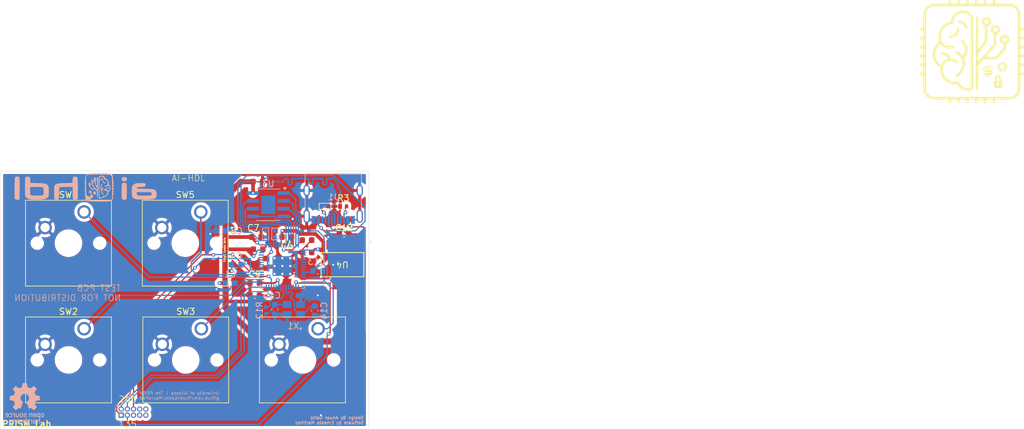
<source format=kicad_pcb>
(kicad_pcb (version 20240108) (generator "pcbnew") (generator_version "8.0")
  (layers (0 "F.Cu" signal) (31 "B.Cu" signal) (34 "B.Paste" user) (35 "F.Paste" user) (36 "B.SilkS" user "B.Silkscreen") (37 "F.SilkS" user "F.Silkscreen") (38 "B.Mask" user) (39 "F.Mask" user) (44 "Edge.Cuts" user))
  (net 0 "")
  (net 10 "GND")
  (net 12 "3v3")
  (net 13 "+1V1")
  (net 14 "Net-(J1-CC1)")
  (net 15 "Net-(J1-CC2)")
  (net 16 "Net-(J1-D+-PadA6)")
  (net 17 "Net-(U1-USB_DP)")
  (net 18 "Net-(J1-D--PadA7)")
  (net 19 "Net-(U1-USB_DM)")
  (net 20 "Net-(U1-QSPI_SS)")
  (net 21 "Net-(U1-QSPI_SCLK)")
  (net 22 "Net-(U1-QSPI_SD2)")
  (net 23 "Net-(U1-QSPI_SD3)")
  (net 24 "Net-(U1-QSPI_SD1)")
  (net 25 "Net-(U1-QSPI_SD0)")
  (net 28 "Net-(U1-XIN)")
  (net 29 "Net-(U1-XOUT)")
  (net 30 "Net-(C15-Pad2)")
  (net 31 "GPIO21")
  (net 32 "GPIO20")
  (net 33 "GPIO19")
  (net 34 "GPIO18")
  (net 35 "GPIO11")
  (net 41 "GPIO17")
  (net 42 "GPIO16")
  (net 43 "GPIO22")
  (net 44 "GPIO04")
  (net 45 "GPIO08")
  (net 46 "GPIO03")
  (net 47 "GPIO01")
  (net 48 "GPIO10")
  (net 49 "GPIO12")
  (net 50 "GPIO06")
  (net 51 "GPIO15")
  (net 52 "GPIO00")
  (net 53 "GPIO14")
  (net 54 "GPIO09")
  (net 55 "GPIO13")
  (net 56 "GPIO02")
  (net 57 "GPIO07")
  (net 58 "GPIO05")
  (net 59 "RUN")
  (net 60 "Net-(U4-VI)")
  (footprint "PCM_Resistor_SMD_AKL:R_0402_1005Metric" (layer "F.Cu") (at 150.155 68.5)
    (property "Reference" "R3")
    (property "Value" "5.1k" (hide yes))
  )
  (footprint "Capacitor_SMD:C_0603_1608Metric" (layer "F.Cu") (at 135.725 83)
    (property "Reference" "C2" (hide yes))
    (property "Value" "100nF" (hide yes))
  )
  (footprint "Capacitor_SMD:C_0603_1608Metric" (layer "F.Cu") (at 136 73.5 180)
    (property "Reference" "C7" (hide yes))
    (property "Value" "100nF" (hide yes))
  )
  (footprint "PCM_Resistor_SMD_AKL:R_0402_1005Metric" (layer "F.Cu") (at 147.155 68.5 180)
    (property "Reference" "R4" (hide yes))
    (property "Value" "5.1k" (hide yes))
  )
  (footprint "Capacitor_SMD:C_0603_1608Metric" (layer "F.Cu") (at 144.225 76)
    (property "Reference" "C5" (hide yes))
    (property "Value" "100nF" (hide yes))
  )
  (footprint "Button_Switch_Keyboard:SW_Cherry_MX_1.00u_PCB" (layer "F.Cu") (at 107.96 88.42)
    (property "Reference" "SW2")
    (property "Value" "Push_Button")
  )
  (footprint "Capacitor_SMD:C_0603_1608Metric" (layer "F.Cu") (at 136.225 64.5 180)
    (property "Reference" "C14_100n1" (hide yes))
    (property "Value" "100nF" (hide yes))
  )
  (footprint "Capacitor_SMD:C_0603_1608Metric" (layer "F.Cu") (at 144.225 74 180)
    (property "Reference" "C10" (hide yes))
    (property "Value" "100nF")
  )
  (footprint "Voltage:NCP1117" (layer "F.Cu") (at 150 78 180)
    (property "Reference" "U4")
    (property "Value" "NCP1117LPST33T3G" (hide yes))
  )
  (footprint "Capacitor_SMD:C_0603_1608Metric" (layer "F.Cu") (at 140.95 73.5 180)
    (property "Reference" "C6")
    (property "Value" "100nF" (hide yes))
  )
  (footprint "Capacitor_SMD:C_0603_1608Metric" (layer "F.Cu") (at 137.5 77.775 90)
    (property "Reference" "C11" (hide yes))
    (property "Value" "1uF" (hide yes))
  )
  (footprint "Capacitor_SMD:C_0603_1608Metric" (layer "F.Cu") (at 135.725 81)
    (property "Reference" "C9")
    (property "Value" "100nF" (hide yes))
  )
  (footprint "Connector_PinHeader_1.00mm:PinHeader_2x22_P1.00mm_Vertical" (layer "F.Cu") (at 114 102.5 90)
    (property "Reference" "J2" (hide yes))
    (property "Value" "Test Pins" (hide yes))
  )
  (footprint "Button_Switch_Keyboard:SW_Cherry_MX_1.00u_PCB" (layer "F.Cu") (at 126.96 69.42)
    (property "Reference" "SW5")
    (property "Value" "Push_Button")
  )
  (footprint "Capacitor_SMD:C_0603_1608Metric" (layer "F.Cu") (at 136.275 75.5 180)
    (property "Reference" "C3" (hide yes))
    (property "Value" "100nF" (hide yes))
  )
  (footprint "Button_Switch_Keyboard:SW_Cherry_MX_1.00u_PCB" (layer "F.Cu") (at 127.04 88.42)
    (property "Reference" "SW3")
    (property "Value" "Push_Button")
  )
  (footprint "Button_Switch_Keyboard:SW_Cherry_MX_1.00u_PCB" (layer "F.Cu") (at 146.04 88.42)
    (property "Reference" "SW6" (hide yes))
    (property "Value" "Push_Button")
  )
  (footprint "Capacitor_SMD:C_0603_1608Metric" (layer "F.Cu") (at 150.275 73 180)
    (property "Reference" "C12")
    (property "Value" "10uF" (hide yes))
  )
  (footprint "Button_Switch_Keyboard:SW_Cherry_MX_1.00u_PCB" (layer "F.Cu") (at 107.96 69.42)
    (property "Reference" "SW4")
    (property "Value" "Push_Button")
  )
  (footprint "Capacitor_SMD:C_0603_1608Metric" (layer "B.Cu") (at 139 85.275 90)
    (property "Reference" "C15")
    (property "Value" "15pF" (hide yes))
  )
  (footprint "PCM_Resistor_SMD_AKL:R_0402_1005Metric" (layer "B.Cu") (at 139 73 90)
    (property "Reference" "R1" (hide yes))
    (property "Value" "27Ω" (hide yes))
  )
  (footprint "1K Resistor:RC0402N_PAN" (layer "B.Cu") (at 144 72.5)
    (property "Reference" "R5" (hide yes))
    (property "Value" "1K" (hide yes))
  )
  (footprint "Connector_USB:USB_C_Receptacle_G-Switch_GT-USB-7010ASV" (layer "B.Cu") (at 148.5 67)
    (property "Reference" "J1")
    (property "Value" "USB_C_Receptacle_USB2.0" (hide yes))
  )
  (footprint "PCM_Resistor_SMD_AKL:R_0402_1005Metric" (layer "B.Cu") (at 137.5 72.99 90)
    (property "Reference" "R2" (hide yes))
    (property "Value" "27Ω" (hide yes))
  )
  (footprint "Capacitor_SMD:C_0603_1608Metric" (layer "B.Cu") (at 145.5 85.5 90)
    (property "Reference" "C14")
    (property "Value" "15pF" (hide yes))
  )
  (footprint "Capacitor_SMD:C_0603_1608Metric" (layer "B.Cu") (at 131.725 81 180)
    (property "Reference" "C1")
    (property "Value" "100nF" (hide yes))
  )
  (footprint "Capacitor_SMD:C_0603_1608Metric" (layer "B.Cu") (at 132.725 78 180)
    (property "Reference" "C4")
    (property "Value" "100nF" (hide yes))
  )
  (footprint "1K Resistor:RC0402N_PAN" (layer "B.Cu") (at 137.5 85.447201 -90)
    (property "Reference" "R12")
    (property "Value" "1K")
  )
  (footprint "Package_SO:SOIC-8-1EP_3.9x4.9mm_P1.27mm_EP2.29x3mm" (layer "B.Cu") (at 137.93 68.25 180)
    (property "Reference" "U3")
    (property "Value" "W25Q128JVSIQ" (hide yes))
  )
  (footprint "Capacitor_SMD:C_0603_1608Metric" (layer "B.Cu") (at 130.225 72.5)
    (property "Reference" "C8")
    (property "Value" "1uF" (hide yes))
  )
  (footprint "footprints:ABM8-272-T3_ABR" (layer "B.Cu") (at 142.1 85.300001 90)
    (property "Reference" "X1")
    (property "Value" "ABM8-272-T3" (hide yes))
  )
  (footprint "Capacitor_SMD:C_0603_1608Metric" (layer "B.Cu") (at 146 79 180)
    (property "Reference" "C13")
    (property "Value" "10uF" (hide yes))
  )
  (footprint "MCU_RaspberryPi_and_Boards:RP2040-QFN-56" (layer "B.Cu") (at 140.225 78.225 180)
    (property "Reference" "U1" (hide yes))
    (property "Value" "RP2040")
  )
  (gr_poly (pts (xy 101.171467 102.165034) (xy 101.162249 102.165411) (xy 101.153267 102.166027) (xy 101.144518 102.166876) (xy 101.135999 102.167947) (xy 101.127707 102.169232) (xy 101.119639 102.170723) (xy 101.111791 102.17241) (xy 101.104161 102.174285) (xy 101.096746 102.176338) (xy 101.089542 102.178562) (xy 101.082546 102.180947) (xy 101.075756 102.183485) (xy 101.069168 102.186166) (xy 101.06278 102.188983) (xy 101.056588 102.191925) (xy 101.044779 102.198155) (xy 101.033719 102.204784) (xy 101.023382 102.211742) (xy 101.013744 102.21896) (xy 101.00478 102.226367) (xy 100.996467 102.233893) (xy 100.988778 102.241468) (xy 100.981691 102.249021) (xy 100.972581 102.259456) (xy 100.964155 102.269988) (xy 100.9564 102.280749) (xy 100.949301 102.291865) (xy 100.942847 102.303467) (xy 100.937023 102.315682) (xy 100.931816 102.328641) (xy 100.927214 102.342472) (xy 100.923202 102.357304) (xy 100.919768 102.373266) (xy 100.916899 102.390487) (xy 100.914581 102.409096) (xy 100.912802 102.429221) (xy 100.911547 102.450992) (xy 100.910803 102.474538) (xy 100.910559 102.499987) (xy 100.910803 102.525649) (xy 100.911547 102.549383) (xy 100.912802 102.571319) (xy 100.914581 102.591587) (xy 100.916899 102.610318) (xy 100.919768 102.627642) (xy 100.923202 102.64369) (xy 100.927214 102.658593) (xy 100.931816 102.672481) (xy 100.937023 102.685484) (xy 100.942847 102.697732) (xy 100.949301 102.709358) (xy 100.9564 102.72049) (xy 100.964155 102.731259) (xy 100.972581 102.741796) (xy 100.981691 102.752232) (xy 100.988778 102.759789) (xy 100.996467 102.767365) (xy 101.00478 102.774891) (xy 101.013744 102.782296) (xy 101.023382 102.78951) (xy 101.033719 102.796465) (xy 101.044779 102.803089) (xy 101.056588 102.809312) (xy 101.069168 102.815066) (xy 101.082546 102.820279) (xy 101.096746 102.824882) (xy 101.111791 102.828805) (xy 101.127707 102.831978) (xy 101.144518 102.834331) (xy 101.162249 102.835794) (xy 101.180924 102.836297) (xy 101.190384 102.83617) (xy 101.199604 102.835794) (xy 101.208587 102.835178) (xy 101.217338 102.83433) (xy 101.225859 102.83326) (xy 101.234153 102.831976) (xy 101.242223 102.830487) (xy 101.250072 102.828802) (xy 101.257703 102.826929) (xy 101.265119 102.824878) (xy 101.272324 102.822656) (xy 101.279321 102.820274) (xy 101.286112 102.817739) (xy 101.2927 102.81506) (xy 101.299089 102.812246) (xy 101.305282 102.809306) (xy 101.317092 102.803083) (xy 101.328153 102.79646) (xy 101.33849 102.789508) (xy 101.348129 102.782296) (xy 101.357093 102.774895) (xy 101.365406 102.767375) (xy 101.373095 102.759805) (xy 101.380183 102.752257) (xy 101.389296 102.741817) (xy 101.397724 102.731277) (xy 101.40548 102.720505) (xy 101.412578 102.709372) (xy 101.419032 102.697746) (xy 101.424853 102.685496) (xy 101.430057 102.672493) (xy 101.434656 102.658605) (xy 101.438664 102.643703) (xy 101.442094 102.627654) (xy 101.44496 102.610329) (xy 101.447275 102.591598) (xy 101.449051 102.571328) (xy 101.450304 102.54939) (xy 101.451046 102.525654) (xy 101.45129 102.500012) (xy 101.319353 102.500012) (xy 101.319259 102.517164) (xy 101.318971 102.532793) (xy 101.318474 102.547014) (xy 101.317755 102.559945) (xy 101.3168 102.571699) (xy 101.315598 102.582394) (xy 101.314134 102.592145) (xy 101.312394 102.601067) (xy 101.310367 102.609278) (xy 101.308039 102.616892) (xy 101.305395 102.624025) (xy 101.302424 102.630794) (xy 101.299112 102.637314) (xy 101.295445 102.6437) (xy 101.291411 102.650069) (xy 101.286995 102.656537) (xy 101.283105 102.66156) (xy 101.278725 102.666409) (xy 101.273884 102.671063) (xy 101.268607 102.6755) (xy 101.26292 102.679701) (xy 101.25685 102.683646) (xy 101.250425 102.687312) (xy 101.243669 102.69068) (xy 101.23661 102.69373) (xy 101.229274 102.696439) (xy 101.221687 102.698789) (xy 101.213877 102.700757) (xy 101.205869 102.702324) (xy 101.19769 102.703469) (xy 101.189366 102.704171) (xy 101.180924 102.70441) (xy 101.172487 102.70417) (xy 101.164167 102.703467) (xy 101.155991 102.70232) (xy 101.147986 102.70075) (xy 101.140177 102.698779) (xy 101.132592 102.696426) (xy 101.125257 102.693714) (xy 101.118198 102.690662) (xy 101.111442 102.687292) (xy 101.105015 102.683624) (xy 101.098945 102.67968) (xy 101.093256 102.675479) (xy 101.087976 102.671044) (xy 101.083131 102.666395) (xy 101.078748 102.661552) (xy 101.076738 102.659065) (xy 101.074853 102.656537) (xy 101.070438 102.65007) (xy 101.066405 102.643703) (xy 101.062739 102.637322) (xy 101.059428 102.630814) (xy 101.056459 102.624064) (xy 101.053818 102.616959) (xy 101.051491 102.609385) (xy 101.049466 102.601227) (xy 101.04773 102.592372) (xy 101.046268 102.582706) (xy 101.045067 102.572115) (xy 101.044115 102.560484) (xy 101.043397 102.5477) (xy 101.042901 102.533649) (xy 101.04252 102.501291) (xy 101.042613 102.484138) (xy 101.042901 102.468508) (xy 101.043397 102.454284) (xy 101.044115 102.441352) (xy 101.045067 102.429594) (xy 101.046268 102.418896) (xy 101.04773 102.409143) (xy 101.049466 102.400217) (xy 101.051491 102.392005) (xy 101.053818 102.38439) (xy 101.056459 102.377256) (xy 101.059428 102.370488) (xy 101.062739 102.363971) (xy 101.066405 102.357589) (xy 101.070438 102.351226) (xy 101.074853 102.344766) (xy 101.078748 102.339743) (xy 101.083132 102.334894) (xy 101.087978 102.330241) (xy 101.093259 102.325803) (xy 101.098949 102.321602) (xy 101.105022 102.317658) (xy 101.11145 102.313991) (xy 101.118207 102.310623) (xy 101.125267 102.307574) (xy 101.132603 102.304864) (xy 101.140188 102.302515) (xy 101.147996 102.300546) (xy 101.156 102.298979) (xy 101.164174 102.297834) (xy 101.172491 102.297132) (xy 101.180924 102.296894) (xy 101.189366 102.297133) (xy 101.19769 102.297836) (xy 101.205869 102.298983) (xy 101.213877 102.300553) (xy 101.221687 102.302525) (xy 101.229274 102.304877) (xy 101.23661 102.30759) (xy 101.243669 102.310641) (xy 101.250425 102.314012) (xy 101.25685 102.317679) (xy 101.26292 102.321624) (xy 101.268607 102.325824) (xy 101.273884 102.330259) (xy 101.278725 102.334909) (xy 101.283105 102.339751) (xy 101.285113 102.342238) (xy 101.286995 102.344766) (xy 101.291411 102.351221) (xy 101.295445 102.357579) (xy 101.299112 102.363954) (xy 101.302424 102.370458) (xy 101.305395 102.377206) (xy 101.308039 102.384311) (xy 101.310367 102.391887) (xy 101.312394 102.400048) (xy 101.314134 102.408907) (xy 101.315598 102.418578) (xy 101.3168 102.429174) (xy 101.317755 102.440809) (xy 101.318474 102.453596) (xy 101.318971 102.46765) (xy 101.319353 102.500012) (xy 101.45129 102.500012) (xy 101.45129 102.5) (xy 101.451045 102.474563) (xy 101.450303 102.451019) (xy 101.449049 102.42925) (xy 101.447271 102.409127) (xy 101.444955 102.390521) (xy 101.442088 102.373302) (xy 101.438656 102.357341) (xy 101.434647 102.34251) (xy 101.430047 102.328678) (xy 101.424843 102.315717) (xy 101.419021 102.303497) (xy 101.412568 102.29189) (xy 101.405471 102.280765) (xy 101.397717 102.269994) (xy 101.389292 102.259448) (xy 101.380183 102.248996) (xy 101.373095 102.241447) (xy 101.365406 102.233876) (xy 101.357093 102.226354) (xy 101.348129 102.218949) (xy 101.33849 102.211734) (xy 101.328153 102.204777) (xy 101.317092 102.19815) (xy 101.305282 102.191922) (xy 101.2927 102.186164) (xy 101.279321 102.180946) (xy 101.265119 102.176337) (xy 101.250072 102.17241) (xy 101.234153 102.169232) (xy 101.217338 102.166876) (xy 101.199604 102.165411) (xy 101.180924 102.164906)) (stroke (width -0.000001)) (fill solid) (layer "B.SilkS"))
  (gr_poly (pts (xy 97.230624 102.563326) (xy 97.230462 102.571581) (xy 97.229981 102.579614) (xy 97.229187 102.587423) (xy 97.228088 102.595004) (xy 97.226689 102.602356) (xy 97.224997 102.609475) (xy 97.223019 102.616359) (xy 97.220762 102.623006) (xy 97.218232 102.629412) (xy 97.215436 102.635575) (xy 97.21238 102.641492) (xy 97.209072 102.647162) (xy 97.205517 102.65258) (xy 97.201722 102.657745) (xy 97.197695 102.662654) (xy 97.193441 102.667304) (xy 97.188968 102.671692) (xy 97.184281 102.675817) (xy 97.179388 102.679675) (xy 97.174296 102.683263) (xy 97.16901 102.68658) (xy 97.163537 102.689622) (xy 97.157885 102.692386) (xy 97.152059 102.694871) (xy 97.146067 102.697074) (xy 97.139915 102.698991) (xy 97.13361 102.700621) (xy 97.127157 102.70196) (xy 97.120565 102.703006) (xy 97.11384 102.703757) (xy 97.106987 102.704209) (xy 97.100014 102.70436) (xy 97.093151 102.704209) (xy 97.086401 102.703757) (xy 97.079771 102.703007) (xy 97.073268 102.701961) (xy 97.066898 102.700622) (xy 97.06067 102.698993) (xy 97.054589 102.697077) (xy 97.048662 102.694875) (xy 97.042896 102.692391) (xy 97.037299 102.689627) (xy 97.031876 102.686585) (xy 97.026636 102.68327) (xy 97.021584 102.679682) (xy 97.016728 102.675825) (xy 97.012074 102.671701) (xy 97.007629 102.667313) (xy 97.003401 102.662664) (xy 96.999395 102.657755) (xy 96.99562 102.652591) (xy 96.992081 102.647173) (xy 96.988786 102.641503) (xy 96.985742 102.635586) (xy 96.982955 102.629423) (xy 96.980432 102.623016) (xy 96.97818 102.616369) (xy 96.976206 102.609484) (xy 96.974517 102.602364) (xy 96.97312 102.595011) (xy 96.972021 102.587428) (xy 96.971228 102.579618) (xy 96.970747 102.571583) (xy 96.970585 102.563326) (xy 96.970585 102.172677) (xy 96.838697 102.172677) (xy 96.838697 102.828577) (xy 96.970585 102.828577) (xy 96.970585 102.758674) (xy 96.973142 102.758674) (xy 96.981116 102.768071) (xy 96.989503 102.776862) (xy 96.998288 102.785048) (xy 97.007458 102.792628) (xy 97.017 102.799601) (xy 97.0269 102.805969) (xy 97.037144 102.81173) (xy 97.047719 102.816886) (xy 97.058612 102.821435) (xy 97.069808 102.825377) (xy 97.081294 102.828714) (xy 97.093056 102.831444) (xy 97.105082 102.833567) (xy 97.117357 102.835084) (xy 97.129867 102.835994) (xy 97.1426 102.836297) (xy 97.152336 102.836067) (xy 97.162125 102.835375) (xy 97.181763 102.832617) (xy 97.201327 102.828036) (xy 97.211021 102.825066) (xy 97.220625 102.821645) (xy 97.230115 102.817776) (xy 97.239469 102.813459) (xy 97.248661 102.808696) (xy 97.257668 102.803489) (xy 97.266467 102.79784) (xy 97.275034 102.79175) (xy 97.283345 102.785222) (xy 97.291377 102.778255) (xy 97.299105 102.770853) (xy 97.306507 102.763017) (xy 97.313558 102.754749) (xy 97.320235 102.74605) (xy 97.326513 102.736921) (xy 97.33237 102.727366) (xy 97.337782 102.717384) (xy 97.342725 102.706978) (xy 97.347175 102.69615) (xy 97.351108 102.684902) (xy 97.354501 102.673234) (xy 97.357331 102.661148) (xy 97.359573 102.648647) (xy 97.361204 102.635732) (xy 97.362199 102.622404) (xy 97.362537 102.608665) (xy 97.362537 102.172677) (xy 97.230624 102.172677)) (stroke (width -0.000001)) (fill solid) (layer "B.SilkS"))
  (gr_poly (pts (xy 96.542317 103.201083) (xy 96.532685 103.201752) (xy 96.523249 103.202853) (xy 96.514002 103.204374) (xy 96.504936 103.206305) (xy 96.496043 103.208634) (xy 96.487317 103.211349) (xy 96.478749 103.21444) (xy 96.470333 103.217894) (xy 96.46206 103.221701) (xy 96.453924 103.22585) (xy 96.445917 103.230328) (xy 96.438031 103.235124) (xy 96.430259 103.240228) (xy 96.422593 103.245628) (xy 96.415027 103.251312) (xy 96.510772 103.365153) (xy 96.516488 103.360944) (xy 96.522023 103.357062) (xy 96.527406 103.3535) (xy 96.532667 103.350249) (xy 96.537838 103.347303) (xy 96.542949 103.344653) (xy 96.54803 103.342292) (xy 96.553111 103.340212) (xy 96.558224 103.338405) (xy 96.563398 103.336864) (xy 96.568664 103.335582) (xy 96.574053 103.334549) (xy 96.579595 103.33376) (xy 96.58532 103.333205) (xy 96.591259 103.332878) (xy 96.597443 103.332771) (xy 96.609546 103.33326) (xy 96.621525 103.334739) (xy 96.633291 103.337227) (xy 96.644752 103.340743) (xy 96.650341 103.342892) (xy 96.655818 103.345305) (xy 96.661175 103.347984) (xy 96.666398 103.350932) (xy 96.671478 103.354151) (xy 96.676401 103.357643) (xy 96.681158 103.361411) (xy 96.685737 103.365457) (xy 96.690126 103.369783) (xy 96.694314 103.374392) (xy 96.69829 103.379285) (xy 96.702042 103.384466) (xy 96.705559 103.389936) (xy 96.70883 103.395699) (xy 96.711843 103.401756) (xy 96.714587 103.408109) (xy 96.717051 103.414762) (xy 96.719223 103.421715) (xy 96.721092 103.428973) (xy 96.722647 103.436536) (xy 96.723876 103.444408) (xy 96.724768 103.45259) (xy 96.725311 103.461085) (xy 96.725495 103.469896) (xy 96.725495 103.864479) (xy 96.857408 103.864479) (xy 96.857408 103.208652) (xy 96.725495 103.208652) (xy 96.725495 103.278481) (xy 96.722864 103.278481) (xy 96.714895 103.269088) (xy 96.706512 103.2603) (xy 96.697728 103.252117) (xy 96.688553 103.244538) (xy 96.678999 103.237565) (xy 96.669077 103.231198) (xy 96.658799 103.225436) (xy 96.648176 103.220279) (xy 96.63722 103.215729) (xy 96.625942 103.211785) (xy 96.614354 103.208447) (xy 96.602466 103.205715) (xy 96.590291 103.20359) (xy 96.577839 103.202073) (xy 96.565122 103.201162) (xy 96.552152 103.200858)) (stroke (width -0.000001)) (fill solid) (layer "B.SilkS"))
  (gr_poly (pts (xy 99.21681 102.165137) (xy 99.207133 102.165829) (xy 99.187697 102.168586) (xy 99.16831 102.173167) (xy 99.149164 102.179557) (xy 99.139741 102.183426) (xy 99.13045 102.187743) (xy 99.121316 102.192505) (xy 99.11236 102.197712) (xy 99.103609 102.203362) (xy 99.095085 102.209452) (xy 99.086813 102.215982) (xy 99.078816 102.222949) (xy 99.071118 102.230352) (xy 99.063744 102.23819) (xy 99.056717 102.24646) (xy 99.050061 102.255162) (xy 99.043801 102.264293) (xy 99.037959 102.273852) (xy 99.03256 102.283837) (xy 99.027627 102.294247) (xy 99.023186 102.305079) (xy 99.019259 102.316333) (xy 99.015871 102.328007) (xy 99.013045 102.340098) (xy 99.010805 102.352606) (xy 99.009176 102.365529) (xy 99.008181 102.378865) (xy 99.007844 102.392613) (xy 99.007844 102.828503) (xy 99.139781 102.828503) (xy 99.139781 102.437928) (xy 99.139943 102.429666) (xy 99.140423 102.421627) (xy 99.141216 102.413814) (xy 99.142315 102.406228) (xy 99.143711 102.398873) (xy 99.145399 102.391751) (xy 99.147372 102.384865) (xy 99.149623 102.378217) (xy 99.152145 102.37181) (xy 99.154931 102.365646) (xy 99.157974 102.359729) (xy 99.161267 102.35406) (xy 99.164804 102.348642) (xy 99.168577 102.343478) (xy 99.172581 102.338571) (xy 99.176807 102.333922) (xy 99.181249 102.329536) (xy 99.1859 102.325413) (xy 99.190754 102.321557) (xy 99.195803 102.317971) (xy 99.201041 102.314657) (xy 99.20646 102.311617) (xy 99.212054 102.308855) (xy 99.217816 102.306372) (xy 99.22374 102.304172) (xy 99.229817 102.302256) (xy 99.236042 102.300628) (xy 99.242407 102.299291) (xy 99.248906 102.298246) (xy 99.255532 102.297496) (xy 99.262278 102.297045) (xy 99.269137 102.296893) (xy 99.276114 102.297045) (xy 99.28297 102.297496) (xy 99.2897 102.298246) (xy 99.296296 102.299291) (xy 99.302751 102.300628) (xy 99.30906 102.302256) (xy 99.315215 102.304172) (xy 99.32121 102.306372) (xy 99.327038 102.308855) (xy 99.332693 102.311617) (xy 99.338167 102.314657) (xy 99.343455 102.317971) (xy 99.348549 102.321558) (xy 99.353444 102.325413) (xy 99.358132 102.329536) (xy 99.362606 102.333922) (xy 99.366861 102.338571) (xy 99.37089 102.343478) (xy 99.374685 102.348642) (xy 99.37824 102.35406) (xy 99.381549 102.359729) (xy 99.384606 102.365646) (xy 99.387402 102.37181) (xy 99.389933 102.378217) (xy 99.39219 102.384865) (xy 99.394168 102.391752) (xy 99.39586 102.398874) (xy 99.397259 102.406229) (xy 99.398359 102.413814) (xy 99.399152 102.421628) (xy 99.399633 102.429667) (xy 99.399795 102.437928) (xy 99.399795 102.828528) (xy 99.531733 102.828528) (xy 99.531733 102.172677) (xy 99.399795 102.172677) (xy 99.399795 102.242505) (xy 99.397164 102.242505) (xy 99.389203 102.233113) (xy 99.380826 102.224325) (xy 99.372046 102.216143) (xy 99.362873 102.208566) (xy 99.35332 102.201595) (xy 99.343397 102.195229) (xy 99.333117 102.189469) (xy 99.322492 102.184315) (xy 99.311532 102.179767) (xy 99.300249 102.175825) (xy 99.288656 102.172489) (xy 99.276763 102.16976) (xy 99.264582 102.167637) (xy 99.252124 102.16612) (xy 99.239403 102.16521) (xy 99.226428 102.164906)) (stroke (width -0.000001)) (fill solid) (layer "B.SilkS"))
  (gr_poly (pts (xy 109.395441 63.024401) (xy 109.393994 63.025021) (xy 109.392464 63.026054) (xy 109.390852 63.027501) (xy 109.389157 63.029362) (xy 109.38738 63.031635) (xy 109.385519 63.034323) (xy 109.383576 63.037423) (xy 109.379442 63.044865) (xy 109.374977 63.05396) (xy 109.370182 63.064708) (xy 109.365056 63.077111) (xy 109.359442 63.088605) (xy 109.350572 63.099283) (xy 109.338499 63.109155) (xy 109.323273 63.118231) (xy 109.304947 63.126522) (xy 109.283572 63.134038) (xy 109.2592 63.140788) (xy 109.231882 63.146784) (xy 109.20167 63.152037) (xy 109.168616 63.156555) (xy 109.132771 63.16035) (xy 109.094188 63.163431) (xy 109.009011 63.167496) (xy 108.913499 63.168833) (xy 108.850258 63.169186) (xy 108.792535 63.170335) (xy 108.739898 63.172414) (xy 108.691911 63.175558) (xy 108.648141 63.179901) (xy 108.608154 63.185576) (xy 108.589443 63.188956) (xy 108.571515 63.19272) (xy 108.554316 63.196884) (xy 108.537791 63.201465) (xy 108.521887 63.20648) (xy 108.506548 63.211947) (xy 108.491721 63.217881) (xy 108.477351 63.224299) (xy 108.463384 63.231219) (xy 108.449766 63.238657) (xy 108.436442 63.246629) (xy 108.423359 63.255153) (xy 108.410462 63.264246) (xy 108.397697 63.273924) (xy 108.385009 63.284204) (xy 108.372344 63.295103) (xy 108.346868 63.318824) (xy 108.320833 63.345222) (xy 108.295598 63.370084) (xy 108.27274 63.394625) (xy 108.252155 63.419187) (xy 108.233741 63.44411) (xy 108.217394 63.469736) (xy 108.203011 63.496407) (xy 108.190488 63.524462) (xy 108.179722 63.554243) (xy 108.17061 63.586091) (xy 108.163048 63.620347) (xy 108.156933 63.657353) (xy 108.152161 63.697449) (xy 108.14863 63.740976) (xy 108.146236 63.788275) (xy 108.144875 63.839688) (xy 108.144444 63.895555) (xy 108.144036 63.933882) (xy 108.142832 63.971981) (xy 108.140863 64.009626) (xy 108.13816 64.046588) (xy 108.134755 64.082641) (xy 108.130677 64.117557) (xy 108.125959 64.151109) (xy 108.120631 64.183069) (xy 108.114725 64.21321) (xy 108.10827 64.241305) (xy 108.101299 64.267126) (xy 108.093842 64.290446) (xy 108.085931 64.311037) (xy 108.077595 64.328673) (xy 108.068867 64.343125) (xy 108.064366 64.349086) (xy 108.059778 64.354166) (xy 108.048615 64.365582) (xy 108.038941 64.376036) (xy 108.034663 64.380912) (xy 108.030756 64.38556) (xy 108.027221 64.389983) (xy 108.024058 64.394185) (xy 108.021268 64.39817) (xy 108.018849 64.401941) (xy 108.016803 64.405504) (xy 108.015129 64.408861) (xy 108.013826 64.412016) (xy 108.012896 64.414974) (xy 108.012338 64.417738) (xy 108.012152 64.420312) (xy 108.012338 64.4227) (xy 108.012896 64.424906) (xy 108.013826 64.426934) (xy 108.015129 64.428787) (xy 108.016803 64.43047) (xy 108.018849 64.431986) (xy 108.021268 64.433339) (xy 108.024058 64.434534) (xy 108.027221 64.435573) (xy 108.030756 64.436461) (xy 108.034663 64.437202) (xy 108.038941 64.4378) (xy 108.043592 64.438258) (xy 108.048615 64.43858) (xy 108.054011 64.43877) (xy 108.059778 64.438833) (xy 108.07001 64.439583) (xy 108.079542 64.441777) (xy 108.088377 64.445327) (xy 108.096516 64.450147) (xy 108.103963 64.45615) (xy 108.11072 64.46325) (xy 108.11679 64.471361) (xy 108.122175 64.480395) (xy 108.126878 64.490266) (xy 108.130902 64.500888) (xy 108.134248 64.512174) (xy 108.13692 64.524037) (xy 108.138921 64.536392) (xy 108.140252 64.54915) (xy 108.140916 64.562227) (xy 108.140917 64.575534) (xy 108.140256 64.588987) (xy 108.138936 64.602498) (xy 108.13696 64.61598) (xy 108.13433 64.629347) (xy 108.131049 64.642512) (xy 108.127119 64.65539) (xy 108.122543 64.667893) (xy 108.117325 64.679935) (xy 108.111465 64.691429) (xy 108.104967 64.702288) (xy 108.097833 64.712427) (xy 108.090067 64.721758) (xy 108.08167 64.730195) (xy 108.072645 64.737652) (xy 108.062995 64.744041) (xy 108.052722 64.749277) (xy 108.04032 64.755654) (xy 108.029571 64.761597) (xy 108.024817 64.764425) (xy 108.020476 64.767168) (xy 108.016549 64.769833) (xy 108.013035 64.772428) (xy 108.009934 64.774962) (xy 108.007247 64.777441) (xy 108.004973 64.779874) (xy 108.003113 64.782268) (xy 108.001666 64.784631) (xy 108.000633 64.78697) (xy 108.000012 64.789294) (xy 107.999806 64.791611) (xy 108.000012 64.793927) (xy 108.000633 64.796251) (xy 108.001666 64.798591) (xy 108.003113 64.800954) (xy 108.004973 64.803348) (xy 108.007247 64.80578) (xy 108.009934 64.80826) (xy 108.013035 64.810793) (xy 108.016549 64.813389) (xy 108.020476 64.816054) (xy 108.024817 64.818796) (xy 108.029571 64.821624) (xy 108.04032 64.827567) (xy 108.052722 64.833944) (xy 108.05733 64.836092) (xy 108.061891 64.838559) (xy 108.070843 64.844403) (xy 108.079526 64.851385) (xy 108.087889 64.85941) (xy 108.09588 64.868387) (xy 108.103447 64.878221) (xy 108.110539 64.888819) (xy 108.117104 64.90009) (xy 108.12309 64.911939) (xy 108.128445 64.924275) (xy 108.133118 64.937003) (xy 108.137058 64.95003) (xy 108.140212 64.963265) (xy 108.142529 64.976613) (xy 108.143957 64.989981) (xy 108.144444 65.003278) (xy 108.144321 65.009911) (xy 108.143957 65.016574) (xy 108.143357 65.023255) (xy 108.142529 65.029943) (xy 108.141478 65.036625) (xy 108.140212 65.043291) (xy 108.138736 65.049928) (xy 108.137058 65.056525) (xy 108.135183 65.06307) (xy 108.133118 65.069553) (xy 108.128445 65.08228) (xy 108.12309 65.094616) (xy 108.117104 65.106465) (xy 108.11389 65.112178) (xy 108.110539 65.117736) (xy 108.107056 65.123125) (xy 108.103447 65.128334) (xy 108.09972 65.133353) (xy 108.09588 65.138168) (xy 108.091934 65.14277) (xy 108.087889 65.147145) (xy 108.083751 65.151282) (xy 108.079526 65.15517) (xy 108.075221 65.158797) (xy 108.070843 65.162151) (xy 108.066397 65.165222) (xy 108.061891 65.167996) (xy 108.05733 65.170463) (xy 108.052722 65.172611) (xy 108.04032 65.178988) (xy 108.029571 65.18493) (xy 108.024817 65.187758) (xy 108.020476 65.190501) (xy 108.016549 65.193166) (xy 108.013035 65.195762) (xy 108.009934 65.198295) (xy 108.007247 65.200774) (xy 108.004973 65.203207) (xy 108.003113 65.205601) (xy 108.001666 65.207964) (xy 108.000633 65.210304) (xy 108.000012 65.212628) (xy 107.999806 65.214944) (xy 108.000012 65.21726) (xy 108.000633 65.219585) (xy 108.001666 65.221924) (xy 108.003113 65.224287) (xy 108.004973 65.226681) (xy 108.007247 65.229114) (xy 108.009934 65.231593) (xy 108.013035 65.234126) (xy 108.016549 65.236722) (xy 108.020476 65.239387) (xy 108.024817 65.24213) (xy 108.029571 65.244958) (xy 108.04032 65.250901) (xy 108.052722 65.257278) (xy 108.05733 65.259425) (xy 108.061891 65.261892) (xy 108.070843 65.267737) (xy 108.079526 65.274718) (xy 108.087889 65.282744) (xy 108.09588 65.29172) (xy 108.103447 65.301554) (xy 108.110539 65.312153) (xy 108.117104 65.323423) (xy 108.12309 65.335273) (xy 108.128445 65.347608) (xy 108.133118 65.360336) (xy 108.137058 65.373363) (xy 108.140212 65.386598) (xy 108.142529 65.399946) (xy 108.143957 65.413314) (xy 108.144444 65.426611) (xy 108.144321 65.433244) (xy 108.143957 65.439907) (xy 108.143357 65.446588) (xy 108.142529 65.453276) (xy 108.141478 65.459958) (xy 108.140212 65.466624) (xy 108.138736 65.473261) (xy 108.137058 65.479858) (xy 108.135183 65.486404) (xy 108.133118 65.492886) (xy 108.128445 65.505614) (xy 108.12309 65.517949) (xy 108.117104 65.529798) (xy 108.11389 65.535512) (xy 108.110539 65.541069) (xy 108.107056 65.546458) (xy 108.103447 65.551668) (xy 108.09972 65.556686) (xy 108.09588 65.561502) (xy 108.091934 65.566103) (xy 108.087889 65.570478) (xy 108.083751 65.574615) (xy 108.079526 65.578503) (xy 108.075221 65.58213) (xy 108.070843 65.585485) (xy 108.066397 65.588555) (xy 108.061891 65.591329) (xy 108.05733 65.593796) (xy 108.052722 65.595944) (xy 108.04032 65.602321) (xy 108.029571 65.608264) (xy 108.024817 65.611092) (xy 108.020476 65.613834) (xy 108.016549 65.6165) (xy 108.013035 65.619095) (xy 108.009934 65.621629) (xy 108.007247 65.624108) (xy 108.004973 65.62654) (xy 108.003113 65.628934) (xy 108.001666 65.631297) (xy 108.000633 65.633637) (xy 108.000012 65.635961) (xy 107.999806 65.638277) (xy 108.000012 65.640594) (xy 108.000633 65.642918) (xy 108.001666 65.645258) (xy 108.003113 65.647621) (xy 108.004973 65.650014) (xy 108.007247 65.652447) (xy 108.009934 65.654926) (xy 108.013035 65.65746) (xy 108.016549 65.660055) (xy 108.020476 65.66272) (xy 108.024817 65.665463) (xy 108.029571 65.668291) (xy 108.04032 65.674234) (xy 108.052722 65.680611) (xy 108.05733 65.682759) (xy 108.061891 65.685225) (xy 108.070843 65.69107) (xy 108.079526 65.698052) (xy 108.087889 65.706077) (xy 108.09588 65.715053) (xy 108.103447 65.724887) (xy 108.110539 65.735486) (xy 108.117104 65.746757) (xy 108.12309 65.758606) (xy 108.128445 65.770941) (xy 108.133118 65.783669) (xy 108.137058 65.796697) (xy 108.140212 65.809931) (xy 108.142529 65.823279) (xy 108.143957 65.836648) (xy 108.144444 65.849944) (xy 108.144321 65.856578) (xy 108.143957 65.863241) (xy 108.143357 65.869922) (xy 108.142529 65.876609) (xy 108.141478 65.883292) (xy 108.140212 65.889957) (xy 108.138736 65.896595) (xy 108.137058 65.903192) (xy 108.135183 65.909737) (xy 108.133118 65.916219) (xy 108.128445 65.928947) (xy 108.12309 65.941282) (xy 108.117104 65.953132) (xy 108.11389 65.958845) (xy 108.110539 65.964402) (xy 108.107056 65.969791) (xy 108.103447 65.975001) (xy 108.09972 65.980019) (xy 108.09588 65.984835) (xy 108.091934 65.989436) (xy 108.087889 65.993811) (xy 108.083751 65.997949) (xy 108.079526 66.001837) (xy 108.075221 66.005464) (xy 108.070843 66.008818) (xy 108.066397 66.011888) (xy 108.061891 66.014663) (xy 108.05733 66.017129) (xy 108.052722 66.019277) (xy 108.04032 66.025654) (xy 108.029571 66.031597) (xy 108.024817 66.034425) (xy 108.020476 66.037168) (xy 108.016549 66.039833) (xy 108.013035 66.042428) (xy 108.009934 66.044962) (xy 108.007247 66.047441) (xy 108.004973 66.049874) (xy 108.003113 66.052268) (xy 108.001666 66.054631) (xy 108.000633 66.05697) (xy 108.000012 66.059294) (xy 107.999806 66.061611) (xy 108.000012 66.063927) (xy 108.000633 66.066251) (xy 108.001666 66.068591) (xy 108.003113 66.070954) (xy 108.004973 66.073348) (xy 108.007247 66.075781) (xy 108.009934 66.07826) (xy 108.013035 66.080793) (xy 108.016549 66.083389) (xy 108.020476 66.086054) (xy 108.024817 66.088796) (xy 108.029571 66.091624) (xy 108.04032 66.097567) (xy 108.052722 66.103944) (xy 108.05733 66.106092) (xy 108.061891 66.108559) (xy 108.070843 66.114403) (xy 108.079526 66.121385) (xy 108.087889 66.12941) (xy 108.09588 66.138386) (xy 108.103447 66.14822) (xy 108.110539 66.158819) (xy 108.117104 66.17009) (xy 108.12309 66.181939) (xy 108.128445 66.194275) (xy 108.133118 66.207002) (xy 108.137058 66.22003) (xy 108.140212 66.233265) (xy 108.142529 66.246613) (xy 108.143957 66.259981) (xy 108.144444 66.273278) (xy 108.144321 66.279911) (xy 108.143957 66.286574) (xy 108.143357 66.293255) (xy 108.142529 66.299943) (xy 108.141478 66.306625) (xy 108.140212 66.313291) (xy 108.138736 66.319928) (xy 108.137058 66.326525) (xy 108.135183 66.33307) (xy 108.133118 66.339553) (xy 108.128445 66.352281) (xy 108.12309 66.364616) (xy 108.117104 66.376465) (xy 108.11389 66.382179) (xy 108.110539 66.387736) (xy 108.107056 66.393125) (xy 108.103447 66.398334) (xy 108.09972 66.403353) (xy 108.09588 66.408169) (xy 108.091934 66.41277) (xy 108.087889 66.417145) (xy 108.083751 66.421282) (xy 108.079526 66.42517) (xy 108.075221 66.428797) (xy 108.070843 66.432152) (xy 108.066397 66.435222) (xy 108.061891 66.437996) (xy 108.05733 66.440463) (xy 108.052722 66.442611) (xy 108.04032 66.448988) (xy 108.029571 66.454931) (xy 108.024817 66.457759) (xy 108.020476 66.460501) (xy 108.016549 66.463167) (xy 108.013035 66.465762) (xy 108.009934 66.468295) (xy 108.007247 66.470775) (xy 108.004973 66.473207) (xy 108.003113 66.475601) (xy 108.001666 66.477964) (xy 108.000633 66.480304) (xy 108.000012 66.482628) (xy 107.999806 66.484944) (xy 108.000012 66.487261) (xy 108.000633 66.489585) (xy 108.001666 66.491924) (xy 108.003113 66.494287) (xy 108.004973 66.496681) (xy 108.007247 66.499114) (xy 108.009934 66.501593) (xy 108.013035 66.504126) (xy 108.016549 66.506722) (xy 108.020476 66.509387) (xy 108.024817 66.51213) (xy 108.029571 66.514958) (xy 108.04032 66.520901) (xy 108.052722 66.527277) (xy 108.063054 66.532884) (xy 108.072869 66.541706) (xy 108.082146 66.553648) (xy 108.090866 66.568619) (xy 108.099007 66.586525) (xy 108.106548 66.607273) (xy 108.113469 66.63077) (xy 108.119749 66.656923) (xy 108.125368 66.68564) (xy 108.130305 66.716827) (xy 108.134539 66.75039) (xy 108.13805 66.786238) (xy 108.140816 66.824277) (xy 108.142818 66.864414) (xy 108.144034 66.906557) (xy 108.144444 66.950611) (xy 108.144797 67.007643) (xy 108.145946 67.059931) (xy 108.148025 67.107857) (xy 108.151169 67.151804) (xy 108.155512 67.192155) (xy 108.161187 67.229292) (xy 108.164567 67.246774) (xy 108.168331 67.263596) (xy 108.172495 67.279806) (xy 108.177076 67.295451) (xy 108.182092 67.31058) (xy 108.187558 67.325239) (xy 108.193492 67.339478) (xy 108.19991 67.353343) (xy 108.20683 67.366882) (xy 108.214268 67.380144) (xy 108.222241 67.393175) (xy 108.230765 67.406025) (xy 108.239858 67.41874) (xy 108.249535 67.431369) (xy 108.270714 67.456558) (xy 108.294435 67.481974) (xy 108.320833 67.508) (xy 108.34687 67.534398) (xy 108.372358 67.558119) (xy 108.397743 67.579298) (xy 108.42347 67.598068) (xy 108.449981 67.614565) (xy 108.477723 67.628923) (xy 108.507139 67.641275) (xy 108.538673 67.651757) (xy 108.572771 67.660502) (xy 108.609877 67.667646) (xy 108.650434 67.673321) (xy 108.694888 67.677664) (xy 108.743682 67.680808) (xy 108.797262 67.682887) (xy 108.920556 67.684389) (xy 108.972983 67.68472) (xy 109.021814 67.685712) (xy 109.067089 67.687365) (xy 109.10885 67.68968) (xy 109.147139 67.692657) (xy 109.181997 67.696295) (xy 109.213464 67.700595) (xy 109.227939 67.702992) (xy 109.241583 67.705555) (xy 109.2544 67.708284) (xy 109.266394 67.711178) (xy 109.277573 67.714237) (xy 109.28794 67.717462) (xy 109.297501 67.720852) (xy 109.306261 67.724407) (xy 109.314225 67.728128) (xy 109.321399 67.732014) (xy 109.327787 67.736065) (xy 109.333395 67.740282) (xy 109.338227 67.744664) (xy 109.34229 67.749212) (xy 109.345588 67.753924) (xy 109.348126 67.758803) (xy 109.349909 67.763846) (xy 109.350944 67.769055) (xy 109.351109 67.781458) (xy 109.351605 67.792206) (xy 109.352432 67.801301) (xy 109.352969 67.805229) (xy 109.35359 67.808743) (xy 109.354292 67.811843) (xy 109.355078 67.81453) (xy 109.355946 67.816804) (xy 109.356897 67.818665) (xy 109.357931 67.820112) (xy 109.359047 67.821145) (xy 109.360246 67.821765) (xy 109.361527 67.821972) (xy 109.362892 67.821765) (xy 109.364339 67.821145) (xy 109.365868 67.820112) (xy 109.367481 67.818665) (xy 109.369176 67.816804) (xy 109.370953 67.81453) (xy 109.372814 67.811843) (xy 109.374757 67.808743) (xy 109.378891 67.801301) (xy 109.383356 67.792206) (xy 109.388151 67.781458) (xy 109.393278 67.769055) (xy 109.398075 67.758803) (xy 109.404455 67.749212) (xy 109.412305 67.740282) (xy 109.421514 67.732014) (xy 109.431967 67.724407) (xy 109.443554 67.717462) (xy 109.456161 67.711178) (xy 109.469676 67.705555) (xy 109.483987 67.700594) (xy 109.498982 67.696295) (xy 109.514547 67.692657) (xy 109.530572 67.68968) (xy 109.546942 67.687365) (xy 109.563546 67.685712) (xy 109.597007 67.684389) (xy 109.630054 67.685712) (xy 109.646141 67.687365) (xy 109.661788 67.68968) (xy 109.676882 67.692657) (xy 109.691311 67.696295) (xy 109.704962 67.700594) (xy 109.717723 67.705555) (xy 109.729481 67.711178) (xy 109.740125 67.717462) (xy 109.749541 67.724407) (xy 109.757617 67.732014) (xy 109.764241 67.740282) (xy 109.769301 67.749212) (xy 109.772684 67.758803) (xy 109.774277 67.769055) (xy 109.774443 67.781458) (xy 109.774939 67.792206) (xy 109.775766 67.801301) (xy 109.776303 67.805229) (xy 109.776923 67.808743) (xy 109.777626 67.811843) (xy 109.778412 67.81453) (xy 109.77928 67.816804) (xy 109.780231 67.818665) (xy 109.781264 67.820112) (xy 109.78238 67.821145) (xy 109.783579 67.821765) (xy 109.784861 67.821972) (xy 109.786225 67.821765) (xy 109.787672 67.821145) (xy 109.789202 67.820112) (xy 109.790814 67.818665) (xy 109.792509 67.816804) (xy 109.794287 67.81453) (xy 109.796147 67.811843) (xy 109.79809 67.808743) (xy 109.802224 67.801301) (xy 109.806689 67.792206) (xy 109.811484 67.781458) (xy 109.816611 67.769055) (xy 109.821146 67.758803) (xy 109.826769 67.749212) (xy 109.833406 67.740282) (xy 109.840988 67.732014) (xy 109.849444 67.724407) (xy 109.858701 67.717462) (xy 109.86869 67.711178) (xy 109.879339 67.705555) (xy 109.890577 67.700594) (xy 109.902334 67.696295) (xy 109.914537 67.692657) (xy 109.927116 67.68968) (xy 109.94 67.687365) (xy 109.953118 67.685712) (xy 109.966398 67.684719) (xy 109.979771 67.684389) (xy 109.993164 67.684719) (xy 110.006506 67.685712) (xy 110.019728 67.687365) (xy 110.032756 67.68968) (xy 110.045521 67.692657) (xy 110.057952 67.696295) (xy 110.069977 67.700594) (xy 110.081525 67.705555) (xy 110.092525 67.711178) (xy 110.102907 67.717462) (xy 110.112598 67.724407) (xy 110.121529 67.732014) (xy 110.129628 67.740282) (xy 110.136823 67.749212) (xy 110.143045 67.758803) (xy 110.148221 67.769055) (xy 110.154598 67.781458) (xy 110.160541 67.792206) (xy 110.163369 67.79696) (xy 110.166112 67.801301) (xy 110.168777 67.805229) (xy 110.171373 67.808743) (xy 110.173906 67.811843) (xy 110.176385 67.81453) (xy 110.178818 67.816804) (xy 110.181212 67.818665) (xy 110.183575 67.820112) (xy 110.185914 67.821145) (xy 110.188239 67.821765) (xy 110.190555 67.821972) (xy 110.192871 67.821765) (xy 110.195195 67.821145) (xy 110.197535 67.820112) (xy 110.199898 67.818665) (xy 110.202292 67.816804) (xy 110.204724 67.81453) (xy 110.207204 67.811843) (xy 110.209737 67.808743) (xy 110.212332 67.805229) (xy 110.214998 67.801301) (xy 110.21774 67.79696) (xy 110.220568 67.792206) (xy 110.226511 67.781458) (xy 110.232888 67.769055) (xy 110.238065 67.758803) (xy 110.244288 67.749212) (xy 110.251488 67.740282) (xy 110.259595 67.732014) (xy 110.268538 67.724407) (xy 110.27825 67.717462) (xy 110.288659 67.711178) (xy 110.299696 67.705555) (xy 110.311291 67.700594) (xy 110.323374 67.696295) (xy 110.335876 67.692657) (xy 110.348726 67.68968) (xy 110.361856 67.687365) (xy 110.375195 67.685712) (xy 110.388674 67.684719) (xy 110.402222 67.684389) (xy 110.41577 67.684719) (xy 110.429249 67.685712) (xy 110.442588 67.687365) (xy 110.455717 67.68968) (xy 110.468568 67.692657) (xy 110.48107 67.696295) (xy 110.493153 67.700594) (xy 110.504748 67.705555) (xy 110.515785 67.711178) (xy 110.526194 67.717462) (xy 110.535905 67.724407) (xy 110.544849 67.732014) (xy 110.552956 67.740282) (xy 110.560155 67.749212) (xy 110.566378 67.758803) (xy 110.571555 67.769055) (xy 110.577932 67.781458) (xy 110.583875 67.792206) (xy 110.586703 67.79696) (xy 110.589445 67.801301) (xy 110.592111 67.805229) (xy 110.594706 67.808743) (xy 110.597239 67.811843) (xy 110.599719 67.81453) (xy 110.602151 67.816804) (xy 110.604545 67.818665) (xy 110.606908 67.820112) (xy 110.609248 67.821145) (xy 110.611572 67.821765) (xy 110.613888 67.821972) (xy 110.616204 67.821765) (xy 110.618529 67.821145) (xy 110.620868 67.820112) (xy 110.623231 67.818665) (xy 110.625625 67.816804) (xy 110.628058 67.81453) (xy 110.630537 67.811843) (xy 110.63307 67.808743) (xy 110.635666 67.805229) (xy 110.638331 67.801301) (xy 110.641074 67.79696) (xy 110.643902 67.792206) (xy 110.649845 67.781458) (xy 110.656222 67.769055) (xy 110.660836 67.761128) (xy 110.666681 67.753263) (xy 110.673663 67.745522) (xy 110.681688 67.737967) (xy 110.690664 67.73066) (xy 110.700498 67.723663) (xy 110.711097 67.717038) (xy 110.722368 67.710847) (xy 110.734217 67.705152) (xy 110.746553 67.700016) (xy 110.75928 67.695499) (xy 110.772308 67.691665) (xy 110.785542 67.688575) (xy 110.79889 67.68629) (xy 110.812259 67.684875) (xy 110.825555 67.684389) (xy 110.832189 67.684512) (xy 110.838852 67.684875) (xy 110.845533 67.68547) (xy 110.85222 67.68629) (xy 110.858903 67.687328) (xy 110.865568 67.688575) (xy 110.872206 67.690023) (xy 110.878803 67.691665) (xy 110.89183 67.695499) (xy 110.904558 67.700016) (xy 110.916893 67.705152) (xy 110.928743 67.710847) (xy 110.940013 67.717038) (xy 110.950612 67.723663) (xy 110.960446 67.73066) (xy 110.969422 67.737967) (xy 110.973559 67.741717) (xy 110.977447 67.745522) (xy 110.981074 67.749373) (xy 110.984429 67.753263) (xy 110.987499 67.757184) (xy 110.990273 67.761128) (xy 110.99274 67.765088) (xy 110.994888 67.769055) (xy 111.001265 67.782698) (xy 111.007208 67.794522) (xy 111.012778 67.804526) (xy 111.015444 67.808846) (xy 111.018039 67.812712) (xy 111.020573 67.816122) (xy 111.023052 67.819078) (xy 111.025484 67.821579) (xy 111.027878 67.823626) (xy 111.030241 67.825217) (xy 111.032581 67.826354) (xy 111.034905 67.827037) (xy 111.037221 67.827264) (xy 111.039538 67.827037) (xy 111.041862 67.826354) (xy 111.044202 67.825217) (xy 111.046564 67.823626) (xy 111.048958 67.821579) (xy 111.051391 67.819078) (xy 111.05387 67.816122) (xy 111.056404 67.812712) (xy 111.058999 67.808846) (xy 111.061664 67.804526) (xy 111.067235 67.794522) (xy 111.073178 67.782698) (xy 111.079555 67.769055) (xy 111.084169 67.761128) (xy 111.090014 67.753263) (xy 111.096996 67.745522) (xy 111.105021 67.737967) (xy 111.113997 67.73066) (xy 111.123831 67.723663) (xy 111.13443 67.717038) (xy 111.145701 67.710847) (xy 111.15755 67.705152) (xy 111.169886 67.700016) (xy 111.182614 67.695499) (xy 111.195641 67.691665) (xy 111.208876 67.688575) (xy 111.222224 67.68629) (xy 111.235593 67.684875) (xy 111.248889 67.684389) (xy 111.255522 67.684512) (xy 111.262185 67.684875) (xy 111.268866 67.68547) (xy 111.275554 67.68629) (xy 111.282236 67.687328) (xy 111.288902 67.688575) (xy 111.295539 67.690023) (xy 111.302136 67.691665) (xy 111.315164 67.695499) (xy 111.327892 67.700016) (xy 111.340227 67.705152) (xy 111.352076 67.710847) (xy 111.363347 67.717038) (xy 111.373945 67.723663) (xy 111.383779 67.73066) (xy 111.392756 67.737967) (xy 111.396893 67.741717) (xy 111.400781 67.745522) (xy 111.404408 67.749373) (xy 111.407763 67.753263) (xy 111.410833 67.757184) (xy 111.413607 67.761128) (xy 111.416074 67.765088) (xy 111.418222 67.769055) (xy 111.424599 67.781458) (xy 111.430541 67.792206) (xy 111.433369 67.79696) (xy 111.436112 67.801301) (xy 111.438777 67.805229) (xy 111.441373 67.808743) (xy 111.443906 67.811843) (xy 111.446385 67.81453) (xy 111.448818 67.816804) (xy 111.451212 67.818665) (xy 111.453575 67.820112) (xy 111.455914 67.821145) (xy 111.458238 67.821765) (xy 111.460555 67.821972) (xy 111.462871 67.821765) (xy 111.465195 67.821145) (xy 111.467535 67.820112) (xy 111.469898 67.818665) (xy 111.472292 67.816804) (xy 111.474724 67.81453) (xy 111.477204 67.811843) (xy 111.479737 67.808743) (xy 111.482333 67.805229) (xy 111.484998 67.801301) (xy 111.487741 67.79696) (xy 111.490569 67.792206) (xy 111.496511 67.781458) (xy 111.502888 67.769055) (xy 111.508492 67.759965) (xy 111.517289 67.751237) (xy 111.529166 67.742902) (xy 111.544009 67.73499) (xy 111.561705 67.727533) (xy 111.58214 67.720562) (xy 111.605199 67.714108) (xy 111.630771 67.708201) (xy 111.65874 67.702873) (xy 111.688993 67.698155) (xy 111.721416 67.694078) (xy 111.755897 67.690673) (xy 111.79232 67.68797) (xy 111.830572 67.686001) (xy 111.870541 67.684797) (xy 111.912111 67.684389) (xy 112.012365 67.682361) (xy 112.104278 67.676107) (xy 112.147188 67.671314) (xy 112.188109 67.665367) (xy 112.227075 67.658234) (xy 112.264117 67.649883) (xy 112.299267 67.640281) (xy 112.332559 67.629396) (xy 112.364024 67.617197) (xy 112.393694 67.603649) (xy 112.421602 67.588722) (xy 112.44778 67.572383) (xy 112.472261 67.5546) (xy 112.495076 67.53534) (xy 112.516259 67.514571) (xy 112.53584 67.492261) (xy 112.553854 67.468377) (xy 112.570331 67.442887) (xy 112.585304 67.41576) (xy 112.598806 67.386962) (xy 112.610869 67.356461) (xy 112.621525 67.324225) (xy 112.630806 67.290221) (xy 112.638745 67.254418) (xy 112.645374 67.216784) (xy 112.650726 67.177285) (xy 112.657724 67.092565) (xy 112.66 67) (xy 112.660417 66.947636) (xy 112.661681 66.898921) (xy 112.663813 66.853699) (xy 112.666835 66.811815) (xy 112.670766 66.773114) (xy 112.675627 66.737442) (xy 112.681438 66.704643) (xy 112.688222 66.674562) (xy 112.691984 66.660493) (xy 112.695997 66.647044) (xy 112.700264 66.634198) (xy 112.704786 66.621935) (xy 112.709566 66.610235) (xy 112.714608 66.599078) (xy 112.719913 66.588447) (xy 112.725484 66.57832) (xy 112.731324 66.568679) (xy 112.737435 66.559505) (xy 112.74382 66.550777) (xy 112.750482 66.542477) (xy 112.757422 66.534586) (xy 112.764645 66.527083) (xy 112.772151 66.51995) (xy 112.779944 66.513166) (xy 112.819301 66.482877) (xy 112.834763 66.470595) (xy 112.847413 66.460029) (xy 112.857253 66.451034) (xy 112.861118 66.44708) (xy 112.864281 66.443465) (xy 112.86674 66.44017) (xy 112.868497 66.437178) (xy 112.869552 66.43447) (xy 112.869903 66.432027) (xy 112.869552 66.429833) (xy 112.868497 66.427869) (xy 112.86674 66.426117) (xy 112.864281 66.424558) (xy 112.861118 66.423176) (xy 112.857253 66.421951) (xy 112.852684 66.420865) (xy 112.847413 66.419901) (xy 112.834763 66.418264) (xy 112.819301 66.416897) (xy 112.779944 66.414389) (xy 112.774013 66.414245) (xy 112.768133 66.413819) (xy 112.762312 66.413116) (xy 112.756559 66.412143) (xy 112.750884 66.410906) (xy 112.745295 66.409412) (xy 112.739802 66.407668) (xy 112.734414 66.40568) (xy 112.729139 66.403453) (xy 112.723987 66.400996) (xy 112.718967 66.398314) (xy 112.714088 66.395413) (xy 112.709358 66.392301) (xy 112.704788 66.388983) (xy 112.700385 66.385466) (xy 112.69616 66.381757) (xy 112.69212 66.377861) (xy 112.688275 66.373787) (xy 112.684635 66.369539) (xy 112.681208 66.365124) (xy 112.678003 66.360549) (xy 112.675029 66.35582) (xy 112.672295 66.350945) (xy 112.669811 66.345928) (xy 112.667586 66.340777) (xy 112.665627 66.335498) (xy 112.663945 66.330097) (xy 112.662549 66.324582) (xy 112.661447 66.318958) (xy 112.660649 66.313232) (xy 112.660164 66.307411) (xy 112.66 66.3015) (xy 112.660164 66.295446) (xy 112.660649 66.289201) (xy 112.662549 66.276199) (xy 112.665627 66.262619) (xy 112.669811 66.248583) (xy 112.675029 66.234217) (xy 112.681208 66.219644) (xy 112.688275 66.204989) (xy 112.69616 66.190375) (xy 112.704788 66.175926) (xy 112.714088 66.161767) (xy 112.723987 66.148021) (xy 112.734414 66.134812) (xy 112.734617 66.134578) (xy 112.520653 66.134578) (xy 112.520625 66.375234) (xy 112.519771 66.583612) (xy 112.518982 66.676469) (xy 112.517924 66.762183) (xy 112.516577 66.841063) (xy 112.51492 66.913418) (xy 112.512932 66.979556) (xy 112.510593 67.039786) (xy 112.507882 67.094416) (xy 112.504778 67.143757) (xy 112.50126 67.188116) (xy 112.497309 67.227802) (xy 112.492902 67.263124) (xy 112.488021 67.29439) (xy 112.485395 67.308599) (xy 112.482643 67.32191) (xy 112.479762 67.334362) (xy 112.476748 67.345993) (xy 112.473601 67.356841) (xy 112.470316 67.366946) (xy 112.466892 67.376346) (xy 112.463326 67.385079) (xy 112.459616 67.393184) (xy 112.455757 67.400701) (xy 112.45175 67.407666) (xy 112.447589 67.414119) (xy 112.443274 67.420099) (xy 112.438801 67.425644) (xy 112.434168 67.430793) (xy 112.429372 67.435584) (xy 112.42441 67.440056) (xy 112.419281 67.444247) (xy 112.408508 67.451943) (xy 112.397032 67.45898) (xy 112.384833 67.465667) (xy 112.361911 67.474677) (xy 112.325151 67.483181) (xy 112.211642 67.498629) (xy 112.047366 67.511927) (xy 111.835382 67.522993) (xy 111.57875 67.531743) (xy 111.280528 67.538096) (xy 110.571555 67.543277) (xy 110.09328 67.542506) (xy 109.892387 67.541417) (xy 109.715297 67.53975) (xy 109.560738 67.537421) (xy 109.427439 67.534348) (xy 109.314128 67.530448) (xy 109.219534 67.525639) (xy 109.178859 67.522867) (xy 109.142387 67.519837) (xy 109.109958 67.516539) (xy 109.081414 67.512961) (xy 109.056595 67.509094) (xy 109.035344 67.504927) (xy 109.017501 67.50045) (xy 109.002907 67.495653) (xy 108.991403 67.490525) (xy 108.98283 67.485056) (xy 108.979594 67.48219) (xy 108.97703 67.479235) (xy 108.97512 67.47619) (xy 108.973844 67.473053) (xy 108.973181 67.469823) (xy 108.973112 67.466498) (xy 108.973617 67.463079) (xy 108.974676 67.459562) (xy 108.978377 67.452232) (xy 108.984055 67.4445) (xy 108.991822 67.433601) (xy 108.999227 67.422134) (xy 109.00624 67.410192) (xy 109.012829 67.397867) (xy 109.018962 67.385253) (xy 109.024611 67.372442) (xy 109.029742 67.359528) (xy 109.034326 67.346604) (xy 109.038331 67.333762) (xy 109.041726 67.321096) (xy 109.04448 67.308699) (xy 109.046563 67.296664) (xy 109.047943 67.285083) (xy 109.048589 67.27405) (xy 109.04847 67.263658) (xy 109.047555 67.254) (xy 109.04648 67.248109) (xy 109.045895 67.242343) (xy 109.045796 67.236704) (xy 109.046177 67.231193) (xy 109.047034 67.225811) (xy 109.048361 67.22056) (xy 109.050153 67.21544) (xy 109.052406 67.210454) (xy 109.055113 67.205602) (xy 109.058269 67.200885) (xy 109.06187 67.196306) (xy 109.06591 67.191864) (xy 109.075288 67.183401) (xy 109.08636 67.175507) (xy 109.099087 67.168191) (xy 109.113425 67.161465) (xy 109.129335 67.155337) (xy 109.146774 67.14982) (xy 109.165701 67.144923) (xy 109.186075 67.140656) (xy 109.207855 67.13703) (xy 109.231 67.134055) (xy 109.264603 67.130035) (xy 109.294114 67.125704) (xy 109.319738 67.120754) (xy 109.341684 67.114873) (xy 109.351341 67.111487) (xy 109.360156 67.107752) (xy 109.368155 67.103629) (xy 109.375363 67.099081) (xy 109.381806 67.094067) (xy 109.38751 67.088549) (xy 109.392501 67.082489) (xy 109.396805 67.075847) (xy 109.400447 67.068585) (xy 109.403454 67.060664) (xy 109.405851 67.052046) (xy 109.407664 67.042691) (xy 109.408919 67.032561) (xy 109.409642 67.021618) (xy 109.409593 66.997133) (xy 109.407726 66.968928) (xy 109.404247 66.936693) (xy 109.399362 66.900116) (xy 109.393278 66.858889) (xy 109.382074 66.806179) (xy 109.369796 66.754709) (xy 109.363331 66.729827) (xy 109.356691 66.70572) (xy 109.349906 66.682543) (xy 109.343007 66.660451) (xy 109.336025 66.6396) (xy 109.328992 66.620144) (xy 109.321938 66.602238) (xy 109.314895 66.586037) (xy 109.307892 66.571697) (xy 109.300963 66.559372) (xy 109.294136 66.549218) (xy 109.290771 66.545003) (xy 109.287444 66.541389) (xy 109.276681 66.531545) (xy 109.26558 66.523162) (xy 109.254177 66.516214) (xy 109.242506 66.510672) (xy 109.230603 66.50651) (xy 109.218502 66.503701) (xy 109.206239 66.502217) (xy 109.193848 66.502032) (xy 109.181363 66.503118) (xy 109.168821 66.505448) (xy 109.156255 66.508995) (xy 109.143701 66.513731) (xy 109.131193 66.519631) (xy 109.118767 66.526666) (xy 109.106457 66.534809) (xy 109.094298 66.544034) (xy 109.082325 66.554313) (xy 109.070573 66.56562) (xy 109.059077 66.577926) (xy 109.047872 66.591205) (xy 109.036992 66.605429) (xy 109.026472 66.620572) (xy 109.016348 66.636607) (xy 109.006655 66.653506) (xy 108.997426 66.671242) (xy 108.988697 66.689788) (xy 108.980503 66.709117) (xy 108.972879 66.729201) (xy 108.965859 66.750015) (xy 108.959479 66.771529) (xy 108.953773 66.793719) (xy 108.948777 66.816555) (xy 108.899389 67.070556) (xy 108.772388 66.901222) (xy 108.759256 66.884531) (xy 108.746371 66.868893) (xy 108.733817 66.854372) (xy 108.721676 66.841029) (xy 108.710032 66.828927) (xy 108.704422 66.82336) (xy 108.698966 66.818126) (xy 108.693676 66.813234) (xy 108.688562 66.80869) (xy 108.683634 66.804503) (xy 108.678902 66.80068) (xy 108.674377 66.79723) (xy 108.670069 66.794159) (xy 108.665988 66.791476) (xy 108.662145 66.789188) (xy 108.65855 66.787303) (xy 108.655214 66.785829) (xy 108.652146 66.784773) (xy 108.649357 66.784144) (xy 108.646858 66.783949) (xy 108.644658 66.784196) (xy 108.643674 66.784487) (xy 108.642769 66.784892) (xy 108.641943 66.785411) (xy 108.641199 66.786046) (xy 108.640538 66.786796) (xy 108.639961 66.787664) (xy 108.639063 66.789756) (xy 108.638517 66.792328) (xy 108.638333 66.795389) (xy 108.63819 66.798552) (xy 108.637765 66.801428) (xy 108.637066 66.80402) (xy 108.636101 66.80633) (xy 108.634877 66.808362) (xy 108.633403 66.810117) (xy 108.631686 66.811597) (xy 108.629734 66.812807) (xy 108.627555 66.813748) (xy 108.625156 66.814423) (xy 108.622545 66.814834) (xy 108.61973 66.814984) (xy 108.616718 66.814876) (xy 108.613518 66.814512) (xy 108.606583 66.813027) (xy 108.598987 66.81055) (xy 108.590791 66.807102) (xy 108.582058 66.802703) (xy 108.572849 66.797373) (xy 108.563227 66.791134) (xy 108.553253 66.784006) (xy 108.54299 66.77601) (xy 108.5325 66.767167) (xy 108.521682 66.759484) (xy 108.510451 66.752339) (xy 108.498889 66.745773) (xy 108.487079 66.739826) (xy 108.475104 66.734542) (xy 108.463046 66.72996) (xy 108.450988 66.726122) (xy 108.439013 66.723069) (xy 108.427203 66.720844) (xy 108.415642 66.719486) (xy 108.404411 66.719038) (xy 108.398945 66.719169) (xy 108.393593 66.719541) (xy 108.388365 66.720162) (xy 108.383272 66.721037) (xy 108.378323 66.722169) (xy 108.373529 66.723565) (xy 108.368901 66.72523) (xy 108.364448 66.727169) (xy 108.360181 66.729387) (xy 108.356111 66.731889) (xy 108.34718 66.73096) (xy 108.338899 66.717516) (xy 108.33126 66.691442) (xy 108.324251 66.652624) (xy 108.312083 66.536304) (xy 108.302312 66.367646) (xy 108.294857 66.14574) (xy 108.289634 65.869678) (xy 108.285555 65.151444) (xy 108.285555 63.521611) (xy 108.454888 63.408722) (xy 108.520331 63.377868) (xy 108.609339 63.353711) (xy 108.735553 63.335672) (xy 108.912618 63.323173) (xy 109.154174 63.315636) (xy 109.473865 63.31248) (xy 110.402222 63.317) (xy 110.964986 63.324551) (xy 111.195755 63.328348) (xy 111.395953 63.332434) (xy 111.567956 63.337016) (xy 111.644128 63.339557) (xy 111.714142 63.342301) (xy 111.778296 63.345271) (xy 111.836888 63.348495) (xy 111.890213 63.351998) (xy 111.938569 63.355805) (xy 111.982255 63.359944) (xy 112.021565 63.364439) (xy 112.056799 63.369316) (xy 112.088252 63.374602) (xy 112.116222 63.380322) (xy 112.141007 63.386501) (xy 112.162902 63.393167) (xy 112.182207 63.400344) (xy 112.199216 63.408058) (xy 112.214229 63.416336) (xy 112.227541 63.425203) (xy 112.23945 63.434684) (xy 112.250254 63.444807) (xy 112.260248 63.455596) (xy 112.269731 63.467078) (xy 112.279 63.479278) (xy 112.289411 63.493327) (xy 112.29945 63.506342) (xy 112.304317 63.51245) (xy 112.309076 63.518283) (xy 112.313721 63.523837) (xy 112.318247 63.529107) (xy 112.322648 63.534088) (xy 112.326921 63.538774) (xy 112.33106 63.543161) (xy 112.335059 63.547242) (xy 112.338913 63.551014) (xy 112.342617 63.55447) (xy 112.346166 63.557606) (xy 112.349556 63.560416) (xy 112.352779 63.562896) (xy 112.355832 63.56504) (xy 112.35871 63.566842) (xy 112.361407 63.568299) (xy 112.363917 63.569404) (xy 112.366237 63.570152) (xy 112.36836 63.570539) (xy 112.369346 63.570595) (xy 112.370281 63.570559) (xy 112.371165 63.57043) (xy 112.371996 63.570207) (xy 112.372774 63.569889) (xy 112.373499 63.569477) (xy 112.374169 63.568969) (xy 112.374785 63.568365) (xy 112.375345 63.567664) (xy 112.375848 63.566866) (xy 112.376295 63.565969) (xy 112.376685 63.564973) (xy 112.377289 63.562683) (xy 112.377655 63.55999) (xy 112.377778 63.556889) (xy 112.37786 63.553105) (xy 112.378105 63.549688) (xy 112.37851 63.546633) (xy 112.379073 63.543935) (xy 112.379791 63.541588) (xy 112.380661 63.539587) (xy 112.381681 63.537928) (xy 112.382849 63.536604) (xy 112.384161 63.535611) (xy 112.385615 63.534943) (xy 112.387209 63.534596) (xy 112.38894 63.534564) (xy 112.390805 63.534843) (xy 112.392802 63.535426) (xy 112.394928 63.536308) (xy 112.39718 63.537486) (xy 112.399557 63.538953) (xy 112.402055 63.540704) (xy 112.407405 63.545037) (xy 112.41321 63.550446) (xy 112.419449 63.556889) (xy 112.426102 63.564323) (xy 112.433147 63.572709) (xy 112.440564 63.582003) (xy 112.448333 63.592166) (xy 112.454861 63.612177) (xy 112.461204 63.650388) (xy 112.473248 63.777485) (xy 112.494194 64.206882) (xy 112.509849 64.817518) (xy 112.518889 65.546555) (xy 112.520019 65.859175) (xy 112.520653 66.134578) (xy 112.734617 66.134578) (xy 112.745295 66.122265) (xy 112.756559 66.110504) (xy 112.768133 66.099652) (xy 112.779944 66.089833) (xy 112.819301 66.059544) (xy 112.834763 66.047262) (xy 112.847413 66.036696) (xy 112.857253 66.027701) (xy 112.861118 66.023747) (xy 112.864281 66.020132) (xy 112.86674 66.016837) (xy 112.868497 66.013844) (xy 112.869552 66.011136) (xy 112.869903 66.008694) (xy 112.869552 66.0065) (xy 112.868497 66.004536) (xy 112.86674 66.002784) (xy 112.864281 66.001225) (xy 112.861118 65.999842) (xy 112.857253 65.998617) (xy 112.852684 65.997532) (xy 112.847413 65.996567) (xy 112.834763 65.994931) (xy 112.819301 65.993563) (xy 112.779944 65.991055) (xy 112.766427 65.990246) (xy 112.753664 65.987886) (xy 112.741662 65.984079) (xy 112.730432 65.978929) (xy 112.719981 65.972538) (xy 112.710321 65.96501) (xy 112.701458 65.956449) (xy 112.693404 65.946958) (xy 112.686165 65.93664) (xy 112.679752 65.925599) (xy 112.674174 65.913937) (xy 112.669439 65.901758) (xy 112.665558 65.889167) (xy 112.662537 65.876265) (xy 112.660388 65.863156) (xy 112.659118 65.849944) (xy 112.658737 65.836732) (xy 112.659254 65.823624) (xy 112.660678 65.810722) (xy 112.663018 65.79813) (xy 112.666283 65.785951) (xy 112.670482 65.77429) (xy 112.675624 65.763248) (xy 112.681718 65.75293) (xy 112.688773 65.743439) (xy 112.696799 65.734878) (xy 112.705803 65.72735) (xy 112.715797 65.72096) (xy 112.726787 65.715809) (xy 112.738784 65.712002) (xy 112.751796 65.709643) (xy 112.765833 65.708833) (xy 112.771103 65.708731) (xy 112.776323 65.708428) (xy 112.781487 65.707932) (xy 112.786586 65.707248) (xy 112.791613 65.706384) (xy 112.79656 65.705345) (xy 112.801419 65.704138) (xy 112.806182 65.70277) (xy 112.810842 65.701246) (xy 112.815391 65.699574) (xy 112.819821 65.69776) (xy 112.824124 65.695811) (xy 112.828293 65.693732) (xy 112.83232 65.69153) (xy 112.836197 65.689212) (xy 112.839917 65.686784) (xy 112.843471 65.684253) (xy 112.846852 65.681625) (xy 112.850052 65.678907) (xy 112.853063 65.676105) (xy 112.855878 65.673225) (xy 112.858489 65.670274) (xy 112.860888 65.667258) (xy 112.863068 65.664185) (xy 112.86502 65.661059) (xy 112.866737 65.657889) (xy 112.868211 65.654679) (xy 112.869434 65.651438) (xy 112.870399 65.64817) (xy 112.871098 65.644883) (xy 112.871523 65.641584) (xy 112.871667 65.638277) (xy 112.871523 65.63435) (xy 112.871098 65.630509) (xy 112.870399 65.626755) (xy 112.869434 65.623091) (xy 112.868211 65.619521) (xy 112.866737 65.616046) (xy 112.86502 65.61267) (xy 112.863068 65.609394) (xy 112.860888 65.606221) (xy 112.858489 65.603155) (xy 112.855878 65.600197) (xy 112.853063 65.59735) (xy 112.846852 65.591999) (xy 112.839917 65.587125) (xy 112.83232 65.582746) (xy 112.824124 65.578884) (xy 112.815391 65.57556) (xy 112.806182 65.572793) (xy 112.79656 65.570606) (xy 112.786586 65.569017) (xy 112.776323 65.568049) (xy 112.765833 65.567722) (xy 112.751796 65.566912) (xy 112.738784 65.564553) (xy 112.726787 65.560746) (xy 112.715797 65.555595) (xy 112.705803 65.549205) (xy 112.696799 65.541677) (xy 112.688773 65.533116) (xy 112.681718 65.523625) (xy 112.675624 65.513307) (xy 112.670482 65.502265) (xy 112.666283 65.490604) (xy 112.663018 65.478425) (xy 112.660678 65.465833) (xy 112.659254 65.452931) (xy 112.658737 65.439823) (xy 112.659118 65.426611) (xy 112.660388 65.413399) (xy 112.662537 65.40029) (xy 112.665558 65.387389) (xy 112.669439 65.374797) (xy 112.674174 65.362618) (xy 112.679752 65.350957) (xy 112.686165 65.339915) (xy 112.693404 65.329597) (xy 112.701458 65.320106) (xy 112.710321 65.311545) (xy 112.719981 65.304017) (xy 112.730432 65.297627) (xy 112.741662 65.292476) (xy 112.753664 65.288669) (xy 112.766427 65.286309) (xy 112.779944 65.2855) (xy 112.819301 65.282992) (xy 112.834763 65.281624) (xy 112.847413 65.279988) (xy 112.852684 65.279023) (xy 112.857253 65.277938) (xy 112.861118 65.276713) (xy 112.864281 65.27533) (xy 112.86674 65.273771) (xy 112.868497 65.272019) (xy 112.869552 65.270055) (xy 112.869903 65.267861) (xy 112.869552 65.265419) (xy 112.868497 65.26271) (xy 112.86674 65.259718) (xy 112.864281 65.256423) (xy 112.861118 65.252808) (xy 112.857253 65.248854) (xy 112.847413 65.239859) (xy 112.834763 65.229293) (xy 112.819301 65.217011) (xy 112.779944 65.186722) (xy 112.768133 65.176903) (xy 112.756559 65.166051) (xy 112.745295 65.15429) (xy 112.734414 65.141743) (xy 112.723987 65.128534) (xy 112.714088 65.114788) (xy 112.704788 65.100629) (xy 112.69616 65.08618) (xy 112.688275 65.071566) (xy 112.681208 65.056911) (xy 112.675029 65.042338) (xy 112.669811 65.027972) (xy 112.665627 65.013937) (xy 112.662549 65.000356) (xy 112.660649 64.987354) (xy 112.66 64.975055) (xy 112.660164 64.969144) (xy 112.660649 64.963323) (xy 112.661447 64.957597) (xy 112.662549 64.951973) (xy 112.663945 64.946458) (xy 112.665627 64.941057) (xy 112.667586 64.935778) (xy 112.669811 64.930627) (xy 112.672295 64.925611) (xy 112.675029 64.920735) (xy 112.678003 64.916006) (xy 112.681208 64.911431) (xy 112.684635 64.907017) (xy 112.688275 64.902769) (xy 112.69212 64.898694) (xy 112.69616 64.894798) (xy 112.700385 64.891089) (xy 112.704788 64.887572) (xy 112.709358 64.884254) (xy 112.714088 64.881142) (xy 112.718967 64.878241) (xy 112.723987 64.875559) (xy 112.729139 64.873102) (xy 112.734414 64.870876) (xy 112.739802 64.868887) (xy 112.745295 64.867143) (xy 112.750884 64.865649) (xy 112.756559 64.864413) (xy 112.762312 64.86344) (xy 112.768133 64.862737) (xy 112.774013 64.86231) (xy 112.779944 64.862166) (xy 112.819301 64.859658) (xy 112.834763 64.858291) (xy 112.847413 64.856654) (xy 112.852684 64.85569) (xy 112.857253 64.854604) (xy 112.861118 64.853379) (xy 112.864281 64.851996) (xy 112.86674 64.850438) (xy 112.868497 64.848686) (xy 112.869552 64.846722) (xy 112.869903 64.844527) (xy 112.869552 64.842085) (xy 112.868497 64.839377) (xy 112.86674 64.836385) (xy 112.864281 64.83309) (xy 112.861118 64.829475) (xy 112.857253 64.825521) (xy 112.847413 64.816526) (xy 112.834763 64.80596) (xy 112.819301 64.793678) (xy 112.779944 64.763389) (xy 112.768133 64.75357) (xy 112.756559 64.742718) (xy 112.745295 64.730956) (xy 112.734414 64.718409) (xy 112.723987 64.705201) (xy 112.714088 64.691455) (xy 112.704788 64.677296) (xy 112.69616 64.662847) (xy 112.688275 64.648233) (xy 112.681208 64.633577) (xy 112.675029 64.619005) (xy 112.669811 64.604639) (xy 112.665627 64.590603) (xy 112.662549 64.577023) (xy 112.660649 64.564021) (xy 112.66 64.551722) (xy 112.660164 64.545811) (xy 112.660649 64.53999) (xy 112.661447 64.534264) (xy 112.662549 64.52864) (xy 112.663945 64.523124) (xy 112.665627 64.517724) (xy 112.667586 64.512445) (xy 112.669811 64.507294) (xy 112.672295 64.502277) (xy 112.675029 64.497401) (xy 112.678003 64.492673) (xy 112.681208 64.488098) (xy 112.684635 64.483683) (xy 112.688275 64.479435) (xy 112.69212 64.47536) (xy 112.69616 64.471465) (xy 112.700385 64.467756) (xy 112.704788 64.464239) (xy 112.709358 64.460921) (xy 112.714088 64.457809) (xy 112.718967 64.454908) (xy 112.723987 64.452226) (xy 112.729139 64.449768) (xy 112.734414 64.447542) (xy 112.739802 64.445554) (xy 112.745295 64.44381) (xy 112.750884 64.442316) (xy 112.756559 64.441079) (xy 112.762312 64.440106) (xy 112.768133 64.439403) (xy 112.774013 64.438977) (xy 112.779944 64.438833) (xy 112.819301 64.436366) (xy 112.834763 64.435097) (xy 112.847413 64.433652) (xy 112.857253 64.431917) (xy 112.861118 64.430906) (xy 112.864281 64.429779) (xy 112.86674 64.428524) (xy 112.868497 64.427125) (xy 112.869552 64.425568) (xy 112.869903 64.42384) (xy 112.869552 64.421926) (xy 112.868497 64.419811) (xy 112.86674 64.417482) (xy 112.864281 64.414924) (xy 112.861118 64.412123) (xy 112.857253 64.409066) (xy 112.847413 64.402122) (xy 112.834763 64.39398) (xy 112.819301 64.384524) (xy 112.779944 64.361222) (xy 112.763482 64.350018) (xy 112.748456 64.337409) (xy 112.734815 64.323147) (xy 112.722508 64.306982) (xy 112.711482 64.288668) (xy 112.701686 64.267956) (xy 112.693068 64.244598) (xy 112.685576 64.218347) (xy 112.67916 64.188953) (xy 112.673766 64.15617) (xy 112.669345 64.119748) (xy 112.665843 64.079441) (xy 112.663209 64.034999) (xy 112.661392 63.986175) (xy 112.66 63.874389) (xy 112.657879 63.778098) (xy 112.651304 63.690117) (xy 112.646246 63.649153) (xy 112.639954 63.610157) (xy 112.632389 63.573094) (xy 112.623509 63.537927) (xy 112.613276 63.504621) (xy 112.601648 63.473138) (xy 112.588587 63.443444) (xy 112.574052 63.415502) (xy 112.558002 63.389275) (xy 112.540398 63.364728) (xy 112.5212 63.341824) (xy 112.500368 63.320528) (xy 112.477861 63.300802) (xy 112.45364 63.282611) (xy 112.427665 63.265919) (xy 112.399895 63.250689) (xy 112.370291 63.236885) (xy 112.338812 63.224471) (xy 112.305418 63.213412) (xy 112.27007 63.20367) (xy 112.232727 63.19521) (xy 112.19335 63.187995) (xy 112.10833 63.177156) (xy 112.01469 63.170866) (xy 111.912111 63.168833) (xy 111.87295 63.168428) (xy 111.834968 63.167248) (xy 111.79835 63.165345) (xy 111.763283 63.16277) (xy 111.729951 63.159574) (xy 111.698542 63.155811) (xy 111.669242 63.15153) (xy 111.642236 63.146785) (xy 111.61771 63.141625) (xy 111.595851 63.136105) (xy 111.576845 63.130274) (xy 111.560877 63.124185) (xy 111.55409 63.121059) (xy 111.548133 63.117889) (xy 111.543029 63.114679) (xy 111.5388 63.111438) (xy 111.535471 63.10817) (xy 111.533064 63.104884) (xy 111.531603 63.101584) (xy 111.531111 63.098278) (xy 111.531009 63.094351) (xy 111.530706 63.090509) (xy 111.53021 63.086755) (xy 111.529526 63.083092) (xy 111.528662 63.079521) (xy 111.527623 63.076046) (xy 111.526416 63.07267) (xy 111.525048 63.069394) (xy 111.523524 63.066221) (xy 111.521852 63.063155) (xy 111.520038 63.060197) (xy 111.518089 63.05735) (xy 111.51601 63.054617) (xy 111.513808 63.052) (xy 111.51149 63.049501) (xy 111.509062 63.047125) (xy 111.506531 63.044872) (xy 111.503903 63.042746) (xy 111.501185 63.040749) (xy 111.498383 63.038884) (xy 111.495503 63.037153) (xy 111.492552 63.03556) (xy 111.489536 63.034105) (xy 111.486463 63.032793) (xy 111.483337 63.031626) (xy 111.480167 63.030606) (xy 111.476957 63.029735) (xy 111.473716 63.029017) (xy 111.470448 63.028455) (xy 111.467161 63.028049) (xy 111.463861 63.027804) (xy 111.460555 63.027722) (xy 111.456628 63.027804) (xy 111.452786 63.028049) (xy 111.449033 63.028455) (xy 111.445369 63.029017) (xy 111.441799 63.029735) (xy 111.438324 63.030606) (xy 111.434947 63.031626) (xy 111.431672 63.032793) (xy 111.428499 63.034105) (xy 111.425433 63.03556) (xy 111.422474 63.037153) (xy 111.419628 63.038884) (xy 111.416894 63.040749) (xy 111.414277 63.042746) (xy 111.411779 63.044872) (xy 111.409403 63.047125) (xy 111.40715 63.049501) (xy 111.405024 63.052) (xy 111.403027 63.054617) (xy 111.401162 63.05735) (xy 111.399431 63.060197) (xy 111.397838 63.063155) (xy 111.396383 63.066221) (xy 111.395071 63.069394) (xy 111.393904 63.07267) (xy 111.392884 63.076046) (xy 111.392013 63.079521) (xy 111.391295 63.083092) (xy 111.390733 63.086755) (xy 111.390327 63.090509) (xy 111.390082 63.094351) (xy 111.39 63.098278) (xy 111.38925 63.107208) (xy 111.387056 63.115481) (xy 111.383506 63.1231) (xy 111.378686 63.130069) (xy 111.372683 63.136392) (xy 111.365583 63.142073) (xy 111.357472 63.147116) (xy 111.348438 63.151525) (xy 111.338567 63.155303) (xy 111.327945 63.158455) (xy 111.316659 63.160984) (xy 111.304796 63.162894) (xy 111.292441 63.164189) (xy 111.279683 63.164873) (xy 111.253298 63.164423) (xy 111.226335 63.161576) (xy 111.199486 63.156362) (xy 111.18632 63.152877) (xy 111.173443 63.148812) (xy 111.16094 63.144171) (xy 111.148898 63.138957) (xy 111.137404 63.133175) (xy 111.126544 63.126829) (xy 111.116406 63.119921) (xy 111.107074 63.112457) (xy 111.098637 63.10444) (xy 111.09118 63.095874) (xy 111.084791 63.086763) (xy 111.079555 63.077111) (xy 111.073178 63.064708) (xy 111.067235 63.05396) (xy 111.064407 63.049205) (xy 111.061664 63.044865) (xy 111.058999 63.040937) (xy 111.056404 63.037423) (xy 111.05387 63.034323) (xy 111.051391 63.031635) (xy 111.048958 63.029362) (xy 111.046564 63.027501) (xy 111.044202 63.026054) (xy 111.041862 63.025021) (xy 111.039538 63.024401) (xy 111.037221 63.024194) (xy 111.034905 63.024401) (xy 111.032581 63.025021) (xy 111.030241 63.026054) (xy 111.027878 63.027501) (xy 111.025484 63.029362) (xy 111.023052 63.031635) (xy 111.020573 63.034323) (xy 111.018039 63.037423) (xy 111.015444 63.040937) (xy 111.012778 63.044865) (xy 111.010036 63.049205) (xy 111.007208 63.05396) (xy 111.001265 63.064708) (xy 110.994888 63.077111) (xy 110.99274 63.081719) (xy 110.990273 63.08628) (xy 110.984429 63.095232) (xy 110.977447 63.103915) (xy 110.969422 63.112278) (xy 110.960446 63.120269) (xy 110.950612 63.127836) (xy 110.940013 63.134928) (xy 110.928743 63.141493) (xy 110.916893 63.147479) (xy 110.904558 63.152834) (xy 110.89183 63.157507) (xy 110.878803 63.161447) (xy 110.865568 63.164601) (xy 110.85222 63.166918) (xy 110.838852 63.168346) (xy 110.825555 63.168833) (xy 110.818922 63.16871) (xy 110.812259 63.168346) (xy 110.805578 63.167746) (xy 110.79889 63.166918) (xy 110.792208 63.165867) (xy 110.785542 63.164601) (xy 110.778905 63.163125) (xy 110.772308 63.161447) (xy 110.765763 63.159572) (xy 110.75928 63.157507) (xy 110.746553 63.152834) (xy 110.734217 63.147479) (xy 110.722368 63.141493) (xy 110.716654 63.13828) (xy 110.711097 63.134928) (xy 110.705708 63.131445) (xy 110.700498 63.127836) (xy 110.69548 63.124109) (xy 110.690664 63.120269) (xy 110.686063 63.116324) (xy 110.681688 63.112278) (xy 110.677551 63.10814) (xy 110.673663 63.103915) (xy 110.670036 63.099611) (xy 110.666681 63.095232) (xy 110.663611 63.090786) (xy 110.660836 63.08628) (xy 110.658369 63.081719) (xy 110.656222 63.077111) (xy 110.649845 63.064708) (xy 110.643902 63.05396) (xy 110.641074 63.049205) (xy 110.638331 63.044865) (xy 110.635666 63.040937) (xy 110.63307 63.037423) (xy 110.630537 63.034323) (xy 110.628058 63.031635) (xy 110.625625 63.029362) (xy 110.623231 63.027501) (xy 110.620868 63.026054) (xy 110.618529 63.025021) (xy 110.616204 63.024401) (xy 110.613888 63.024194) (xy 110.611572 63.024401) (xy 110.609248 63.025021) (xy 110.606908 63.026054) (xy 110.604545 63.027501) (xy 110.602151 63.029362) (xy 110.599719 63.031635) (xy 110.597239 63.034323) (xy 110.594706 63.037423) (xy 110.592111 63.040937) (xy 110.589445 63.044865) (xy 110.586703 63.049205) (xy 110.583875 63.05396) (xy 110.577932 63.064708) (xy 110.571555 63.077111) (xy 110.569407 63.081719) (xy 110.56694 63.08628) (xy 110.561096 63.095232) (xy 110.554114 63.103915) (xy 110.546089 63.112278) (xy 110.537113 63.120269) (xy 110.527279 63.127836) (xy 110.51668 63.134928) (xy 110.505409 63.141493) (xy 110.49356 63.147479) (xy 110.481225 63.152834) (xy 110.468497 63.157507) (xy 110.455469 63.161447) (xy 110.442235 63.164601) (xy 110.428887 63.166918) (xy 110.415519 63.168346) (xy 110.402222 63.168833) (xy 110.395589 63.16871) (xy 110.388926 63.168346) (xy 110.382245 63.167746) (xy 110.375557 63.166918) (xy 110.368875 63.165867) (xy 110.362209 63.164601) (xy 110.355572 63.163125) (xy 110.348975 63.161447) (xy 110.342429 63.159572) (xy 110.335947 63.157507) (xy 110.323219 63.152834) (xy 110.310884 63.147479) (xy 110.299034 63.141493) (xy 110.293321 63.13828) (xy 110.287764 63.134928) (xy 110.282374 63.131445) (xy 110.277165 63.127836) (xy 110.272146 63.124109) (xy 110.267331 63.120269) (xy 110.262729 63.116324) (xy 110.258354 63.112278) (xy 110.254217 63.10814) (xy 110.250329 63.103915) (xy 110.246702 63.099611) (xy 110.243347 63.095232) (xy 110.240277 63.090786) (xy 110.237503 63.08628) (xy 110.235036 63.081719) (xy 110.232888 63.077111) (xy 110.226511 63.064708) (xy 110.220568 63.05396) (xy 110.21774 63.049205) (xy 110.214998 63.044865) (xy 110.212332 63.040937) (xy 110.209737 63.037423) (xy 110.207204 63.034323) (xy 110.204724 63.031635) (xy 110.202292 63.029362) (xy 110.199898 63.027501) (xy 110.197535 63.026054) (xy 110.195195 63.025021) (xy 110.192871 63.024401) (xy 110.190555 63.024194) (xy 110.188239 63.024401) (xy 110.185914 63.025021) (xy 110.183575 63.026054) (xy 110.181212 63.027501) (xy 110.178818 63.029362) (xy 110.176385 63.031635) (xy 110.173906 63.034323) (xy 110.171373 63.037423) (xy 110.168777 63.040937) (xy 110.166112 63.044865) (xy 110.163369 63.049205) (xy 110.160541 63.05396) (xy 110.154598 63.064708) (xy 110.148221 63.077111) (xy 110.143605 63.08628) (xy 110.137748 63.095232) (xy 110.130734 63.103915) (xy 110.122645 63.112278) (xy 110.113564 63.120269) (xy 110.103573 63.127836) (xy 110.092756 63.134928) (xy 110.081194 63.141493) (xy 110.068971 63.147479) (xy 110.056169 63.152834) (xy 110.042871 63.157507) (xy 110.029159 63.161447) (xy 110.015117 63.164601) (xy 110.000827 63.166918) (xy 109.986371 63.168346) (xy 109.971833 63.168833) (xy 109.96524 63.16871) (xy 109.958698 63.168346) (xy 109.952216 63.167746) (xy 109.945802 63.166918) (xy 109.939465 63.165867) (xy 109.933215 63.164601) (xy 109.927061 63.163125) (xy 109.921011 63.161447) (xy 109.915075 63.159572) (xy 109.909261 63.157507) (xy 109.90358 63.155259) (xy 109.898039 63.152834) (xy 109.892648 63.150238) (xy 109.887416 63.147479) (xy 109.882352 63.144561) (xy 109.877465 63.141493) (xy 109.872764 63.13828) (xy 109.868258 63.134928) (xy 109.863956 63.131445) (xy 109.859867 63.127836) (xy 109.856001 63.124109) (xy 109.852366 63.120269) (xy 109.848971 63.116324) (xy 109.845825 63.112278) (xy 109.842938 63.10814) (xy 109.840318 63.103915) (xy 109.837975 63.099611) (xy 109.835917 63.095232) (xy 109.834154 63.090786) (xy 109.832694 63.08628) (xy 109.831547 63.081719) (xy 109.830722 63.077111) (xy 109.830557 63.064708) (xy 109.83006 63.05396) (xy 109.829234 63.044865) (xy 109.828696 63.040937) (xy 109.828076 63.037423) (xy 109.827373 63.034323) (xy 109.826588 63.031635) (xy 109.82572 63.029362) (xy 109.824769 63.027501) (xy 109.823735 63.026054) (xy 109.822619 63.025021) (xy 109.82142 63.024401) (xy 109.820139 63.024194) (xy 109.818774 63.024401) (xy 109.817327 63.025021) (xy 109.815798 63.026054) (xy 109.814185 63.027501) (xy 109.81249 63.029362) (xy 109.810713 63.031635) (xy 109.808852 63.034323) (xy 109.806909 63.037423) (xy 109.802775 63.044865) (xy 109.79831 63.05396) (xy 109.793515 63.064708) (xy 109.788389 63.077111) (xy 109.78682 63.081719) (xy 109.784773 63.08628) (xy 109.782263 63.090786) (xy 109.779307 63.095232) (xy 109.772126 63.103915) (xy 109.763363 63.112278) (xy 109.753154 63.120269) (xy 109.741632 63.127836) (xy 109.728931 63.134928) (xy 109.715187 63.141493) (xy 109.700533 63.147479) (xy 109.685105 63.152834) (xy 109.669035 63.157507) (xy 109.652459 63.161447) (xy 109.635511 63.164601) (xy 109.618325 63.166918) (xy 109.601036 63.168346) (xy 109.583777 63.168833) (xy 109.575222 63.16871) (xy 109.566759 63.168346) (xy 109.558399 63.167746) (xy 109.550153 63.166918) (xy 109.542031 63.165867) (xy 109.534044 63.164601) (xy 109.526201 63.163125) (xy 109.518513 63.161447) (xy 109.510991 63.159572) (xy 109.503644 63.157507) (xy 109.496484 63.155259) (xy 109.489519 63.152834) (xy 109.482762 63.150238) (xy 109.476221 63.147479) (xy 109.469908 63.144561) (xy 109.463833 63.141493) (xy 109.458006 63.13828) (xy 109.452437 63.134928) (xy 109.447136 63.131445) (xy 109.442115 63.127836) (xy 109.437383 63.124109) (xy 109.432951 63.120269) (xy 109.428829 63.116324) (xy 109.425027 63.112278) (xy 109.421556 63.10814) (xy 109.418427 63.103915) (xy 109.415648 63.099611) (xy 109.413231 63.095232) (xy 109.411187 63.090786) (xy 109.409524 63.08628) (xy 109.408255 63.081719) (xy 109.407388 63.077111) (xy 109.407223 63.064708) (xy 109.406727 63.05396) (xy 109.4059 63.044865) (xy 109.405363 63.040937) (xy 109.404742 63.037423) (xy 109.40404 63.034323) (xy 109.403254 63.031635) (xy 109.402386 63.029362) (xy 109.401435 63.027501) (xy 109.400402 63.026054) (xy 109.399286 63.025021) (xy 109.398087 63.024401) (xy 109.396805 63.024194)) (stroke (width -0.000001)) (fill solid) (layer "B.SilkS"))
  (gr_poly (pts (xy 96.378802 102.165132) (xy 96.369168 102.1658) (xy 96.359732 102.1669) (xy 96.350488 102.16842) (xy 96.341426 102.170349) (xy 96.33254 102.172676) (xy 96.323821 102.17539) (xy 96.31526 102.178479) (xy 96.30685 102.181933) (xy 96.298583 102.185739) (xy 96.29045 102.189887) (xy 96.282444 102.194366) (xy 96.274555 102.199164) (xy 96.266777 102.20427) (xy 96.259101 102.209673) (xy 96.251519 102.215361) (xy 96.347264 102.329202) (xy 96.352985 102.325002) (xy 96.358522 102.321127) (xy 96.363907 102.317572) (xy 96.36917 102.314327) (xy 96.374342 102.311385) (xy 96.379452 102.308739) (xy 96.384532 102.306381) (xy 96.389613 102.304304) (xy 96.394724 102.302499) (xy 96.399897 102.30096) (xy 96.405162 102.299678) (xy 96.410549 102.298647) (xy 96.416089 102.297858) (xy 96.421814 102.297303) (xy 96.427752 102.296976) (xy 96.433935 102.296869) (xy 96.446042 102.297357) (xy 96.458026 102.298834) (xy 96.469795 102.301319) (xy 96.481259 102.304831) (xy 96.486848 102.306978) (xy 96.492327 102.309389) (xy 96.497685 102.312066) (xy 96.502909 102.315011) (xy 96.50799 102.318228) (xy 96.512914 102.321718) (xy 96.517672 102.325484) (xy 96.522251 102.329528) (xy 96.52664 102.333852) (xy 96.530829 102.338459) (xy 96.534805 102.343352) (xy 96.538558 102.348532) (xy 96.542075 102.354002) (xy 96.545346 102.359764) (xy 96.54836 102.365822) (xy 96.551104 102.372176) (xy 96.553568 102.37883) (xy 96.55574 102.385786) (xy 96.557609 102.393046) (xy 96.559164 102.400613) (xy 96.560393 102.408489) (xy 96.561285 102.416676) (xy 96.561828 102.425177) (xy 96.562012 102.433994) (xy 96.562012 102.828528) (xy 96.693974 102.828528) (xy 96.693975 102.828503) (xy 96.693975 102.172677) (xy 96.562013 102.172677) (xy 96.562013 102.242506) (xy 96.559455 102.242506) (xy 96.551485 102.233113) (xy 96.543099 102.224325) (xy 96.534309 102.216143) (xy 96.525128 102.208567) (xy 96.515567 102.201595) (xy 96.505637 102.19523) (xy 96.49535 102.18947) (xy 96.484718 102.184316) (xy 96.473753 102.179768) (xy 96.462466 102.175826) (xy 96.450869 102.17249) (xy 96.438974 102.16976) (xy 96.426792 102.167637) (xy 96.414335 102.166121) (xy 96.401616 102.16521) (xy 96.388645 102.164907)) (stroke (width -0.000001)) (fill solid) (layer "B.SilkS"))
  (gr_poly (pts (xy 110.794751 63.504353) (xy 110.772689 63.505476) (xy 110.750908 63.507407) (xy 110.729423 63.510146) (xy 110.708249 63.51369) (xy 110.687398 63.51804) (xy 110.666887 63.523193) (xy 110.646727 63.529149) (xy 110.626935 63.535905) (xy 110.607524 63.543461) (xy 110.588508 63.551816) (xy 110.569902 63.560968) (xy 110.551719 63.570915) (xy 110.533975 63.581657) (xy 110.516682 63.593192) (xy 110.499856 63.60552) (xy 110.483511 63.618637) (xy 110.46766 63.632545) (xy 110.452318 63.64724) (xy 110.4375 63.662722) (xy 110.421199 63.684488) (xy 110.406646 63.711174) (xy 110.393766 63.744391) (xy 110.382489 63.785753) (xy 110.36445 63.899359) (xy 110.351951 64.064889) (xy 110.344413 64.295242) (xy 110.341258 64.603316) (xy 110.345778 65.504222) (xy 110.366944 67.225777) (xy 110.571555 67.246944) (xy 110.594439 67.248932) (xy 110.618036 67.249618) (xy 110.642233 67.249022) (xy 110.666915 67.247165) (xy 110.69197 67.244068) (xy 110.717283 67.239751) (xy 110.74274 67.234235) (xy 110.768229 67.227542) (xy 110.793635 67.21969) (xy 110.818844 67.210702) (xy 110.843744 67.200597) (xy 110.868219 67.189397) (xy 110.892158 67.177122) (xy 110.915445 67.163793) (xy 110.937967 67.149431) (xy 110.959611 67.134055) (xy 110.979005 67.120678) (xy 111.000001 67.107073) (xy 111.022382 67.093344) (xy 111.045931 67.079595) (xy 111.095665 67.052448) (xy 111.147465 67.026458) (xy 111.199596 67.002453) (xy 111.250322 66.981258) (xy 111.274615 66.971974) (xy 111.297906 66.963702) (xy 111.319977 66.956547) (xy 111.340611 66.950611) (xy 111.366379 66.944025) (xy 111.392058 66.93621) (xy 111.417601 66.927217) (xy 111.442958 66.917097) (xy 111.468083 66.905902) (xy 111.492927 66.893684) (xy 111.541584 66.866385) (xy 111.588546 66.835613) (xy 111.63343 66.801783) (xy 111.675855 66.765306) (xy 111.715437 66.726597) (xy 111.751795 66.686069) (xy 111.784546 66.644135) (xy 111.813307 66.601209) (xy 111.826073 66.579503) (xy 111.837697 66.557705) (xy 111.848133 66.535864) (xy 111.857332 66.514035) (xy 111.865248 66.492267) (xy 111.871831 66.470613) (xy 111.877035 66.449124) (xy 111.880811 66.427852) (xy 111.883111 66.406849) (xy 111.883889 66.386166) (xy 111.884785 66.367012) (xy 111.887417 66.346699) (xy 111.891702 66.325395) (xy 111.897559 66.303263) (xy 111.904904 66.280471) (xy 111.913654 66.257182) (xy 111.923728 66.233562) (xy 111.935041 66.209777) (xy 111.947512 66.185992) (xy 111.961058 66.162373) (xy 111.975597 66.139084) (xy 111.991045 66.116291) (xy 112.007319 66.09416) (xy 112.024338 66.072856) (xy 112.042018 66.052543) (xy 112.060277 66.033389) (xy 112.080203 66.011654) (xy 112.098968 65.98883) (xy 112.116567 65.964982) (xy 112.132997 65.940178) (xy 112.148253 65.914485) (xy 112.162333 65.887971) (xy 112.175232 65.860702) (xy 112.186947 65.832746) (xy 112.206806 65.775041) (xy 112.22188 65.715392) (xy 112.232138 65.654338) (xy 112.237549 65.592416) (xy 112.237767 65.56684) (xy 112.092028 65.56684) (xy 112.090539 65.610725) (xy 112.086074 65.654166) (xy 112.078633 65.696801) (xy 112.068215 65.738268) (xy 112.05482 65.778205) (xy 112.038449 65.816251) (xy 112.029147 65.834452) (xy 112.019101 65.852044) (xy 112.008311 65.868982) (xy 111.996777 65.885222) (xy 111.98051 65.907543) (xy 111.965854 65.926866) (xy 111.952439 65.943172) (xy 111.94608 65.950187) (xy 111.939892 65.956439) (xy 111.933828 65.961927) (xy 111.927841 65.966647) (xy 111.921886 65.970597) (xy 111.915914 65.973775) (xy 111.909881 65.976177) (xy 111.903739 65.977802) (xy 111.897443 65.978647) (xy 111.890944 65.978708) (xy 111.884198 65.977984) (xy 111.877157 65.976472) (xy 111.869775 65.97417) (xy 111.862005 65.971074) (xy 111.853802 65.967182) (xy 111.845117 65.962492) (xy 111.835906 65.957001) (xy 111.826121 65.950706) (xy 111.804644 65.935696) (xy 111.780315 65.917441) (xy 111.721611 65.871111) (xy 111.69655 65.851832) (xy 111.674248 65.833628) (xy 111.664115 65.824904) (xy 111.654654 65.816417) (xy 111.645856 65.808157) (xy 111.637716 65.800114) (xy 111.630227 65.792278) (xy 111.623383 65.784639) (xy 111.617176 65.777186) (xy 111.611602 65.769908) (xy 111.606653 65.762795) (xy 111.602323 65.755838) (xy 111.598605 65.749025) (xy 111.595493 65.742347) (xy 111.59298 65.735793) (xy 111.591061 65.729352) (xy 111.589728 65.723015) (xy 111.588975 65.716771) (xy 111.588795 65.710609) (xy 111.589183 65.70452) (xy 111.590132 65.698493) (xy 111.591634 65.692517) (xy 111.593685 65.686583) (xy 111.596277 65.68068) (xy 111.599403 65.674797) (xy 111.603058 65.668925) (xy 111.607235 65.663053) (xy 111.611928 65.65717) (xy 111.617129 65.651267) (xy 111.622833 65.645333) (xy 111.631168 65.637485) (xy 111.640238 65.629844) (xy 111.649948 65.622451) (xy 111.660205 65.615347) (xy 111.670918 65.608574) (xy 111.681992 65.602173) (xy 111.693335 65.596185) (xy 111.704854 65.590653) (xy 111.716455 65.585616) (xy 111.728046 65.581117) (xy 111.739534 65.577196) (xy 111.750825 65.573896) (xy 111.761827 65.571257) (xy 111.772447 65.569321) (xy 111.78259 65.568129) (xy 111.792166 65.567722) (xy 111.796774 65.56762) (xy 111.801335 65.567317) (xy 111.805842 65.566821) (xy 111.810287 65.566137) (xy 111.814666 65.565273) (xy 111.818971 65.564234) (xy 111.823195 65.563027) (xy 111.827334 65.561659) (xy 111.831379 65.560135) (xy 111.835325 65.558463) (xy 111.839164 65.556649) (xy 111.842892 65.5547) (xy 111.8465 65.552621) (xy 111.849984 65.550419) (xy 111.853335 65.548101) (xy 111.856548 65.545673) (xy 111.859617 65.543142) (xy 111.862534 65.540514) (xy 111.865294 65.537796) (xy 111.86789 65.534994) (xy 111.870315 65.532114) (xy 111.872563 65.529163) (xy 111.874628 65.526147) (xy 111.876502 65.523074) (xy 111.878181 65.519948) (xy 111.879657 65.516778) (xy 111.880923 65.513568) (xy 111.881973 65.510327) (xy 111.882802 65.507059) (xy 111.883401 65.503772) (xy 111.883766 65.500473) (xy 111.883889 65.497167) (xy 111.883256 65.485796) (xy 111.881391 65.475487) (xy 111.878343 65.466227) (xy 111.87416 65.458003) (xy 111.868892 65.450802) (xy 111.862588 65.444612) (xy 111.855297 65.439418) (xy 111.847068 65.43521) (xy 111.83795 65.431973) (xy 111.827992 65.429694) (xy 111.817244 65.428361) (xy 111.805754 65.427961) (xy 111.793572 65.428481) (xy 111.780746 65.429908) (xy 111.753361 65.43543) (xy 111.723992 65.444425) (xy 111.69303 65.45679) (xy 111.660871 65.47242) (xy 111.627904 65.491213) (xy 111.594525 65.513065) (xy 111.561125 65.537873) (xy 111.528097 65.565534) (xy 111.495833 65.595944) (xy 111.478167 65.614286) (xy 111.459674 65.632214) (xy 111.440519 65.649646) (xy 111.420868 65.6665) (xy 111.400886 65.682692) (xy 111.380739 65.69814) (xy 111.360592 65.712761) (xy 111.340611 65.726472) (xy 111.32096 65.739191) (xy 111.301805 65.750836) (xy 111.283312 65.761323) (xy 111.265645 65.770569) (xy 111.248971 65.778493) (xy 111.233454 65.785011) (xy 111.219261 65.790041) (xy 111.206555 65.7935) (xy 111.193419 65.796471) (xy 111.18051 65.800073) (xy 111.167891 65.804274) (xy 111.155623 65.809044) (xy 111.143768 65.814351) (xy 111.132389 65.820165) (xy 111.121547 65.826454) (xy 111.111305 65.833187) (xy 111.101724 65.840334) (xy 111.097201 65.844053) (xy 111.092867 65.847863) (xy 111.088729 65.851762) (xy 111.084795 65.855744) (xy 111.081073 65.859807) (xy 111.077571 65.863945) (xy 111.074296 65.868156) (xy 111.071256 65.872436) (xy 111.068459 65.87678) (xy 111.065913 65.881184) (xy 111.063625 65.885646) (xy 111.061603 65.890161) (xy 111.059855 65.894724) (xy 111.058389 65.899333) (xy 111.055419 65.90942) (xy 111.054692 65.914092) (xy 111.054475 65.918515) (xy 111.054776 65.922691) (xy 111.055598 65.926618) (xy 111.056948 65.930298) (xy 111.05883 65.933729) (xy 111.061249 65.936912) (xy 111.064211 65.939847) (xy 111.067721 65.942535) (xy 111.071783 65.944974) (xy 111.081588 65.949108) (xy 111.093666 65.95225) (xy 111.10806 65.9544) (xy 111.12481 65.955557) (xy 111.143958 65.955722) (xy 111.165545 65.954896) (xy 111.189612 65.953077) (xy 111.216202 65.950265) (xy 111.245354 65.946462) (xy 111.277111 65.941666) (xy 111.30576 65.937512) (xy 111.3335 65.934309) (xy 111.360331 65.93206) (xy 111.386252 65.930766) (xy 111.411263 65.930428) (xy 111.435365 65.931047) (xy 111.458557 65.932625) (xy 111.48084 65.935162) (xy 111.502214 65.938661) (xy 111.522677 65.943122) (xy 111.542232 65.948547) (xy 111.560877 65.954937) (xy 111.578612 65.962293) (xy 111.595438 65.970617) (xy 111.611354 65.97991) (xy 111.626361 65.990173) (xy 111.640458 66.001408) (xy 111.653646 66.013616) (xy 111.665925 66.026797) (xy 111.677293 66.040954) (xy 111.687753 66.056088) (xy 111.697303 66.072199) (xy 111.705943 66.08929) (xy 111.713674 66.107362) (xy 111.720495 66.126415) (xy 111.726407 66.146451) (xy 111.731409 66.167472) (xy 111.735502 66.189479) (xy 111.738685 66.212472) (xy 111.740959 66.236454) (xy 111.742323 66.261426) (xy 111.742778 66.287388) (xy 111.741961 66.311315) (xy 111.739548 66.335427) (xy 111.735598 66.359663) (xy 111.730169 66.383961) (xy 111.723318 66.40826) (xy 111.715105 66.432496) (xy 111.705587 66.456608) (xy 111.694822 66.480534) (xy 111.682869 66.504213) (xy 111.669785 66.527581) (xy 111.655629 66.550577) (xy 111.640458 66.573139) (xy 111.607308 66.616712) (xy 111.570798 66.657805) (xy 111.531395 66.695922) (xy 111.510754 66.713709) (xy 111.489563 66.730566) (xy 111.467881 66.74643) (xy 111.445767 66.761241) (xy 111.423278 66.774935) (xy 111.400473 66.787451) (xy 111.377409 66.798727) (xy 111.354145 66.808701) (xy 111.330739 66.81731) (xy 111.307248 66.824493) (xy 111.283732 66.830188) (xy 111.260249 66.834332) (xy 111.236855 66.836864) (xy 111.213611 66.837722) (xy 111.194619 66.838454) (xy 111.174791 66.840602) (xy 111.154281 66.844094) (xy 111.133243 66.848857) (xy 111.111834 66.854818) (xy 111.090207 66.861907) (xy 111.068518 66.870049) (xy 111.046923 66.879174) (xy 111.025575 66.889207) (xy 111.004631 66.900078) (xy 110.984245 66.911714) (xy 110.964571 66.924042) (xy 110.945767 66.936991) (xy 110.927985 66.950487) (xy 110.911381 66.964458) (xy 110.896111 66.978833) (xy 110.881004 66.993208) (xy 110.864885 67.007179) (xy 110.847897 67.020675) (xy 110.830185 67.033624) (xy 110.811895 67.045952) (xy 110.793171 67.057588) (xy 110.774158 67.068459) (xy 110.754999 67.078493) (xy 110.735841 67.087617) (xy 110.716828 67.09576) (xy 110.698104 67.102848) (xy 110.679814 67.10881) (xy 110.662102 67.113572) (xy 110.645115 67.117064) (xy 110.628995 67.119212) (xy 110.613888 67.119944) (xy 110.590212 67.119) (xy 110.569336 67.114708) (xy 110.551086 67.104875) (xy 110.535285 67.087312) (xy 110.521758 67.059827) (xy 110.510329 67.020229) (xy 110.500822 66.966327) (xy 110.493062 66.89593) (xy 110.482079 66.696887) (xy 110.475974 66.405569) (xy 110.472777 65.476) (xy 110.473811 65.064008) (xy 110.477077 64.714771) (xy 110.482823 64.424901) (xy 110.486704 64.301169) (xy 110.491298 64.191007) (xy 110.496637 64.093991) (xy 110.50275 64.009698) (xy 110.509669 63.937704) (xy 110.517426 63.877586) (xy 110.526051 63.828918) (xy 110.535575 63.791279) (xy 110.540683 63.776462) (xy 110.546029 63.764244) (xy 110.551614 63.75457) (xy 110.557444 63.747388) (xy 110.571178 63.734695) (xy 110.585878 63.723066) (xy 110.601474 63.712491) (xy 110.617898 63.70296) (xy 110.635082 63.694463) (xy 110.652957 63.686989) (xy 110.671455 63.680528) (xy 110.690507 63.675069) (xy 110.710045 63.670602) (xy 110.73 63.667118) (xy 110.750304 63.664604) (xy 110.770888 63.663052) (xy 110.791684 63.662451) (xy 110.812624 63.662791) (xy 110.833638 63.66406) (xy 110.854659 63.66625) (xy 110.875618 63.669348) (xy 110.896446 63.673346) (xy 110.917076 63.678233) (xy 110.937438 63.683999) (xy 110.957464 63.690632) (xy 110.977086 63.698124) (xy 110.996235 63.706462) (xy 111.014842 63.715638) (xy 111.03284 63.725641) (xy 111.05016 63.736461) (xy 111.066732 63.748086) (xy 111.08249 63.760507) (xy 111.097364 63.773714) (xy 111.111286 63.787696) (xy 111.124187 63.802443) (xy 111.135999 63.817944) (xy 111.147732 63.834127) (xy 111.159082 63.850838) (xy 111.169998 63.867941) (xy 111.180428 63.885303) (xy 111.19032 63.902788) (xy 111.199624 63.920263) (xy 111.208287 63.937594) (xy 111.216257 63.954646) (xy 111.223483 63.971284) (xy 111.229913 63.987374) (xy 111.235496 64.002782) (xy 111.24018 64.017374) (xy 111.243913 64.031015) (xy 111.246643 64.04357) (xy 111.248319 64.054906) (xy 111.248889 64.064889) (xy 111.249032 64.069497) (xy 111.249457 64.074058) (xy 111.250156 64.078564) (xy 111.251121 64.08301) (xy 111.252345 64.087388) (xy 111.253819 64.091693) (xy 111.255536 64.095918) (xy 111.257488 64.100056) (xy 111.259667 64.104101) (xy 111.262066 64.108047) (xy 111.264677 64.111887) (xy 111.267492 64.115614) (xy 111.270504 64.119223) (xy 111.273704 64.122706) (xy 111.277085 64.126057) (xy 111.280639 64.129271) (xy 111.284358 64.132339) (xy 111.288235 64.135256) (xy 111.292262 64.138016) (xy 111.296431 64.140612) (xy 111.300734 64.143037) (xy 111.305164 64.145285) (xy 111.309713 64.14735) (xy 111.314373 64.149225) (xy 111.319136 64.150903) (xy 111.323995 64.152379) (xy 111.328942 64.153645) (xy 111.333969 64.154695) (xy 111.339068 64.155524) (xy 111.344232 64.156123) (xy 111.349453 64.156488) (xy 111.354722 64.156611) (xy 111.372799 64.157569) (xy 111.391266 64.16039) (xy 111.410062 64.164994) (xy 111.429122 64.171301) (xy 111.448385 64.17923) (xy 111.467785 64.188702) (xy 111.48726 64.199636) (xy 111.506747 64.211953) (xy 111.545503 64.240413) (xy 111.583545 64.273441) (xy 111.620368 64.310397) (xy 111.655465 64.350639) (xy 111.688329 64.393527) (xy 111.718455 64.43842) (xy 111.745335 64.484677) (xy 111.768464 64.531658) (xy 111.787335 64.578721) (xy 111.795015 64.602084) (xy 111.801441 64.625226) (xy 111.806549 64.64807) (xy 111.810275 64.670533) (xy 111.812558 64.692536) (xy 111.813333 64.714) (xy 111.812859 64.738823) (xy 111.811445 64.763016) (xy 111.809101 64.786569) (xy 111.805836 64.80947) (xy 111.801663 64.83171) (xy 111.79659 64.853278) (xy 111.790628 64.874164) (xy 111.783788 64.894357) (xy 111.776079 64.913848) (xy 111.767513 64.932626) (xy 111.758099 64.95068) (xy 111.747849 64.968) (xy 111.736771 64.984576) (xy 111.724877 65.000397) (xy 111.712176 65.015454) (xy 111.69868 65.029736) (xy 111.684398 65.043232) (xy 111.669342 65.055932) (xy 111.65352 65.067827) (xy 111.636944 65.078904) (xy 111.619624 65.089155) (xy 111.60157 65.098569) (xy 111.582792 65.107135) (xy 111.563301 65.114844) (xy 111.543108 65.121684) (xy 111.522222 65.127645) (xy 111.500654 65.132718) (xy 111.478414 65.136892) (xy 111.455513 65.140156) (xy 111.43196 65.142501) (xy 111.407767 65.143915) (xy 111.382944 65.144389) (xy 111.371204 65.144471) (xy 111.359803 65.144716) (xy 111.348748 65.145121) (xy 111.338047 65.145684) (xy 111.327708 65.146402) (xy 111.317738 65.147272) (xy 111.308146 65.148292) (xy 111.298939 65.14946) (xy 111.290124 65.150772) (xy 111.28171 65.152226) (xy 111.273704 65.15382) (xy 111.266114 65.155551) (xy 111.258947 65.157416) (xy 111.252213 65.159413) (xy 111.245917 65.161539) (xy 111.240069 65.163791) (xy 111.234675 65.166168) (xy 111.229744 65.168666) (xy 111.225283 65.171283) (xy 111.2213 65.174016) (xy 111.217803 65.176863) (xy 111.214799 65.179821) (xy 111.212297 65.182888) (xy 111.210303 65.18606) (xy 111.208827 65.189336) (xy 111.207874 65.192713) (xy 111.207455 65.196188) (xy 111.207575 65.199758) (xy 111.208243 65.203422) (xy 111.209466 65.207175) (xy 111.211253 65.211017) (xy 111.213611 65.214944) (xy 111.220597 65.223874) (xy 111.229568 65.232147) (xy 111.2404 65.239766) (xy 111.252968 65.246735) (xy 111.267148 65.253059) (xy 111.282816 65.25874) (xy 111.318121 65.268192) (xy 111.357891 65.275121) (xy 111.401134 65.27956) (xy 111.446857 65.28154) (xy 111.494069 65.28109) (xy 111.541777 65.278243) (xy 111.588988 65.273029) (xy 111.634712 65.265479) (xy 111.677954 65.255624) (xy 111.717725 65.243495) (xy 111.75303 65.229124) (xy 111.768698 65.221107) (xy 111.782878 65.212541) (xy 111.795446 65.20343) (xy 111.806277 65.193778) (xy 111.819114 65.181542) (xy 111.825261 65.176172) (xy 111.831247 65.171302) (xy 111.837089 65.166933) (xy 111.842802 65.163066) (xy 111.848401 65.159704) (xy 111.853902 65.156846) (xy 111.85932 65.154495) (xy 111.864672 65.152652) (xy 111.869971 65.151317) (xy 111.875234 65.150493) (xy 111.880477 65.150181) (xy 111.885714 65.150381) (xy 111.890962 65.151096) (xy 111.896236 65.152326) (xy 111.90155 65.154073) (xy 111.906922 65.156338) (xy 111.912366 65.159122) (xy 111.917898 65.162427) (xy 111.923534 65.166254) (xy 111.929288 65.170604) (xy 111.935176 65.175479) (xy 111.941215 65.180879) (xy 111.947419 65.186806) (xy 111.953803 65.193262) (xy 111.967177 65.207764) (xy 111.98146 65.224396) (xy 111.996777 65.243166) (xy 112.008311 65.260047) (xy 112.019101 65.277584) (xy 112.038449 65.314452) (xy 112.05482 65.353408) (xy 112.068215 65.394089) (xy 112.078633 65.436135) (xy 112.086074 65.479183) (xy 112.090539 65.522872) (xy 112.092028 65.56684) (xy 112.237767 65.56684) (xy 112.238081 65.530163) (xy 112.233704 65.468117) (xy 112.224387 65.406815) (xy 112.210098 65.346795) (xy 112.20108 65.317433) (xy 112.190807 65.288593) (xy 112.179276 65.260343) (xy 112.166483 65.232748) (xy 112.152424 65.205878) (xy 112.137094 65.179797) (xy 112.120491 65.154575) (xy 112.102611 65.130278) (xy 112.087237 65.110201) (xy 112.072886 65.089722) (xy 112.05959 65.068932) (xy 112.047379 65.047926) (xy 112.036284 65.026795) (xy 112.026336 65.005634) (xy 112.017567 64.984535) (xy 112.010007 64.96359) (xy 112.003687 64.942894) (xy 111.998638 64.922538) (xy 111.994891 64.902617) (xy 111.992478 64.883223) (xy 111.991429 64.864449) (xy 111.991775 64.846388) (xy 111.993547 64.829133) (xy 111.996777 64.812778) (xy 112.001831 64.790988) (xy 112.005128 64.768022) (xy 112.00673 64.743987) (xy 112.006699 64.718988) (xy 112.005097 64.693132) (xy 112.001986 64.666523) (xy 111.997428 64.639268) (xy 111.991486 64.611474) (xy 111.98422 64.583245) (xy 111.975693 64.554688) (xy 111.955105 64.497014) (xy 111.930218 64.439298) (xy 111.901527 64.382389) (xy 111.869529 64.327133) (xy 111.83472 64.274378) (xy 111.797596 64.224972) (xy 111.758652 64.179762) (xy 111.738653 64.158995) (xy 111.718386 64.139595) (xy 111.697912 64.121668) (xy 111.677293 64.10532) (xy 111.656591 64.090657) (xy 111.635869 64.077784) (xy 111.615188 64.066807) (xy 111.59461 64.057833) (xy 111.573623 64.050411) (xy 111.553049 64.041448) (xy 111.532971 64.031059) (xy 111.513472 64.019358) (xy 111.494634 64.006458) (xy 111.47654 63.992473) (xy 111.459274 63.977516) (xy 111.442916 63.961701) (xy 111.427551 63.945142) (xy 111.413261 63.927953) (xy 111.400128 63.910247) (xy 111.388236 63.892138) (xy 111.377666 63.873739) (xy 111.368503 63.855165) (xy 111.360827 63.836529) (xy 111.354722 63.817944) (xy 111.352472 63.809286) (xy 111.349699 63.800519) (xy 111.342651 63.782721) (xy 111.3337 63.764676) (xy 111.322972 63.746507) (xy 111.31059 63.728337) (xy 111.296679 63.710292) (xy 111.281362 63.692494) (xy 111.264763 63.675069) (xy 111.247007 63.65814) (xy 111.228218 63.641831) (xy 111.208519 63.626266) (xy 111.188034 63.611569) (xy 111.166888 63.597864) (xy 111.145205 63.585276) (xy 111.123108 63.573928) (xy 111.100722 63.563944) (xy 111.051958 63.545752) (xy 111.003639 63.530857) (xy 110.955878 63.519249) (xy 110.908789 63.510917) (xy 110.862485 63.505851) (xy 110.81708 63.504041)) (stroke (width -0.000001)) (fill solid) (layer "B.SilkS"))
  (gr_poly (pts (xy 114.444115 63.734771) (xy 114.417028 63.736644) (xy 114.391009 63.739272) (xy 114.366054 63.74266) (xy 114.342161 63.746812) (xy 114.319327 63.751731) (xy 114.29755 63.757421) (xy 114.276827 63.763886) (xy 114.257156 63.77113) (xy 114.238534 63.779158) (xy 114.220959 63.787972) (xy 114.204427 63.797577) (xy 114.188936 63.807976) (xy 114.174485 63.819173) (xy 114.161069 63.831173) (xy 114.148687 63.843979) (xy 114.137336 63.857595) (xy 114.127013 63.872025) (xy 114.117716 63.887273) (xy 114.109442 63.903343) (xy 114.102189 63.920238) (xy 114.095954 63.937962) (xy 114.090734 63.95652) (xy 114.086527 63.975914) (xy 114.08333 63.99615) (xy 114.081142 64.017231) (xy 114.079958 64.039161) (xy 114.079776 64.061943) (xy 114.080595 64.085582) (xy 114.082411 64.110081) (xy 114.085222 64.135444) (xy 114.08845 64.159925) (xy 114.092856 64.183124) (xy 114.098461 64.205083) (xy 114.10172 64.215611) (xy 114.105286 64.225844) (xy 114.109162 64.235787) (xy 114.113351 64.245446) (xy 114.117855 64.254826) (xy 114.122677 64.263932) (xy 114.127819 64.27277) (xy 114.133284 64.281344) (xy 114.139075 64.28966) (xy 114.145194 64.297722) (xy 114.151644 64.305536) (xy 114.158427 64.313108) (xy 114.165545 64.320442) (xy 114.173003 64.327543) (xy 114.180801 64.334417) (xy 114.188943 64.341068) (xy 114.206269 64.353725) (xy 114.225 64.365556) (xy 114.245157 64.376601) (xy 114.266761 64.386902) (xy 114.289833 64.3965) (xy 114.33002 64.40906) (xy 114.369818 64.419013) (xy 114.409124 64.42644) (xy 114.447839 64.431419) (xy 114.485861 64.434032) (xy 114.52309 64.434358) (xy 114.559425 64.432477) (xy 114.594765 64.42847) (xy 114.62901 64.422417) (xy 114.662058 64.414397) (xy 114.69381 64.404491) (xy 114.724163 64.392779) (xy 114.753018 64.379341) (xy 114.780273 64.364257) (xy 114.805829 64.347607) (xy 114.829583 64.329472) (xy 114.851436 64.309931) (xy 114.871286 64.289064) (xy 114.889033 64.266953) (xy 114.904576 64.243675) (xy 114.917814 64.219313) (xy 114.928647 64.193945) (xy 114.936973 64.167653) (xy 114.942693 64.140515) (xy 114.945704 64.112613) (xy 114.945907 64.084026) (xy 114.9432 64.054834) (xy 114.937484 64.025118) (xy 114.928656 63.994958) (xy 114.916617 63.964433) (xy 114.901265 63.933624) (xy 114.8825 63.902611) (xy 114.866594 63.87978) (xy 114.850502 63.858872) (xy 114.834038 63.839824) (xy 114.817015 63.822574) (xy 114.799249 63.807061) (xy 114.780552 63.793222) (xy 114.76074 63.780996) (xy 114.739625 63.770319) (xy 114.717021 63.761131) (xy 114.692744 63.753369) (xy 114.666606 63.746972) (xy 114.638422 63.741877) (xy 114.608005 63.738021) (xy 114.57517 63.735345) (xy 114.53973 63.733784) (xy 114.5015 63.733278)) (stroke (width -0.000001)) (fill solid) (layer "B.SilkS"))
  (gr_poly (pts (xy 106.430302 63.661798) (xy 106.378044 63.667343) (xy 106.328741 63.676723) (xy 106.30554 63.682879) (xy 106.28349 63.690029) (xy 106.262726 63.698184) (xy 106.243385 63.707356) (xy 106.225606 63.717557) (xy 106.209524 63.728797) (xy 106.195276 63.741089) (xy 106.183 63.754444) (xy 106.175069 63.765808) (xy 106.16718 63.781192) (xy 106.159373 63.800317) (xy 106.151691 63.822905) (xy 106.144174 63.848676) (xy 106.136863 63.877351) (xy 106.123028 63.942298) (xy 106.110515 64.015513) (xy 106.099656 64.094764) (xy 106.090782 64.177819) (xy 106.084222 64.262444) (xy 106.063055 64.685778) (xy 104.863611 64.721055) (xy 104.27122 64.741588) (xy 104.030979 64.756743) (xy 103.82468 64.778161) (xy 103.733471 64.791923) (xy 103.6498 64.808096) (xy 103.573355 64.826961) (xy 103.503818 64.848799) (xy 103.440875 64.873894) (xy 103.384211 64.902526) (xy 103.333511 64.934976) (xy 103.288458 64.971528) (xy 103.248739 65.012461) (xy 103.214037 65.058058) (xy 103.184038 65.108601) (xy 103.158427 65.16437) (xy 103.136887 65.225649) (xy 103.119104 65.292717) (xy 103.104763 65.365858) (xy 103.093549 65.445352) (xy 103.079238 65.624528) (xy 103.07365 65.832498) (xy 103.074263 66.071516) (xy 103.078555 66.343833) (xy 103.099722 67.359833) (xy 103.3255 67.423333) (xy 103.357614 67.433088) (xy 103.387939 67.441179) (xy 103.416673 67.447595) (xy 103.444011 67.452327) (xy 103.470151 67.455364) (xy 103.495288 67.456696) (xy 103.519619 67.456311) (xy 103.54334 67.454201) (xy 103.566648 67.450355) (xy 103.589739 67.444762) (xy 103.612809 67.437412) (xy 103.636055 67.428294) (xy 103.659673 67.417399) (xy 103.683859 67.404716) (xy 103.70881 67.390234) (xy 103.734723 67.373944) (xy 103.792945 67.334326) (xy 103.816501 67.314397) (xy 103.836697 67.292475) (xy 103.853794 67.26712) (xy 103.868048 67.236898) (xy 103.879718 67.200372) (xy 103.889063 67.156104) (xy 103.89634 67.102659) (xy 103.90181 67.038599) (xy 103.905728 66.962488) (xy 103.908355 66.87289) (xy 103.910767 66.647484) (xy 103.911111 66.350889) (xy 103.911371 66.215005) (xy 103.9122 66.09263) (xy 103.913669 65.983051) (xy 103.915852 65.885553) (xy 103.91882 65.799424) (xy 103.922646 65.72395) (xy 103.924903 65.689986) (xy 103.927401 65.658419) (xy 103.930151 65.629159) (xy 103.93316 65.602118) (xy 103.936438 65.577205) (xy 103.939993 65.554333) (xy 103.943835 65.533411) (xy 103.947974 65.51435) (xy 103.952417 65.497063) (xy 103.957174 65.481458) (xy 103.962254 65.467448) (xy 103.967666 65.454943) (xy 103.973419 65.443854) (xy 103.979522 65.434092) (xy 103.985984 65.425567) (xy 103.992814 65.418191) (xy 104.000022 65.411874) (xy 104.007616 65.406528) (xy 104.015605 65.402062) (xy 104.023999 65.398389) (xy 104.066939 65.390492) (xy 104.145267 65.382844) (xy 104.254683 65.375692) (xy 104.390888 65.369284) (xy 104.726468 65.359693) (xy 105.11761 65.356055) (xy 106.098334 65.356055) (xy 106.098334 66.287388) (xy 106.099601 66.477199) (xy 106.103184 66.657585) (xy 106.108751 66.82441) (xy 106.115972 66.973541) (xy 106.124516 67.100845) (xy 106.134052 67.202185) (xy 106.139088 67.241828) (xy 106.144249 67.27343) (xy 106.149493 67.296474) (xy 106.154777 67.310444) (xy 106.164688 67.324003) (xy 106.175856 67.336892) (xy 106.188215 67.349104) (xy 106.2017 67.360632) (xy 106.216243 67.371468) (xy 106.23178 67.381603) (xy 106.248245 67.39103) (xy 106.265572 67.399741) (xy 106.302546 67.414986) (xy 106.342177 67.427274) (xy 106.383937 67.436545) (xy 106.427298 67.442736) (xy 106.471735 67.445785) (xy 106.516719 67.44563) (xy 106.561724 67.442209) (xy 106.606223 67.43546) (xy 106.649688 67.425321) (xy 106.691592 67.41173) (xy 106.711795 67.403621) (xy 106.731409 67.394625) (xy 106.75037 67.384736) (xy 106.768611 67.373944) (xy 106.945 67.261055) (xy 106.945 65.595944) (xy 106.943704 65.232431) (xy 106.939928 64.901082) (xy 106.933837 64.605617) (xy 106.925597 64.349757) (xy 106.915372 64.137222) (xy 106.903328 63.971733) (xy 106.896675 63.907794) (xy 106.88963 63.857012) (xy 106.882213 63.819851) (xy 106.874444 63.796778) (xy 106.864731 63.782579) (xy 106.852882 63.769095) (xy 106.839032 63.756336) (xy 106.823319 63.744316) (xy 106.805881 63.733044) (xy 106.786853 63.722534) (xy 106.766373 63.712796) (xy 106.744578 63.703843) (xy 106.69759 63.688334) (xy 106.646985 63.676103) (xy 106.593858 63.66724) (xy 106.539305 63.66184) (xy 106.484421 63.659995)) (stroke (width -0.000001)) (fill solid) (layer "B.SilkS"))
  (gr_poly (pts (xy 108.999277 65.920632) (xy 108.97259 65.923146) (xy 108.94582 65.927891) (xy 108.919329 65.934817) (xy 108.893478 65.943873) (xy 108.880907 65.949183) (xy 108.868631 65.955006) (xy 108.856696 65.961335) (xy 108.845147 65.968164) (xy 108.83403 65.975487) (xy 108.823389 65.983297) (xy 108.813271 65.991587) (xy 108.803719 66.000352) (xy 108.79478 66.009584) (xy 108.786499 66.019277) (xy 108.778453 66.030343) (xy 108.771494 66.042318) (xy 108.765591 66.05512) (xy 108.760716 66.068666) (xy 108.756838 66.082874) (xy 108.753928 66.09766) (xy 108.751955 66.112943) (xy 108.750891 66.128639) (xy 108.750705 66.144665) (xy 108.751368 66.16094) (xy 108.75285 66.17738) (xy 108.755122 66.193902) (xy 108.758153 66.210425) (xy 108.761914 66.226865) (xy 108.766375 66.24314) (xy 108.771507 66.259166) (xy 108.777279 66.274862) (xy 108.783663 66.290145) (xy 108.790628 66.304931) (xy 108.798144 66.319139) (xy 108.806183 66.332685) (xy 108.814713 66.345487) (xy 108.823707 66.357462) (xy 108.833133 66.368528) (xy 108.842962 66.378601) (xy 108.853164 66.3876) (xy 108.86371 66.395441) (xy 108.87457 66.402041) (xy 108.885715 66.407319) (xy 108.897114 66.411192) (xy 108.908737 66.413576) (xy 108.920556 66.414389) (xy 108.942149 66.413534) (xy 108.963246 66.411025) (xy 108.983802 66.406941) (xy 109.003775 66.401366) (xy 109.023124 66.39438) (xy 109.041804 66.386065) (xy 109.059774 66.376501) (xy 109.076991 66.365772) (xy 109.093411 66.353956) (xy 109.108994 66.341137) (xy 109.123695 66.327396) (xy 109.137473 66.312814) (xy 109.150284 66.297471) (xy 109.162086 66.281451) (xy 109.172837 66.264834) (xy 109.182493 66.247701) (xy 109.191013 66.230134) (xy 109.198353 66.212215) (xy 109.20447 66.194024) (xy 109.209323 66.175644) (xy 109.212869 66.157154) (xy 109.215065 66.138638) (xy 109.215346 66.132166) (xy 109.061667 66.132166) (xy 109.061564 66.135473) (xy 109.061262 66.138772) (xy 109.060766 66.142059) (xy 109.060082 66.145327) (xy 109.059217 66.148568) (xy 109.058179 66.151778) (xy 109.056972 66.154948) (xy 109.055603 66.158074) (xy 109.05408 66.161147) (xy 109.052408 66.164163) (xy 109.050594 66.167114) (xy 109.048644 66.169994) (xy 109.046565 66.172796) (xy 109.044364 66.175514) (xy 109.042046 66.178142) (xy 109.039618 66.180673) (xy 109.037087 66.183101) (xy 109.034459 66.185419) (xy 109.03174 66.187621) (xy 109.028938 66.189699) (xy 109.026058 66.191649) (xy 109.023107 66.193463) (xy 109.020092 66.195135) (xy 109.017018 66.196659) (xy 109.013893 66.198027) (xy 109.010722 66.199234) (xy 109.007513 66.200273) (xy 109.004271 66.201137) (xy 109.001004 66.201821) (xy 108.997717 66.202317) (xy 108.994417 66.20262) (xy 108.991111 66.202722) (xy 108.987184 66.20262) (xy 108.983342 66.202317) (xy 108.979588 66.201821) (xy 108.975925 66.201137) (xy 108.972354 66.200273) (xy 108.968879 66.199234) (xy 108.965503 66.198027) (xy 108.962227 66.196659) (xy 108.959054 66.195135) (xy 108.955988 66.193463) (xy 108.95303 66.191649) (xy 108.950183 66.189699) (xy 108.94745 66.187621) (xy 108.944833 66.185419) (xy 108.942335 66.183101) (xy 108.939958 66.180673) (xy 108.937705 66.178142) (xy 108.935579 66.175514) (xy 108.933583 66.172796) (xy 108.931718 66.169994) (xy 108.929987 66.167114) (xy 108.928393 66.164163) (xy 108.926939 66.161147) (xy 108.925627 66.158074) (xy 108.924459 66.154948) (xy 108.923439 66.151778) (xy 108.922569 66.148568) (xy 108.921851 66.145327) (xy 108.921288 66.142059) (xy 108.920883 66.138772) (xy 108.920638 66.135473) (xy 108.920556 66.132166) (xy 108.920638 66.128239) (xy 108.920883 66.124398) (xy 108.921288 66.120644) (xy 108.921851 66.11698) (xy 108.922569 66.11341) (xy 108.923439 66.109935) (xy 108.924459 66.106559) (xy 108.925627 66.103283) (xy 108.926939 66.10011) (xy 108.928393 66.097044) (xy 108.929987 66.094086) (xy 108.931718 66.091239) (xy 108.933583 66.088505) (xy 108.935579 66.085888) (xy 108.937705 66.08339) (xy 108.939958 66.081014) (xy 108.942335 66.078761) (xy 108.944833 66.076635) (xy 108.94745 66.074638) (xy 108.950183 66.072773) (xy 108.95303 66.071042) (xy 108.955988 66.069448) (xy 108.959054 66.067994) (xy 108.962227 66.066682) (xy 108.965503 66.065515) (xy 108.968879 66.064494) (xy 108.972354 66.063624) (xy 108.975925 66.062906) (xy 108.979588 66.062343) (xy 108.983342 66.061938) (xy 108.987184 66.061693) (xy 108.991111 66.061611) (xy 108.994417 66.061693) (xy 108.997717 66.061938) (xy 109.001004 66.062343) (xy 109.004271 66.062906) (xy 109.007513 66.063624) (xy 109.010722 66.064494) (xy 109.013893 66.065515) (xy 109.017018 66.066682) (xy 109.020092 66.067994) (xy 109.023107 66.069448) (xy 109.026058 66.071042) (xy 109.028938 66.072773) (xy 109.03174 66.074638) (xy 109.034459 66.076635) (xy 109.037087 66.078761) (xy 109.039618 66.081014) (xy 109.042046 66.08339) (xy 109.044364 66.085888) (xy 109.046565 66.088505) (xy 109.048644 66.091239) (xy 109.050594 66.094086) (xy 109.052408 66.097044) (xy 109.05408 66.10011) (xy 109.055603 66.103283) (xy 109.056972 66.106559) (xy 109.058179 66.109935) (xy 109.059217 66.11341) (xy 109.060082 66.11698) (xy 109.060766 66.120644) (xy 109.061262 66.124398) (xy 109.061564 66.128239) (xy 109.061667 66.132166) (xy 109.215346 66.132166) (xy 109.215868 66.120176) (xy 109.215235 66.10185) (xy 109.213125 66.08374) (xy 109.209494 66.065929) (xy 109.2043 66.048498) (xy 109.1975 66.031528) (xy 109.189051 66.015101) (xy 109.178912 65.999298) (xy 109.167039 65.9842) (xy 109.153389 65.969889) (xy 109.145748 65.962281) (xy 109.137409 65.955328) (xy 109.128415 65.949024) (xy 109.118814 65.943361) (xy 109.108649 65.938335) (xy 109.097966 65.933937) (xy 109.08681 65.930163) (xy 109.075226 65.927004) (xy 109.06326 65.924455) (xy 109.050957 65.92251) (xy 109.038362 65.921161) (xy 109.02552 65.920403)) (stroke (width -0.000001)) (fill solid) (layer "B.SilkS"))
  (gr_poly (pts (xy 100.48175 102.165351) (xy 100.467485 102.166585) (xy 100.453731 102.1686) (xy 100.440485 102.171363) (xy 100.427747 102.174838) (xy 100.415513 102.178991) (xy 100.403783 102.183789) (xy 100.392555 102.189197) (xy 100.381827 102.195181) (xy 100.371597 102.201706) (xy 100.361863 102.20874) (xy 100.352624 102.216247) (xy 100.343877 102.224193) (xy 100.335622 102.232544) (xy 100.327856 102.241266) (xy 100.320578 102.250325) (xy 100.314087 102.259041) (xy 100.30818 102.267846) (xy 100.302834 102.276921) (xy 100.298026 102.286444) (xy 100.295817 102.291431) (xy 100.293734 102.296597) (xy 100.291774 102.301966) (xy 100.289935 102.307559) (xy 100.288213 102.3134) (xy 100.286606 102.319511) (xy 100.283724 102.332632) (xy 100.281267 102.347103) (xy 100.279211 102.363103) (xy 100.277534 102.380814) (xy 100.276213 102.400414) (xy 100.275225 102.422084) (xy 100.274548 102.446005) (xy 100.274158 102.472355) (xy 100.274034 102.501316) (xy 100.274548 102.556181) (xy 100.276213 102.601439) (xy 100.277534 102.620909) (xy 100.279211 102.638511) (xy 100.281267 102.654423) (xy 100.283724 102.668822) (xy 100.286606 102.681887) (xy 100.289935 102.693796) (xy 100.293734 102.704726) (xy 100.298026 102.714856) (xy 100.302834 102.724363) (xy 100.30818 102.733426) (xy 100.314087 102.742222) (xy 100.320578 102.750929) (xy 100.327852 102.759992) (xy 100.335615 102.768717) (xy 100.343868 102.777071) (xy 100.352613 102.785018) (xy 100.361852 102.792525) (xy 100.371586 102.799559) (xy 100.381817 102.806084) (xy 100.392546 102.812067) (xy 100.403776 102.817473) (xy 100.409578 102.81995) (xy 100.415507 102.82227) (xy 100.421561 102.824428) (xy 100.427742 102.826422) (xy 100.434049 102.828245) (xy 100.440482 102.829895) (xy 100.447042 102.831367) (xy 100.453729 102.832656) (xy 100.460543 102.833759) (xy 100.467484 102.83467) (xy 100.474553 102.835387) (xy 100.48175 102.835904) (xy 100.489074 102.836217) (xy 100.496527 102.836322) (xy 100.508976 102.835963) (xy 100.521107 102.834898) (xy 100.532934 102.833152) (xy 100.544474 102.830746) (xy 100.55574 102.827704) (xy 100.566749 102.824048) (xy 100.577516 102.8198) (xy 100.588055 102.814984) (xy 100.598382 102.809621) (xy 100.608512 102.803736) (xy 100.61846 102.797349) (xy 100.628242 102.790485) (xy 100.637873 102.783165) (xy 100.647368 102.775413) (xy 100.656742 102.76725) (xy 100.66601 102.7587) (xy 100.666477 103.278483) (xy 100.658049 103.26909) (xy 100.649264 103.260301) (xy 100.640132 103.252118) (xy 100.630658 103.24454) (xy 100.620852 103.237567) (xy 100.610719 103.231199) (xy 100.600269 103.225437) (xy 100.589508 103.22028) (xy 100.578445 103.21573) (xy 100.567086 103.211786) (xy 100.555439 103.208448) (xy 100.543513 103.205716) (xy 100.531314 103.203592) (xy 100.51885 103.202074) (xy 100.506129 103.201163) (xy 100.493159 103.200859) (xy 100.483539 103.20109) (xy 100.47386 103.201782) (xy 100.464145 103.202933) (xy 100.45442 103.204541) (xy 100.444706 103.206605) (xy 100.435029 103.209123) (xy 100.425413 103.212094) (xy 100.415881 103.215515) (xy 100.406457 103.219385) (xy 100.397165 103.223703) (xy 100.388029 103.228466) (xy 100.379073 103.233674) (xy 100.37032 103.239324) (xy 100.361796 103.245414) (xy 100.353523 103.251944) (xy 100.345525 103.258911) (xy 100.337827 103.266313) (xy 100.330452 103.27415) (xy 100.323425 103.282419) (xy 100.316769 103.291118) (xy 100.310508 103.300246) (xy 100.304666 103.309802) (xy 100.299266 103.319783) (xy 100.294334 103.330189) (xy 100.289892 103.341016) (xy 100.285965 103.352264) (xy 100.282577 103.363931) (xy 100.279751 103.376016) (xy 100.277511 103.388516) (xy 100.275882 103.401429) (xy 100.274887 103.414755) (xy 100.27455 103.428492) (xy 100.27455 103.864479) (xy 100.406487 103.864479) (xy 100.406487 103.473831) (xy 100.406649 103.465569) (xy 100.40713 103.457531) (xy 100.407923 103.449717) (xy 100.409021 103.442131) (xy 100.410418 103.434776) (xy 100.412106 103.427654) (xy 100.414079 103.420768) (xy 100.41633 103.41412) (xy 100.418852 103.407713) (xy 100.421638 103.401549) (xy 100.424681 103.395632) (xy 100.427975 103.389963) (xy 100.431512 103.384545) (xy 100.435286 103.379381) (xy 100.439289 103.374474) (xy 100.443516 103.369825) (xy 100.447959 103.365439) (xy 100.452611 103.361316) (xy 100.457465 103.35746) (xy 100.462515 103.353874) (xy 100.467754 103.35056) (xy 100.473174 103.34752) (xy 100.47877 103.344758) (xy 100.484533 103.342275) (xy 100.490458 103.340075) (xy 100.496537 103.338159) (xy 100.502763 103.336531) (xy 100.50913 103.335194) (xy 100.515631 103.334149) (xy 100.522259 103.333399) (xy 100.529006 103.332948) (xy 100.535867 103.332796) (xy 100.542842 103.332948) (xy 100.549697 103.333399) (xy 100.556424 103.334149) (xy 100.563018 103.335194) (xy 100.569471 103.336531) (xy 100.575777 103.338159) (xy 100.58193 103.340075) (xy 100.587923 103.342275) (xy 100.593749 103.344758) (xy 100.599401 103.34752) (xy 100.604874 103.35056) (xy 100.610159 103.353874) (xy 100.615252 103.357461) (xy 100.620145 103.361316) (xy 100.624831 103.365439) (xy 100.629304 103.369826) (xy 100.633557 103.374474) (xy 100.637583 103.379381) (xy 100.641377 103.384545) (xy 100.644931 103.389963) (xy 100.648239 103.395632) (xy 100.651294 103.401549) (xy 100.654089 103.407713) (xy 100.656618 103.41412) (xy 100.658875 103.420768) (xy 100.660852 103.427654) (xy 100.662543 103.434776) (xy 100.663942 103.442132) (xy 100.665041 103.449717) (xy 100.665834 103.457531) (xy 100.666315 103.465569) (xy 100.666477 103.473831) (xy 100.666477 103.864479) (xy 100.798439 103.864479) (xy 100.798439 102.501266) (xy 100.66601 102.501266) (xy 100.665492 102.537116) (xy 100.664603 102.55509) (xy 100.663079 102.572856) (xy 100.660759 102.590236) (xy 100.657482 102.607048) (xy 100.653087 102.623113) (xy 100.65042 102.630809) (xy 100.647412 102.63825) (xy 100.644045 102.645416) (xy 100.640297 102.652281) (xy 100.63615 102.658825) (xy 100.631581 102.665025) (xy 100.626572 102.670858) (xy 100.621102 102.676302) (xy 100.615151 102.681334) (xy 100.608699 102.685932) (xy 100.601726 102.690073) (xy 100.594212 102.693735) (xy 100.586136 102.696896) (xy 100.577479 102.699532) (xy 100.568219 102.701622) (xy 100.558338 102.703142) (xy 100.547815 102.704071) (xy 100.53663 102.704385) (xy 100.525328 102.704088) (xy 100.514696 102.703212) (xy 100.504713 102.701774) (xy 100.495359 102.699795) (xy 100.486613 102.697292) (xy 100.478454 102.694285) (xy 100.470864 102.690793) (xy 100.463821 102.686834) (xy 100.457304 102.682429) (xy 100.451294 102.677595) (xy 100.44577 102.672351) (xy 100.440712 102.666718) (xy 100.436099 102.660713) (xy 100.431911 102.654356) (xy 100.428127 102.647665) (xy 100.424728 102.640659) (xy 100.421693 102.633359) (xy 100.419001 102.625781) (xy 100.416632 102.617947) (xy 100.414566 102.609873) (xy 100.412782 102.60158) (xy 100.411261 102.593087) (xy 100.408922 102.575574) (xy 100.407386 102.557486) (xy 100.406491 102.538975) (xy 100.406074 102.520192) (xy 100.405971 102.501291) (xy 100.406491 102.463147) (xy 100.407386 102.444453) (xy 100.408922 102.426209) (xy 100.411261 102.408566) (xy 100.414566 102.391672) (xy 100.419001 102.375678) (xy 100.421693 102.368065) (xy 100.424728 102.360733) (xy 100.428127 102.3537) (xy 100.431911 102.346986) (xy 100.436099 102.340608) (xy 100.440712 102.334587) (xy 100.44577 102.328939) (xy 100.451294 102.323685) (xy 100.457304 102.318842) (xy 100.463821 102.31443) (xy 100.470864 102.310467) (xy 100.478454 102.306971) (xy 100.486613 102.303963) (xy 100.495359 102.301459) (xy 100.504713 102.299479) (xy 100.514696 102.298042) (xy 100.525328 102.297166) (xy 100.53663 102.296869) (xy 100.547811 102.297184) (xy 100.55833 102.298113) (xy 100.568208 102.299635) (xy 100.577464 102.301726) (xy 100.58612 102.304365) (xy 100.594194 102.30753) (xy 100.601707 102.311197) (xy 100.608679 102.315346) (xy 100.61513 102.319953) (xy 100.62108 102.324996) (xy 100.62655 102.330454) (xy 100.631559 102.336303) (xy 100.636128 102.342522) (xy 100.640277 102.349088) (xy 100.644025 102.355979) (xy 100.647394 102.363173) (xy 100.650402 102.370647) (xy 100.653071 102.37838) (xy 100.65542 102.386348) (xy 100.657469 102.39453) (xy 100.659239 102.402903) (xy 100.660749 102.411445) (xy 100.663072 102.428948) (xy 100.664599 102.446859) (xy 100.66549 102.465002) (xy 100.665907 102.483197) (xy 100.66601 102.501266) (xy 100.798439 102.501266) (xy 100.798439 102.172701) (xy 100.66601 102.172701) (xy 100.66601 102.241276) (xy 100.658018 102.232955) (xy 100.649592 102.224993) (xy 100.640749 102.217413) (xy 100.63151 102.210241) (xy 100.621892 102.203501) (xy 100.611915 102.197217) (xy 100.601598 102.191416) (xy 100.590959 102.18612) (xy 100.580017 102.181355) (xy 100.568791 102.177146) (xy 100.5573 102.173516) (xy 100.545563 102.170492) (xy 100.533598 102.168096) (xy 100.521425 102.166355) (xy 100.509061 102.165292) (xy 100.496527 102.164932)) (stroke (width -0.000001)) (fill solid) (layer "B.SilkS"))
  (gr_poly (pts (xy 98.204074 103.667851) (xy 98.201492 103.667851) (xy 98.052737 103.208652) (xy 97.957017 103.208652) (xy 97.808262 103.667851) (xy 97.805606 103.667851) (xy 97.680209 103.208652) (xy 97.540453 103.208652) (xy 97.749964 103.864479) (xy 97.866461 103.864479) (xy 98.003562 103.405231) (xy 98.006168 103.405231) (xy 98.143293 103.864479) (xy 98.259691 103.864479) (xy 98.469227 103.208652) (xy 98.329569 103.208652)) (stroke (width -0.000001)) (fill solid) (layer "B.SilkS"))
  (gr_poly (pts (xy 98.342778 102.165363) (xy 98.322459 102.166566) (xy 98.302948 102.168544) (xy 98.284211 102.171273) (xy 98.266209 102.17473) (xy 98.248908 102.178893) (xy 98.232272 102.183738) (xy 98.216263 102.189243) (xy 98.200846 102.195385) (xy 98.185984 102.202141) (xy 98.171642 102.209487) (xy 98.157784 102.217402) (xy 98.144373 102.225862) (xy 98.131372 102.234844) (xy 98.118747 102.244326) (xy 98.10646 102.254284) (xy 98.187919 102.34993) (xy 98.197639 102.343291) (xy 98.207414 102.336941) (xy 98.21727 102.330899) (xy 98.22723 102.325185) (xy 98.237321 102.319817) (xy 98.247565 102.314815) (xy 98.257989 102.310198) (xy 98.268616 102.305985) (xy 98.279471 102.302196) (xy 98.290579 102.29885) (xy 98.301965 102.295966) (xy 98.313653 102.293563) (xy 98.325667 102.291661) (xy 98.338033 102.290278) (xy 98.350775 102.289435) (xy 98.363918 102.289149) (xy 98.371634 102.289247) (xy 98.37903 102.289538) (xy 98.386111 102.290019) (xy 98.39288 102.290685) (xy 98.399343 102.291532) (xy 98.405506 102.292556) (xy 98.411373 102.293753) (xy 98.416948 102.295119) (xy 98.422238 102.29665) (xy 98.427247 102.298342) (xy 98.43198 102.30019) (xy 98.436441 102.302192) (xy 98.440637 102.304342) (xy 98.444572 102.306636) (xy 98.44825 102.309072) (xy 98.451677 102.311644) (xy 98.454858 102.314348) (xy 98.457798 102.317181) (xy 98.460501 102.320138) (xy 98.462973 102.323215) (xy 98.465219 102.326409) (xy 98.467243 102.329715) (xy 98.469051 102.333128) (xy 98.470648 102.336647) (xy 98.472038 102.340265) (xy 98.473227 102.343979) (xy 98.474219 102.347784) (xy 98.475019 102.351678) (xy 98.475634 102.355656) (xy 98.476066 102.359713) (xy 98.476322 102.363846) (xy 98.476406 102.368051) (xy 98.476158 102.373379) (xy 98.475389 102.378674) (xy 98.474063 102.383902) (xy 98.472145 102.389027) (xy 98.469598 102.394017) (xy 98.466386 102.398837) (xy 98.462473 102.403453) (xy 98.460243 102.405673) (xy 98.457824 102.40783) (xy 98.455212 102.409919) (xy 98.452402 102.411935) (xy 98.44939 102.413875) (xy 98.446171 102.415734) (xy 98.442741 102.417508) (xy 98.439095 102.419193) (xy 98.431139 102.422276) (xy 98.422265 102.424952) (xy 98.412439 102.427184) (xy 98.401624 102.428939) (xy 98.389784 102.430184) (xy 98.281106 102.437904) (xy 98.268604 102.438967) (xy 98.256576 102.440452) (xy 98.245015 102.442351) (xy 98.233918 102.444654) (xy 98.22328 102.447351) (xy 98.213094 102.450434) (xy 98.203357 102.453891) (xy 98.194063 102.457714) (xy 98.185207 102.461894) (xy 98.176784 102.46642) (xy 98.16879 102.471284) (xy 98.161219 102.476475) (xy 98.154065 102.481985) (xy 98.147326 102.487803) (xy 98.140994 102.493921) (xy 98.135065 102.500329) (xy 98.129535 102.507017) (xy 98.124397 102.513975) (xy 98.119648 102.521195) (xy 98.115282 102.528667) (xy 98.111294 102.536381) (xy 98.107679 102.544328) (xy 98.104432 102.552498) (xy 98.101548 102.560882) (xy 98.099022 102.56947) (xy 98.096849 102.578252) (xy 98.093543 102.596364) (xy 98.091588 102.615141) (xy 98.090946 102.634507) (xy 98.091292 102.646356) (xy 98.092319 102.657884) (xy 98.094013 102.669085) (xy 98.096357 102.679958) (xy 98.099336 102.690497) (xy 98.102934 102.7007) (xy 98.107136 102.710564) (xy 98.111925 102.720083) (xy 98.117287 102.729256) (xy 98.123205 102.738078) (xy 98.129664 102.746547) (xy 98.136649 102.754657) (xy 98.144143 102.762407) (xy 98.152131 102.769791) (xy 98.160598 102.776808) (xy 98.169528 102.783453) (xy 98.178905 102.789722) (xy 98.188713 102.795613) (xy 98.209562 102.806244) (xy 98.231949 102.815316) (xy 98.25575 102.822803) (xy 98.28084 102.828675) (xy 98.307093 102.832905) (xy 98.334385 102.835463) (xy 98.36259 102.836322) (xy 98.382386 102.835867) (xy 98.401991 102.8345) (xy 98.421395 102.83222) (xy 98.44059 102.829024) (xy 98.459565 102.824911) (xy 98.47831 102.819879) (xy 98.496817 102.813926) (xy 98.515076 102.807051) (xy 98.533078 102.799251) (xy 98.550812 102.790525) (xy 98.56827 102.780872) (xy 98.585442 102.770288) (xy 98.602318 102.758773) (xy 98.618888 102.746325) (xy 98.635145 102.732941) (xy 98.651077 102.718621) (xy 98.651077 102.718597) (xy 98.559242 102.628089) (xy 98.548508 102.638207) (xy 98.537621 102.647683) (xy 98.526552 102.656516) (xy 98.51527 102.664705) (xy 98.503746 102.672248) (xy 98.491947 102.679143) (xy 98.479846 102.685389) (xy 98.46741 102.690985) (xy 98.454611 102.695928) (xy 98.441418 102.700217) (xy 98.4278 102.70385) (xy 98.413727 102.706827) (xy 98.39917 102.709145) (xy 98.384098 102.710802) (xy 98.368481 102.711798) (xy 98.352288 102.71213) (xy 98.345319 102.712047) (xy 98.338477 102.711797) (xy 98.331767 102.711382) (xy 98.325198 102.710801) (xy 98.318773 102.710054) (xy 98.312501 102.709142) (xy 98.306386 102.708065) (xy 98.300435 102.706823) (xy 98.294654 102.705417) (xy 98.28905 102.703845) (xy 98.283628 102.70211) (xy 98.278396 102.70021) (xy 98.273358 102.698147) (xy 98.268521 102.69592) (xy 98.263892 102.693529) (xy 98.259476 102.690975) (xy 98.25528 102.688259) (xy 98.251309 102.685379) (xy 98.247571 102.682337) (xy 98.244071 102.679132) (xy 98.240816 102.675766) (xy 98.237811 102.672237) (xy 98.235063 102.668547) (xy 98.232578 102.664695) (xy 98.230362 102.660682) (xy 98.228421 102.656507) (xy 98.226762 102.652172) (xy 98.225391 102.647676) (xy 98.224314 102.643019) (xy 98.223537 102.638203) (xy 98.223066 102.633226) (xy 98.222908 102.628089) (xy 98.223009 102.623818) (xy 98.223311 102.619731) (xy 98.223808 102.615825) (xy 98.224495 102.612097) (xy 98.22537 102.608542) (xy 98.226426 102.605156) (xy 98.227661 102.601935) (xy 98.229068 102.598875) (xy 98.230644 102.595972) (xy 98.232384 102.593223) (xy 98.234283 102.590623) (xy 98.236338 102.588168) (xy 98.238544 102.585854) (xy 98.240896 102.583677) (xy 98.243389 102.581634) (xy 98.24602 102.57972) (xy 98.248784 102.577931) (xy 98.251676 102.576263) (xy 98.257827 102.573275) (xy 98.264439 102.570723) (xy 98.271474 102.568577) (xy 98.278897 102.566803) (xy 98.286672 102.56537) (xy 98.294764 102.564247) (xy 98.303137 102.563399) (xy 98.419584 102.553073) (xy 98.439606 102.550722) (xy 98.458886 102.547078) (xy 98.468224 102.544775) (xy 98.477348 102.542153) (xy 98.486249 102.539213) (xy 98.494917 102.535958) (xy 98.503342 102.532388) (xy 98.511516 102.528505) (xy 98.519428 102.524311) (xy 98.527069 102.519806) (xy 98.53443 102.514992) (xy 98.541501 102.509871) (xy 98.548273 102.504444) (xy 98.554736 102.498713) (xy 98.560881 102.492678) (xy 98.566698 102.486342) (xy 98.572178 102.479706) (xy 98.577311 102.472771) (xy 98.582088 102.465539) (xy 98.5865 102.458011) (xy 98.590536 102.450188) (xy 98.594188 102.442073) (xy 98.597445 102.433665) (xy 98.600299 102.424968) (xy 98.60274 102.415982) (xy 98.604759 102.406709) (xy 98.606345 102.39715) (xy 98.60749 102.387307) (xy 98.608184 102.37718) (xy 98.608417 102.366772) (xy 98.608109 102.354471) (xy 98.607192 102.342548) (xy 98.605681 102.331007) (xy 98.603589 102.319846) (xy 98.600929 102.309067) (xy 98.597716 102.298671) (xy 98.593962 102.288657) (xy 98.589681 102.279028) (xy 98.584886 102.269783) (xy 98.579592 102.260924) (xy 98.573811 102.25245) (xy 98.567557 102.244364) (xy 98.560843 102.236665) (xy 98.553684 102.229354) (xy 98.546092 102.222432) (xy 98.538081 102.215899) (xy 98.529665 102.209757) (xy 98.520856 102.204007) (xy 98.511669 102.198647) (xy 98.502118 102.193681) (xy 98.492214 102.189107) (xy 98.481973 102.184928) (xy 98.460531 102.177754) (xy 98.437898 102.172164) (xy 98.414184 102.168164) (xy 98.389496 102.165759) (xy 98.363942 102.164957)) (stroke (width -0.000001)) (fill solid) (layer "B.SilkS"))
  (gr_poly (pts (xy 96.128681 103.201147) (xy 96.115293 103.202081) (xy 96.102058 103.203627) (xy 96.088995 103.205778) (xy 96.076123 103.208524) (xy 96.063463 103.211858) (xy 96.051033 103.215771) (xy 96.038852 103.220255) (xy 96.026941 103.225302) (xy 96.015319 103.230903) (xy 96.004004 103.23705) (xy 95.993017 103.243735) (xy 95.982377 103.25095) (xy 95.972102 103.258686) (xy 95.962214 103.266934) (xy 95.95273 103.275688) (xy 95.943671 103.284938) (xy 95.935056 103.294676) (xy 95.926904 103.304894) (xy 95.919235 103.315583) (xy 95.912067 103.326736) (xy 95.905421 103.338343) (xy 95.899316 103.350397) (xy 95.893771 103.36289) (xy 95.888806 103.375813) (xy 95.88444 103.389157) (xy 95.880693 103.402915) (xy 95.877583 103.417078) (xy 95.87513 103.431638) (xy 95.873355 103.446587) (xy 95.872275 103.461916) (xy 95.871911 103.477617) (xy 95.871911 103.586368) (xy 96.280606 103.586368) (xy 96.280414 103.596274) (xy 96.279844 103.60587) (xy 96.278902 103.615155) (xy 96.277596 103.624129) (xy 96.275934 103.632792) (xy 96.273924 103.641143) (xy 96.271572 103.649182) (xy 96.268887 103.656909) (xy 96.265877 103.664324) (xy 96.262548 103.671426) (xy 96.258908 103.678215) (xy 96.254965 103.684691) (xy 96.250726 103.690853) (xy 96.246199 103.696702) (xy 96.241392 103.702237) (xy 96.236312 103.707458) (xy 96.230966 103.712365) (xy 96.225363 103.716956) (xy 96.21951 103.721233) (xy 96.213413 103.725195) (xy 96.207082 103.728841) (xy 96.200523 103.732171) (xy 96.193744 103.735186) (xy 96.186753 103.737884) (xy 96.179556 103.740266) (xy 96.172163 103.742331) (xy 96.16458 103.744079) (xy 96.156814 103.74551) (xy 96.148874 103.746623) (xy 96.140767 103.747419) (xy 96.1325 103.747896) (xy 96.124082 103.748055) (xy 96.114598 103.747784) (xy 96.10505 103.746977) (xy 96.095465 103.745644) (xy 96.085872 103.743793) (xy 96.076301 103.741435) (xy 96.066778 103.738577) (xy 96.057333 103.73523) (xy 96.047995 103.731404) (xy 96.038792 103.727106) (xy 96.029751 103.722347) (xy 96.020903 103.717135) (xy 96.012275 103.711481) (xy 96.003896 103.705393) (xy 95.995795 103.69888) (xy 95.988 103.691953) (xy 95.980539 103.68462) (xy 95.884795 103.766153) (xy 95.897147 103.779706) (xy 95.909931 103.792248) (xy 95.923124 103.803798) (xy 95.936703 103.814374) (xy 95.950645 103.823995) (xy 95.964928 103.83268) (xy 95.979529 103.840449) (xy 95.994425 103.847319) (xy 96.009593 103.853311) (xy 96.025012 103.858442) (xy 96.040658 103.862732) (xy 96.056508 103.866199) (xy 96.07254 103.868863) (xy 96.088731 103.870742) (xy 96.105059 103.871856) (xy 96.1215 103.872223) (xy 96.146945 103.871431) (xy 96.172643 103.868917) (xy 96.198331 103.864477) (xy 96.22375 103.857907) (xy 96.248638 103.849002) (xy 96.2608 103.84361) (xy 96.272732 103.837557) (xy 96.2844 103.830818) (xy 96.295772 103.823368) (xy 96.306816 103.815181) (xy 96.317497 103.80623) (xy 96.327784 103.796492) (xy 96.337645 103.785939) (xy 96.347046 103.774547) (xy 96.355954 103.76229) (xy 96.364338 103.749142) (xy 96.372164 103.735078) (xy 96.3794 103.720073) (xy 96.386013 103.7041) (xy 96.39197 103.687134) (xy 96.397239 103.669149) (xy 96.401787 103.650121) (xy 96.405581 103.630022) (xy 96.408589 103.608829) (xy 96.410778 103.586515) (xy 96.412115 103.563054) (xy 96.412568 103.538422) (xy 96.412153 103.515034) (xy 96.410925 103.492637) (xy 96.40952 103.477666) (xy 96.280606 103.477666) (xy 96.003799 103.477666) (xy 96.004313 103.468465) (xy 96.005132 103.459537) (xy 96.006251 103.450885) (xy 96.007663 103.442508) (xy 96.009363 103.434409) (xy 96.011344 103.426589) (xy 96.0136 103.419048) (xy 96.016126 103.411788) (xy 96.018916 103.404811) (xy 96.021964 103.398116) (xy 96.025264 103.391707) (xy 96.028809 103.385583) (xy 96.032594 103.379746) (xy 96.036613 103.374198) (xy 96.040861 103.368939) (xy 96.04533 103.36397) (xy 96.050016 103.359293) (xy 96.054911 103.35491) (xy 96.060012 103.35082) (xy 96.06531 103.347026) (xy 96.070801 103.343529) (xy 96.076478 103.340329) (xy 96.082336 103.337428) (xy 96.088369 103.334828) (xy 96.09457 103.332529) (xy 96.100934 103.330533) (xy 96.107455 103.32884) (xy 96.114126 103.327453) (xy 96.120943 103.326372) (xy 96.127898 103.325598) (xy 96.134987 103.325133) (xy 96.142202 103.324977) (xy 96.149422 103.325133) (xy 96.156521 103.325598) (xy 96.163493 103.326372) (xy 96.170331 103.327453) (xy 96.177029 103.32884) (xy 96.18358 103.330533) (xy 96.189978 103.332529) (xy 96.196216 103.334828) (xy 96.202287 103.337428) (xy 96.208184 103.340329) (xy 96.213901 103.343529) (xy 96.219432 103.347026) (xy 96.224769 103.35082) (xy 96.229906 103.35491) (xy 96.234837 103.359293) (xy 96.239554 103.36397) (xy 96.244052 103.368939) (xy 96.248322 103.374198) (xy 96.25236 103.379746) (xy 96.256158 103.385583) (xy 96.259709 103.391707) (xy 96.263007 103.398116) (xy 96.266046 103.404811) (xy 96.268818 103.411788) (xy 96.271317 103.419048) (xy 96.273536 103.426589) (xy 96.275469 103.434409) (xy 96.277109 103.442508) (xy 96.278449 103.450885) (xy 96.279483 103.459537) (xy 96.280205 103.468465) (xy 96.280606 103.477666) (xy 96.40952 103.477666) (xy 96.408915 103.471216) (xy 96.406152 103.450753) (xy 96.402665 103.431234) (xy 96.398483 103.412641) (xy 96.393637 103.394958) (xy 96.388155 103.378169) (xy 96.382066 103.362258) (xy 96.375401 103.347207) (xy 96.368188 103.333001) (xy 96.360456 103.319623) (xy 96.352236 103.307057) (xy 96.343556 103.295287) (xy 96.334446 103.284296) (xy 96.324935 103.274068) (xy 96.315053 103.264587) (xy 96.304828 103.255836) (xy 96.294291 103.247798) (xy 96.28347 103.240459) (xy 96.272395 103.2338) (xy 96.261096 103.227806) (xy 96.249601 103.222461) (xy 96.23794 103.217747) (xy 96.226143 103.21365) (xy 96.214238 103.210152) (xy 96.202256 103.207237) (xy 96.190225 103.204888) (xy 96.166135 103.201826) (xy 96.142202 103.200834)) (stroke (width -0.000001)) (fill solid) (layer "B.SilkS"))
  (gr_poly (pts (xy 101.45129 102.5) (xy 101.45129 102.500012) (xy 101.45129 102.499988)) (stroke (width -0.000001)) (fill solid) (layer "B.SilkS"))
  (gr_poly (pts (xy 99.193738 103.201083) (xy 99.184098 103.201752) (xy 99.174655 103.202853) (xy 99.165404 103.204374) (xy 99.156337 103.206305) (xy 99.147444 103.208634) (xy 99.13872 103.211349) (xy 99.130155 103.21444) (xy 99.121742 103.217894) (xy 99.113474 103.221701) (xy 99.105342 103.22585) (xy 99.09734 103.230328) (xy 99.089458 103.235124) (xy 99.081689 103.240228) (xy 99.074026 103.245628) (xy 99.066461 103.251312) (xy 99.162156 103.365153) (xy 99.167877 103.360944) (xy 99.173416 103.357062) (xy 99.178803 103.3535) (xy 99.184069 103.350249) (xy 99.189243 103.347303) (xy 99.194357 103.344653) (xy 99.19944 103.342292) (xy 99.204523 103.340212) (xy 99.209637 103.338405) (xy 99.21481 103.336864) (xy 99.220075 103.335582) (xy 99.225462 103.334549) (xy 99.230999 103.33376) (xy 99.236719 103.333205) (xy 99.242652 103.332878) (xy 99.248827 103.332771) (xy 99.260926 103.33326) (xy 99.272905 103.334739) (xy 99.284671 103.337227) (xy 99.296134 103.340743) (xy 99.301724 103.342892) (xy 99.307203 103.345305) (xy 99.312562 103.347984) (xy 99.317788 103.350932) (xy 99.322869 103.354151) (xy 99.327796 103.357643) (xy 99.332555 103.361411) (xy 99.337137 103.365457) (xy 99.341529 103.369783) (xy 99.34572 103.374392) (xy 99.349698 103.379285) (xy 99.353454 103.384466) (xy 99.356974 103.389936) (xy 99.360247 103.395699) (xy 99.363263 103.401756) (xy 99.36601 103.408109) (xy 99.368476 103.414762) (xy 99.37065 103.421715) (xy 99.372521 103.428973) (xy 99.374078 103.436536) (xy 99.375308 103.444408) (xy 99.376201 103.45259) (xy 99.376745 103.461085) (xy 99.376929 103.469896) (xy 99.376929 103.864479) (xy 99.508866 103.864479) (xy 99.508866 103.208652) (xy 99.376929 103.208652) (xy 99.376929 103.278481) (xy 99.374347 103.278481) (xy 99.366377 103.269088) (xy 99.357993 103.2603) (xy 99.349206 103.252117) (xy 99.340028 103.244538) (xy 99.33047 103.237565) (xy 99.320544 103.231198) (xy 99.310262 103.225436) (xy 99.299635 103.220279) (xy 99.288674 103.215729) (xy 99.277391 103.211785) (xy 99.265799 103.208447) (xy 99.253907 103.205715) (xy 99.241729 103.20359) (xy 99.229275 103.202073) (xy 99.216557 103.201162) (xy 99.203586 103.200858)) (stroke (width -0.000001)) (fill solid) (layer "B.SilkS"))
  (gr_poly (pts (xy 111.022458 64.30152) (xy 111.015828 64.302502) (xy 111.009454 64.30435) (xy 111.003376 64.307072) (xy 110.997629 64.310674) (xy 110.992252 64.315162) (xy 110.987282 64.320542) (xy 110.982756 64.326822) (xy 110.978712 64.334007) (xy 110.975188 64.342105) (xy 110.97222 64.351121) (xy 110.969846 64.361062) (xy 110.968105 64.371934) (xy 110.967032 64.383745) (xy 110.966666 64.3965) (xy 110.96738 64.414433) (xy 110.969483 64.432482) (xy 110.972916 64.450595) (xy 110.977622 64.468723) (xy 110.983542 64.486814) (xy 110.990618 64.504819) (xy 110.998793 64.522686) (xy 111.008007 64.540367) (xy 111.018204 64.55781) (xy 111.029324 64.574964) (xy 111.04131 64.59178) (xy 111.054103 64.608208) (xy 111.081879 64.639694) (xy 111.112187 64.669021) (xy 111.144562 64.695784) (xy 111.17854 64.719581) (xy 111.195984 64.730241) (xy 111.213654 64.740009) (xy 111.231492 64.748833) (xy 111.24944 64.756664) (xy 111.267439 64.763451) (xy 111.285433 64.769144) (xy 111.303361 64.773692) (xy 111.321167 64.777045) (xy 111.338792 64.779153) (xy 111.356178 64.779965) (xy 111.373266 64.77943) (xy 111.39 64.7775) (xy 111.566389 64.749277) (xy 111.375889 64.6505) (xy 111.356066 64.640678) (xy 111.336367 64.629802) (xy 111.316916 64.617975) (xy 111.297837 64.6053) (xy 111.279254 64.591881) (xy 111.261291 64.577822) (xy 111.244073 64.563225) (xy 111.227722 64.548194) (xy 111.212364 64.532832) (xy 111.198122 64.517243) (xy 111.18512 64.50153) (xy 111.173483 64.485797) (xy 111.163334 64.470146) (xy 111.154797 64.45468) (xy 111.151171 64.44705) (xy 111.147996 64.439505) (xy 111.145285 64.432058) (xy 111.143056 64.424722) (xy 111.138204 64.411204) (xy 111.132936 64.398438) (xy 111.127287 64.386428) (xy 111.121296 64.375181) (xy 111.115001 64.364705) (xy 111.108437 64.355005) (xy 111.101644 64.346088) (xy 111.094659 64.337961) (xy 111.087518 64.330629) (xy 111.08026 64.324099) (xy 111.072922 64.318379) (xy 111.065541 64.313473) (xy 111.058155 64.309389) (xy 111.050801 64.306133) (xy 111.043517 64.303712) (xy 111.03634 64.302132) (xy 111.029308 64.301399)) (stroke (width -0.000001)) (fill solid) (layer "B.SilkS"))
  (gr_poly (pts (xy 95.416851 102.16522) (xy 95.403468 102.166154) (xy 95.390236 102.167701) (xy 95.377176 102.169851) (xy 95.364306 102.172597) (xy 95.351647 102.175931) (xy 95.339216 102.179845) (xy 95.327035 102.184329) (xy 95.315122 102.189377) (xy 95.303497 102.194978) (xy 95.29218 102.201126) (xy 95.281189 102.207812) (xy 95.270545 102.215028) (xy 95.260266 102.222765) (xy 95.250373 102.231015) (xy 95.240884 102.239771) (xy 95.23182 102.249022) (xy 95.223199 102.258762) (xy 95.215042 102.268983) (xy 95.207367 102.279674) (xy 95.200194 102.29083) (xy 95.193543 102.302441) (xy 95.187433 102.314498) (xy 95.181883 102.326995) (xy 95.176913 102.339921) (xy 95.172543 102.35327) (xy 95.168792 102.367033) (xy 95.165679 102.381201) (xy 95.163224 102.395767) (xy 95.161446 102.410721) (xy 95.160365 102.426057) (xy 95.16 102.441764) (xy 95.16 102.550442) (xy 95.56877 102.550442) (xy 95.568578 102.560355) (xy 95.568007 102.569957) (xy 95.567066 102.579248) (xy 95.56576 102.588227) (xy 95.564099 102.596894) (xy 95.562089 102.605249) (xy 95.559738 102.613292) (xy 95.557054 102.621022) (xy 95.554044 102.628439) (xy 95.550716 102.635544) (xy 95.547077 102.642335) (xy 95.543134 102.648813) (xy 95.538896 102.654977) (xy 95.53437 102.660827) (xy 95.529564 102.666363) (xy 95.524484 102.671585) (xy 95.519139 102.676492) (xy 95.513536 102.681084) (xy 95.507683 102.685361) (xy 95.501587 102.689322) (xy 95.495256 102.692968) (xy 95.488697 102.696298) (xy 95.481918 102.699312) (xy 95.474926 102.70201) (xy 95.467729 102.704392) (xy 95.460335 102.706456) (xy 95.452751 102.708204) (xy 95.444984 102.709634) (xy 95.437043 102.710747) (xy 95.428934 102.711542) (xy 95.420665 102.71202) (xy 95.412245 102.712179) (xy 95.402749 102.711907) (xy 95.393192 102.711099) (xy 95.383601 102.709763) (xy 95.374004 102.70791) (xy 95.364431 102.705549) (xy 95.354909 102.702689) (xy 95.345466 102.69934) (xy 95.336131 102.695512) (xy 95.326931 102.691213) (xy 95.317895 102.686454) (xy 95.309052 102.681245) (xy 95.300428 102.675594) (xy 95.292054 102.669511) (xy 95.283955 102.663006) (xy 95.276162 102.656088) (xy 95.268702 102.648768) (xy 95.172958 102.730227) (xy 95.185299 102.74378) (xy 95.198074 102.756323) (xy 95.21126 102.767872) (xy 95.224835 102.778448) (xy 95.238776 102.788069) (xy 95.253059 102.796754) (xy 95.267662 102.804523) (xy 95.282561 102.811393) (xy 95.297733 102.817385) (xy 95.313156 102.822516) (xy 95.328806 102.826806) (xy 95.344661 102.830273) (xy 95.360697 102.832937) (xy 95.376892 102.834817) (xy 95.393221 102.83593) (xy 95.409663 102.836297) (xy 95.435108 102.835505) (xy 95.460806 102.83299) (xy 95.486495 102.82855) (xy 95.511914 102.821979) (xy 95.536801 102.813073) (xy 95.548964 102.80768) (xy 95.560895 102.801627) (xy 95.572564 102.794888) (xy 95.583936 102.787438) (xy 95.594979 102.779251) (xy 95.60566 102.770301) (xy 95.615948 102.760563) (xy 95.625808 102.750012) (xy 95.635209 102.738621) (xy 95.644118 102.726365) (xy 95.652501 102.713219) (xy 95.660327 102.699157) (xy 95.667563 102.684154) (xy 95.674176 102.668184) (xy 95.680133 102.651221) (xy 95.685402 102.63324) (xy 95.68995 102.614216) (xy 95.693744 102.594122) (xy 95.696752 102.572934) (xy 95.698941 102.550625) (xy 95.700278 102.527171) (xy 95.700732 102.502545) (xy 95.700316 102.479158) (xy 95.699089 102.456763) (xy 95.697687 102.441813) (xy 95.56877 102.441813) (xy 95.291962 102.441813) (xy 95.292483 102.432603) (xy 95.293308 102.423668) (xy 95.294431 102.415009) (xy 95.295848 102.406627) (xy 95.297551 102.398523) (xy 95.299534 102.390699) (xy 95.301793 102.383155) (xy 95.304321 102.375893) (xy 95.307112 102.368914) (xy 95.31016 102.362219) (xy 95.31346 102.35581) (xy 95.317005 102.349686) (xy 95.320789 102.343851) (xy 95.324807 102.338304) (xy 95.329053 102.333046) (xy 95.333521 102.32808) (xy 95.338205 102.323405) (xy 95.343099 102.319024) (xy 95.348197 102.314938) (xy 95.353493 102.311147) (xy 95.358982 102.307652) (xy 95.364657 102.304456) (xy 95.370512 102.301558) (xy 95.376543 102.298961) (xy 95.382742 102.296664) (xy 95.389104 102.294671) (xy 95.395623 102.292981) (xy 95.402293 102.291595) (xy 95.409108 102.290516) (xy 95.416063 102.289743) (xy 95.423151 102.289279) (xy 95.430366 102.289124) (xy 95.437585 102.289279) (xy 95.444684 102.289743) (xy 95.451656 102.290516) (xy 95.458494 102.291595) (xy 95.465193 102.292981) (xy 95.471744 102.294671) (xy 95.478142 102.296665) (xy 95.484379 102.298961) (xy 95.49045 102.301558) (xy 95.496347 102.304456) (xy 95.502065 102.307652) (xy 95.507595 102.311147) (xy 95.512933 102.314938) (xy 95.51807 102.319025) (xy 95.523 102.323406) (xy 95.527718 102.32808) (xy 95.532215 102.333046) (xy 95.536486 102.338304) (xy 95.540523 102.343851) (xy 95.544321 102.349687) (xy 95.547873 102.35581) (xy 95.551171 102.36222) (xy 95.554209 102.368914) (xy 95.556981 102.375893) (xy 95.55948 102.383155) (xy 95.561699 102.390699) (xy 95.563632 102.398523) (xy 95.565272 102.406627) (xy 95.566613 102.415009) (xy 95.567647 102.423668) (xy 95.568368 102.432603) (xy 95.56877 102.441813) (xy 95.697687 102.441813) (xy 95.69708 102.435343) (xy 95.694318 102.414881) (xy 95.690833 102.395362) (xy 95.686653 102.376768) (xy 95.681808 102.359085) (xy 95.676328 102.342295) (xy 95.670242 102.326381) (xy 95.663579 102.311329) (xy 95.656368 102.297121) (xy 95.648639 102.283741) (xy 95.640421 102.271173) (xy 95.631743 102.2594) (xy 95.622635 102.248406) (xy 95.613126 102.238175) (xy 95.603245 102.228691) (xy 95.593022 102.219937) (xy 95.582486 102.211897) (xy 95.571666 102.204554) (xy 95.560591 102.197892) (xy 95.549292 102.191896) (xy 95.537797 102.186548) (xy 95.526135 102.181832) (xy 95.514336 102.177732) (xy 95.502429 102.174231) (xy 95.490444 102.171314) (xy 95.47841 102.168964) (xy 95.45431 102.1659) (xy 95.430366 102.164907)) (stroke (width -0.000001)) (fill solid) (layer "B.SilkS"))
  (gr_poly (pts (xy 99.901164 102.16522) (xy 99.887775 102.166154) (xy 99.874539 102.167701) (xy 99.861475 102.169851) (xy 99.848603 102.172597) (xy 99.835941 102.175931) (xy 99.823509 102.179845) (xy 99.811327 102.184329) (xy 99.799414 102.189377) (xy 99.78779 102.194978) (xy 99.776473 102.201126) (xy 99.765484 102.207812) (xy 99.754841 102.215028) (xy 99.744565 102.222765) (xy 99.734674 102.231015) (xy 99.725188 102.239771) (xy 99.716127 102.249022) (xy 99.707509 102.258762) (xy 99.699355 102.268983) (xy 99.691683 102.279674) (xy 99.684514 102.29083) (xy 99.677866 102.302441) (xy 99.671759 102.314498) (xy 99.666212 102.326995) (xy 99.661246 102.339921) (xy 99.656878 102.35327) (xy 99.653129 102.367033) (xy 99.650018 102.381201) (xy 99.647565 102.395767) (xy 99.645789 102.410721) (xy 99.644708 102.426057) (xy 99.644344 102.441764) (xy 99.644344 102.550442) (xy 100.053114 102.550442) (xy 100.052922 102.560355) (xy 100.052351 102.569957) (xy 100.051408 102.579248) (xy 100.050102 102.588227) (xy 100.04844 102.596894) (xy 100.046429 102.605249) (xy 100.044076 102.613292) (xy 100.041391 102.621022) (xy 100.038379 102.628439) (xy 100.035049 102.635544) (xy 100.031408 102.642335) (xy 100.027464 102.648813) (xy 100.023224 102.654977) (xy 100.018696 102.660827) (xy 100.013888 102.666363) (xy 100.008807 102.671585) (xy 100.00346 102.676492) (xy 99.997855 102.681084) (xy 99.992001 102.685361) (xy 99.985903 102.689322) (xy 99.979571 102.692968) (xy 99.973011 102.696298) (xy 99.966231 102.699312) (xy 99.959239 102.70201) (xy 99.952042 102.704392) (xy 99.944647 102.706456) (xy 99.937063 102.708204) (xy 99.929297 102.709634) (xy 99.921357 102.710747) (xy 99.913249 102.711542) (xy 99.904983 102.71202) (xy 99.896564 102.712179) (xy 99.887068 102.711907) (xy 99.877509 102.711099) (xy 99.867916 102.709763) (xy 99.858317 102.70791) (xy 99.848741 102.705549) (xy 99.839215 102.702689) (xy 99.829769 102.69934) (xy 99.820431 102.695512) (xy 99.81123 102.691213) (xy 99.802193 102.686454) (xy 99.793349 102.681245) (xy 99.784727 102.675594) (xy 99.776354 102.669511) (xy 99.76826 102.663006) (xy 99.760473 102.656088) (xy 99.753021 102.648768) (xy 99.657277 102.730227) (xy 99.669629 102.74378) (xy 99.682413 102.756323) (xy 99.695605 102.767872) (xy 99.709182 102.778448) (xy 99.723123 102.788069) (xy 99.737405 102.796754) (xy 99.752005 102.804523) (xy 99.766901 102.811393) (xy 99.78207 102.817385) (xy 99.79749 102.822516) (xy 99.813137 102.826806) (xy 99.82899 102.830273) (xy 99.845026 102.832937) (xy 99.861223 102.834817) (xy 99.877557 102.83593) (xy 99.894007 102.836297) (xy 99.919444 102.835505) (xy 99.945134 102.83299) (xy 99.970818 102.82855) (xy 99.996233 102.821979) (xy 100.021117 102.813073) (xy 100.033279 102.80768) (xy 100.04521 102.801627) (xy 100.056877 102.794888) (xy 100.068249 102.787438) (xy 100.079292 102.779251) (xy 100.089973 102.770301) (xy 100.100261 102.760563) (xy 100.110121 102.750012) (xy 100.119523 102.738621) (xy 100.128432 102.726365) (xy 100.136816 102.713219) (xy 100.144642 102.699157) (xy 100.151879 102.684154) (xy 100.158492 102.668184) (xy 100.16445 102.651221) (xy 100.169719 102.63324) (xy 100.174268 102.614216) (xy 100.178062 102.594122) (xy 100.181071 102.572934) (xy 100.18326 102.550625) (xy 100.184598 102.527171) (xy 100.185051 102.502545) (xy 100.184635 102.479158) (xy 100.183408 102.456763) (xy 100.182005 102.441813) (xy 100.053114 102.441813) (xy 99.776281 102.441813) (xy 99.7768 102.432603) (xy 99.777623 102.423668) (xy 99.778745 102.415009) (xy 99.78016 102.406627) (xy 99.781862 102.398523) (xy 99.783845 102.390699) (xy 99.786103 102.383155) (xy 99.78863 102.375893) (xy 99.791421 102.368914) (xy 99.794469 102.362219) (xy 99.797768 102.35581) (xy 99.801313 102.349686) (xy 99.805098 102.343851) (xy 99.809117 102.338304) (xy 99.813363 102.333046) (xy 99.817831 102.32808) (xy 99.822516 102.323405) (xy 99.82741 102.319024) (xy 99.832509 102.314938) (xy 99.837806 102.311147) (xy 99.843295 102.307652) (xy 99.848971 102.304456) (xy 99.854827 102.301558) (xy 99.860859 102.298961) (xy 99.867058 102.296664) (xy 99.873421 102.294671) (xy 99.879941 102.292981) (xy 99.886611 102.291595) (xy 99.893427 102.290516) (xy 99.900382 102.289743) (xy 99.90747 102.289279) (xy 99.914685 102.289124) (xy 99.921904 102.289279) (xy 99.929003 102.289743) (xy 99.935975 102.290516) (xy 99.942814 102.291595) (xy 99.949512 102.292981) (xy 99.956063 102.294671) (xy 99.962461 102.296665) (xy 99.968699 102.298961) (xy 99.97477 102.301558) (xy 99.980667 102.304456) (xy 99.986385 102.307652) (xy 99.991916 102.311147) (xy 99.997253 102.314938) (xy 100.002391 102.319025) (xy 100.007322 102.323406) (xy 100.01204 102.32808) (xy 100.016538 102.333046) (xy 100.020809 102.338304) (xy 100.024848 102.343851) (xy 100.028647 102.349687) (xy 100.032199 102.35581) (xy 100.035498 102.36222) (xy 100.038538 102.368914) (xy 100.041311 102.375893) (xy 100.043811 102.383155) (xy 100.046032 102.390699) (xy 100.047966 102.398523) (xy 100.049608 102.406627) (xy 100.05095 102.415009) (xy 100.051986 102.423668) (xy 100.05271 102.432603) (xy 100.053114 102.441813) (xy 100.182005 102.441813) (xy 100.181398 102.435343) (xy 100.178635 102.414881) (xy 100.175149 102.395362) (xy 100.170968 102.376768) (xy 100.166122 102.359085) (xy 100.160641 102.342295) (xy 100.154553 102.326381) (xy 100.147888 102.311329) (xy 100.140676 102.297121) (xy 100.132945 102.283741) (xy 100.124726 102.271173) (xy 100.116046 102.2594) (xy 100.106937 102.248406) (xy 100.097427 102.238175) (xy 100.087545 102.228691) (xy 100.077321 102.219937) (xy 100.066784 102.211897) (xy 100.055963 102.204554) (xy 100.044889 102.197892) (xy 100.033589 102.191896) (xy 100.022094 102.186548) (xy 100.010433 102.181832) (xy 99.998635 102.177732) (xy 99.98673 102.174231) (xy 99.974747 102.171314) (xy 99.962714 102.168964) (xy 99.938621 102.1659) (xy 99.914685 102.164907)) (stroke (width -0.000001)) (fill solid) (layer "B.SilkS"))
  (gr_poly (pts (xy 98.71464 63.666915) (xy 98.661625 63.670246) (xy 98.610532 63.676265) (xy 98.562447 63.684991) (xy 98.518455 63.696446) (xy 98.479641 63.71065) (xy 98.462515 63.718789) (xy 98.44709 63.727624) (xy 98.433502 63.737156) (xy 98.421887 63.747388) (xy 98.410472 63.76382) (xy 98.400018 63.789543) (xy 98.390494 63.824919) (xy 98.381869 63.870309) (xy 98.367194 63.992583) (xy 98.355742 64.159257) (xy 98.347268 64.373225) (xy 98.341521 64.637381) (xy 98.337222 65.327833) (xy 98.337553 65.82022) (xy 98.338338 66.020643) (xy 98.339868 66.193792) (xy 98.34239 66.342095) (xy 98.3441 66.407688) (xy 98.346152 66.46798) (xy 98.348575 66.523276) (xy 98.351402 66.573878) (xy 98.354663 66.620089) (xy 98.358389 66.662215) (xy 98.362611 66.700558) (xy 98.36736 66.735422) (xy 98.372667 66.76711) (xy 98.378563 66.795926) (xy 98.38508 66.822174) (xy 98.392247 66.846157) (xy 98.400097 66.868179) (xy 98.408659 66.888544) (xy 98.417966 66.907555) (xy 98.428048 66.925515) (xy 98.438937 66.942729) (xy 98.450662 66.959499) (xy 98.463255 66.97613) (xy 98.476748 66.992925) (xy 98.506555 67.028222) (xy 98.555434 67.082418) (xy 98.607538 67.131396) (xy 98.663941 67.175391) (xy 98.725719 67.214643) (xy 98.793945 67.249389) (xy 98.869696 67.279866) (xy 98.954046 67.306312) (xy 99.048069 67.328965) (xy 99.152841 67.348063) (xy 99.269437 67.363843) (xy 99.398931 67.376544) (xy 99.542399 67.386402) (xy 99.875553 67.398542) (xy 100.277499 67.402166) (xy 100.487609 67.4013) (xy 100.679446 67.398542) (xy 100.854085 67.393655) (xy 101.012601 67.386402) (xy 101.156068 67.376544) (xy 101.285562 67.363843) (xy 101.345406 67.356353) (xy 101.402158 67.348063) (xy 101.455955 67.338944) (xy 101.506931 67.328965) (xy 101.555219 67.318098) (xy 101.600954 67.306312) (xy 101.644271 67.293578) (xy 101.685304 67.279866) (xy 101.724187 67.265146) (xy 101.761055 67.249389) (xy 101.796041 67.232564) (xy 101.829281 67.214643) (xy 101.860909 67.195595) (xy 101.891059 67.175391) (xy 101.919865 67.154001) (xy 101.947462 67.131396) (xy 101.973984 67.107545) (xy 101.999566 67.082418) (xy 102.024341 67.055987) (xy 102.048445 67.028222) (xy 102.075926 66.994889) (xy 102.100286 66.962972) (xy 102.121711 66.931406) (xy 102.140387 66.899127) (xy 102.156499 66.865071) (xy 102.170235 66.828172) (xy 102.181779 66.787367) (xy 102.191319 66.74159) (xy 102.199039 66.689778) (xy 102.205127 66.630865) (xy 102.209768 66.563787) (xy 102.213147 66.48748) (xy 102.216868 66.302919) (xy 102.217778 66.068667) (xy 101.37111 66.068667) (xy 101.370988 66.163388) (xy 101.370463 66.246998) (xy 101.369297 66.320295) (xy 101.367252 66.384072) (xy 101.365826 66.41264) (xy 101.364091 66.439126) (xy 101.362018 66.463631) (xy 101.359576 66.486253) (xy 101.356737 66.507093) (xy 101.35347 66.526249) (xy 101.349745 66.543822) (xy 101.345534 66.55991) (xy 101.340806 66.574613) (xy 101.335531 66.58803) (xy 101.32968 66.600262) (xy 101.323224 66.611407) (xy 101.316131 66.621565) (xy 101.308374 66.630835) (xy 101.299921 66.639318) (xy 101.290743 66.647112) (xy 101.280811 66.654317) (xy 101.270095 66.661032) (xy 101.258565 66.667357) (xy 101.246191 66.673391) (xy 101.232944 66.679234) (xy 101.218794 66.684986) (xy 101.187666 66.696611) (xy 101.131411 66.712734) (xy 101.05215 66.726707) (xy 100.953169 66.738531) (xy 100.837755 66.748205) (xy 100.570774 66.761103) (xy 100.2775 66.765403) (xy 99.984226 66.761103) (xy 99.717245 66.748205) (xy 99.601831 66.738531) (xy 99.50285 66.726707) (xy 99.423589 66.712734) (xy 99.367334 66.696611) (xy 99.336206 66.685044) (xy 99.308809 66.673529) (xy 99.284905 66.661125) (xy 99.264257 66.646891) (xy 99.246626 66.629888) (xy 99.231776 66.609174) (xy 99.219468 66.58381) (xy 99.209465 66.552854) (xy 99.201529 66.515366) (xy 99.195423 66.470406) (xy 99.190908 66.417033) (xy 99.187747 66.354306) (xy 99.184536 66.197031) (xy 99.183888 65.991055) (xy 99.183888 65.356055) (xy 100.150499 65.356055) (xy 100.34884 65.357654) (xy 100.538665 65.362229) (xy 100.715426 65.36945) (xy 100.874576 65.378986) (xy 101.011566 65.390506) (xy 101.070331 65.396907) (xy 101.121851 65.40368) (xy 101.165557 65.410784) (xy 101.200881 65.418177) (xy 101.227255 65.425818) (xy 101.24411 65.433666) (xy 101.262977 65.444983) (xy 101.279953 65.458058) (xy 101.29513 65.473323) (xy 101.308602 65.491213) (xy 101.320462 65.512163) (xy 101.330803 65.536606) (xy 101.339717 65.564976) (xy 101.347298 65.597708) (xy 101.353638 65.635236) (xy 101.358832 65.677993) (xy 101.362971 65.726413) (xy 101.366149 65.780932) (xy 101.369994 65.909999) (xy 101.37111 66.068667) (xy 102.217778 66.068667) (xy 102.217509 65.949294) (xy 102.21662 65.841952) (xy 102.214987 65.745771) (xy 102.212486 65.659885) (xy 102.208992 65.583425) (xy 102.204383 65.515522) (xy 102.198533 65.455308) (xy 102.195104 65.427814) (xy 102.191319 65.401916) (xy 102.187161 65.377507) (xy 102.182616 65.354477) (xy 102.177668 65.332719) (xy 102.172302 65.312123) (xy 102.166501 65.292582) (xy 102.160251 65.273986) (xy 102.153535 65.256228) (xy 102.146339 65.239198) (xy 102.138647 65.222788) (xy 102.130444 65.20689) (xy 102.121713 65.191394) (xy 102.11244 65.176194) (xy 102.092203 65.146242) (xy 102.06961 65.116166) (xy 102.023086 65.058632) (xy 101.977543 65.007453) (xy 101.931153 64.962207) (xy 101.882087 64.922469) (xy 101.828514 64.887817) (xy 101.768605 64.857826) (xy 101.700532 64.832072) (xy 101.622464 64.810132) (xy 101.532573 64.791582) (xy 101.429029 64.775998) (xy 101.310003 64.762956) (xy 101.173665 64.752034) (xy 100.841737 64.734849) (xy 100.418611 64.721055) (xy 99.219166 64.685778) (xy 99.197998 64.262444) (xy 99.195028 64.220075) (xy 99.191439 64.177819) (xy 99.187271 64.135956) (xy 99.182565 64.094764) (xy 99.177363 64.054524) (xy 99.171706 64.015513) (xy 99.165636 63.978012) (xy 99.159194 63.942298) (xy 99.152421 63.908652) (xy 99.145359 63.877351) (xy 99.138048 63.848676) (xy 99.130531 63.822905) (xy 99.122848 63.800317) (xy 99.115042 63.781192) (xy 99.107152 63.765808) (xy 99.10319 63.759606) (xy 99.099222 63.754444) (xy 99.089529 63.744171) (xy 99.07774 63.734521) (xy 99.063989 63.725496) (xy 99.048413 63.717099) (xy 99.031148 63.709333) (xy 99.012328 63.702199) (xy 98.970568 63.689842) (xy 98.924219 63.680047) (xy 98.874367 63.672837) (xy 98.822096 63.668231) (xy 98.768492 63.66625)) (stroke (width -0.000001)) (fill solid) (layer "B.SilkS"))
  (gr_poly (pts (xy 111.024723 63.947514) (xy 111.001944 63.950236) (xy 110.97718 63.955438) (xy 110.950681 63.963079) (xy 110.922693 63.973118) (xy 110.893465 63.985514) (xy 110.863244 64.000224) (xy 110.83228 64.017208) (xy 110.800819 64.036425) (xy 110.769111 64.057833) (xy 110.754851 64.068035) (xy 110.741185 64.07876) (xy 110.728129 64.089953) (xy 110.715698 64.101558) (xy 110.703908 64.11352) (xy 110.692774 64.125782) (xy 110.682312 64.13829) (xy 110.672538 64.150988) (xy 110.663466 64.163821) (xy 110.655112 64.176732) (xy 110.647493 64.189666) (xy 110.640622 64.202568) (xy 110.634517 64.215383) (xy 110.629192 64.228054) (xy 110.624662 64.240525) (xy 110.620944 64.252743) (xy 110.618053 64.26465) (xy 110.616004 64.276192) (xy 110.614813 64.287312) (xy 110.614495 64.297956) (xy 110.615066 64.308068) (xy 110.616541 64.317592) (xy 110.618936 64.326472) (xy 110.622267 64.334653) (xy 110.626548 64.34208) (xy 110.631796 64.348697) (xy 110.638026 64.354449) (xy 110.645253 64.359279) (xy 110.653493 64.363133) (xy 110.662761 64.365954) (xy 110.673073 64.367687) (xy 110.684444 64.368278) (xy 110.68775 64.368175) (xy 110.69105 64.367873) (xy 110.694337 64.367377) (xy 110.697604 64.366693) (xy 110.700846 64.365828) (xy 110.704055 64.364789) (xy 110.707226 64.363583) (xy 110.710351 64.362214) (xy 110.713425 64.360691) (xy 110.716441 64.359019) (xy 110.719392 64.357205) (xy 110.722271 64.355255) (xy 110.725074 64.353176) (xy 110.727792 64.350975) (xy 110.73042 64.348657) (xy 110.732951 64.346229) (xy 110.735379 64.343698) (xy 110.737697 64.34107) (xy 110.739899 64.338352) (xy 110.741978 64.335549) (xy 110.743927 64.332669) (xy 110.745741 64.329718) (xy 110.747413 64.326703) (xy 110.748937 64.323629) (xy 110.750305 64.320504) (xy 110.751512 64.317333) (xy 110.752551 64.314124) (xy 110.753415 64.310882) (xy 110.754099 64.307615) (xy 110.754595 64.304328) (xy 110.754898 64.301028) (xy 110.755 64.297722) (xy 110.755226 64.293672) (xy 110.755896 64.289467) (xy 110.757 64.285118) (xy 110.758528 64.280634) (xy 110.762814 64.271305) (xy 110.76867 64.261562) (xy 110.776015 64.251489) (xy 110.784765 64.241167) (xy 110.794839 64.23068) (xy 110.806152 64.220111) (xy 110.818624 64.209541) (xy 110.83217 64.199054) (xy 110.846708 64.188733) (xy 110.862156 64.178659) (xy 110.87843 64.168917) (xy 110.895449 64.159587) (xy 110.91313 64.150754) (xy 110.931389 64.1425) (xy 110.949648 64.134326) (xy 110.967328 64.125729) (xy 110.984346 64.11678) (xy 111.000621 64.107553) (xy 111.016069 64.098118) (xy 111.030607 64.08855) (xy 111.044153 64.078919) (xy 111.056624 64.069298) (xy 111.067938 64.059761) (xy 111.078012 64.050378) (xy 111.082557 64.045767) (xy 111.086762 64.041223) (xy 111.090615 64.036753) (xy 111.094107 64.032367) (xy 111.097227 64.028074) (xy 111.099964 64.023883) (xy 111.102308 64.019804) (xy 111.104249 64.015844) (xy 111.105777 64.012014) (xy 111.106882 64.008322) (xy 111.107552 64.004777) (xy 111.107777 64.001389) (xy 111.107286 63.99314) (xy 111.105834 63.985589) (xy 111.103452 63.978731) (xy 111.10017 63.97256) (xy 111.096021 63.967071) (xy 111.091034 63.962259) (xy 111.085241 63.958119) (xy 111.078673 63.954646) (xy 111.071361 63.951833) (xy 111.063335 63.949678) (xy 111.054628 63.948173) (xy 111.045269 63.947314)) (stroke (width -0.000001)) (fill solid) (layer "B.SilkS"))
  (gr_poly (pts (xy 97.995208 97.261182) (xy 97.993817 97.261285) (xy 97.992434 97.261455) (xy 97.991059 97.26169) (xy 97.989696 97.261989) (xy 97.988345 97.262349) (xy 97.98701 97.262769) (xy 97.985691 97.263248) (xy 97.984392 97.263783) (xy 97.983115 97.264372) (xy 97.98186 97.265015) (xy 97.980631 97.26571) (xy 97.97943 97.266454) (xy 97.978258 97.267247) (xy 97.977117 97.268086) (xy 97.976011 97.268969) (xy 97.97494 97.269896) (xy 97.973907 97.270864) (xy 97.972913 97.271871) (xy 97.971962 97.272916) (xy 97.971055 97.273998) (xy 97.970193 97.275114) (xy 97.96938 97.276263) (xy 97.968617 97.277443) (xy 97.967906 97.278653) (xy 97.967249 97.27989) (xy 97.966649 97.281153) (xy 97.966107 97.282441) (xy 97.965626 97.283751) (xy 97.965207 97.285082) (xy 97.964853 97.286432) (xy 97.964565 97.2878) (xy 97.848954 97.90886) (xy 97.848662 97.910236) (xy 97.848307 97.911618) (xy 97.847418 97.914385) (xy 97.846302 97.917143) (xy 97.844975 97.919875) (xy 97.843454 97.922561) (xy 97.841752 97.925185) (xy 97.839886 97.927727) (xy 97.837871 97.930171) (xy 97.835723 97.932498) (xy 97.833458 97.934689) (xy 97.831091 97.936728) (xy 97.828637 97.938595) (xy 97.826112 97.940274) (xy 97.823532 97.941745) (xy 97.822227 97.942398) (xy 97.820913 97.942992) (xy 97.819593 97.943525) (xy 97.818269 97.943995) (xy 97.402 98.114388) (xy 97.399415 98.115529) (xy 97.396674 98.116482) (xy 97.3938 98.117249) (xy 97.390819 98.117831) (xy 97.387753 98.118231) (xy 97.384627 98.118449) (xy 97.381465 98.118488) (xy 97.378291 98.118349) (xy 97.37513 98.118035) (xy 97.372004 98.117545) (xy 97.368939 98.116884) (xy 97.365958 98.116051) (xy 97.363085 98.115049) (xy 97.360345 98.113879) (xy 97.357761 98.112544) (xy 97.355357 98.111044) (xy 96.836509 97.754965) (xy 96.83534 97.754205) (xy 96.834137 97.753503) (xy 96.832903 97.75286) (xy 96.831638 97.752276) (xy 96.830348 97.751751) (xy 96.829033 97.751284) (xy 96.827697 97.750875) (xy 96.826342 97.750524) (xy 96.824971 97.75023) (xy 96.823587 97.749993) (xy 96.820788 97.749692) (xy 96.817967 97.749616) (xy 96.815145 97.749765) (xy 96.812343 97.750137) (xy 96.809581 97.750728) (xy 96.806882 97.751539) (xy 96.805562 97.752025) (xy 96.804266 97.752566) (xy 96.802996 97.75316) (xy 96.801754 97.753808) (xy 96.800544 97.754508) (xy 96.799367 97.755262) (xy 96.798227 97.756068) (xy 96.797127 97.756927) (xy 96.796068 97.757838) (xy 96.795054 97.758801) (xy 96.358082 98.195748) (xy 96.35712 98.196762) (xy 96.356209 98.197822) (xy 96.355351 98.198923) (xy 96.354546 98.200064) (xy 96.353794 98.201241) (xy 96.353095 98.202453) (xy 96.351857 98.204968) (xy 96.350835 98.207587) (xy 96.350029 98.21029) (xy 96.349442 98.213055) (xy 96.349074 98.215861) (xy 96.348928 98.218686) (xy 96.349005 98.22151) (xy 96.349307 98.224311) (xy 96.349836 98.227067) (xy 96.350592 98.229759) (xy 96.351057 98.231073) (xy 96.351579 98.232363) (xy 96.352158 98.233626) (xy 96.352796 98.23486) (xy 96.353492 98.236061) (xy 96.354247 98.237227) (xy 96.70408 98.747175) (xy 96.705586 98.749585) (xy 96.706923 98.752169) (xy 96.70809 98.754905) (xy 96.709084 98.757769) (xy 96.709904 98.760737) (xy 96.71055 98.763787) (xy 96.711018 98.766894) (xy 96.711308 98.770036) (xy 96.711419 98.773188) (xy 96.711348 98.776328) (xy 96.711094 98.779433) (xy 96.710656 98.782478) (xy 96.710032 98.78544) (xy 96.709221 98.788296) (xy 96.708221 98.791023) (xy 96.70703 98.793597) (xy 96.522967 99.222995) (xy 96.521914 99.225631) (xy 96.520619 99.228243) (xy 96.519102 99.230816) (xy 96.517381 99.233334) (xy 96.515473 99.235782) (xy 96.513397 99.238144) (xy 96.511171 99.240404) (xy 96.508814 99.242546) (xy 96.506343 99.244554) (xy 96.503778 99.246414) (xy 96.501136 99.248109) (xy 96.498435 99.249623) (xy 96.495694 99.25094) (xy 96.492932 99.252046) (xy 96.490165 99.252924) (xy 96.487413 99.253558) (xy 95.886958 99.365235) (xy 95.886934 99.36526) (xy 95.885573 99.365554) (xy 95.884228 99.365914) (xy 95.882903 99.366338) (xy 95.881598 99.366824) (xy 95.880315 99.36737) (xy 95.879056 99.367974) (xy 95.877822 99.368633) (xy 95.876616 99.369347) (xy 95.874293 99.370927) (xy 95.872101 99.372699) (xy 95.870052 99.374646) (xy 95.868161 99.376751) (xy 95.866442 99.378999) (xy 95.864909 99.381374) (xy 95.863575 99.383859) (xy 95.862987 99.385137) (xy 95.862454 99.386438) (xy 95.861978 99.387757) (xy 95.86156 99.389094) (xy 95.861203 99.390447) (xy 95.860907 99.391813) (xy 95.860675 99.39319) (xy 95.860509 99.394577) (xy 95.86041 99.395971) (xy 95.860379 99.397371) (xy 95.860453 100.015357) (xy 95.860488 100.016752) (xy 95.860592 100.018143) (xy 95.860762 100.019528) (xy 95.860998 100.020904) (xy 95.861298 100.022269) (xy 95.861659 100.023621) (xy 95.86208 100.024959) (xy 95.86256 100.026279) (xy 95.863096 100.027581) (xy 95.863688 100.028861) (xy 95.864332 100.030118) (xy 95.865028 100.031349) (xy 95.865773 100.032553) (xy 95.866567 100.033728) (xy 95.867406 100.034871) (xy 95.868291 100.03598) (xy 95.869218 100.037053) (xy 95.870186 100.038088) (xy 95.871193 100.039083) (xy 95.872238 100.040036) (xy 95.873319 100.040945) (xy 95.874434 100.041807) (xy 95.875581 100.042621) (xy 95.876759 100.043385) (xy 95.877966 100.044095) (xy 95.879201 100.044751) (xy 95.880461 100.04535) (xy 95.881744 100.04589) (xy 95.88305 100.046369) (xy 95.884376 100.046785) (xy 95.88572 100.047136) (xy 95.887082 100.047419) (xy 96.472784 100.156416) (xy 96.474162 100.1567) (xy 96.475543 100.157048) (xy 96.476925 100.157457) (xy 96.478306 100.157927) (xy 96.481055 100.159037) (xy 96.483772 100.160362) (xy 96.48644 100.161887) (xy 96.489041 100.163595) (xy 96.491557 100.16547) (xy 96.493972 100.167496) (xy 96.496268 100.169657) (xy 96.498426 100.171938) (xy 96.500431 100.174321) (xy 96.502263 100.176792) (xy 96.503907 100.179334) (xy 96.505343 100.18193) (xy 96.506556 100.184566) (xy 96.507072 100.185893) (xy 96.507526 100.187225) (xy 96.690384 100.643989) (xy 96.691511 100.646586) (xy 96.692452 100.649336) (xy 96.693206 100.652216) (xy 96.693777 100.655201) (xy 96.694167 100.658269) (xy 96.694375 100.661394) (xy 96.694406 100.664555) (xy 96.69426 100.667725) (xy 96.693939 100.670883) (xy 96.693444 100.674005) (xy 96.692779 100.677065) (xy 96.691943 100.680042) (xy 96.69094 100.682911) (xy 96.689771 100.685648) (xy 96.688438 100.688229) (xy 96.686942 100.690632) (xy 96.354271 101.175402) (xy 96.353508 101.176573) (xy 96.352804 101.177779) (xy 96.35216 101.179016) (xy 96.351574 101.180284) (xy 96.351047 101.181578) (xy 96.350579 101.182896) (xy 96.350168 101.184236) (xy 96.349816 101.185594) (xy 96.349521 101.186969) (xy 96.349284 101.188358) (xy 96.34898 101.191165) (xy 96.348904 101.193994) (xy 96.349053 101.196824) (xy 96.349425 101.199634) (xy 96.350017 101.202403) (xy 96.350829 101.205109) (xy 96.351317 101.206432) (xy 96.351858 101.207731) (xy 96.352454 101.209004) (xy 96.353103 101.210248) (xy 96.353805 101.21146) (xy 96.35456 101.212638) (xy 96.355368 101.21378) (xy 96.356229 101.214881) (xy 96.357142 101.215941) (xy 96.358107 101.216955) (xy 96.795152 101.653927) (xy 96.796158 101.654883) (xy 96.797209 101.655788) (xy 96.798303 101.656641) (xy 96.799437 101.657442) (xy 96.800608 101.658191) (xy 96.801814 101.658887) (xy 96.80432 101.660121) (xy 96.806932 101.661142) (xy 96.809631 101.661948) (xy 96.812393 101.662537) (xy 96.815198 101.662908) (xy 96.818024 101.663058) (xy 96.82085 101.662985) (xy 96.823655 101.662687) (xy 96.826417 101.662163) (xy 96.829114 101.661411) (xy 96.830432 101.660948) (xy 96.831726 101.660428) (xy 96.832993 101.659849) (xy 96.834231 101.659213) (xy 96.835437 101.658517) (xy 96.836607 101.657763) (xy 97.31287 101.33087) (xy 97.315263 101.329381) (xy 97.317827 101.328075) (xy 97.320538 101.326953) (xy 97.323372 101.326016) (xy 97.326306 101.325263) (xy 97.329318 101.324696) (xy 97.332383 101.324315) (xy 97.335478 101.324121) (xy 97.33858 101.324113) (xy 97.341666 101.324292) (xy 97.344712 101.324659) (xy 97.347695 101.325213) (xy 97.350592 101.325956) (xy 97.353378 101.326889) (xy 97.356032 101.32801) (xy 97.358529 101.329321) (xy 97.568557 101.441441) (xy 97.569812 101.442038) (xy 97.571078 101.442564) (xy 97.572352 101.443018) (xy 97.573632 101.443401) (xy 97.574916 101.443715) (xy 97.576202 101.44396) (xy 97.577488 101.444137) (xy 97.578771 101.444247) (xy 97.580049 101.44429) (xy 97.58132 101.444267) (xy 97.582581 101.44418) (xy 97.583832 101.444028) (xy 97.585069 101.443813) (xy 97.58629 101.443535) (xy 97.587493 101.443196) (xy 97.588676 101.442796) (xy 97.589836 101.442335) (xy 97.590972 101.441816) (xy 97.592082 101.441237) (xy 97.593162 101.440601) (xy 97.594212 101.439908) (xy 97.595228 101.439159) (xy 97.596208 101.438354) (xy 97.597151 101.437495) (xy 97.598055 101.436582) (xy 97.598916 101.435616) (xy 97.599733 101.434598) (xy 97.600503 101.433529) (xy 97.601225 101.432409) (xy 97.601896 101.431239) (xy 97.602515 101.43002) (xy 97.603078 101.428753) (xy 98.036115 100.382303) (xy 98.036615 100.381001) (xy 98.037047 100.37968) (xy 98.037415 100.378342) (xy 98.037718 100.376988) (xy 98.037958 100.375623) (xy 98.038134 100.374248) (xy 98.038249 100.372865) (xy 98.038303 100.371478) (xy 98.038296 100.370089) (xy 98.038229 100.368699) (xy 98.038104 100.367312) (xy 98.037922 100.365931) (xy 98.037682 100.364557) (xy 98.037386 100.363193) (xy 98.037035 100.361842) (xy 98.036629 100.360506) (xy 98.036169 100.359187) (xy 98.035657 100.357889) (xy 98.035093 100.356613) (xy 98.034477 100.355362) (xy 98.033811 100.354139) (xy 98.033096 100.352945) (xy 98.032332 100.351784) (xy 98.03152 100.350659) (xy 98.030662 100.34957) (xy 98.029757 100.348522) (xy 98.028806 100.347515) (xy 98.027811 100.346554) (xy 98.026773 100.345641) (xy 98.025692 100.344777) (xy 98.024568 100.343965) (xy 98.023404 100.343208) (xy 97.970835 100.311023) (xy 97.967049 100.308611) (xy 97.963008 100.305857) (xy 97.958787 100.302823) (xy 97.954463 100.299569) (xy 97.950113 100.296154) (xy 97.945812 100.292639) (xy 97.941638 100.289084) (xy 97.937666 100.28555) (xy 97.902872 100.261734) (xy 97.869665 100.235876) (xy 97.838136 100.208065) (xy 97.808377 100.178393) (xy 97.780478 100.146948) (xy 97.754529 100.113822) (xy 97.730621 100.079103) (xy 97.708845 100.042883) (xy 97.689291 100.00525) (xy 97.67205 99.966296) (xy 97.657213 99.92611) (xy 97.64487 99.884783) (xy 97.635113 99.842403) (xy 97.628031 99.799062) (xy 97.623715 99.75485) (xy 97.622256 99.709855) (xy 97.623145 99.674684) (xy 97.625785 99.639975) (xy 97.630131 99.605771) (xy 97.636141 99.572114) (xy 97.643773 99.539048) (xy 97.652983 99.506615) (xy 97.663728 99.47486) (xy 97.675965 99.443823) (xy 97.689651 99.413549) (xy 97.704744 99.384081) (xy 97.721201 99.35546) (xy 97.738977 99.327731) (xy 97.758032 99.300936) (xy 97.778321 99.275118) (xy 97.799801 99.25032) (xy 97.82243 99.226585) (xy 97.846165 99.203956) (xy 97.870963 99.182476) (xy 97.89678 99.162187) (xy 97.923575 99.143133) (xy 97.951303 99.125357) (xy 97.979922 99.108901) (xy 98.00939 99.093809) (xy 98.039662 99.080123) (xy 98.070697 99.067886) (xy 98.10245 99.057142) (xy 98.13488 99.047933) (xy 98.167943 99.040302) (xy 98.201597 99.034292) (xy 98.235798 99.029946) (xy 98.270503 99.027306) (xy 98.30567 99.026417) (xy 98.340836 99.027306) (xy 98.375542 99.029946) (xy 98.409744 99.034292) (xy 98.443398 99.040302) (xy 98.476462 99.047933) (xy 98.508894 99.057142) (xy 98.540649 99.067886) (xy 98.571685 99.080123) (xy 98.601959 99.093809) (xy 98.631428 99.108901) (xy 98.66005 99.125357) (xy 98.68778 99.143133) (xy 98.714577 99.162187) (xy 98.740396 99.182476) (xy 98.765196 99.203956) (xy 98.788934 99.226585) (xy 98.811565 99.25032) (xy 98.833048 99.275118) (xy 98.853339 99.300936) (xy 98.872396 99.327731) (xy 98.890175 99.35546) (xy 98.906633 99.384081) (xy 98.921728 99.413549) (xy 98.935416 99.443823) (xy 98.947655 99.47486) (xy 98.958401 99.506615) (xy 98.967612 99.539048) (xy 98.975245 99.572114) (xy 98.981256 99.605771) (xy 98.985603 99.639975) (xy 98.988243 99.674684) (xy 98.989132 99.709855) (xy 98.988766 99.732445) (xy 98.987673 99.75485) (xy 98.985866 99.777059) (xy 98.983356 99.799062) (xy 98.980154 99.820847) (xy 98.976272 99.842403) (xy 98.97172 99.863719) (xy 98.966511 99.884783) (xy 98.960656 99.905584) (xy 98.954166 99.92611) (xy 98.947052 99.946352) (xy 98.939326 99.966296) (xy 98.930998 99.985933) (xy 98.922082 100.00525) (xy 98.902525 100.042883) (xy 98.880747 100.079103) (xy 98.856838 100.113822) (xy 98.830889 100.146948) (xy 98.80299 100.178393) (xy 98.773234 100.208065) (xy 98.741709 100.235876) (xy 98.708508 100.261734) (xy 98.673722 100.28555) (xy 98.66972 100.289092) (xy 98.665527 100.292649) (xy 98.661216 100.296163) (xy 98.656861 100.299575) (xy 98.652536 100.302824) (xy 98.648315 100.30585) (xy 98.644272 100.308595) (xy 98.640479 100.310999) (xy 98.587911 100.343208) (xy 98.58674 100.343965) (xy 98.585611 100.344777) (xy 98.584524 100.345641) (xy 98.58348 100.346555) (xy 98.582481 100.347517) (xy 98.581527 100.348524) (xy 98.579756 100.350662) (xy 98.578176 100.352951) (xy 98.576792 100.35537) (xy 98.575611 100.357899) (xy 98.57464 100.360518) (xy 98.573885 100.363208) (xy 98.573352 100.365948) (xy 98.573049 100.368718) (xy 98.572981 100.371499) (xy 98.573156 100.37427) (xy 98.573336 100.375646) (xy 98.573579 100.377012) (xy 98.573886 100.378366) (xy 98.574258 100.379705) (xy 98.574696 100.381026) (xy 98.575199 100.382328) (xy 99.008262 101.428704) (xy 99.008825 101.429971) (xy 99.009443 101.43119) (xy 99.010115 101.432361) (xy 99.010838 101.433482) (xy 99.01161 101.434552) (xy 99.012428 101.435572) (xy 99.01329 101.436539) (xy 99.014195 101.437453) (xy 99.015139 101.438314) (xy 99.016122 101.43912) (xy 99.017139 101.439871) (xy 99.01819 101.440565) (xy 99.019272 101.441203) (xy 99.020383 101.441782) (xy 99.02152 101.442304) (xy 99.022682 101.442765) (xy 99.023866 101.443167) (xy 99.02507 101.443507) (xy 99.026292 101.443785) (xy 99.027529 101.444001) (xy 99.02878 101.444153) (xy 99.030042 101.44424) (xy 99.031312 101.444262) (xy 99.032589 101.444219) (xy 99.033871 101.444108) (xy 99.035155 101.44393) (xy 99.036439 101.443683) (xy 99.037721 101.443366) (xy 99.038999 101.44298) (xy 99.04027 101.442523) (xy 99.041532 101.441993) (xy 99.042783 101.441391) (xy 99.25281 101.329272) (xy 99.255299 101.327965) (xy 99.257947 101.326848) (xy 99.260729 101.325921) (xy 99.263623 101.325182) (xy 99.266605 101.324631) (xy 99.26965 101.324268) (xy 99.272736 101.324092) (xy 99.27584 101.324102) (xy 99.278936 101.324299) (xy 99.282003 101.324681) (xy 99.285015 101.325249) (xy 99.28795 101.326001) (xy 99.290784 101.326937) (xy 99.293494 101.328057) (xy 99.296055 101.32936) (xy 99.298445 101.330845) (xy 99.774708 101.657713) (xy 99.775878 101.65847) (xy 99.777084 101.659167) (xy 99.778322 101.659806) (xy 99.779589 101.660386) (xy 99.780883 101.660908) (xy 99.782201 101.661372) (xy 99.783541 101.661779) (xy 99.784899 101.662128) (xy 99.786273 101.662419) (xy 99.787661 101.662654) (xy 99.790466 101.662952) (xy 99.793293 101.663026) (xy 99.79612 101.662877) (xy 99.798927 101.662506) (xy 99.80169 101.661916) (xy 99.80439 101.661108) (xy 99.80571 101.660624) (xy 99.807005 101.660085) (xy 99.808274 101.659494) (xy 99.809514 101.658849) (xy 99.810722 101.658151) (xy 99.811895 101.657401) (xy 99.81303 101.656598) (xy 99.814126 101.655743) (xy 99.815179 101.654836) (xy 99.816187 101.653878) (xy 100.253232 101.216931) (xy 100.254193 101.215916) (xy 100.255102 101.214857) (xy 100.255959 101.213755) (xy 100.256764 101.212614) (xy 100.257516 101.211436) (xy 100.258215 101.210224) (xy 100.259454 101.207707) (xy 100.260479 101.205084) (xy 100.261288 101.202378) (xy 100.261879 101.19961) (xy 100.26225 101.1968) (xy 100.262399 101.193969) (xy 100.262325 101.19114) (xy 100.262024 101.188333) (xy 100.261496 101.18557) (xy 100.260738 101.182871) (xy 100.260273 101.181553) (xy 100.259749 101.180259) (xy 100.259167 101.178992) (xy 100.258526 101.177754) (xy 100.257827 101.176548) (xy 100.257068 101.175378) (xy 99.924348 100.690558) (xy 99.922844 100.68816) (xy 99.921503 100.685581) (xy 99.920329 100.682846) (xy 99.919322 100.679979) (xy 99.918484 100.677003) (xy 99.917817 100.673942) (xy 99.917323 100.67082) (xy 99.917002 100.667661) (xy 99.916858 100.664489) (xy 99.916891 100.661327) (xy 99.917102 100.6582) (xy 99.917495 100.655131) (xy 99.91807 100.652145) (xy 99.918829 100.649264) (xy 99.919774 100.646513) (xy 99.920906 100.643916) (xy 100.103739 100.187151) (xy 100.104191 100.18582) (xy 100.104707 100.184492) (xy 100.105918 100.181857) (xy 100.107356 100.17926) (xy 100.109003 100.176719) (xy 100.11084 100.174249) (xy 100.11285 100.171866) (xy 100.115016 100.169586) (xy 100.117318 100.167426) (xy 100.11974 100.165401) (xy 100.122263 100.163527) (xy 100.12487 100.161821) (xy 100.127542 100.160299) (xy 100.130262 100.158976) (xy 100.133012 100.15787) (xy 100.135775 100.156994) (xy 100.137155 100.156649) (xy 100.138531 100.156367) (xy 100.724233 100.04737) (xy 100.725597 100.047085) (xy 100.726943 100.046732) (xy 100.728271 100.046315) (xy 100.729578 100.045834) (xy 100.730863 100.045293) (xy 100.732123 100.044693) (xy 100.733358 100.044036) (xy 100.734566 100.043325) (xy 100.735744 100.042561) (xy 100.736892 100.041747) (xy 100.739088 100.039977) (xy 100.74114 100.038029) (xy 100.743034 100.035922) (xy 100.744756 100.033671) (xy 100.746294 100.031294) (xy 100.747632 100.028807) (xy 100.748223 100.027528) (xy 100.748758 100.026227) (xy 100.749237 100.024907) (xy 100.749658 100.02357) (xy 100.750019 100.022218) (xy 100.750318 100.020854) (xy 100.750553 100.019478) (xy 100.750724 100.018094) (xy 100.750827 100.016703) (xy 100.750862 100.015308) (xy 100.750886 99.397298) (xy 100.750852 99.395902) (xy 100.750749 99.394512) (xy 100.750579 99.39313) (xy 100.750344 99.391756) (xy 100.750046 99.390393) (xy 100.749687 99.389044) (xy 100.749267 99.387709) (xy 100.74879 99.386392) (xy 100.748256 99.385095) (xy 100.747667 99.383818) (xy 100.747025 99.382565) (xy 100.746331 99.381337) (xy 100.745588 99.380137) (xy 100.744797 99.378966) (xy 100.743959 99.377827) (xy 100.743077 99.376721) (xy 100.742151 99.37565) (xy 100.741185 99.374617) (xy 100.740178 99.373624) (xy 100.739134 99.372672) (xy 100.738054 99.371764) (xy 100.736938 99.370901) (xy 100.73579 99.370087) (xy 100.734611 99.369322) (xy 100.733403 99.368608) (xy 100.732166 99.367949) (xy 100.730904 99.367345) (xy 100.729617 99.366799) (xy 100.728307 99.366313) (xy 100.726976 99.365889) (xy 100.725626 99.365529) (xy 100.724258 99.365235) (xy 100.123828 99.253558) (xy 100.122448 99.25327) (xy 100.121063 99.25292) (xy 100.119676 99.252509) (xy 100.118287 99.252039) (xy 100.115517 99.250931) (xy 100.112772 99.249612) (xy 100.110068 99.248098) (xy 100.107426 99.246403) (xy 100.104861 99.244544) (xy 100.102393 99.242537) (xy 100.10004 99.240396) (xy 100.09782 99.238137) (xy 100.095751 99.235777) (xy 100.09385 99.233331) (xy 100.092136 99.230814) (xy 100.090628 99.228242) (xy 100.089343 99.22563) (xy 100.088789 99.224315) (xy 100.088299 99.222995) (xy 99.904211 98.793597) (xy 99.903024 98.791023) (xy 99.902027 98.788296) (xy 99.901217 98.78544) (xy 99.900594 98.782478) (xy 99.900155 98.779433) (xy 99.8999 98.776329) (xy 99.899826 98.773188) (xy 99.899933 98.770036) (xy 99.900218 98.766894) (xy 99.90068 98.763787) (xy 99.901317 98.760737) (xy 99.902129 98.757769) (xy 99.903114 98.754905) (xy 99.904269 98.752169) (xy 99.905594 98.749585) (xy 99.907087 98.747175) (xy 100.25697 98.237252) (xy 100.257733 98.236084) (xy 100.258436 98.23488) (xy 100.25908 98.233645) (xy 100.259665 98.23238) (xy 100.260191 98.231088) (xy 100.260658 98.229772) (xy 100.261067 98.228434) (xy 100.261419 98.227078) (xy 100.261712 98.225705) (xy 100.261948 98.224319) (xy 100.262248 98.221516) (xy 100.262321 98.218691) (xy 100.26217 98.215864) (xy 100.261796 98.213057) (xy 100.261202 98.210292) (xy 100.26039 98.207588) (xy 100.259903 98.206266) (xy 100.259362 98.204968) (xy 100.258768 98.203696) (xy 100.258121 98.202453) (xy 100.25742 98.201241) (xy 100.256667 98.200064) (xy 100.255862 98.198923) (xy 100.255004 98.197822) (xy 100.254095 98.196763) (xy 100.253134 98.195748) (xy 99.816162 97.758777) (xy 99.815152 97.757814) (xy 99.814097 97.756903) (xy 99.812999 97.756044) (xy 99.811862 97.755237) (xy 99.810687 97.754484) (xy 99.809478 97.753783) (xy 99.806967 97.752541) (xy 99.804349 97.751514) (xy 99.801647 97.750704) (xy 99.798882 97.750112) (xy 99.796074 97.749741) (xy 99.793246 97.749592) (xy 99.790418 97.749667) (xy 99.787613 97.749969) (xy 99.78485 97.750499) (xy 99.782152 97.751259) (xy 99.780834 97.751726) (xy 99.77954 97.752252) (xy 99.778273 97.752836) (xy 99.777035 97.753478) (xy 99.775829 97.75418) (xy 99.774658 97.754941) (xy 99.25581 98.111019) (xy 99.253419 98.112519) (xy 99.250846 98.113855) (xy 99.248114 98.115024) (xy 99.245248 98.116026) (xy 99.242271 98.116859) (xy 99.239208 98.117521) (xy 99.236084 98.11801) (xy 99.232922 98.118325) (xy 99.229746 98.118464) (xy 99.226581 98.118425) (xy 99.223451 98.118206) (xy 99.220379 98.117807) (xy 99.217391 98.117224) (xy 99.21451 98.116457) (xy 99.211761 98.115504) (xy 99.209167 98.114363) (xy 98.792874 97.943971) (xy 98.790226 97.942967) (xy 98.787603 97.941721) (xy 98.785021 97.940249) (xy 98.782495 97.938571) (xy 98.780041 97.936704) (xy 98.777673 97.934666) (xy 98.775409 97.932475) (xy 98.773262 97.930149) (xy 98.771249 97.927707) (xy 98.769384 97.925166) (xy 98.767684 97.922545) (xy 98.766164 97.919861) (xy 98.764838 97.917132) (xy 98.763724 97.914377) (xy 98.762835 97.911613) (xy 98.762188 97.90886) (xy 98.646626 97.287776) (xy 98.646339 97.28641) (xy 98.645985 97.285062) (xy 98.645566 97.283732) (xy 98.645084 97.282424) (xy 98.644543 97.281138) (xy 98.643942 97.279877) (xy 98.643286 97.278641) (xy 98.642575 97.277433) (xy 98.641812 97.276254) (xy 98.640999 97.275106) (xy 98.639231 97.27291) (xy 98.637287 97.270859) (xy 98.635184 97.268966) (xy 98.632938 97.267245) (xy 98.630566 97.265709) (xy 98.628085 97.264372) (xy 98.626808 97.263782) (xy 98.625511 97.263247) (xy 98.624194 97.262769) (xy 98.62286 97.262349) (xy 98.621511 97.261989) (xy 98.620149 97.26169) (xy 98.618776 97.261455) (xy 98.617395 97.261285) (xy 98.616006 97.261182) (xy 98.614613 97.261147) (xy 97.996603 97.261147)) (stroke (width -0.000001)) (fill solid) (layer "B.SilkS"))
  (gr_poly (pts (xy 110.837248 64.864603) (xy 110.829965 64.866576) (xy 110.822372 64.869562) (xy 110.814488 64.873554) (xy 110.806333 64.878546) (xy 110.797926 64.884532) (xy 110.789286 64.891505) (xy 110.780433 64.899458) (xy 110.771387 64.908385) (xy 110.762166 64.91828) (xy 110.75279 64.929136) (xy 110.743278 64.940947) (xy 110.73365 64.953706) (xy 110.723925 64.967407) (xy 110.714123 64.982043) (xy 110.704262 64.997608) (xy 110.684444 65.0315) (xy 110.67552 65.051986) (xy 110.667288 65.073681) (xy 110.659779 65.096472) (xy 110.653025 65.120245) (xy 110.647056 65.144886) (xy 110.641904 65.170282) (xy 110.637599 65.196318) (xy 110.634173 65.222882) (xy 110.631657 65.249859) (xy 110.63008 65.277135) (xy 110.629476 65.304598) (xy 110.629874 65.332133) (xy 110.631305 65.359626) (xy 110.633801 65.386965) (xy 110.637392 65.414035) (xy 110.64211 65.440722) (xy 110.66008 65.550414) (xy 110.680034 65.677965) (xy 110.698665 65.806839) (xy 110.706451 65.866605) (xy 110.712666 65.9205) (xy 110.718705 65.97259) (xy 110.726254 66.023026) (xy 110.735332 66.071808) (xy 110.74596 66.118937) (xy 110.758159 66.164413) (xy 110.771949 66.208234) (xy 110.787352 66.250402) (xy 110.804388 66.290916) (xy 110.823078 66.329777) (xy 110.843442 66.366984) (xy 110.865501 66.402538) (xy 110.889276 66.436437) (xy 110.914787 66.468683) (xy 110.942055 66.499276) (xy 110.9711 66.528215) (xy 111.001945 66.5555) (xy 111.03195 66.57918) (xy 111.05843 66.597433) (xy 111.070333 66.604587) (xy 111.081335 66.610458) (xy 111.09143 66.61507) (xy 111.100612 66.618449) (xy 111.108874 66.620618) (xy 111.116209 66.621603) (xy 111.122612 66.621427) (xy 111.128076 66.620116) (xy 111.132594 66.617694) (xy 111.13616 66.614185) (xy 111.138767 66.609615) (xy 111.140409 66.604007) (xy 111.14108 66.597386) (xy 111.140773 66.589777) (xy 111.139481 66.581204) (xy 111.137198 66.571692) (xy 111.133918 66.561265) (xy 111.129634 66.549948) (xy 111.11803 66.524742) (xy 111.102332 66.49627) (xy 111.08249 66.464728) (xy 111.058452 66.430313) (xy 111.030166 66.393222) (xy 111.012224 66.368528) (xy 110.995441 66.343425) (xy 110.979818 66.317957) (xy 110.965357 66.29217) (xy 110.952058 66.26611) (xy 110.939923 66.23982) (xy 110.928954 66.213348) (xy 110.919151 66.186737) (xy 110.910516 66.160033) (xy 110.90305 66.133281) (xy 110.896755 66.106526) (xy 110.891632 66.079815) (xy 110.887681 66.053191) (xy 110.884905 66.0267) (xy 110.883305 66.000387) (xy 110.882881 65.974298) (xy 110.883636 65.948478) (xy 110.88557 65.922972) (xy 110.888685 65.897824) (xy 110.892982 65.873081) (xy 110.898463 65.848788) (xy 110.905128 65.82499) (xy 110.912979 65.801731) (xy 110.922018 65.779058) (xy 110.932245 65.757015) (xy 110.943662 65.735648) (xy 110.95627 65.715002) (xy 110.97007 65.695122) (xy 110.985064 65.676053) (xy 111.001253 65.657841) (xy 111.018639 65.64053) (xy 111.037222 65.624167) (xy 111.054341 65.609744) (xy 111.069994 65.595607) (xy 111.084202 65.581789) (xy 111.096988 65.568328) (xy 111.108373 65.55526) (xy 111.11838 65.542621) (xy 111.12703 65.530447) (xy 111.134346 65.518774) (xy 111.14035 65.507639) (xy 111.145062 65.497077) (xy 111.148506 65.487125) (xy 111.150704 65.477819) (xy 111.151676 65.469195) (xy 111.151446 65.461289) (xy 111.150035 65.454138) (xy 111.147465 65.447777) (xy 111.143759 65.442244) (xy 111.138937 65.437573) (xy 111.133022 65.433802) (xy 111.126037 65.430965) (xy 111.118002 65.429101) (xy 111.10894 65.428244) (xy 111.098874 65.428431) (xy 111.087824 65.429698) (xy 111.075813 65.432081) (xy 111.062862 65.435616) (xy 111.048995 65.44034) (xy 111.034232 65.446289) (xy 111.018595 65.453499) (xy 111.002108 65.462006) (xy 110.984791 65.471846) (xy 110.966666 65.483055) (xy 110.952128 65.492145) (xy 110.937672 65.500873) (xy 110.923382 65.509209) (xy 110.90934 65.51712) (xy 110.895628 65.524577) (xy 110.88233 65.531549) (xy 110.869528 65.538003) (xy 110.857305 65.54391) (xy 110.845744 65.549237) (xy 110.834926 65.553955) (xy 110.824935 65.558033) (xy 110.815854 65.561438) (xy 110.807765 65.564141) (xy 110.800751 65.56611) (xy 110.794894 65.567314) (xy 110.790278 65.567722) (xy 110.784592 65.566527) (xy 110.779434 65.563037) (xy 110.774796 65.557397) (xy 110.770668 65.549752) (xy 110.767041 65.540247) (xy 110.763907 65.529027) (xy 110.759079 65.502017) (xy 110.756111 65.469881) (xy 110.754931 65.433777) (xy 110.755466 65.394861) (xy 110.757645 65.354291) (xy 110.761395 65.313226) (xy 110.766644 65.272822) (xy 110.773319 65.234237) (xy 110.781348 65.198628) (xy 110.790658 65.167154) (xy 110.801178 65.140971) (xy 110.806869 65.130226) (xy 110.812834 65.121238) (xy 110.819066 65.114151) (xy 110.825555 65.109111) (xy 110.832161 65.104579) (xy 110.838715 65.098982) (xy 110.845166 65.092414) (xy 110.851462 65.084968) (xy 110.857552 65.076736) (xy 110.863382 65.067811) (xy 110.868903 65.058287) (xy 110.874062 65.048257) (xy 110.878808 65.037813) (xy 110.883089 65.027049) (xy 110.886852 65.016057) (xy 110.890048 65.004931) (xy 110.892623 64.993764) (xy 110.894526 64.982648) (xy 110.895706 64.971677) (xy 110.896111 64.960944) (xy 110.895804 64.946949) (xy 110.894897 64.934064) (xy 110.893408 64.922282) (xy 110.891357 64.911597) (xy 110.888763 64.902002) (xy 110.885647 64.893491) (xy 110.882026 64.886057) (xy 110.877921 64.879695) (xy 110.873351 64.874397) (xy 110.868335 64.870157) (xy 110.862893 64.866969) (xy 110.857044 64.864826) (xy 110.850807 64.863722) (xy 110.844202 64.86365)) (stroke (width -0.000001)) (fill solid) (layer "B.SilkS"))
  (gr_poly (pts (xy 95.960447 102.165047) (xy 95.951295 102.165461) (xy 95.942264 102.166145) (xy 95.933354 102.167092) (xy 95.915901 102.169758) (xy 95.898936 102.173415) (xy 95.882463 102.178019) (xy 95.866483 102.183527) (xy 95.850999 102.189895) (xy 95.836012 102.19708) (xy 95.821526 102.205039) (xy 95.807543 102.213727) (xy 95.794064 102.223102) (xy 95.781092 102.23312) (xy 95.768629 102.243737) (xy 95.756678 102.254909) (xy 95.74524 102.266594) (xy 95.734318 102.278748) (xy 95.831316 102.365419) (xy 95.83754 102.358041) (xy 95.844089 102.35096) (xy 95.850953 102.344202) (xy 95.858123 102.33779) (xy 95.865589 102.33175) (xy 95.873342 102.326107) (xy 95.881372 102.320884) (xy 95.889669 102.316106) (xy 95.898224 102.311798) (xy 95.907026 102.307985) (xy 95.916067 102.304691) (xy 95.925337 102.301941) (xy 95.934825 102.299759) (xy 95.944523 102.29817) (xy 95.95442 102.297199) (xy 95.964508 102.296869) (xy 95.984121 102.297587) (xy 96.002674 102.299761) (xy 96.011545 102.301405) (xy 96.020141 102.303425) (xy 96.028457 102.305825) (xy 96.036492 102.308609) (xy 96.04424 102.311782) (xy 96.051698 102.315347) (xy 96.058863 102.319308) (xy 96.065731 102.32367) (xy 96.072299 102.328437) (xy 96.078564 102.333611) (xy 96.08452 102.339199) (xy 96.090166 102.345202) (xy 96.095497 102.351627) (xy 96.10051 102.358476) (xy 96.105201 102.365753) (xy 96.109567 102.373463) (xy 96.113604 102.38161) (xy 96.117309 102.390197) (xy 96.120678 102.399229) (xy 96.123708 102.40871) (xy 96.126394 102.418643) (xy 96.128734 102.429034) (xy 96.130723 102.439885) (xy 96.132359 102.451201) (xy 96.134555 102.475243) (xy 96.135293 102.501192) (xy 96.135108 102.514299) (xy 96.134555 102.526931) (xy 96.133637 102.539093) (xy 96.132358 102.55079) (xy 96.130722 102.562024) (xy 96.128731 102.572799) (xy 96.126391 102.58312) (xy 96.123704 102.59299) (xy 96.120674 102.602412) (xy 96.117304 102.611392) (xy 96.113599 102.619931) (xy 96.109561 102.628034) (xy 96.105194 102.635706) (xy 96.100502 102.642949) (xy 96.095488 102.649767) (xy 96.090157 102.656165) (xy 96.08451 102.662146) (xy 96.078553 102.667713) (xy 96.072289 102.672871) (xy 96.06572 102.677624) (xy 96.058852 102.681974) (xy 96.051687 102.685927) (xy 96.044229 102.689485) (xy 96.036481 102.692652) (xy 96.028447 102.695433) (xy 96.020132 102.69783) (xy 96.011537 102.699849) (xy 96.002667 102.701492) (xy 95.993526 102.702763) (xy 95.984116 102.703666) (xy 95.974443 102.704206) (xy 95.964508 102.704385) (xy 95.959443 102.704302) (xy 95.954425 102.704055) (xy 95.949454 102.703648) (xy 95.944531 102.703084) (xy 95.934836 102.701495) (xy 95.925351 102.699313) (xy 95.916083 102.696563) (xy 95.907044 102.693269) (xy 95.898242 102.689456) (xy 95.889688 102.685148) (xy 95.88139 102.68037) (xy 95.87336 102.675147) (xy 95.865605 102.669504) (xy 95.858137 102.663464) (xy 95.850964 102.657052) (xy 95.844097 102.650294) (xy 95.837544 102.643213) (xy 95.831316 102.635835) (xy 95.734318 102.722506) (xy 95.745232 102.734643) (xy 95.756663 102.746314) (xy 95.768609 102.757476) (xy 95.781068 102.768085) (xy 95.794038 102.778097) (xy 95.807515 102.787468) (xy 95.821498 102.796154) (xy 95.835985 102.804112) (xy 95.850973 102.811298) (xy 95.866459 102.817668) (xy 95.882442 102.823178) (xy 95.898919 102.827784) (xy 95.915887 102.831443) (xy 95.933345 102.834111) (xy 95.95129 102.835743) (xy 95.96972 102.836297) (xy 95.998001 102.835165) (xy 96.025954 102.831719) (xy 96.053373 102.82589) (xy 96.080052 102.817608) (xy 96.093049 102.812524) (xy 96.105783 102.806801) (xy 96.118229 102.80043) (xy 96.13036 102.7934) (xy 96.142152 102.785705) (xy 96.153577 102.777334) (xy 96.164611 102.76828) (xy 96.175227 102.758533) (xy 96.1854 102.748085) (xy 96.195104 102.736926) (xy 96.204312 102.725048) (xy 96.213 102.712442) (xy 96.221141 102.6991) (xy 96.22871 102.685012) (xy 96.235681 102.67017) (xy 96.242027 102.654564) (xy 96.247723 102.638187) (xy 96.252744 102.621029) (xy 96.257063 102.603081) (xy 96.260655 102.584335) (xy 96.263493 102.564782) (xy 96.265553 102.544413) (xy 96.266807 102.52322) (xy 96.267231 102.501192) (xy 96.266807 102.479062) (xy 96.265553 102.457772) (xy 96.263493 102.437312) (xy 96.260655 102.417674) (xy 96.257063 102.398849) (xy 96.252744 102.380827) (xy 96.247723 102.363601) (xy 96.242027 102.347159) (xy 96.235681 102.331495) (xy 96.22871 102.316599) (xy 96.221141 102.302461) (xy 96.213 102.289073) (xy 96.204312 102.276425) (xy 96.195104 102.26451) (xy 96.1854 102.253317) (xy 96.175227 102.242838) (xy 96.164611 102.233064) (xy 96.153577 102.223985) (xy 96.142152 102.215594) (xy 96.13036 102.20788) (xy 96.118229 102.200835) (xy 96.105783 102.194449) (xy 96.093049 102.188715) (xy 96.080052 102.183622) (xy 96.066818 102.179163) (xy 96.053373 102.175327) (xy 96.039743 102.172105) (xy 96.025954 102.16949) (xy 96.012031 102.167472) (xy 95.998001 102.166041) (xy 95.96972 102.164907)) (stroke (width -0.000001)) (fill solid) (layer "B.SilkS"))
  (gr_poly (pts (xy 117.032144 64.722072) (xy 116.905804 64.725217) (xy 116.788911 64.730636) (xy 116.680895 64.738474) (xy 116.581189 64.748874) (xy 116.489223 64.761983) (xy 116.404431 64.777944) (xy 116.364547 64.78704) (xy 116.326243 64.796903) (xy 116.289448 64.807551) (xy 116.254091 64.819003) (xy 116.2201 64.831276) (xy 116.187406 64.84439) (xy 116.155936 64.858361) (xy 116.12562 64.873208) (xy 116.096386 64.888949) (xy 116.068164 64.905602) (xy 116.040883 64.923186) (xy 116.01447 64.941717) (xy 115.988857 64.961215) (xy 115.963971 64.981698) (xy 115.939741 65.003182) (xy 115.916096 65.025688) (xy 115.870278 65.073833) (xy 115.848927 65.098938) (xy 115.829777 65.124517) (xy 115.812715 65.151379) (xy 115.797627 65.180328) (xy 115.7844 65.212171) (xy 115.772919 65.247714) (xy 115.763071 65.287763) (xy 115.754743 65.333125) (xy 115.74782 65.384605) (xy 115.742189 65.443009) (xy 115.734348 65.583817) (xy 115.73031 65.761998) (xy 115.729167 65.984) (xy 115.729732 66.15934) (xy 115.731702 66.315818) (xy 115.735492 66.454746) (xy 115.741514 66.577438) (xy 115.745491 66.633106) (xy 115.750182 66.685206) (xy 115.755637 66.733903) (xy 115.761909 66.779362) (xy 115.769049 66.821746) (xy 115.777109 66.861219) (xy 115.78614 66.897946) (xy 115.796194 66.93209) (xy 115.807324 66.963816) (xy 115.81958 66.993287) (xy 115.833014 67.020668) (xy 115.847678 67.046123) (xy 115.863623 67.069815) (xy 115.880902 67.09191) (xy 115.899566 67.11257) (xy 115.919666 67.131961) (xy 115.941255 67.150245) (xy 115.964384 67.167588) (xy 115.989104 67.184153) (xy 116.015467 67.200105) (xy 116.043526 67.215607) (xy 116.073331 67.230823) (xy 116.138388 67.261055) (xy 116.235637 67.301556) (xy 116.286023 67.318618) (xy 116.339582 67.333705) (xy 116.397813 67.346933) (xy 116.462214 67.358414) (xy 116.615521 67.37659) (xy 116.811491 67.389144) (xy 117.062115 67.396985) (xy 117.379381 67.401023) (xy 117.775278 67.402166) (xy 118.03666 67.401443) (xy 118.271564 67.399024) (xy 118.481622 67.394539) (xy 118.668467 67.387614) (xy 118.753695 67.383121) (xy 118.833732 67.377878) (xy 118.908782 67.37184) (xy 118.979049 67.364959) (xy 119.044738 67.35719) (xy 119.106053 67.348485) (xy 119.163197 67.338798) (xy 119.216375 67.328083) (xy 119.265791 67.316293) (xy 119.311649 67.303382) (xy 119.354153 67.289302) (xy 119.393508 67.274009) (xy 119.429917 67.257454) (xy 119.463585 67.239592) (xy 119.494715 67.220376) (xy 119.523512 67.19976) (xy 119.55018 67.177697) (xy 119.574923 67.15414) (xy 119.597945 67.129044) (xy 119.619451 67.10236) (xy 119.639644 67.074044) (xy 119.658729 67.044049) (xy 119.676909 67.012327) (xy 119.694389 66.978833) (xy 119.715393 66.931715) (xy 119.733442 66.880689) (xy 119.748556 66.826315) (xy 119.760755 66.769151) (xy 119.77006 66.709754) (xy 119.776492 66.648683) (xy 119.780072 66.586495) (xy 119.780819 66.52375) (xy 119.778756 66.461004) (xy 119.7764 66.430829) (xy 118.940037 66.430829) (xy 118.938781 66.468802) (xy 118.935035 66.506993) (xy 118.92889 66.544605) (xy 118.920441 66.580842) (xy 118.90978 66.614909) (xy 118.90365 66.63088) (xy 118.897001 66.646009) (xy 118.889846 66.660199) (xy 118.882196 66.673348) (xy 118.874062 66.685358) (xy 118.865458 66.696129) (xy 118.856393 66.705561) (xy 118.84688 66.713556) (xy 118.83693 66.720013) (xy 118.826555 66.724833) (xy 118.782996 66.732729) (xy 118.702973 66.740377) (xy 118.591035 66.747529) (xy 118.451729 66.753937) (xy 118.109204 66.763529) (xy 117.711778 66.767167) (xy 117.519566 66.766767) (xy 117.349492 66.765292) (xy 117.200212 66.76233) (xy 117.070384 66.757465) (xy 117.012344 66.754191) (xy 116.958663 66.750286) (xy 116.909173 66.745698) (xy 116.863705 66.740377) (xy 116.822093 66.734271) (xy 116.784169 66.727327) (xy 116.749763 66.719495) (xy 116.718708 66.710722) (xy 116.690837 66.700957) (xy 116.665981 66.690148) (xy 116.643973 66.678243) (xy 116.624643 66.665192) (xy 116.607826 66.650941) (xy 116.593352 66.63544) (xy 116.581053 66.618636) (xy 116.570762 66.600479) (xy 116.562311 66.580916) (xy 116.555531 66.559896) (xy 116.550256 66.537366) (xy 116.546316 66.513277) (xy 116.543544 66.487574) (xy 116.541772 66.460208) (xy 116.540555 66.400277) (xy 116.540555 66.202722) (xy 117.690611 66.202722) (xy 117.923596 66.203686) (xy 118.142938 66.20647) (xy 118.343594 66.210907) (xy 118.520521 66.216833) (xy 118.668674 66.224081) (xy 118.783009 66.232487) (xy 118.82592 66.237073) (xy 118.858484 66.241886) (xy 118.880073 66.246905) (xy 118.886554 66.249486) (xy 118.890055 66.252111) (xy 118.898263 66.261417) (xy 118.905698 66.27207) (xy 118.91237 66.283971) (xy 118.918291 66.297021) (xy 118.923474 66.31112) (xy 118.927929 66.326168) (xy 118.931668 66.342067) (xy 118.934704 66.358716) (xy 118.938709 66.393868) (xy 118.940037 66.430829) (xy 119.7764 66.430829) (xy 119.773902 66.398817) (xy 119.766278 66.337746) (xy 119.755904 66.278349) (xy 119.742803 66.221184) (xy 119.726993 66.16681) (xy 119.708496 66.115785) (xy 119.687333 66.068667) (xy 119.652471 66.007328) (xy 119.615469 65.952677) (xy 119.574518 65.904289) (xy 119.527812 65.86174) (xy 119.473539 65.824607) (xy 119.409893 65.792466) (xy 119.335064 65.764893) (xy 119.247243 65.741465) (xy 119.144622 65.721757) (xy 119.025393 65.705347) (xy 118.887746 65.691809) (xy 118.729872 65.680721) (xy 118.346213 65.664199) (xy 117.859944 65.652389) (xy 117.648553 65.648479) (xy 117.460644 65.644589) (xy 117.294894 65.640575) (xy 117.149979 65.636293) (xy 117.084922 65.634006) (xy 117.024578 65.631597) (xy 116.968781 65.629049) (xy 116.917366 65.626344) (xy 116.870169 65.623462) (xy 116.827022 65.620387) (xy 116.787762 65.6171) (xy 116.752222 65.613583) (xy 116.720238 65.609818) (xy 116.691644 65.605787) (xy 116.666274 65.601471) (xy 116.643964 65.596854) (xy 116.624547 65.591916) (xy 116.615872 65.589321) (xy 116.607859 65.586639) (xy 116.600487 65.583868) (xy 116.593734 65.581006) (xy 116.587581 65.57805) (xy 116.582007 65.574998) (xy 116.576991 65.571848) (xy 116.572512 65.568598) (xy 116.56855 65.565244) (xy 116.565085 65.561786) (xy 116.562094 65.558221) (xy 116.559559 65.554546) (xy 116.557457 65.550759) (xy 116.555769 65.546859) (xy 116.554474 65.542842) (xy 116.553551 65.538706) (xy 116.552979 65.53445) (xy 116.552738 65.530071) (xy 116.552806 65.525566) (xy 116.553165 65.520934) (xy 116.554667 65.511278) (xy 116.558341 65.494734) (xy 116.564216 65.479472) (xy 116.57251 65.465451) (xy 116.58344 65.452628) (xy 116.597222 65.440963) (xy 116.614074 65.430414) (xy 116.634212 65.42094) (xy 116.657854 65.4125) (xy 116.685217 65.405051) (xy 116.716517 65.398554) (xy 116.751972 65.392966) (xy 116.791799 65.388246) (xy 116.836215 65.384353) (xy 116.885437 65.381246) (xy 116.939682 65.378882) (xy 116.999167 65.377222) (xy 117.18195 65.365426) (xy 117.366055 65.351646) (xy 117.451576 65.344218) (xy 117.528995 65.336542) (xy 117.595499 65.328701) (xy 117.648278 65.320778) (xy 117.673678 65.315697) (xy 117.698271 65.309736) (xy 117.722035 65.302922) (xy 117.744947 65.295284) (xy 117.766986 65.28685) (xy 117.788129 65.277648) (xy 117.808356 65.267708) (xy 117.827643 65.257057) (xy 117.845969 65.245724) (xy 117.863312 65.233737) (xy 117.87965 65.221125) (xy 117.89496 65.207916) (xy 117.909222 65.194139) (xy 117.922412 65.179821) (xy 117.93451 65.164992) (xy 117.945493 65.14968) (xy 117.955339 65.133913) (xy 117.964026 65.11772) (xy 117.971532 65.101129) (xy 117.977835 65.084168) (xy 117.982914 65.066867) (xy 117.986746 65.049252) (xy 117.98931 65.031354) (xy 117.990582 65.013199) (xy 117.990542 64.994818) (xy 117.989168 64.976237) (xy 117.986437 64.957486) (xy 117.982328 64.938592) (xy 117.976818 64.919585) (xy 117.969886 64.900493) (xy 117.961509 64.881344) (xy 117.951666 64.862166) (xy 117.93822 64.839653) (xy 117.923803 64.81964) (xy 117.907607 64.801984) (xy 117.888828 64.78654) (xy 117.866659 64.773162) (xy 117.840293 64.761707) (xy 117.808926 64.75203) (xy 117.77175 64.743986) (xy 117.727959 64.73743) (xy 117.676748 64.732217) (xy 117.61731 64.728204) (xy 117.548838 64.725245) (xy 117.381572 64.72191) (xy 117.1685 64.721055)) (stroke (width -0.000001)) (fill solid) (layer "B.SilkS"))
  (gr_poly (pts (xy 97.050465 63.660076) (xy 96.995621 63.664901) (xy 96.942275 63.673374) (xy 96.891513 63.685423) (xy 96.86744 63.692766) (xy 96.844421 63.700976) (xy 96.822589 63.710044) (xy 96.802082 63.719961) (xy 96.783035 63.730717) (xy 96.765583 63.742304) (xy 96.749862 63.754712) (xy 96.736008 63.767934) (xy 96.724157 63.781958) (xy 96.714444 63.796778) (xy 96.706675 63.819851) (xy 96.699258 63.857012) (xy 96.68556 63.971733) (xy 96.673516 64.137222) (xy 96.663291 64.349757) (xy 96.64896 64.901082) (xy 96.643889 65.595944) (xy 96.643889 67.261055) (xy 96.820277 67.373944) (xy 96.84619 67.390234) (xy 96.871141 67.404716) (xy 96.895327 67.417399) (xy 96.918945 67.428294) (xy 96.942191 67.437412) (xy 96.965261 67.444762) (xy 96.988351 67.450355) (xy 97.011659 67.454201) (xy 97.03538 67.456311) (xy 97.059711 67.456696) (xy 97.084848 67.455364) (xy 97.110988 67.452327) (xy 97.138327 67.447595) (xy 97.16706 67.441179) (xy 97.197386 67.433088) (xy 97.2295 67.423333) (xy 97.455278 67.359833) (xy 97.476443 65.610055) (xy 97.480081 65.178729) (xy 97.480412 64.80925) (xy 97.477436 64.499301) (xy 97.471152 64.246569) (xy 97.46677 64.140936) (xy 97.461561 64.048738) (xy 97.455525 63.969687) (xy 97.448662 63.903493) (xy 97.440973 63.849866) (xy 97.432457 63.808518) (xy 97.423114 63.779159) (xy 97.418132 63.768885) (xy 97.412944 63.7615) (xy 97.400027 63.747484) (xy 97.385178 63.734533) (xy 97.368534 63.72264) (xy 97.35023 63.711794) (xy 97.330401 63.701987) (xy 97.309183 63.693209) (xy 97.286712 63.685452) (xy 97.263124 63.678707) (xy 97.238554 63.672964) (xy 97.213137 63.668215) (xy 97.160309 63.661661) (xy 97.105723 63.658972)) (stroke (width -0.000001)) (fill solid) (layer "B.SilkS"))
  (gr_poly (pts (xy 114.463576 64.658437) (xy 114.421358 64.662115) (xy 114.380329 64.668511) (xy 114.340932 64.677614) (xy 114.303613 64.689415) (xy 114.285872 64.696324) (xy 114.268816 64.703904) (xy 114.252502 64.712152) (xy 114.236985 64.721069) (xy 114.222321 64.730652) (xy 114.208565 64.740901) (xy 114.195772 64.751813) (xy 114.183999 64.763389) (xy 114.167616 64.782231) (xy 114.152815 64.804992) (xy 114.139522 64.832609) (xy 114.127665 64.866025) (xy 114.117173 64.906179) (xy 114.107973 64.954013) (xy 114.09316 65.076479) (xy 114.082645 65.240948) (xy 114.075852 65.454943) (xy 114.0722 65.72599) (xy 114.071111 66.061611) (xy 114.071111 67.261055) (xy 114.2475 67.373944) (xy 114.265741 67.384736) (xy 114.284702 67.394625) (xy 114.304316 67.403621) (xy 114.324518 67.41173) (xy 114.345242 67.418961) (xy 114.366423 67.425321) (xy 114.387993 67.430818) (xy 114.409888 67.43546) (xy 114.432041 67.439254) (xy 114.454386 67.442209) (xy 114.499391 67.44563) (xy 114.544376 67.445785) (xy 114.588812 67.442736) (xy 114.632174 67.436545) (xy 114.673934 67.427274) (xy 114.694048 67.421503) (xy 114.713564 67.414986) (xy 114.732416 67.407729) (xy 114.750539 67.399741) (xy 114.767865 67.39103) (xy 114.78433 67.381603) (xy 114.799867 67.371468) (xy 114.814411 67.360632) (xy 114.827895 67.349104) (xy 114.840254 67.336892) (xy 114.851422 67.324003) (xy 114.861333 67.310444) (xy 114.866618 67.295089) (xy 114.871861 67.267973) (xy 114.882059 67.181019) (xy 114.891595 67.054708) (xy 114.900139 66.894166) (xy 114.912927 66.490897) (xy 114.917777 66.012222) (xy 114.917591 65.820602) (xy 114.916951 65.649715) (xy 114.915731 65.4983) (xy 114.913809 65.365095) (xy 114.91106 65.248841) (xy 114.907359 65.148275) (xy 114.905114 65.103481) (xy 114.902585 65.062137) (xy 114.899755 65.024085) (xy 114.896611 64.989166) (xy 114.893135 64.957225) (xy 114.889314 64.928102) (xy 114.885131 64.901641) (xy 114.88057 64.877683) (xy 114.875617 64.856072) (xy 114.870256 64.836649) (xy 114.864471 64.819256) (xy 114.858246 64.803738) (xy 114.851567 64.789934) (xy 114.844418 64.777689) (xy 114.836782 64.766844) (xy 114.828646 64.757243) (xy 114.819993 64.748726) (xy 114.810807 64.741137) (xy 114.801074 64.734318) (xy 114.790777 64.728111) (xy 114.773237 64.71854) (xy 114.75505 64.709671) (xy 114.736271 64.701502) (xy 114.716956 64.694032) (xy 114.67694 64.681183) (xy 114.635445 64.671115) (xy 114.592917 64.663817) (xy 114.5498 64.659278) (xy 114.506538 64.657488)) (stroke (width -0.000001)) (fill solid) (layer "B.SilkS"))
  (gr_poly (pts (xy 109.641614 66.061694) (xy 109.626558 66.064123) (xy 109.611712 66.067877) (xy 109.597138 66.072929) (xy 109.582896 66.07925) (xy 109.569046 66.08681) (xy 109.55565 66.095583) (xy 109.542768 66.105539) (xy 109.530461 66.11665) (xy 109.51879 66.128887) (xy 109.507815 66.142223) (xy 109.497597 66.156628) (xy 109.488197 66.172074) (xy 109.479675 66.188534) (xy 109.472093 66.205978) (xy 109.46551 66.224377) (xy 109.459989 66.243705) (xy 109.455588 66.263931) (xy 109.45237 66.285029) (xy 109.450394 66.306968) (xy 109.449722 66.329722) (xy 109.450132 66.34671) (xy 109.45135 66.363269) (xy 109.453356 66.37938) (xy 109.45613 66.395027) (xy 109.459654 66.410194) (xy 109.463907 66.424863) (xy 109.468871 66.439019) (xy 109.474527 66.452643) (xy 109.480854 66.465719) (xy 109.487833 66.478231) (xy 109.495446 66.490162) (xy 109.503672 66.501494) (xy 109.512493 66.512212) (xy 109.521888 66.522298) (xy 109.531839 66.531735) (xy 109.542326 66.540507) (xy 109.55333 66.548596) (xy 109.564831 66.555987) (xy 109.576811 66.562662) (xy 109.589249 66.568605) (xy 109.602126 66.573798) (xy 109.615423 66.578225) (xy 109.62912 66.58187) (xy 109.643199 66.584714) (xy 109.657639 66.586742) (xy 109.672422 66.587937) (xy 109.687528 66.588282) (xy 109.702937 66.58776) (xy 109.71863 66.586354) (xy 109.734589 66.584047) (xy 109.750793 66.580824) (xy 109.767222 66.576666) (xy 109.7801 66.572768) (xy 109.792272 66.567725) (xy 109.803736 66.561588) (xy 109.814489 66.554411) (xy 109.824529 66.546247) (xy 109.833854 66.537149) (xy 109.84246 66.527171) (xy 109.850346 66.516364) (xy 109.857508 66.504781) (xy 109.863943 66.492477) (xy 109.869651 66.479503) (xy 109.874627 66.465914) (xy 109.878869 66.45176) (xy 109.882375 66.437097) (xy 109.885142 66.421976) (xy 109.887167 66.406451) (xy 109.888982 66.3744) (xy 109.887801 66.341366) (xy 109.883601 66.307775) (xy 109.876363 66.274049) (xy 109.866065 66.240613) (xy 109.859763 66.224136) (xy 109.852688 66.20789) (xy 109.844838 66.191928) (xy 109.83621 66.176303) (xy 109.826802 66.161069) (xy 109.816611 66.146277) (xy 109.803764 66.130584) (xy 109.790399 66.116557) (xy 109.776576 66.104168) (xy 109.762357 66.093388) (xy 109.747802 66.08419) (xy 109.732972 66.076545) (xy 109.717928 66.070425) (xy 109.70273 66.0658) (xy 109.687438 66.062643) (xy 109.672115 66.060925) (xy 109.65682 66.060618)) (stroke (width -0.000001)) (fill solid) (layer "B.SilkS"))
  (gr_poly (pts (xy 97.245638 103.201533) (xy 97.217197 103.203535) (xy 97.190116 103.206966) (xy 97.177114 103.209241) (xy 97.164485 103.211903) (xy 97.15224 103.214961) (xy 97.140391 103.218425) (xy 97.128949 103.222305) (xy 97.117924 103.226609) (xy 97.107329 103.231349) (xy 97.097174 103.236532) (xy 97.087471 103.242171) (xy 97.07823 103.248273) (xy 97.069462 103.254848) (xy 97.06118 103.261907) (xy 97.053393 103.269459) (xy 97.046114 103.277514) (xy 97.039353 103.286081) (xy 97.033121 103.295171) (xy 97.02743 103.304792) (xy 97.022291 103.314954) (xy 97.017715 103.325668) (xy 97.013712 103.336942) (xy 97.010295 103.348787) (xy 97.007474 103.361213) (xy 97.005261 103.374228) (xy 97.003666 103.387843) (xy 97.002701 103.402067) (xy 97.002377 103.41691) (xy 97.002377 103.864479) (xy 97.134339 103.864479) (xy 97.134338 103.864504) (xy 97.134387 103.864504) (xy 97.134387 103.80628) (xy 97.136945 103.80628) (xy 97.142258 103.814493) (xy 97.148034 103.822134) (xy 97.154311 103.829209) (xy 97.161127 103.835723) (xy 97.168519 103.841683) (xy 97.176525 103.847093) (xy 97.185184 103.851961) (xy 97.194532 103.856291) (xy 97.204608 103.860091) (xy 97.215449 103.863364) (xy 97.227093 103.866118) (xy 97.239578 103.868358) (xy 97.252941 103.870091) (xy 97.267222 103.871321) (xy 97.282456 103.872055) (xy 97.298682 103.872298) (xy 97.312207 103.872046) (xy 97.325372 103.871296) (xy 97.338171 103.870061) (xy 97.3506 103.86835) (xy 97.362655 103.866175) (xy 97.374332 103.863547) (xy 97.385626 103.860476) (xy 97.396531 103.856973) (xy 97.407045 103.853049) (xy 97.417162 103.848716) (xy 97.426878 103.843984) (xy 97.436188 103.838863) (xy 97.445088 103.833366) (xy 97.453573 103.827502) (xy 97.461638 103.821283) (xy 97.469281 103.81472) (xy 97.476494 103.807823) (xy 97.483276 103.800603) (xy 97.489619 103.793072) (xy 97.495521 103.78524) (xy 97.500977 103.777118) (xy 97.505982 103.768717) (xy 97.510532 103.760048) (xy 97.514622 103.751121) (xy 97.518248 103.741949) (xy 97.521405 103.732541) (xy 97.524088 103.722908) (xy 97.526294 103.713062) (xy 97.528017 103.703014) (xy 97.529254 103.692773) (xy 97.529999 103.682352) (xy 97.530249 103.671761) (xy 97.530108 103.66527) (xy 97.405983 103.66527) (xy 97.405569 103.67344) (xy 97.404307 103.681441) (xy 97.40217 103.689223) (xy 97.399129 103.696737) (xy 97.39726 103.700379) (xy 97.395155 103.703934) (xy 97.39281 103.707398) (xy 97.390221 103.710765) (xy 97.387385 103.714027) (xy 97.384298 103.717179) (xy 97.380956 103.720214) (xy 97.377357 103.723127) (xy 97.373496 103.725912) (xy 97.36937 103.728561) (xy 97.364975 103.731069) (xy 97.360308 103.73343) (xy 97.355366 103.735638) (xy 97.350144 103.737686) (xy 97.34464 103.739568) (xy 97.338849 103.741279) (xy 97.326395 103.744159) (xy 97.312752 103.746277) (xy 97.297894 103.747585) (xy 97.28179 103.748031) (xy 97.262018 103.747876) (xy 97.243892 103.747333) (xy 97.227361 103.746286) (xy 97.212374 103.744621) (xy 97.205443 103.743519) (xy 97.198879 103.74222) (xy 97.192676 103.740707) (xy 97.186826 103.738968) (xy 97.181324 103.736987) (xy 97.176164 103.73475) (xy 97.171338 103.732242) (xy 97.16684 103.729449) (xy 97.162665 103.726357) (xy 97.158805 103.722951) (xy 97.155255 103.719216) (xy 97.152008 103.715138) (xy 97.149057 103.710703) (xy 97.146396 103.705896) (xy 97.144019 103.700703) (xy 97.141919 103.695109) (xy 97.14009 103.689099) (xy 97.138526 103.68266) (xy 97.13722 103.675777) (xy 97.136166 103.668435) (xy 97.135357 103.66062) (xy 97.134787 103.652317) (xy 97.13445 103.643512) (xy 97.134339 103.634191) (xy 97.134338 103.634191) (xy 97.134338 103.586294) (xy 97.292142 103.586294) (xy 97.299298 103.586384) (xy 97.306212 103.586655) (xy 97.312886 103.587101) (xy 97.31932 103.587723) (xy 97.325515 103.588516) (xy 97.331472 103.589478) (xy 97.337192 103.590606) (xy 97.342677 103.591898) (xy 97.347926 103.593352) (xy 97.352941 103.594964) (xy 97.357723 103.596732) (xy 97.362273 103.598653) (xy 97.366592 103.600725) (xy 97.370681 103.602946) (xy 97.37454 103.605312) (xy 97.378171 103.60782) (xy 97.381574 103.61047) (xy 97.384751 103.613256) (xy 97.387703 103.616178) (xy 97.39043 103.619233) (xy 97.392933 103.622417) (xy 97.395214 103.625729) (xy 97.397273 103.629165) (xy 97.399111 103.632723) (xy 97.400729 103.636401) (xy 97.402129 103.640195) (xy 97.40331 103.644104) (xy 97.404275 103.648125) (xy 97.405023 103.652254) (xy 97.405557 103.65649) (xy 97.405876 103.660829) (xy 97.405983 103.66527) (xy 97.530108 103.66527) (xy 97.530036 103.661986) (xy 97.5294 103.652316) (xy 97.52834 103.642763) (xy 97.526858 103.633342) (xy 97.524954 103.624065) (xy 97.522628 103.614947) (xy 97.519882 103.606) (xy 97.516717 103.597238) (xy 97.513133 103.588676) (xy 97.50913 103.580325) (xy 97.504711 103.5722) (xy 97.499874 103.564315) (xy 97.494622 103.556683) (xy 97.488954 103.549317) (xy 97.482873 103.542231) (xy 97.476377 103.535438) (xy 97.469469 103.528952) (xy 97.462148 103.522787) (xy 97.454416 103.516955) (xy 97.446274 103.511471) (xy 97.437721 103.506349) (xy 97.428759 103.5016) (xy 97.419389 103.49724) (xy 97.409612 103.493281) (xy 97.399427 103.489738) (xy 97.388836 103.486623) (xy 97.37784 103.48395) (xy 97.366439 103.481733) (xy 97.354634 103.479985) (xy 97.342426 103.478719) (xy 97.329815 103.47795) (xy 97.316803 103.477691) (xy 97.134387 103.477691) (xy 97.134387 103.40914) (xy 97.134861 103.397968) (xy 97.135456 103.392726) (xy 97.136295 103.387707) (xy 97.137379 103.38291) (xy 97.138711 103.378331) (xy 97.140293 103.373966) (xy 97.142129 103.369812) (xy 97.144221 103.365867) (xy 97.146571 103.362126) (xy 97.149183 103.358587) (xy 97.152058 103.355246) (xy 97.155199 103.3521) (xy 97.158609 103.349146) (xy 97.162291 103.34638) (xy 97.166247 103.343799) (xy 97.17048 103.3414) (xy 97.174992 103.339179) (xy 97.184864 103.33526) (xy 97.195886 103.332017) (xy 97.208077 103.329421) (xy 97.221458 103.327448) (xy 97.236051 103.326072) (xy 97.251877 103.325265) (xy 97.268956 103.325002) (xy 97.281391 103.325157) (xy 97.293015 103.325634) (xy 97.30387 103.326449) (xy 97.313995 103.32762) (xy 97.318796 103.328344) (xy 97.323429 103.329163) (xy 97.3279 103.33008) (xy 97.332213 103.331096) (xy 97.336374 103.332213) (xy 97.340387 103.333434) (xy 97.344257 103.334761) (xy 97.34799 103.336195) (xy 97.35159 103.337739) (xy 97.355063 103.339396) (xy 97.358413 103.341166) (xy 97.361645 103.343053) (xy 97.364765 103.345058) (xy 97.367777 103.347184) (xy 97.370686 103.349432) (xy 97.373498 103.351805) (xy 97.376217 103.354305) (xy 97.378848 103.356933) (xy 97.381397 103.359693) (xy 97.383868 103.362585) (xy 97.386266 103.365613) (xy 97.388596 103.368778) (xy 97.390864 103.372083) (xy 97.393074 103.375529) (xy 97.496588 103.296628) (xy 97.486869 103.284029) (xy 97.476627 103.272437) (xy 97.465858 103.261825) (xy 97.454555 103.252167) (xy 97.442713 103.243435) (xy 97.430328 103.235604) (xy 97.417392 103.228645) (xy 97.403902 103.222533) (xy 97.389852 103.21724) (xy 97.375235 103.212739) (xy 97.360047 103.209005) (xy 97.344283 103.20601) (xy 97.327936 103.203727) (xy 97.311002 103.202129) (xy 97.293475 103.20119) (xy 97.275349 103.200883)) (stroke (width -0.000001)) (fill solid) (layer "B.SilkS"))
  (gr_poly (pts (xy 97.736075 102.165034) (xy 97.726851 102.165411) (xy 97.717864 102.166027) (xy 97.70911 102.166876) (xy 97.700587 102.167947) (xy 97.692291 102.169232) (xy 97.68422 102.170723) (xy 97.67637 102.17241) (xy 97.668738 102.174285) (xy 97.661321 102.176338) (xy 97.654116 102.178562) (xy 97.64712 102.180947) (xy 97.640329 102.183485) (xy 97.633742 102.186166) (xy 97.627353 102.188983) (xy 97.621162 102.191925) (xy 97.609355 102.198155) (xy 97.598297 102.204784) (xy 97.587962 102.211742) (xy 97.578327 102.21896) (xy 97.569366 102.226367) (xy 97.561054 102.233893) (xy 97.553367 102.241468) (xy 97.54628 102.249021) (xy 97.537167 102.259456) (xy 97.528739 102.269988) (xy 97.520982 102.280749) (xy 97.513884 102.291865) (xy 97.507431 102.303467) (xy 97.501609 102.315682) (xy 97.496405 102.328641) (xy 97.491806 102.342472) (xy 97.487798 102.357304) (xy 97.484368 102.373266) (xy 97.481502 102.390487) (xy 97.479188 102.409096) (xy 97.477411 102.429221) (xy 97.476158 102.450992) (xy 97.475417 102.474538) (xy 97.475172 102.499987) (xy 97.475417 102.525649) (xy 97.476159 102.549383) (xy 97.477413 102.571319) (xy 97.479191 102.591587) (xy 97.481507 102.610318) (xy 97.484375 102.627642) (xy 97.487806 102.64369) (xy 97.491815 102.658593) (xy 97.496415 102.672481) (xy 97.50162 102.685484) (xy 97.507442 102.697732) (xy 97.513895 102.709358) (xy 97.520992 102.72049) (xy 97.528746 102.731259) (xy 97.537171 102.741796) (xy 97.54628 102.752232) (xy 97.553371 102.759789) (xy 97.561061 102.767365) (xy 97.569375 102.774891) (xy 97.578337 102.782296) (xy 97.587974 102.78951) (xy 97.598309 102.796465) (xy 97.609367 102.803089) (xy 97.621174 102.809312) (xy 97.633754 102.815066) (xy 97.647132 102.820279) (xy 97.661334 102.824882) (xy 97.676384 102.828805) (xy 97.692307 102.831978) (xy 97.709127 102.834331) (xy 97.726871 102.835794) (xy 97.745563 102.836297) (xy 97.755017 102.83617) (xy 97.764233 102.835794) (xy 97.773212 102.835178) (xy 97.781958 102.83433) (xy 97.790475 102.83326) (xy 97.798764 102.831976) (xy 97.806829 102.830487) (xy 97.814674 102.828802) (xy 97.822301 102.826929) (xy 97.829713 102.824878) (xy 97.836914 102.822656) (xy 97.843907 102.820274) (xy 97.850694 102.817739) (xy 97.857278 102.81506) (xy 97.863664 102.812246) (xy 97.869853 102.809306) (xy 97.881656 102.803083) (xy 97.892711 102.79646) (xy 97.903044 102.789508) (xy 97.912677 102.782296) (xy 97.921638 102.774895) (xy 97.929949 102.767375) (xy 97.937636 102.759805) (xy 97.944723 102.752257) (xy 97.953837 102.741817) (xy 97.962267 102.731277) (xy 97.970027 102.720505) (xy 97.97713 102.709372) (xy 97.983589 102.697746) (xy 97.989417 102.685496) (xy 97.994628 102.672493) (xy 97.999234 102.658605) (xy 98.003249 102.643703) (xy 98.006685 102.627654) (xy 98.009557 102.610329) (xy 98.011877 102.591598) (xy 98.013659 102.571328) (xy 98.014915 102.54939) (xy 98.015659 102.525654) (xy 98.015904 102.499988) (xy 98.015904 102.499987) (xy 97.883942 102.499987) (xy 97.883849 102.517139) (xy 97.88356 102.532768) (xy 97.883063 102.546989) (xy 97.882343 102.559919) (xy 97.881388 102.571674) (xy 97.880185 102.582369) (xy 97.878719 102.592119) (xy 97.876978 102.601042) (xy 97.874948 102.609253) (xy 97.872616 102.616867) (xy 97.869969 102.624) (xy 97.866993 102.630769) (xy 97.863675 102.637288) (xy 97.860002 102.643675) (xy 97.85596 102.650044) (xy 97.851536 102.656512) (xy 97.847662 102.661535) (xy 97.843295 102.666383) (xy 97.838463 102.671037) (xy 97.833193 102.675475) (xy 97.827511 102.679676) (xy 97.821444 102.68362) (xy 97.81502 102.687287) (xy 97.808264 102.690655) (xy 97.801205 102.693704) (xy 97.793869 102.696414) (xy 97.786282 102.698763) (xy 97.778472 102.700732) (xy 97.770466 102.702299) (xy 97.76229 102.703443) (xy 97.753972 102.704145) (xy 97.745538 102.704384) (xy 97.737097 102.704145) (xy 97.728773 102.703441) (xy 97.720594 102.702294) (xy 97.712586 102.700725) (xy 97.704776 102.698753) (xy 97.697189 102.696401) (xy 97.689853 102.693688) (xy 97.682794 102.690636) (xy 97.676038 102.687266) (xy 97.669612 102.683598) (xy 97.663543 102.679654) (xy 97.657856 102.675454) (xy 97.652579 102.671019) (xy 97.647737 102.666369) (xy 97.643358 102.661527) (xy 97.64135 102.659039) (xy 97.639467 102.656512) (xy 97.635048 102.650044) (xy 97.631012 102.643677) (xy 97.627344 102.637297) (xy 97.624032 102.630788) (xy 97.621062 102.624039) (xy 97.618421 102.616934) (xy 97.616095 102.60936) (xy 97.614071 102.601202) (xy 97.612336 102.592347) (xy 97.610875 102.582681) (xy 97.609676 102.572089) (xy 97.608725 102.560458) (xy 97.608009 102.547675) (xy 97.607514 102.533624) (xy 97.607134 102.501265) (xy 97.607227 102.484113) (xy 97.607514 102.468482) (xy 97.608009 102.454259) (xy 97.608725 102.441326) (xy 97.609676 102.429568) (xy 97.610875 102.418871) (xy 97.612336 102.409117) (xy 97.614071 102.400192) (xy 97.616095 102.391979) (xy 97.618421 102.384364) (xy 97.621062 102.377231) (xy 97.624032 102.370463) (xy 97.627344 102.363946) (xy 97.631012 102.357563) (xy 97.635048 102.3512) (xy 97.639467 102.34474) (xy 97.643358 102.339717) (xy 97.647737 102.334869) (xy 97.652579 102.330215) (xy 97.657857 102.325778) (xy 97.663544 102.321576) (xy 97.669614 102.317632) (xy 97.67604 102.313965) (xy 97.682797 102.310597) (xy 97.689857 102.307548) (xy 97.697195 102.304838) (xy 97.704784 102.302489) (xy 97.712596 102.300521) (xy 97.720607 102.298954) (xy 97.72879 102.297809) (xy 97.737117 102.297107) (xy 97.745563 102.296868) (xy 97.753989 102.297107) (xy 97.7623 102.297811) (xy 97.77047 102.298958) (xy 97.778472 102.300528) (xy 97.786279 102.302499) (xy 97.793864 102.304851) (xy 97.801199 102.307564) (xy 97.808258 102.310616) (xy 97.815014 102.313986) (xy 97.821439 102.317654) (xy 97.827507 102.321598) (xy 97.83319 102.325798) (xy 97.838461 102.330234) (xy 97.843294 102.334883) (xy 97.847661 102.339725) (xy 97.849662 102.342213) (xy 97.851536 102.34474) (xy 97.85596 102.351196) (xy 97.860002 102.357554) (xy 97.863675 102.363928) (xy 97.866993 102.370433) (xy 97.869969 102.377181) (xy 97.872616 102.384286) (xy 97.874948 102.391862) (xy 97.876978 102.400023) (xy 97.878719 102.408882) (xy 97.880185 102.418552) (xy 97.881388 102.429148) (xy 97.882343 102.440783) (xy 97.883063 102.453571) (xy 97.88356 102.467625) (xy 97.883942 102.499987) (xy 98.015904 102.499987) (xy 98.015659 102.474538) (xy 98.014915 102.450994) (xy 98.013659 102.429225) (xy 98.011877 102.409102) (xy 98.009557 102.390496) (xy 98.006685 102.373278) (xy 98.003249 102.357318) (xy 97.999234 102.342488) (xy 97.994628 102.328657) (xy 97.989417 102.315698) (xy 97.983589 102.30348) (xy 97.97713 102.291875) (xy 97.970027 102.280754) (xy 97.962267 102.269986) (xy 97.953837 102.259443) (xy 97.944723 102.248996) (xy 97.937636 102.241447) (xy 97.929949 102.233876) (xy 97.921638 102.226354) (xy 97.912677 102.218949) (xy 97.903043 102.211734) (xy 97.89271 102.204777) (xy 97.881654 102.19815) (xy 97.86985 102.191922) (xy 97.857274 102.186164) (xy 97.843901 102.180946) (xy 97.829705 102.176337) (xy 97.814664 102.17241) (xy 97.798751 102.169232) (xy 97.781942 102.166876) (xy 97.764213 102.165411) (xy 97.745538 102.164906)) (stroke (width -0.000001)) (fill solid) (layer "B.SilkS"))
  (gr_poly (pts (xy 110.149552 63.763048) (xy 110.145466 63.763374) (xy 110.141369 63.763958) (xy 110.137268 63.764805) (xy 110.13317 63.765918) (xy 110.129081 63.767301) (xy 110.125007 63.768958) (xy 110.120956 63.770893) (xy 110.116932 63.773109) (xy 110.112944 63.775611) (xy 110.102855 63.783138) (xy 110.093748 63.795151) (xy 110.085612 63.811671) (xy 110.078438 63.832717) (xy 110.072214 63.85831) (xy 110.066931 63.888472) (xy 110.062578 63.923223) (xy 110.059145 63.962583) (xy 110.054997 64.055215) (xy 110.054405 64.166533) (xy 110.057285 64.296702) (xy 110.063555 64.445889) (xy 110.0705 64.572778) (xy 110.075461 64.692392) (xy 110.078438 64.802084) (xy 110.07943 64.899208) (xy 110.078438 64.981119) (xy 110.077198 65.015542) (xy 110.075461 65.04517) (xy 110.073229 65.069671) (xy 110.0705 65.088716) (xy 110.067276 65.101973) (xy 110.065477 65.106327) (xy 110.063555 65.109111) (xy 110.061468 65.110351) (xy 110.059181 65.111426) (xy 110.054033 65.11308) (xy 110.04816 65.114072) (xy 110.041616 65.114403) (xy 110.034452 65.114072) (xy 110.02672 65.11308) (xy 110.018471 65.111426) (xy 110.009756 65.109111) (xy 110.000629 65.106134) (xy 109.991139 65.102496) (xy 109.98134 65.098197) (xy 109.971282 65.093236) (xy 109.961017 65.087613) (xy 109.950598 65.08133) (xy 109.940075 65.074384) (xy 109.9295 65.066777) (xy 109.919207 65.055857) (xy 109.909498 65.041756) (xy 109.900378 65.024683) (xy 109.891852 65.004848) (xy 109.876604 64.95773) (xy 109.863795 64.902074) (xy 109.853467 64.839556) (xy 109.84566 64.77185) (xy 109.840417 64.700629) (xy 109.837778 64.627569) (xy 109.837784 64.554344) (xy 109.840478 64.482627) (xy 109.845901 64.414094) (xy 109.854093 64.350418) (xy 109.865097 64.293274) (xy 109.878953 64.244337) (xy 109.886964 64.223469) (xy 109.895703 64.20528) (xy 109.905176 64.18998) (xy 109.915388 64.177778) (xy 109.926576 64.165531) (xy 109.936348 64.152649) (xy 109.944735 64.139198) (xy 109.951768 64.125247) (xy 109.957479 64.110861) (xy 109.961897 64.096108) (xy 109.965054 64.081056) (xy 109.966982 64.065771) (xy 109.967711 64.05032) (xy 109.967371 64.038282) (xy 109.809522 64.038282) (xy 109.809445 64.041407) (xy 109.80911 64.044481) (xy 109.80852 64.047496) (xy 109.80768 64.050447) (xy 109.806593 64.053327) (xy 109.805263 64.056129) (xy 109.803694 64.058848) (xy 109.801889 64.061476) (xy 109.799854 64.064007) (xy 109.797591 64.066434) (xy 109.795105 64.068752) (xy 109.792399 64.070954) (xy 109.789477 64.073033) (xy 109.786343 64.074983) (xy 109.783002 64.076797) (xy 109.779456 64.078469) (xy 109.77571 64.079992) (xy 109.771768 64.08136) (xy 109.767633 64.082567) (xy 109.76331 64.083606) (xy 109.758802 64.084471) (xy 109.754113 64.085154) (xy 109.749246 64.085651) (xy 109.744207 64.085953) (xy 109.738999 64.086055) (xy 109.733088 64.085953) (xy 109.727267 64.085651) (xy 109.721541 64.085154) (xy 109.715917 64.084471) (xy 109.710402 64.083606) (xy 109.705001 64.082567) (xy 109.699722 64.08136) (xy 109.694571 64.079992) (xy 109.689555 64.078469) (xy 109.684679 64.076797) (xy 109.67995 64.074983) (xy 109.675375 64.073033) (xy 109.670961 64.070954) (xy 109.666713 64.068752) (xy 109.662638 64.066434) (xy 109.658743 64.064007) (xy 109.655033 64.061476) (xy 109.651517 64.058848) (xy 109.648199 64.056129) (xy 109.645086 64.053327) (xy 109.642186 64.050447) (xy 109.639503 64.047496) (xy 109.637046 64.044481) (xy 109.63482 64.041407) (xy 109.632831 64.038282) (xy 109.631087 64.035111) (xy 109.629593 64.031902) (xy 109.628357 64.02866) (xy 109.627384 64.025393) (xy 109.626681 64.022106) (xy 109.626254 64.018806) (xy 109.626111 64.0155) (xy 109.626193 64.011573) (xy 109.626436 64.007731) (xy 109.626837 64.003977) (xy 109.627392 64.000314) (xy 109.628097 63.996743) (xy 109.628948 63.993269) (xy 109.629941 63.989892) (xy 109.631072 63.986616) (xy 109.632337 63.983444) (xy 109.633733 63.980377) (xy 109.635255 63.977419) (xy 109.636901 63.974572) (xy 109.638665 63.971839) (xy 109.640544 63.969222) (xy 109.642534 63.966724) (xy 109.644631 63.964347) (xy 109.646832 63.962094) (xy 109.649132 63.959968) (xy 109.651528 63.957971) (xy 109.654016 63.956106) (xy 109.656591 63.954376) (xy 109.65925 63.952782) (xy 109.66199 63.951328) (xy 109.664806 63.950015) (xy 109.667694 63.948848) (xy 109.67065 63.947828) (xy 109.673671 63.946957) (xy 109.676753 63.94624) (xy 109.679892 63.945677) (xy 109.683083 63.945272) (xy 109.686324 63.945027) (xy 109.68961 63.944944) (xy 109.693599 63.945027) (xy 109.697622 63.945272) (xy 109.701674 63.945677) (xy 109.705747 63.94624) (xy 109.709836 63.946957) (xy 109.713935 63.947828) (xy 109.718035 63.948848) (xy 109.722132 63.950015) (xy 109.730289 63.952782) (xy 109.738352 63.956106) (xy 109.74627 63.959968) (xy 109.753993 63.964347) (xy 109.761467 63.969222) (xy 109.765095 63.971839) (xy 109.768641 63.974572) (xy 109.7721 63.977419) (xy 109.775464 63.980377) (xy 109.778728 63.983444) (xy 109.781884 63.986616) (xy 109.784927 63.989892) (xy 109.78785 63.993269) (xy 109.790646 63.996743) (xy 109.793308 64.000314) (xy 109.795832 64.003977) (xy 109.798209 64.007731) (xy 109.800434 64.011573) (xy 109.8025 64.0155) (xy 109.80434 64.018806) (xy 109.805895 64.022106) (xy 109.807168 64.025393) (xy 109.808164 64.02866) (xy 109.808885 64.031902) (xy 109.809337 64.035111) (xy 109.809522 64.038282) (xy 109.967371 64.038282) (xy 109.967271 64.034772) (xy 109.965695 64.019192) (xy 109.963013 64.003649) (xy 109.959256 63.988209) (xy 109.954456 63.972939) (xy 109.948642 63.957907) (xy 109.941847 63.94318) (xy 109.9341 63.928825) (xy 109.925434 63.91491) (xy 109.915879 63.901501) (xy 109.905466 63.888665) (xy 109.894227 63.87647) (xy 109.882191 63.864984) (xy 109.869391 63.854272) (xy 109.855857 63.844403) (xy 109.84162 63.835443) (xy 109.826712 63.82746) (xy 109.811162 63.82052) (xy 109.795003 63.814692) (xy 109.778265 63.810042) (xy 109.760979 63.806637) (xy 109.743177 63.804545) (xy 109.724888 63.803833) (xy 109.70604 63.804344) (xy 109.687869 63.805857) (xy 109.670394 63.808339) (xy 109.65363 63.811757) (xy 109.637595 63.816079) (xy 109.622306 63.821274) (xy 109.607778 63.827308) (xy 109.59403 63.83415) (xy 109.581077 63.841767) (xy 109.568938 63.850127) (xy 109.557627 63.859197) (xy 109.547163 63.868945) (xy 109.537562 63.87934) (xy 109.52884 63.890348) (xy 109.521015 63.901938) (xy 109.514104 63.914076) (xy 109.508122 63.926731) (xy 109.503088 63.939871) (xy 109.499017 63.953463) (xy 109.495927 63.967475) (xy 109.493835 63.981875) (xy 109.492756 63.996629) (xy 109.492709 64.011707) (xy 109.493709 64.027075) (xy 109.495774 64.042702) (xy 109.49892 64.058555) (xy 109.503164 64.074601) (xy 109.508523 64.09081) (xy 109.515014 64.107147) (xy 109.522653 64.123581) (xy 109.531458 64.14008) (xy 109.541444 64.156611) (xy 109.548295 64.170212) (xy 109.555569 64.187038) (xy 109.5711 64.229371) (xy 109.587457 64.281626) (xy 109.604062 64.341819) (xy 109.620337 64.407965) (xy 109.635702 64.47808) (xy 109.649579 64.550179) (xy 109.661389 64.622278) (xy 109.667652 64.659261) (xy 109.675775 64.698538) (xy 109.685635 64.739759) (xy 109.697107 64.782571) (xy 109.710068 64.826623) (xy 109.724392 64.871565) (xy 109.739957 64.917043) (xy 109.756638 64.962708) (xy 109.774312 65.008207) (xy 109.792853 65.05319) (xy 109.812139 65.097305) (xy 109.832045 65.140199) (xy 109.852447 65.181523) (xy 109.873221 65.220925) (xy 109.894242 65.258053) (xy 109.915388 65.292555) (xy 109.978513 65.395142) (xy 110.030455 65.485853) (xy 110.071441 65.564554) (xy 110.087897 65.599359) (xy 110.101699 65.631112) (xy 110.112876 65.659795) (xy 110.121457 65.685391) (xy 110.127469 65.707884) (xy 110.130941 65.727257) (xy 110.131902 65.743494) (xy 110.13038 65.756577) (xy 110.126403 65.76649) (xy 110.12 65.773215) (xy 110.111199 65.776736) (xy 110.100028 65.777037) (xy 110.086517 65.774101) (xy 110.070693 65.767909) (xy 110.052585 65.758447) (xy 110.032222 65.745697) (xy 110.009631 65.729642) (xy 109.984841 65.710266) (xy 109.928779 65.661482) (xy 109.864263 65.59921) (xy 109.79152 65.523316) (xy 109.710777 65.433666) (xy 109.65538 65.364608) (xy 109.605605 65.297585) (xy 109.561453 65.232485) (xy 109.522923 65.169193) (xy 109.490016 65.107597) (xy 109.475671 65.077398) (xy 109.462731 65.047581) (xy 109.451197 65.018131) (xy 109.441068 64.989034) (xy 109.432345 64.960275) (xy 109.425028 64.93184) (xy 109.419116 64.903715) (xy 109.41461 64.875886) (xy 109.411509 64.848339) (xy 109.409814 64.821059) (xy 109.409525 64.794033) (xy 109.410641 64.767245) (xy 109.413163 64.740683) (xy 109.41709 64.71433) (xy 109.422423 64.688175) (xy 109.429162 64.662201) (xy 109.437306 64.636395) (xy 109.446856 64.610743) (xy 109.457811 64.585231) (xy 109.470172 64.559844) (xy 109.483939 64.534568) (xy 109.499111 64.509389) (xy 109.511506 64.48894) (xy 109.522207 64.469825) (xy 109.531171 64.451888) (xy 109.534989 64.443313) (xy 109.538357 64.434975) (xy 109.541271 64.426853) (xy 109.543725 64.418929) (xy 109.545713 64.411183) (xy 109.547025 64.40463) (xy 109.387117 64.40463) (xy 109.386966 64.408365) (xy 109.386616 64.412082) (xy 109.386073 64.415773) (xy 109.38534 64.41943) (xy 109.38442 64.423046) (xy 109.383319 64.426613) (xy 109.382039 64.430123) (xy 109.380585 64.433569) (xy 109.378961 64.436942) (xy 109.377169 64.440235) (xy 109.375215 64.44344) (xy 109.373102 64.44655) (xy 109.370835 64.449556) (xy 109.368415 64.452451) (xy 109.365849 64.455228) (xy 109.363139 64.457877) (xy 109.36029 64.460393) (xy 109.357305 64.462766) (xy 109.354188 64.464989) (xy 109.350944 64.467055) (xy 109.347596 64.469578) (xy 109.344174 64.471856) (xy 109.340685 64.473894) (xy 109.337136 64.475696) (xy 109.333535 64.477265) (xy 109.329891 64.478605) (xy 109.32621 64.47972) (xy 109.322501 64.480615) (xy 109.318771 64.481293) (xy 109.315029 64.481757) (xy 109.311281 64.482012) (xy 109.307536 64.482062) (xy 109.303801 64.48191) (xy 109.300084 64.481561) (xy 109.296393 64.481018) (xy 109.292735 64.480284) (xy 109.289119 64.479365) (xy 109.285552 64.478264) (xy 109.282042 64.476984) (xy 109.278597 64.47553) (xy 109.275224 64.473906) (xy 109.27193 64.472114) (xy 109.268725 64.47016) (xy 109.265616 64.468047) (xy 109.262609 64.465779) (xy 109.259714 64.46336) (xy 109.256938 64.460794) (xy 109.254288 64.458084) (xy 109.251773 64.455235) (xy 109.249399 64.45225) (xy 109.247176 64.449133) (xy 109.24511 64.445889) (xy 109.242588 64.442541) (xy 109.240309 64.439119) (xy 109.238272 64.43563) (xy 109.23647 64.432081) (xy 109.234901 64.42848) (xy 109.233561 64.424836) (xy 109.232445 64.421155) (xy 109.231551 64.417446) (xy 109.230873 64.413716) (xy 109.230408 64.409973) (xy 109.230153 64.406226) (xy 109.230104 64.40248) (xy 109.230255 64.398745) (xy 109.230605 64.395029) (xy 109.231148 64.391338) (xy 109.231881 64.38768) (xy 109.232801 64.384064) (xy 109.233902 64.380497) (xy 109.235182 64.376987) (xy 109.236636 64.373541) (xy 109.23826 64.370168) (xy 109.240051 64.366875) (xy 109.242005 64.36367) (xy 109.244118 64.36056) (xy 109.246386 64.357554) (xy 109.248805 64.354659) (xy 109.251372 64.351883) (xy 109.254082 64.349233) (xy 109.256931 64.346718) (xy 109.259916 64.344344) (xy 109.263033 64.342121) (xy 109.266277 64.340055) (xy 109.269624 64.337533) (xy 109.273047 64.335254) (xy 109.276536 64.333216) (xy 109.280085 64.331415) (xy 109.283686 64.329846) (xy 109.28733 64.328506) (xy 109.291011 64.32739) (xy 109.29472 64.326495) (xy 109.298449 64.325818) (xy 109.302192 64.325353) (xy 109.30594 64.325098) (xy 109.309685 64.325048) (xy 109.31342 64.3252) (xy 109.317137 64.32555) (xy 109.320828 64.326093) (xy 109.324485 64.326826) (xy 109.328101 64.327745) (xy 109.331668 64.328847) (xy 109.335179 64.330126) (xy 109.338624 64.33158) (xy 109.341997 64.333205) (xy 109.34529 64.334996) (xy 109.348496 64.33695) (xy 109.351605 64.339063) (xy 109.354612 64.341331) (xy 109.357507 64.34375) (xy 109.360283 64.346316) (xy 109.362933 64.349026) (xy 109.365448 64.351875) (xy 109.367821 64.35486) (xy 109.370045 64.357977) (xy 109.372111 64.361222) (xy 109.374633 64.364569) (xy 109.376911 64.367991) (xy 109.378949 64.371481) (xy 109.380751 64.37503) (xy 109.38232 64.37863) (xy 109.38366 64.382275) (xy 109.384776 64.385955) (xy 109.385671 64.389665) (xy 109.386348 64.393394) (xy 109.386813 64.397137) (xy 109.387068 64.400885) (xy 109.387117 64.40463) (xy 109.547025 64.40463) (xy 109.547232 64.403597) (xy 109.548275 64.396149) (xy 109.548837 64.388822) (xy 109.548914 64.381596) (xy 109.5485 64.374451) (xy 109.547589 64.367368) (xy 109.546178 64.360328) (xy 109.54426 64.353311) (xy 109.54183 64.346298) (xy 109.538884 64.339269) (xy 109.535415 64.332206) (xy 109.53142 64.325088) (xy 109.526892 64.317896) (xy 109.521827 64.310612) (xy 109.516219 64.303215) (xy 109.510064 64.295687) (xy 109.503355 64.288007) (xy 109.488259 64.272116) (xy 109.470889 64.255389) (xy 109.449513 64.235754) (xy 109.427793 64.219112) (xy 109.405837 64.205353) (xy 109.383755 64.194369) (xy 109.361659 64.186052) (xy 109.339656 64.180292) (xy 109.317858 64.176983) (xy 109.296374 64.176014) (xy 109.275313 64.177277) (xy 109.254786 64.180665) (xy 109.234903 64.186067) (xy 109.215772 64.193377) (xy 109.197505 64.202485) (xy 109.18021 64.213283) (xy 109.163998 64.225662) (xy 109.148979 64.239514) (xy 109.135261 64.25473) (xy 109.122956 64.271202) (xy 109.112173 64.288821) (xy 109.103021 64.307478) (xy 109.095611 64.327066) (xy 109.090052 64.347476) (xy 109.086454 64.368599) (xy 109.084927 64.390326) (xy 109.085581 64.41255) (xy 109.088526 64.435161) (xy 109.093871 64.458051) (xy 109.101726 64.481111) (xy 109.112201 64.504234) (xy 109.125405 64.52731) (xy 109.14145 64.550231) (xy 109.160444 64.572888) (xy 109.172176 64.587161) (xy 109.183526 64.603398) (xy 109.194442 64.621413) (xy 109.204872 64.641019) (xy 109.214765 64.66203) (xy 109.224068 64.684262) (xy 109.232731 64.707526) (xy 109.240701 64.731639) (xy 109.247927 64.756412) (xy 109.254357 64.781661) (xy 109.25994 64.8072) (xy 109.264624 64.832842) (xy 109.268356 64.858401) (xy 109.271087 64.883691) (xy 109.272763 64.908527) (xy 109.273333 64.932722) (xy 109.274086 64.965239) (xy 109.276378 64.996732) (xy 109.280263 65.027336) (xy 109.28579 65.057186) (xy 109.293013 65.086416) (xy 109.301982 65.11516) (xy 109.31275 65.143553) (xy 109.325368 65.171729) (xy 109.339887 65.199822) (xy 109.35636 65.227967) (xy 109.374838 65.256297) (xy 109.395372 65.284949) (xy 109.418015 65.314054) (xy 109.442818 65.343749) (xy 109.469833 65.374168) (xy 109.499111 65.405444) (xy 109.724888 65.638277) (xy 109.520277 65.638277) (xy 109.49615 65.637456) (xy 109.471453 65.635012) (xy 109.446282 65.630976) (xy 109.420728 65.625379) (xy 109.394885 65.618253) (xy 109.368845 65.609628) (xy 109.342702 65.599536) (xy 109.316548 65.588007) (xy 109.290478 65.575072) (xy 109.264583 65.560763) (xy 109.238956 65.54511) (xy 109.213692 65.528145) (xy 109.188882 65.509898) (xy 109.16462 65.4904) (xy 109.140999 65.469683) (xy 109.118111 65.447777) (xy 109.097543 65.428181) (xy 109.07817 65.409077) (xy 109.059989 65.390461) (xy 109.042994 65.37233) (xy 109.027183 65.354679) (xy 109.012551 65.337505) (xy 108.999095 65.320804) (xy 108.986811 65.304572) (xy 108.975695 65.288805) (xy 108.965743 65.273499) (xy 108.956951 65.25865) (xy 108.949315 65.244255) (xy 108.942831 65.23031) (xy 108.937496 65.21681) (xy 108.933306 65.203752) (xy 108.930257 65.191132) (xy 108.928344 65.178946) (xy 108.927564 65.16719) (xy 108.927914 65.155861) (xy 108.929388 65.144954) (xy 108.931984 65.134465) (xy 108.935698 65.124392) (xy 108.940525 65.114729) (xy 108.946462 65.105473) (xy 108.953505 65.09662) (xy 108.96165 65.088166) (xy 108.970893 65.080108) (xy 108.98123 65.072441) (xy 108.992657 65.065162) (xy 109.005171 65.058266) (xy 109.018768 65.051751) (xy 109.033443 65.045611) (xy 109.039313 65.043442) (xy 109.045014 65.040912) (xy 109.050541 65.03803) (xy 109.055892 65.034807) (xy 109.061062 65.031253) (xy 109.066046 65.027379) (xy 109.075446 65.018712) (xy 109.084061 65.008886) (xy 109.091859 64.997986) (xy 109.09881 64.986093) (xy 109.104882 64.973291) (xy 109.110044 64.959663) (xy 109.114266 64.94529) (xy 109.117517 64.930255) (xy 109.119765 64.914642) (xy 109.120979 64.898533) (xy 109.121129 64.88201) (xy 109.120183 64.865157) (xy 109.119821 64.862166) (xy 108.991111 64.862166) (xy 108.990967 64.865473) (xy 108.990542 64.868772) (xy 108.989843 64.872059) (xy 108.988878 64.875327) (xy 108.987655 64.878568) (xy 108.986181 64.881778) (xy 108.984464 64.884948) (xy 108.982512 64.888074) (xy 108.977933 64.894163) (xy 108.972507 64.899994) (xy 108.966296 64.905514) (xy 108.959361 64.910673) (xy 108.951764 64.915419) (xy 108.943569 64.9197) (xy 108.934835 64.923463) (xy 108.925626 64.926659) (xy 108.916004 64.929234) (xy 108.906031 64.931137) (xy 108.895768 64.932317) (xy 108.885277 64.932722) (xy 108.880008 64.93262) (xy 108.874787 64.932317) (xy 108.869623 64.931821) (xy 108.864524 64.931137) (xy 108.859497 64.930273) (xy 108.854551 64.929234) (xy 108.849692 64.928027) (xy 108.844928 64.926659) (xy 108.840268 64.925135) (xy 108.83572 64.923463) (xy 108.83129 64.921649) (xy 108.826986 64.9197) (xy 108.822817 64.917621) (xy 108.81879 64.915419) (xy 108.814913 64.913101) (xy 108.811194 64.910673) (xy 108.80764 64.908142) (xy 108.804259 64.905514) (xy 108.801059 64.902796) (xy 108.798047 64.899994) (xy 108.795232 64.897114) (xy 108.792621 64.894163) (xy 108.790222 64.891147) (xy 108.788043 64.888074) (xy 108.786091 64.884948) (xy 108.784374 64.881778) (xy 108.7829 64.878568) (xy 108.781676 64.875327) (xy 108.780711 64.872059) (xy 108.780012 64.868772) (xy 108.779587 64.865473) (xy 108.779444 64.862166) (xy 108.779587 64.858239) (xy 108.780012 64.854398) (xy 108.780711 64.850644) (xy 108.781676 64.84698) (xy 108.7829 64.84341) (xy 108.784374 64.839935) (xy 108.786091 64.836559) (xy 108.788043 64.833283) (xy 108.790222 64.83011) (xy 108.792621 64.827044) (xy 108.795232 64.824086) (xy 108.798047 64.821239) (xy 108.804259 64.815888) (xy 108.811194 64.811014) (xy 108.81879 64.806635) (xy 108.826986 64.802773) (xy 108.83572 64.799449) (xy 108.844928 64.796682) (xy 108.854551 64.794495) (xy 108.864524 64.792906) (xy 108.874787 64.791938) (xy 108.885277 64.791611) (xy 108.890547 64.791693) (xy 108.895768 64.791938) (xy 108.900932 64.792343) (xy 108.906031 64.792906) (xy 108.911058 64.793624) (xy 108.916004 64.794495) (xy 108.920863 64.795515) (xy 108.925626 64.796682) (xy 108.930286 64.797994) (xy 108.934835 64.799449) (xy 108.939265 64.801042) (xy 108.943569 64.802773) (xy 108.947738 64.804638) (xy 108.951764 64.806635) (xy 108.955641 64.808761) (xy 108.959361 64.811014) (xy 108.962915 64.81339) (xy 108.966296 64.815888) (xy 108.969496 64.818505) (xy 108.972507 64.821239) (xy 108.975322 64.824086) (xy 108.977933 64.827044) (xy 108.980332 64.83011) (xy 108.982512 64.833283) (xy 108.984464 64.836559) (xy 108.986181 64.839935) (xy 108.987655 64.84341) (xy 108.988878 64.84698) (xy 108.989843 64.850644) (xy 108.990542 64.854398) (xy 108.990967 64.858239) (xy 108.991111 64.862166) (xy 109.119821 64.862166) (xy 109.118111 64.848055) (xy 109.114553 64.827428) (xy 109.109244 64.807889) (xy 109.10229 64.78945) (xy 109.093803 64.772125) (xy 109.083888 64.755927) (xy 109.072656 64.740868) (xy 109.060215 64.726962) (xy 109.046674 64.71422) (xy 109.03214 64.702657) (xy 109.016722 64.692285) (xy 109.000529 64.683118) (xy 108.98367 64.675167) (xy 108.966252 64.668446) (xy 108.948385 64.662968) (xy 108.930177 64.658745) (xy 108.911736 64.655791) (xy 108.893171 64.654119) (xy 108.874591 64.653742) (xy 108.856104 64.654671) (xy 108.837818 64.656921) (xy 108.819842 64.660505) (xy 108.802285 64.665434) (xy 108.785255 64.671723) (xy 108.768861 64.679384) (xy 108.753211 64.688429) (xy 108.738413 64.698872) (xy 108.724577 64.710727) (xy 108.71181 64.724004) (xy 108.700222 64.738719) (xy 108.68992 64.754883) (xy 108.681014 64.772509) (xy 108.673611 64.791611) (xy 108.668812 64.807713) (xy 108.664984 64.824188) (xy 108.662108 64.84091) (xy 108.660161 64.857757) (xy 108.659124 64.874603) (xy 108.658976 64.891326) (xy 108.659696 64.9078) (xy 108.661263 64.923903) (xy 108.663658 64.939509) (xy 108.666858 64.954495) (xy 108.670844 64.968737) (xy 108.675595 64.982111) (xy 108.68109 64.994493) (xy 108.68411 65.000273) (xy 108.687308 65.005758) (xy 108.690682 65.010933) (xy 108.694229 65.015783) (xy 108.697947 65.020292) (xy 108.701832 65.024444) (xy 108.70968 65.032861) (xy 108.717322 65.042166) (xy 108.724715 65.052256) (xy 108.731819 65.063029) (xy 108.738592 65.074381) (xy 108.744993 65.086208) (xy 108.750981 65.098407) (xy 108.756513 65.110875) (xy 108.76155 65.123508) (xy 108.766049 65.136203) (xy 108.76997 65.148857) (xy 108.77327 65.161366) (xy 108.775909 65.173627) (xy 108.777845 65.185537) (xy 108.779037 65.196992) (xy 108.779444 65.207888) (xy 108.780584 65.219598) (xy 108.783936 65.233437) (xy 108.789397 65.249219) (xy 108.796862 65.266758) (xy 108.80623 65.285868) (xy 108.817395 65.306363) (xy 108.830256 65.328057) (xy 108.844708 65.350764) (xy 108.860648 65.374297) (xy 108.877974 65.398471) (xy 108.896581 65.4231) (xy 108.916366 65.447998) (xy 108.937226 65.472978) (xy 108.959058 65.497855) (xy 108.981758 65.522443) (xy 109.005222 65.546555) (xy 109.038679 65.580564) (xy 109.070472 65.611254) (xy 109.100922 65.638782) (xy 109.130348 65.663303) (xy 109.159071 65.684971) (xy 109.187412 65.703941) (xy 109.215691 65.720369) (xy 109.244229 65.73441) (xy 109.273345 65.746218) (xy 109.30336 65.755948) (xy 109.334595 65.763757) (xy 109.36737 65.769798) (xy 109.402006 65.774226) (xy 109.438821 65.777198) (xy 109.478139 65.778867) (xy 109.520277 65.779389) (xy 109.599554 65.781149) (xy 109.670966 65.786858) (xy 109.734916 65.797155) (xy 109.764218 65.804225) (xy 109.791806 65.812682) (xy 109.81773 65.822607) (xy 109.842041 65.83408) (xy 109.864788 65.84718) (xy 109.886023 65.861988) (xy 109.905795 65.878585) (xy 109.924155 65.897049) (xy 109.941153 65.917462) (xy 109.95684 65.939903) (xy 109.971266 65.964452) (xy 109.984482 65.99119) (xy 109.996537 66.020196) (xy 110.007483 66.051551) (xy 110.026247 66.121628) (xy 110.041176 66.20206) (xy 110.052674 66.29349) (xy 110.061144 66.396557) (xy 110.066989 66.511902) (xy 110.070611 66.640166) (xy 110.07226 66.703635) (xy 110.074539 66.764272) (xy 110.077417 66.821892) (xy 110.080864 66.876307) (xy 110.084848 66.927332) (xy 110.089338 66.974782) (xy 110.094304 67.018469) (xy 110.099715 67.058208) (xy 110.105539 67.093813) (xy 110.111745 67.125098) (xy 110.118303 67.151877) (xy 110.125181 67.173963) (xy 110.128731 67.183189) (xy 110.132349 67.191172) (xy 110.136031 67.197888) (xy 110.139775 67.203316) (xy 110.143575 67.20743) (xy 110.147428 67.210209) (xy 110.15133 67.211629) (xy 110.155278 67.211667) (xy 110.168473 67.172003) (xy 110.18146 67.067) (xy 110.205989 66.697272) (xy 110.227211 66.175079) (xy 110.243472 65.573014) (xy 110.253118 64.963673) (xy 110.254496 64.419651) (xy 110.245952 64.013543) (xy 110.237443 63.884893) (xy 110.225833 63.817944) (xy 110.223767 63.813397) (xy 110.221542 63.80902) (xy 110.219165 63.804815) (xy 110.216641 63.800787) (xy 110.213979 63.796941) (xy 110.211183 63.793279) (xy 110.20826 63.789806) (xy 110.205217 63.786525) (xy 110.202061 63.78344) (xy 110.198798 63.780556) (xy 110.195433 63.777876) (xy 110.191975 63.775404) (xy 110.188428 63.773144) (xy 110.1848 63.771099) (xy 110.181097 63.769275) (xy 110.177326 63.767673) (xy 110.173493 63.766299) (xy 110.169604 63.765157) (xy 110.165666 63.764249) (xy 110.161685 63.76358) (xy 110.157669 63.763155) (xy 110.153622 63.762976)) (stroke (width -0.000001)) (fill solid) (layer "B.SilkS"))
  (gr_poly (pts (xy 98.539867 103.864479) (xy 98.67178 103.864479) (xy 98.67178 103.795928) (xy 98.679763 103.804237) (xy 98.688184 103.81219) (xy 98.697022 103.819764) (xy 98.706259 103.826932) (xy 98.715875 103.833671) (xy 98.725852 103.839954) (xy 98.736171 103.845758) (xy 98.746812 103.851056) (xy 98.757756 103.855825) (xy 98.768985 103.860039) (xy 98.780479 103.863673) (xy 98.79222 103.866702) (xy 98.804187 103.869102) (xy 98.816363 103.870846) (xy 98.828727 103.871912) (xy 98.841262 103.872272) (xy 98.848719 103.872167) (xy 98.856047 103.871853) (xy 98.863246 103.871336) (xy 98.870317 103.870619) (xy 98.87726 103.869707) (xy 98.884074 103.868603) (xy 98.890761 103.867313) (xy 98.897321 103.865841) (xy 98.903753 103.86419) (xy 98.910059 103.862366) (xy 98.916237 103.860371) (xy 98.92229 103.858212) (xy 98.928216 103.855891) (xy 98.934016 103.853413) (xy 98.94524 103.848004) (xy 98.955964 103.842019) (xy 98.966189 103.835492) (xy 98.975917 103.828456) (xy 98.985152 103.820947) (xy 98.993894 103.812998) (xy 99.002146 103.804644) (xy 99.009909 103.795918) (xy 99.017187 103.786855) (xy 99.023682 103.778139) (xy 99.029593 103.769335) (xy 99.034943 103.760262) (xy 99.039753 103.750741) (xy 99.044047 103.740591) (xy 99.047848 103.729632) (xy 99.051179 103.717685) (xy 99.054062 103.704569) (xy 99.056521 103.690105) (xy 99.058577 103.674111) (xy 99.060255 103.656409) (xy 99.061576 103.636818) (xy 99.063241 103.591248) (xy 99.063756 103.535964) (xy 98.931819 103.535964) (xy 98.931716 103.555094) (xy 98.931298 103.574075) (xy 98.930403 103.592756) (xy 98.928868 103.610988) (xy 98.926529 103.628622) (xy 98.925007 103.637168) (xy 98.923223 103.645508) (xy 98.921157 103.653623) (xy 98.918789 103.661495) (xy 98.916097 103.669106) (xy 98.913061 103.676435) (xy 98.909662 103.683466) (xy 98.905879 103.690178) (xy 98.901691 103.696554) (xy 98.897078 103.702574) (xy 98.89202 103.70822) (xy 98.886496 103.713474) (xy 98.880486 103.718316) (xy 98.873969 103.722727) (xy 98.866926 103.72669) (xy 98.859335 103.730185) (xy 98.851177 103.733193) (xy 98.842431 103.735697) (xy 98.833077 103.737677) (xy 98.823094 103.739114) (xy 98.812462 103.73999) (xy 98.80116 103.740286) (xy 98.789975 103.739972) (xy 98.779451 103.739043) (xy 98.76957 103.737523) (xy 98.760311 103.735434) (xy 98.751653 103.732797) (xy 98.743578 103.729635) (xy 98.736063 103.72597) (xy 98.72909 103.721825) (xy 98.722638 103.717221) (xy 98.716687 103.712181) (xy 98.711218 103.706728) (xy 98.706208 103.700882) (xy 98.70164 103.694667) (xy 98.697492 103.688105) (xy 98.693745 103.681219) (xy 98.690377 103.674029) (xy 98.68737 103.666559) (xy 98.684703 103.65883) (xy 98.680308 103.642688) (xy 98.677031 103.625778) (xy 98.674711 103.608281) (xy 98.673187 103.590373) (xy 98.672298 103.572232) (xy 98.67178 103.535964) (xy 98.671882 103.518114) (xy 98.672298 103.500111) (xy 98.673187 103.482133) (xy 98.674711 103.464362) (xy 98.677031 103.446977) (xy 98.678539 103.438486) (xy 98.680308 103.430159) (xy 98.682355 103.422018) (xy 98.684703 103.414087) (xy 98.68737 103.406388) (xy 98.690377 103.398942) (xy 98.693745 103.391774) (xy 98.697492 103.384905) (xy 98.70164 103.378357) (xy 98.706208 103.372154) (xy 98.711218 103.366318) (xy 98.716687 103.360871) (xy 98.722638 103.355836) (xy 98.72909 103.351235) (xy 98.736063 103.347092) (xy 98.743578 103.343427) (xy 98.751653 103.340265) (xy 98.760311 103.337627) (xy 98.76957 103.335536) (xy 98.779451 103.334015) (xy 98.789975 103.333086) (xy 98.80116 103.332771) (xy 98.812462 103.333067) (xy 98.823094 103.333944) (xy 98.833077 103.335381) (xy 98.842431 103.337361) (xy 98.851177 103.339864) (xy 98.859335 103.342871) (xy 98.866926 103.346364) (xy 98.873969 103.350323) (xy 98.880486 103.354729) (xy 98.886496 103.359564) (xy 98.89202 103.364808) (xy 98.897078 103.370443) (xy 98.901691 103.376449) (xy 98.905879 103.382808) (xy 98.909662 103.389501) (xy 98.913061 103.396508) (xy 98.916097 103.403812) (xy 98.918789 103.411392) (xy 98.923223 103.427306) (xy 98.926529 103.444101) (xy 98.928868 103.461623) (xy 98.930403 103.479723) (xy 98.931298 103.498247) (xy 98.931819 103.535964) (xy 99.063756 103.535964) (xy 99.063756 103.535963) (xy 99.063631 103.507215) (xy 99.063241 103.48105) (xy 99.062564 103.457291) (xy 99.061576 103.43576) (xy 99.060255 103.416278) (xy 99.058577 103.398667) (xy 99.056521 103.382749) (xy 99.054062 103.368346) (xy 99.051179 103.35528) (xy 99.049571 103.349192) (xy 99.047848 103.343372) (xy 99.046008 103.337797) (xy 99.044047 103.332445) (xy 99.041963 103.327293) (xy 99.039753 103.322319) (xy 99.034943 103.312818) (xy 99.029593 103.303762) (xy 99.023682 103.294974) (xy 99.017187 103.286275) (xy 99.009913 103.2772) (xy 99.002153 103.268465) (xy 98.993903 103.260105) (xy 98.985162 103.252152) (xy 98.975928 103.244641) (xy 98.9662 103.237606) (xy 98.955974 103.231081) (xy 98.945249 103.225098) (xy 98.934024 103.219693) (xy 98.922296 103.214899) (xy 98.910064 103.21075) (xy 98.897324 103.207279) (xy 98.884077 103.20452) (xy 98.870318 103.202508) (xy 98.856047 103.201276) (xy 98.841262 103.200858) (xy 98.828813 103.201218) (xy 98.816682 103.202283) (xy 98.804855 103.204031) (xy 98.793316 103.206438) (xy 98.782049 103.209482) (xy 98.77104 103.213141) (xy 98.760274 103.217391) (xy 98.749735 103.222209) (xy 98.739408 103.227574) (xy 98.729278 103.233462) (xy 98.719329 103.23985) (xy 98.709547 103.246717) (xy 98.699916 103.254038) (xy 98.690422 103.261792) (xy 98.681048 103.269956) (xy 98.67178 103.278506) (xy 98.67178 102.943376) (xy 98.539867 102.943376)) (stroke (width -0.000001)) (fill solid) (layer "B.SilkS"))
  (gr_poly (pts (xy 99.897067 103.201533) (xy 99.868624 103.203535) (xy 99.841541 103.206966) (xy 99.828538 103.209241) (xy 99.815908 103.211903) (xy 99.803663 103.214961) (xy 99.791814 103.218425) (xy 99.780371 103.222305) (xy 99.769347 103.226609) (xy 99.758752 103.231349) (xy 99.748598 103.236532) (xy 99.738894 103.242171) (xy 99.729654 103.248273) (xy 99.720887 103.254848) (xy 99.712606 103.261907) (xy 99.70482 103.269459) (xy 99.697541 103.277514) (xy 99.690781 103.286081) (xy 99.68455 103.295171) (xy 99.67886 103.304792) (xy 99.673721 103.314954) (xy 99.669146 103.325668) (xy 99.665144 103.336942) (xy 99.661727 103.348787) (xy 99.658907 103.361213) (xy 99.656694 103.374228) (xy 99.655099 103.387843) (xy 99.654134 103.402067) (xy 99.65381 103.41691) (xy 99.65381 103.864479) (xy 99.785772 103.864479) (xy 99.785772 103.864504) (xy 99.785772 103.80628) (xy 99.788379 103.80628) (xy 99.793687 103.814493) (xy 99.799459 103.822134) (xy 99.805731 103.829209) (xy 99.812543 103.835723) (xy 99.819931 103.841683) (xy 99.827933 103.847093) (xy 99.836588 103.851961) (xy 99.845932 103.856291) (xy 99.856004 103.860091) (xy 99.866842 103.863364) (xy 99.878484 103.866118) (xy 99.890967 103.868358) (xy 99.904328 103.870091) (xy 99.918607 103.871321) (xy 99.933841 103.872055) (xy 99.950067 103.872298) (xy 99.963594 103.872046) (xy 99.97676 103.871296) (xy 99.989561 103.870061) (xy 100.001992 103.86835) (xy 100.014048 103.866175) (xy 100.025726 103.863547) (xy 100.03702 103.860476) (xy 100.047926 103.856973) (xy 100.05844 103.853049) (xy 100.068558 103.848716) (xy 100.078273 103.843984) (xy 100.087583 103.838863) (xy 100.096483 103.833366) (xy 100.104967 103.827502) (xy 100.113033 103.821283) (xy 100.120674 103.81472) (xy 100.127888 103.807823) (xy 100.134668 103.800603) (xy 100.141011 103.793072) (xy 100.146913 103.78524) (xy 100.152368 103.777118) (xy 100.157372 103.768717) (xy 100.161921 103.760048) (xy 100.16601 103.751121) (xy 100.169635 103.741949) (xy 100.172791 103.732541) (xy 100.175474 103.722908) (xy 100.17768 103.713062) (xy 100.179403 103.703014) (xy 100.180639 103.692773) (xy 100.181384 103.682352) (xy 100.181633 103.671761) (xy 100.181492 103.66527) (xy 100.057466 103.66527) (xy 100.057051 103.67344) (xy 100.055789 103.681441) (xy 100.053651 103.689223) (xy 100.050608 103.696737) (xy 100.048739 103.700379) (xy 100.046633 103.703934) (xy 100.044286 103.707398) (xy 100.041696 103.710765) (xy 100.038859 103.714027) (xy 100.035771 103.717179) (xy 100.032428 103.720214) (xy 100.028827 103.723127) (xy 100.024965 103.725912) (xy 100.020838 103.728561) (xy 100.016442 103.731069) (xy 100.011774 103.73343) (xy 100.006831 103.735638) (xy 100.001608 103.737686) (xy 99.996103 103.739568) (xy 99.990311 103.741279) (xy 99.977855 103.744159) (xy 99.964212 103.746277) (xy 99.949352 103.747585) (xy 99.933249 103.748031) (xy 99.913472 103.747876) (xy 99.895343 103.747333) (xy 99.878808 103.746286) (xy 99.863818 103.744621) (xy 99.856886 103.743519) (xy 99.850321 103.74222) (xy 99.844116 103.740707) (xy 99.838266 103.738968) (xy 99.832763 103.736987) (xy 99.827602 103.73475) (xy 99.822775 103.732242) (xy 99.818277 103.729449) (xy 99.814101 103.726357) (xy 99.810241 103.722951) (xy 99.80669 103.719216) (xy 99.803442 103.715138) (xy 99.800491 103.710703) (xy 99.79783 103.705896) (xy 99.795453 103.700703) (xy 99.793353 103.695109) (xy 99.791524 103.689099) (xy 99.78996 103.68266) (xy 99.788653 103.675777) (xy 99.787599 103.668435) (xy 99.78679 103.66062) (xy 99.78622 103.652317) (xy 99.785883 103.643512) (xy 99.785772 103.634191) (xy 99.785772 103.586294) (xy 99.943576 103.586294) (xy 99.950734 103.586384) (xy 99.957651 103.586655) (xy 99.964327 103.587101) (xy 99.970763 103.587723) (xy 99.97696 103.588516) (xy 99.98292 103.589478) (xy 99.988642 103.590606) (xy 99.994129 103.591898) (xy 99.99938 103.593352) (xy 100.004398 103.594964) (xy 100.009182 103.596732) (xy 100.013734 103.598653) (xy 100.018054 103.600725) (xy 100.022145 103.602946) (xy 100.026006 103.605312) (xy 100.029639 103.60782) (xy 100.033044 103.61047) (xy 100.036222 103.613256) (xy 100.039175 103.616178) (xy 100.041904 103.619233) (xy 100.044408 103.622417) (xy 100.04669 103.625729) (xy 100.04875 103.629165) (xy 100.05059 103.632723) (xy 100.052209 103.636401) (xy 100.053609 103.640195) (xy 100.054792 103.644104) (xy 100.055757 103.648125) (xy 100.056506 103.652254) (xy 100.05704 103.65649) (xy 100.057359 103.660829) (xy 100.057466 103.66527) (xy 100.181492 103.66527) (xy 100.181421 103.661986) (xy 100.180785 103.652316) (xy 100.179727 103.642763) (xy 100.178246 103.633342) (xy 100.176343 103.624065) (xy 100.174019 103.614947) (xy 100.171276 103.606) (xy 100.168112 103.597238) (xy 100.164531 103.588676) (xy 100.160531 103.580325) (xy 100.156113 103.5722) (xy 100.15128 103.564315) (xy 100.14603 103.556683) (xy 100.140365 103.549317) (xy 100.134286 103.542231) (xy 100.127793 103.535438) (xy 100.120886 103.528952) (xy 100.113568 103.522787) (xy 100.105838 103.516955) (xy 100.097697 103.511471) (xy 100.089146 103.506349) (xy 100.080185 103.5016) (xy 100.070815 103.49724) (xy 100.061038 103.493281) (xy 100.050853 103.489738) (xy 100.040261 103.486623) (xy 100.029264 103.48395) (xy 100.017861 103.481733) (xy 100.006054 103.479985) (xy 99.993843 103.478719) (xy 99.981229 103.47795) (xy 99.968213 103.477691) (xy 99.785772 103.477691) (xy 99.785772 103.40914) (xy 99.786246 103.397968) (xy 99.786842 103.392726) (xy 99.787681 103.387707) (xy 99.788765 103.38291) (xy 99.790098 103.378331) (xy 99.791681 103.373966) (xy 99.793517 103.369812) (xy 99.79561 103.365867) (xy 99.79796 103.362126) (xy 99.800572 103.358587) (xy 99.803448 103.355246) (xy 99.806589 103.3521) (xy 99.81 103.349146) (xy 99.813682 103.34638) (xy 99.817638 103.343799) (xy 99.82187 103.3414) (xy 99.826382 103.339179) (xy 99.836254 103.33526) (xy 99.847273 103.332017) (xy 99.859461 103.329421) (xy 99.872839 103.327448) (xy 99.887427 103.326072) (xy 99.903245 103.325265) (xy 99.920316 103.325002) (xy 99.932751 103.325157) (xy 99.944379 103.325634) (xy 99.955237 103.326449) (xy 99.965366 103.32762) (xy 99.97017 103.328344) (xy 99.974806 103.329163) (xy 99.97928 103.33008) (xy 99.983596 103.331096) (xy 99.98776 103.332213) (xy 99.991776 103.333434) (xy 99.99565 103.334761) (xy 99.999387 103.336195) (xy 100.00299 103.337739) (xy 100.006466 103.339396) (xy 100.00982 103.341166) (xy 100.013055 103.343053) (xy 100.016178 103.345058) (xy 100.019193 103.347184) (xy 100.022105 103.349432) (xy 100.02492 103.351805) (xy 100.027641 103.354305) (xy 100.030275 103.356933) (xy 100.032825 103.359693) (xy 100.035298 103.362585) (xy 100.037698 103.365613) (xy 100.040029 103.368778) (xy 100.042298 103.372083) (xy 100.044508 103.375529) (xy 100.147973 103.296628) (xy 100.138258 103.284029) (xy 100.128023 103.272437) (xy 100.11726 103.261825) (xy 100.105964 103.252167) (xy 100.09413 103.243435) (xy 100.081751 103.235604) (xy 100.068823 103.228645) (xy 100.055339 103.222533) (xy 100.041294 103.21724) (xy 100.026681 103.212739) (xy 100.011496 103.209005) (xy 99.995733 103.20601) (xy 99.979386 103.203727) (xy 99.962449 103.202129) (xy 99.944916 103.20119) (xy 99.926782 103.200883)) (stroke (width -0.000001)) (fill solid) (layer "B.SilkS"))
  (gr_poly (pts (xy 246.759751 45.499252) (xy 246.760482 45.4994) (xy 246.761272 45.499653) (xy 246.76212 45.500009) (xy 246.763025 45.500469) (xy 246.763987 45.501031) (xy 246.766075 45.502463) (xy 246.768378 45.5043) (xy 246.77089 45.506537) (xy 246.773605 45.509171) (xy 246.776516 45.512198) (xy 246.779616 45.515612) (xy 246.7829 45.51941) (xy 246.786361 45.523587) (xy 246.789669 45.527698) (xy 246.7925 45.531298) (xy 246.794853 45.534392) (xy 246.796729 45.53698) (xy 246.798128 45.539065) (xy 246.799048 45.540649) (xy 246.79933 45.541254) (xy 246.799492 45.541735) (xy 246.799535 45.542091) (xy 246.799458 45.542323) (xy 246.799262 45.542432) (xy 246.798946 45.542417) (xy 246.798511 45.54228) (xy 246.797957 45.542019) (xy 246.79649 45.54113) (xy 246.794546 45.539754) (xy 246.792125 45.537891) (xy 246.789226 45.535545) (xy 246.785849 45.532716) (xy 246.781995 45.529408) (xy 246.779303 45.527484) (xy 246.776692 45.52554) (xy 246.774174 45.523592) (xy 246.771763 45.521655) (xy 246.769472 45.519743) (xy 246.767312 45.517872) (xy 246.765298 45.516056) (xy 246.763441 45.51431) (xy 246.761755 45.51265) (xy 246.760253 45.51109) (xy 246.758946 45.509645) (xy 246.757848 45.50833) (xy 246.756972 45.50716) (xy 246.75633 45.50615) (xy 246.756101 45.50571) (xy 246.755936 45.505315) (xy 246.755836 45.504968) (xy 246.755802 45.504669) (xy 246.755801 45.504669) (xy 246.755835 45.503633) (xy 246.755937 45.502708) (xy 246.756105 45.501892) (xy 246.756338 45.501185) (xy 246.756637 45.500587) (xy 246.757 45.500097) (xy 246.757427 45.499715) (xy 246.757916 45.49944) (xy 246.758467 45.499271) (xy 246.759079 45.499209)) (stroke (width -0.000001)) (fill solid) (layer "F.SilkS"))
  (gr_poly (pts (xy 249.676994 48.661045) (xy 249.686921 48.661143) (xy 249.695973 48.6613) (xy 249.704124 48.661512) (xy 249.711346 48.661776) (xy 249.717611 48.662086) (xy 249.72289 48.662439) (xy 249.727157 48.662831) (xy 249.730384 48.663257) (xy 249.731599 48.663481) (xy 249.732543 48.663712) (xy 249.733214 48.66395) (xy 249.733607 48.664193) (xy 249.733698 48.664317) (xy 249.733719 48.664442) (xy 249.733669 48.664568) (xy 249.733547 48.664696) (xy 249.733087 48.664953) (xy 249.732335 48.665215) (xy 249.73129 48.66548) (xy 249.729946 48.665747) (xy 249.726349 48.666288) (xy 249.721518 48.666833) (xy 249.709249 48.667787) (xy 249.695666 48.668469) (xy 249.68123 48.668878) (xy 249.666403 48.669014) (xy 249.651643 48.668878) (xy 249.637412 48.668469) (xy 249.62417 48.667787) (xy 249.612378 48.666833) (xy 249.60347 48.665747) (xy 249.600886 48.665214) (xy 249.599508 48.664695) (xy 249.599263 48.664441) (xy 249.599307 48.664192) (xy 249.600253 48.663711) (xy 249.602316 48.663256) (xy 249.605466 48.66283) (xy 249.614908 48.662086) (xy 249.62834 48.661512) (xy 249.645524 48.661143) (xy 249.666221 48.661012)) (stroke (width -0.000001)) (fill solid) (layer "F.SilkS"))
  (gr_poly (pts (xy 257.987046 42.908956) (xy 257.987344 42.909001) (xy 257.987627 42.909072) (xy 257.987895 42.909169) (xy 257.988147 42.909293) (xy 257.988384 42.909444) (xy 257.988605 42.909622) (xy 257.988811 42.909827) (xy 257.989 42.910058) (xy 257.989174 42.910316) (xy 257.989331 42.910602) (xy 257.989473 42.910914) (xy 257.989598 42.911254) (xy 257.989707 42.911621) (xy 257.989875 42.912437) (xy 257.989976 42.913363) (xy 257.99001 42.914399) (xy 257.989976 42.914697) (xy 257.989876 42.915045) (xy 257.989484 42.91588) (xy 257.988849 42.91689) (xy 257.987986 42.91806) (xy 257.98691 42.919375) (xy 257.985636 42.920819) (xy 257.984178 42.922379) (xy 257.982552 42.92404) (xy 257.978854 42.927601) (xy 257.974662 42.931384) (xy 257.970094 42.935269) (xy 257.965271 42.939138) (xy 257.961161 42.942446) (xy 257.95756 42.945274) (xy 257.954467 42.947621) (xy 257.951879 42.949483) (xy 257.949794 42.95086) (xy 257.94821 42.951748) (xy 257.947605 42.952009) (xy 257.947124 42.952146) (xy 257.946768 42.952161) (xy 257.946536 42.952052) (xy 257.946427 42.95182) (xy 257.946441 42.951463) (xy 257.946579 42.950983) (xy 257.946839 42.950378) (xy 257.947728 42.948794) (xy 257.949105 42.946709) (xy 257.950967 42.94412) (xy 257.953314 42.941027) (xy 257.956142 42.937426) (xy 257.95945 42.933316) (xy 257.961202 42.93118) (xy 257.962911 42.929139) (xy 257.964575 42.927192) (xy 257.966194 42.925341) (xy 257.967768 42.923586) (xy 257.969295 42.921927) (xy 257.970774 42.920365) (xy 257.972205 42.918901) (xy 257.973588 42.917535) (xy 257.97492 42.916267) (xy 257.976202 42.915098) (xy 257.977432 42.914029) (xy 257.97861 42.913061) (xy 257.979736 42.912193) (xy 257.980807 42.911426) (xy 257.981824 42.910761) (xy 257.982785 42.910198) (xy 257.98369 42.909738) (xy 257.984538 42.909382) (xy 257.985328 42.909129) (xy 257.98606 42.908981) (xy 257.986403 42.908947) (xy 257.986732 42.908938)) (stroke (width -0.000001)) (fill solid) (layer "F.SilkS"))
  (gr_poly (pts (xy 250.275065 47.390414) (xy 250.275358 47.390452) (xy 250.275629 47.390524) (xy 250.275881 47.390629) (xy 250.276112 47.390767) (xy 250.276324 47.390939) (xy 250.276516 47.391143) (xy 250.276688 47.39138) (xy 250.276842 47.391651) (xy 250.276976 47.391954) (xy 250.277092 47.39229) (xy 250.277189 47.392658) (xy 250.277268 47.393059) (xy 250.277373 47.393957) (xy 250.277407 47.394985) (xy 250.277206 47.395698) (xy 250.276614 47.396735) (xy 250.275652 47.39808) (xy 250.274338 47.399714) (xy 250.270731 47.403784) (xy 250.265947 47.408809) (xy 250.260141 47.414652) (xy 250.253464 47.421177) (xy 250.246072 47.428249) (xy 250.238117 47.43573) (xy 250.197371 47.470655) (xy 250.232297 47.42991) (xy 250.238319 47.423395) (xy 250.243844 47.417487) (xy 250.248888 47.41218) (xy 250.253465 47.407468) (xy 250.255583 47.405333) (xy 250.25759 47.403344) (xy 250.259488 47.401501) (xy 250.261278 47.399802) (xy 250.262963 47.398248) (xy 250.264544 47.396836) (xy 250.266024 47.395567) (xy 250.267403 47.394439) (xy 250.268684 47.393452) (xy 250.26987 47.392605) (xy 250.27096 47.391897) (xy 250.271959 47.391327) (xy 250.272867 47.390894) (xy 250.273287 47.39073) (xy 250.273686 47.390599) (xy 250.274063 47.390502) (xy 250.274418 47.390439) (xy 250.274752 47.39041)) (stroke (width -0.000001)) (fill solid) (layer "F.SilkS"))
  (gr_poly (pts (xy 256.779223 44.218645) (xy 256.779521 44.218689) (xy 256.779804 44.21876) (xy 256.780072 44.218858) (xy 256.780324 44.218982) (xy 256.780561 44.219133) (xy 256.780782 44.21931) (xy 256.780988 44.219515) (xy 256.781177 44.219746) (xy 256.781351 44.220005) (xy 256.781508 44.22029) (xy 256.78165 44.220603) (xy 256.781775 44.220943) (xy 256.781883 44.22131) (xy 256.782052 44.222126) (xy 256.782153 44.223051) (xy 256.782187 44.224087) (xy 256.782153 44.224386) (xy 256.782053 44.224733) (xy 256.781661 44.225568) (xy 256.781026 44.226578) (xy 256.780163 44.227748) (xy 256.779087 44.229063) (xy 256.777813 44.230508) (xy 256.776355 44.232068) (xy 256.774729 44.233728) (xy 256.771032 44.237289) (xy 256.766839 44.241072) (xy 256.762272 44.244957) (xy 256.757448 44.248825) (xy 256.753338 44.252133) (xy 256.749737 44.254962) (xy 256.746644 44.257308) (xy 256.744056 44.259171) (xy 256.741971 44.260548) (xy 256.740387 44.261436) (xy 256.739782 44.261697) (xy 256.739301 44.261834) (xy 256.738945 44.261849) (xy 256.738713 44.26174) (xy 256.738604 44.261508) (xy 256.738618 44.261152) (xy 256.738756 44.260671) (xy 256.739016 44.260066) (xy 256.739905 44.258482) (xy 256.741282 44.256397) (xy 256.743144 44.253809) (xy 256.745491 44.250715) (xy 256.748319 44.247115) (xy 256.751627 44.243005) (xy 256.753379 44.240869) (xy 256.755088 44.238827) (xy 256.756752 44.236881) (xy 256.758371 44.235029) (xy 256.759945 44.233274) (xy 256.761472 44.231615) (xy 256.762951 44.230053) (xy 256.764382 44.228589) (xy 256.765765 44.227223) (xy 256.767097 44.225955) (xy 256.768379 44.224787) (xy 256.769609 44.223718) (xy 256.770787 44.222749) (xy 256.771913 44.221881) (xy 256.772984 44.221114) (xy 256.774001 44.220449) (xy 256.774962 44.219887) (xy 256.775867 44.219427) (xy 256.776715 44.21907) (xy 256.777505 44.218818) (xy 256.778237 44.21867) (xy 256.77858 44.218635) (xy 256.778909 44.218627)) (stroke (width -0.000001)) (fill solid) (layer "F.SilkS"))
  (gr_poly (pts (xy 254.830957 37.644771) (xy 254.834966 37.644916) (xy 254.838492 37.645141) (xy 254.840068 37.645282) (xy 254.841518 37.645443) (xy 254.84284 37.645621) (xy 254.844031 37.645817) (xy 254.84509 37.64603) (xy 254.846015 37.64626) (xy 254.846804 37.646505) (xy 254.847456 37.646767) (xy 254.847968 37.647043) (xy 254.848338 37.647333) (xy 254.848469 37.647483) (xy 254.848565 37.647637) (xy 254.848624 37.647794) (xy 254.848647 37.647955) (xy 254.848633 37.648118) (xy 254.848581 37.648285) (xy 254.848493 37.648455) (xy 254.848367 37.648627) (xy 254.848002 37.648982) (xy 254.847484 37.649347) (xy 254.846812 37.649723) (xy 254.845983 37.65011) (xy 254.844996 37.650506) (xy 254.843849 37.650911) (xy 254.840989 37.651422) (xy 254.837886 37.651866) (xy 254.83107 37.652548) (xy 254.823641 37.652957) (xy 254.815836 37.653093) (xy 254.807895 37.652957) (xy 254.800056 37.652548) (xy 254.792559 37.651866) (xy 254.789012 37.651422) (xy 254.785641 37.650911) (xy 254.782449 37.650366) (xy 254.779959 37.649825) (xy 254.778155 37.649293) (xy 254.777023 37.648773) (xy 254.776704 37.64852) (xy 254.776548 37.648271) (xy 254.776551 37.648027) (xy 254.776713 37.64779) (xy 254.777506 37.647334) (xy 254.77891 37.646909) (xy 254.780912 37.646517) (xy 254.783495 37.646164) (xy 254.786645 37.645853) (xy 254.790347 37.64559) (xy 254.799349 37.64522) (xy 254.810379 37.64509) (xy 254.816175 37.644867) (xy 254.821546 37.644743) (xy 254.826479 37.644712)) (stroke (width -0.000001)) (fill solid) (layer "F.SilkS"))
  (gr_poly (pts (xy 257.637796 43.28731) (xy 257.638094 43.287355) (xy 257.638377 43.287426) (xy 257.638645 43.287523) (xy 257.638897 43.287648) (xy 257.639134 43.287798) (xy 257.639355 43.287976) (xy 257.639561 43.288181) (xy 257.63975 43.288412) (xy 257.639924 43.288671) (xy 257.640081 43.288956) (xy 257.640222 43.289269) (xy 257.640347 43.289608) (xy 257.640456 43.289975) (xy 257.640624 43.290791) (xy 257.640726 43.291717) (xy 257.64076 43.292753) (xy 257.640726 43.293051) (xy 257.640626 43.293399) (xy 257.640234 43.294234) (xy 257.639599 43.295244) (xy 257.638736 43.296414) (xy 257.63766 43.297729) (xy 257.636386 43.299174) (xy 257.634928 43.300734) (xy 257.633302 43.302394) (xy 257.629605 43.305955) (xy 257.625413 43.309738) (xy 257.620846 43.313624) (xy 257.616022 43.317492) (xy 257.611912 43.3208) (xy 257.608311 43.323628) (xy 257.605218 43.325975) (xy 257.602629 43.327837) (xy 257.600544 43.329214) (xy 257.59896 43.330102) (xy 257.598355 43.330363) (xy 257.597874 43.3305) (xy 257.597518 43.330515) (xy 257.597285 43.330406) (xy 257.597177 43.330174) (xy 257.597191 43.329817) (xy 257.597329 43.329337) (xy 257.597589 43.328732) (xy 257.598478 43.327148) (xy 257.599854 43.325063) (xy 257.601717 43.322474) (xy 257.604063 43.319381) (xy 257.606892 43.31578) (xy 257.6102 43.31167) (xy 257.611952 43.309535) (xy 257.613661 43.307493) (xy 257.615325 43.305546) (xy 257.616944 43.303695) (xy 257.618518 43.30194) (xy 257.620045 43.300281) (xy 257.621524 43.298719) (xy 257.622956 43.297255) (xy 257.624338 43.295889) (xy 257.62567 43.294621) (xy 257.626952 43.293452) (xy 257.628183 43.292383) (xy 257.629361 43.291415) (xy 257.630486 43.290547) (xy 257.631557 43.28978) (xy 257.632574 43.289115) (xy 257.633535 43.288552) (xy 257.63444 43.288093) (xy 257.635288 43.287736) (xy 257.636078 43.287484) (xy 257.63681 43.287336) (xy 257.637154 43.287301) (xy 257.637482 43.287292)) (stroke (width -0.000001)) (fill solid) (layer "F.SilkS"))
  (gr_poly (pts (xy 256.13474 47.970825) (xy 256.134906 47.970876) (xy 256.135076 47.970964) (xy 256.135249 47.97109) (xy 256.135603 47.971455) (xy 256.135969 47.971973) (xy 256.136345 47.972645) (xy 256.136731 47.973474) (xy 256.137127 47.974461) (xy 256.137531 47.975608) (xy 256.138043 47.978468) (xy 256.138486 47.981571) (xy 256.139169 47.988387) (xy 256.139578 47.995817) (xy 256.139714 48.003622) (xy 256.139578 48.011563) (xy 256.139169 48.019402) (xy 256.138486 48.0269) (xy 256.138043 48.030446) (xy 256.137531 48.033818) (xy 256.136986 48.037009) (xy 256.136446 48.039499) (xy 256.135913 48.041303) (xy 256.135394 48.042435) (xy 256.13514 48.042754) (xy 256.134892 48.042911) (xy 256.134648 48.042907) (xy 256.134411 48.042745) (xy 256.133955 48.041952) (xy 256.13353 48.040547) (xy 256.133138 48.038546) (xy 256.132785 48.035963) (xy 256.132474 48.032812) (xy 256.132211 48.02911) (xy 256.131841 48.020109) (xy 256.131711 48.009079) (xy 256.131488 48.003283) (xy 256.131364 47.997911) (xy 256.131333 47.992979) (xy 256.131392 47.988501) (xy 256.131537 47.984491) (xy 256.131762 47.980966) (xy 256.131904 47.979389) (xy 256.132064 47.977939) (xy 256.132243 47.976618) (xy 256.132439 47.975426) (xy 256.132652 47.974367) (xy 256.132881 47.973442) (xy 256.133127 47.972653) (xy 256.133388 47.972002) (xy 256.133664 47.97149) (xy 256.133955 47.971119) (xy 256.134105 47.970988) (xy 256.134259 47.970892) (xy 256.134416 47.970833) (xy 256.134576 47.970811)) (stroke (width -0.000001)) (fill solid) (layer "F.SilkS"))
  (gr_poly (pts (xy 244.538223 41.580927) (xy 244.538914 41.598384) (xy 244.53952 41.638181) (xy 244.541157 41.755712) (xy 244.541702 41.88975) (xy 244.541157 42.023516) (xy 244.53952 42.140228) (xy 244.538223 42.198322) (xy 244.537862 42.199124) (xy 244.537499 42.194687) (xy 244.536791 42.170605) (xy 244.535631 42.065125) (xy 244.535154 41.889932) (xy 244.535631 41.714716) (xy 244.536151 41.652704) (xy 244.536791 41.609076) (xy 244.537499 41.584821) (xy 244.537862 41.580267) (xy 244.538043 41.579938)) (stroke (width -0.000001)) (fill solid) (layer "F.SilkS"))
  (gr_poly (pts (xy 249.048755 51.213403) (xy 249.049182 51.215484) (xy 249.049642 51.219787) (xy 249.050137 51.226366) (xy 249.050665 51.235276) (xy 249.05162 51.257102) (xy 249.052302 51.281638) (xy 249.052848 51.335504) (xy 249.052302 51.390188) (xy 249.05162 51.415748) (xy 249.050665 51.439005) (xy 249.05006 51.456124) (xy 249.049369 51.464085) (xy 249.049008 51.464755) (xy 249.048644 51.463281) (xy 249.047937 51.454104) (xy 249.047297 51.436946) (xy 249.046777 51.412199) (xy 249.0463 51.341508) (xy 249.046368 51.302564) (xy 249.046572 51.270066) (xy 249.046914 51.244457) (xy 249.047391 51.226182) (xy 249.047681 51.219933) (xy 249.048005 51.215683) (xy 249.048363 51.213488) (xy 249.048555 51.213178)) (stroke (width -0.000001)) (fill solid) (layer "F.SilkS"))
  (gr_poly (pts (xy 246.854702 41.948519) (xy 246.855001 41.948563) (xy 246.855284 41.948634) (xy 246.855552 41.948732) (xy 246.855804 41.948856) (xy 246.856041 41.949007) (xy 246.856262 41.949184) (xy 246.856467 41.949389) (xy 246.856657 41.94962) (xy 246.85683 41.949879) (xy 246.856988 41.950164) (xy 246.857129 41.950477) (xy 246.857254 41.950816) (xy 246.857363 41.951183) (xy 246.857531 41.951999) (xy 246.857632 41.952925) (xy 246.857666 41.953961) (xy 246.857632 41.954259) (xy 246.857532 41.954607) (xy 246.85714 41.955442) (xy 246.856505 41.956452) (xy 246.855642 41.957622) (xy 246.854566 41.958937) (xy 246.853292 41.960382) (xy 246.851834 41.961942) (xy 246.850208 41.963602) (xy 246.84651 41.967163) (xy 246.842318 41.970946) (xy 246.837751 41.974832) (xy 246.832928 41.9787) (xy 246.828817 41.982008) (xy 246.825217 41.984836) (xy 246.822123 41.987183) (xy 246.819535 41.989046) (xy 246.81745 41.990422) (xy 246.815866 41.991311) (xy 246.815261 41.991571) (xy 246.81478 41.991709) (xy 246.814424 41.991724) (xy 246.814192 41.991615) (xy 246.814083 41.991382) (xy 246.814098 41.991026) (xy 246.814235 41.990546) (xy 246.814496 41.989941) (xy 246.815384 41.988356) (xy 246.816761 41.986271) (xy 246.818624 41.983683) (xy 246.82097 41.98059) (xy 246.823799 41.976989) (xy 246.827107 41.972879) (xy 246.828859 41.970743) (xy 246.830568 41.968702) (xy 246.832232 41.966755) (xy 246.833851 41.964904) (xy 246.835425 41.963149) (xy 246.836952 41.96149) (xy 246.838431 41.959928) (xy 246.839863 41.958464) (xy 246.841245 41.957097) (xy 246.842577 41.95583) (xy 246.843859 41.954661) (xy 246.84509 41.953592) (xy 246.846268 41.952623) (xy 246.847393 41.951755) (xy 246.848464 41.950989) (xy 246.849481 41.950324) (xy 246.850442 41.949761) (xy 246.851347 41.949301) (xy 246.852195 41.948945) (xy 246.852985 41.948692) (xy 246.853717 41.948544) (xy 246.85406 41.948509) (xy 246.854389 41.948501)) (stroke (width -0.000001)) (fill solid) (layer "F.SilkS"))
  (gr_poly (pts (xy 257.143024 43.825737) (xy 257.143322 43.825782) (xy 257.143605 43.825853) (xy 257.143873 43.82595) (xy 257.144126 43.826075) (xy 257.144362 43.826225) (xy 257.144583 43.826403) (xy 257.144789 43.826608) (xy 257.144978 43.826839) (xy 257.145152 43.827097) (xy 257.145309 43.827383) (xy 257.145451 43.827696) (xy 257.145576 43.828035) (xy 257.145684 43.828402) (xy 257.145852 43.829218) (xy 257.145954 43.830144) (xy 257.145988 43.83118) (xy 257.145954 43.831478) (xy 257.145854 43.831826) (xy 257.145462 43.832661) (xy 257.144827 43.833671) (xy 257.143964 43.834841) (xy 257.142888 43.836156) (xy 257.141614 43.837601) (xy 257.140157 43.839161) (xy 257.138531 43.840821) (xy 257.134833 43.844382) (xy 257.130641 43.848165) (xy 257.126074 43.852051) (xy 257.121251 43.855919) (xy 257.117141 43.859227) (xy 257.11354 43.862055) (xy 257.110447 43.864402) (xy 257.107859 43.866264) (xy 257.105774 43.867641) (xy 257.104189 43.868529) (xy 257.103584 43.86879) (xy 257.103104 43.868927) (xy 257.102748 43.868942) (xy 257.102515 43.868833) (xy 257.102406 43.868601) (xy 257.102421 43.868244) (xy 257.102559 43.867764) (xy 257.102819 43.867159) (xy 257.103708 43.865575) (xy 257.105084 43.86349) (xy 257.106947 43.860901) (xy 257.109293 43.857808) (xy 257.112122 43.854207) (xy 257.11543 43.850097) (xy 257.117182 43.847961) (xy 257.11889 43.84592) (xy 257.120554 43.843973) (xy 257.122174 43.842122) (xy 257.123747 43.840367) (xy 257.125274 43.838708) (xy 257.126754 43.837146) (xy 257.128185 43.835682) (xy 257.129567 43.834316) (xy 257.130899 43.833048) (xy 257.132181 43.831879) (xy 257.133411 43.83081) (xy 257.134589 43.829842) (xy 257.135714 43.828974) (xy 257.136786 43.828207) (xy 257.137802 43.827542) (xy 257.138764 43.826979) (xy 257.139669 43.826519) (xy 257.140517 43.826163) (xy 257.141307 43.825911) (xy 257.142038 43.825762) (xy 257.142382 43.825728) (xy 257.14271 43.825719)) (stroke (width -0.000001)) (fill solid) (layer "F.SilkS"))
  (gr_poly (pts (xy 254.819527 38.080205) (xy 254.821321 38.080231) (xy 254.823038 38.080272) (xy 254.824676 38.08033) (xy 254.826235 38.080404) (xy 254.827715 38.080494) (xy 254.829115 38.080599) (xy 254.830434 38.08072) (xy 254.831672 38.080855) (xy 254.832829 38.081005) (xy 254.833904 38.081169) (xy 254.834896 38.081348) (xy 254.835805 38.08154) (xy 254.836631 38.081746) (xy 254.837372 38.081966) (xy 254.838028 38.082198) (xy 254.838599 38.082443) (xy 254.839085 38.082701) (xy 254.839484 38.08297) (xy 254.839796 38.083252) (xy 254.839919 38.083398) (xy 254.840021 38.083546) (xy 254.8401 38.083697) (xy 254.840158 38.083851) (xy 254.840193 38.084008) (xy 254.840206 38.084167) (xy 254.840197 38.084329) (xy 254.840165 38.084494) (xy 254.840112 38.084662) (xy 254.840035 38.084832) (xy 254.839936 38.085005) (xy 254.839815 38.08518) (xy 254.839504 38.085539) (xy 254.839102 38.085907) (xy 254.838609 38.086285) (xy 254.838023 38.086672) (xy 254.837345 38.087068) (xy 254.836573 38.087473) (xy 254.834581 38.087985) (xy 254.832443 38.088428) (xy 254.830181 38.088803) (xy 254.827819 38.08911) (xy 254.82538 38.089349) (xy 254.822887 38.089519) (xy 254.820365 38.089622) (xy 254.817837 38.089656) (xy 254.815325 38.089622) (xy 254.812854 38.089519) (xy 254.810447 38.089349) (xy 254.808128 38.08911) (xy 254.805919 38.088803) (xy 254.803845 38.088428) (xy 254.801928 38.087985) (xy 254.800193 38.087473) (xy 254.798486 38.086672) (xy 254.797183 38.085907) (xy 254.796276 38.08518) (xy 254.795969 38.084832) (xy 254.795759 38.084494) (xy 254.795645 38.084167) (xy 254.795626 38.083851) (xy 254.795701 38.083546) (xy 254.79587 38.083252) (xy 254.796132 38.08297) (xy 254.796485 38.082701) (xy 254.797465 38.082198) (xy 254.798802 38.081746) (xy 254.800492 38.081348) (xy 254.802526 38.081005) (xy 254.8049 38.08072) (xy 254.807606 38.080494) (xy 254.810638 38.08033) (xy 254.81399 38.080231) (xy 254.817656 38.080197)) (stroke (width -0.000001)) (fill solid) (layer "F.SilkS"))
  (gr_poly (pts (xy 253.370723 35.19104) (xy 253.37115 35.193347) (xy 253.37161 35.197813) (xy 253.372105 35.204492) (xy 253.372633 35.213436) (xy 253.373589 35.235546) (xy 253.374271 35.259889) (xy 253.374817 35.312209) (xy 253.374271 35.364255) (xy 253.373589 35.388257) (xy 253.372633 35.409889) (xy 253.37161 35.425993) (xy 253.370723 35.433127) (xy 253.370523 35.433561) (xy 253.370331 35.433469) (xy 253.369973 35.431735) (xy 253.36936 35.422259) (xy 253.368541 35.380831) (xy 253.368269 35.31239) (xy 253.368337 35.275013) (xy 253.368541 35.243927) (xy 253.368882 35.219561) (xy 253.36936 35.20234) (xy 253.369649 35.196543) (xy 253.369973 35.192691) (xy 253.370331 35.190839) (xy 253.370523 35.19068)) (stroke (width -0.000001)) (fill solid) (layer "F.SilkS"))
  (gr_poly (pts (xy 257.012055 43.971259) (xy 257.012353 43.971303) (xy 257.012636 43.971374) (xy 257.012904 43.971471) (xy 257.013156 43.971596) (xy 257.013393 43.971746) (xy 257.013614 43.971924) (xy 257.01382 43.972129) (xy 257.014009 43.97236) (xy 257.014183 43.972618) (xy 257.01434 43.972904) (xy 257.014482 43.973216) (xy 257.014607 43.973556) (xy 257.014715 43.973923) (xy 257.014883 43.974739) (xy 257.014985 43.975665) (xy 257.015019 43.976701) (xy 257.014985 43.976999) (xy 257.014885 43.977346) (xy 257.014493 43.978181) (xy 257.013858 43.979192) (xy 257.012995 43.980361) (xy 257.011919 43.981676) (xy 257.010645 43.983121) (xy 257.009187 43.984681) (xy 257.007561 43.986342) (xy 257.003863 43.989903) (xy 256.999671 43.993686) (xy 256.995103 43.997571) (xy 256.99028 44.00144) (xy 256.98617 44.004747) (xy 256.982569 44.007576) (xy 256.979476 44.009922) (xy 256.976888 44.011785) (xy 256.974803 44.013162) (xy 256.973219 44.01405) (xy 256.972614 44.014311) (xy 256.972133 44.014448) (xy 256.971777 44.014463) (xy 256.971544 44.014354) (xy 256.971436 44.014122) (xy 256.97145 44.013765) (xy 256.971588 44.013285) (xy 256.971848 44.01268) (xy 256.972737 44.011096) (xy 256.974113 44.009011) (xy 256.975976 44.006423) (xy 256.978323 44.003329) (xy 256.981151 43.999729) (xy 256.984459 43.995619) (xy 256.986211 43.993483) (xy 256.987919 43.991441) (xy 256.989584 43.989495) (xy 256.991203 43.987644) (xy 256.992777 43.985888) (xy 256.994303 43.984229) (xy 256.995783 43.982668) (xy 256.997214 43.981203) (xy 256.998596 43.979837) (xy 256.999929 43.978569) (xy 257.001211 43.977401) (xy 257.002441 43.976332) (xy 257.003619 43.975363) (xy 257.004744 43.974495) (xy 257.005816 43.973728) (xy 257.006832 43.973063) (xy 257.007794 43.972501) (xy 257.008699 43.972041) (xy 257.009547 43.971684) (xy 257.010337 43.971432) (xy 257.011069 43.971284) (xy 257.011412 43.971249) (xy 257.011741 43.971241)) (stroke (width -0.000001)) (fill solid) (layer "F.SilkS"))
  (gr_poly (pts (xy 251.753286 42.94024) (xy 251.75348 42.94026) (xy 251.753676 42.940299) (xy 251.753873 42.940357) (xy 251.754072 42.940435) (xy 251.754271 42.940532) (xy 251.754674 42.940788) (xy 251.75508 42.941125) (xy 251.755488 42.941544) (xy 251.755897 42.942048) (xy 251.756681 42.942966) (xy 251.757392 42.944071) (xy 251.758026 42.945347) (xy 251.75858 42.946777) (xy 251.759048 42.948343) (xy 251.759427 42.950029) (xy 251.759712 42.951816) (xy 251.759898 42.953689) (xy 251.759983 42.955631) (xy 251.759961 42.957623) (xy 251.759828 42.95965) (xy 251.75958 42.961693) (xy 251.759213 42.963737) (xy 251.758722 42.965763) (xy 251.758103 42.967756) (xy 251.757352 42.969697) (xy 251.756534 42.971693) (xy 251.755723 42.973321) (xy 251.755322 42.973998) (xy 251.754925 42.974586) (xy 251.754532 42.975085) (xy 251.754146 42.975495) (xy 251.753765 42.975818) (xy 251.753392 42.976055) (xy 251.753027 42.976205) (xy 251.752671 42.976271) (xy 251.752324 42.976252) (xy 251.751988 42.97615) (xy 251.751662 42.975966) (xy 251.751349 42.975699) (xy 251.751049 42.975352) (xy 251.750762 42.974925) (xy 251.75049 42.974418) (xy 251.750232 42.973832) (xy 251.749767 42.972428) (xy 251.749371 42.97072) (xy 251.749053 42.968713) (xy 251.748817 42.966414) (xy 251.748671 42.963829) (xy 251.748621 42.960966) (xy 251.748621 42.960965) (xy 251.748502 42.959486) (xy 251.748415 42.958051) (xy 251.74836 42.956661) (xy 251.748337 42.955317) (xy 251.748343 42.954022) (xy 251.748378 42.952776) (xy 251.748441 42.951581) (xy 251.74853 42.950437) (xy 251.748645 42.949347) (xy 251.748784 42.948312) (xy 251.748947 42.947332) (xy 251.749133 42.94641) (xy 251.749339 42.945546) (xy 251.749566 42.944743) (xy 251.749812 42.944) (xy 251.750076 42.94332) (xy 251.750357 42.942705) (xy 251.750655 42.942154) (xy 251.750967 42.94167) (xy 251.751293 42.941254) (xy 251.751632 42.940907) (xy 251.751982 42.940631) (xy 251.752343 42.940427) (xy 251.752527 42.940353) (xy 251.752714 42.940296) (xy 251.752903 42.940259) (xy 251.753093 42.94024)) (stroke (width -0.000001)) (fill solid) (layer "F.SilkS"))
  (gr_poly (pts (xy 256.881089 44.11678) (xy 256.881387 44.116825) (xy 256.881671 44.116896) (xy 256.881938 44.116993) (xy 256.882191 44.117117) (xy 256.882427 44.117268) (xy 256.882649 44.117446) (xy 256.882854 44.11765) (xy 256.883043 44.117882) (xy 256.883217 44.11814) (xy 256.883375 44.118426) (xy 256.883516 44.118738) (xy 256.883641 44.119078) (xy 256.88375 44.119445) (xy 256.883918 44.120261) (xy 256.884019 44.121187) (xy 256.884053 44.122223) (xy 256.884019 44.122521) (xy 256.883919 44.122868) (xy 256.883527 44.123704) (xy 256.882892 44.124714) (xy 256.88203 44.125884) (xy 256.880954 44.127198) (xy 256.879679 44.128643) (xy 256.878222 44.130203) (xy 256.876596 44.131863) (xy 256.872898 44.135425) (xy 256.868706 44.139207) (xy 256.864139 44.143093) (xy 256.859316 44.146961) (xy 256.855206 44.150269) (xy 256.851605 44.153097) (xy 256.848511 44.155444) (xy 256.845923 44.157307) (xy 256.843838 44.158683) (xy 256.842253 44.159572) (xy 256.841648 44.159832) (xy 256.841168 44.15997) (xy 256.840811 44.159985) (xy 256.840579 44.159876) (xy 256.84047 44.159643) (xy 256.840485 44.159287) (xy 256.840622 44.158807) (xy 256.840883 44.158202) (xy 256.841771 44.156617) (xy 256.843148 44.154532) (xy 256.84501 44.151944) (xy 256.847357 44.148851) (xy 256.850185 44.14525) (xy 256.853493 44.14114) (xy 256.855245 44.139004) (xy 256.856954 44.136963) (xy 256.858618 44.135016) (xy 256.860238 44.133165) (xy 256.861811 44.13141) (xy 256.863338 44.129751) (xy 256.864818 44.128189) (xy 256.866249 44.126725) (xy 256.867631 44.125358) (xy 256.868964 44.124091) (xy 256.870246 44.122922) (xy 256.871476 44.121853) (xy 256.872654 44.120884) (xy 256.873779 44.120016) (xy 256.874851 44.11925) (xy 256.875867 44.118585) (xy 256.876829 44.118022) (xy 256.877734 44.117562) (xy 256.878582 44.117206) (xy 256.879372 44.116953) (xy 256.880103 44.116805) (xy 256.880447 44.116771) (xy 256.880776 44.116762)) (stroke (width -0.000001)) (fill solid) (layer "F.SilkS"))
  (gr_poly (pts (xy 249.18319 38.836939) (xy 249.187309 38.837039) (xy 249.191075 38.837202) (xy 249.192823 38.837308) (xy 249.19448 38.837428) (xy 249.196046 38.837563) (xy 249.197519 38.837713) (xy 249.198899 38.837878) (xy 249.200185 38.838056) (xy 249.201376 38.838249) (xy 249.202471 38.838454) (xy 249.20347 38.838674) (xy 249.204371 38.838906) (xy 249.205175 38.839151) (xy 249.205879 38.839409) (xy 249.206484 38.839679) (xy 249.206989 38.839961) (xy 249.207392 38.840254) (xy 249.207693 38.840559) (xy 249.207805 38.840716) (xy 249.207892 38.840875) (xy 249.207952 38.841038) (xy 249.207986 38.841203) (xy 249.207995 38.84137) (xy 249.207977 38.84154) (xy 249.207933 38.841713) (xy 249.207862 38.841889) (xy 249.207765 38.842067) (xy 249.207641 38.842247) (xy 249.207313 38.842615) (xy 249.206878 38.842993) (xy 249.206334 38.84338) (xy 249.20568 38.843776) (xy 249.204917 38.844181) (xy 249.202892 38.844693) (xy 249.200654 38.845136) (xy 249.198228 38.845511) (xy 249.19564 38.845818) (xy 249.192916 38.846057) (xy 249.190081 38.846228) (xy 249.187161 38.84633) (xy 249.184181 38.846364) (xy 249.181166 38.84633) (xy 249.178144 38.846228) (xy 249.175138 38.846057) (xy 249.172175 38.845818) (xy 249.16928 38.845511) (xy 249.166479 38.845136) (xy 249.163797 38.844693) (xy 249.16126 38.844181) (xy 249.158803 38.84338) (xy 249.156878 38.842615) (xy 249.155473 38.841889) (xy 249.154962 38.84154) (xy 249.154576 38.841203) (xy 249.154313 38.840875) (xy 249.154173 38.840559) (xy 249.154153 38.840254) (xy 249.154252 38.839961) (xy 249.154468 38.839679) (xy 249.1548 38.839409) (xy 249.155804 38.838906) (xy 249.157251 38.838454) (xy 249.159129 38.838056) (xy 249.161425 38.837713) (xy 249.164126 38.837428) (xy 249.167219 38.837202) (xy 249.170691 38.837039) (xy 249.17453 38.836939) (xy 249.178723 38.836905)) (stroke (width -0.000001)) (fill solid) (layer "F.SilkS"))
  (gr_poly (pts (xy 246.04887 43.667844) (xy 246.049065 43.667863) (xy 246.04926 43.667902) (xy 246.049458 43.66796) (xy 246.049656 43.668038) (xy 246.049856 43.668135) (xy 246.050259 43.668391) (xy 246.050665 43.668728) (xy 246.051073 43.669147) (xy 246.051482 43.66965) (xy 246.052266 43.670569) (xy 246.052977 43.671674) (xy 246.053611 43.672951) (xy 246.054165 43.67438) (xy 246.054633 43.675946) (xy 246.055012 43.677632) (xy 246.055297 43.679419) (xy 246.055484 43.681293) (xy 246.055568 43.683234) (xy 246.055546 43.685226) (xy 246.055413 43.687253) (xy 246.055165 43.689296) (xy 246.054798 43.69134) (xy 246.054307 43.693366) (xy 246.053688 43.695358) (xy 246.052937 43.6973) (xy 246.05212 43.699296) (xy 246.051308 43.700924) (xy 246.050907 43.701601) (xy 246.05051 43.702189) (xy 246.050118 43.702688) (xy 246.049731 43.703098) (xy 246.049351 43.703421) (xy 246.048977 43.703658) (xy 246.048612 43.703809) (xy 246.048256 43.703874) (xy 246.047909 43.703856) (xy 246.047573 43.703754) (xy 246.047247 43.703569) (xy 246.046934 43.703303) (xy 246.046634 43.702956) (xy 246.046347 43.702528) (xy 246.046074 43.702021) (xy 246.045817 43.701436) (xy 246.045351 43.700032) (xy 246.044956 43.698323) (xy 246.044637 43.696316) (xy 246.044402 43.694018) (xy 246.044256 43.691433) (xy 246.044206 43.688569) (xy 246.044206 43.688568) (xy 246.044086 43.687089) (xy 246.044 43.685654) (xy 246.043945 43.684264) (xy 246.043921 43.682921) (xy 246.043928 43.681625) (xy 246.043963 43.680379) (xy 246.044025 43.679184) (xy 246.044115 43.678041) (xy 246.04423 43.676951) (xy 246.044369 43.675915) (xy 246.044532 43.674935) (xy 246.044717 43.674013) (xy 246.044924 43.67315) (xy 246.045151 43.672346) (xy 246.045397 43.671603) (xy 246.045661 43.670924) (xy 246.045942 43.670308) (xy 246.046239 43.669757) (xy 246.046552 43.669273) (xy 246.046878 43.668857) (xy 246.047216 43.668511) (xy 246.047567 43.668235) (xy 246.047928 43.66803) (xy 246.048112 43.667956) (xy 246.048299 43.6679) (xy 246.048487 43.667862) (xy 246.048678 43.667843)) (stroke (width -0.000001)) (fill solid) (layer "F.SilkS"))
  (gr_poly (pts (xy 250.10673 51.64023) (xy 250.107461 51.640378) (xy 250.108252 51.640631) (xy 250.1091 51.640987) (xy 250.110005 51.641447) (xy 250.110966 51.64201) (xy 250.113054 51.643441) (xy 250.115357 51.645278) (xy 250.117869 51.647516) (xy 250.120584 51.65015) (xy 250.123495 51.653176) (xy 250.126595 51.65659) (xy 250.129879 51.660387) (xy 250.133339 51.664565) (xy 250.136648 51.668675) (xy 250.139479 51.672276) (xy 250.141832 51.675369) (xy 250.143708 51.677957) (xy 250.145106 51.680043) (xy 250.146027 51.681627) (xy 250.146309 51.682232) (xy 250.146471 51.682712) (xy 250.146513 51.683069) (xy 250.146436 51.683301) (xy 250.14624 51.68341) (xy 250.145925 51.683395) (xy 250.14549 51.683258) (xy 250.144936 51.682997) (xy 250.143469 51.682109) (xy 250.141525 51.680732) (xy 250.139104 51.678869) (xy 250.136205 51.676522) (xy 250.132828 51.673694) (xy 250.128974 51.670385) (xy 250.126282 51.668461) (xy 250.123671 51.666518) (xy 250.121153 51.66457) (xy 250.118742 51.662633) (xy 250.116451 51.660721) (xy 250.114291 51.65885) (xy 250.112277 51.657034) (xy 250.11042 51.655289) (xy 250.108734 51.653629) (xy 250.107231 51.652069) (xy 250.105925 51.650624) (xy 250.104827 51.649309) (xy 250.103951 51.648139) (xy 250.103309 51.647129) (xy 250.10308 51.646689) (xy 250.102915 51.646294) (xy 250.102814 51.645946) (xy 250.10278 51.645648) (xy 250.10278 51.645647) (xy 250.102814 51.644611) (xy 250.102916 51.643685) (xy 250.103084 51.642869) (xy 250.103317 51.642162) (xy 250.103616 51.641565) (xy 250.103979 51.641075) (xy 250.104406 51.640693) (xy 250.104895 51.640418) (xy 250.105446 51.640249) (xy 250.106058 51.640187)) (stroke (width -0.000001)) (fill solid) (layer "F.SilkS"))
  (gr_poly (pts (xy 250.368332 38.253591) (xy 250.388368 38.254398) (xy 250.409806 38.255969) (xy 250.432726 38.2583) (xy 250.457206 38.261391) (xy 250.483326 38.265238) (xy 250.540798 38.275194) (xy 250.58787 38.284774) (xy 250.634633 38.295488) (xy 250.681017 38.30731) (xy 250.726951 38.320215) (xy 250.772365 38.334177) (xy 250.817188 38.349171) (xy 250.86135 38.365172) (xy 250.904782 38.382152) (xy 250.947412 38.400088) (xy 250.98917 38.418953) (xy 251.029986 38.438722) (xy 251.069789 38.459369) (xy 251.108509 38.480869) (xy 251.146076 38.503196) (xy 251.18242 38.526325) (xy 251.217469 38.550229) (xy 251.270787 38.590628) (xy 251.32252 38.634611) (xy 251.372416 38.68177) (xy 251.420221 38.731698) (xy 251.465681 38.783988) (xy 251.508543 38.838232) (xy 251.548552 38.894024) (xy 251.585456 38.950957) (xy 251.619 39.008623) (xy 251.648931 39.066615) (xy 251.674995 39.124526) (xy 251.696938 39.181948) (xy 251.714508 39.238476) (xy 251.727449 39.293701) (xy 251.735509 39.347217) (xy 251.738434 39.398615) (xy 251.739889 39.504845) (xy 251.677316 39.564509) (xy 251.656371 39.583293) (xy 251.64748 39.590917) (xy 251.639366 39.597456) (xy 251.631824 39.60298) (xy 251.624647 39.60756) (xy 251.62113 39.609517) (xy 251.617627 39.611266) (xy 251.614111 39.612813) (xy 251.610558 39.614168) (xy 251.60694 39.61534) (xy 251.603233 39.616337) (xy 251.59941 39.617168) (xy 251.595446 39.617843) (xy 251.586989 39.618756) (xy 251.577657 39.619147) (xy 251.567241 39.619087) (xy 251.555536 39.618644) (xy 251.527429 39.616897) (xy 251.505908 39.614817) (xy 251.486024 39.611786) (xy 251.467675 39.607707) (xy 251.459044 39.605243) (xy 251.450758 39.602481) (xy 251.442805 39.599407) (xy 251.435172 39.59601) (xy 251.427845 39.592277) (xy 251.420813 39.588196) (xy 251.414062 39.583755) (xy 251.40758 39.578941) (xy 251.401353 39.573743) (xy 251.395369 39.568147) (xy 251.389616 39.562142) (xy 251.38408 39.555716) (xy 251.378749 39.548856) (xy 251.373609 39.54155) (xy 251.363855 39.52555) (xy 251.354714 39.507619) (xy 251.346086 39.487659) (xy 251.337866 39.465572) (xy 251.329953 39.441259) (xy 251.322245 39.414622) (xy 251.31333 39.381907) (xy 251.303995 39.350784) (xy 251.294161 39.321106) (xy 251.28375 39.292726) (xy 251.272682 39.265497) (xy 251.260879 39.239273) (xy 251.248261 39.213905) (xy 251.23475 39.189247) (xy 251.220268 39.165152) (xy 251.204734 39.141473) (xy 251.188071 39.118062) (xy 251.170198 39.094772) (xy 251.151039 39.071457) (xy 251.130513 39.04797) (xy 251.108541 39.024162) (xy 251.085046 38.999888) (xy 251.052255 38.967949) (xy 251.019238 38.938101) (xy 250.985803 38.910253) (xy 250.951758 38.884313) (xy 250.916912 38.860189) (xy 250.881073 38.837789) (xy 250.844048 38.817022) (xy 250.805646 38.797796) (xy 250.765676 38.78002) (xy 250.723945 38.763602) (xy 250.680261 38.748449) (xy 250.634432 38.734472) (xy 250.586268 38.721577) (xy 250.535575 38.709674) (xy 250.482162 38.69867) (xy 250.425837 38.688474) (xy 250.392757 38.68254) (xy 250.362695 38.676681) (xy 250.335464 38.670801) (xy 250.310876 38.664804) (xy 250.299514 38.661731) (xy 250.288743 38.658593) (xy 250.27854 38.655378) (xy 250.268879 38.652074) (xy 250.259739 38.648668) (xy 250.251096 38.645149) (xy 250.242925 38.641505) (xy 250.235205 38.637723) (xy 250.227911 38.633793) (xy 250.221019 38.629701) (xy 250.214507 38.625436) (xy 250.208352 38.620985) (xy 250.202528 38.616338) (xy 250.197014 38.611482) (xy 250.191785 38.606404) (xy 250.186819 38.601093) (xy 250.182091 38.595537) (xy 250.177579 38.589724) (xy 250.173258 38.583641) (xy 250.169106 38.577278) (xy 250.165099 38.570622) (xy 250.161213 38.56366) (xy 250.153713 38.548774) (xy 250.149717 38.539716) (xy 250.146187 38.530563) (xy 250.143119 38.521326) (xy 250.140508 38.512021) (xy 250.138351 38.502662) (xy 250.136644 38.493262) (xy 250.135385 38.483836) (xy 250.134567 38.474399) (xy 250.13419 38.464963) (xy 250.134247 38.455544) (xy 250.134736 38.446155) (xy 250.135653 38.436811) (xy 250.136994 38.427525) (xy 250.138756 38.418312) (xy 250.140935 38.409186) (xy 250.143526 38.40016) (xy 250.146527 38.39125) (xy 250.149933 38.38247) (xy 250.153741 38.373832) (xy 250.157948 38.365352) (xy 250.162548 38.357044) (xy 250.167539 38.348921) (xy 250.172917 38.340998) (xy 250.178679 38.333289) (xy 250.184819 38.325808) (xy 250.191336 38.31857) (xy 250.198224 38.311587) (xy 250.205481 38.304876) (xy 250.213102 38.298448) (xy 250.221084 38.29232) (xy 250.229423 38.286504) (xy 250.238115 38.281015) (xy 250.249076 38.274859) (xy 250.26073 38.269485) (xy 250.273156 38.264891) (xy 250.286432 38.261075) (xy 250.300638 38.258034) (xy 250.315852 38.255768) (xy 250.332153 38.254273) (xy 250.34962 38.253548)) (stroke (width -0.000001)) (fill solid) (layer "F.SilkS"))
  (gr_poly (pts (xy 251.493505 35.19104) (xy 251.493931 35.193347) (xy 251.494392 35.197813) (xy 251.494886 35.204492) (xy 251.495415 35.213436) (xy 251.49637 35.235546) (xy 251.497052 35.259889) (xy 251.497598 35.312209) (xy 251.497052 35.364255) (xy 251.49637 35.388257) (xy 251.495415 35.409889) (xy 251.494392 35.425993) (xy 251.493505 35.433127) (xy 251.493305 35.433561) (xy 251.493113 35.433469) (xy 251.492755 35.431735) (xy 251.492141 35.422259) (xy 251.491322 35.380831) (xy 251.491049 35.31239) (xy 251.491118 35.275013) (xy 251.491322 35.243927) (xy 251.491663 35.219561) (xy 251.492141 35.20234) (xy 251.492431 35.196543) (xy 251.492755 35.192691) (xy 251.493113 35.190839) (xy 251.493305 35.19068)) (stroke (width -0.000001)) (fill solid) (layer "F.SilkS"))
  (gr_poly (pts (xy 254.719741 34.963544) (xy 254.720472 34.963692) (xy 254.721262 34.963944) (xy 254.72211 34.964301) (xy 254.723015 34.964761) (xy 254.723976 34.965323) (xy 254.726064 34.966755) (xy 254.728368 34.968592) (xy 254.73088 34.970829) (xy 254.733594 34.973463) (xy 254.736505 34.97649) (xy 254.739606 34.979904) (xy 254.742889 34.983702) (xy 254.74635 34.987879) (xy 254.749658 34.991989) (xy 254.752489 34.99559) (xy 254.754842 34.998683) (xy 254.756718 35.001271) (xy 254.758117 35.003357) (xy 254.759037 35.004941) (xy 254.759319 35.005546) (xy 254.759481 35.006026) (xy 254.759523 35.006382) (xy 254.759447 35.006615) (xy 254.759251 35.006724) (xy 254.758935 35.006709) (xy 254.7585 35.006571) (xy 254.757946 35.006311) (xy 254.756479 35.005422) (xy 254.754535 35.004045) (xy 254.752114 35.002183) (xy 254.749215 34.999836) (xy 254.745838 34.997008) (xy 254.741984 34.9937) (xy 254.739292 34.991775) (xy 254.736681 34.989832) (xy 254.734163 34.987884) (xy 254.731753 34.985946) (xy 254.729461 34.984035) (xy 254.727302 34.982163) (xy 254.725287 34.980347) (xy 254.723431 34.978602) (xy 254.721745 34.976942) (xy 254.720242 34.975382) (xy 254.718935 34.973937) (xy 254.717837 34.972622) (xy 254.716961 34.971452) (xy 254.71632 34.970442) (xy 254.716091 34.970002) (xy 254.715925 34.969607) (xy 254.715825 34.969259) (xy 254.715791 34.968961) (xy 254.715825 34.967925) (xy 254.715927 34.966999) (xy 254.716095 34.966183) (xy 254.716328 34.965477) (xy 254.716627 34.964879) (xy 254.71699 34.964389) (xy 254.717417 34.964007) (xy 254.717906 34.963732) (xy 254.718457 34.963563) (xy 254.719068 34.963501)) (stroke (width -0.000001)) (fill solid) (layer "F.SilkS"))
  (gr_poly (pts (xy 244.538223 44.447688) (xy 244.538914 44.465144) (xy 244.53952 44.504941) (xy 244.541157 44.622472) (xy 244.541702 44.75651) (xy 244.541157 44.890276) (xy 244.53952 45.006988) (xy 244.538223 45.065083) (xy 244.537862 45.065884) (xy 244.537499 45.061448) (xy 244.536791 45.037365) (xy 244.535631 44.931885) (xy 244.535154 44.756692) (xy 244.535631 44.581476) (xy 244.536151 44.519465) (xy 244.536791 44.475837) (xy 244.537499 44.451581) (xy 244.537862 44.447027) (xy 244.538043 44.446698)) (stroke (width -0.000001)) (fill solid) (layer "F.SilkS"))
  (gr_poly (pts (xy 251.918983 49.736446) (xy 251.923103 49.736546) (xy 251.926869 49.73671) (xy 251.928617 49.736815) (xy 251.930274 49.736935) (xy 251.931839 49.737071) (xy 251.933312 49.737221) (xy 251.934692 49.737385) (xy 251.935978 49.737563) (xy 251.937169 49.737756) (xy 251.938264 49.737962) (xy 251.939263 49.738181) (xy 251.940165 49.738413) (xy 251.940968 49.738658) (xy 251.941673 49.738916) (xy 251.942278 49.739186) (xy 251.942782 49.739468) (xy 251.943186 49.739761) (xy 251.943487 49.740066) (xy 251.943599 49.740223) (xy 251.943685 49.740383) (xy 251.943746 49.740545) (xy 251.94378 49.74071) (xy 251.943788 49.740877) (xy 251.94377 49.741048) (xy 251.943726 49.74122) (xy 251.943655 49.741396) (xy 251.943558 49.741574) (xy 251.943434 49.741754) (xy 251.943106 49.742122) (xy 251.942671 49.7425) (xy 251.942127 49.742887) (xy 251.941474 49.743284) (xy 251.940711 49.743689) (xy 251.938685 49.7442) (xy 251.936447 49.744643) (xy 251.934021 49.745018) (xy 251.931433 49.745325) (xy 251.928709 49.745563) (xy 251.925874 49.745734) (xy 251.922953 49.745836) (xy 251.919973 49.74587) (xy 251.916959 49.745836) (xy 251.913936 49.745734) (xy 251.910931 49.745563) (xy 251.907968 49.745325) (xy 251.905073 49.745018) (xy 251.902272 49.744643) (xy 251.89959 49.7442) (xy 251.897054 49.743689) (xy 251.894596 49.742887) (xy 251.892671 49.742122) (xy 251.891267 49.741396) (xy 251.890755 49.741048) (xy 251.890369 49.74071) (xy 251.890107 49.740383) (xy 251.889966 49.740066) (xy 251.889946 49.739761) (xy 251.890045 49.739468) (xy 251.890261 49.739186) (xy 251.890593 49.738916) (xy 251.891597 49.738413) (xy 251.893045 49.737962) (xy 251.894923 49.737563) (xy 251.897218 49.737221) (xy 251.899919 49.736935) (xy 251.903012 49.73671) (xy 251.906485 49.736546) (xy 251.910324 49.736446) (xy 251.914517 49.736412)) (stroke (width -0.000001)) (fill solid) (layer "F.SilkS"))
  (gr_poly (pts (xy 246.934376 45.06269) (xy 246.935107 45.062838) (xy 246.935897 45.06309) (xy 246.936745 45.063446) (xy 246.93765 45.063906) (xy 246.938612 45.064469) (xy 246.9407 45.065901) (xy 246.943003 45.067737) (xy 246.945515 45.069975) (xy 246.94823 45.072609) (xy 246.95114 45.075635) (xy 246.954241 45.079049) (xy 246.957525 45.082847) (xy 246.960985 45.087025) (xy 246.964294 45.091135) (xy 246.967125 45.094736) (xy 246.969478 45.097829) (xy 246.971354 45.100417) (xy 246.972752 45.102503) (xy 246.973673 45.104087) (xy 246.973955 45.104692) (xy 246.974117 45.105172) (xy 246.974159 45.105528) (xy 246.974083 45.105761) (xy 246.973886 45.105869) (xy 246.973571 45.105855) (xy 246.973136 45.105717) (xy 246.972582 45.105457) (xy 246.971115 45.104568) (xy 246.969171 45.103191) (xy 246.96675 45.101329) (xy 246.963851 45.098982) (xy 246.960474 45.096154) (xy 246.95662 45.092846) (xy 246.953928 45.090921) (xy 246.951317 45.088978) (xy 246.948799 45.08703) (xy 246.946388 45.085092) (xy 246.944097 45.08318) (xy 246.941937 45.081309) (xy 246.939923 45.079493) (xy 246.938066 45.077748) (xy 246.93638 45.076088) (xy 246.934877 45.074528) (xy 246.933571 45.073083) (xy 246.932473 45.071768) (xy 246.931597 45.070598) (xy 246.930955 45.069588) (xy 246.930726 45.069147) (xy 246.930561 45.068752) (xy 246.93046 45.068405) (xy 246.930426 45.068107) (xy 246.93046 45.067071) (xy 246.930561 45.066145) (xy 246.930729 45.065329) (xy 246.930963 45.064623) (xy 246.931262 45.064025) (xy 246.931625 45.063535) (xy 246.932052 45.063153) (xy 246.932541 45.062877) (xy 246.933092 45.062709) (xy 246.933703 45.062646)) (stroke (width -0.000001)) (fill solid) (layer "F.SilkS"))
  (gr_poly (pts (xy 255.473095 51.136802) (xy 255.535106 51.137322) (xy 255.578734 51.137961) (xy 255.602989 51.138669) (xy 255.607543 51.139032) (xy 255.607873 51.139214) (xy 255.606883 51.139394) (xy 255.589426 51.140084) (xy 255.549629 51.14069) (xy 255.432099 51.142327) (xy 255.29806 51.142873) (xy 255.164295 51.142327) (xy 255.047583 51.14069) (xy 254.989488 51.139393) (xy 254.988687 51.139032) (xy 254.993123 51.138668) (xy 255.017205 51.137961) (xy 255.122685 51.136801) (xy 255.297878 51.136324)) (stroke (width -0.000001)) (fill solid) (layer "F.SilkS"))
  (gr_poly (pts (xy 247.301272 46.325864) (xy 247.301437 46.325907) (xy 247.301604 46.325983) (xy 247.301775 46.326093) (xy 247.302123 46.326412) (xy 247.302481 46.326867) (xy 247.302849 46.327459) (xy 247.303227 46.328189) (xy 247.303614 46.32906) (xy 247.30401 46.330072) (xy 247.304415 46.331228) (xy 247.304927 46.334054) (xy 247.30537 46.337057) (xy 247.305745 46.340209) (xy 247.306052 46.343483) (xy 247.306462 46.350285) (xy 247.306598 46.357239) (xy 247.306462 46.364126) (xy 247.306291 46.367475) (xy 247.306052 46.370723) (xy 247.305745 46.373843) (xy 247.30537 46.376808) (xy 247.304927 46.37959) (xy 247.304415 46.38216) (xy 247.303614 46.384584) (xy 247.302849 46.386409) (xy 247.302123 46.38765) (xy 247.301775 46.388056) (xy 247.301437 46.388322) (xy 247.30111 46.388449) (xy 247.300793 46.38844) (xy 247.300488 46.388295) (xy 247.300195 46.388018) (xy 247.299643 46.387072) (xy 247.29914 46.385616) (xy 247.298689 46.383666) (xy 247.29829 46.381236) (xy 247.297947 46.378342) (xy 247.297662 46.374998) (xy 247.297437 46.371219) (xy 247.297273 46.367019) (xy 247.297139 46.357421) (xy 247.297173 46.352427) (xy 247.297273 46.34782) (xy 247.297437 46.343615) (xy 247.297662 46.339822) (xy 247.297947 46.336457) (xy 247.298112 46.334938) (xy 247.29829 46.33353) (xy 247.298483 46.332235) (xy 247.298689 46.331055) (xy 247.298908 46.329991) (xy 247.29914 46.329045) (xy 247.299385 46.328218) (xy 247.299643 46.327512) (xy 247.299913 46.326929) (xy 247.300195 46.32647) (xy 247.300488 46.326137) (xy 247.300639 46.326018) (xy 247.300793 46.325931) (xy 247.30095 46.325876) (xy 247.30111 46.325854)) (stroke (width -0.000001)) (fill solid) (layer "F.SilkS"))
  (gr_poly (pts (xy 255.118711 46.276055) (xy 255.169067 46.276405) (xy 255.208201 46.276925) (xy 255.235483 46.277564) (xy 255.250283 46.278272) (xy 255.252804 46.278635) (xy 255.252913 46.278726) (xy 255.252811 46.278817) (xy 255.251968 46.278997) (xy 255.247696 46.279349) (xy 255.239909 46.279687) (xy 255.213473 46.280292) (xy 255.137461 46.28193) (xy 255.051763 46.282476) (xy 254.966884 46.28193) (xy 254.893328 46.280292) (xy 254.868521 46.279687) (xy 254.858038 46.278997) (xy 254.857576 46.278817) (xy 254.857956 46.278635) (xy 254.861199 46.278272) (xy 254.87732 46.277564) (xy 254.945714 46.276405) (xy 255.057765 46.275927)) (stroke (width -0.000001)) (fill solid) (layer "F.SilkS"))
  (gr_poly (pts (xy 257.4897 46.567096) (xy 257.557609 46.567445) (xy 257.610749 46.567966) (xy 257.648218 46.568605) (xy 257.669111 46.569313) (xy 257.673059 46.569676) (xy 257.673359 46.569858) (xy 257.672524 46.570038) (xy 257.657554 46.570728) (xy 257.623297 46.571333) (xy 257.522456 46.572971) (xy 257.408109 46.573516) (xy 257.294034 46.572971) (xy 257.19401 46.571333) (xy 257.143942 46.570038) (xy 257.143266 46.569676) (xy 257.147097 46.569313) (xy 257.167817 46.568605) (xy 257.258267 46.567445) (xy 257.407926 46.566968)) (stroke (width -0.000001)) (fill solid) (layer "F.SilkS"))
  (gr_poly (pts (xy 253.518155 46.505851) (xy 253.520338 47.464106) (xy 253.518155 48.426727) (xy 253.517086 48.649987) (xy 253.516153 48.544053) (xy 253.515244 47.470655) (xy 253.516154 46.395074) (xy 253.517086 46.286411)) (stroke (width -0.000001)) (fill solid) (layer "F.SilkS"))
  (gr_poly (pts (xy 258.307734 41.890068) (xy 258.308526 41.89024) (xy 258.309198 41.890482) (xy 258.309749 41.890795) (xy 258.31018 41.891178) (xy 258.31049 41.891633) (xy 258.310679 41.892159) (xy 258.310746 41.892758) (xy 258.310691 41.89343) (xy 258.310514 41.894176) (xy 258.310215 41.894996) (xy 258.309249 41.896859) (xy 258.307791 41.899026) (xy 258.305838 41.901499) (xy 258.303388 41.904284) (xy 258.30044 41.907384) (xy 258.29699 41.910804) (xy 258.293038 41.914548) (xy 258.28858 41.91862) (xy 258.283615 41.923025) (xy 258.278141 41.927766) (xy 258.24467 41.955415) (xy 258.27232 41.921946) (xy 258.278235 41.915557) (xy 258.283894 41.909576) (xy 258.289178 41.904142) (xy 258.291642 41.901672) (xy 258.293967 41.89939) (xy 258.296139 41.897312) (xy 258.298143 41.895456) (xy 258.299963 41.893839) (xy 258.301584 41.892478) (xy 258.302993 41.891389) (xy 258.304173 41.89059) (xy 258.304673 41.890305) (xy 258.305111 41.890099) (xy 258.305483 41.889973) (xy 258.30579 41.889931)) (stroke (width -0.000001)) (fill solid) (layer "F.SilkS"))
  (gr_poly (pts (xy 257.390415 42.908956) (xy 257.390713 42.909001) (xy 257.390996 42.909072) (xy 257.391264 42.909169) (xy 257.391516 42.909293) (xy 257.391753 42.909444) (xy 257.391974 42.909622) (xy 257.39218 42.909827) (xy 257.392369 42.910058) (xy 257.392543 42.910316) (xy 257.3927 42.910602) (xy 257.392842 42.910914) (xy 257.392967 42.911254) (xy 257.393075 42.911621) (xy 257.393243 42.912437) (xy 257.393345 42.913363) (xy 257.393379 42.914399) (xy 257.393345 42.914697) (xy 257.393245 42.915045) (xy 257.392853 42.91588) (xy 257.392218 42.91689) (xy 257.391355 42.91806) (xy 257.390279 42.919375) (xy 257.389005 42.920819) (xy 257.387547 42.922379) (xy 257.385922 42.92404) (xy 257.382224 42.927601) (xy 257.378032 42.931384) (xy 257.373465 42.935269) (xy 257.368642 42.939138) (xy 257.364531 42.942446) (xy 257.36093 42.945274) (xy 257.357837 42.947621) (xy 257.355249 42.949483) (xy 257.353164 42.95086) (xy 257.351579 42.951748) (xy 257.350975 42.952009) (xy 257.350494 42.952146) (xy 257.350138 42.952161) (xy 257.349905 42.952052) (xy 257.349797 42.95182) (xy 257.349811 42.951463) (xy 257.349949 42.950983) (xy 257.35021 42.950378) (xy 257.351098 42.948794) (xy 257.352475 42.946709) (xy 257.354338 42.94412) (xy 257.356684 42.941027) (xy 257.359513 42.937426) (xy 257.362821 42.933316) (xy 257.364573 42.93118) (xy 257.366281 42.929139) (xy 257.367945 42.927192) (xy 257.369565 42.925341) (xy 257.371138 42.923586) (xy 257.372665 42.921927) (xy 257.374144 42.920365) (xy 257.375576 42.918901) (xy 257.376958 42.917535) (xy 257.37829 42.916267) (xy 257.379572 42.915098) (xy 257.380802 42.914029) (xy 257.38198 42.913061) (xy 257.383105 42.912193) (xy 257.384177 42.911426) (xy 257.385193 42.910761) (xy 257.386154 42.910198) (xy 257.387059 42.909738) (xy 257.387907 42.909382) (xy 257.388698 42.909129) (xy 257.389429 42.908981) (xy 257.389773 42.908947) (xy 257.390101 42.908938)) (stroke (width -0.000001)) (fill solid) (layer "F.SilkS"))
  (gr_poly (pts (xy 254.563997 39.321853) (xy 254.564206 39.322443) (xy 254.564423 39.323463) (xy 254.564883 39.326822) (xy 254.565378 39.33197) (xy 254.565907 39.338952) (xy 254.566862 39.356037) (xy 254.567544 39.375219) (xy 254.567953 39.395867) (xy 254.568089 39.417351) (xy 254.567953 39.43904) (xy 254.567544 39.460303) (xy 254.566862 39.480508) (xy 254.565907 39.499025) (xy 254.564883 39.512724) (xy 254.563997 39.519125) (xy 254.563604 39.519695) (xy 254.563246 39.518568) (xy 254.562632 39.511394) (xy 254.562155 39.497945) (xy 254.561814 39.478561) (xy 254.561541 39.423354) (xy 254.561609 39.39251) (xy 254.561814 39.366783) (xy 254.562155 39.346512) (xy 254.562632 39.33204) (xy 254.562922 39.327084) (xy 254.563246 39.323706) (xy 254.563421 39.322622) (xy 254.563604 39.321949) (xy 254.563796 39.32169)) (stroke (width -0.000001)) (fill solid) (layer "F.SilkS"))
  (gr_poly (pts (xy 256.560941 44.451477) (xy 256.56124 44.451522) (xy 256.561523 44.451592) (xy 256.561791 44.45169) (xy 256.562043 44.451814) (xy 256.56228 44.451965) (xy 256.562501 44.452143) (xy 256.562706 44.452347) (xy 256.562896 44.452579) (xy 256.56307 44.452837) (xy 256.563227 44.453122) (xy 256.563368 44.453435) (xy 256.563493 44.453775) (xy 256.563602 44.454142) (xy 256.56377 44.454958) (xy 256.563872 44.455883) (xy 256.563906 44.456919) (xy 256.563872 44.457217) (xy 256.563772 44.457565) (xy 256.56338 44.4584) (xy 256.562745 44.45941) (xy 256.561882 44.46058) (xy 256.560806 44.461895) (xy 256.559532 44.46334) (xy 256.558074 44.4649) (xy 256.556448 44.46656) (xy 256.552751 44.470122) (xy 256.548558 44.473905) (xy 256.54399 44.47779) (xy 256.539167 44.481658) (xy 256.535057 44.484966) (xy 256.531456 44.487795) (xy 256.528363 44.490141) (xy 256.525775 44.492004) (xy 256.52369 44.493381) (xy 256.522105 44.494269) (xy 256.521501 44.49453) (xy 256.52102 44.494667) (xy 256.520664 44.494682) (xy 256.520431 44.494573) (xy 256.520322 44.494341) (xy 256.520337 44.493984) (xy 256.520475 44.493504) (xy 256.520735 44.492899) (xy 256.521624 44.491315) (xy 256.523 44.48923) (xy 256.524863 44.486641) (xy 256.527209 44.483548) (xy 256.530038 44.479947) (xy 256.533346 44.475837) (xy 256.535098 44.473701) (xy 256.536806 44.47166) (xy 256.538471 44.469713) (xy 256.54009 44.467862) (xy 256.541663 44.466107) (xy 256.54319 44.464448) (xy 256.54467 44.462886) (xy 256.546101 44.461422) (xy 256.547483 44.460056) (xy 256.548816 44.458788) (xy 256.550098 44.457619) (xy 256.551328 44.45655) (xy 256.552506 44.455582) (xy 256.553631 44.454714) (xy 256.554703 44.453947) (xy 256.555719 44.453282) (xy 256.556681 44.452719) (xy 256.557586 44.452259) (xy 256.558434 44.451903) (xy 256.559224 44.45165) (xy 256.559956 44.451502) (xy 256.560299 44.451468) (xy 256.560628 44.451459)) (stroke (width -0.000001)) (fill solid) (layer "F.SilkS"))
  (gr_poly (pts (xy 257.404962 42.908956) (xy 257.405261 42.909001) (xy 257.405544 42.909072) (xy 257.405811 42.909169) (xy 257.406064 42.909293) (xy 257.4063 42.909444) (xy 257.406522 42.909622) (xy 257.406727 42.909827) (xy 257.406916 42.910058) (xy 257.40709 42.910316) (xy 257.407247 42.910602) (xy 257.407389 42.910914) (xy 257.407514 42.911254) (xy 257.407623 42.911621) (xy 257.407791 42.912437) (xy 257.407892 42.913363) (xy 257.407926 42.914399) (xy 257.407892 42.914697) (xy 257.407792 42.915045) (xy 257.4074 42.91588) (xy 257.406765 42.91689) (xy 257.405903 42.91806) (xy 257.404827 42.919375) (xy 257.403552 42.920819) (xy 257.402095 42.922379) (xy 257.400469 42.92404) (xy 257.396771 42.927601) (xy 257.392579 42.931384) (xy 257.388012 42.935269) (xy 257.383189 42.939138) (xy 257.379079 42.942446) (xy 257.375478 42.945274) (xy 257.372384 42.947621) (xy 257.369796 42.949483) (xy 257.367711 42.95086) (xy 257.366126 42.951748) (xy 257.365521 42.952009) (xy 257.365041 42.952146) (xy 257.364684 42.952161) (xy 257.364452 42.952052) (xy 257.364343 42.95182) (xy 257.364358 42.951463) (xy 257.364496 42.950983) (xy 257.364756 42.950378) (xy 257.365645 42.948794) (xy 257.367021 42.946709) (xy 257.368884 42.94412) (xy 257.371231 42.941027) (xy 257.37406 42.937426) (xy 257.377368 42.933316) (xy 257.37912 42.93118) (xy 257.380828 42.929139) (xy 257.382493 42.927192) (xy 257.384112 42.925341) (xy 257.385685 42.923586) (xy 257.387212 42.921927) (xy 257.388692 42.920365) (xy 257.390123 42.918901) (xy 257.391505 42.917535) (xy 257.392837 42.916267) (xy 257.394119 42.915098) (xy 257.395349 42.914029) (xy 257.396528 42.913061) (xy 257.397653 42.912193) (xy 257.398724 42.911426) (xy 257.399741 42.910761) (xy 257.400702 42.910198) (xy 257.401607 42.909738) (xy 257.402455 42.909382) (xy 257.403245 42.909129) (xy 257.403976 42.908981) (xy 257.40432 42.908947) (xy 257.404649 42.908938)) (stroke (width -0.000001)) (fill solid) (layer "F.SilkS"))
  (gr_poly (pts (xy 250.141652 34.963174) (xy 250.142578 34.963276) (xy 250.143394 34.963444) (xy 250.144101 34.963677) (xy 250.144699 34.963976) (xy 250.145189 34.964339) (xy 250.145571 34.964766) (xy 250.145846 34.965255) (xy 250.146015 34.965806) (xy 250.146077 34.966418) (xy 250.146034 34.96709) (xy 250.145886 34.967821) (xy 250.145634 34.968612) (xy 250.145277 34.96946) (xy 250.144817 34.970365) (xy 250.144255 34.971326) (xy 250.142823 34.973414) (xy 250.140986 34.975717) (xy 250.138749 34.978229) (xy 250.136115 34.980944) (xy 250.133089 34.983855) (xy 250.129674 34.986955) (xy 250.125877 34.990239) (xy 250.121699 34.9937) (xy 250.117589 34.997008) (xy 250.113988 34.999836) (xy 250.110895 35.002183) (xy 250.108306 35.004045) (xy 250.106221 35.005422) (xy 250.104637 35.006311) (xy 250.104032 35.006571) (xy 250.103552 35.006709) (xy 250.103195 35.006724) (xy 250.102963 35.006615) (xy 250.102854 35.006382) (xy 250.102869 35.006026) (xy 250.103007 35.005546) (xy 250.103267 35.004941) (xy 250.104156 35.003357) (xy 250.105532 35.001272) (xy 250.107395 34.998683) (xy 250.109742 34.99559) (xy 250.11257 34.991989) (xy 250.115878 34.987879) (xy 250.117803 34.985443) (xy 250.119746 34.983056) (xy 250.121694 34.980732) (xy 250.123632 34.978488) (xy 250.125543 34.976338) (xy 250.127415 34.974296) (xy 250.12923 34.972378) (xy 250.130976 34.970598) (xy 250.132636 34.968972) (xy 250.134196 34.967514) (xy 250.135641 34.96624) (xy 250.136956 34.965164) (xy 250.138125 34.964301) (xy 250.139136 34.963666) (xy 250.139576 34.963439) (xy 250.139971 34.963274) (xy 250.140318 34.963174) (xy 250.140616 34.96314)) (stroke (width -0.000001)) (fill solid) (layer "F.SilkS"))
  (gr_poly (pts (xy 260.935651 39.709679) (xy 260.935845 39.709698) (xy 260.936041 39.709737) (xy 260.936238 39.709795) (xy 260.936437 39.709873) (xy 260.936636 39.709971) (xy 260.937039 39.710226) (xy 260.937445 39.710563) (xy 260.937853 39.710982) (xy 260.938262 39.711485) (xy 260.939046 39.712403) (xy 260.939757 39.713509) (xy 260.940392 39.714785) (xy 260.940945 39.716215) (xy 260.941414 39.717781) (xy 260.941793 39.719466) (xy 260.942078 39.721254) (xy 260.942265 39.723127) (xy 260.942349 39.725068) (xy 260.942327 39.727061) (xy 260.942194 39.729087) (xy 260.941946 39.731131) (xy 260.941579 39.733174) (xy 260.941088 39.735201) (xy 260.940469 39.737193) (xy 260.939717 39.739134) (xy 260.9389 39.741131) (xy 260.938089 39.742758) (xy 260.937688 39.743435) (xy 260.937291 39.744023) (xy 260.936899 39.744522) (xy 260.936512 39.744932) (xy 260.936132 39.745255) (xy 260.935758 39.745492) (xy 260.935393 39.745643) (xy 260.935037 39.745708) (xy 260.93469 39.74569) (xy 260.934354 39.745588) (xy 260.934028 39.745403) (xy 260.933715 39.745137) (xy 260.933415 39.74479) (xy 260.933128 39.744362) (xy 260.932855 39.743855) (xy 260.932598 39.74327) (xy 260.932132 39.741866) (xy 260.931736 39.740157) (xy 260.931418 39.73815) (xy 260.931182 39.735851) (xy 260.931036 39.733267) (xy 260.930986 39.730403) (xy 260.930866 39.728924) (xy 260.93078 39.727489) (xy 260.930726 39.726099) (xy 260.930702 39.724756) (xy 260.930708 39.72346) (xy 260.930743 39.722214) (xy 260.930806 39.721019) (xy 260.930896 39.719876) (xy 260.931011 39.718785) (xy 260.93115 39.71775) (xy 260.931313 39.71677) (xy 260.931498 39.715848) (xy 260.931705 39.714985) (xy 260.931932 39.714181) (xy 260.932178 39.713439) (xy 260.932442 39.712759) (xy 260.932723 39.712143) (xy 260.93302 39.711592) (xy 260.933332 39.711108) (xy 260.933658 39.710693) (xy 260.933997 39.710346) (xy 260.934347 39.71007) (xy 260.934708 39.709866) (xy 260.934892 39.709791) (xy 260.935079 39.709735) (xy 260.935268 39.709697) (xy 260.935458 39.709678)) (stroke (width -0.000001)) (fill solid) (layer "F.SilkS"))
  (gr_poly (pts (xy 245.012062 50.56324) (xy 245.013567 50.564026) (xy 245.015498 50.565302) (xy 245.01783 50.567041) (xy 245.023594 50.571796) (xy 245.030654 50.578069) (xy 245.038806 50.585637) (xy 245.047844 50.59428) (xy 245.057564 50.603776) (xy 245.067762 50.613903) (xy 245.07284 50.619032) (xy 245.077692 50.62403) (xy 245.082297 50.628871) (xy 245.086634 50.633526) (xy 245.090681 50.637968) (xy 245.094416 50.642169) (xy 245.097819 50.646102) (xy 245.100868 50.649738) (xy 245.103541 50.65305) (xy 245.105819 50.656011) (xy 245.107678 50.658592) (xy 245.109099 50.660766) (xy 245.109638 50.661692) (xy 245.110059 50.662505) (xy 245.110359 50.663203) (xy 245.110537 50.663782) (xy 245.110589 50.664238) (xy 245.110512 50.664568) (xy 245.110425 50.664685) (xy 245.110304 50.664768) (xy 245.109963 50.664836) (xy 245.10891 50.664568) (xy 245.107405 50.663782) (xy 245.105473 50.662505) (xy 245.103141 50.660766) (xy 245.097377 50.656011) (xy 245.090317 50.649738) (xy 245.082166 50.642169) (xy 245.073128 50.633526) (xy 245.063408 50.62403) (xy 245.05321 50.613903) (xy 245.048132 50.608775) (xy 245.043279 50.603776) (xy 245.038674 50.598936) (xy 245.034338 50.59428) (xy 245.030291 50.589838) (xy 245.026556 50.585637) (xy 245.023153 50.581705) (xy 245.020104 50.578069) (xy 245.01743 50.574757) (xy 245.015153 50.571796) (xy 245.013293 50.569215) (xy 245.011873 50.567041) (xy 245.011334 50.566116) (xy 245.010913 50.565302) (xy 245.010612 50.564605) (xy 245.010435 50.564026) (xy 245.010383 50.56357) (xy 245.01046 50.56324) (xy 245.010547 50.563123) (xy 245.010667 50.563039) (xy 245.011009 50.562972)) (stroke (width -0.000001)) (fill solid) (layer "F.SilkS"))
  (gr_poly (pts (xy 254.046987 35.507866) (xy 254.108998 35.508386) (xy 254.152626 35.509025) (xy 254.176881 35.509733) (xy 254.181435 35.510097) (xy 254.181765 35.510278) (xy 254.180775 35.510458) (xy 254.163318 35.511149) (xy 254.123522 35.511754) (xy 254.005991 35.513391) (xy 253.871953 35.513937) (xy 253.738187 35.513391) (xy 253.621475 35.511754) (xy 253.56338 35.510458) (xy 253.562579 35.510097) (xy 253.567016 35.509733) (xy 253.591097 35.509025) (xy 253.696577 35.507866) (xy 253.871771 35.507388)) (stroke (width -0.000001)) (fill solid) (layer "F.SilkS"))
  (gr_poly (pts (xy 256.037611 39.488976) (xy 256.038403 39.489149) (xy 256.039075 39.489391) (xy 256.039626 39.489703) (xy 256.040057 39.490086) (xy 256.040367 39.490541) (xy 256.040555 39.491068) (xy 256.040622 39.491667) (xy 256.040568 39.492339) (xy 256.040391 39.493084) (xy 256.040092 39.493904) (xy 256.039126 39.495768) (xy 256.037667 39.497934) (xy 256.035714 39.500408) (xy 256.033265 39.503192) (xy 256.030316 39.506293) (xy 256.026867 39.509713) (xy 256.022914 39.513456) (xy 256.018457 39.517529) (xy 256.013492 39.521933) (xy 256.008018 39.526675) (xy 255.974547 39.554323) (xy 256.002197 39.520854) (xy 256.008111 39.514465) (xy 256.01377 39.508484) (xy 256.019054 39.50305) (xy 256.021518 39.50058) (xy 256.023843 39.498298) (xy 256.026015 39.49622) (xy 256.028018 39.494364) (xy 256.029839 39.492747) (xy 256.03146 39.491386) (xy 256.032869 39.490297) (xy 256.03405 39.489499) (xy 256.03455 39.489213) (xy 256.034987 39.489007) (xy 256.03536 39.488882) (xy 256.035667 39.488839)) (stroke (width -0.000001)) (fill solid) (layer "F.SilkS"))
  (gr_poly (pts (xy 248.936825 40.654183) (xy 248.938071 40.654218) (xy 248.939267 40.654281) (xy 248.94041 40.65437) (xy 248.9415 40.654485) (xy 248.942536 40.654624) (xy 248.943515 40.654787) (xy 248.944437 40.654973) (xy 248.945301 40.655179) (xy 248.946105 40.655406) (xy 248.946847 40.655652) (xy 248.947527 40.655916) (xy 248.948143 40.656197) (xy 248.948693 40.656494) (xy 248.949177 40.656807) (xy 248.949593 40.657132) (xy 248.94994 40.657471) (xy 248.950216 40.657822) (xy 248.95042 40.658183) (xy 248.950495 40.658367) (xy 248.950551 40.658553) (xy 248.950588 40.658742) (xy 248.950607 40.658933) (xy 248.950607 40.659125) (xy 248.950587 40.659319) (xy 248.950549 40.659515) (xy 248.95049 40.659712) (xy 248.950413 40.659911) (xy 248.950315 40.660111) (xy 248.950059 40.660513) (xy 248.949723 40.660919) (xy 248.949303 40.661327) (xy 248.9488 40.661736) (xy 248.947882 40.66252) (xy 248.946777 40.663231) (xy 248.945501 40.663866) (xy 248.944071 40.664419) (xy 248.942505 40.664888) (xy 248.94082 40.665266) (xy 248.939032 40.665551) (xy 248.937159 40.665738) (xy 248.935218 40.665823) (xy 248.933225 40.665801) (xy 248.931199 40.665668) (xy 248.929155 40.66542) (xy 248.927112 40.665052) (xy 248.925085 40.664561) (xy 248.923093 40.663943) (xy 248.921151 40.663192) (xy 248.919155 40.662374) (xy 248.917528 40.661563) (xy 248.91685 40.661162) (xy 248.916262 40.660765) (xy 248.915764 40.660372) (xy 248.915353 40.659986) (xy 248.91503 40.659605) (xy 248.914794 40.659232) (xy 248.914643 40.658867) (xy 248.914577 40.658511) (xy 248.914596 40.658164) (xy 248.914698 40.657827) (xy 248.914882 40.657502) (xy 248.915149 40.657189) (xy 248.915496 40.656889) (xy 248.915923 40.656602) (xy 248.91643 40.656329) (xy 248.917016 40.656072) (xy 248.91842 40.655607) (xy 248.920128 40.655211) (xy 248.922135 40.654893) (xy 248.924434 40.654657) (xy 248.927019 40.654511) (xy 248.929883 40.654461) (xy 248.931362 40.654341) (xy 248.932797 40.654255) (xy 248.934187 40.6542) (xy 248.93553 40.654177)) (stroke (width -0.000001)) (fill solid) (layer "F.SilkS"))
  (gr_poly (pts (xy 255.309696 46.086878) (xy 255.385983 46.087227) (xy 255.445729 46.087748) (xy 255.487962 46.088387) (xy 255.511708 46.089095) (xy 255.516346 46.089458) (xy 255.516802 46.08964) (xy 255.515997 46.08982) (xy 255.499856 46.09051) (xy 255.462314 46.091116) (xy 255.351672 46.092753) (xy 255.224387 46.093298) (xy 255.09601 46.092753) (xy 254.982095 46.091116) (xy 254.92541 46.08982) (xy 254.924396 46.089458) (xy 254.928403 46.089095) (xy 254.95099 46.088387) (xy 255.051058 46.087227) (xy 255.217838 46.08675)) (stroke (width -0.000001)) (fill solid) (layer "F.SilkS"))
  (gr_poly (pts (xy 257.259439 43.054477) (xy 257.259737 43.054522) (xy 257.260021 43.054593) (xy 257.260288 43.05469) (xy 257.260541 43.054814) (xy 257.260777 43.054965) (xy 257.260999 43.055143) (xy 257.261204 43.055347) (xy 257.261393 43.055579) (xy 257.261567 43.055837) (xy 257.261724 43.056123) (xy 257.261866 43.056435) (xy 257.261991 43.056775) (xy 257.2621 43.057142) (xy 257.262268 43.057958) (xy 257.262369 43.058884) (xy 257.262403 43.05992) (xy 257.262369 43.060218) (xy 257.262269 43.060565) (xy 257.261877 43.0614) (xy 257.261242 43.06241) (xy 257.26038 43.06358) (xy 257.259304 43.064895) (xy 257.258029 43.06634) (xy 257.256572 43.0679) (xy 257.254946 43.06956) (xy 257.251248 43.073122) (xy 257.247056 43.076905) (xy 257.242489 43.08079) (xy 257.237666 43.084659) (xy 257.233555 43.087966) (xy 257.229955 43.090795) (xy 257.226861 43.093141) (xy 257.224273 43.095004) (xy 257.222188 43.09638) (xy 257.220604 43.097269) (xy 257.219999 43.09753) (xy 257.219518 43.097667) (xy 257.219162 43.097682) (xy 257.21893 43.097573) (xy 257.218821 43.097341) (xy 257.218835 43.096984) (xy 257.218973 43.096504) (xy 257.219234 43.095899) (xy 257.220122 43.094315) (xy 257.221499 43.09223) (xy 257.223362 43.089642) (xy 257.225708 43.086548) (xy 257.228537 43.082948) (xy 257.231845 43.078838) (xy 257.233597 43.076702) (xy 257.235305 43.07466) (xy 257.23697 43.072714) (xy 257.238589 43.070862) (xy 257.240162 43.069107) (xy 257.241689 43.067448) (xy 257.243169 43.065886) (xy 257.2446 43.064422) (xy 257.245982 43.063056) (xy 257.247314 43.061788) (xy 257.248596 43.060619) (xy 257.249826 43.05955) (xy 257.251005 43.058582) (xy 257.25213 43.057714) (xy 257.253201 43.056947) (xy 257.254217 43.056282) (xy 257.255179 43.055719) (xy 257.256084 43.055259) (xy 257.256932 43.054903) (xy 257.257722 43.05465) (xy 257.258453 43.054502) (xy 257.258797 43.054468) (xy 257.259126 43.054459)) (stroke (width -0.000001)) (fill solid) (layer "F.SilkS"))
  (gr_poly (pts (xy 260.356339 40.140272) (xy 260.35703 40.157729) (xy 260.357635 40.197525) (xy 260.359271 40.315056) (xy 260.359817 40.449094) (xy 260.359271 40.582859) (xy 260.357635 40.699571) (xy 260.356338 40.757666) (xy 260.355977 40.758468) (xy 260.355613 40.754031) (xy 260.354905 40.729949) (xy 260.353745 40.624469) (xy 260.353268 40.449276) (xy 260.353745 40.27406) (xy 260.354266 40.212049) (xy 260.354906 40.168421) (xy 260.355614 40.144165) (xy 260.355977 40.139612) (xy 260.356159 40.139282)) (stroke (width -0.000001)) (fill solid) (layer "F.SilkS"))
  (gr_poly (pts (xy 257.681451 43.243654) (xy 257.681749 43.243699) (xy 257.682032 43.24377) (xy 257.6823 43.243867) (xy 257.682553 43.243992) (xy 257.682789 43.244142) (xy 257.68301 43.24432) (xy 257.683216 43.244525) (xy 257.683405 43.244756) (xy 257.683579 43.245014) (xy 257.683736 43.2453) (xy 257.683878 43.245612) (xy 257.684003 43.245952) (xy 257.684111 43.246319) (xy 257.684279 43.247135) (xy 257.684381 43.248061) (xy 257.684415 43.249097) (xy 257.684381 43.249395) (xy 257.684281 43.249743) (xy 257.683889 43.250578) (xy 257.683254 43.251588) (xy 257.682391 43.252758) (xy 257.681315 43.254073) (xy 257.680041 43.255517) (xy 257.678584 43.257077) (xy 257.676958 43.258738) (xy 257.67326 43.262299) (xy 257.669068 43.266082) (xy 257.664501 43.269967) (xy 257.659678 43.273835) (xy 257.655568 43.277143) (xy 257.651967 43.279972) (xy 257.648874 43.282318) (xy 257.646286 43.284181) (xy 257.644201 43.285557) (xy 257.642616 43.286446) (xy 257.642011 43.286706) (xy 257.641531 43.286844) (xy 257.641175 43.286859) (xy 257.640942 43.28675) (xy 257.640833 43.286518) (xy 257.640848 43.286161) (xy 257.640986 43.285681) (xy 257.641246 43.285076) (xy 257.642134 43.283492) (xy 257.643511 43.281407) (xy 257.645374 43.278818) (xy 257.64772 43.275725) (xy 257.650549 43.272124) (xy 257.653857 43.268014) (xy 257.655609 43.265878) (xy 257.657317 43.263837) (xy 257.658981 43.26189) (xy 257.660601 43.260039) (xy 257.662174 43.258284) (xy 257.663701 43.256625) (xy 257.66518 43.255063) (xy 257.666612 43.253599) (xy 257.667994 43.252233) (xy 257.669326 43.250965) (xy 257.670608 43.249796) (xy 257.671838 43.248727) (xy 257.673016 43.247759) (xy 257.674141 43.246891) (xy 257.675213 43.246124) (xy 257.676229 43.245459) (xy 257.677191 43.244896) (xy 257.678096 43.244436) (xy 257.678944 43.24408) (xy 257.679734 43.243827) (xy 257.680465 43.243679) (xy 257.680809 43.243645) (xy 257.681137 43.243636)) (stroke (width -0.000001)) (fill solid) (layer "F.SilkS"))
  (gr_poly (pts (xy 256.326289 47.274238) (xy 256.327215 47.274339) (xy 256.328031 47.274507) (xy 256.328737 47.274741) (xy 256.329335 47.27504) (xy 256.329825 47.275403) (xy 256.330207 47.275829) (xy 256.330483 47.276319) (xy 256.330651 47.276869) (xy 256.330713 47.277481) (xy 256.33067 47.278154) (xy 256.330522 47.278885) (xy 256.33027 47.279675) (xy 256.329913 47.280523) (xy 256.329454 47.281428) (xy 256.328891 47.28239) (xy 256.327459 47.284478) (xy 256.325622 47.286781) (xy 256.323385 47.289293) (xy 256.320751 47.292008) (xy 256.317724 47.294919) (xy 256.31431 47.298019) (xy 256.310512 47.301303) (xy 256.306335 47.304764) (xy 256.302225 47.308072) (xy 256.298624 47.3109) (xy 256.29553 47.313246) (xy 256.292942 47.315109) (xy 256.290857 47.316485) (xy 256.289273 47.317374) (xy 256.288668 47.317634) (xy 256.288187 47.317772) (xy 256.287831 47.317786) (xy 256.287599 47.317678) (xy 256.28749 47.317445) (xy 256.287505 47.317089) (xy 256.287642 47.316608) (xy 256.287903 47.316003) (xy 256.288791 47.314419) (xy 256.290168 47.312334) (xy 256.292031 47.309746) (xy 256.294378 47.306652) (xy 256.297206 47.303051) (xy 256.300514 47.298941) (xy 256.300514 47.298943) (xy 256.302438 47.296507) (xy 256.304382 47.29412) (xy 256.30633 47.291796) (xy 256.308268 47.289552) (xy 256.310179 47.287402) (xy 256.312051 47.28536) (xy 256.313866 47.283442) (xy 256.315612 47.281662) (xy 256.317272 47.280036) (xy 256.318832 47.278578) (xy 256.320277 47.277304) (xy 256.321592 47.276228) (xy 256.322762 47.275365) (xy 256.323772 47.27473) (xy 256.324212 47.274503) (xy 256.324607 47.274338) (xy 256.324955 47.274238) (xy 256.325253 47.274204)) (stroke (width -0.000001)) (fill solid) (layer "F.SilkS"))
  (gr_poly (pts (xy 247.635491 43.829752) (xy 247.641527 43.829849) (xy 247.647022 43.830006) (xy 247.651961 43.830218) (xy 247.656328 43.830482) (xy 247.660109 43.830793) (xy 247.663289 43.831146) (xy 247.665853 43.831537) (xy 247.6669 43.831746) (xy 247.667786 43.831963) (xy 247.668512 43.832187) (xy 247.669074 43.832418) (xy 247.66947 43.832656) (xy 247.6697 43.832899) (xy 247.669751 43.833023) (xy 247.669761 43.833148) (xy 247.669727 43.833274) (xy 247.66965 43.833402) (xy 247.669368 43.83366) (xy 247.66891 43.833921) (xy 247.668277 43.834186) (xy 247.667465 43.834453) (xy 247.666473 43.834723) (xy 247.665299 43.834994) (xy 247.662397 43.835539) (xy 247.658736 43.836051) (xy 247.654868 43.836494) (xy 247.64664 43.837176) (xy 247.637968 43.837586) (xy 247.629109 43.837722) (xy 247.620318 43.837586) (xy 247.611851 43.837176) (xy 247.603964 43.836494) (xy 247.600318 43.836051) (xy 247.596913 43.835539) (xy 247.593755 43.834994) (xy 247.591365 43.834453) (xy 247.589725 43.833921) (xy 247.588818 43.833402) (xy 247.588635 43.833148) (xy 247.588628 43.832899) (xy 247.588796 43.832656) (xy 247.589137 43.832418) (xy 247.590328 43.831963) (xy 247.592183 43.831537) (xy 247.594687 43.831146) (xy 247.597822 43.830793) (xy 247.605917 43.830218) (xy 247.616331 43.829849) (xy 247.628928 43.829718)) (stroke (width -0.000001)) (fill solid) (layer "F.SilkS"))
  (gr_poly (pts (xy 244.535453 37.163064) (xy 244.535647 37.163084) (xy 244.535843 37.163122) (xy 244.536041 37.163181) (xy 244.536239 37.163258) (xy 244.536439 37.163356) (xy 244.536842 37.163612) (xy 244.537248 37.163948) (xy 244.537656 37.164368) (xy 244.538065 37.164871) (xy 244.538848 37.165789) (xy 244.53956 37.166895) (xy 244.540194 37.168171) (xy 244.540748 37.1696) (xy 244.541216 37.171166) (xy 244.541595 37.172852) (xy 244.54188 37.174639) (xy 244.542067 37.176512) (xy 244.542151 37.178454) (xy 244.542129 37.180446) (xy 244.541996 37.182472) (xy 244.541748 37.184516) (xy 244.541381 37.18656) (xy 244.54089 37.188586) (xy 244.540271 37.190579) (xy 244.53952 37.19252) (xy 244.538703 37.194516) (xy 244.537892 37.196144) (xy 244.53749 37.196821) (xy 244.537093 37.197409) (xy 244.536701 37.197907) (xy 244.536314 37.198318) (xy 244.535934 37.198641) (xy 244.535561 37.198877) (xy 244.535195 37.199028) (xy 244.534839 37.199094) (xy 244.534492 37.199075) (xy 244.534156 37.198973) (xy 244.533831 37.198789) (xy 244.533517 37.198523) (xy 244.533217 37.198175) (xy 244.53293 37.197748) (xy 244.532658 37.197241) (xy 244.5324 37.196655) (xy 244.531935 37.195251) (xy 244.531539 37.193543) (xy 244.53122 37.191536) (xy 244.530985 37.189237) (xy 244.530839 37.186652) (xy 244.530789 37.183789) (xy 244.530669 37.182309) (xy 244.530583 37.180874) (xy 244.530528 37.179484) (xy 244.530505 37.178141) (xy 244.530511 37.176846) (xy 244.530546 37.1756) (xy 244.530608 37.174405) (xy 244.530698 37.173261) (xy 244.530813 37.172171) (xy 244.530952 37.171136) (xy 244.531115 37.170156) (xy 244.5313 37.169234) (xy 244.531507 37.16837) (xy 244.531734 37.167566) (xy 244.53198 37.166824) (xy 244.532244 37.166144) (xy 244.532525 37.165528) (xy 244.532822 37.164978) (xy 244.533134 37.164494) (xy 244.53346 37.164078) (xy 244.533799 37.163731) (xy 244.53415 37.163455) (xy 244.534511 37.163251) (xy 244.534695 37.163176) (xy 244.534882 37.16312) (xy 244.53507 37.163083) (xy 244.535261 37.163064)) (stroke (width -0.000001)) (fill solid) (layer "F.SilkS"))
  (gr_poly (pts (xy 256.866535 43.491039) (xy 256.866834 43.491084) (xy 256.867117 43.491155) (xy 256.867384 43.491252) (xy 256.867637 43.491377) (xy 256.867874 43.491527) (xy 256.868095 43.491705) (xy 256.8683 43.49191) (xy 256.868489 43.492141) (xy 256.868663 43.492399) (xy 256.868821 43.492685) (xy 256.868962 43.492997) (xy 256.869087 43.493337) (xy 256.869196 43.493704) (xy 256.869364 43.49452) (xy 256.869465 43.495446) (xy 256.869499 43.496482) (xy 256.869465 43.49678) (xy 256.869365 43.497128) (xy 256.868973 43.497963) (xy 256.868339 43.498973) (xy 256.867476 43.500143) (xy 256.8664 43.501458) (xy 256.865125 43.502903) (xy 256.863668 43.504463) (xy 256.862042 43.506123) (xy 256.858344 43.509684) (xy 256.854152 43.513467) (xy 256.849585 43.517353) (xy 256.844762 43.521221) (xy 256.840652 43.524529) (xy 256.837051 43.527357) (xy 256.833957 43.529704) (xy 256.831369 43.531566) (xy 256.829284 43.532943) (xy 256.827699 43.533831) (xy 256.827094 43.534092) (xy 256.826614 43.53423) (xy 256.826257 43.534244) (xy 256.826025 43.534135) (xy 256.825916 43.533903) (xy 256.825931 43.533547) (xy 256.826068 43.533066) (xy 256.826329 43.532461) (xy 256.827217 43.530877) (xy 256.828594 43.528792) (xy 256.830456 43.526204) (xy 256.832803 43.52311) (xy 256.835631 43.519509) (xy 256.838939 43.515399) (xy 256.840691 43.513263) (xy 256.8424 43.511222) (xy 256.844064 43.509275) (xy 256.845684 43.507424) (xy 256.847257 43.505669) (xy 256.848784 43.50401) (xy 256.850264 43.502448) (xy 256.851695 43.500984) (xy 256.853077 43.499618) (xy 256.85441 43.49835) (xy 256.855692 43.497181) (xy 256.856922 43.496112) (xy 256.8581 43.495144) (xy 256.859225 43.494276) (xy 256.860297 43.493509) (xy 256.861313 43.492844) (xy 256.862275 43.492281) (xy 256.86318 43.491821) (xy 256.864028 43.491465) (xy 256.864818 43.491213) (xy 256.865549 43.491064) (xy 256.865893 43.49103) (xy 256.866222 43.491021)) (stroke (width -0.000001)) (fill solid) (layer "F.SilkS"))
  (gr_poly (pts (xy 255.889725 34.963174) (xy 255.890651 34.963276) (xy 255.891467 34.963444) (xy 255.892173 34.963677) (xy 255.892771 34.963976) (xy 255.893261 34.964339) (xy 255.893644 34.964766) (xy 255.893919 34.965255) (xy 255.894087 34.965806) (xy 255.89415 34.966418) (xy 255.894107 34.96709) (xy 255.893959 34.967821) (xy 255.893706 34.968612) (xy 255.89335 34.96946) (xy 255.89289 34.970365) (xy 255.892328 34.971326) (xy 255.890896 34.973414) (xy 255.889059 34.975717) (xy 255.886822 34.978229) (xy 255.884188 34.980944) (xy 255.881162 34.983855) (xy 255.877748 34.986955) (xy 255.87395 34.990239) (xy 255.869772 34.9937) (xy 255.865662 34.997008) (xy 255.862061 34.999836) (xy 255.858967 35.002183) (xy 255.856379 35.004045) (xy 255.854294 35.005422) (xy 255.852709 35.006311) (xy 255.852105 35.006571) (xy 255.851624 35.006709) (xy 255.851268 35.006724) (xy 255.851035 35.006615) (xy 255.850927 35.006382) (xy 255.850941 35.006026) (xy 255.851079 35.005546) (xy 255.85134 35.004941) (xy 255.852228 35.003357) (xy 255.853605 35.001272) (xy 255.855467 34.998683) (xy 255.857814 34.99559) (xy 255.860642 34.991989) (xy 255.86395 34.987879) (xy 255.865874 34.985443) (xy 255.867818 34.983056) (xy 255.869766 34.980732) (xy 255.871703 34.978488) (xy 255.873615 34.976338) (xy 255.875486 34.974296) (xy 255.877302 34.972378) (xy 255.879048 34.970598) (xy 255.880708 34.968972) (xy 255.882268 34.967514) (xy 255.883713 34.96624) (xy 255.885028 34.965164) (xy 255.886198 34.964301) (xy 255.887208 34.963666) (xy 255.887648 34.963439) (xy 255.888043 34.963274) (xy 255.888391 34.963174) (xy 255.888689 34.96314)) (stroke (width -0.000001)) (fill solid) (layer "F.SilkS"))
  (gr_poly (pts (xy 251.316723 42.954788) (xy 251.316917 42.954807) (xy 251.317113 42.954846) (xy 251.317311 42.954904) (xy 251.317509 42.954982) (xy 251.317709 42.95508) (xy 251.318112 42.955335) (xy 251.318518 42.955672) (xy 251.318926 42.956092) (xy 251.319335 42.956595) (xy 251.320118 42.957513) (xy 251.320829 42.958619) (xy 251.321464 42.959895) (xy 251.322017 42.961325) (xy 251.322485 42.962891) (xy 251.322864 42.964576) (xy 251.323149 42.966364) (xy 251.323336 42.968237) (xy 251.32342 42.970178) (xy 251.323398 42.972171) (xy 251.323265 42.974197) (xy 251.323017 42.976241) (xy 251.32265 42.978284) (xy 251.322159 42.980311) (xy 251.32154 42.982303) (xy 251.320789 42.984244) (xy 251.319972 42.986241) (xy 251.319161 42.987868) (xy 251.318759 42.988546) (xy 251.318362 42.989134) (xy 251.31797 42.989632) (xy 251.317583 42.990043) (xy 251.317203 42.990366) (xy 251.31683 42.990602) (xy 251.316465 42.990753) (xy 251.316108 42.990819) (xy 251.315761 42.9908) (xy 251.315425 42.990698) (xy 251.3151 42.990514) (xy 251.314787 42.990247) (xy 251.314486 42.9899) (xy 251.3142 42.989473) (xy 251.313927 42.988966) (xy 251.31367 42.98838) (xy 251.313204 42.986976) (xy 251.312809 42.985268) (xy 251.31249 42.983261) (xy 251.312255 42.980962) (xy 251.312109 42.978377) (xy 251.312059 42.975514) (xy 251.312059 42.975512) (xy 251.311939 42.974033) (xy 251.311853 42.972598) (xy 251.311798 42.971208) (xy 251.311774 42.969865) (xy 251.311781 42.968569) (xy 251.311816 42.967324) (xy 251.311878 42.966128) (xy 251.311968 42.964985) (xy 251.312083 42.963895) (xy 251.312222 42.962859) (xy 251.312385 42.96188) (xy 251.31257 42.960957) (xy 251.312777 42.960094) (xy 251.313004 42.95929) (xy 251.31325 42.958548) (xy 251.313514 42.957868) (xy 251.313795 42.957252) (xy 251.314092 42.956702) (xy 251.314404 42.956218) (xy 251.31473 42.955802) (xy 251.315069 42.955455) (xy 251.31542 42.955179) (xy 251.315781 42.954975) (xy 251.315965 42.9549) (xy 251.316151 42.954844) (xy 251.31634 42.954806) (xy 251.316531 42.954788)) (stroke (width -0.000001)) (fill solid) (layer "F.SilkS"))
  (gr_poly (pts (xy 249.970024 43.215343) (xy 249.97127 43.215378) (xy 249.972465 43.215441) (xy 249.973608 43.21553) (xy 249.974698 43.215645) (xy 249.975734 43.215784) (xy 249.976714 43.215947) (xy 249.977636 43.216132) (xy 249.978499 43.216339) (xy 249.979303 43.216566) (xy 249.980046 43.216812) (xy 249.980725 43.217076) (xy 249.981341 43.217357) (xy 249.981892 43.217655) (xy 249.982376 43.217967) (xy 249.982792 43.218293) (xy 249.983138 43.218631) (xy 249.983414 43.218982) (xy 249.983619 43.219343) (xy 249.983693 43.219527) (xy 249.98375 43.219714) (xy 249.983787 43.219902) (xy 249.983806 43.220093) (xy 249.983805 43.220285) (xy 249.983786 43.22048) (xy 249.983747 43.220676) (xy 249.983689 43.220873) (xy 249.983611 43.221071) (xy 249.983514 43.221271) (xy 249.983258 43.221674) (xy 249.982921 43.22208) (xy 249.982502 43.222488) (xy 249.981999 43.222897) (xy 249.98108 43.223681) (xy 249.979975 43.224392) (xy 249.978699 43.225027) (xy 249.977269 43.22558) (xy 249.975703 43.226048) (xy 249.974017 43.226427) (xy 249.97223 43.226712) (xy 249.970357 43.226898) (xy 249.968415 43.226983) (xy 249.966423 43.226961) (xy 249.964396 43.226828) (xy 249.962353 43.22658) (xy 249.960309 43.226212) (xy 249.958283 43.225721) (xy 249.956291 43.225103) (xy 249.954349 43.224351) (xy 249.95435 43.224351) (xy 249.952354 43.223534) (xy 249.950726 43.222723) (xy 249.950048 43.222322) (xy 249.949461 43.221925) (xy 249.948962 43.221533) (xy 249.948552 43.221146) (xy 249.948228 43.220766) (xy 249.947992 43.220392) (xy 249.947841 43.220027) (xy 249.947776 43.219671) (xy 249.947794 43.219324) (xy 249.947896 43.218988) (xy 249.948081 43.218663) (xy 249.948347 43.218349) (xy 249.948694 43.218049) (xy 249.949122 43.217762) (xy 249.949629 43.21749) (xy 249.950214 43.217232) (xy 249.951618 43.216767) (xy 249.953326 43.216371) (xy 249.955333 43.216053) (xy 249.957632 43.215817) (xy 249.960217 43.215671) (xy 249.963081 43.215621) (xy 249.96456 43.215501) (xy 249.965995 43.215415) (xy 249.967385 43.21536) (xy 249.968728 43.215337)) (stroke (width -0.000001)) (fill solid) (layer "F.SilkS"))
  (gr_poly (pts (xy 255.320319 47.176735) (xy 255.327608 47.176833) (xy 255.334269 47.17699) (xy 255.340281 47.177202) (xy 255.345619 47.177466) (xy 255.35026 47.177776) (xy 255.35418 47.178129) (xy 255.357357 47.178521) (xy 255.359766 47.178946) (xy 255.360675 47.179171) (xy 255.361384 47.179402) (xy 255.361889 47.17964) (xy 255.362188 47.179883) (xy 255.362259 47.180007) (xy 255.362277 47.180132) (xy 255.362242 47.180258) (xy 255.362154 47.180385) (xy 255.361816 47.180643) (xy 255.361259 47.180905) (xy 255.360482 47.18117) (xy 255.35948 47.181437) (xy 255.358251 47.181707) (xy 255.356792 47.181978) (xy 255.353173 47.182523) (xy 255.343944 47.183478) (xy 255.333914 47.18416) (xy 255.323373 47.184569) (xy 255.312609 47.184706) (xy 255.301914 47.184569) (xy 255.291577 47.18416) (xy 255.281887 47.183478) (xy 255.273136 47.182523) (xy 255.269261 47.181978) (xy 255.266349 47.181437) (xy 255.264375 47.180905) (xy 255.263314 47.180385) (xy 255.263117 47.180132) (xy 255.263139 47.179883) (xy 255.263376 47.17964) (xy 255.263825 47.179402) (xy 255.265347 47.178946) (xy 255.267679 47.178521) (xy 255.274671 47.177776) (xy 255.284596 47.177202) (xy 255.29725 47.176833) (xy 255.312427 47.176702)) (stroke (width -0.000001)) (fill solid) (layer "F.SilkS"))
  (gr_poly (pts (xy 251.008166 41.409695) (xy 251.008959 41.409915) (xy 251.010847 41.410805) (xy 251.013162 41.412308) (xy 251.015929 41.414443) (xy 251.019173 41.417225) (xy 251.022921 41.420673) (xy 251.027197 41.424802) (xy 251.032027 41.429631) (xy 251.043453 41.441455) (xy 251.057402 41.45628) (xy 251.099603 41.504301) (xy 251.053037 41.462101) (xy 251.034483 41.44457) (xy 251.026332 41.436802) (xy 251.019203 41.429904) (xy 251.013303 41.424029) (xy 251.010877 41.421524) (xy 251.008835 41.419331) (xy 251.007202 41.417471) (xy 251.006004 41.415963) (xy 251.005576 41.415347) (xy 251.005266 41.414826) (xy 251.005078 41.414402) (xy 251.005015 41.414079) (xy 251.005156 41.412155) (xy 251.005336 41.41139) (xy 251.005595 41.410759) (xy 251.005934 41.410265) (xy 251.006358 41.409909) (xy 251.006869 41.409694) (xy 251.007471 41.409622)) (stroke (width -0.000001)) (fill solid) (layer "F.SilkS"))
  (gr_poly (pts (xy 246.472681 43.828216) (xy 246.472809 43.828292) (xy 246.473067 43.828575) (xy 246.473328 43.829032) (xy 246.473593 43.829666) (xy 246.473861 43.830478) (xy 246.47413 43.83147) (xy 246.474401 43.832644) (xy 246.474946 43.835546) (xy 246.475458 43.839207) (xy 246.475901 43.843075) (xy 246.476583 43.851303) (xy 246.476993 43.859974) (xy 246.477129 43.868833) (xy 246.476993 43.877624) (xy 246.476583 43.886091) (xy 246.475901 43.893978) (xy 246.475458 43.897624) (xy 246.474946 43.90103) (xy 246.474401 43.904187) (xy 246.473861 43.906578) (xy 246.473328 43.908218) (xy 246.472809 43.909124) (xy 246.472555 43.909308) (xy 246.472307 43.909315) (xy 246.472063 43.909147) (xy 246.471826 43.908806) (xy 246.47137 43.907615) (xy 246.470944 43.905759) (xy 246.470553 43.903255) (xy 246.4702 43.90012) (xy 246.469626 43.892026) (xy 246.469256 43.881612) (xy 246.469125 43.869015) (xy 246.469159 43.862452) (xy 246.469256 43.856416) (xy 246.469413 43.850921) (xy 246.469626 43.845982) (xy 246.469889 43.841614) (xy 246.4702 43.837833) (xy 246.470553 43.834653) (xy 246.470944 43.832089) (xy 246.471153 43.831043) (xy 246.47137 43.830156) (xy 246.471594 43.829431) (xy 246.471825 43.828869) (xy 246.472063 43.828472) (xy 246.472306 43.828243) (xy 246.47243 43.828191) (xy 246.472555 43.828182)) (stroke (width -0.000001)) (fill solid) (layer "F.SilkS"))
  (gr_poly (pts (xy 248.791305 44.888839) (xy 248.792551 44.888874) (xy 248.793746 44.888937) (xy 248.794889 44.889026) (xy 248.79598 44.889141) (xy 248.797015 44.88928) (xy 248.797995 44.889443) (xy 248.798917 44.889629) (xy 248.79978 44.889835) (xy 248.800584 44.890062) (xy 248.801326 44.890308) (xy 248.802006 44.890572) (xy 248.802622 44.890853) (xy 248.803173 44.891151) (xy 248.803656 44.891463) (xy 248.804072 44.891789) (xy 248.804419 44.892127) (xy 248.804695 44.892478) (xy 248.804899 44.892839) (xy 248.804974 44.893023) (xy 248.80503 44.89321) (xy 248.805068 44.893398) (xy 248.805087 44.893589) (xy 248.805086 44.893781) (xy 248.805067 44.893976) (xy 248.805028 44.894172) (xy 248.80497 44.894369) (xy 248.804892 44.894567) (xy 248.804794 44.894767) (xy 248.804539 44.89517) (xy 248.804202 44.895576) (xy 248.803783 44.895984) (xy 248.803279 44.896393) (xy 248.802361 44.897177) (xy 248.801256 44.897888) (xy 248.79998 44.898522) (xy 248.79855 44.899076) (xy 248.796984 44.899544) (xy 248.795299 44.899922) (xy 248.793511 44.900207) (xy 248.791638 44.900394) (xy 248.789697 44.900479) (xy 248.787704 44.900457) (xy 248.785678 44.900324) (xy 248.783635 44.900076) (xy 248.781591 44.899708) (xy 248.779565 44.899217) (xy 248.777572 44.898599) (xy 248.775631 44.897847) (xy 248.773635 44.89703) (xy 248.772007 44.896219) (xy 248.77133 44.895818) (xy 248.770742 44.895421) (xy 248.770243 44.895028) (xy 248.769833 44.894642) (xy 248.76951 44.894261) (xy 248.769273 44.893888) (xy 248.769122 44.893523) (xy 248.769057 44.893167) (xy 248.769075 44.89282) (xy 248.769177 44.892483) (xy 248.769362 44.892158) (xy 248.769628 44.891845) (xy 248.769975 44.891545) (xy 248.770403 44.891258) (xy 248.77091 44.890985) (xy 248.771495 44.890728) (xy 248.772899 44.890262) (xy 248.774608 44.889867) (xy 248.776615 44.889548) (xy 248.778914 44.889313) (xy 248.781498 44.889167) (xy 248.784362 44.889117) (xy 248.785841 44.888997) (xy 248.787276 44.888911) (xy 248.788666 44.888856) (xy 248.79001 44.888833)) (stroke (width -0.000001)) (fill solid) (layer "F.SilkS"))
  (gr_poly (pts (xy 248.113096 47.434679) (xy 248.113828 47.434827) (xy 248.114618 47.435079) (xy 248.115466 47.435436) (xy 248.116371 47.435895) (xy 248.117332 47.436458) (xy 248.11942 47.43789) (xy 248.121724 47.439726) (xy 248.124236 47.441964) (xy 248.12695 47.444598) (xy 248.129861 47.447624) (xy 248.132962 47.451038) (xy 248.136246 47.454836) (xy 248.139706 47.459013) (xy 248.143015 47.463124) (xy 248.145846 47.466725) (xy 248.148199 47.469818) (xy 248.150075 47.472407) (xy 248.151473 47.474492) (xy 248.152394 47.476076) (xy 248.152676 47.476681) (xy 248.152838 47.477161) (xy 248.15288 47.477518) (xy 248.152804 47.47775) (xy 248.152607 47.477859) (xy 248.152292 47.477844) (xy 248.151857 47.477707) (xy 248.151303 47.477446) (xy 248.149836 47.476558) (xy 248.147892 47.475181) (xy 248.145471 47.473318) (xy 248.142572 47.470972) (xy 248.139195 47.468144) (xy 248.135341 47.464836) (xy 248.132649 47.462911) (xy 248.130038 47.460968) (xy 248.12752 47.45902) (xy 248.125109 47.457082) (xy 248.122818 47.45517) (xy 248.120658 47.453299) (xy 248.118644 47.451483) (xy 248.116787 47.449738) (xy 248.115101 47.448078) (xy 248.113598 47.446518) (xy 248.112292 47.445073) (xy 248.111194 47.443758) (xy 248.110318 47.442588) (xy 248.109676 47.441578) (xy 248.109447 47.441137) (xy 248.109282 47.440742) (xy 248.109181 47.440395) (xy 248.109147 47.440097) (xy 248.109181 47.439061) (xy 248.109282 47.438135) (xy 248.10945 47.437319) (xy 248.109684 47.436612) (xy 248.109983 47.436014) (xy 248.110346 47.435524) (xy 248.110772 47.435142) (xy 248.111262 47.434867) (xy 248.111812 47.434698) (xy 248.112424 47.434636)) (stroke (width -0.000001)) (fill solid) (layer "F.SilkS"))
  (gr_poly (pts (xy 250.229426 39.405229) (xy 250.238766 39.406057) (xy 250.248035 39.407324) (xy 250.257219 39.409028) (xy 250.266309 39.411166) (xy 250.275292 39.413734) (xy 250.284157 39.41673) (xy 250.292892 39.42015) (xy 250.301487 39.423993) (xy 250.309929 39.428254) (xy 250.318207 39.432931) (xy 250.32631 39.438021) (xy 250.334226 39.443522) (xy 250.341944 39.449429) (xy 250.349452 39.455741) (xy 250.356739 39.462453) (xy 250.363794 39.469565) (xy 250.370604 39.477071) (xy 250.377159 39.484971) (xy 250.383446 39.493259) (xy 250.389456 39.501935) (xy 250.396669 39.514002) (xy 250.403027 39.527807) (xy 250.408529 39.543313) (xy 250.413171 39.560484) (xy 250.416952 39.579284) (xy 250.41987 39.599675) (xy 250.421922 39.621623) (xy 250.423107 39.645091) (xy 250.423422 39.670042) (xy 250.422866 39.696441) (xy 250.421435 39.724251) (xy 250.419128 39.753436) (xy 250.415943 39.783959) (xy 250.411878 39.815785) (xy 250.40693 39.848877) (xy 250.401098 39.883199) (xy 250.376417 40.000516) (xy 250.343964 40.112795) (xy 250.303913 40.219878) (xy 250.256441 40.321603) (xy 250.229976 40.370407) (xy 250.20172 40.417812) (xy 250.171697 40.463798) (xy 250.139927 40.508345) (xy 250.106433 40.551432) (xy 250.071236 40.59304) (xy 250.034359 40.63315) (xy 249.995822 40.67174) (xy 249.913859 40.744283) (xy 249.825523 40.810511) (xy 249.730987 40.870262) (xy 249.630428 40.923378) (xy 249.524019 40.969697) (xy 249.411936 41.009062) (xy 249.294354 41.04131) (xy 249.171446 41.066284) (xy 249.12221 41.074293) (xy 249.076943 41.080836) (xy 249.035419 41.085878) (xy 248.997412 41.089385) (xy 248.979657 41.090552) (xy 248.962697 41.091323) (xy 248.946503 41.091694) (xy 248.931047 41.091659) (xy 248.916301 41.091215) (xy 248.902236 41.090357) (xy 248.888825 41.089082) (xy 248.876039 41.087384) (xy 248.86385 41.08526) (xy 248.852229 41.082706) (xy 248.841149 41.079716) (xy 248.830581 41.076288) (xy 248.820496 41.072416) (xy 248.810868 41.068097) (xy 248.801667 41.063325) (xy 248.792865 41.058098) (xy 248.784433 41.05241) (xy 248.776345 41.046257) (xy 248.768571 41.039636) (xy 248.761083 41.032541) (xy 248.753853 41.024969) (xy 248.746853 41.016914) (xy 248.740054 41.008374) (xy 248.733428 40.999344) (xy 248.729459 40.993476) (xy 248.725737 40.987346) (xy 248.719036 40.974372) (xy 248.713323 40.960571) (xy 248.708599 40.946092) (xy 248.704864 40.931085) (xy 248.702119 40.915698) (xy 248.700363 40.900081) (xy 248.699595 40.884382) (xy 248.699817 40.868752) (xy 248.701028 40.85334) (xy 248.703228 40.838294) (xy 248.706417 40.823764) (xy 248.710595 40.809899) (xy 248.715762 40.796848) (xy 248.718716 40.790675) (xy 248.721918 40.784761) (xy 248.725367 40.779125) (xy 248.729063 40.773787) (xy 248.739272 40.760763) (xy 248.749271 40.748929) (xy 248.759228 40.738212) (xy 248.769309 40.728539) (xy 248.779679 40.719838) (xy 248.790506 40.712037) (xy 248.801955 40.705063) (xy 248.814193 40.698844) (xy 248.827385 40.693306) (xy 248.8417 40.688379) (xy 248.857301 40.683988) (xy 248.874356 40.680063) (xy 248.893032 40.676529) (xy 248.913494 40.673315) (xy 248.935908 40.670349) (xy 248.960441 40.667557) (xy 249.048633 40.655682) (xy 249.132619 40.640769) (xy 249.212457 40.622783) (xy 249.288204 40.601686) (xy 249.324561 40.58996) (xy 249.359918 40.577443) (xy 249.394281 40.564131) (xy 249.427657 40.550018) (xy 249.460053 40.5351) (xy 249.491477 40.519373) (xy 249.521936 40.502833) (xy 249.551438 40.485474) (xy 249.579988 40.467292) (xy 249.607595 40.448283) (xy 249.634265 40.428443) (xy 249.660007 40.407765) (xy 249.684826 40.386247) (xy 249.708731 40.363883) (xy 249.731728 40.34067) (xy 249.753825 40.316602) (xy 249.775029 40.291674) (xy 249.795347 40.265883) (xy 249.814786 40.239225) (xy 249.833353 40.211693) (xy 249.851056 40.183284) (xy 249.867902 40.153994) (xy 249.883898 40.123817) (xy 249.899051 40.092749) (xy 249.910746 40.066924) (xy 249.921811 40.040786) (xy 249.932228 40.014395) (xy 249.941979 39.987816) (xy 249.951049 39.961108) (xy 249.959419 39.934334) (xy 249.967073 39.907556) (xy 249.973994 39.880835) (xy 249.980164 39.854234) (xy 249.985567 39.827814) (xy 249.990186 39.801637) (xy 249.994003 39.775764) (xy 249.997001 39.750259) (xy 249.999164 39.725182) (xy 250.000474 39.700595) (xy 250.000915 39.67656) (xy 250.001391 39.654566) (xy 250.002811 39.633345) (xy 250.003872 39.623032) (xy 250.005165 39.612921) (xy 250.006688 39.603015) (xy 250.008441 39.593318) (xy 250.010422 39.583831) (xy 250.01263 39.574559) (xy 250.015064 39.565503) (xy 250.017721 39.556668) (xy 250.020601 39.548055) (xy 250.023703 39.539667) (xy 250.027025 39.531509) (xy 250.030565 39.523582) (xy 250.034323 39.515889) (xy 250.038297 39.508434) (xy 250.042486 39.501219) (xy 250.046888 39.494247) (xy 250.051502 39.487522) (xy 250.056328 39.481046) (xy 250.061362 39.474821) (xy 250.066605 39.468852) (xy 250.072054 39.463141) (xy 250.077709 39.45769) (xy 250.083568 39.452504) (xy 250.089629 39.447584) (xy 250.095893 39.442934) (xy 250.102356 39.438556) (xy 250.109018 39.434454) (xy 250.115877 39.43063) (xy 250.125191 39.425956) (xy 250.134569 39.421758) (xy 250.144002 39.418031) (xy 250.153477 39.414773) (xy 250.162982 39.41198) (xy 250.172508 39.409651) (xy 250.182041 39.407781) (xy 250.19157 39.406368) (xy 250.201085 39.40541) (xy 250.210574 39.404902) (xy 250.220024 39.404843)) (stroke (width -0.000001)) (fill solid) (layer "F.SilkS"))
  (gr_poly (pts (xy 257.594682 43.330725) (xy 257.595474 43.330898) (xy 257.596146 43.33114) (xy 257.596697 43.331452) (xy 257.597128 43.331835) (xy 257.597438 43.33229) (xy 257.597627 43.332816) (xy 257.597694 43.333416) (xy 257.597639 43.334088) (xy 257.597462 43.334833) (xy 257.597163 43.335653) (xy 257.596197 43.337517) (xy 257.594739 43.339683) (xy 257.592786 43.342156) (xy 257.590337 43.344941) (xy 257.587388 43.348041) (xy 257.583939 43.351461) (xy 257.579986 43.355205) (xy 257.575529 43.359277) (xy 257.570564 43.363682) (xy 257.565089 43.368423) (xy 257.531619 43.396072) (xy 257.559268 43.362603) (xy 257.565184 43.356213) (xy 257.570843 43.350233) (xy 257.576126 43.344799) (xy 257.57859 43.342329) (xy 257.580916 43.340047) (xy 257.583087 43.337969) (xy 257.585091 43.336113) (xy 257.586911 43.334496) (xy 257.588532 43.333135) (xy 257.589941 43.332046) (xy 257.591121 43.331248) (xy 257.591622 43.330962) (xy 257.592059 43.330756) (xy 257.592432 43.330631) (xy 257.592739 43.330588)) (stroke (width -0.000001)) (fill solid) (layer "F.SilkS"))
  (gr_poly (pts (xy 256.442054 40.850777) (xy 256.443121 40.946957) (xy 256.444759 41.142979) (xy 256.445304 41.365875) (xy 256.444759 41.588499) (xy 256.443121 41.783702) (xy 256.442054 41.880723) (xy 256.441122 41.834088) (xy 256.440213 41.366057) (xy 256.440463 41.074243) (xy 256.441122 40.897844) (xy 256.441562 40.857274) (xy 256.441803 40.849658) (xy 256.441927 40.849112)) (stroke (width -0.000001)) (fill solid) (layer "F.SilkS"))
  (gr_poly (pts (xy 254.781892 45.736079) (xy 254.789181 45.736176) (xy 254.795842 45.736333) (xy 254.801854 45.736545) (xy 254.807192 45.736809) (xy 254.811833 45.73712) (xy 254.815753 45.737473) (xy 254.81893 45.737864) (xy 254.821339 45.73829) (xy 254.822248 45.738514) (xy 254.822957 45.738745) (xy 254.823462 45.738983) (xy 254.823761 45.739226) (xy 254.823832 45.73935) (xy 254.82385 45.739475) (xy 254.823815 45.739601) (xy 254.823727 45.739729) (xy 254.823389 45.739987) (xy 254.822832 45.740248) (xy 254.822055 45.740513) (xy 254.821053 45.74078) (xy 254.819824 45.74105) (xy 254.818365 45.741321) (xy 254.814746 45.741866) (xy 254.805517 45.742821) (xy 254.795487 45.743504) (xy 254.784945 45.743913) (xy 254.774182 45.74405) (xy 254.763487 45.743913) (xy 254.75315 45.743504) (xy 254.74346 45.742821) (xy 254.734709 45.741866) (xy 254.730834 45.741321) (xy 254.727922 45.74078) (xy 254.725948 45.740248) (xy 254.724887 45.739729) (xy 254.72469 45.739475) (xy 254.724712 45.739226) (xy 254.724949 45.738983) (xy 254.725398 45.738745) (xy 254.72692 45.73829) (xy 254.729252 45.737864) (xy 254.736244 45.73712) (xy 254.746169 45.736545) (xy 254.758823 45.736176) (xy 254.774 45.736045)) (stroke (width -0.000001)) (fill solid) (layer "F.SilkS"))
  (gr_poly (pts (xy 257.215791 43.098134) (xy 257.216089 43.098178) (xy 257.216372 43.098249) (xy 257.21664 43.098346) (xy 257.216892 43.098471) (xy 257.217129 43.098621) (xy 257.21735 43.098799) (xy 257.217555 43.099004) (xy 257.217745 43.099235) (xy 257.217918 43.099493) (xy 257.218076 43.099779) (xy 257.218217 43.100091) (xy 257.218342 43.100431) (xy 257.218451 43.100798) (xy 257.218619 43.101614) (xy 257.21872 43.10254) (xy 257.218754 43.103576) (xy 257.218721 43.103874) (xy 257.218621 43.104221) (xy 257.218229 43.105056) (xy 257.217594 43.106067) (xy 257.216731 43.107236) (xy 257.215655 43.108551) (xy 257.214381 43.109996) (xy 257.212923 43.111556) (xy 257.211297 43.113217) (xy 257.2076 43.116778) (xy 257.203408 43.120561) (xy 257.19884 43.124446) (xy 257.194017 43.128315) (xy 257.189907 43.131622) (xy 257.186306 43.134451) (xy 257.183213 43.136797) (xy 257.180624 43.13866) (xy 257.178539 43.140037) (xy 257.176955 43.140925) (xy 257.17635 43.141186) (xy 257.175869 43.141323) (xy 257.175513 43.141338) (xy 257.17528 43.141229) (xy 257.175171 43.140997) (xy 257.175186 43.14064) (xy 257.175324 43.14016) (xy 257.175584 43.139555) (xy 257.176472 43.137971) (xy 257.177849 43.135886) (xy 257.179712 43.133298) (xy 257.182058 43.130204) (xy 257.184887 43.126604) (xy 257.188195 43.122494) (xy 257.189947 43.120358) (xy 257.191655 43.118316) (xy 257.19332 43.11637) (xy 257.194939 43.114519) (xy 257.196513 43.112763) (xy 257.19804 43.111104) (xy 257.199519 43.109543) (xy 257.200951 43.108078) (xy 257.202333 43.106712) (xy 257.203665 43.105444) (xy 257.204947 43.104276) (xy 257.206177 43.103207) (xy 257.207356 43.102238) (xy 257.208481 43.10137) (xy 257.209552 43.100603) (xy 257.210569 43.099938) (xy 257.21153 43.099376) (xy 257.212435 43.098916) (xy 257.213283 43.098559) (xy 257.214073 43.098307) (xy 257.214805 43.098159) (xy 257.215148 43.098124) (xy 257.215477 43.098116)) (stroke (width -0.000001)) (fill solid) (layer "F.SilkS"))
  (gr_poly (pts (xy 256.662806 44.349613) (xy 256.663105 44.349657) (xy 256.663388 44.349728) (xy 256.663655 44.349826) (xy 256.663908 44.34995) (xy 256.664145 44.350101) (xy 256.664366 44.350278) (xy 256.664571 44.350483) (xy 256.664761 44.350714) (xy 256.664934 44.350972) (xy 256.665092 44.351258) (xy 256.665233 44.35157) (xy 256.665358 44.35191) (xy 256.665467 44.352277) (xy 256.665635 44.353093) (xy 256.665736 44.354019) (xy 256.66577 44.355055) (xy 256.665736 44.355353) (xy 256.665636 44.3557) (xy 256.665244 44.356536) (xy 256.66461 44.357546) (xy 256.663747 44.358716) (xy 256.662671 44.36003) (xy 256.661396 44.361475) (xy 256.659939 44.363035) (xy 256.658313 44.364696) (xy 256.654615 44.368257) (xy 256.650423 44.37204) (xy 256.645856 44.375925) (xy 256.641033 44.379794) (xy 256.636923 44.383102) (xy 256.633322 44.38593) (xy 256.630228 44.388276) (xy 256.62764 44.390139) (xy 256.625555 44.391516) (xy 256.62397 44.392404) (xy 256.623365 44.392665) (xy 256.622885 44.392802) (xy 256.622528 44.392817) (xy 256.622296 44.392708) (xy 256.622187 44.392476) (xy 256.622202 44.39212) (xy 256.622339 44.391639) (xy 256.6226 44.391034) (xy 256.623488 44.38945) (xy 256.624865 44.387365) (xy 256.626727 44.384777) (xy 256.629074 44.381684) (xy 256.631902 44.378083) (xy 256.63521 44.373973) (xy 256.636962 44.371837) (xy 256.638671 44.369796) (xy 256.640336 44.367849) (xy 256.641955 44.365998) (xy 256.643528 44.364242) (xy 256.645055 44.362584) (xy 256.646535 44.361022) (xy 256.647966 44.359557) (xy 256.649349 44.358191) (xy 256.650681 44.356923) (xy 256.651963 44.355755) (xy 256.653193 44.354686) (xy 256.654371 44.353717) (xy 256.655496 44.352849) (xy 256.656568 44.352082) (xy 256.657584 44.351417) (xy 256.658546 44.350855) (xy 256.659451 44.350395) (xy 256.660299 44.350038) (xy 256.661089 44.349786) (xy 256.66182 44.349638) (xy 256.662164 44.349603) (xy 256.662493 44.349595)) (stroke (width -0.000001)) (fill solid) (layer "F.SilkS"))
  (gr_poly (pts (xy 255.34488 37.859043) (xy 255.345376 37.859156) (xy 255.346535 37.859599) (xy 255.347904 37.860319) (xy 255.349466 37.861302) (xy 255.351207 37.862531) (xy 255.353112 37.863993) (xy 255.355167 37.865673) (xy 255.357356 37.867554) (xy 255.362077 37.871866) (xy 255.367156 37.876809) (xy 255.372473 37.882263) (xy 255.37791 37.888109) (xy 255.380569 37.891074) (xy 255.38308 37.893956) (xy 255.385434 37.896739) (xy 255.387619 37.89941) (xy 255.389626 37.901953) (xy 255.391442 37.904352) (xy 255.393058 37.906594) (xy 255.394463 37.908664) (xy 255.395647 37.910546) (xy 255.396598 37.912225) (xy 255.396983 37.912984) (xy 255.397306 37.913687) (xy 255.397566 37.914332) (xy 255.39776 37.914917) (xy 255.397889 37.91544) (xy 255.397951 37.915899) (xy 255.397943 37.916293) (xy 255.397866 37.916619) (xy 255.397717 37.916876) (xy 255.397495 37.917062) (xy 255.397199 37.917175) (xy 255.396828 37.917213) (xy 255.396389 37.917175) (xy 255.395893 37.917062) (xy 255.394733 37.916619) (xy 255.393365 37.915899) (xy 255.391803 37.914917) (xy 255.390062 37.913687) (xy 255.388157 37.912225) (xy 255.386102 37.910546) (xy 255.383913 37.908664) (xy 255.379192 37.904352) (xy 255.374113 37.89941) (xy 255.368796 37.893956) (xy 255.363359 37.888109) (xy 255.3607 37.885145) (xy 255.358189 37.882263) (xy 255.355835 37.879479) (xy 255.35365 37.876809) (xy 255.351644 37.874266) (xy 255.349827 37.871866) (xy 255.348211 37.869624) (xy 255.346806 37.867554) (xy 255.345622 37.865673) (xy 255.344671 37.863993) (xy 255.344286 37.863234) (xy 255.343963 37.862531) (xy 255.343704 37.861886) (xy 255.343509 37.861302) (xy 255.34338 37.860779) (xy 255.343319 37.860319) (xy 255.343326 37.859926) (xy 255.343404 37.859599) (xy 255.343552 37.859342) (xy 255.343774 37.859156) (xy 255.34407 37.859043) (xy 255.344441 37.859005)) (stroke (width -0.000001)) (fill solid) (layer "F.SilkS"))
  (gr_poly (pts (xy 248.771882 42.418205) (xy 248.77917 42.418303) (xy 248.785832 42.41846) (xy 248.791843 42.418672) (xy 248.797181 42.418936) (xy 248.801822 42.419246) (xy 248.805743 42.4196) (xy 248.808919 42.419991) (xy 248.811329 42.420417) (xy 248.812238 42.420641) (xy 248.812947 42.420872) (xy 248.813452 42.42111) (xy 248.813751 42.421354) (xy 248.813822 42.421477) (xy 248.81384 42.421602) (xy 248.813805 42.421729) (xy 248.813717 42.421856) (xy 248.813379 42.422114) (xy 248.812822 42.422375) (xy 248.812044 42.42264) (xy 248.811042 42.422908) (xy 248.809814 42.423177) (xy 248.808355 42.423449) (xy 248.804735 42.423994) (xy 248.795507 42.424949) (xy 248.785477 42.425631) (xy 248.774935 42.42604) (xy 248.764171 42.426177) (xy 248.753476 42.42604) (xy 248.743139 42.425631) (xy 248.73345 42.424949) (xy 248.724699 42.423994) (xy 248.720824 42.423449) (xy 248.717912 42.422908) (xy 248.715938 42.422375) (xy 248.714877 42.421856) (xy 248.71468 42.421602) (xy 248.714702 42.421354) (xy 248.714939 42.42111) (xy 248.715388 42.420872) (xy 248.71691 42.420417) (xy 248.719242 42.419991) (xy 248.726234 42.419246) (xy 248.736159 42.418672) (xy 248.748813 42.418303) (xy 248.76399 42.418172)) (stroke (width -0.000001)) (fill solid) (layer "F.SilkS"))
  (gr_poly (pts (xy 255.000557 39.66219) (xy 255.000983 39.664107) (xy 255.001444 39.66784) (xy 255.001939 39.673432) (xy 255.002467 39.680926) (xy 255.003422 39.699636) (xy 255.004105 39.720376) (xy 255.004514 39.742445) (xy 255.00465 39.765146) (xy 255.004514 39.787779) (xy 255.004105 39.809644) (xy 255.003422 39.830042) (xy 255.002467 39.848275) (xy 255.001444 39.861841) (xy 255.000557 39.867852) (xy 255.000357 39.868216) (xy 255.000165 39.868136) (xy 254.999807 39.866667) (xy 254.999193 39.858643) (xy 254.998715 39.844139) (xy 254.998374 39.823513) (xy 254.998102 39.765328) (xy 254.99817 39.733529) (xy 254.998374 39.707119) (xy 254.998715 39.68644) (xy 254.999193 39.671831) (xy 254.999483 39.666909) (xy 254.999807 39.663634) (xy 254.999982 39.662626) (xy 255.000165 39.662046) (xy 255.000357 39.661899)) (stroke (width -0.000001)) (fill solid) (layer "F.SilkS"))
  (gr_poly (pts (xy 259.921073 40.264464) (xy 259.921073 46.390891) (xy 259.918162 43.323312) (xy 259.919072 39.89757) (xy 259.920004 39.556937)) (stroke (width -0.000001)) (fill solid) (layer "F.SilkS"))
  (gr_poly (pts (xy 248.199809 47.521626) (xy 248.200305 47.521739) (xy 248.201465 47.522182) (xy 248.202833 47.522902) (xy 248.204395 47.523885) (xy 248.206136 47.525114) (xy 248.208042 47.526576) (xy 248.210096 47.528256) (xy 248.212285 47.530138) (xy 248.217006 47.534449) (xy 248.222085 47.539392) (xy 248.227403 47.544846) (xy 248.23284 47.550693) (xy 248.235498 47.553657) (xy 248.23801 47.556539) (xy 248.240363 47.559322) (xy 248.242549 47.561993) (xy 248.244555 47.564535) (xy 248.246371 47.566935) (xy 248.247988 47.569177) (xy 248.249393 47.571246) (xy 248.250576 47.573128) (xy 248.251527 47.574808) (xy 248.251912 47.575567) (xy 248.252235 47.57627) (xy 248.252495 47.576914) (xy 248.25269 47.577499) (xy 248.252818 47.578022) (xy 248.25288 47.578482) (xy 248.252872 47.578875) (xy 248.252795 47.579202) (xy 248.252646 47.579459) (xy 248.252424 47.579645) (xy 248.252129 47.579758) (xy 248.251757 47.579796) (xy 248.251319 47.579758) (xy 248.250822 47.579645) (xy 248.249663 47.579202) (xy 248.248295 47.578482) (xy 248.246732 47.577499) (xy 248.244991 47.57627) (xy 248.243086 47.574808) (xy 248.241031 47.573128) (xy 248.238842 47.571246) (xy 248.234122 47.566935) (xy 248.229043 47.561993) (xy 248.223725 47.556539) (xy 248.218288 47.550693) (xy 248.215629 47.547728) (xy 248.213118 47.544846) (xy 248.210764 47.542063) (xy 248.208579 47.539392) (xy 248.206573 47.536849) (xy 248.204756 47.534449) (xy 248.20314 47.532207) (xy 248.201735 47.530138) (xy 248.200551 47.528256) (xy 248.1996 47.526576) (xy 248.199215 47.525817) (xy 248.198892 47.525114) (xy 248.198633 47.52447) (xy 248.198438 47.523885) (xy 248.198309 47.523362) (xy 248.198248 47.522902) (xy 248.198255 47.522509) (xy 248.198333 47.522182) (xy 248.198482 47.521925) (xy 248.198703 47.521739) (xy 248.198999 47.521626) (xy 248.19937 47.521588)) (stroke (width -0.000001)) (fill solid) (layer "F.SilkS"))
  (gr_poly (pts (xy 259.47683 36.287648) (xy 259.478335 36.288434) (xy 259.480266 36.289711) (xy 259.482598 36.29145) (xy 259.488362 36.296205) (xy 259.495423 36.302478) (xy 259.503574 36.310046) (xy 259.512613 36.31869) (xy 259.522333 36.328185) (xy 259.532531 36.338312) (xy 259.537609 36.343441) (xy 259.542461 36.348439) (xy 259.547066 36.353279) (xy 259.551403 36.357935) (xy 259.555449 36.362377) (xy 259.559185 36.366578) (xy 259.562588 36.37051) (xy 259.565637 36.374147) (xy 259.56831 36.377459) (xy 259.570588 36.380419) (xy 259.572447 36.383) (xy 259.573868 36.385174) (xy 259.574406 36.3861) (xy 259.574828 36.386913) (xy 259.575128 36.387611) (xy 259.575306 36.38819) (xy 259.575357 36.388646) (xy 259.575281 36.388976) (xy 259.575193 36.389093) (xy 259.575073 36.389177) (xy 259.574731 36.389244) (xy 259.573678 36.388976) (xy 259.572173 36.38819) (xy 259.570242 36.386913) (xy 259.56791 36.385174) (xy 259.562146 36.380419) (xy 259.555086 36.374147) (xy 259.546935 36.366578) (xy 259.537897 36.357935) (xy 259.528177 36.348439) (xy 259.517979 36.338312) (xy 259.5129 36.333184) (xy 259.508048 36.328185) (xy 259.503443 36.323345) (xy 259.499106 36.31869) (xy 259.495059 36.314248) (xy 259.491324 36.310046) (xy 259.487921 36.306114) (xy 259.484872 36.302478) (xy 259.482198 36.299165) (xy 259.47992 36.296205) (xy 259.478061 36.293624) (xy 259.47664 36.29145) (xy 259.476101 36.290524) (xy 259.47568 36.289711) (xy 259.47538 36.289013) (xy 259.475202 36.288434) (xy 259.475151 36.287978) (xy 259.475227 36.287648) (xy 259.475315 36.287531) (xy 259.475435 36.287448) (xy 259.475777 36.28738)) (stroke (width -0.000001)) (fill solid) (layer "F.SilkS"))
  (gr_poly (pts (xy 256.851988 43.491039) (xy 256.852286 43.491084) (xy 256.852569 43.491155) (xy 256.852837 43.491252) (xy 256.853089 43.491377) (xy 256.853326 43.491527) (xy 256.853547 43.491705) (xy 256.853753 43.49191) (xy 256.853942 43.492141) (xy 256.854116 43.492399) (xy 256.854273 43.492685) (xy 256.854415 43.492997) (xy 256.85454 43.493337) (xy 256.854648 43.493704) (xy 256.854816 43.49452) (xy 256.854918 43.495446) (xy 256.854952 43.496482) (xy 256.854918 43.49678) (xy 256.854818 43.497128) (xy 256.854426 43.497963) (xy 256.853791 43.498973) (xy 256.852928 43.500143) (xy 256.851852 43.501458) (xy 256.850578 43.502903) (xy 256.849121 43.504463) (xy 256.847495 43.506123) (xy 256.843797 43.509684) (xy 256.839605 43.513467) (xy 256.835038 43.517353) (xy 256.830215 43.521221) (xy 256.826104 43.524529) (xy 256.822504 43.527357) (xy 256.81941 43.529704) (xy 256.816822 43.531566) (xy 256.814737 43.532943) (xy 256.813153 43.533831) (xy 256.812548 43.534092) (xy 256.812067 43.53423) (xy 256.811711 43.534244) (xy 256.811478 43.534135) (xy 256.81137 43.533903) (xy 256.811384 43.533547) (xy 256.811522 43.533066) (xy 256.811783 43.532461) (xy 256.812671 43.530877) (xy 256.814048 43.528792) (xy 256.815911 43.526204) (xy 256.818257 43.52311) (xy 256.821086 43.519509) (xy 256.824394 43.515399) (xy 256.826146 43.513263) (xy 256.827854 43.511222) (xy 256.829518 43.509275) (xy 256.831138 43.507424) (xy 256.832711 43.505669) (xy 256.834238 43.50401) (xy 256.835717 43.502448) (xy 256.837149 43.500984) (xy 256.838531 43.499618) (xy 256.839863 43.49835) (xy 256.841145 43.497181) (xy 256.842375 43.496112) (xy 256.843553 43.495144) (xy 256.844678 43.494276) (xy 256.84575 43.493509) (xy 256.846766 43.492844) (xy 256.847728 43.492281) (xy 256.848633 43.491821) (xy 256.849481 43.491465) (xy 256.850271 43.491213) (xy 256.851002 43.491064) (xy 256.851346 43.49103) (xy 256.851674 43.491021)) (stroke (width -0.000001)) (fill solid) (layer "F.SilkS"))
  (gr_poly (pts (xy 256.413601 43.970915) (xy 256.414527 43.971016) (xy 256.415342 43.971184) (xy 256.416049 43.971418) (xy 256.416647 43.971717) (xy 256.417137 43.97208) (xy 256.417519 43.972506) (xy 256.417794 43.972995) (xy 256.417962 43.973546) (xy 256.418025 43.974158) (xy 256.417982 43.97483) (xy 256.417834 43.975562) (xy 256.417581 43.976352) (xy 256.417225 43.9772) (xy 256.416765 43.978105) (xy 256.416202 43.979066) (xy 256.414771 43.981154) (xy 256.412934 43.983457) (xy 256.410697 43.985969) (xy 256.408063 43.988684) (xy 256.405036 43.991595) (xy 256.401622 43.994695) (xy 256.397824 43.997979) (xy 256.393647 44.00144) (xy 256.389537 44.004747) (xy 256.385936 44.007576) (xy 256.382843 44.009922) (xy 256.380254 44.011785) (xy 256.378169 44.013162) (xy 256.376585 44.01405) (xy 256.37598 44.014311) (xy 256.3755 44.014448) (xy 256.375143 44.014463) (xy 256.374911 44.014354) (xy 256.374802 44.014122) (xy 256.374817 44.013765) (xy 256.374954 44.013285) (xy 256.375215 44.01268) (xy 256.376104 44.011096) (xy 256.37748 44.009011) (xy 256.379343 44.006423) (xy 256.38169 44.003329) (xy 256.384518 43.999729) (xy 256.387826 43.995619) (xy 256.387826 43.99562) (xy 256.389751 43.993183) (xy 256.391694 43.990796) (xy 256.393642 43.988473) (xy 256.395579 43.986229) (xy 256.397491 43.984078) (xy 256.399362 43.982036) (xy 256.401178 43.980118) (xy 256.402923 43.978339) (xy 256.404584 43.976713) (xy 256.406144 43.975255) (xy 256.407589 43.97398) (xy 256.408903 43.972904) (xy 256.410074 43.972041) (xy 256.411084 43.971406) (xy 256.411524 43.971179) (xy 256.411919 43.971015) (xy 256.412267 43.970914) (xy 256.412565 43.970881)) (stroke (width -0.000001)) (fill solid) (layer "F.SilkS"))
  (gr_poly (pts (xy 250.430322 39.603382) (xy 250.430489 39.603433) (xy 250.430658 39.603522) (xy 250.430831 39.603648) (xy 250.431186 39.604013) (xy 250.431551 39.60453) (xy 250.431927 39.605203) (xy 250.432314 39.606031) (xy 250.432709 39.607018) (xy 250.433114 39.608166) (xy 250.433626 39.611026) (xy 250.434069 39.614129) (xy 250.434751 39.620944) (xy 250.435161 39.628374) (xy 250.435297 39.636178) (xy 250.435161 39.644119) (xy 250.434751 39.651958) (xy 250.434069 39.659456) (xy 250.433626 39.663002) (xy 250.433114 39.666374) (xy 250.432569 39.669565) (xy 250.432028 39.672055) (xy 250.431496 39.673859) (xy 250.430976 39.674991) (xy 250.430723 39.67531) (xy 250.430474 39.675467) (xy 250.430231 39.675463) (xy 250.429993 39.675301) (xy 250.429537 39.674508) (xy 250.429112 39.673104) (xy 250.42872 39.671103) (xy 250.428367 39.66852) (xy 250.428056 39.665369) (xy 250.427793 39.661667) (xy 250.427423 39.652666) (xy 250.427293 39.641635) (xy 250.42707 39.63584) (xy 250.426946 39.630468) (xy 250.426916 39.625536) (xy 250.426975 39.621058) (xy 250.427119 39.617048) (xy 250.427344 39.613523) (xy 250.427486 39.611946) (xy 250.427646 39.610496) (xy 250.427825 39.609175) (xy 250.428021 39.607984) (xy 250.428234 39.606925) (xy 250.428464 39.605999) (xy 250.428709 39.60521) (xy 250.42897 39.604559) (xy 250.429246 39.604047) (xy 250.429537 39.603677) (xy 250.429687 39.603545) (xy 250.429841 39.60345) (xy 250.429998 39.603391) (xy 250.430158 39.603368)) (stroke (width -0.000001)) (fill solid) (layer "F.SilkS"))
  (gr_poly (pts (xy 243.924266 46.898404) (xy 243.92446 46.898424) (xy 243.924656 46.898462) (xy 243.924853 46.898521) (xy 243.925052 46.898598) (xy 243.925251 46.898696) (xy 243.925654 46.898952) (xy 243.92606 46.899289) (xy 243.926468 46.899708) (xy 243.926877 46.900211) (xy 243.927661 46.901129) (xy 243.928372 46.902235) (xy 243.929007 46.903511) (xy 243.92956 46.904941) (xy 243.930029 46.906507) (xy 243.930407 46.908192) (xy 243.930692 46.90998) (xy 243.930879 46.911853) (xy 243.930964 46.913794) (xy 243.930942 46.915787) (xy 243.930809 46.917813) (xy 243.930561 46.919857) (xy 243.930194 46.921901) (xy 243.929703 46.923927) (xy 243.929084 46.925919) (xy 243.928333 46.927861) (xy 243.927515 46.929857) (xy 243.926704 46.931485) (xy 243.926303 46.932162) (xy 243.925906 46.93275) (xy 243.925513 46.933248) (xy 243.925127 46.933659) (xy 243.924746 46.933982) (xy 243.924373 46.934218) (xy 243.924008 46.934369) (xy 243.923652 46.934435) (xy 243.923305 46.934416) (xy 243.922968 46.934314) (xy 243.922643 46.93413) (xy 243.92233 46.933863) (xy 243.922029 46.933516) (xy 243.921743 46.933088) (xy 243.92147 46.932581) (xy 243.921213 46.931996) (xy 243.920747 46.930592) (xy 243.920352 46.928884) (xy 243.920033 46.926877) (xy 243.919797 46.924578) (xy 243.919651 46.921993) (xy 243.919601 46.919129) (xy 243.919601 46.919128) (xy 243.919482 46.917649) (xy 243.919395 46.916214) (xy 243.919341 46.914824) (xy 243.919317 46.913481) (xy 243.919323 46.912186) (xy 243.919358 46.91094) (xy 243.919421 46.909745) (xy 243.91951 46.908601) (xy 243.919625 46.907511) (xy 243.919765 46.906476) (xy 243.919928 46.905496) (xy 243.920113 46.904574) (xy 243.920319 46.90371) (xy 243.920546 46.902906) (xy 243.920792 46.902164) (xy 243.921056 46.901484) (xy 243.921338 46.900868) (xy 243.921635 46.900318) (xy 243.921947 46.899834) (xy 243.922273 46.899418) (xy 243.922612 46.899071) (xy 243.922962 46.898795) (xy 243.923323 46.898591) (xy 243.923507 46.898516) (xy 243.923694 46.89846) (xy 243.923883 46.898423) (xy 243.924073 46.898404)) (stroke (width -0.000001)) (fill solid) (layer "F.SilkS"))
  (gr_poly (pts (xy 257.215785 43.112685) (xy 257.216084 43.11273) (xy 257.216367 43.112801) (xy 257.216635 43.112898) (xy 257.216887 43.113022) (xy 257.217124 43.113173) (xy 257.217345 43.113351) (xy 257.21755 43.113556) (xy 257.21774 43.113787) (xy 257.217913 43.114045) (xy 257.218071 43.114331) (xy 257.218212 43.114643) (xy 257.218337 43.114983) (xy 257.218446 43.11535) (xy 257.218614 43.116166) (xy 257.218715 43.117092) (xy 257.218749 43.118128) (xy 257.218716 43.118426) (xy 257.218615 43.118774) (xy 257.218224 43.119609) (xy 257.217589 43.120619) (xy 257.216726 43.121789) (xy 257.21565 43.123104) (xy 257.214376 43.124549) (xy 257.212918 43.126109) (xy 257.211292 43.127769) (xy 257.207594 43.13133) (xy 257.203402 43.135113) (xy 257.198834 43.138999) (xy 257.19401 43.142867) (xy 257.1899 43.146175) (xy 257.1863 43.149003) (xy 257.183207 43.15135) (xy 257.180618 43.153212) (xy 257.178533 43.154589) (xy 257.176949 43.155477) (xy 257.176344 43.155738) (xy 257.175864 43.155876) (xy 257.175507 43.15589) (xy 257.175275 43.155781) (xy 257.175166 43.155549) (xy 257.175181 43.155193) (xy 257.175318 43.154712) (xy 257.175579 43.154107) (xy 257.176467 43.152523) (xy 257.177844 43.150438) (xy 257.179707 43.14785) (xy 257.182053 43.144756) (xy 257.184882 43.141155) (xy 257.18819 43.137045) (xy 257.189942 43.134909) (xy 257.19165 43.132868) (xy 257.193314 43.130921) (xy 257.194934 43.12907) (xy 257.196507 43.127315) (xy 257.198034 43.125656) (xy 257.199514 43.124094) (xy 257.200945 43.12263) (xy 257.202327 43.121263) (xy 257.203659 43.119996) (xy 257.204941 43.118827) (xy 257.206172 43.117758) (xy 257.20735 43.11679) (xy 257.208475 43.115922) (xy 257.209546 43.115155) (xy 257.210563 43.11449) (xy 257.211524 43.113927) (xy 257.212429 43.113467) (xy 257.213278 43.113111) (xy 257.214068 43.112858) (xy 257.214799 43.11271) (xy 257.215143 43.112676) (xy 257.215472 43.112667)) (stroke (width -0.000001)) (fill solid) (layer "F.SilkS"))
  (gr_poly (pts (xy 255.665626 46.401481) (xy 255.666357 46.401629) (xy 255.667147 46.401882) (xy 255.667995 46.402238) (xy 255.6689 46.402698) (xy 255.669862 46.403261) (xy 255.67195 46.404692) (xy 255.674253 46.406529) (xy 255.676765 46.408766) (xy 255.67948 46.4114) (xy 255.682391 46.414427) (xy 255.685491 46.417841) (xy 255.688775 46.421639) (xy 255.692236 46.425816) (xy 255.695544 46.429926) (xy 255.698375 46.433527) (xy 255.700728 46.436621) (xy 255.702604 46.439209) (xy 255.704002 46.441294) (xy 255.704923 46.442878) (xy 255.705204 46.443483) (xy 255.705366 46.443964) (xy 255.705409 46.44432) (xy 255.705332 46.444552) (xy 255.705136 46.444661) (xy 255.704821 46.444646) (xy 255.704386 46.444509) (xy 255.703832 46.444248) (xy 255.702365 46.44336) (xy 255.700421 46.441983) (xy 255.698 46.44012) (xy 255.695101 46.437774) (xy 255.691724 46.434945) (xy 255.68787 46.431637) (xy 255.685178 46.429713) (xy 255.682567 46.427769) (xy 255.680049 46.425821) (xy 255.677638 46.423884) (xy 255.675347 46.421972) (xy 255.673187 46.420101) (xy 255.671173 46.418285) (xy 255.669316 46.41654) (xy 255.66763 46.414879) (xy 255.666127 46.413319) (xy 255.66482 46.411875) (xy 255.663722 46.41056) (xy 255.662846 46.40939) (xy 255.662205 46.40838) (xy 255.661976 46.407939) (xy 255.66181 46.407545) (xy 255.66171 46.407197) (xy 255.661676 46.406899) (xy 255.66171 46.405863) (xy 255.661811 46.404937) (xy 255.661979 46.404121) (xy 255.662213 46.403414) (xy 255.662512 46.402816) (xy 255.662875 46.402326) (xy 255.663302 46.401944) (xy 255.663791 46.401669) (xy 255.664342 46.401501) (xy 255.664953 46.401438)) (stroke (width -0.000001)) (fill solid) (layer "F.SilkS"))
  (gr_poly (pts (xy 260.84617 46.736179) (xy 260.846901 46.736327) (xy 260.847691 46.73658) (xy 260.848539 46.736936) (xy 260.849444 46.737396) (xy 260.850406 46.737958) (xy 260.852494 46.73939) (xy 260.854797 46.741227) (xy 260.857309 46.743464) (xy 260.860023 46.746098) (xy 260.862934 46.749125) (xy 260.866034 46.752539) (xy 260.869318 46.756337) (xy 260.872778 46.760514) (xy 260.876086 46.764624) (xy 260.878917 46.768225) (xy 260.88127 46.771319) (xy 260.883146 46.773907) (xy 260.884544 46.775992) (xy 260.885465 46.777576) (xy 260.885746 46.778181) (xy 260.885908 46.778662) (xy 260.885951 46.779018) (xy 260.885874 46.77925) (xy 260.885678 46.779359) (xy 260.885363 46.779344) (xy 260.884928 46.779207) (xy 260.884373 46.778946) (xy 260.882907 46.778058) (xy 260.880963 46.776681) (xy 260.878542 46.774818) (xy 260.875643 46.772472) (xy 260.872266 46.769643) (xy 260.868413 46.766335) (xy 260.86572 46.764411) (xy 260.863109 46.762467) (xy 260.860591 46.760519) (xy 260.85818 46.758582) (xy 260.855889 46.75667) (xy 260.853729 46.754799) (xy 260.851714 46.752983) (xy 260.849858 46.751237) (xy 260.848171 46.749577) (xy 260.846668 46.748017) (xy 260.845361 46.746572) (xy 260.844263 46.745257) (xy 260.843387 46.744087) (xy 260.842746 46.743077) (xy 260.842517 46.742637) (xy 260.842351 46.742242) (xy 260.842251 46.741894) (xy 260.842217 46.741596) (xy 260.84222 46.741596) (xy 260.842254 46.74056) (xy 260.842356 46.739635) (xy 260.842524 46.738819) (xy 260.842757 46.738112) (xy 260.843056 46.737514) (xy 260.843419 46.737024) (xy 260.843846 46.736642) (xy 260.844335 46.736367) (xy 260.844886 46.736198) (xy 260.845498 46.736136)) (stroke (width -0.000001)) (fill solid) (layer "F.SilkS"))
  (gr_poly (pts (xy 254.023411 38.472752) (xy 254.023605 38.472771) (xy 254.023801 38.47281) (xy 254.023998 38.472868) (xy 254.024197 38.472946) (xy 254.024397 38.473044) (xy 254.0248 38.473299) (xy 254.025206 38.473636) (xy 254.025614 38.474055) (xy 254.026023 38.474559) (xy 254.026806 38.475476) (xy 254.027518 38.476582) (xy 254.028152 38.477858) (xy 254.028706 38.479288) (xy 254.029174 38.480854) (xy 254.029553 38.482539) (xy 254.029837 38.484327) (xy 254.030024 38.4862) (xy 254.030109 38.488141) (xy 254.030087 38.490133) (xy 254.029954 38.49216) (xy 254.029706 38.494203) (xy 254.029338 38.496247) (xy 254.028847 38.498273) (xy 254.028228 38.500266) (xy 254.027477 38.502207) (xy 254.02666 38.504203) (xy 254.025849 38.505831) (xy 254.025448 38.506508) (xy 254.025051 38.507096) (xy 254.024658 38.507595) (xy 254.024272 38.508005) (xy 254.023891 38.508328) (xy 254.023518 38.508565) (xy 254.023153 38.508715) (xy 254.022797 38.508781) (xy 254.02245 38.508762) (xy 254.022113 38.508661) (xy 254.021788 38.508476) (xy 254.021475 38.50821) (xy 254.021175 38.507862) (xy 254.020888 38.507435) (xy 254.020615 38.506928) (xy 254.020358 38.506342) (xy 254.019892 38.504939) (xy 254.019497 38.50323) (xy 254.019178 38.501223) (xy 254.018943 38.498924) (xy 254.018797 38.49634) (xy 254.018747 38.493476) (xy 254.018627 38.491997) (xy 254.01854 38.490561) (xy 254.018486 38.489172) (xy 254.018462 38.487828) (xy 254.018469 38.486533) (xy 254.018504 38.485287) (xy 254.018566 38.484092) (xy 254.018656 38.482948) (xy 254.018771 38.481858) (xy 254.01891 38.480823) (xy 254.019073 38.479843) (xy 254.019258 38.478921) (xy 254.019465 38.478058) (xy 254.019692 38.477254) (xy 254.019938 38.476512) (xy 254.020202 38.475832) (xy 254.020483 38.475216) (xy 254.02078 38.474665) (xy 254.021092 38.474181) (xy 254.021418 38.473765) (xy 254.021757 38.473419) (xy 254.022108 38.473143) (xy 254.022469 38.472939) (xy 254.022653 38.472864) (xy 254.022839 38.472808) (xy 254.023028 38.47277) (xy 254.023219 38.472751)) (stroke (width -0.000001)) (fill solid) (layer "F.SilkS"))
  (gr_poly (pts (xy 248.345928 47.696617) (xy 248.346659 47.696765) (xy 248.347449 47.697017) (xy 248.348297 47.697374) (xy 248.349202 47.697833) (xy 248.350164 47.698396) (xy 248.352252 47.699828) (xy 248.354555 47.701664) (xy 248.357067 47.703902) (xy 248.359782 47.706536) (xy 248.362693 47.709562) (xy 248.365793 47.712976) (xy 248.369077 47.716774) (xy 248.372538 47.720951) (xy 248.375846 47.725062) (xy 248.378677 47.728662) (xy 248.38103 47.731756) (xy 248.382906 47.734344) (xy 248.384305 47.736429) (xy 248.385226 47.738013) (xy 248.385507 47.738618) (xy 248.385669 47.739099) (xy 248.385712 47.739455) (xy 248.385635 47.739687) (xy 248.385439 47.739796) (xy 248.385123 47.739782) (xy 248.384688 47.739644) (xy 248.384134 47.739383) (xy 248.382667 47.738495) (xy 248.380723 47.737118) (xy 248.378302 47.735255) (xy 248.375403 47.732909) (xy 248.372026 47.73008) (xy 248.368172 47.726772) (xy 248.36548 47.724848) (xy 248.362869 47.722904) (xy 248.360351 47.720956) (xy 248.35794 47.719019) (xy 248.355649 47.717107) (xy 248.35349 47.715236) (xy 248.351475 47.71342) (xy 248.349619 47.711674) (xy 248.347932 47.710014) (xy 248.34643 47.708454) (xy 248.345123 47.707009) (xy 248.344025 47.705694) (xy 248.343149 47.704524) (xy 248.342507 47.703514) (xy 248.342279 47.703074) (xy 248.342113 47.702679) (xy 248.342013 47.702332) (xy 248.341979 47.702033) (xy 248.341978 47.702033) (xy 248.342012 47.700997) (xy 248.342113 47.700072) (xy 248.342281 47.699256) (xy 248.342515 47.698549) (xy 248.342814 47.697951) (xy 248.343177 47.697462) (xy 248.343604 47.697079) (xy 248.344093 47.696804) (xy 248.344644 47.696636) (xy 248.345255 47.696573)) (stroke (width -0.000001)) (fill solid) (layer "F.SilkS"))
  (gr_poly (pts (xy 256.648797 43.723631) (xy 256.649589 43.723803) (xy 256.650261 43.724045) (xy 256.650813 43.724358) (xy 256.651243 43.724741) (xy 256.651553 43.725196) (xy 256.651742 43.725722) (xy 256.651809 43.726321) (xy 256.651754 43.726993) (xy 256.651577 43.727739) (xy 256.651278 43.728559) (xy 256.650312 43.730423) (xy 256.648853 43.732589) (xy 256.646901 43.735062) (xy 256.644451 43.737847) (xy 256.641503 43.740947) (xy 256.638053 43.744367) (xy 256.634101 43.748111) (xy 256.629643 43.752183) (xy 256.624679 43.756588) (xy 256.619204 43.761329) (xy 256.585734 43.788978) (xy 256.613383 43.755509) (xy 256.619298 43.74912) (xy 256.624957 43.743139) (xy 256.630241 43.737705) (xy 256.632705 43.735235) (xy 256.63503 43.732953) (xy 256.637202 43.730875) (xy 256.639205 43.729019) (xy 256.641025 43.727402) (xy 256.642647 43.726041) (xy 256.644056 43.724952) (xy 256.645237 43.724153) (xy 256.645737 43.723868) (xy 256.646174 43.723662) (xy 256.646547 43.723536) (xy 256.646854 43.723494)) (stroke (width -0.000001)) (fill solid) (layer "F.SilkS"))
  (gr_poly (pts (xy 257.434065 42.8653) (xy 257.434363 42.865345) (xy 257.434646 42.865416) (xy 257.434914 42.865513) (xy 257.435166 42.865637) (xy 257.435403 42.865788) (xy 257.435624 42.865966) (xy 257.43583 42.86617) (xy 257.436019 42.866402) (xy 257.436193 42.86666) (xy 257.43635 42.866946) (xy 257.436492 42.867258) (xy 257.436617 42.867598) (xy 257.436726 42.867965) (xy 257.436894 42.868781) (xy 257.436995 42.869707) (xy 257.437029 42.870743) (xy 257.436995 42.871041) (xy 257.436895 42.871388) (xy 257.436503 42.872224) (xy 257.435868 42.873234) (xy 257.435005 42.874404) (xy 257.433929 42.875718) (xy 257.432655 42.877163) (xy 257.431197 42.878723) (xy 257.429571 42.880383) (xy 257.425873 42.883945) (xy 257.421681 42.887728) (xy 257.417113 42.891613) (xy 257.41229 42.895481) (xy 257.40818 42.898789) (xy 257.404579 42.901617) (xy 257.401486 42.903964) (xy 257.398898 42.905827) (xy 257.396813 42.907203) (xy 257.395229 42.908092) (xy 257.394624 42.908352) (xy 257.394143 42.90849) (xy 257.393787 42.908505) (xy 257.393555 42.908396) (xy 257.393446 42.908163) (xy 257.39346 42.907807) (xy 257.393598 42.907327) (xy 257.393859 42.906722) (xy 257.394747 42.905138) (xy 257.396124 42.903052) (xy 257.397986 42.900464) (xy 257.400333 42.897371) (xy 257.403161 42.89377) (xy 257.406469 42.88966) (xy 257.408221 42.887524) (xy 257.40993 42.885483) (xy 257.411594 42.883536) (xy 257.413213 42.881685) (xy 257.414787 42.87993) (xy 257.416314 42.878271) (xy 257.417793 42.876709) (xy 257.419224 42.875245) (xy 257.420607 42.873878) (xy 257.421939 42.872611) (xy 257.423221 42.871442) (xy 257.424451 42.870373) (xy 257.425629 42.869405) (xy 257.426755 42.868537) (xy 257.427826 42.86777) (xy 257.428843 42.867105) (xy 257.429804 42.866542) (xy 257.430709 42.866082) (xy 257.431557 42.865726) (xy 257.432347 42.865473) (xy 257.433079 42.865325) (xy 257.433423 42.865291) (xy 257.433751 42.865282)) (stroke (width -0.000001)) (fill solid) (layer "F.SilkS"))
  (gr_poly (pts (xy 250.49132 35.305114) (xy 250.497142 35.501568) (xy 250.990458 35.505933) (xy 251.485228 35.508844) (xy 250.488411 35.508844) (xy 250.488411 35.308025) (xy 250.486955 35.108661)) (stroke (width -0.000001)) (fill solid) (layer "F.SilkS"))
  (gr_poly (pts (xy 255.800191 46.699244) (xy 255.800364 46.699288) (xy 255.800539 46.699359) (xy 255.800717 46.699456) (xy 255.800897 46.69958) (xy 255.801266 46.699908) (xy 255.801643 46.700344) (xy 255.802031 46.700888) (xy 255.802427 46.701541) (xy 255.802832 46.702304) (xy 255.803343 46.704329) (xy 255.803787 46.706567) (xy 255.804162 46.708993) (xy 255.804469 46.711581) (xy 255.804708 46.714305) (xy 255.804878 46.71714) (xy 255.80498 46.720061) (xy 255.805015 46.723041) (xy 255.80498 46.726055) (xy 255.804878 46.729078) (xy 255.804708 46.732083) (xy 255.804469 46.735046) (xy 255.804162 46.737941) (xy 255.803787 46.740742) (xy 255.803343 46.743424) (xy 255.802832 46.74596) (xy 255.802031 46.748418) (xy 255.801266 46.750343) (xy 255.800539 46.751748) (xy 255.800191 46.752259) (xy 255.799853 46.752645) (xy 255.799526 46.752908) (xy 255.79921 46.753048) (xy 255.798905 46.753068) (xy 255.798611 46.752969) (xy 255.798329 46.752753) (xy 255.798059 46.752421) (xy 255.797557 46.751417) (xy 255.797105 46.74997) (xy 255.796707 46.748092) (xy 255.796364 46.745796) (xy 255.796079 46.743095) (xy 255.795853 46.740002) (xy 255.795689 46.736529) (xy 255.795589 46.73269) (xy 255.795556 46.728497) (xy 255.795589 46.724031) (xy 255.795689 46.719911) (xy 255.795853 46.716145) (xy 255.795958 46.714397) (xy 255.796079 46.71274) (xy 255.796214 46.711175) (xy 255.796364 46.709702) (xy 255.796528 46.708322) (xy 255.796707 46.707036) (xy 255.796899 46.705845) (xy 255.797105 46.70475) (xy 255.797324 46.703751) (xy 255.797557 46.702849) (xy 255.797802 46.702046) (xy 255.798059 46.701341) (xy 255.798329 46.700736) (xy 255.798611 46.700232) (xy 255.798905 46.699829) (xy 255.79921 46.699527) (xy 255.799366 46.699415) (xy 255.799526 46.699329) (xy 255.799688 46.699269) (xy 255.799853 46.699234) (xy 255.800021 46.699226)) (stroke (width -0.000001)) (fill solid) (layer "F.SilkS"))
  (gr_poly (pts (xy 250.717921 48.817126) (xy 250.718652 48.817274) (xy 250.719443 48.817527) (xy 250.720291 48.817883) (xy 250.721196 48.818343) (xy 250.722157 48.818906) (xy 250.724245 48.820338) (xy 250.726548 48.822174) (xy 250.72906 48.824412) (xy 250.731775 48.827046) (xy 250.734686 48.830072) (xy 250.737786 48.833486) (xy 250.74107 48.837283) (xy 250.74453 48.841461) (xy 250.747839 48.845571) (xy 250.75067 48.849172) (xy 250.753023 48.852265) (xy 250.754899 48.854853) (xy 250.756297 48.856939) (xy 250.757218 48.858523) (xy 250.7575 48.859128) (xy 250.757662 48.859609) (xy 250.757704 48.859965) (xy 250.757628 48.860197) (xy 250.757431 48.860306) (xy 250.757116 48.860292) (xy 250.756681 48.860154) (xy 250.756127 48.859893) (xy 250.75466 48.859005) (xy 250.752716 48.857628) (xy 250.750295 48.855765) (xy 250.747396 48.853418) (xy 250.744019 48.85059) (xy 250.740165 48.847281) (xy 250.737473 48.845357) (xy 250.734862 48.843414) (xy 250.732344 48.841466) (xy 250.729933 48.839529) (xy 250.727642 48.837617) (xy 250.725482 48.835746) (xy 250.723468 48.83393) (xy 250.721611 48.832185) (xy 250.719925 48.830525) (xy 250.718422 48.828965) (xy 250.717116 48.82752) (xy 250.716018 48.826205) (xy 250.715142 48.825035) (xy 250.7145 48.824025) (xy 250.714271 48.823585) (xy 250.714106 48.82319) (xy 250.714005 48.822842) (xy 250.713971 48.822544) (xy 250.713971 48.822543) (xy 250.714005 48.821507) (xy 250.714107 48.820581) (xy 250.714275 48.819765) (xy 250.714509 48.819059) (xy 250.714807 48.818461) (xy 250.71517 48.817971) (xy 250.715597 48.817589) (xy 250.716086 48.817314) (xy 250.716637 48.817145) (xy 250.717249 48.817083)) (stroke (width -0.000001)) (fill solid) (layer "F.SilkS"))
  (gr_poly (pts (xy 247.982126 47.944001) (xy 247.982857 47.944149) (xy 247.983647 47.944402) (xy 247.984495 47.944758) (xy 247.9854 47.945218) (xy 247.986362 47.945781) (xy 247.98845 47.947213) (xy 247.990753 47.949049) (xy 247.993265 47.951287) (xy 247.99598 47.953921) (xy 247.99889 47.956947) (xy 248.001991 47.960361) (xy 248.005275 47.964158) (xy 248.008736 47.968336) (xy 248.012044 47.972446) (xy 248.014875 47.976047) (xy 248.017228 47.97914) (xy 248.019104 47.981728) (xy 248.020503 47.983814) (xy 248.021423 47.985398) (xy 248.021705 47.986003) (xy 248.021867 47.986484) (xy 248.021909 47.98684) (xy 248.021833 47.987072) (xy 248.021637 47.987181) (xy 248.021321 47.987167) (xy 248.020886 47.987029) (xy 248.020332 47.986768) (xy 248.018866 47.98588) (xy 248.016921 47.984503) (xy 248.0145 47.98264) (xy 248.011601 47.980293) (xy 248.008224 47.977465) (xy 248.00437 47.974156) (xy 248.001678 47.972232) (xy 247.999067 47.970289) (xy 247.996549 47.968341) (xy 247.994138 47.966404) (xy 247.991847 47.964492) (xy 247.989687 47.962621) (xy 247.987673 47.960805) (xy 247.985816 47.95906) (xy 247.98413 47.9574) (xy 247.982627 47.95584) (xy 247.981321 47.954395) (xy 247.980223 47.95308) (xy 247.979347 47.95191) (xy 247.978705 47.9509) (xy 247.978476 47.95046) (xy 247.978311 47.950065) (xy 247.97821 47.949717) (xy 247.978177 47.949419) (xy 247.978176 47.949418) (xy 247.97821 47.948382) (xy 247.978312 47.947456) (xy 247.97848 47.94664) (xy 247.978713 47.945934) (xy 247.979012 47.945336) (xy 247.979375 47.944846) (xy 247.979802 47.944464) (xy 247.980291 47.944189) (xy 247.980842 47.94402) (xy 247.981454 47.943958)) (stroke (width -0.000001)) (fill solid) (layer "F.SilkS"))
  (gr_poly (pts (xy 250.092178 51.64023) (xy 250.09291 51.640378) (xy 250.0937 51.640631) (xy 250.094548 51.640987) (xy 250.095453 51.641447) (xy 250.096414 51.64201) (xy 250.098502 51.643441) (xy 250.100805 51.645278) (xy 250.103317 51.647516) (xy 250.106032 51.65015) (xy 250.108943 51.653176) (xy 250.112043 51.65659) (xy 250.115327 51.660387) (xy 250.118788 51.664565) (xy 250.122096 51.668675) (xy 250.124927 51.672276) (xy 250.12728 51.675369) (xy 250.129156 51.677957) (xy 250.130554 51.680043) (xy 250.131475 51.681627) (xy 250.131757 51.682232) (xy 250.131919 51.682712) (xy 250.131961 51.683069) (xy 250.131885 51.683301) (xy 250.131689 51.68341) (xy 250.131373 51.683395) (xy 250.130938 51.683258) (xy 250.130384 51.682997) (xy 250.128917 51.682109) (xy 250.126973 51.680732) (xy 250.124552 51.678869) (xy 250.121653 51.676522) (xy 250.118276 51.673694) (xy 250.114422 51.670385) (xy 250.11173 51.668461) (xy 250.109119 51.666518) (xy 250.106601 51.66457) (xy 250.10419 51.662633) (xy 250.101899 51.660721) (xy 250.099739 51.65885) (xy 250.097725 51.657034) (xy 250.095868 51.655289) (xy 250.094182 51.653629) (xy 250.09268 51.652069) (xy 250.091373 51.650624) (xy 250.090275 51.649309) (xy 250.089399 51.648139) (xy 250.088757 51.647129) (xy 250.088529 51.646689) (xy 250.088363 51.646294) (xy 250.088263 51.645946) (xy 250.088229 51.645648) (xy 250.088229 51.645647) (xy 250.088263 51.644611) (xy 250.088364 51.643685) (xy 250.088532 51.642869) (xy 250.088766 51.642162) (xy 250.089065 51.641565) (xy 250.089428 51.641075) (xy 250.089854 51.640693) (xy 250.090343 51.640418) (xy 250.090894 51.640249) (xy 250.091506 51.640187)) (stroke (width -0.000001)) (fill solid) (layer "F.SilkS"))
  (gr_poly (pts (xy 256.590046 43.782081) (xy 256.590344 43.782126) (xy 256.590628 43.782197) (xy 256.590895 43.782294) (xy 256.591148 43.782418) (xy 256.591385 43.782569) (xy 256.591606 43.782747) (xy 256.591811 43.782952) (xy 256.592001 43.783183) (xy 256.592174 43.783441) (xy 256.592332 43.783727) (xy 256.592473 43.784039) (xy 256.592598 43.784379) (xy 256.592707 43.784746) (xy 256.592875 43.785562) (xy 256.592976 43.786488) (xy 256.59301 43.787524) (xy 256.592976 43.787822) (xy 256.592876 43.78817) (xy 256.592484 43.789005) (xy 256.59185 43.790015) (xy 256.590987 43.791185) (xy 256.58991 43.7925) (xy 256.588636 43.793944) (xy 256.587178 43.795504) (xy 256.585552 43.797165) (xy 256.581854 43.800726) (xy 256.577662 43.804509) (xy 256.573095 43.808394) (xy 256.568271 43.812262) (xy 256.564161 43.81557) (xy 256.560561 43.818398) (xy 256.557468 43.820745) (xy 256.554879 43.822608) (xy 256.552794 43.823984) (xy 256.55121 43.824873) (xy 256.550605 43.825133) (xy 256.550125 43.825271) (xy 256.549768 43.825286) (xy 256.549536 43.825177) (xy 256.549427 43.824945) (xy 256.549442 43.824588) (xy 256.549579 43.824108) (xy 256.54984 43.823503) (xy 256.550728 43.821919) (xy 256.552105 43.819834) (xy 256.553967 43.817245) (xy 256.556314 43.814152) (xy 256.559142 43.810551) (xy 256.56245 43.806441) (xy 256.564202 43.804305) (xy 256.565911 43.802264) (xy 256.567575 43.800317) (xy 256.569195 43.798466) (xy 256.570768 43.796711) (xy 256.572295 43.795052) (xy 256.573774 43.79349) (xy 256.575206 43.792026) (xy 256.576588 43.79066) (xy 256.57792 43.789392) (xy 256.579202 43.788223) (xy 256.580433 43.787154) (xy 256.581611 43.786186) (xy 256.582736 43.785318) (xy 256.583807 43.784551) (xy 256.584824 43.783886) (xy 256.585785 43.783323) (xy 256.58669 43.782863) (xy 256.587538 43.782507) (xy 256.588329 43.782254) (xy 256.58906 43.782106) (xy 256.589404 43.782072) (xy 256.589732 43.782063)) (stroke (width -0.000001)) (fill solid) (layer "F.SilkS"))
  (gr_poly (pts (xy 254.27172 46.151237) (xy 254.271885 46.15128) (xy 254.272053 46.151357) (xy 254.272223 46.151466) (xy 254.272571 46.151786) (xy 254.27293 46.15224) (xy 254.273298 46.152832) (xy 254.273676 46.153563) (xy 254.274063 46.154433) (xy 254.274459 46.155445) (xy 254.274864 46.156601) (xy 254.275375 46.159427) (xy 254.275819 46.16243) (xy 254.276194 46.165583) (xy 254.276501 46.168857) (xy 254.27691 46.175658) (xy 254.277047 46.182613) (xy 254.27691 46.189499) (xy 254.27674 46.192848) (xy 254.276501 46.196096) (xy 254.276194 46.199217) (xy 254.275819 46.202181) (xy 254.275375 46.204963) (xy 254.274864 46.207533) (xy 254.274063 46.209957) (xy 254.273298 46.211782) (xy 254.272571 46.213023) (xy 254.272223 46.21343) (xy 254.271885 46.213695) (xy 254.271558 46.213822) (xy 254.271242 46.213813) (xy 254.270937 46.213668) (xy 254.270643 46.213391) (xy 254.270091 46.212445) (xy 254.269589 46.210989) (xy 254.269137 46.209039) (xy 254.268739 46.20661) (xy 254.268396 46.203715) (xy 254.268111 46.200371) (xy 254.267885 46.196592) (xy 254.267721 46.192393) (xy 254.267588 46.182794) (xy 254.267621 46.1778) (xy 254.267721 46.173194) (xy 254.267885 46.168988) (xy 254.268111 46.165196) (xy 254.268396 46.16183) (xy 254.26856 46.160311) (xy 254.268739 46.158903) (xy 254.268931 46.157608) (xy 254.269137 46.156428) (xy 254.269356 46.155364) (xy 254.269589 46.154418) (xy 254.269834 46.153591) (xy 254.270091 46.152885) (xy 254.270361 46.152302) (xy 254.270643 46.151843) (xy 254.270937 46.15151) (xy 254.271088 46.151391) (xy 254.271242 46.151304) (xy 254.271398 46.151249) (xy 254.271558 46.151227)) (stroke (width -0.000001)) (fill solid) (layer "F.SilkS"))
  (gr_poly (pts (xy 248.137116 39.270643) (xy 248.137262 39.270894) (xy 248.137043 39.27188) (xy 248.136173 39.273484) (xy 248.134682 39.275674) (xy 248.129966 39.281685) (xy 248.123154 39.289658) (xy 248.114499 39.299335) (xy 248.104258 39.310462) (xy 248.092688 39.322783) (xy 248.080043 39.336042) (xy 248.067131 39.349301) (xy 248.054781 39.361622) (xy 248.043285 39.372749) (xy 248.032931 39.382427) (xy 248.028273 39.386642) (xy 248.024009 39.390399) (xy 248.020176 39.393666) (xy 248.01681 39.396411) (xy 248.013947 39.398601) (xy 248.011623 39.400205) (xy 248.009874 39.401191) (xy 248.009227 39.401442) (xy 248.008738 39.401527) (xy 248.008417 39.401442) (xy 248.008272 39.401191) (xy 248.00849 39.400205) (xy 248.009361 39.398601) (xy 248.010852 39.396411) (xy 248.015567 39.390399) (xy 248.02238 39.382427) (xy 248.031035 39.372749) (xy 248.041275 39.361622) (xy 248.052846 39.349301) (xy 248.065491 39.336042) (xy 248.078403 39.322783) (xy 248.090752 39.310462) (xy 248.102249 39.299335) (xy 248.112603 39.289658) (xy 248.117261 39.285442) (xy 248.121525 39.281685) (xy 248.125358 39.278418) (xy 248.128724 39.275674) (xy 248.131587 39.273484) (xy 248.133911 39.27188) (xy 248.135659 39.270894) (xy 248.136306 39.270643) (xy 248.136796 39.270558)) (stroke (width -0.000001)) (fill solid) (layer "F.SilkS"))
  (gr_poly (pts (xy 256.844348 39.212751) (xy 256.845079 39.212899) (xy 256.84587 39.213152) (xy 256.846718 39.213508) (xy 256.847623 39.213968) (xy 256.848584 39.214531) (xy 256.850672 39.215962) (xy 256.852975 39.217799) (xy 256.855488 39.220037) (xy 256.858202 39.222671) (xy 256.861113 39.225697) (xy 256.864213 39.229111) (xy 256.867497 39.232909) (xy 256.870958 39.237086) (xy 256.874266 39.241197) (xy 256.877096 39.244797) (xy 256.87945 39.247891) (xy 256.881325 39.250479) (xy 256.882723 39.252564) (xy 256.883644 39.254148) (xy 256.883925 39.254753) (xy 256.884087 39.255234) (xy 256.88413 39.25559) (xy 256.884053 39.255822) (xy 256.883857 39.255931) (xy 256.883542 39.255916) (xy 256.883107 39.255779) (xy 256.882552 39.255518) (xy 256.881086 39.25463) (xy 256.879142 39.253253) (xy 256.87672 39.25139) (xy 256.873821 39.249044) (xy 256.870444 39.246215) (xy 256.86659 39.242907) (xy 256.863898 39.240983) (xy 256.861287 39.239039) (xy 256.85877 39.237091) (xy 256.856359 39.235154) (xy 256.854067 39.233242) (xy 256.851908 39.231371) (xy 256.849893 39.229555) (xy 256.848037 39.227809) (xy 256.84635 39.226149) (xy 256.844848 39.224589) (xy 256.843541 39.223144) (xy 256.842443 39.221829) (xy 256.841567 39.220659) (xy 256.840925 39.219649) (xy 256.840696 39.219209) (xy 256.84053 39.218814) (xy 256.84043 39.218467) (xy 256.840396 39.218168) (xy 256.840398 39.218169) (xy 256.840432 39.217133) (xy 256.840533 39.216207) (xy 256.840701 39.215391) (xy 256.840935 39.214684) (xy 256.841234 39.214086) (xy 256.841597 39.213596) (xy 256.842024 39.213214) (xy 256.842513 39.212939) (xy 256.843064 39.212771) (xy 256.843676 39.212708)) (stroke (width -0.000001)) (fill solid) (layer "F.SilkS"))
  (gr_poly (pts (xy 255.664827 40.274632) (xy 255.66562 40.274852) (xy 255.667508 40.275742) (xy 255.669823 40.277245) (xy 255.67259 40.27938) (xy 255.675834 40.282162) (xy 255.679582 40.28561) (xy 255.683858 40.28974) (xy 255.688688 40.294569) (xy 255.700113 40.306392) (xy 255.714063 40.321217) (xy 255.756264 40.369239) (xy 255.709699 40.327037) (xy 255.691144 40.309507) (xy 255.682993 40.301739) (xy 255.675865 40.294842) (xy 255.669964 40.288967) (xy 255.667538 40.286461) (xy 255.665496 40.284269) (xy 255.663863 40.282409) (xy 255.662665 40.280901) (xy 255.662237 40.280285) (xy 255.661928 40.279764) (xy 255.661739 40.27934) (xy 255.661676 40.279017) (xy 255.661817 40.277092) (xy 255.661997 40.276327) (xy 255.662256 40.275697) (xy 255.662595 40.275202) (xy 255.663019 40.274847) (xy 255.66353 40.274632) (xy 255.664132 40.274559)) (stroke (width -0.000001)) (fill solid) (layer "F.SilkS"))
  (gr_poly (pts (xy 246.219249 51.133419) (xy 246.221043 51.133444) (xy 246.222759 51.133486) (xy 246.224397 51.133544) (xy 246.225957 51.133618) (xy 246.227436 51.133708) (xy 246.228836 51.133813) (xy 246.230156 51.133933) (xy 246.231394 51.134069) (xy 246.232551 51.134219) (xy 246.233626 51.134383) (xy 246.234618 51.134561) (xy 246.235527 51.134754) (xy 246.236352 51.13496) (xy 246.237094 51.135179) (xy 246.23775 51.135411) (xy 246.238321 51.135656) (xy 246.238807 51.135914) (xy 246.239206 51.136184) (xy 246.239518 51.136466) (xy 246.239641 51.136611) (xy 246.239743 51.136759) (xy 246.239822 51.13691) (xy 246.23988 51.137064) (xy 246.239915 51.137221) (xy 246.239928 51.137381) (xy 246.239919 51.137543) (xy 246.239887 51.137708) (xy 246.239834 51.137875) (xy 246.239757 51.138046) (xy 246.239659 51.138218) (xy 246.239537 51.138394) (xy 246.239226 51.138752) (xy 246.238824 51.13912) (xy 246.238331 51.139498) (xy 246.237745 51.139885) (xy 246.237067 51.140282) (xy 246.236295 51.140686) (xy 246.234303 51.141198) (xy 246.232165 51.141641) (xy 246.229903 51.142017) (xy 246.227541 51.142324) (xy 246.225102 51.142562) (xy 246.22261 51.142733) (xy 246.220087 51.142835) (xy 246.217559 51.142869) (xy 246.215047 51.142835) (xy 246.212577 51.142733) (xy 246.21017 51.142562) (xy 246.20785 51.142324) (xy 246.205641 51.142017) (xy 246.203567 51.141641) (xy 246.20165 51.141198) (xy 246.199914 51.140686) (xy 246.198208 51.139885) (xy 246.196905 51.13912) (xy 246.195998 51.138394) (xy 246.195691 51.138046) (xy 246.195481 51.137708) (xy 246.195367 51.137381) (xy 246.195348 51.137064) (xy 246.195423 51.136759) (xy 246.195592 51.136466) (xy 246.195853 51.136184) (xy 246.196207 51.135914) (xy 246.197186 51.135411) (xy 246.198524 51.13496) (xy 246.200213 51.134561) (xy 246.202248 51.134219) (xy 246.204621 51.133933) (xy 246.207328 51.133708) (xy 246.21036 51.133544) (xy 246.213712 51.133444) (xy 246.217377 51.13341)) (stroke (width -0.000001)) (fill solid) (layer "F.SilkS"))
  (gr_poly (pts (xy 245.333341 50.272117) (xy 245.334422 50.27266) (xy 245.335831 50.273544) (xy 245.337546 50.274751) (xy 245.341795 50.278071) (xy 245.346982 50.282482) (xy 245.352919 50.287848) (xy 245.359419 50.294032) (xy 245.366294 50.300899) (xy 245.373357 50.308311) (xy 245.376817 50.312077) (xy 245.380093 50.315724) (xy 245.383173 50.319234) (xy 245.386045 50.322591) (xy 245.388694 50.325777) (xy 245.39111 50.328775) (xy 245.393277 50.331569) (xy 245.395185 50.334142) (xy 245.39682 50.336475) (xy 245.39817 50.338553) (xy 245.39922 50.340358) (xy 245.39963 50.341152) (xy 245.39996 50.341873) (xy 245.400209 50.342516) (xy 245.400376 50.343081) (xy 245.400458 50.343564) (xy 245.400455 50.343964) (xy 245.400364 50.34428) (xy 245.400184 50.344507) (xy 245.399914 50.344646) (xy 245.399551 50.344692) (xy 245.398822 50.344507) (xy 245.397741 50.343964) (xy 245.396331 50.343081) (xy 245.394617 50.341873) (xy 245.390368 50.338553) (xy 245.385181 50.334142) (xy 245.379244 50.328775) (xy 245.372744 50.322591) (xy 245.365868 50.315724) (xy 245.358805 50.308311) (xy 245.355346 50.304545) (xy 245.352069 50.300899) (xy 245.348989 50.297389) (xy 245.346118 50.294032) (xy 245.343468 50.290846) (xy 245.341053 50.287848) (xy 245.338885 50.285054) (xy 245.336977 50.282482) (xy 245.335342 50.280148) (xy 245.333993 50.278071) (xy 245.332942 50.276266) (xy 245.332533 50.275472) (xy 245.332203 50.274751) (xy 245.331953 50.274108) (xy 245.331787 50.273544) (xy 245.331704 50.27306) (xy 245.331708 50.27266) (xy 245.331799 50.272345) (xy 245.331979 50.272117) (xy 245.332249 50.271979) (xy 245.332612 50.271932)) (stroke (width -0.000001)) (fill solid) (layer "F.SilkS"))
  (gr_poly (pts (xy 257.456403 46.174192) (xy 257.496695 46.174541) (xy 257.528255 46.175061) (xy 257.550538 46.175701) (xy 257.55803 46.176049) (xy 257.562998 46.176408) (xy 257.565374 46.176772) (xy 257.565569 46.176953) (xy 257.56509 46.177133) (xy 257.562077 46.177486) (xy 257.556267 46.177824) (xy 257.535985 46.178429) (xy 257.475935 46.180066) (xy 257.408109 46.180612) (xy 257.340555 46.180066) (xy 257.281324 46.178429) (xy 257.260562 46.177824) (xy 257.251378 46.177133) (xy 257.250825 46.176953) (xy 257.250952 46.176772) (xy 257.253211 46.176408) (xy 257.265497 46.175701) (xy 257.31918 46.174541) (xy 257.407926 46.174064)) (stroke (width -0.000001)) (fill solid) (layer "F.SilkS"))
  (gr_poly (pts (xy 257.957946 42.952612) (xy 257.958245 42.952657) (xy 257.958528 42.952728) (xy 257.958796 42.952825) (xy 257.959048 42.95295) (xy 257.959285 42.9531) (xy 257.959506 42.953278) (xy 257.959711 42.953483) (xy 257.959901 42.953714) (xy 257.960074 42.953972) (xy 257.960232 42.954258) (xy 257.960373 42.954571) (xy 257.960498 42.95491) (xy 257.960607 42.955277) (xy 257.960775 42.956093) (xy 257.960876 42.957019) (xy 257.96091 42.958055) (xy 257.960877 42.958353) (xy 257.960776 42.958701) (xy 257.960385 42.959536) (xy 257.95975 42.960546) (xy 257.958887 42.961716) (xy 257.957811 42.963031) (xy 257.956537 42.964476) (xy 257.955079 42.966036) (xy 257.953453 42.967696) (xy 257.949756 42.971257) (xy 257.945564 42.97504) (xy 257.940996 42.978926) (xy 257.936173 42.982794) (xy 257.932063 42.986102) (xy 257.928462 42.98893) (xy 257.925368 42.991277) (xy 257.92278 42.993139) (xy 257.920695 42.994516) (xy 257.919111 42.995404) (xy 257.918506 42.995665) (xy 257.918025 42.995803) (xy 257.917669 42.995817) (xy 257.917436 42.995708) (xy 257.917328 42.995476) (xy 257.917342 42.99512) (xy 257.91748 42.994639) (xy 257.91774 42.994034) (xy 257.918629 42.99245) (xy 257.920006 42.990365) (xy 257.921868 42.987777) (xy 257.924215 42.984683) (xy 257.927044 42.981083) (xy 257.930352 42.976972) (xy 257.932104 42.974836) (xy 257.933813 42.972795) (xy 257.935477 42.970848) (xy 257.937096 42.968997) (xy 257.93867 42.967242) (xy 257.940197 42.965583) (xy 257.941676 42.964021) (xy 257.943107 42.962557) (xy 257.944489 42.961191) (xy 257.945822 42.959923) (xy 257.947103 42.958754) (xy 257.948334 42.957685) (xy 257.949512 42.956717) (xy 257.950637 42.955849) (xy 257.951708 42.955082) (xy 257.952725 42.954417) (xy 257.953686 42.953854) (xy 257.954591 42.953394) (xy 257.955439 42.953038) (xy 257.956229 42.952786) (xy 257.956961 42.952637) (xy 257.957304 42.952603) (xy 257.957633 42.952594)) (stroke (width -0.000001)) (fill solid) (layer "F.SilkS"))
  (gr_poly (pts (xy 258.240545 40.754851) (xy 258.241338 40.755071) (xy 258.243226 40.755961) (xy 258.245541 40.757464) (xy 258.248308 40.759599) (xy 258.251553 40.762381) (xy 258.2553 40.765829) (xy 258.259576 40.769959) (xy 258.264407 40.774788) (xy 258.275833 40.786611) (xy 258.289782 40.801436) (xy 258.331984 40.849458) (xy 258.285417 40.807257) (xy 258.266863 40.789726) (xy 258.258711 40.781958) (xy 258.251583 40.77506) (xy 258.245682 40.769186) (xy 258.243256 40.76668) (xy 258.241214 40.764487) (xy 258.239581 40.762628) (xy 258.238383 40.761119) (xy 258.237955 40.760503) (xy 258.237646 40.759982) (xy 258.237458 40.759559) (xy 258.237394 40.759235) (xy 258.237535 40.757311) (xy 258.237715 40.756546) (xy 258.237974 40.755915) (xy 258.238313 40.755421) (xy 258.238737 40.755065) (xy 258.239248 40.754851) (xy 258.23985 40.754778)) (stroke (width -0.000001)) (fill solid) (layer "F.SilkS"))
  (gr_poly (pts (xy 250.6594 43.694575) (xy 250.660481 43.695118) (xy 250.66189 43.696002) (xy 250.663605 43.697209) (xy 250.667854 43.700529) (xy 250.673041 43.70494) (xy 250.678978 43.710306) (xy 250.685478 43.716491) (xy 250.692353 43.723357) (xy 250.699416 43.73077) (xy 250.702875 43.734536) (xy 250.706152 43.738183) (xy 250.709232 43.741693) (xy 250.712103 43.745049) (xy 250.714753 43.748236) (xy 250.717168 43.751234) (xy 250.719336 43.754028) (xy 250.721244 43.7566) (xy 250.722879 43.758934) (xy 250.724228 43.761012) (xy 250.725279 43.762816) (xy 250.725689 43.763611) (xy 250.726019 43.764331) (xy 250.726268 43.764975) (xy 250.726434 43.765539) (xy 250.726517 43.766023) (xy 250.726513 43.766423) (xy 250.726423 43.766738) (xy 250.726243 43.766966) (xy 250.725972 43.767104) (xy 250.72561 43.767151) (xy 250.72488 43.766966) (xy 250.723799 43.766423) (xy 250.72239 43.765539) (xy 250.720676 43.764331) (xy 250.716427 43.761012) (xy 250.71124 43.7566) (xy 250.705302 43.751234) (xy 250.698802 43.745049) (xy 250.691927 43.738183) (xy 250.684864 43.73077) (xy 250.681404 43.727004) (xy 250.678128 43.723357) (xy 250.675048 43.719847) (xy 250.672177 43.716491) (xy 250.669527 43.713305) (xy 250.667112 43.710306) (xy 250.664944 43.707512) (xy 250.663036 43.70494) (xy 250.661401 43.702607) (xy 250.660052 43.700529) (xy 250.659001 43.698724) (xy 250.658591 43.69793) (xy 250.658261 43.697209) (xy 250.658012 43.696566) (xy 250.657845 43.696002) (xy 250.657763 43.695518) (xy 250.657766 43.695118) (xy 250.657857 43.694803) (xy 250.658037 43.694575) (xy 250.658307 43.694437) (xy 250.65867 43.69439)) (stroke (width -0.000001)) (fill solid) (layer "F.SilkS"))
  (gr_poly (pts (xy 255.800922 35.19104) (xy 255.801348 35.193347) (xy 255.801809 35.197813) (xy 255.802303 35.204492) (xy 255.802832 35.213436) (xy 255.803787 35.235546) (xy 255.804469 35.259889) (xy 255.805015 35.312209) (xy 255.804469 35.364255) (xy 255.803787 35.388257) (xy 255.802832 35.409889) (xy 255.801809 35.425993) (xy 255.800922 35.433127) (xy 255.800721 35.433561) (xy 255.80053 35.433469) (xy 255.800171 35.431735) (xy 255.799557 35.422259) (xy 255.798739 35.380831) (xy 255.798466 35.31239) (xy 255.798534 35.275013) (xy 255.798739 35.243927) (xy 255.79908 35.219561) (xy 255.799557 35.20234) (xy 255.799847 35.196543) (xy 255.800171 35.192691) (xy 255.80053 35.190839) (xy 255.800721 35.19068)) (stroke (width -0.000001)) (fill solid) (layer "F.SilkS"))
  (gr_poly (pts (xy 251.567757 34.963174) (xy 251.568682 34.963276) (xy 251.569498 34.963444) (xy 251.570205 34.963677) (xy 251.570803 34.963976) (xy 251.571293 34.964339) (xy 251.571675 34.964766) (xy 251.57195 34.965255) (xy 251.572119 34.965806) (xy 251.572181 34.966418) (xy 251.572138 34.96709) (xy 251.57199 34.967821) (xy 251.571738 34.968612) (xy 251.571381 34.96946) (xy 251.570922 34.970365) (xy 251.570359 34.971326) (xy 251.568927 34.973414) (xy 251.567091 34.975717) (xy 251.564853 34.978229) (xy 251.562219 34.980944) (xy 251.559193 34.983855) (xy 251.555779 34.986955) (xy 251.551981 34.990239) (xy 251.547803 34.9937) (xy 251.543693 34.997008) (xy 251.540092 34.999836) (xy 251.536999 35.002183) (xy 251.53441 35.004045) (xy 251.532325 35.005422) (xy 251.530741 35.006311) (xy 251.530136 35.006571) (xy 251.529656 35.006709) (xy 251.529299 35.006724) (xy 251.529067 35.006615) (xy 251.528958 35.006382) (xy 251.528973 35.006026) (xy 251.52911 35.005546) (xy 251.529371 35.004941) (xy 251.53026 35.003357) (xy 251.531636 35.001272) (xy 251.533499 34.998683) (xy 251.535845 34.99559) (xy 251.538674 34.991989) (xy 251.541982 34.987879) (xy 251.543906 34.985443) (xy 251.54585 34.983056) (xy 251.547798 34.980732) (xy 251.549735 34.978488) (xy 251.551647 34.976338) (xy 251.553518 34.974296) (xy 251.555334 34.972378) (xy 251.55708 34.970598) (xy 251.55874 34.968972) (xy 251.5603 34.967514) (xy 251.561745 34.96624) (xy 251.56306 34.965164) (xy 251.56423 34.964301) (xy 251.56524 34.963666) (xy 251.56568 34.963439) (xy 251.566075 34.963274) (xy 251.566422 34.963174) (xy 251.566721 34.96314)) (stroke (width -0.000001)) (fill solid) (layer "F.SilkS"))
  (gr_poly (pts (xy 255.716921 39.183622) (xy 255.71722 39.183666) (xy 255.717503 39.183737) (xy 255.717771 39.183835) (xy 255.718023 39.183959) (xy 255.71826 39.18411) (xy 255.718481 39.184287) (xy 255.718686 39.184492) (xy 255.718876 39.184723) (xy 255.719049 39.184982) (xy 255.719207 39.185267) (xy 255.719348 39.18558) (xy 255.719473 39.185919) (xy 255.719582 39.186286) (xy 255.71975 39.187102) (xy 255.719851 39.188028) (xy 255.719885 39.189064) (xy 255.719851 39.189362) (xy 255.719751 39.18971) (xy 255.719359 39.190545) (xy 255.718725 39.191555) (xy 255.717862 39.192725) (xy 255.716785 39.19404) (xy 255.715511 39.195485) (xy 255.714053 39.197045) (xy 255.712427 39.198705) (xy 255.708729 39.202267) (xy 255.704537 39.20605) (xy 255.69997 39.209935) (xy 255.695146 39.213803) (xy 255.691036 39.217111) (xy 255.687435 39.21994) (xy 255.684342 39.222286) (xy 255.681754 39.224149) (xy 255.679669 39.225526) (xy 255.678084 39.226414) (xy 255.677479 39.226675) (xy 255.676999 39.226812) (xy 255.676643 39.226827) (xy 255.67641 39.226718) (xy 255.676301 39.226486) (xy 255.676316 39.22613) (xy 255.676454 39.225649) (xy 255.676714 39.225044) (xy 255.677603 39.22346) (xy 255.67898 39.221375) (xy 255.680842 39.218787) (xy 255.683189 39.215693) (xy 255.686017 39.212092) (xy 255.689325 39.207982) (xy 255.689327 39.207982) (xy 255.691079 39.205846) (xy 255.692788 39.203805) (xy 255.694452 39.201858) (xy 255.696071 39.200007) (xy 255.697645 39.198251) (xy 255.699171 39.196593) (xy 255.700651 39.195031) (xy 255.702082 39.193566) (xy 255.703464 39.1922) (xy 255.704797 39.190932) (xy 255.706078 39.189764) (xy 255.707309 39.188695) (xy 255.708487 39.187726) (xy 255.709612 39.186858) (xy 255.710683 39.186091) (xy 255.7117 39.185426) (xy 255.712661 39.184864) (xy 255.713566 39.184404) (xy 255.714414 39.184047) (xy 255.715204 39.183795) (xy 255.715936 39.183647) (xy 255.716279 39.183612) (xy 255.716608 39.183604)) (stroke (width -0.000001)) (fill solid) (layer "F.SilkS"))
  (gr_poly (pts (xy 249.746022 43.424464) (xy 249.746187 43.424495) (xy 249.746355 43.424549) (xy 249.746525 43.424625) (xy 249.746698 43.424724) (xy 249.746873 43.424845) (xy 249.747232 43.425156) (xy 249.7476 43.425558) (xy 249.747978 43.426051) (xy 249.748365 43.426637) (xy 249.748761 43.427315) (xy 249.749166 43.428087) (xy 249.749678 43.430078) (xy 249.750121 43.432217) (xy 249.750496 43.434479) (xy 249.750803 43.436841) (xy 249.751042 43.43928) (xy 249.751212 43.441772) (xy 249.751315 43.444295) (xy 249.751349 43.446823) (xy 249.751315 43.449335) (xy 249.751212 43.451805) (xy 249.751042 43.454212) (xy 249.750803 43.456532) (xy 249.750496 43.458741) (xy 249.750121 43.460815) (xy 249.749678 43.462732) (xy 249.749166 43.464467) (xy 249.748365 43.466173) (xy 249.7476 43.467477) (xy 249.746873 43.468384) (xy 249.746525 43.468691) (xy 249.746187 43.468901) (xy 249.74586 43.469015) (xy 249.745544 43.469034) (xy 249.745239 43.468959) (xy 249.744945 43.46879) (xy 249.744663 43.468529) (xy 249.744393 43.468175) (xy 249.743891 43.467196) (xy 249.743439 43.465858) (xy 249.743041 43.464169) (xy 249.742698 43.462135) (xy 249.742413 43.459761) (xy 249.742187 43.457055) (xy 249.742023 43.454023) (xy 249.741924 43.450671) (xy 249.74189 43.447005) (xy 249.741898 43.445134) (xy 249.741924 43.443339) (xy 249.741965 43.441623) (xy 249.742023 43.439985) (xy 249.742097 43.438426) (xy 249.742187 43.436946) (xy 249.742292 43.435546) (xy 249.742413 43.434227) (xy 249.742548 43.432988) (xy 249.742698 43.431832) (xy 249.742862 43.430757) (xy 249.743041 43.429765) (xy 249.743233 43.428856) (xy 249.743439 43.42803) (xy 249.743658 43.427289) (xy 249.743891 43.426632) (xy 249.744136 43.426061) (xy 249.744393 43.425576) (xy 249.744663 43.425177) (xy 249.744945 43.424865) (xy 249.745091 43.424741) (xy 249.745239 43.42464) (xy 249.74539 43.42456) (xy 249.745544 43.424503) (xy 249.745701 43.424468) (xy 249.74586 43.424454)) (stroke (width -0.000001)) (fill solid) (layer "F.SilkS"))
  (gr_poly (pts (xy 257.361305 42.952612) (xy 257.361604 42.952657) (xy 257.361887 42.952728) (xy 257.362154 42.952825) (xy 257.362407 42.95295) (xy 257.362644 42.9531) (xy 257.362865 42.953278) (xy 257.36307 42.953483) (xy 257.36326 42.953714) (xy 257.363433 42.953972) (xy 257.363591 42.954258) (xy 257.363732 42.954571) (xy 257.363857 42.95491) (xy 257.363966 42.955277) (xy 257.364134 42.956093) (xy 257.364235 42.957019) (xy 257.364269 42.958055) (xy 257.364235 42.958353) (xy 257.364135 42.958701) (xy 257.363743 42.959536) (xy 257.363109 42.960546) (xy 257.362246 42.961716) (xy 257.36117 42.963031) (xy 257.359895 42.964476) (xy 257.358438 42.966036) (xy 257.356812 42.967696) (xy 257.353114 42.971257) (xy 257.348922 42.97504) (xy 257.344355 42.978926) (xy 257.339532 42.982794) (xy 257.335422 42.986102) (xy 257.331821 42.98893) (xy 257.328728 42.991277) (xy 257.32614 42.993139) (xy 257.324055 42.994516) (xy 257.322471 42.995404) (xy 257.321866 42.995665) (xy 257.321385 42.995803) (xy 257.321029 42.995817) (xy 257.320796 42.995708) (xy 257.320688 42.995476) (xy 257.320702 42.99512) (xy 257.32084 42.994639) (xy 257.3211 42.994034) (xy 257.321989 42.99245) (xy 257.323365 42.990365) (xy 257.325228 42.987777) (xy 257.327575 42.984683) (xy 257.330403 42.981083) (xy 257.333711 42.976972) (xy 257.335463 42.974836) (xy 257.337171 42.972795) (xy 257.338836 42.970848) (xy 257.340455 42.968997) (xy 257.342028 42.967242) (xy 257.343555 42.965583) (xy 257.345035 42.964021) (xy 257.346466 42.962557) (xy 257.347848 42.961191) (xy 257.349181 42.959923) (xy 257.350462 42.958754) (xy 257.351693 42.957685) (xy 257.352871 42.956717) (xy 257.353996 42.955849) (xy 257.355067 42.955082) (xy 257.356084 42.954417) (xy 257.357045 42.953854) (xy 257.35795 42.953394) (xy 257.358798 42.953038) (xy 257.359588 42.952786) (xy 257.36032 42.952637) (xy 257.360663 42.952603) (xy 257.360992 42.952594)) (stroke (width -0.000001)) (fill solid) (layer "F.SilkS"))
  (gr_poly (pts (xy 250.216389 39.389918) (xy 250.220508 39.390018) (xy 250.224274 39.390182) (xy 250.226022 39.390287) (xy 250.227679 39.390407) (xy 250.229245 39.390543) (xy 250.230718 39.390693) (xy 250.232098 39.390857) (xy 250.233383 39.391035) (xy 250.234574 39.391228) (xy 250.23567 39.391434) (xy 250.236668 39.391653) (xy 250.23757 39.391885) (xy 250.238373 39.39213) (xy 250.239078 39.392388) (xy 250.239683 39.392658) (xy 250.240188 39.39294) (xy 250.240591 39.393233) (xy 250.240892 39.393538) (xy 250.241004 39.393695) (xy 250.24109 39.393855) (xy 250.241151 39.394017) (xy 250.241185 39.394182) (xy 250.241193 39.394349) (xy 250.241175 39.394519) (xy 250.241131 39.394692) (xy 250.241061 39.394868) (xy 250.240963 39.395046) (xy 250.24084 39.395226) (xy 250.240512 39.395594) (xy 250.240076 39.395972) (xy 250.239532 39.396359) (xy 250.238879 39.396755) (xy 250.238116 39.39716) (xy 250.236091 39.397672) (xy 250.233853 39.398115) (xy 250.231427 39.39849) (xy 250.228839 39.398797) (xy 250.226115 39.399036) (xy 250.22328 39.399207) (xy 250.220359 39.399309) (xy 250.217379 39.399343) (xy 250.214365 39.399309) (xy 250.211343 39.399207) (xy 250.208337 39.399036) (xy 250.205374 39.398797) (xy 250.202479 39.39849) (xy 250.199678 39.398115) (xy 250.196997 39.397672) (xy 250.19446 39.39716) (xy 250.192002 39.396359) (xy 250.190077 39.395594) (xy 250.188672 39.394868) (xy 250.188161 39.394519) (xy 250.187775 39.394182) (xy 250.187512 39.393855) (xy 250.187372 39.393538) (xy 250.187352 39.393233) (xy 250.187451 39.39294) (xy 250.187667 39.392658) (xy 250.187999 39.392388) (xy 250.189003 39.391885) (xy 250.19045 39.391434) (xy 250.192328 39.391035) (xy 250.194624 39.390693) (xy 250.197324 39.390407) (xy 250.200417 39.390182) (xy 250.20389 39.390018) (xy 250.207729 39.389918) (xy 250.211922 39.389884)) (stroke (width -0.000001)) (fill solid) (layer "F.SilkS"))
  (gr_poly (pts (xy 252.934161 51.213403) (xy 252.934588 51.215484) (xy 252.935048 51.219787) (xy 252.935543 51.226366) (xy 252.936072 51.235276) (xy 252.937027 51.257102) (xy 252.937709 51.281638) (xy 252.938255 51.335504) (xy 252.937709 51.390188) (xy 252.937027 51.415748) (xy 252.936072 51.439005) (xy 252.935466 51.456124) (xy 252.934776 51.464085) (xy 252.934414 51.464755) (xy 252.934051 51.463281) (xy 252.933343 51.454104) (xy 252.932704 51.436946) (xy 252.932184 51.412199) (xy 252.931706 51.341508) (xy 252.931774 51.302564) (xy 252.931979 51.270066) (xy 252.93232 51.244457) (xy 252.932797 51.226182) (xy 252.933087 51.219933) (xy 252.933411 51.215683) (xy 252.933769 51.213488) (xy 252.933961 51.213178)) (stroke (width -0.000001)) (fill solid) (layer "F.SilkS"))
  (gr_poly (pts (xy 250.099817 46.939883) (xy 250.100116 46.939928) (xy 250.100399 46.939999) (xy 250.100667 46.940096) (xy 250.100919 46.94022) (xy 250.101156 46.940371) (xy 250.101377 46.940549) (xy 250.101582 46.940754) (xy 250.101772 46.940985) (xy 250.101945 46.941243) (xy 250.102103 46.941529) (xy 250.102244 46.941841) (xy 250.102369 46.942181) (xy 250.102478 46.942548) (xy 250.102646 46.943364) (xy 250.102747 46.94429) (xy 250.102781 46.945326) (xy 250.102747 46.945624) (xy 250.102647 46.945972) (xy 250.102255 46.946807) (xy 250.101621 46.947817) (xy 250.100758 46.948987) (xy 250.099682 46.950302) (xy 250.098407 46.951746) (xy 250.09695 46.953306) (xy 250.095323 46.954966) (xy 250.091626 46.958528) (xy 250.087434 46.962311) (xy 250.082866 46.966196) (xy 250.078043 46.970064) (xy 250.073933 46.973372) (xy 250.070332 46.9762) (xy 250.067238 46.978547) (xy 250.06465 46.98041) (xy 250.062565 46.981786) (xy 250.060981 46.982675) (xy 250.060376 46.982935) (xy 250.059895 46.983073) (xy 250.059539 46.983088) (xy 250.059307 46.982979) (xy 250.059198 46.982747) (xy 250.059212 46.98239) (xy 250.05935 46.98191) (xy 250.059611 46.981305) (xy 250.060499 46.979721) (xy 250.061876 46.977635) (xy 250.063739 46.975047) (xy 250.066085 46.971954) (xy 250.068913 46.968353) (xy 250.072221 46.964243) (xy 250.072222 46.964243) (xy 250.073974 46.962107) (xy 250.075683 46.960066) (xy 250.077347 46.958119) (xy 250.078967 46.956268) (xy 250.08054 46.954513) (xy 250.082067 46.952854) (xy 250.083547 46.951292) (xy 250.084978 46.949828) (xy 250.08636 46.948461) (xy 250.087693 46.947194) (xy 250.088974 46.946025) (xy 250.090205 46.944956) (xy 250.091383 46.943988) (xy 250.092508 46.94312) (xy 250.093579 46.942353) (xy 250.094596 46.941688) (xy 250.095557 46.941125) (xy 250.096462 46.940665) (xy 250.09731 46.940309) (xy 250.0981 46.940056) (xy 250.098832 46.939908) (xy 250.099175 46.939874) (xy 250.099504 46.939865)) (stroke (width -0.000001)) (fill solid) (layer "F.SilkS"))
  (gr_poly (pts (xy 244.002498 40.98808) (xy 244.002796 40.988125) (xy 244.003079 40.988196) (xy 244.003347 40.988293) (xy 244.0036 40.988417) (xy 244.003836 40.988568) (xy 244.004057 40.988746) (xy 244.004263 40.988951) (xy 244.004452 40.989182) (xy 244.004626 40.98944) (xy 244.004783 40.989726) (xy 244.004925 40.990038) (xy 244.00505 40.990378) (xy 244.005158 40.990745) (xy 244.005326 40.991561) (xy 244.005428 40.992487) (xy 244.005462 40.993523) (xy 244.005428 40.993821) (xy 244.005328 40.994169) (xy 244.004936 40.995004) (xy 244.004301 40.996014) (xy 244.003438 40.997184) (xy 244.002362 40.998499) (xy 244.001088 40.999944) (xy 243.99963 41.001504) (xy 243.998004 41.003164) (xy 243.994306 41.006725) (xy 243.990114 41.010508) (xy 243.985547 41.014394) (xy 243.980723 41.018262) (xy 243.976613 41.02157) (xy 243.973012 41.024398) (xy 243.969919 41.026745) (xy 243.967331 41.028607) (xy 243.965246 41.029984) (xy 243.963662 41.030872) (xy 243.963057 41.031133) (xy 243.962576 41.031271) (xy 243.96222 41.031285) (xy 243.961988 41.031176) (xy 243.961879 41.030944) (xy 243.961893 41.030588) (xy 243.962031 41.030107) (xy 243.962292 41.029502) (xy 243.96318 41.027918) (xy 243.964557 41.025833) (xy 243.96642 41.023245) (xy 243.968766 41.020151) (xy 243.971595 41.01655) (xy 243.974903 41.01244) (xy 243.974902 41.01244) (xy 243.976654 41.010304) (xy 243.978363 41.008263) (xy 243.980028 41.006316) (xy 243.981647 41.004465) (xy 243.983221 41.00271) (xy 243.984747 41.001051) (xy 243.986227 40.999489) (xy 243.987658 40.998025) (xy 243.98904 40.996659) (xy 243.990373 40.995391) (xy 243.991655 40.994222) (xy 243.992885 40.993153) (xy 243.994063 40.992185) (xy 243.995188 40.991317) (xy 243.99626 40.99055) (xy 243.997276 40.989885) (xy 243.998238 40.989322) (xy 243.999143 40.988862) (xy 243.999991 40.988506) (xy 244.000781 40.988253) (xy 244.001512 40.988105) (xy 244.001856 40.988071) (xy 244.002184 40.988062)) (stroke (width -0.000001)) (fill solid) (layer "F.SilkS"))
  (gr_poly (pts (xy 249.111452 38.835172) (xy 249.112698 38.835207) (xy 249.113893 38.83527) (xy 249.115036 38.835359) (xy 249.116127 38.835474) (xy 249.117162 38.835613) (xy 249.118142 38.835776) (xy 249.119064 38.835961) (xy 249.119928 38.836168) (xy 249.120731 38.836395) (xy 249.121474 38.836641) (xy 249.122153 38.836905) (xy 249.122769 38.837186) (xy 249.12332 38.837483) (xy 249.123804 38.837796) (xy 249.12422 38.838122) (xy 249.124567 38.83846) (xy 249.124843 38.838811) (xy 249.125047 38.839172) (xy 249.125121 38.839356) (xy 249.125178 38.839543) (xy 249.125215 38.839731) (xy 249.125234 38.839922) (xy 249.125234 38.840114) (xy 249.125214 38.840309) (xy 249.125175 38.840505) (xy 249.125117 38.840702) (xy 249.125039 38.8409) (xy 249.124942 38.8411) (xy 249.124686 38.841503) (xy 249.124349 38.841909) (xy 249.12393 38.842317) (xy 249.123427 38.842726) (xy 249.122509 38.84351) (xy 249.121403 38.844221) (xy 249.120127 38.844856) (xy 249.118697 38.845409) (xy 249.117131 38.845877) (xy 249.115445 38.846256) (xy 249.113658 38.846541) (xy 249.111785 38.846728) (xy 249.109843 38.846812) (xy 249.107851 38.84679) (xy 249.105825 38.846657) (xy 249.103781 38.846409) (xy 249.101738 38.846042) (xy 249.099711 38.845551) (xy 249.097719 38.844932) (xy 249.095777 38.844181) (xy 249.095778 38.844181) (xy 249.093782 38.843364) (xy 249.092154 38.842553) (xy 249.091477 38.842151) (xy 249.090889 38.841754) (xy 249.09039 38.841362) (xy 249.08998 38.840975) (xy 249.089657 38.840595) (xy 249.08942 38.840221) (xy 249.089269 38.839856) (xy 249.089204 38.8395) (xy 249.089222 38.839153) (xy 249.089324 38.838817) (xy 249.089509 38.838491) (xy 249.089775 38.838178) (xy 249.090122 38.837878) (xy 249.09055 38.837591) (xy 249.091057 38.837319) (xy 249.091642 38.837061) (xy 249.093046 38.836596) (xy 249.094755 38.8362) (xy 249.096762 38.835881) (xy 249.09906 38.835646) (xy 249.101645 38.8355) (xy 249.104509 38.83545) (xy 249.105988 38.83533) (xy 249.107423 38.835244) (xy 249.108813 38.835189) (xy 249.110156 38.835166)) (stroke (width -0.000001)) (fill solid) (layer "F.SilkS"))
  (gr_poly (pts (xy 252.304098 37.160908) (xy 252.30483 37.161056) (xy 252.30562 37.161309) (xy 252.306468 37.161665) (xy 252.307373 37.162125) (xy 252.308334 37.162688) (xy 252.310422 37.164119) (xy 252.312725 37.165956) (xy 252.315237 37.168194) (xy 252.317952 37.170828) (xy 252.320863 37.173854) (xy 252.323963 37.177268) (xy 252.327247 37.181066) (xy 252.330707 37.185243) (xy 252.334016 37.189354) (xy 252.336847 37.192954) (xy 252.3392 37.196048) (xy 252.341076 37.198636) (xy 252.342474 37.200721) (xy 252.343395 37.202305) (xy 252.343677 37.20291) (xy 252.343839 37.20339) (xy 252.343881 37.203747) (xy 252.343805 37.203979) (xy 252.343609 37.204088) (xy 252.343293 37.204073) (xy 252.342858 37.203935) (xy 252.342304 37.203675) (xy 252.340838 37.202786) (xy 252.338894 37.20141) (xy 252.336472 37.199547) (xy 252.333573 37.1972) (xy 252.330197 37.194372) (xy 252.326343 37.191064) (xy 252.32365 37.189139) (xy 252.321039 37.187196) (xy 252.318521 37.185248) (xy 252.316111 37.18331) (xy 252.313819 37.181399) (xy 252.31166 37.179527) (xy 252.309645 37.177712) (xy 252.307788 37.175966) (xy 252.306102 37.174306) (xy 252.304599 37.172746) (xy 252.303293 37.171301) (xy 252.302195 37.169986) (xy 252.301319 37.168816) (xy 252.300677 37.167806) (xy 252.300448 37.167366) (xy 252.300283 37.166971) (xy 252.300182 37.166624) (xy 252.300148 37.166326) (xy 252.300182 37.16529) (xy 252.300284 37.164364) (xy 252.300452 37.163548) (xy 252.300686 37.162841) (xy 252.300984 37.162243) (xy 252.301348 37.161753) (xy 252.301774 37.161371) (xy 252.302263 37.161096) (xy 252.302814 37.160928) (xy 252.303426 37.160865)) (stroke (width -0.000001)) (fill solid) (layer "F.SilkS"))
  (gr_poly (pts (xy 251.177847 36.623255) (xy 251.179093 36.62329) (xy 251.180289 36.623353) (xy 251.181432 36.623442) (xy 251.182522 36.623557) (xy 251.183558 36.623697) (xy 251.184537 36.623859) (xy 251.18546 36.624045) (xy 251.186323 36.624251) (xy 251.187127 36.624478) (xy 251.187869 36.624724) (xy 251.188549 36.624988) (xy 251.189165 36.625269) (xy 251.189716 36.625567) (xy 251.1902 36.625879) (xy 251.190616 36.626205) (xy 251.190962 36.626543) (xy 251.191238 36.626894) (xy 251.191442 36.627255) (xy 251.191517 36.627439) (xy 251.191573 36.627626) (xy 251.191611 36.627814) (xy 251.19163 36.628005) (xy 251.191629 36.628197) (xy 251.19161 36.628392) (xy 251.191571 36.628587) (xy 251.191513 36.628785) (xy 251.191435 36.628983) (xy 251.191337 36.629183) (xy 251.191082 36.629586) (xy 251.190745 36.629992) (xy 251.190326 36.6304) (xy 251.189823 36.630809) (xy 251.188904 36.631593) (xy 251.187799 36.632304) (xy 251.186522 36.632938) (xy 251.185093 36.633492) (xy 251.183527 36.63396) (xy 251.181841 36.634339) (xy 251.180053 36.634624) (xy 251.17818 36.634811) (xy 251.176239 36.634896) (xy 251.174247 36.634874) (xy 251.17222 36.634741) (xy 251.170177 36.634493) (xy 251.168133 36.634125) (xy 251.166107 36.633635) (xy 251.164114 36.633016) (xy 251.162173 36.632265) (xy 251.162174 36.632265) (xy 251.160178 36.631447) (xy 251.15855 36.630636) (xy 251.157872 36.630235) (xy 251.157285 36.629838) (xy 251.156786 36.629445) (xy 251.156375 36.629058) (xy 251.156052 36.628678) (xy 251.155816 36.628305) (xy 251.155665 36.62794) (xy 251.155599 36.627583) (xy 251.155618 36.627237) (xy 251.15572 36.6269) (xy 251.155904 36.626575) (xy 251.156171 36.626262) (xy 251.156518 36.625961) (xy 251.156946 36.625674) (xy 251.157453 36.625402) (xy 251.158038 36.625145) (xy 251.159442 36.624679) (xy 251.16115 36.624284) (xy 251.163157 36.623965) (xy 251.165456 36.623729) (xy 251.168041 36.623583) (xy 251.170905 36.623533) (xy 251.172384 36.623414) (xy 251.173819 36.623327) (xy 251.175209 36.623273) (xy 251.176552 36.623249)) (stroke (width -0.000001)) (fill solid) (layer "F.SilkS"))
  (gr_poly (pts (xy 247.806061 47.75469) (xy 247.807566 47.755476) (xy 247.809497 47.756753) (xy 247.811829 47.758492) (xy 247.817593 47.763246) (xy 247.824653 47.769519) (xy 247.832805 47.777087) (xy 247.841843 47.78573) (xy 247.851563 47.795226) (xy 247.861761 47.805353) (xy 247.866839 47.810482) (xy 247.871692 47.81548) (xy 247.876297 47.820321) (xy 247.880633 47.824976) (xy 247.88468 47.829418) (xy 247.888415 47.833619) (xy 247.891818 47.837552) (xy 247.894867 47.841188) (xy 247.897541 47.8445) (xy 247.899818 47.847461) (xy 247.901678 47.850042) (xy 247.903098 47.852216) (xy 247.903637 47.853142) (xy 247.904058 47.853955) (xy 247.904359 47.854653) (xy 247.904536 47.855232) (xy 247.904588 47.855688) (xy 247.904512 47.856018) (xy 247.904424 47.856135) (xy 247.904304 47.856219) (xy 247.903962 47.856286) (xy 247.902909 47.856018) (xy 247.901404 47.855232) (xy 247.899473 47.853955) (xy 247.897141 47.852216) (xy 247.891377 47.847461) (xy 247.884317 47.841188) (xy 247.876166 47.833619) (xy 247.867127 47.824976) (xy 247.857407 47.81548) (xy 247.847209 47.805353) (xy 247.842131 47.800225) (xy 247.837279 47.795226) (xy 247.832673 47.790386) (xy 247.828337 47.78573) (xy 247.82429 47.781289) (xy 247.820555 47.777087) (xy 247.817152 47.773155) (xy 247.814103 47.769519) (xy 247.811429 47.766207) (xy 247.809152 47.763246) (xy 247.807293 47.760665) (xy 247.805872 47.758492) (xy 247.805333 47.757566) (xy 247.804912 47.756753) (xy 247.804612 47.756055) (xy 247.804434 47.755476) (xy 247.804382 47.75502) (xy 247.804459 47.75469) (xy 247.804546 47.754573) (xy 247.804667 47.754489) (xy 247.805008 47.754422)) (stroke (width -0.000001)) (fill solid) (layer "F.SilkS"))
  (gr_poly (pts (xy 248.612192 35.177011) (xy 248.612618 35.179092) (xy 248.613079 35.183394) (xy 248.613573 35.189973) (xy 248.614102 35.198884) (xy 248.615057 35.22071) (xy 248.61574 35.245246) (xy 248.616285 35.299112) (xy 248.61574 35.353796) (xy 248.615057 35.379356) (xy 248.614102 35.402613) (xy 248.613497 35.419732) (xy 248.612806 35.427693) (xy 248.612445 35.428362) (xy 248.612082 35.426889) (xy 248.611374 35.417711) (xy 248.610735 35.400553) (xy 248.610215 35.375806) (xy 248.609737 35.305114) (xy 248.609805 35.266171) (xy 248.61001 35.233673) (xy 248.610351 35.208065) (xy 248.610828 35.189789) (xy 248.611118 35.18354) (xy 248.611442 35.17929) (xy 248.6118 35.177095) (xy 248.611992 35.176786)) (stroke (width -0.000001)) (fill solid) (layer "F.SilkS"))
  (gr_poly (pts (xy 260.357635 47.713672) (xy 260.359817 48.293572) (xy 260.357635 48.877838) (xy 260.356566 49.0139) (xy 260.355634 48.950235) (xy 260.354725 48.300121) (xy 260.355634 47.647824) (xy 260.356075 47.590991) (xy 260.356566 47.58143)) (stroke (width -0.000001)) (fill solid) (layer "F.SilkS"))
  (gr_poly (pts (xy 257.81242 43.098134) (xy 257.812718 43.098178) (xy 257.813002 43.098249) (xy 257.813269 43.098346) (xy 257.813522 43.098471) (xy 257.813758 43.098621) (xy 257.813979 43.098799) (xy 257.814185 43.099004) (xy 257.814374 43.099235) (xy 257.814548 43.099493) (xy 257.814705 43.099779) (xy 257.814847 43.100091) (xy 257.814972 43.100431) (xy 257.815081 43.100798) (xy 257.815249 43.101614) (xy 257.81535 43.10254) (xy 257.815384 43.103576) (xy 257.81535 43.103874) (xy 257.81525 43.104221) (xy 257.814858 43.105056) (xy 257.814223 43.106067) (xy 257.81336 43.107236) (xy 257.812284 43.108551) (xy 257.81101 43.109996) (xy 257.809553 43.111556) (xy 257.807927 43.113217) (xy 257.804229 43.116778) (xy 257.800037 43.120561) (xy 257.79547 43.124446) (xy 257.790647 43.128315) (xy 257.786536 43.131622) (xy 257.782936 43.134451) (xy 257.779842 43.136797) (xy 257.777254 43.13866) (xy 257.775169 43.140037) (xy 257.773585 43.140925) (xy 257.77298 43.141186) (xy 257.772499 43.141323) (xy 257.772143 43.141338) (xy 257.771911 43.141229) (xy 257.771802 43.140997) (xy 257.771816 43.14064) (xy 257.771954 43.14016) (xy 257.772215 43.139555) (xy 257.773103 43.137971) (xy 257.77448 43.135886) (xy 257.776343 43.133298) (xy 257.778689 43.130204) (xy 257.781518 43.126604) (xy 257.784826 43.122494) (xy 257.786578 43.120358) (xy 257.788286 43.118316) (xy 257.789951 43.11637) (xy 257.79157 43.114519) (xy 257.793143 43.112763) (xy 257.79467 43.111104) (xy 257.79615 43.109543) (xy 257.797581 43.108078) (xy 257.798963 43.106712) (xy 257.800295 43.105444) (xy 257.801577 43.104276) (xy 257.802807 43.103207) (xy 257.803985 43.102238) (xy 257.805111 43.10137) (xy 257.806182 43.100603) (xy 257.807198 43.099938) (xy 257.80816 43.099376) (xy 257.809065 43.098916) (xy 257.809913 43.098559) (xy 257.810703 43.098307) (xy 257.811434 43.098159) (xy 257.811778 43.098124) (xy 257.812106 43.098116)) (stroke (width -0.000001)) (fill solid) (layer "F.SilkS"))
  (gr_poly (pts (xy 247.160296 42.254113) (xy 247.160595 42.254157) (xy 247.160878 42.254228) (xy 247.161145 42.254326) (xy 247.161398 42.25445) (xy 247.161635 42.254601) (xy 247.161856 42.254778) (xy 247.162061 42.254983) (xy 247.16225 42.255214) (xy 247.162424 42.255473) (xy 247.162581 42.255758) (xy 247.162723 42.256071) (xy 247.162848 42.25641) (xy 247.162957 42.256777) (xy 247.163125 42.257593) (xy 247.163226 42.258519) (xy 247.16326 42.259555) (xy 247.163226 42.259853) (xy 247.163126 42.260201) (xy 247.162734 42.261036) (xy 247.162099 42.262046) (xy 247.161236 42.263216) (xy 247.16016 42.264531) (xy 247.158886 42.265976) (xy 247.157428 42.267536) (xy 247.155802 42.269196) (xy 247.152104 42.272758) (xy 247.147912 42.276541) (xy 247.143344 42.280426) (xy 247.138521 42.284294) (xy 247.134411 42.287602) (xy 247.13081 42.29043) (xy 247.127717 42.292777) (xy 247.125129 42.294639) (xy 247.123044 42.296016) (xy 247.121459 42.296904) (xy 247.120855 42.297165) (xy 247.120374 42.297303) (xy 247.120018 42.297317) (xy 247.119786 42.297208) (xy 247.119677 42.296976) (xy 247.119691 42.29662) (xy 247.119829 42.296139) (xy 247.12009 42.295534) (xy 247.120978 42.29395) (xy 247.122355 42.291865) (xy 247.124218 42.289277) (xy 247.126564 42.286183) (xy 247.129393 42.282583) (xy 247.132701 42.278472) (xy 247.134453 42.276337) (xy 247.136161 42.274295) (xy 247.137826 42.272349) (xy 247.139445 42.270497) (xy 247.141019 42.268742) (xy 247.142546 42.267083) (xy 247.144025 42.265521) (xy 247.145457 42.264057) (xy 247.146839 42.262691) (xy 247.148171 42.261423) (xy 247.149453 42.260255) (xy 247.150683 42.259186) (xy 247.151861 42.258217) (xy 247.152987 42.257349) (xy 247.154058 42.256582) (xy 247.155075 42.255917) (xy 247.156036 42.255354) (xy 247.156941 42.254895) (xy 247.157789 42.254538) (xy 247.158579 42.254286) (xy 247.159311 42.254138) (xy 247.159654 42.254103) (xy 247.159983 42.254095)) (stroke (width -0.000001)) (fill solid) (layer "F.SilkS"))
  (gr_poly (pts (xy 260.935651 44.017088) (xy 260.935845 44.017107) (xy 260.936041 44.017146) (xy 260.936238 44.017204) (xy 260.936437 44.017282) (xy 260.936636 44.01738) (xy 260.937039 44.017635) (xy 260.937445 44.017972) (xy 260.937853 44.018392) (xy 260.938262 44.018895) (xy 260.939046 44.019813) (xy 260.939757 44.020919) (xy 260.940392 44.022195) (xy 260.940945 44.023625) (xy 260.941414 44.025191) (xy 260.941793 44.026876) (xy 260.942078 44.028664) (xy 260.942265 44.030537) (xy 260.942349 44.032478) (xy 260.942327 44.034471) (xy 260.942194 44.036497) (xy 260.941946 44.038541) (xy 260.941579 44.040584) (xy 260.941088 44.042611) (xy 260.940469 44.044603) (xy 260.939717 44.046544) (xy 260.9389 44.048541) (xy 260.938089 44.050168) (xy 260.937688 44.050846) (xy 260.937291 44.051434) (xy 260.936899 44.051932) (xy 260.936512 44.052343) (xy 260.936132 44.052666) (xy 260.935758 44.052902) (xy 260.935393 44.053053) (xy 260.935037 44.053119) (xy 260.93469 44.0531) (xy 260.934354 44.052998) (xy 260.934028 44.052814) (xy 260.933715 44.052547) (xy 260.933415 44.0522) (xy 260.933128 44.051773) (xy 260.932855 44.051266) (xy 260.932598 44.05068) (xy 260.932132 44.049276) (xy 260.931736 44.047568) (xy 260.931418 44.045561) (xy 260.931182 44.043262) (xy 260.931036 44.040677) (xy 260.930986 44.037814) (xy 260.930986 44.037813) (xy 260.930866 44.036334) (xy 260.93078 44.034899) (xy 260.930726 44.033509) (xy 260.930702 44.032166) (xy 260.930708 44.03087) (xy 260.930743 44.029624) (xy 260.930806 44.028429) (xy 260.930896 44.027285) (xy 260.931011 44.026195) (xy 260.93115 44.02516) (xy 260.931313 44.02418) (xy 260.931498 44.023258) (xy 260.931705 44.022394) (xy 260.931932 44.021591) (xy 260.932178 44.020848) (xy 260.932442 44.020168) (xy 260.932723 44.019553) (xy 260.93302 44.019002) (xy 260.933332 44.018518) (xy 260.933658 44.018102) (xy 260.933997 44.017755) (xy 260.934347 44.017479) (xy 260.934708 44.017275) (xy 260.934892 44.0172) (xy 260.935079 44.017144) (xy 260.935268 44.017107) (xy 260.935458 44.017088)) (stroke (width -0.000001)) (fill solid) (layer "F.SilkS"))
  (gr_poly (pts (xy 257.026614 43.301863) (xy 257.026912 43.301907) (xy 257.027195 43.301978) (xy 257.027463 43.302076) (xy 257.027715 43.3022) (xy 257.027952 43.302351) (xy 257.028173 43.302528) (xy 257.028379 43.302733) (xy 257.028568 43.302964) (xy 257.028742 43.303223) (xy 257.028899 43.303508) (xy 257.029041 43.303821) (xy 257.029166 43.304161) (xy 257.029274 43.304528) (xy 257.029442 43.305344) (xy 257.029544 43.306269) (xy 257.029578 43.307305) (xy 257.029544 43.307604) (xy 257.029444 43.307951) (xy 257.029052 43.308786) (xy 257.028417 43.309796) (xy 257.027554 43.310966) (xy 257.026478 43.312281) (xy 257.025204 43.313726) (xy 257.023746 43.315286) (xy 257.02212 43.316946) (xy 257.018422 43.320507) (xy 257.01423 43.32429) (xy 257.009662 43.328175) (xy 257.004839 43.332044) (xy 257.000729 43.335352) (xy 256.997128 43.33818) (xy 256.994035 43.340526) (xy 256.991447 43.342389) (xy 256.989362 43.343766) (xy 256.987778 43.344654) (xy 256.987173 43.344915) (xy 256.986692 43.345053) (xy 256.986336 43.345067) (xy 256.986103 43.344958) (xy 256.985995 43.344726) (xy 256.986009 43.34437) (xy 256.986147 43.343889) (xy 256.986407 43.343284) (xy 256.987296 43.3417) (xy 256.988672 43.339615) (xy 256.990535 43.337027) (xy 256.992882 43.333933) (xy 256.99571 43.330333) (xy 256.999018 43.326223) (xy 257.00077 43.324087) (xy 257.002478 43.322045) (xy 257.004143 43.320099) (xy 257.005762 43.318248) (xy 257.007336 43.316492) (xy 257.008863 43.314833) (xy 257.010342 43.313272) (xy 257.011773 43.311807) (xy 257.013155 43.310441) (xy 257.014488 43.309173) (xy 257.01577 43.308005) (xy 257.017 43.306936) (xy 257.018178 43.305967) (xy 257.019303 43.305099) (xy 257.020375 43.304332) (xy 257.021391 43.303667) (xy 257.022353 43.303105) (xy 257.023258 43.302645) (xy 257.024106 43.302288) (xy 257.024896 43.302036) (xy 257.025628 43.301888) (xy 257.025971 43.301853) (xy 257.0263 43.301845)) (stroke (width -0.000001)) (fill solid) (layer "F.SilkS"))
  (gr_poly (pts (xy 255.071395 45.55731) (xy 255.095455 45.558133) (xy 255.116979 45.559617) (xy 255.12683 45.560636) (xy 255.136096 45.561854) (xy 255.144792 45.563283) (xy 255.152936 45.564934) (xy 255.160543 45.56682) (xy 255.16763 45.568951) (xy 255.174213 45.571338) (xy 255.180307 45.573995) (xy 255.18593 45.57693) (xy 255.191098 45.580158) (xy 255.195827 45.583687) (xy 255.200132 45.587531) (xy 255.204032 45.591701) (xy 255.20754 45.596207) (xy 255.210675 45.601063) (xy 255.213452 45.606278) (xy 255.215887 45.611864) (xy 255.217997 45.617834) (xy 255.219797 45.624197) (xy 255.221305 45.630967) (xy 255.222537 45.638154) (xy 255.223508 45.645769) (xy 255.224235 45.653825) (xy 255.224734 45.662333) (xy 255.225114 45.680748) (xy 255.225114 45.746233) (xy 255.472499 45.746233) (xy 255.550452 45.746355) (xy 255.582521 45.746568) (xy 255.610448 45.746938) (xy 255.634581 45.747503) (xy 255.645333 45.747872) (xy 255.655267 45.748305) (xy 255.664426 45.748807) (xy 255.672853 45.749384) (xy 255.680593 45.75004) (xy 255.687688 45.750781) (xy 255.694182 45.751611) (xy 255.700118 45.752535) (xy 255.70554 45.75356) (xy 255.710491 45.754689) (xy 255.715015 45.755928) (xy 255.719154 45.757281) (xy 255.722954 45.758755) (xy 255.726456 45.760353) (xy 255.729704 45.762082) (xy 255.732742 45.763946) (xy 255.735614 45.765949) (xy 255.738362 45.768098) (xy 255.74103 45.770398) (xy 255.743661 45.772852) (xy 255.748988 45.778248) (xy 255.753152 45.782916) (xy 255.756924 45.787695) (xy 255.76032 45.792662) (xy 255.763359 45.797893) (xy 255.766056 45.803465) (xy 255.768429 45.809455) (xy 255.770495 45.81594) (xy 255.772272 45.822995) (xy 255.773775 45.830699) (xy 255.775023 45.839128) (xy 255.776032 45.848358) (xy 255.776819 45.858466) (xy 255.777402 45.869529) (xy 255.777797 45.881624) (xy 255.778093 45.909216) (xy 255.778036 45.924789) (xy 255.777843 45.938846) (xy 255.777479 45.951509) (xy 255.77691 45.9629) (xy 255.776103 45.973139) (xy 255.775599 45.977865) (xy 255.775023 45.982349) (xy 255.77437 45.986606) (xy 255.773636 45.990651) (xy 255.772817 45.994499) (xy 255.771908 45.998166) (xy 255.770905 46.001667) (xy 255.769805 46.005016) (xy 255.768602 46.00823) (xy 255.767292 46.011323) (xy 255.765872 46.01431) (xy 255.764336 46.017207) (xy 255.762681 46.020029) (xy 255.760903 46.022791) (xy 255.758996 46.025508) (xy 255.756958 46.028196) (xy 255.754783 46.030869) (xy 255.752467 46.033543) (xy 255.747397 46.038954) (xy 255.741712 46.044551) (xy 255.706786 46.080931) (xy 255.209106 46.080931) (xy 255.024971 46.081067) (xy 254.950705 46.081468) (xy 254.887187 46.082295) (xy 254.859195 46.082916) (xy 254.833576 46.083702) (xy 254.810224 46.084671) (xy 254.789034 46.085842) (xy 254.769901 46.087235) (xy 254.75272 46.088869) (xy 254.737386 46.090763) (xy 254.723794 46.092937) (xy 254.711839 46.095408) (xy 254.701417 46.098198) (xy 254.692421 46.101324) (xy 254.688426 46.103019) (xy 254.684748 46.104806) (xy 254.681374 46.106686) (xy 254.678292 46.108663) (xy 254.675487 46.110738) (xy 254.672948 46.112915) (xy 254.67066 46.115194) (xy 254.668611 46.11758) (xy 254.666787 46.120073) (xy 254.665176 46.122678) (xy 254.663765 46.125395) (xy 254.662539 46.128227) (xy 254.660594 46.134248) (xy 254.659236 46.140759) (xy 254.658361 46.14778) (xy 254.657863 46.155329) (xy 254.657637 46.163426) (xy 254.657582 46.181341) (xy 254.657906 46.213833) (xy 254.659289 46.226873) (xy 254.662357 46.238003) (xy 254.667761 46.247393) (xy 254.676153 46.255215) (xy 254.688186 46.261639) (xy 254.704512 46.266834) (xy 254.725784 46.270972) (xy 254.752653 46.274224) (xy 254.785773 46.276759) (xy 254.825795 46.278748) (xy 254.929154 46.281772) (xy 255.06795 46.28466) (xy 255.212764 46.287965) (xy 255.272554 46.289907) (xy 255.324954 46.292277) (xy 255.370729 46.295253) (xy 255.391371 46.297023) (xy 255.410644 46.29901) (xy 255.428643 46.301238) (xy 255.445464 46.303727) (xy 255.461203 46.306501) (xy 255.475955 46.309581) (xy 255.489816 46.312989) (xy 255.502882 46.316747) (xy 255.515247 46.320878) (xy 255.527009 46.325403) (xy 255.538263 46.330345) (xy 255.549104 46.335726) (xy 255.559627 46.341568) (xy 255.569929 46.347893) (xy 255.580106 46.354724) (xy 255.590252 46.362081) (xy 255.600464 46.369988) (xy 255.610837 46.378467) (xy 255.63245 46.397227) (xy 255.655855 46.418539) (xy 255.672979 46.434986) (xy 255.68889 46.451614) (xy 255.703603 46.468468) (xy 255.717133 46.485592) (xy 255.729495 46.503032) (xy 255.740703 46.520833) (xy 255.750774 46.539038) (xy 255.759721 46.557693) (xy 255.767559 46.576843) (xy 255.774304 46.596532) (xy 255.779971 46.616805) (xy 255.784573 46.637707) (xy 255.788127 46.659282) (xy 255.790647 46.681576) (xy 255.792148 46.704633) (xy 255.792645 46.728498) (xy 255.792183 46.751114) (xy 255.790789 46.773138) (xy 255.788453 46.79459) (xy 255.785165 46.815492) (xy 255.780912 46.835866) (xy 255.775686 46.855732) (xy 255.769475 46.875112) (xy 255.762268 46.894028) (xy 255.754055 46.9125) (xy 255.744825 46.930551) (xy 255.734568 46.9482) (xy 255.723273 46.96547) (xy 255.710929 46.982382) (xy 255.697525 46.998957) (xy 255.683051 47.015217) (xy 255.667497 47.031182) (xy 255.650296 47.047763) (xy 255.633027 47.063145) (xy 255.615621 47.07736) (xy 255.598011 47.090436) (xy 255.580128 47.102404) (xy 255.561904 47.113293) (xy 255.54327 47.123133) (xy 255.524159 47.131955) (xy 255.504503 47.139787) (xy 255.484232 47.14666) (xy 255.46328 47.152604) (xy 255.441577 47.157648) (xy 255.419055 47.161822) (xy 255.395647 47.165157) (xy 255.371283 47.167681) (xy 255.345897 47.169426) (xy 255.225114 47.176702) (xy 255.225114 47.25965) (xy 255.224785 47.282454) (xy 255.223707 47.302931) (xy 255.221747 47.321207) (xy 255.220395 47.329561) (xy 255.218771 47.337412) (xy 255.216859 47.344777) (xy 255.214643 47.351673) (xy 255.212105 47.358114) (xy 255.209229 47.364117) (xy 255.205999 47.369698) (xy 255.202396 47.374873) (xy 255.198406 47.379658) (xy 255.194009 47.384069) (xy 255.189191 47.388122) (xy 255.183934 47.391833) (xy 255.178221 47.395217) (xy 255.172036 47.398292) (xy 255.165362 47.401072) (xy 255.158182 47.403574) (xy 255.150479 47.405814) (xy 255.142236 47.407807) (xy 255.124065 47.41112) (xy 255.103533 47.41364) (xy 255.080508 47.415494) (xy 255.054855 47.416812) (xy 255.035999 47.417795) (xy 255.019154 47.418542) (xy 255.004146 47.419021) (xy 254.990803 47.419199) (xy 254.978952 47.419045) (xy 254.973532 47.418833) (xy 254.968421 47.418525) (xy 254.963596 47.418119) (xy 254.959036 47.41761) (xy 254.95472 47.416994) (xy 254.950626 47.416266) (xy 254.946732 47.415423) (xy 254.943017 47.414462) (xy 254.939459 47.413377) (xy 254.936037 47.412165) (xy 254.932728 47.410822) (xy 254.929513 47.409344) (xy 254.926368 47.407727) (xy 254.923272 47.405966) (xy 254.920204 47.404059) (xy 254.917143 47.402) (xy 254.914065 47.399787) (xy 254.910951 47.397414) (xy 254.904525 47.392176) (xy 254.897692 47.386253) (xy 254.891462 47.380899) (xy 254.885841 47.375686) (xy 254.880791 47.370515) (xy 254.876274 47.365289) (xy 254.872252 47.359909) (xy 254.868686 47.354278) (xy 254.865537 47.348297) (xy 254.862768 47.341869) (xy 254.86034 47.334895) (xy 254.858215 47.327277) (xy 254.856354 47.318918) (xy 254.854719 47.309718) (xy 254.853272 47.299581) (xy 254.851973 47.288407) (xy 254.849671 47.26256) (xy 254.84385 47.172336) (xy 254.613928 47.172336) (xy 254.51713 47.17189) (xy 254.477782 47.170984) (xy 254.443918 47.169312) (xy 254.428914 47.168117) (xy 254.415128 47.166643) (xy 254.402506 47.164862) (xy 254.390999 47.162744) (xy 254.380554 47.16026) (xy 254.371121 47.157382) (xy 254.362647 47.154081) (xy 254.355082 47.150326) (xy 254.348374 47.14609) (xy 254.342471 47.141343) (xy 254.337322 47.136056) (xy 254.332876 47.130201) (xy 254.329081 47.123747) (xy 254.325886 47.116666) (xy 254.323239 47.10893) (xy 254.321089 47.100508) (xy 254.319385 47.091373) (xy 254.318075 47.081494) (xy 254.317107 47.070843) (xy 254.316431 47.05939) (xy 254.315746 47.033966) (xy 254.315609 47.004988) (xy 254.315439 46.947243) (xy 254.316645 46.924159) (xy 254.319975 46.904556) (xy 254.326374 46.888151) (xy 254.331021 46.881058) (xy 254.336789 46.874659) (xy 254.343799 46.868917) (xy 254.352167 46.863798) (xy 254.373454 46.855284) (xy 254.401596 46.848833) (xy 254.43754 46.844162) (xy 254.482232 46.840988) (xy 254.536619 46.839026) (xy 254.678263 46.837608) (xy 254.870043 46.837639) (xy 255.025159 46.837522) (xy 255.088674 46.837322) (xy 255.143713 46.83698) (xy 255.190942 46.836458) (xy 255.231026 46.835721) (xy 255.248596 46.83526) (xy 255.264629 46.834732) (xy 255.279209 46.834132) (xy 255.292418 46.833456) (xy 255.304339 46.832698) (xy 255.315056 46.831855) (xy 255.324651 46.830922) (xy 255.333209 46.829894) (xy 255.340811 46.828768) (xy 255.347542 46.827537) (xy 255.353484 46.826199) (xy 255.35872 46.824747) (xy 255.363334 46.823179) (xy 255.367409 46.821488) (xy 255.371028 46.819672) (xy 255.374273 46.817724) (xy 255.377229 46.815641) (xy 255.379977 46.813418) (xy 255.382603 46.811051) (xy 255.385187 46.808535) (xy 255.388392 46.805111) (xy 255.391452 46.801401) (xy 255.394358 46.797427) (xy 255.397102 46.79321) (xy 255.399676 46.788771) (xy 255.40207 46.784132) (xy 255.404277 46.779314) (xy 255.406288 46.774338) (xy 255.408094 46.769225) (xy 255.409687 46.763998) (xy 255.411059 46.758676) (xy 255.4122 46.753283) (xy 255.413102 46.747838) (xy 255.413757 46.742363) (xy 255.414157 46.736879) (xy 255.414292 46.731409) (xy 255.413916 46.712644) (xy 255.412442 46.696094) (xy 255.409352 46.681621) (xy 255.404128 46.669085) (xy 255.396253 46.658348) (xy 255.385207 46.649272) (xy 255.370474 46.641718) (xy 255.351536 46.635547) (xy 255.327873 46.630621) (xy 255.298969 46.626801) (xy 255.264305 46.62395) (xy 255.223363 46.621927) (xy 255.120575 46.619815) (xy 254.98646 46.619358) (xy 254.917658 46.619203) (xy 254.856028 46.618664) (xy 254.801003 46.617631) (xy 254.752012 46.615993) (xy 254.708487 46.613638) (xy 254.669858 46.610456) (xy 254.652202 46.60852) (xy 254.635557 46.606336) (xy 254.619851 46.60389) (xy 254.605013 46.601168) (xy 254.590973 46.598156) (xy 254.577659 46.59484) (xy 254.565 46.591206) (xy 254.552924 46.587241) (xy 254.541361 46.582931) (xy 254.53024 46.578261) (xy 254.519489 46.573219) (xy 254.509038 46.567789) (xy 254.498814 46.561959) (xy 254.488748 46.555714) (xy 254.478767 46.549041) (xy 254.468801 46.541925) (xy 254.448628 46.526312) (xy 254.42766 46.508763) (xy 254.409558 46.492957) (xy 254.392877 46.477134) (xy 254.377568 46.46121) (xy 254.363585 46.445097) (xy 254.350881 46.428712) (xy 254.339409 46.411968) (xy 254.329123 46.394782) (xy 254.319974 46.377066) (xy 254.311918 46.358737) (xy 254.304905 46.339708) (xy 254.29889 46.319895) (xy 254.293826 46.299212) (xy 254.289666 46.277575) (xy 254.286363 46.254897) (xy 254.283869 46.231093) (xy 254.282139 46.206079) (xy 254.280434 46.168838) (xy 254.280016 46.153011) (xy 254.279956 46.138708) (xy 254.280305 46.125675) (xy 254.281116 46.11366) (xy 254.282437 46.102407) (xy 254.284322 46.091664) (xy 254.28682 46.081176) (xy 254.289983 46.070691) (xy 254.293863 46.059954) (xy 254.29851 46.048713) (xy 254.303976 46.036712) (xy 254.310311 46.023698) (xy 254.325795 45.993619) (xy 254.342093 45.964462) (xy 254.359859 45.937031) (xy 254.379062 45.911348) (xy 254.39967 45.887435) (xy 254.421651 45.865312) (xy 254.444972 45.845) (xy 254.469602 45.826523) (xy 254.495509 45.809899) (xy 254.522661 45.795152) (xy 254.551026 45.782301) (xy 254.580571 45.771369) (xy 254.611266 45.762377) (xy 254.643078 45.755346) (xy 254.675974 45.750298) (xy 254.709924 45.747253) (xy 254.744895 45.746234) (xy 254.842394 45.746234) (xy 254.851125 45.677839) (xy 254.852046 45.669294) (xy 254.853172 45.661121) (xy 254.854502 45.653314) (xy 254.856036 45.64587) (xy 254.857776 45.638783) (xy 254.85972 45.632051) (xy 254.861869 45.625668) (xy 254.864222 45.61963) (xy 254.86678 45.613934) (xy 254.869543 45.608574) (xy 254.87251 45.603547) (xy 254.875682 45.598848) (xy 254.879058 45.594473) (xy 254.882639 45.590418) (xy 254.886425 45.586679) (xy 254.890415 45.58325) (xy 254.890415 45.583249) (xy 254.895169 45.579598) (xy 254.900207 45.576275) (xy 254.905607 45.573267) (xy 254.911448 45.570562) (xy 254.917809 45.568147) (xy 254.924769 45.566009) (xy 254.932407 45.564135) (xy 254.940802 45.562513) (xy 254.950032 45.56113) (xy 254.960177 45.559972) (xy 254.971316 45.559028) (xy 254.983526 45.558284) (xy 255.011479 45.557346) (xy 255.044667 45.557056)) (stroke (width -0.000001)) (fill solid) (layer "F.SilkS"))
  (gr_poly (pts (xy 248.08339 48.045499) (xy 248.083887 48.045612) (xy 248.085046 48.046055) (xy 248.086414 48.046775) (xy 248.087976 48.047758) (xy 248.089717 48.048987) (xy 248.091623 48.050449) (xy 248.093677 48.052129) (xy 248.095866 48.054011) (xy 248.100587 48.058322) (xy 248.105666 48.063265) (xy 248.110984 48.068719) (xy 248.116421 48.074566) (xy 248.11908 48.07753) (xy 248.121591 48.080412) (xy 248.123945 48.083195) (xy 248.12613 48.085866) (xy 248.128136 48.088408) (xy 248.129953 48.090808) (xy 248.131569 48.09305) (xy 248.132974 48.095119) (xy 248.134157 48.097001) (xy 248.135108 48.098681) (xy 248.135493 48.09944) (xy 248.135816 48.100143) (xy 248.136076 48.100787) (xy 248.136271 48.101372) (xy 248.136399 48.101895) (xy 248.136461 48.102354) (xy 248.136453 48.102748) (xy 248.136376 48.103075) (xy 248.136227 48.103332) (xy 248.136005 48.103518) (xy 248.13571 48.103631) (xy 248.135339 48.103669) (xy 248.1349 48.103631) (xy 248.134403 48.103518) (xy 248.133244 48.103075) (xy 248.131876 48.102354) (xy 248.130314 48.101372) (xy 248.128572 48.100143) (xy 248.126667 48.098681) (xy 248.124612 48.097001) (xy 248.122424 48.095119) (xy 248.117703 48.090808) (xy 248.112624 48.085866) (xy 248.107306 48.080412) (xy 248.101869 48.074566) (xy 248.09921 48.071601) (xy 248.096699 48.068719) (xy 248.094345 48.065936) (xy 248.09216 48.063265) (xy 248.090154 48.060722) (xy 248.088337 48.058322) (xy 248.086721 48.05608) (xy 248.085316 48.054011) (xy 248.084133 48.052129) (xy 248.083182 48.050449) (xy 248.082796 48.04969) (xy 248.082473 48.048987) (xy 248.082214 48.048342) (xy 248.082019 48.047758) (xy 248.08189 48.047235) (xy 248.081829 48.046775) (xy 248.081836 48.046382) (xy 248.081914 48.046055) (xy 248.082063 48.045798) (xy 248.082284 48.045612) (xy 248.08258 48.045499) (xy 248.082951 48.045461)) (stroke (width -0.000001)) (fill solid) (layer "F.SilkS"))
  (gr_poly (pts (xy 257.187224 40.769559) (xy 257.188016 40.769731) (xy 257.188688 40.769973) (xy 257.189239 40.770285) (xy 257.18967 40.770669) (xy 257.18998 40.771123) (xy 257.190168 40.77165) (xy 257.190236 40.772249) (xy 257.190181 40.772921) (xy 257.190004 40.773667) (xy 257.189705 40.774486) (xy 257.188739 40.77635) (xy 257.18728 40.778516) (xy 257.185327 40.78099) (xy 257.182878 40.783774) (xy 257.179929 40.786875) (xy 257.17648 40.790294) (xy 257.172528 40.794038) (xy 257.16807 40.798111) (xy 257.163106 40.802515) (xy 257.157631 40.807257) (xy 257.124161 40.834906) (xy 257.15181 40.801436) (xy 257.157725 40.795047) (xy 257.163384 40.789067) (xy 257.168668 40.783633) (xy 257.171132 40.781163) (xy 257.173457 40.778881) (xy 257.175629 40.776803) (xy 257.177632 40.774947) (xy 257.179452 40.77333) (xy 257.181074 40.771968) (xy 257.182483 40.77088) (xy 257.183664 40.770081) (xy 257.184164 40.769796) (xy 257.184601 40.769589) (xy 257.184974 40.769464) (xy 257.185281 40.769422)) (stroke (width -0.000001)) (fill solid) (layer "F.SilkS"))
  (gr_poly (pts (xy 252.934161 35.177011) (xy 252.934588 35.179092) (xy 252.935048 35.183394) (xy 252.935543 35.189973) (xy 252.936072 35.198884) (xy 252.937027 35.22071) (xy 252.937709 35.245246) (xy 252.938255 35.299112) (xy 252.937709 35.353796) (xy 252.937027 35.379356) (xy 252.936072 35.402613) (xy 252.935466 35.419732) (xy 252.934776 35.427693) (xy 252.934414 35.428362) (xy 252.934051 35.426889) (xy 252.933343 35.417711) (xy 252.932704 35.400553) (xy 252.932184 35.375806) (xy 252.931706 35.305114) (xy 252.931774 35.266171) (xy 252.931979 35.233673) (xy 252.93232 35.208065) (xy 252.932797 35.189789) (xy 252.933087 35.18354) (xy 252.933411 35.17929) (xy 252.933769 35.177095) (xy 252.933961 35.176786)) (stroke (width -0.000001)) (fill solid) (layer "F.SilkS"))
  (gr_poly (pts (xy 247.544128 42.341315) (xy 247.545633 42.342101) (xy 247.547564 42.343377) (xy 247.549896 42.345116) (xy 247.55566 42.349871) (xy 247.56272 42.356144) (xy 247.570871 42.363713) (xy 247.57991 42.372356) (xy 247.58963 42.381852) (xy 247.599828 42.391979) (xy 247.604906 42.397107) (xy 247.609758 42.402106) (xy 247.614363 42.406946) (xy 247.6187 42.411602) (xy 247.622746 42.416044) (xy 247.626482 42.420245) (xy 247.629885 42.424177) (xy 247.632934 42.427813) (xy 247.635607 42.431126) (xy 247.637885 42.434086) (xy 247.639744 42.436667) (xy 247.641165 42.438841) (xy 247.641703 42.439767) (xy 247.642125 42.44058) (xy 247.642425 42.441278) (xy 247.642603 42.441857) (xy 247.642655 42.442313) (xy 247.642578 42.442643) (xy 247.642491 42.442759) (xy 247.64237 42.442843) (xy 247.642029 42.442911) (xy 247.640976 42.442643) (xy 247.639471 42.441857) (xy 247.63754 42.44058) (xy 247.635207 42.438841) (xy 247.629443 42.434086) (xy 247.622383 42.427813) (xy 247.614232 42.420245) (xy 247.605194 42.411602) (xy 247.595473 42.402106) (xy 247.585276 42.391979) (xy 247.580197 42.38685) (xy 247.575345 42.381852) (xy 247.57074 42.377011) (xy 247.566403 42.372356) (xy 247.562357 42.367914) (xy 247.558621 42.363713) (xy 247.555219 42.35978) (xy 247.55217 42.356144) (xy 247.549496 42.352832) (xy 247.547219 42.349871) (xy 247.545359 42.34729) (xy 247.543939 42.345116) (xy 247.5434 42.344191) (xy 247.542979 42.343377) (xy 247.542678 42.34268) (xy 247.542501 42.342101) (xy 247.542449 42.341645) (xy 247.542526 42.341315) (xy 247.542613 42.341198) (xy 247.542733 42.341114) (xy 247.543075 42.341047)) (stroke (width -0.000001)) (fill solid) (layer "F.SilkS"))
  (gr_poly (pts (xy 257.128473 43.199998) (xy 257.128771 43.200042) (xy 257.129055 43.200113) (xy 257.129322 43.200211) (xy 257.129575 43.200335) (xy 257.129811 43.200486) (xy 257.130033 43.200664) (xy 257.130238 43.200868) (xy 257.130428 43.201099) (xy 257.130601 43.201358) (xy 257.130759 43.201643) (xy 257.1309 43.201956) (xy 257.131025 43.202296) (xy 257.131134 43.202662) (xy 257.131302 43.203478) (xy 257.131403 43.204404) (xy 257.131437 43.20544) (xy 257.131403 43.205738) (xy 257.131303 43.206086) (xy 257.130911 43.206921) (xy 257.130277 43.207931) (xy 257.129414 43.209101) (xy 257.128337 43.210416) (xy 257.127063 43.211861) (xy 257.125605 43.213421) (xy 257.123979 43.215081) (xy 257.120281 43.218643) (xy 257.116089 43.222426) (xy 257.111522 43.226311) (xy 257.106698 43.230179) (xy 257.102588 43.233487) (xy 257.098988 43.236315) (xy 257.095894 43.238662) (xy 257.093306 43.240525) (xy 257.091221 43.241901) (xy 257.089637 43.24279) (xy 257.089032 43.24305) (xy 257.088552 43.243188) (xy 257.088195 43.243203) (xy 257.087963 43.243094) (xy 257.087854 43.242862) (xy 257.087869 43.242505) (xy 257.088006 43.242025) (xy 257.088267 43.24142) (xy 257.089155 43.239836) (xy 257.090532 43.23775) (xy 257.092394 43.235162) (xy 257.094741 43.232069) (xy 257.097569 43.228468) (xy 257.100877 43.224358) (xy 257.102629 43.222222) (xy 257.104338 43.220181) (xy 257.106002 43.218234) (xy 257.107622 43.216383) (xy 257.109195 43.214628) (xy 257.110722 43.212969) (xy 257.112201 43.211407) (xy 257.113633 43.209943) (xy 257.115015 43.208576) (xy 257.116347 43.207309) (xy 257.117629 43.20614) (xy 257.11886 43.205071) (xy 257.120038 43.204103) (xy 257.121163 43.203234) (xy 257.122234 43.202468) (xy 257.123251 43.201803) (xy 257.124212 43.20124) (xy 257.125117 43.20078) (xy 257.125965 43.200424) (xy 257.126756 43.200171) (xy 257.127487 43.200023) (xy 257.127831 43.199988) (xy 257.128159 43.19998)) (stroke (width -0.000001)) (fill solid) (layer "F.SilkS"))
  (gr_poly (pts (xy 256.9684 44.014915) (xy 256.968698 44.01496) (xy 256.968981 44.015031) (xy 256.969249 44.015128) (xy 256.969501 44.015252) (xy 256.969738 44.015403) (xy 256.969959 44.015581) (xy 256.970164 44.015786) (xy 256.970354 44.016017) (xy 256.970528 44.016275) (xy 256.970685 44.016561) (xy 256.970826 44.016873) (xy 256.970951 44.017213) (xy 256.97106 44.01758) (xy 256.971228 44.018396) (xy 256.97133 44.019322) (xy 256.971364 44.020358) (xy 256.97133 44.020656) (xy 256.97123 44.021003) (xy 256.970838 44.021839) (xy 256.970203 44.022849) (xy 256.96934 44.024019) (xy 256.968264 44.025334) (xy 256.96699 44.026779) (xy 256.965532 44.028339) (xy 256.963906 44.029999) (xy 256.960209 44.03356) (xy 256.956017 44.037343) (xy 256.951449 44.041228) (xy 256.946626 44.045097) (xy 256.942516 44.048405) (xy 256.938915 44.051233) (xy 256.935822 44.053579) (xy 256.933233 44.055442) (xy 256.931148 44.056819) (xy 256.929564 44.057707) (xy 256.928959 44.057968) (xy 256.928478 44.058106) (xy 256.928122 44.05812) (xy 256.92789 44.058011) (xy 256.927781 44.057779) (xy 256.927795 44.057423) (xy 256.927933 44.056942) (xy 256.928194 44.056337) (xy 256.929082 44.054753) (xy 256.930459 44.052668) (xy 256.932322 44.05008) (xy 256.934668 44.046986) (xy 256.937497 44.043386) (xy 256.940805 44.039276) (xy 256.942557 44.03714) (xy 256.944266 44.035098) (xy 256.94593 44.033152) (xy 256.947549 44.031301) (xy 256.949123 44.029545) (xy 256.95065 44.027886) (xy 256.952129 44.026325) (xy 256.95356 44.02486) (xy 256.954943 44.023494) (xy 256.956275 44.022226) (xy 256.957557 44.021058) (xy 256.958787 44.019989) (xy 256.959965 44.01902) (xy 256.96109 44.018152) (xy 256.962161 44.017385) (xy 256.963178 44.01672) (xy 256.964139 44.016157) (xy 256.965044 44.015698) (xy 256.965892 44.015341) (xy 256.966682 44.015089) (xy 256.967414 44.014941) (xy 256.967758 44.014906) (xy 256.968086 44.014897)) (stroke (width -0.000001)) (fill solid) (layer "F.SilkS"))
  (gr_poly (pts (xy 256.734136 47.134323) (xy 256.758896 47.136499) (xy 256.783552 47.139868) (xy 256.808063 47.144404) (xy 256.832388 47.150085) (xy 256.856485 47.156888) (xy 256.880312 47.164788) (xy 256.903828 47.173763) (xy 256.926991 47.183788) (xy 256.94976 47.194841) (xy 256.972092 47.206898) (xy 256.993948 47.219936) (xy 257.015284 47.23393) (xy 257.03606 47.248859) (xy 257.056233 47.264697) (xy 257.075763 47.281422) (xy 257.094607 47.299011) (xy 257.112725 47.317439) (xy 257.130074 47.336684) (xy 257.146613 47.356722) (xy 257.1623 47.37753) (xy 257.177094 47.399083) (xy 257.190953 47.421359) (xy 257.203836 47.444334) (xy 257.215702 47.467985) (xy 257.226507 47.492289) (xy 257.236212 47.517221) (xy 257.244702 47.542783) (xy 257.251742 47.569199) (xy 257.25752 47.598002) (xy 257.262224 47.630727) (xy 257.266042 47.668909) (xy 257.269159 47.714083) (xy 257.271766 47.767784) (xy 257.274048 47.831546) (xy 257.279869 48.06147) (xy 257.320616 48.081844) (xy 257.325094 48.084242) (xy 257.329776 48.08705) (xy 257.334623 48.090233) (xy 257.339601 48.093757) (xy 257.344672 48.097588) (xy 257.349801 48.101692) (xy 257.354952 48.106035) (xy 257.360087 48.110582) (xy 257.365172 48.1153) (xy 257.370169 48.120155) (xy 257.375042 48.125112) (xy 257.379755 48.130137) (xy 257.384273 48.135196) (xy 257.388558 48.140255) (xy 257.392574 48.145281) (xy 257.396286 48.150238) (xy 257.407342 48.167166) (xy 257.411831 48.175831) (xy 257.415703 48.185527) (xy 257.419012 48.196929) (xy 257.421814 48.210709) (xy 257.426117 48.248101) (xy 257.429055 48.303092) (xy 257.431073 48.381071) (xy 257.43412 48.627547) (xy 257.436749 48.836599) (xy 257.436444 48.919831) (xy 257.433324 48.99028) (xy 257.426085 49.049004) (xy 257.420514 49.074301) (xy 257.413426 49.097064) (xy 257.404656 49.117426) (xy 257.394043 49.135519) (xy 257.381423 49.151475) (xy 257.366635 49.165428) (xy 257.349514 49.177508) (xy 257.329898 49.18785) (xy 257.307625 49.196585) (xy 257.282531 49.203845) (xy 257.254454 49.209764) (xy 257.223231 49.214473) (xy 257.150696 49.220793) (xy 257.063623 49.223865) (xy 256.960709 49.224747) (xy 256.702151 49.224181) (xy 256.493277 49.224014) (xy 256.408679 49.223539) (xy 256.335938 49.222567) (xy 256.303692 49.221839) (xy 256.274025 49.220922) (xy 256.246809 49.219791) (xy 256.221914 49.218426) (xy 256.199213 49.216804) (xy 256.178577 49.214902) (xy 256.159877 49.2127) (xy 256.142986 49.210175) (xy 256.127774 49.207304) (xy 256.114114 49.204066) (xy 256.101877 49.200438) (xy 256.090934 49.196399) (xy 256.081157 49.191925) (xy 256.072418 49.186996) (xy 256.064588 49.181589) (xy 256.057538 49.175682) (xy 256.051141 49.169252) (xy 256.045268 49.162278) (xy 256.03979 49.154738) (xy 256.034579 49.146609) (xy 256.029507 49.137869) (xy 256.024445 49.128497) (xy 256.013837 49.107764) (xy 256.003215 49.08544) (xy 255.995169 49.062859) (xy 255.992021 49.049772) (xy 255.989408 49.034582) (xy 255.985642 48.995169) (xy 255.983581 48.93918) (xy 255.982936 48.861176) (xy 255.984732 48.61736) (xy 255.985471 48.554104) (xy 256.503112 48.554104) (xy 256.503972 48.56777) (xy 256.505848 48.581459) (xy 256.508761 48.595127) (xy 256.512737 48.608726) (xy 256.517797 48.622212) (xy 256.523965 48.63554) (xy 256.531266 48.648663) (xy 256.539722 48.661536) (xy 256.549357 48.674114) (xy 256.593014 48.726501) (xy 256.556633 48.82982) (xy 256.521707 48.93314) (xy 256.710884 48.93314) (xy 256.748614 48.933004) (xy 256.783804 48.932594) (xy 256.815685 48.931912) (xy 256.84349 48.930957) (xy 256.866453 48.929729) (xy 256.875878 48.929013) (xy 256.883805 48.928229) (xy 256.890137 48.927376) (xy 256.894779 48.926455) (xy 256.897634 48.925466) (xy 256.898362 48.924946) (xy 256.898607 48.924409) (xy 256.897746 48.920734) (xy 256.895265 48.91329) (xy 256.891317 48.902538) (xy 256.886056 48.888938) (xy 256.872208 48.855037) (xy 256.863929 48.835655) (xy 256.85495 48.815268) (xy 256.848758 48.800437) (xy 256.843269 48.787003) (xy 256.83847 48.774894) (xy 256.83435 48.76404) (xy 256.83254 48.759063) (xy 256.830894 48.754372) (xy 256.829412 48.749961) (xy 256.828091 48.745819) (xy 256.82693 48.741939) (xy 256.825928 48.73831) (xy 256.825082 48.734926) (xy 256.824391 48.731776) (xy 256.823853 48.728852) (xy 256.823468 48.726145) (xy 256.823233 48.723646) (xy 256.823146 48.721348) (xy 256.823207 48.71924) (xy 256.823413 48.717313) (xy 256.823762 48.715561) (xy 256.824255 48.713972) (xy 256.824887 48.712539) (xy 256.825659 48.711253) (xy 256.826569 48.710105) (xy 256.827614 48.709086) (xy 256.828793 48.708188) (xy 256.830106 48.707401) (xy 256.831549 48.706717) (xy 256.833122 48.706127) (xy 256.836552 48.704557) (xy 256.840016 48.702588) (xy 256.847006 48.697524) (xy 256.854017 48.691083) (xy 256.860976 48.683412) (xy 256.867806 48.674659) (xy 256.874434 48.664969) (xy 256.880784 48.654491) (xy 256.886783 48.643371) (xy 256.892356 48.631757) (xy 256.897427 48.619795) (xy 256.901924 48.607633) (xy 256.905769 48.595418) (xy 256.908891 48.583296) (xy 256.911212 48.571415) (xy 256.91266 48.559922) (xy 256.913159 48.548964) (xy 256.913057 48.542306) (xy 256.912753 48.535702) (xy 256.912249 48.529156) (xy 256.911548 48.522671) (xy 256.910651 48.516252) (xy 256.909562 48.509901) (xy 256.908283 48.503622) (xy 256.906815 48.497418) (xy 256.905163 48.491294) (xy 256.903327 48.485251) (xy 256.90131 48.479295) (xy 256.899116 48.473428) (xy 256.896745 48.467653) (xy 256.894201 48.461975) (xy 256.891486 48.456396) (xy 256.888602 48.45092) (xy 256.885552 48.445551) (xy 256.882338 48.440292) (xy 256.878963 48.435147) (xy 256.875428 48.430118) (xy 256.871737 48.42521) (xy 256.867892 48.420426) (xy 256.863895 48.415769) (xy 256.859748 48.411243) (xy 256.855454 48.406852) (xy 256.851015 48.402598) (xy 256.846435 48.398485) (xy 256.841714 48.394517) (xy 256.836856 48.390697) (xy 256.831862 48.387029) (xy 256.826736 48.383516) (xy 256.82148 48.380161) (xy 256.82148 48.380163) (xy 256.816097 48.376958) (xy 256.810339 48.373899) (xy 256.80424 48.370993) (xy 256.797833 48.368249) (xy 256.791154 48.365675) (xy 256.784236 48.36328) (xy 256.777114 48.361073) (xy 256.769821 48.359062) (xy 256.762391 48.357256) (xy 256.75486 48.355663) (xy 256.74726 48.354291) (xy 256.739625 48.35315) (xy 256.731991 48.352248) (xy 256.724391 48.351592) (xy 256.71686 48.351193) (xy 256.70943 48.351058) (xy 256.693425 48.351609) (xy 256.677896 48.353231) (xy 256.662865 48.355879) (xy 256.648357 48.359508) (xy 256.634394 48.364071) (xy 256.621 48.369523) (xy 256.608199 48.375819) (xy 256.596015 48.382913) (xy 256.584469 48.39076) (xy 256.573587 48.399313) (xy 256.563391 48.408528) (xy 256.553904 48.418358) (xy 256.545151 48.428759) (xy 256.537155 48.439684) (xy 256.529939 48.451089) (xy 256.523527 48.462927) (xy 256.517941 48.475153) (xy 256.513207 48.487721) (xy 256.509346 48.500586) (xy 256.506383 48.513703) (xy 256.50434 48.527025) (xy 256.503242 48.540507) (xy 256.503112 48.554104) (xy 255.985471 48.554104) (xy 255.986293 48.483649) (xy 255.987083 48.42861) (xy 255.987939 48.380684) (xy 255.988906 48.339299) (xy 255.990028 48.303879) (xy 255.991351 48.273853) (xy 255.992101 48.260683) (xy 255.992919 48.248647) (xy 255.993808 48.237672) (xy 255.994776 48.227687) (xy 255.995828 48.21862) (xy 255.996969 48.210399) (xy 255.998204 48.202954) (xy 255.99954 48.196211) (xy 256.000982 48.1901) (xy 256.002536 48.184549) (xy 256.004207 48.179486) (xy 256.006001 48.17484) (xy 256.007924 48.170538) (xy 256.00998 48.16651) (xy 256.012176 48.162682) (xy 256.014517 48.158985) (xy 256.019658 48.151693) (xy 256.022857 48.147521) (xy 256.026428 48.143215) (xy 256.030331 48.138811) (xy 256.034528 48.134345) (xy 256.038981 48.129853) (xy 256.043651 48.125372) (xy 256.048501 48.120938) (xy 256.053491 48.116587) (xy 256.058583 48.112355) (xy 256.06374 48.108279) (xy 256.068922 48.104395) (xy 256.074091 48.100739) (xy 256.079209 48.097347) (xy 256.084238 48.094256) (xy 256.089138 48.091501) (xy 256.093873 48.08912) (xy 256.138985 48.067291) (xy 256.144121 47.84901) (xy 256.52025 47.84901) (xy 256.52025 48.060015) (xy 256.898605 48.060015) (xy 256.898605 47.844643) (xy 256.898421 47.802099) (xy 256.897812 47.763779) (xy 256.896696 47.729402) (xy 256.895922 47.713605) (xy 256.89499 47.69869) (xy 256.893889 47.68462) (xy 256.89261 47.671362) (xy 256.891141 47.658881) (xy 256.889473 47.647141) (xy 256.887595 47.636107) (xy 256.885497 47.625746) (xy 256.883167 47.616021) (xy 256.880597 47.606898) (xy 256.877775 47.598342) (xy 256.874691 47.590318) (xy 256.871335 47.582792) (xy 256.867696 47.575728) (xy 256.863764 47.569091) (xy 256.859528 47.562847) (xy 256.854979 47.55696) (xy 256.850105 47.551396) (xy 256.844897 47.546119) (xy 256.839343 47.541096) (xy 256.833435 47.53629) (xy 256.82716 47.531668) (xy 256.820509 47.527194) (xy 256.813471 47.522832) (xy 256.806036 47.51855) (xy 256.798196 47.514311) (xy 256.786897 47.509214) (xy 256.775391 47.504836) (xy 256.763715 47.501183) (xy 256.751903 47.498259) (xy 256.739988 47.496068) (xy 256.728005 47.494615) (xy 256.715989 47.493904) (xy 256.703972 47.493939) (xy 256.691989 47.494724) (xy 256.680075 47.496264) (xy 256.668263 47.498562) (xy 256.656587 47.501624) (xy 256.645082 47.505453) (xy 256.633781 47.510054) (xy 256.622719 47.515431) (xy 256.61193 47.521588) (xy 256.597711 47.530573) (xy 256.585011 47.539715) (xy 256.573749 47.54931) (xy 256.56384 47.55965) (xy 256.555201 47.571031) (xy 256.54775 47.583747) (xy 256.541403 47.598091) (xy 256.536077 47.614357) (xy 256.531688 47.632841) (xy 256.528155 47.653836) (xy 256.525393 47.677635) (xy 256.52332 47.704535) (xy 256.521852 47.734828) (xy 256.520907 47.768809) (xy 256.52025 47.84901) (xy 256.144121 47.84901) (xy 256.144806 47.819905) (xy 256.146398 47.739252) (xy 256.147262 47.706065) (xy 256.148262 47.676999) (xy 256.149467 47.651574) (xy 256.150945 47.62931) (xy 256.152764 47.609727) (xy 256.154992 47.592347) (xy 256.157698 47.576689) (xy 256.160949 47.562273) (xy 256.164815 47.548621) (xy 256.169362 47.535253) (xy 256.17466 47.521688) (xy 256.180776 47.507447) (xy 256.195737 47.475021) (xy 256.211372 47.444021) (xy 256.228252 47.414337) (xy 256.24636 47.385987) (xy 256.265679 47.35899) (xy 256.286191 47.333366) (xy 256.30788 47.309135) (xy 256.330728 47.286314) (xy 256.354719 47.264924) (xy 256.379836 47.244984) (xy 256.406061 47.226512) (xy 256.433377 47.209528) (xy 256.461768 47.194051) (xy 256.491216 47.180101) (xy 256.521705 47.167696) (xy 256.553216 47.156855) (xy 256.585734 47.147599) (xy 256.585736 47.147599) (xy 256.610243 47.142134) (xy 256.634896 47.138001) (xy 256.659653 47.135176) (xy 256.684473 47.133638) (xy 256.709315 47.133361)) (stroke (width -0.000001)) (fill solid) (layer "F.SilkS"))
  (gr_poly (pts (xy 256.573792 49.230125) (xy 256.630256 49.230475) (xy 256.674372 49.230995) (xy 256.705426 49.231635) (xy 256.722701 49.232343) (xy 256.725948 49.232707) (xy 256.726184 49.232888) (xy 256.725481 49.233068) (xy 256.721211 49.233421) (xy 256.713049 49.233759) (xy 256.68469 49.234364) (xy 256.600947 49.236001) (xy 256.505881 49.236546) (xy 256.411088 49.236001) (xy 256.328163 49.234364) (xy 256.299323 49.233759) (xy 256.286531 49.233067) (xy 256.285923 49.232706) (xy 256.289052 49.232342) (xy 256.306153 49.231634) (xy 256.381164 49.230475) (xy 256.505698 49.229997)) (stroke (width -0.000001)) (fill solid) (layer "F.SilkS"))
  (gr_poly (pts (xy 253.309775 37.567372) (xy 253.319692 37.568113) (xy 253.329576 37.56931) (xy 253.339409 37.57096) (xy 253.34917 37.573056) (xy 253.358843 37.575597) (xy 253.368407 37.578576) (xy 253.377843 37.58199) (xy 253.387134 37.585835) (xy 253.396259 37.590106) (xy 253.4052 37.594799) (xy 253.413938 37.59991) (xy 253.422454 37.605435) (xy 253.430729 37.611369) (xy 253.438744 37.617708) (xy 253.446481 37.624447) (xy 253.45392 37.631583) (xy 253.461042 37.639112) (xy 253.467829 37.647028) (xy 253.474262 37.655328) (xy 253.480321 37.664007) (xy 253.48903 37.685878) (xy 253.495692 37.739928) (xy 253.503969 38.058551) (xy 253.507971 40.33577) (xy 253.511063 42.194252) (xy 253.514724 42.759305) (xy 253.517023 42.913122) (xy 253.519612 42.966786) (xy 253.563723 42.906736) (xy 253.676047 42.745049) (xy 254.037666 42.214443) (xy 254.545534 41.462101) (xy 254.557175 40.538043) (xy 254.565179 39.822445) (xy 254.568817 39.401526) (xy 254.568817 39.190521) (xy 254.464042 39.141044) (xy 254.43985 39.128669) (xy 254.415389 39.114555) (xy 254.3908 39.098837) (xy 254.366224 39.081653) (xy 254.341802 39.063139) (xy 254.317674 39.043431) (xy 254.29398 39.022666) (xy 254.270862 39.00098) (xy 254.248461 38.978509) (xy 254.226916 38.955391) (xy 254.206369 38.931761) (xy 254.18696 38.907756) (xy 254.168831 38.883512) (xy 254.152121 38.859165) (xy 254.136971 38.834853) (xy 254.123522 38.810711) (xy 254.106659 38.776934) (xy 254.09153 38.742757) (xy 254.078122 38.708235) (xy 254.066423 38.673422) (xy 254.056418 38.638369) (xy 254.048094 38.603131) (xy 254.041438 38.567761) (xy 254.036437 38.532312) (xy 254.033078 38.496837) (xy 254.031346 38.46139) (xy 254.031275 38.439633) (xy 254.461132 38.439633) (xy 254.461394 38.46131) (xy 254.462209 38.48167) (xy 254.463616 38.500827) (xy 254.465657 38.518897) (xy 254.46837 38.535995) (xy 254.471799 38.552236) (xy 254.475981 38.567735) (xy 254.480959 38.582607) (xy 254.486772 38.596968) (xy 254.493462 38.610933) (xy 254.501068 38.624616) (xy 254.509631 38.638133) (xy 254.519192 38.651599) (xy 254.529791 38.665128) (xy 254.541469 38.678837) (xy 254.554266 38.69284) (xy 254.571703 38.710176) (xy 254.590626 38.726145) (xy 254.610883 38.740706) (xy 254.632324 38.753822) (xy 254.654796 38.765454) (xy 254.678149 38.775565) (xy 254.70223 38.784115) (xy 254.72689 38.791066) (xy 254.751975 38.79638) (xy 254.777336 38.800019) (xy 254.80282 38.801944) (xy 254.828277 38.802116) (xy 254.853554 38.800499) (xy 254.878501 38.797052) (xy 254.902967 38.791738) (xy 254.926799 38.784518) (xy 254.94461 38.778321) (xy 254.961513 38.771711) (xy 254.977556 38.764648) (xy 254.992783 38.757096) (xy 255.007244 38.749015) (xy 255.020984 38.740367) (xy 255.03405 38.731113) (xy 255.04649 38.721216) (xy 255.05835 38.710637) (xy 255.069677 38.699337) (xy 255.080518 38.687278) (xy 255.09092 38.674422) (xy 255.100929 38.66073) (xy 255.110593 38.646165) (xy 255.119959 38.630687) (xy 255.129073 38.614258) (xy 255.138686 38.595554) (xy 255.147072 38.576578) (xy 255.154249 38.557376) (xy 255.160235 38.537991) (xy 255.165049 38.518467) (xy 255.168709 38.498848) (xy 255.171233 38.47918) (xy 255.172639 38.459506) (xy 255.172944 38.43987) (xy 255.172168 38.420317) (xy 255.170328 38.400891) (xy 255.167443 38.381635) (xy 255.16353 38.362595) (xy 255.158608 38.343815) (xy 255.152695 38.325338) (xy 255.145808 38.307209) (xy 255.137967 38.289473) (xy 255.129188 38.272173) (xy 255.119491 38.255353) (xy 255.108894 38.239059) (xy 255.097413 38.223334) (xy 255.085069 38.208222) (xy 255.071878 38.193767) (xy 255.057859 38.180015) (xy 255.04303 38.167009) (xy 255.027409 38.154792) (xy 255.011014 38.143411) (xy 254.993864 38.132908) (xy 254.975976 38.123328) (xy 254.957368 38.114716) (xy 254.938059 38.107115) (xy 254.918067 38.10057) (xy 254.896813 38.094536) (xy 254.876614 38.089545) (xy 254.857332 38.085615) (xy 254.838827 38.082766) (xy 254.820962 38.081017) (xy 254.803598 38.080387) (xy 254.786596 38.080896) (xy 254.769819 38.082561) (xy 254.753126 38.085404) (xy 254.73638 38.089442) (xy 254.719442 38.094696) (xy 254.702174 38.101184) (xy 254.684437 38.108925) (xy 254.666092 38.117939) (xy 254.647002 38.128244) (xy 254.627026 38.139861) (xy 254.617356 38.145693) (xy 254.607986 38.15173) (xy 254.598911 38.157971) (xy 254.590123 38.164417) (xy 254.581616 38.171068) (xy 254.573385 38.177923) (xy 254.565422 38.184983) (xy 254.557721 38.192248) (xy 254.550277 38.199717) (xy 254.543081 38.207391) (xy 254.536129 38.21527) (xy 254.529413 38.223353) (xy 254.522928 38.231641) (xy 254.516666 38.240134) (xy 254.510622 38.248831) (xy 254.504789 38.257733) (xy 254.491632 38.279933) (xy 254.486169 38.289941) (xy 254.481391 38.299456) (xy 254.477253 38.308656) (xy 254.473709 38.317717) (xy 254.470715 38.326817) (xy 254.468226 38.336132) (xy 254.466198 38.345839) (xy 254.464585 38.356115) (xy 254.463343 38.367138) (xy 254.462428 38.379083) (xy 254.461794 38.392128) (xy 254.461396 38.406451) (xy 254.461132 38.439633) (xy 254.031275 38.439633) (xy 254.03123 38.426024) (xy 254.032714 38.390793) (xy 254.035787 38.355749) (xy 254.040434 38.320946) (xy 254.046643 38.286437) (xy 254.0544 38.252275) (xy 254.063692 38.218515) (xy 254.074505 38.185208) (xy 254.086827 38.152408) (xy 254.100643 38.12017) (xy 254.115941 38.088545) (xy 254.132707 38.057587) (xy 254.150927 38.02735) (xy 254.17059 37.997887) (xy 254.19168 37.96925) (xy 254.214186 37.941494) (xy 254.238093 37.914672) (xy 254.263388 37.888837) (xy 254.290058 37.864042) (xy 254.318089 37.84034) (xy 254.347469 37.817786) (xy 254.378184 37.796431) (xy 254.405085 37.778893) (xy 254.431314 37.762808) (xy 254.457018 37.74813) (xy 254.482345 37.734812) (xy 254.507442 37.722807) (xy 254.532456 37.712069) (xy 254.557534 37.702549) (xy 254.582823 37.694203) (xy 254.60847 37.686981) (xy 254.634622 37.680839) (xy 254.661427 37.675728) (xy 254.689031 37.671602) (xy 254.717581 37.668413) (xy 254.747225 37.666116) (xy 254.778109 37.664663) (xy 254.810381 37.664007) (xy 254.852675 37.664527) (xy 254.893413 37.666665) (xy 254.93271 37.670469) (xy 254.970681 37.67599) (xy 255.007442 37.683275) (xy 255.043106 37.692375) (xy 255.07779 37.703338) (xy 255.111609 37.716213) (xy 255.144677 37.731049) (xy 255.17711 37.747895) (xy 255.209023 37.7668) (xy 255.240531 37.787813) (xy 255.271749 37.810984) (xy 255.302792 37.836361) (xy 255.333776 37.863993) (xy 255.364815 37.89393) (xy 255.384016 37.913431) (xy 255.401846 37.9322) (xy 255.418401 37.950394) (xy 255.433778 37.968168) (xy 255.448072 37.985678) (xy 255.461379 38.003079) (xy 255.473794 38.020527) (xy 255.485415 38.038177) (xy 255.496337 38.056186) (xy 255.506655 38.074708) (xy 255.516466 38.0939) (xy 255.525866 38.113916) (xy 255.53495 38.134914) (xy 255.543814 38.157047) (xy 255.552555 38.180472) (xy 255.561268 38.205344) (xy 255.572529 38.241409) (xy 255.581777 38.277797) (xy 255.589045 38.314439) (xy 255.594366 38.351266) (xy 255.597774 38.388209) (xy 255.599303 38.4252) (xy 255.598984 38.462169) (xy 255.596853 38.499046) (xy 255.592942 38.535764) (xy 255.587284 38.572253) (xy 255.579912 38.608445) (xy 255.570861 38.644269) (xy 255.560163 38.679657) (xy 255.547851 38.714541) (xy 255.53396 38.74885) (xy 255.518522 38.782516) (xy 255.50157 38.815471) (xy 255.483138 38.847645) (xy 255.463259 38.878968) (xy 255.441967 38.909373) (xy 255.419294 38.938789) (xy 255.395275 38.967149) (xy 255.369941 38.994382) (xy 255.343328 39.02042) (xy 255.315467 39.045195) (xy 255.286393 39.068636) (xy 255.256139 39.090675) (xy 255.224737 39.111243) (xy 255.192221 39.130271) (xy 255.158625 39.14769) (xy 255.123982 39.16343) (xy 255.088325 39.177424) (xy 254.999558 39.209439) (xy 254.990827 39.795887) (xy 254.98337 40.379971) (xy 254.979185 40.958598) (xy 254.978427 41.105097) (xy 254.977208 41.229086) (xy 254.975477 41.332064) (xy 254.973183 41.415534) (xy 254.970276 41.480996) (xy 254.968576 41.507443) (xy 254.966703 41.52995) (xy 254.964651 41.548706) (xy 254.962414 41.563897) (xy 254.959985 41.575712) (xy 254.957358 41.584338) (xy 254.892536 41.690532) (xy 254.735643 41.9302) (xy 254.266316 42.631179) (xy 253.790713 43.329702) (xy 253.625976 43.566301) (xy 253.550172 43.668197) (xy 253.50797 43.708942) (xy 253.50797 44.909489) (xy 253.557447 44.858557) (xy 253.945806 44.424904) (xy 254.808926 43.45428) (xy 256.010928 42.100937) (xy 256.010928 40.511849) (xy 255.914884 40.463827) (xy 255.866914 40.437166) (xy 255.821296 40.407495) (xy 255.778134 40.374976) (xy 255.737531 40.339771) (xy 255.699587 40.302042) (xy 255.664406 40.261952) (xy 255.632091 40.219661) (xy 255.602742 40.175333) (xy 255.576463 40.129129) (xy 255.553356 40.08121) (xy 255.533523 40.031741) (xy 255.517067 39.980881) (xy 255.504089 39.928793) (xy 255.494693 39.87564) (xy 255.48898 39.821582) (xy 255.487053 39.766783) (xy 255.487204 39.758593) (xy 255.909044 39.758593) (xy 255.909515 39.780235) (xy 255.911263 39.80178) (xy 255.914269 39.823164) (xy 255.918515 39.844322) (xy 255.923982 39.865191) (xy 255.930651 39.885706) (xy 255.938503 39.905803) (xy 255.947521 39.925418) (xy 255.957684 39.944486) (xy 255.968976 39.962943) (xy 255.981376 39.980726) (xy 255.994867 39.997769) (xy 256.00943 40.014009) (xy 256.025045 40.029382) (xy 256.041695 40.043822) (xy 256.059361 40.057267) (xy 256.078023 40.069651) (xy 256.097664 40.080911) (xy 256.118265 40.090982) (xy 256.139807 40.099801) (xy 256.162272 40.107302) (xy 256.178471 40.112162) (xy 256.193363 40.116371) (xy 256.207142 40.119928) (xy 256.220003 40.122831) (xy 256.232139 40.125078) (xy 256.243744 40.126665) (xy 256.255012 40.127592) (xy 256.266137 40.127856) (xy 256.277314 40.127455) (xy 256.288736 40.126387) (xy 256.300597 40.124649) (xy 256.313091 40.12224) (xy 256.326412 40.119157) (xy 256.340754 40.115399) (xy 256.356311 40.110963) (xy 256.373277 40.105847) (xy 256.390149 40.100381) (xy 256.406889 40.093844) (xy 256.423433 40.086288) (xy 256.439716 40.077766) (xy 256.455676 40.068331) (xy 256.471248 40.058038) (xy 256.486367 40.046939) (xy 256.500971 40.035087) (xy 256.514995 40.022536) (xy 256.528376 40.00934) (xy 256.541049 39.99555) (xy 256.55295 39.981222) (xy 256.564015 39.966407) (xy 256.574181 39.95116) (xy 256.583383 39.935533) (xy 256.591558 39.91958) (xy 256.598481 39.903837) (xy 256.604516 39.88675) (xy 256.609659 39.868507) (xy 256.613909 39.849298) (xy 256.617264 39.829313) (xy 256.619721 39.808743) (xy 256.621279 39.787775) (xy 256.621935 39.766601) (xy 256.621687 39.74541) (xy 256.620533 39.724392) (xy 256.618472 39.703735) (xy 256.6155 39.683631) (xy 256.611616 39.664269) (xy 256.606817 39.645839) (xy 256.601101 39.628529) (xy 256.594467 39.612531) (xy 256.586818 39.597375) (xy 256.57761 39.582008) (xy 256.566992 39.566561) (xy 256.555109 39.551162) (xy 256.542109 39.535942) (xy 256.528139 39.521032) (xy 256.513347 39.50656) (xy 256.497879 39.492658) (xy 256.481882 39.479455) (xy 256.465503 39.467081) (xy 256.44889 39.455667) (xy 256.432189 39.445341) (xy 256.415548 39.436235) (xy 256.399114 39.428478) (xy 256.383034 39.422201) (xy 256.367455 39.417533) (xy 256.367456 39.417533) (xy 256.339611 39.411342) (xy 256.312292 39.406954) (xy 256.285515 39.404366) (xy 256.259294 39.403572) (xy 256.246396 39.403847) (xy 256.233644 39.404569) (xy 256.221038 39.405738) (xy 256.20858 39.407352) (xy 256.196273 39.409413) (xy 256.184118 39.411918) (xy 256.172116 39.414867) (xy 256.160271 39.418261) (xy 256.148584 39.422098) (xy 256.137056 39.426377) (xy 256.125689 39.431099) (xy 256.114486 39.436263) (xy 256.103448 39.441868) (xy 256.092577 39.447914) (xy 256.081875 39.4544) (xy 256.071344 39.461326) (xy 256.060986 39.468691) (xy 256.050802 39.476494) (xy 256.040794 39.484735) (xy 256.030965 39.493414) (xy 256.011849 39.512083) (xy 255.993469 39.532494) (xy 255.978663 39.550965) (xy 255.96534 39.570045) (xy 255.95348 39.589671) (xy 255.943065 39.609777) (xy 255.934076 39.6303) (xy 255.926494 39.651175) (xy 255.920301 39.672339) (xy 255.915478 39.693727) (xy 255.912007 39.715275) (xy 255.909868 39.736918) (xy 255.909044 39.758593) (xy 255.487204 39.758593) (xy 255.487828 39.724746) (xy 255.49018 39.68424) (xy 255.494152 39.645157) (xy 255.499786 39.607392) (xy 255.507126 39.570838) (xy 255.516214 39.535388) (xy 255.527093 39.500935) (xy 255.539804 39.467374) (xy 255.554392 39.434597) (xy 255.570898 39.402498) (xy 255.589365 39.37097) (xy 255.609836 39.339907) (xy 255.632354 39.309202) (xy 255.65696 39.278748) (xy 255.683698 39.248439) (xy 255.712611 39.218169) (xy 255.745003 39.186841) (xy 255.777819 39.157787) (xy 255.811109 39.130996) (xy 255.844921 39.106459) (xy 255.879304 39.084165) (xy 255.914307 39.064102) (xy 255.94998 39.04626) (xy 255.986371 39.030629) (xy 256.02353 39.017198) (xy 256.061505 39.005956) (xy 256.100345 38.996893) (xy 256.1401 38.989997) (xy 256.180818 38.985259) (xy 256.222549 38.982667) (xy 256.265342 38.982211) (xy 256.309245 38.983881) (xy 256.344729 38.986524) (xy 256.379674 38.990618) (xy 256.414054 38.996136) (xy 256.447842 39.003054) (xy 256.481013 39.011348) (xy 256.513538 39.020991) (xy 256.545393 39.031959) (xy 256.576549 39.044227) (xy 256.60698 39.057769) (xy 256.63666 39.072561) (xy 256.665562 39.088578) (xy 256.693659 39.105794) (xy 256.720925 39.124185) (xy 256.747332 39.143726) (xy 256.772856 39.164391) (xy 256.797467 39.186155) (xy 256.821141 39.208994) (xy 256.843851 39.232881) (xy 256.865569 39.257794) (xy 256.886269 39.283705) (xy 256.905925 39.310591) (xy 256.92451 39.338425) (xy 256.941997 39.367184) (xy 256.958359 39.396842) (xy 256.97357 39.427373) (xy 256.987604 39.458754) (xy 257.000433 39.490959) (xy 257.012031 39.523962) (xy 257.022372 39.557739) (xy 257.031428 39.592265) (xy 257.039173 39.627515) (xy 257.04558 39.663463) (xy 257.049827 39.696492) (xy 257.052489 39.72952) (xy 257.053594 39.762501) (xy 257.053169 39.795393) (xy 257.051241 39.82815) (xy 257.047837 39.860729) (xy 257.042986 39.893084) (xy 257.036712 39.925173) (xy 257.029045 39.956951) (xy 257.020011 39.988373) (xy 257.009637 40.019396) (xy 256.99795 40.049975) (xy 256.984979 40.080065) (xy 256.970749 40.109623) (xy 256.955287 40.138605) (xy 256.938623 40.166965) (xy 256.920781 40.194661) (xy 256.90179 40.221647) (xy 256.881676 40.24788) (xy 256.860468 40.273315) (xy 256.838191 40.297908) (xy 256.814874 40.321615) (xy 256.790543 40.344391) (xy 256.765226 40.366193) (xy 256.738949 40.386975) (xy 256.71174 40.406695) (xy 256.683627 40.425307) (xy 256.654636 40.442767) (xy 256.624794 40.459032) (xy 256.594129 40.474056) (xy 256.562667 40.487797) (xy 256.530437 40.500208) (xy 256.440214 40.533678) (xy 256.432938 41.390796) (xy 256.430426 41.657616) (xy 256.428118 41.86342) (xy 256.426934 41.946074) (xy 256.425673 42.016632) (xy 256.424294 42.076148) (xy 256.422752 42.125676) (xy 256.421005 42.166268) (xy 256.419011 42.198976) (xy 256.417908 42.212704) (xy 256.416727 42.224855) (xy 256.415464 42.235563) (xy 256.414111 42.244957) (xy 256.412665 42.253171) (xy 256.41112 42.260336) (xy 256.40947 42.266583) (xy 256.40771 42.272044) (xy 256.405836 42.27685) (xy 256.403841 42.281134) (xy 256.40172 42.285026) (xy 256.399468 42.288659) (xy 256.159109 42.566035) (xy 255.645489 43.148869) (xy 254.820568 44.075655) (xy 254.76818 44.130953) (xy 255.523434 44.130953) (xy 256.280142 44.129497) (xy 256.953904 43.400439) (xy 257.626209 42.67138) (xy 257.626209 42.141683) (xy 257.546173 42.124221) (xy 257.510483 42.115277) (xy 257.475473 42.104584) (xy 257.441182 42.0922) (xy 257.407652 42.078183) (xy 257.374923 42.06259) (xy 257.343034 42.04548) (xy 257.312026 42.02691) (xy 257.281939 42.00694) (xy 257.252813 41.985627) (xy 257.224689 41.963029) (xy 257.197607 41.939204) (xy 257.171608 41.91421) (xy 257.14673 41.888106) (xy 257.123015 41.86095) (xy 257.079233 41.803711) (xy 257.040585 41.74296) (xy 257.023286 41.711412) (xy 257.007391 41.67916) (xy 256.992941 41.646262) (xy 256.979974 41.612777) (xy 256.968533 41.578762) (xy 256.958656 41.544275) (xy 256.950385 41.509374) (xy 256.943758 41.474118) (xy 256.938818 41.438565) (xy 256.935603 41.402773) (xy 256.934154 41.366799) (xy 256.93425 41.357181) (xy 257.364076 41.357181) (xy 257.364638 41.379881) (xy 257.36653 41.402446) (xy 257.369748 41.424788) (xy 257.374288 41.446824) (xy 257.380145 41.468467) (xy 257.387316 41.489633) (xy 257.395795 41.510236) (xy 257.405578 41.530192) (xy 257.416662 41.549414) (xy 257.428297 41.56708) (xy 257.440796 41.583786) (xy 257.454108 41.599526) (xy 257.468186 41.614295) (xy 257.48298 41.628088) (xy 257.498441 41.6409) (xy 257.514521 41.652724) (xy 257.531169 41.663556) (xy 257.548338 41.673391) (xy 257.565978 41.682222) (xy 257.58404 41.690046) (xy 257.602475 41.696855) (xy 257.621234 41.702646) (xy 257.640268 41.707413) (xy 257.659527 41.71115) (xy 257.678964 41.713852) (xy 257.698529 41.715514) (xy 257.718172 41.71613) (xy 257.737846 41.715695) (xy 257.7575 41.714204) (xy 257.777086 41.711652) (xy 257.796555 41.708032) (xy 257.815857 41.703341) (xy 257.834944 41.697572) (xy 257.853767 41.69072) (xy 257.872277 41.68278) (xy 257.890424 41.673746) (xy 257.908159 41.663613) (xy 257.925435 41.652376) (xy 257.9422 41.64003) (xy 257.958408 41.626569) (xy 257.974007 41.611988) (xy 257.988589 41.596388) (xy 258.00205 41.58018) (xy 258.014397 41.563413) (xy 258.025633 41.546136) (xy 258.035766 41.528398) (xy 258.0448 41.510247) (xy 258.05274 41.491732) (xy 258.059592 41.472901) (xy 258.065361 41.453804) (xy 258.070053 41.43449) (xy 258.073672 41.415006) (xy 258.076225 41.395403) (xy 258.077716 41.375728) (xy 258.07815 41.35603) (xy 258.077534 41.336358) (xy 258.075872 41.316762) (xy 258.07317 41.297289) (xy 258.069433 41.277988) (xy 258.064667 41.258908) (xy 258.058876 41.240099) (xy 258.052066 41.221608) (xy 258.044243 41.203485) (xy 258.035411 41.185777) (xy 258.025576 41.168535) (xy 258.014744 41.151807) (xy 258.002919 41.135641) (xy 257.990108 41.120086) (xy 257.976315 41.105191) (xy 257.961545 41.091005) (xy 257.945805 41.077577) (xy 257.929099 41.064955) (xy 257.911432 41.053187) (xy 257.900583 41.046701) (xy 257.890321 41.040858) (xy 257.88052 41.03562) (xy 257.871051 41.03095) (xy 257.861787 41.026808) (xy 257.852599 41.023156) (xy 257.843361 41.019957) (xy 257.833943 41.017171) (xy 257.824219 41.01476) (xy 257.814059 41.012686) (xy 257.803337 41.01091) (xy 257.791924 41.009394) (xy 257.779693 41.008101) (xy 257.766515 41.00699) (xy 257.736808 41.005166) (xy 257.721797 41.004833) (xy 257.707053 41.004926) (xy 257.692576 41.005443) (xy 257.678369 41.006385) (xy 257.664434 41.007749) (xy 257.650773 41.009536) (xy 257.637387 41.011745) (xy 257.624279 41.014374) (xy 257.61145 41.017423) (xy 257.598902 41.020892) (xy 257.586637 41.024778) (xy 257.574657 41.029082) (xy 257.562964 41.033803) (xy 257.551559 41.03894) (xy 257.540444 41.044492) (xy 257.529622 41.050459) (xy 257.519094 41.056839) (xy 257.508862 41.063631) (xy 257.498928 41.070836) (xy 257.489294 41.078452) (xy 257.479962 41.086478) (xy 257.470933 41.094913) (xy 257.462209 41.103758) (xy 257.453792 41.11301) (xy 257.445685 41.12267) (xy 257.437888 41.132735) (xy 257.430405 41.143207) (xy 257.423236 41.154083) (xy 257.416384 41.165363) (xy 257.40985 41.177046) (xy 257.403636 41.189131) (xy 257.397744 41.201619) (xy 257.388876 41.222887) (xy 257.381367 41.244615) (xy 257.375215 41.266719) (xy 257.370413 41.289113) (xy 257.366959 41.311711) (xy 257.364848 41.334429) (xy 257.364076 41.357181) (xy 256.93425 41.357181) (xy 256.934512 41.330702) (xy 256.936716 41.29454) (xy 256.940807 41.258372) (xy 256.946679 41.222225) (xy 256.954171 41.186661) (xy 256.96324 41.151717) (xy 256.973845 41.11743) (xy 256.985941 41.083836) (xy 256.999487 41.050974) (xy 257.01444 41.018879) (xy 257.030757 40.987589) (xy 257.048395 40.957142) (xy 257.067313 40.927573) (xy 257.087467 40.89892) (xy 257.108815 40.871221) (xy 257.131314 40.844512) (xy 257.154921 40.81883) (xy 257.179594 40.794212) (xy 257.20529 40.770695) (xy 257.231967 40.748317) (xy 257.259582 40.727114) (xy 257.288092 40.707123) (xy 257.317455 40.688382) (xy 257.347628 40.670927) (xy 257.378568 40.654796) (xy 257.410233 40.640026) (xy 257.44258 40.626652) (xy 257.475567 40.614714) (xy 257.50915 40.604247) (xy 257.543288 40.595289) (xy 257.577937 40.587876) (xy 257.613055 40.582047) (xy 257.6486 40.577837) (xy 257.684528 40.575283) (xy 257.720797 40.574424) (xy 257.753543 40.575239) (xy 257.786003 40.577395) (xy 257.818147 40.580871) (xy 257.849944 40.585642) (xy 257.881366 40.591688) (xy 257.912381 40.598984) (xy 257.942959 40.607509) (xy 257.973071 40.617239) (xy 258.002687 40.628153) (xy 258.031775 40.640227) (xy 258.060307 40.653438) (xy 258.088252 40.667765) (xy 258.115579 40.683184) (xy 258.14226 40.699673) (xy 258.168263 40.71721) (xy 258.193558 40.73577) (xy 258.218116 40.755333) (xy 258.241907 40.775875) (xy 258.264899 40.797373) (xy 258.287064 40.819806) (xy 258.308371 40.84315) (xy 258.328789 40.867382) (xy 258.34829 40.89248) (xy 258.366842 40.918422) (xy 258.384415 40.945184) (xy 258.40098 40.972744) (xy 258.416507 41.00108) (xy 258.430964 41.030169) (xy 258.444323 41.059987) (xy 258.456553 41.090513) (xy 258.467624 41.121724) (xy 258.477505 41.153597) (xy 258.483528 41.177102) (xy 258.48851 41.203165) (xy 258.492469 41.231411) (xy 258.495422 41.261464) (xy 258.497386 41.29295) (xy 258.498378 41.325493) (xy 258.498415 41.358718) (xy 258.497514 41.392251) (xy 258.495692 41.425715) (xy 258.492967 41.458736) (xy 258.489354 41.490938) (xy 258.484872 41.521946) (xy 258.479538 41.551386) (xy 258.473367 41.578881) (xy 258.466378 41.604057) (xy 258.458587 41.626539) (xy 258.445843 41.656965) (xy 258.431669 41.68707) (xy 258.416134 41.716769) (xy 258.39931 41.74598) (xy 258.381267 41.77462) (xy 258.362074 41.802605) (xy 258.341804 41.829853) (xy 258.320524 41.85628) (xy 258.298307 41.881803) (xy 258.275223 41.90634) (xy 258.251341 41.929806) (xy 258.226732 41.952119) (xy 258.201466 41.973196) (xy 258.175615 41.992953) (xy 258.149247 42.011308) (xy 258.122434 42.028177) (xy 258.048219 42.071833) (xy 258.048219 42.442911) (xy 258.047525 42.535317) (xy 258.04649 42.614353) (xy 258.045046 42.680701) (xy 258.043125 42.735044) (xy 258.041964 42.757927) (xy 258.040658 42.778064) (xy 258.039199 42.795541) (xy 258.037578 42.810443) (xy 258.035786 42.822854) (xy 258.033815 42.832862) (xy 258.031656 42.84055) (xy 258.029301 42.846004) (xy 257.961792 42.923926) (xy 257.791556 43.112489) (xy 257.544102 43.383181) (xy 257.244944 43.707487) (xy 257.022677 43.947105) (xy 256.845534 44.137115) (xy 256.772167 44.215281) (xy 256.708022 44.283161) (xy 256.652412 44.341462) (xy 256.604651 44.390889) (xy 256.564052 44.432148) (xy 256.52993 44.465943) (xy 256.501596 44.492982) (xy 256.478366 44.513968) (xy 256.459553 44.529608) (xy 256.451588 44.535644) (xy 256.44447 44.540608) (xy 256.438113 44.544588) (xy 256.432431 44.547673) (xy 256.427339 44.54995) (xy 256.42275 44.551508) (xy 256.393907 44.555121) (xy 256.334982 44.558307) (xy 256.128797 44.563331) (xy 255.808015 44.566446) (xy 255.376455 44.567515) (xy 254.385458 44.567515) (xy 253.947441 45.060831) (xy 253.507968 45.555602) (xy 253.507968 49.429365) (xy 253.45267 49.489028) (xy 253.444006 49.498093) (xy 253.435947 49.506227) (xy 253.428382 49.513486) (xy 253.421201 49.519929) (xy 253.414293 49.525613) (xy 253.407547 49.530596) (xy 253.400853 49.534935) (xy 253.394098 49.538688) (xy 253.387173 49.541912) (xy 253.379967 49.544665) (xy 253.372368 49.547005) (xy 253.364266 49.548988) (xy 253.355551 49.550673) (xy 253.346111 49.552118) (xy 253.335835 49.553378) (xy 253.324612 49.554514) (xy 253.315693 49.5552) (xy 253.306944 49.555621) (xy 253.298363 49.555777) (xy 253.289949 49.555668) (xy 253.281701 49.555291) (xy 253.273619 49.554648) (xy 253.2657 49.553737) (xy 253.257945 49.552558) (xy 253.250352 49.551111) (xy 253.24292 49.549394) (xy 253.235648 49.547408) (xy 253.228534 49.545152) (xy 253.221578 49.542625) (xy 253.214779 49.539826) (xy 253.208136 49.536756) (xy 253.201647 49.533414) (xy 253.195311 49.529798) (xy 253.189128 49.525909) (xy 253.183096 49.521747) (xy 253.177215 49.51731) (xy 253.171483 49.512598) (xy 253.165899 49.50761) (xy 253.160462 49.502346) (xy 253.155171 49.496806) (xy 253.150025 49.490989) (xy 253.145023 49.484894) (xy 253.140164 49.47852) (xy 253.135446 49.471868) (xy 253.130869 49.464937) (xy 253.126432 49.457726) (xy 253.122133 49.450235) (xy 253.117972 49.442462) (xy 253.085958 49.378434) (xy 253.088868 43.541593) (xy 253.090366 41.635433) (xy 253.091847 40.19682) (xy 253.092703 39.632087) (xy 253.093702 39.159333) (xy 253.094894 38.770255) (xy 253.096326 38.45655) (xy 253.098048 38.209916) (xy 253.099033 38.109155) (xy 253.100109 38.022048) (xy 253.101282 37.947558) (xy 253.102558 37.884646) (xy 253.103943 37.832274) (xy 253.105444 37.789406) (xy 253.107066 37.755001) (xy 253.108816 37.728024) (xy 253.110699 37.707436) (xy 253.112723 37.692199) (xy 253.114892 37.681276) (xy 253.116033 37.677107) (xy 253.117214 37.673628) (xy 253.119694 37.668218) (xy 253.122338 37.664008) (xy 253.125281 37.659562) (xy 253.128628 37.654981) (xy 253.132336 37.650297) (xy 253.136367 37.645545) (xy 253.140679 37.640758) (xy 253.145232 37.635972) (xy 253.149985 37.63122) (xy 253.154898 37.626536) (xy 253.159931 37.621954) (xy 253.165042 37.617509) (xy 253.170192 37.613234) (xy 253.175339 37.609164) (xy 253.180444 37.605333) (xy 253.185466 37.601775) (xy 253.190364 37.598523) (xy 253.195099 37.595613) (xy 253.195101 37.595612) (xy 253.203936 37.590547) (xy 253.212965 37.585988) (xy 253.222169 37.581933) (xy 253.231529 37.578377) (xy 253.241027 37.575315) (xy 253.250644 37.572744) (xy 253.26036 37.570658) (xy 253.270157 37.569055) (xy 253.280016 37.567928) (xy 253.289918 37.567275) (xy 253.299844 37.567091)) (stroke (width -0.000001)) (fill solid) (layer "F.SilkS"))
  (gr_poly (pts (xy 257.550481 43.389175) (xy 257.55078 43.389219) (xy 257.551063 43.38929) (xy 257.551331 43.389388) (xy 257.551583 43.389512) (xy 257.55182 43.389663) (xy 257.552041 43.389841) (xy 257.552247 43.390045) (xy 257.552436 43.390277) (xy 257.55261 43.390535) (xy 257.552767 43.39082) (xy 257.552908 43.391133) (xy 257.553034 43.391473) (xy 257.553142 43.39184) (xy 257.55331 43.392656) (xy 257.553412 43.393582) (xy 257.553446 43.394618) (xy 257.553412 43.394916) (xy 257.553312 43.395263) (xy 257.55292 43.396098) (xy 257.552285 43.397108) (xy 257.551422 43.398278) (xy 257.550346 43.399593) (xy 257.549072 43.401038) (xy 257.547614 43.402598) (xy 257.545988 43.404259) (xy 257.54229 43.40782) (xy 257.538098 43.411603) (xy 257.53353 43.415488) (xy 257.528707 43.419357) (xy 257.524597 43.422664) (xy 257.520996 43.425493) (xy 257.517903 43.427839) (xy 257.515315 43.429702) (xy 257.51323 43.431078) (xy 257.511646 43.431967) (xy 257.511041 43.432227) (xy 257.51056 43.432365) (xy 257.510204 43.43238) (xy 257.509971 43.432271) (xy 257.509863 43.432039) (xy 257.509877 43.431682) (xy 257.510015 43.431202) (xy 257.510275 43.430597) (xy 257.511164 43.429013) (xy 257.51254 43.426927) (xy 257.514403 43.424339) (xy 257.51675 43.421246) (xy 257.519578 43.417645) (xy 257.522886 43.413535) (xy 257.524638 43.411399) (xy 257.526346 43.409358) (xy 257.528011 43.407411) (xy 257.52963 43.40556) (xy 257.531204 43.403804) (xy 257.53273 43.402146) (xy 257.53421 43.400584) (xy 257.535641 43.399119) (xy 257.537023 43.397753) (xy 257.538356 43.396485) (xy 257.539638 43.395317) (xy 257.540868 43.394248) (xy 257.542046 43.393279) (xy 257.543171 43.392411) (xy 257.544243 43.391644) (xy 257.545259 43.390979) (xy 257.546221 43.390417) (xy 257.547126 43.389957) (xy 257.547974 43.389601) (xy 257.548764 43.389348) (xy 257.549496 43.3892) (xy 257.549839 43.389165) (xy 257.550168 43.389157)) (stroke (width -0.000001)) (fill solid) (layer "F.SilkS"))
  (gr_poly (pts (xy 254.986005 40.63718) (xy 254.986431 40.639097) (xy 254.986892 40.64283) (xy 254.987386 40.648422) (xy 254.987915 40.655915) (xy 254.98887 40.674626) (xy 254.989552 40.695365) (xy 254.989962 40.717435) (xy 254.990098 40.740136) (xy 254.989962 40.762768) (xy 254.989552 40.784633) (xy 254.98887 40.805032) (xy 254.987915 40.823264) (xy 254.986892 40.83683) (xy 254.986005 40.842841) (xy 254.985805 40.843206) (xy 254.985613 40.843126) (xy 254.985255 40.841656) (xy 254.984641 40.833632) (xy 254.984163 40.819129) (xy 254.983822 40.798503) (xy 254.983549 40.740317) (xy 254.983618 40.708519) (xy 254.983822 40.682109) (xy 254.984163 40.661429) (xy 254.984641 40.64682) (xy 254.984931 40.641899) (xy 254.985255 40.638623) (xy 254.98543 40.637616) (xy 254.985613 40.637036) (xy 254.985805 40.636889)) (stroke (width -0.000001)) (fill solid) (layer "F.SilkS"))
  (gr_poly (pts (xy 258.657618 50.695117) (xy 258.658864 50.695152) (xy 258.66006 50.695215) (xy 258.661203 50.695304) (xy 258.662293 50.695419) (xy 258.663329 50.695558) (xy 258.664308 50.695721) (xy 258.66523 50.695907) (xy 258.666094 50.696113) (xy 258.666898 50.69634) (xy 258.66764 50.696586) (xy 258.66832 50.69685) (xy 258.668936 50.697131) (xy 258.669486 50.697428) (xy 258.66997 50.697741) (xy 258.670386 50.698066) (xy 258.670733 50.698405) (xy 258.671009 50.698756) (xy 258.671213 50.699117) (xy 258.671287 50.699301) (xy 258.671344 50.699487) (xy 258.671381 50.699676) (xy 258.6714 50.699867) (xy 258.6714 50.700059) (xy 258.67138 50.700253) (xy 258.671341 50.700449) (xy 258.671283 50.700646) (xy 258.671205 50.700845) (xy 258.671108 50.701045) (xy 258.670852 50.701447) (xy 258.670515 50.701853) (xy 258.670096 50.702261) (xy 258.669593 50.70267) (xy 258.668675 50.703454) (xy 258.667569 50.704165) (xy 258.666293 50.7048) (xy 258.664863 50.705354) (xy 258.663297 50.705822) (xy 258.661612 50.706201) (xy 258.659824 50.706485) (xy 258.657951 50.706672) (xy 258.656009 50.706757) (xy 258.654017 50.706735) (xy 258.651991 50.706602) (xy 258.649947 50.706354) (xy 258.647903 50.705987) (xy 258.645877 50.705496) (xy 258.643884 50.704877) (xy 258.641943 50.704126) (xy 258.639947 50.703308) (xy 258.638319 50.702498) (xy 258.637642 50.702096) (xy 258.637054 50.701699) (xy 258.636556 50.701307) (xy 258.636145 50.70092) (xy 258.635822 50.70054) (xy 258.635585 50.700167) (xy 258.635435 50.699802) (xy 258.635369 50.699445) (xy 258.635388 50.699098) (xy 258.63549 50.698762) (xy 258.635674 50.698437) (xy 258.63594 50.698123) (xy 258.636288 50.697823) (xy 258.636715 50.697536) (xy 258.637222 50.697264) (xy 258.637808 50.697006) (xy 258.639211 50.69654) (xy 258.64092 50.696145) (xy 258.642927 50.695826) (xy 258.645226 50.69559) (xy 258.647811 50.695444) (xy 258.650675 50.695394) (xy 258.652154 50.695275) (xy 258.653589 50.695189) (xy 258.654979 50.695134) (xy 258.656323 50.695111)) (stroke (width -0.000001)) (fill solid) (layer "F.SilkS"))
  (gr_poly (pts (xy 256.895638 43.447383) (xy 256.895936 43.447428) (xy 256.896219 43.447499) (xy 256.896487 43.447596) (xy 256.896739 43.44772) (xy 256.896976 43.447871) (xy 256.897197 43.448049) (xy 256.897403 43.448254) (xy 256.897592 43.448485) (xy 256.897766 43.448743) (xy 256.897923 43.449029) (xy 256.898065 43.449341) (xy 256.89819 43.449681) (xy 256.898299 43.450048) (xy 256.898467 43.450864) (xy 256.898568 43.45179) (xy 256.898602 43.452826) (xy 256.898568 43.453124) (xy 256.898468 43.453472) (xy 256.898076 43.454307) (xy 256.897441 43.455317) (xy 256.896578 43.456487) (xy 256.895502 43.457802) (xy 256.894228 43.459247) (xy 256.89277 43.460807) (xy 256.891144 43.462467) (xy 256.887446 43.466028) (xy 256.883254 43.469811) (xy 256.878686 43.473697) (xy 256.873863 43.477565) (xy 256.869753 43.480873) (xy 256.866153 43.483701) (xy 256.863059 43.486048) (xy 256.860471 43.48791) (xy 256.858386 43.489287) (xy 256.856802 43.490175) (xy 256.856197 43.490436) (xy 256.855716 43.490573) (xy 256.85536 43.490588) (xy 256.855128 43.490479) (xy 256.855019 43.490247) (xy 256.855033 43.48989) (xy 256.855171 43.48941) (xy 256.855432 43.488805) (xy 256.85632 43.487221) (xy 256.857697 43.485135) (xy 256.859559 43.482547) (xy 256.861906 43.479454) (xy 256.864734 43.475853) (xy 256.868042 43.471743) (xy 256.869794 43.469607) (xy 256.871503 43.467566) (xy 256.873167 43.465619) (xy 256.874786 43.463768) (xy 256.87636 43.462013) (xy 256.877887 43.460354) (xy 256.879366 43.458792) (xy 256.880797 43.457328) (xy 256.88218 43.455961) (xy 256.883512 43.454694) (xy 256.884794 43.453525) (xy 256.886024 43.452456) (xy 256.887202 43.451488) (xy 256.888328 43.45062) (xy 256.889399 43.449853) (xy 256.890416 43.449188) (xy 256.891377 43.448625) (xy 256.892282 43.448165) (xy 256.89313 43.447809) (xy 256.89392 43.447556) (xy 256.894652 43.447408) (xy 256.894996 43.447374) (xy 256.895324 43.447365)) (stroke (width -0.000001)) (fill solid) (layer "F.SilkS"))
  (gr_poly (pts (xy 256.4951 39.489243) (xy 256.495832 39.489391) (xy 256.496622 39.489644) (xy 256.49747 39.49) (xy 256.498375 39.49046) (xy 256.499336 39.491022) (xy 256.501424 39.492454) (xy 256.503727 39.494291) (xy 256.506239 39.496528) (xy 256.508954 39.499163) (xy 256.511865 39.502189) (xy 256.514965 39.505603) (xy 256.518248 39.509401) (xy 256.521709 39.513578) (xy 256.525017 39.517688) (xy 256.527848 39.521289) (xy 256.530201 39.524383) (xy 256.532077 39.526971) (xy 256.533475 39.529056) (xy 256.534396 39.53064) (xy 256.534677 39.531245) (xy 256.534839 39.531725) (xy 256.534882 39.532082) (xy 256.534805 39.532314) (xy 256.534609 39.532423) (xy 256.534294 39.532408) (xy 256.533859 39.532271) (xy 256.533305 39.53201) (xy 256.531838 39.531121) (xy 256.529894 39.529745) (xy 256.527473 39.527882) (xy 256.524574 39.525535) (xy 256.521197 39.522707) (xy 256.517343 39.519399) (xy 256.514651 39.517475) (xy 256.51204 39.515531) (xy 256.509522 39.513583) (xy 256.507111 39.511645) (xy 256.50482 39.509734) (xy 256.50266 39.507862) (xy 256.500646 39.506047) (xy 256.498789 39.504301) (xy 256.497103 39.502641) (xy 256.4956 39.501081) (xy 256.494293 39.499636) (xy 256.493196 39.498321) (xy 256.492319 39.497151) (xy 256.491678 39.496141) (xy 256.491449 39.495701) (xy 256.491283 39.495306) (xy 256.491183 39.494958) (xy 256.491149 39.49466) (xy 256.491151 39.494661) (xy 256.491185 39.493624) (xy 256.491286 39.492699) (xy 256.491454 39.491883) (xy 256.491688 39.491176) (xy 256.491987 39.490578) (xy 256.49235 39.490088) (xy 256.492776 39.489706) (xy 256.493265 39.489431) (xy 256.493816 39.489262) (xy 256.494428 39.4892)) (stroke (width -0.000001)) (fill solid) (layer "F.SilkS"))
  (gr_poly (pts (xy 257.579586 42.719779) (xy 257.579885 42.719824) (xy 257.580168 42.719895) (xy 257.580436 42.719992) (xy 257.580688 42.720116) (xy 257.580925 42.720267) (xy 257.581146 42.720445) (xy 257.581351 42.720649) (xy 257.581541 42.720881) (xy 257.581714 42.721139) (xy 257.581872 42.721425) (xy 257.582013 42.721737) (xy 257.582138 42.722077) (xy 257.582247 42.722444) (xy 257.582415 42.72326) (xy 257.582516 42.724186) (xy 257.58255 42.725222) (xy 257.582517 42.72552) (xy 257.582416 42.725867) (xy 257.582025 42.726702) (xy 257.58139 42.727712) (xy 257.580527 42.728882) (xy 257.579451 42.730197) (xy 257.578177 42.731642) (xy 257.576719 42.733202) (xy 257.575093 42.734862) (xy 257.571396 42.738424) (xy 257.567204 42.742207) (xy 257.562636 42.746092) (xy 257.557813 42.74996) (xy 257.553703 42.753268) (xy 257.550103 42.756097) (xy 257.547009 42.758443) (xy 257.544421 42.760306) (xy 257.542336 42.761682) (xy 257.540752 42.762571) (xy 257.540147 42.762831) (xy 257.539666 42.762969) (xy 257.53931 42.762984) (xy 257.539078 42.762875) (xy 257.538969 42.762643) (xy 257.538983 42.762286) (xy 257.539121 42.761806) (xy 257.539382 42.761201) (xy 257.54027 42.759617) (xy 257.541647 42.757532) (xy 257.543509 42.754944) (xy 257.545856 42.75185) (xy 257.548684 42.74825) (xy 257.551992 42.74414) (xy 257.553744 42.742004) (xy 257.555453 42.739962) (xy 257.557117 42.738016) (xy 257.558736 42.736164) (xy 257.56031 42.734409) (xy 257.561837 42.73275) (xy 257.563316 42.731188) (xy 257.564747 42.729724) (xy 257.566129 42.728358) (xy 257.567462 42.72709) (xy 257.568743 42.725922) (xy 257.569974 42.724853) (xy 257.571152 42.723884) (xy 257.572277 42.723016) (xy 257.573348 42.722249) (xy 257.574365 42.721584) (xy 257.575326 42.721021) (xy 257.576231 42.720562) (xy 257.577079 42.720205) (xy 257.577869 42.719953) (xy 257.578601 42.719805) (xy 257.578944 42.71977) (xy 257.579273 42.719761)) (stroke (width -0.000001)) (fill solid) (layer "F.SilkS"))
  (gr_poly (pts (xy 249.256974 38.835172) (xy 249.25822 38.835207) (xy 249.259415 38.83527) (xy 249.260558 38.835359) (xy 249.261648 38.835474) (xy 249.262684 38.835613) (xy 249.263663 38.835776) (xy 249.264586 38.835961) (xy 249.265449 38.836168) (xy 249.266253 38.836395) (xy 249.266995 38.836641) (xy 249.267675 38.836905) (xy 249.268291 38.837186) (xy 249.268841 38.837483) (xy 249.269325 38.837796) (xy 249.269741 38.838122) (xy 249.270088 38.83846) (xy 249.270364 38.838811) (xy 249.270568 38.839172) (xy 249.270643 38.839356) (xy 249.270699 38.839543) (xy 249.270737 38.839731) (xy 249.270755 38.839922) (xy 249.270755 38.840114) (xy 249.270736 38.840309) (xy 249.270697 38.840505) (xy 249.270639 38.840702) (xy 249.270561 38.8409) (xy 249.270463 38.8411) (xy 249.270208 38.841503) (xy 249.269871 38.841909) (xy 249.269452 38.842317) (xy 249.268948 38.842726) (xy 249.26803 38.84351) (xy 249.266924 38.844221) (xy 249.265648 38.844856) (xy 249.264218 38.845409) (xy 249.262652 38.845877) (xy 249.260967 38.846256) (xy 249.259179 38.846541) (xy 249.257306 38.846728) (xy 249.255365 38.846812) (xy 249.253372 38.84679) (xy 249.251346 38.846657) (xy 249.249302 38.846409) (xy 249.247259 38.846042) (xy 249.245232 38.845551) (xy 249.24324 38.844932) (xy 249.241299 38.844181) (xy 249.2413 38.844181) (xy 249.239303 38.843364) (xy 249.237676 38.842553) (xy 249.236998 38.842151) (xy 249.236411 38.841754) (xy 249.235912 38.841362) (xy 249.235501 38.840975) (xy 249.235178 38.840595) (xy 249.234942 38.840221) (xy 249.234791 38.839856) (xy 249.234726 38.8395) (xy 249.234744 38.839153) (xy 249.234846 38.838817) (xy 249.235031 38.838491) (xy 249.235297 38.838178) (xy 249.235644 38.837878) (xy 249.236072 38.837591) (xy 249.236579 38.837319) (xy 249.237164 38.837061) (xy 249.238568 38.836596) (xy 249.240276 38.8362) (xy 249.242283 38.835881) (xy 249.244582 38.835646) (xy 249.247167 38.8355) (xy 249.250031 38.83545) (xy 249.25151 38.83533) (xy 249.252945 38.835244) (xy 249.254335 38.835189) (xy 249.255678 38.835166)) (stroke (width -0.000001)) (fill solid) (layer "F.SilkS"))
  (gr_poly (pts (xy 257.949706 41.075052) (xy 257.950202 41.075165) (xy 257.951362 41.075608) (xy 257.95273 41.076328) (xy 257.954292 41.077311) (xy 257.956033 41.07854) (xy 257.957939 41.080002) (xy 257.959993 41.081682) (xy 257.962182 41.083564) (xy 257.966903 41.087875) (xy 257.971982 41.092818) (xy 257.9773 41.098272) (xy 257.982737 41.104119) (xy 257.985396 41.107084) (xy 257.987907 41.109965) (xy 257.990261 41.112749) (xy 257.992446 41.115419) (xy 257.994453 41.117962) (xy 257.99627 41.120362) (xy 257.997886 41.122604) (xy 257.999291 41.124673) (xy 258.000475 41.126555) (xy 258.001426 41.128235) (xy 258.001811 41.128994) (xy 258.002134 41.129697) (xy 258.002393 41.130341) (xy 258.002588 41.130926) (xy 258.002717 41.131449) (xy 258.002778 41.131908) (xy 258.002771 41.132302) (xy 258.002693 41.132629) (xy 258.002544 41.132886) (xy 258.002322 41.133072) (xy 258.002026 41.133185) (xy 258.001655 41.133223) (xy 258.001216 41.133185) (xy 258.00072 41.133072) (xy 257.99956 41.132629) (xy 257.998192 41.131908) (xy 257.99663 41.130926) (xy 257.994889 41.129697) (xy 257.992983 41.128235) (xy 257.990929 41.126555) (xy 257.98874 41.124673) (xy 257.984019 41.120362) (xy 257.97894 41.115419) (xy 257.973622 41.109965) (xy 257.968185 41.104119) (xy 257.965526 41.101154) (xy 257.963015 41.098272) (xy 257.960661 41.095489) (xy 257.958475 41.092818) (xy 257.956469 41.090275) (xy 257.954652 41.087875) (xy 257.953036 41.085633) (xy 257.951631 41.083564) (xy 257.950447 41.081682) (xy 257.949496 41.080002) (xy 257.949111 41.079243) (xy 257.948788 41.07854) (xy 257.948529 41.077896) (xy 257.948334 41.077311) (xy 257.948205 41.076788) (xy 257.948144 41.076328) (xy 257.948151 41.075935) (xy 257.948229 41.075608) (xy 257.948378 41.075351) (xy 257.9486 41.075165) (xy 257.948896 41.075052) (xy 257.949267 41.075014)) (stroke (width -0.000001)) (fill solid) (layer "F.SilkS"))
  (gr_poly (pts (xy 244.972017 49.430467) (xy 244.972211 49.430486) (xy 244.972407 49.430525) (xy 244.972604 49.430583) (xy 244.972803 49.430661) (xy 244.973002 49.430759) (xy 244.973405 49.431014) (xy 244.973811 49.431351) (xy 244.974219 49.431771) (xy 244.974628 49.432274) (xy 244.975412 49.433192) (xy 244.976123 49.434298) (xy 244.976758 49.435574) (xy 244.977311 49.437004) (xy 244.97778 49.43857) (xy 244.978158 49.440255) (xy 244.978443 49.442043) (xy 244.97863 49.443916) (xy 244.978715 49.445857) (xy 244.978693 49.44785) (xy 244.97856 49.449876) (xy 244.978312 49.45192) (xy 244.977944 49.453963) (xy 244.977453 49.45599) (xy 244.976835 49.457982) (xy 244.976083 49.459924) (xy 244.975266 49.46192) (xy 244.974455 49.463547) (xy 244.974054 49.464225) (xy 244.973657 49.464812) (xy 244.973264 49.465311) (xy 244.972877 49.465721) (xy 244.972497 49.466045) (xy 244.972124 49.466281) (xy 244.971759 49.466432) (xy 244.971402 49.466497) (xy 244.971056 49.466479) (xy 244.970719 49.466377) (xy 244.970394 49.466192) (xy 244.970081 49.465926) (xy 244.96978 49.465578) (xy 244.969493 49.465151) (xy 244.969221 49.464644) (xy 244.968964 49.464058) (xy 244.968498 49.462655) (xy 244.968102 49.460946) (xy 244.967784 49.458939) (xy 244.967548 49.45664) (xy 244.967402 49.454056) (xy 244.967352 49.451192) (xy 244.967233 49.449713) (xy 244.967146 49.448278) (xy 244.967091 49.446887) (xy 244.967068 49.445544) (xy 244.967074 49.444249) (xy 244.967109 49.443003) (xy 244.967172 49.441807) (xy 244.967261 49.440664) (xy 244.967376 49.439573) (xy 244.967516 49.438538) (xy 244.967678 49.437558) (xy 244.967864 49.436636) (xy 244.96807 49.435772) (xy 244.968297 49.434968) (xy 244.968543 49.434226) (xy 244.968807 49.433546) (xy 244.969089 49.43293) (xy 244.969386 49.43238) (xy 244.969698 49.431896) (xy 244.970024 49.43148) (xy 244.970363 49.431133) (xy 244.970713 49.430857) (xy 244.971074 49.430653) (xy 244.971258 49.430579) (xy 244.971445 49.430522) (xy 244.971634 49.430485) (xy 244.971824 49.430466)) (stroke (width -0.000001)) (fill solid) (layer "F.SilkS"))
  (gr_poly (pts (xy 251.357411 38.644799) (xy 251.358203 38.645019) (xy 251.360092 38.645909) (xy 251.362407 38.647412) (xy 251.365174 38.649547) (xy 251.368418 38.652329) (xy 251.372165 38.655777) (xy 251.376441 38.659906) (xy 251.381272 38.664735) (xy 251.392697 38.676559) (xy 251.406647 38.691384) (xy 251.448849 38.739405) (xy 251.402281 38.697205) (xy 251.383727 38.679674) (xy 251.375576 38.671906) (xy 251.368448 38.665008) (xy 251.362547 38.659133) (xy 251.360122 38.656628) (xy 251.358079 38.654435) (xy 251.356447 38.652575) (xy 251.355249 38.651067) (xy 251.354821 38.650451) (xy 251.354511 38.64993) (xy 251.354323 38.649506) (xy 251.354259 38.649183) (xy 251.3544 38.647259) (xy 251.354581 38.646494) (xy 251.354839 38.645863) (xy 251.355179 38.645369) (xy 251.355602 38.645013) (xy 251.356113 38.644798) (xy 251.356715 38.644726)) (stroke (width -0.000001)) (fill solid) (layer "F.SilkS"))
  (gr_poly (pts (xy 250.042151 40.63859) (xy 250.042943 40.638762) (xy 250.043615 40.639004) (xy 250.044166 40.639316) (xy 250.044597 40.6397) (xy 250.044907 40.640154) (xy 250.045095 40.640681) (xy 250.045162 40.64128) (xy 250.045108 40.641952) (xy 250.044931 40.642698) (xy 250.044632 40.643517) (xy 250.043666 40.645381) (xy 250.042207 40.647548) (xy 250.040254 40.650021) (xy 250.037805 40.652806) (xy 250.034856 40.655906) (xy 250.031407 40.659326) (xy 250.027455 40.66307) (xy 250.022997 40.667142) (xy 250.018032 40.671546) (xy 250.012558 40.676288) (xy 249.979088 40.703937) (xy 250.006738 40.670468) (xy 250.012652 40.664078) (xy 250.018311 40.658098) (xy 250.023594 40.652664) (xy 250.026058 40.650194) (xy 250.028383 40.647912) (xy 250.030555 40.645834) (xy 250.032559 40.643978) (xy 250.034379 40.642361) (xy 250.036001 40.640999) (xy 250.037409 40.639911) (xy 250.03859 40.639112) (xy 250.03909 40.638827) (xy 250.039527 40.63862) (xy 250.0399 40.638495) (xy 250.040207 40.638453)) (stroke (width -0.000001)) (fill solid) (layer "F.SilkS"))
  (gr_poly (pts (xy 256.546934 39.983747) (xy 256.547726 39.983919) (xy 256.548398 39.984161) (xy 256.54895 39.984473) (xy 256.54938 39.984857) (xy 256.54969 39.985311) (xy 256.549879 39.985838) (xy 256.549946 39.986437) (xy 256.549891 39.987109) (xy 256.549714 39.987855) (xy 256.549415 39.988675) (xy 256.548449 39.990538) (xy 256.546991 39.992705) (xy 256.545038 39.995178) (xy 256.542588 39.997963) (xy 256.53964 40.001063) (xy 256.53619 40.004483) (xy 256.532238 40.008227) (xy 256.527781 40.012299) (xy 256.522816 40.016704) (xy 256.517342 40.021446) (xy 256.483871 40.049094) (xy 256.511521 40.015625) (xy 256.517435 40.009235) (xy 256.523094 40.003255) (xy 256.528378 39.997821) (xy 256.530842 39.995351) (xy 256.533167 39.993069) (xy 256.535339 39.990991) (xy 256.537343 39.989135) (xy 256.539163 39.987518) (xy 256.540784 39.986156) (xy 256.542193 39.985068) (xy 256.543374 39.984269) (xy 256.543874 39.983984) (xy 256.544311 39.983777) (xy 256.544684 39.983652) (xy 256.544991 39.98361)) (stroke (width -0.000001)) (fill solid) (layer "F.SilkS"))
  (gr_poly (pts (xy 255.053424 45.546904) (xy 255.062762 45.547001) (xy 255.071204 45.547158) (xy 255.078729 45.547371) (xy 255.085317 45.547634) (xy 255.090945 45.547945) (xy 255.095593 45.548298) (xy 255.099238 45.548689) (xy 255.101861 45.549115) (xy 255.102782 45.549339) (xy 255.103439 45.54957) (xy 255.10383 45.549808) (xy 255.103951 45.550051) (xy 255.103801 45.5503) (xy 255.103377 45.550554) (xy 255.102675 45.550812) (xy 255.101693 45.551073) (xy 255.09888 45.551605) (xy 255.094916 45.552146) (xy 255.08978 45.552691) (xy 255.078121 45.553646) (xy 255.065268 45.554328) (xy 255.051665 45.554738) (xy 255.037756 45.554874) (xy 255.023982 45.554738) (xy 255.010789 45.554328) (xy 254.998619 45.553646) (xy 254.987915 45.552691) (xy 254.983852 45.552146) (xy 254.98092 45.551605) (xy 254.979093 45.551073) (xy 254.978342 45.550554) (xy 254.978362 45.5503) (xy 254.97864 45.550051) (xy 254.97996 45.54957) (xy 254.982272 45.549115) (xy 254.98555 45.548689) (xy 254.994893 45.547945) (xy 255.007765 45.547371) (xy 255.023946 45.547001) (xy 255.043213 45.54687)) (stroke (width -0.000001)) (fill solid) (layer "F.SilkS"))
  (gr_poly (pts (xy 260.935649 45.45775) (xy 260.935843 45.457769) (xy 260.936039 45.457808) (xy 260.936236 45.457866) (xy 260.936435 45.457944) (xy 260.936635 45.458042) (xy 260.937037 45.458297) (xy 260.937443 45.458634) (xy 260.937851 45.459053) (xy 260.93826 45.459556) (xy 260.939044 45.460475) (xy 260.939755 45.46158) (xy 260.94039 45.462857) (xy 260.940944 45.464286) (xy 260.941412 45.465852) (xy 260.941791 45.467538) (xy 260.942076 45.469326) (xy 260.942263 45.471199) (xy 260.942347 45.47314) (xy 260.942325 45.475132) (xy 260.942193 45.477159) (xy 260.941945 45.479202) (xy 260.941577 45.481246) (xy 260.941086 45.483272) (xy 260.940467 45.485265) (xy 260.939716 45.487206) (xy 260.938898 45.489202) (xy 260.938087 45.49083) (xy 260.937686 45.491507) (xy 260.937289 45.492095) (xy 260.936897 45.492594) (xy 260.93651 45.493004) (xy 260.93613 45.493327) (xy 260.935757 45.493564) (xy 260.935392 45.493715) (xy 260.935035 45.49378) (xy 260.934688 45.493762) (xy 260.934352 45.49366) (xy 260.934027 45.493475) (xy 260.933713 45.493209) (xy 260.933413 45.492862) (xy 260.933126 45.492434) (xy 260.932854 45.491927) (xy 260.932596 45.491342) (xy 260.93213 45.489938) (xy 260.931735 45.488229) (xy 260.931416 45.486223) (xy 260.93118 45.483924) (xy 260.931034 45.481339) (xy 260.930984 45.478475) (xy 260.930984 45.478474) (xy 260.930865 45.476995) (xy 260.930778 45.47556) (xy 260.930724 45.47417) (xy 260.9307 45.472827) (xy 260.930707 45.471532) (xy 260.930742 45.470286) (xy 260.930805 45.46909) (xy 260.930894 45.467947) (xy 260.931009 45.466857) (xy 260.931148 45.465821) (xy 260.931311 45.464842) (xy 260.931497 45.463919) (xy 260.931703 45.463056) (xy 260.93193 45.462252) (xy 260.932176 45.46151) (xy 260.93244 45.46083) (xy 260.932721 45.460214) (xy 260.933018 45.459663) (xy 260.93333 45.459179) (xy 260.933656 45.458763) (xy 260.933995 45.458417) (xy 260.934345 45.458141) (xy 260.934707 45.457936) (xy 260.934891 45.457862) (xy 260.935077 45.457806) (xy 260.935266 45.457768) (xy 260.935456 45.457749)) (stroke (width -0.000001)) (fill solid) (layer "F.SilkS"))
  (gr_poly (pts (xy 246.965651 40.975707) (xy 246.965845 40.975727) (xy 246.966041 40.975766) (xy 246.966238 40.975824) (xy 246.966437 40.975902) (xy 246.966637 40.975999) (xy 246.967039 40.976255) (xy 246.967445 40.976592) (xy 246.967853 40.977011) (xy 246.968262 40.977515) (xy 246.969046 40.978433) (xy 246.969758 40.979538) (xy 246.970392 40.980815) (xy 246.970946 40.982244) (xy 246.971414 40.98381) (xy 246.971793 40.985496) (xy 246.972078 40.987283) (xy 246.972264 40.989156) (xy 246.972349 40.991098) (xy 246.972327 40.99309) (xy 246.972194 40.995117) (xy 246.971946 40.99716) (xy 246.971579 40.999204) (xy 246.971088 41.00123) (xy 246.970469 41.003223) (xy 246.969718 41.005164) (xy 246.9689 41.00716) (xy 246.968089 41.008788) (xy 246.967688 41.009465) (xy 246.967291 41.010053) (xy 246.966898 41.010552) (xy 246.966512 41.010962) (xy 246.966131 41.011285) (xy 246.965758 41.011522) (xy 246.965393 41.011672) (xy 246.965037 41.011738) (xy 246.96469 41.011719) (xy 246.964353 41.011617) (xy 246.964028 41.011433) (xy 246.963715 41.011167) (xy 246.963415 41.010819) (xy 246.963128 41.010392) (xy 246.962855 41.009885) (xy 246.962598 41.009299) (xy 246.962132 41.007895) (xy 246.961737 41.006187) (xy 246.961418 41.00418) (xy 246.961183 41.001881) (xy 246.961037 40.999296) (xy 246.960987 40.996433) (xy 246.960987 40.996432) (xy 246.960867 40.994953) (xy 246.960781 40.993518) (xy 246.960726 40.992128) (xy 246.960702 40.990785) (xy 246.960709 40.989489) (xy 246.960744 40.988243) (xy 246.960806 40.987048) (xy 246.960896 40.985904) (xy 246.96101 40.984814) (xy 246.96115 40.983779) (xy 246.961313 40.982799) (xy 246.961498 40.981877) (xy 246.961705 40.981013) (xy 246.961932 40.98021) (xy 246.962178 40.979467) (xy 246.962442 40.978788) (xy 246.962723 40.978172) (xy 246.96302 40.977621) (xy 246.963332 40.977137) (xy 246.963658 40.976721) (xy 246.963997 40.976375) (xy 246.964347 40.976098) (xy 246.964709 40.975894) (xy 246.964893 40.97582) (xy 246.965079 40.975763) (xy 246.965268 40.975726) (xy 246.965459 40.975707)) (stroke (width -0.000001)) (fill solid) (layer "F.SilkS"))
  (gr_poly (pts (xy 253.306111 37.55633) (xy 253.307905 37.556356) (xy 253.309621 37.556397) (xy 253.311259 37.556455) (xy 253.312818 37.556529) (xy 253.314298 37.556619) (xy 253.315698 37.556724) (xy 253.317017 37.556845) (xy 253.318256 37.55698) (xy 253.319413 37.55713) (xy 253.320487 37.557294) (xy 253.321479 37.557473) (xy 253.322388 37.557665) (xy 253.323214 37.557871) (xy 253.323955 37.55809) (xy 253.324611 37.558323) (xy 253.325183 37.558568) (xy 253.325668 37.558825) (xy 253.326067 37.559095) (xy 253.326379 37.559377) (xy 253.326502 37.559523) (xy 253.326604 37.559671) (xy 253.326683 37.559822) (xy 253.326741 37.559976) (xy 253.326776 37.560133) (xy 253.326789 37.560292) (xy 253.32678 37.560454) (xy 253.326749 37.560619) (xy 253.326695 37.560787) (xy 253.326619 37.560957) (xy 253.32652 37.56113) (xy 253.326398 37.561305) (xy 253.326088 37.561664) (xy 253.325686 37.562032) (xy 253.325192 37.56241) (xy 253.324606 37.562797) (xy 253.323928 37.563193) (xy 253.323156 37.563598) (xy 253.321165 37.56411) (xy 253.319027 37.564553) (xy 253.316764 37.564928) (xy 253.314402 37.565235) (xy 253.311963 37.565474) (xy 253.309471 37.565644) (xy 253.306949 37.565747) (xy 253.30442 37.565781) (xy 253.301909 37.565747) (xy 253.299438 37.565644) (xy 253.297031 37.565474) (xy 253.294712 37.565235) (xy 253.292503 37.564928) (xy 253.290428 37.564553) (xy 253.288512 37.56411) (xy 253.286776 37.563598) (xy 253.28507 37.562797) (xy 253.283767 37.562032) (xy 253.28286 37.561305) (xy 253.282553 37.560957) (xy 253.282343 37.560619) (xy 253.282228 37.560292) (xy 253.282209 37.559976) (xy 253.282285 37.559671) (xy 253.282454 37.559377) (xy 253.282715 37.559095) (xy 253.283069 37.558825) (xy 253.284048 37.558323) (xy 253.285386 37.557871) (xy 253.287075 37.557473) (xy 253.28911 37.55713) (xy 253.291484 37.556845) (xy 253.29419 37.556619) (xy 253.297222 37.556455) (xy 253.300574 37.556356) (xy 253.304239 37.556322)) (stroke (width -0.000001)) (fill solid) (layer "F.SilkS"))
  (gr_poly (pts (xy 254.562761 39.204359) (xy 254.562926 39.204391) (xy 254.563094 39.204444) (xy 254.563264 39.204521) (xy 254.563437 39.20462) (xy 254.563612 39.204741) (xy 254.563971 39.205052) (xy 254.564339 39.205454) (xy 254.564717 39.205947) (xy 254.565104 39.206533) (xy 254.5655 39.207211) (xy 254.565905 39.207983) (xy 254.566417 39.209974) (xy 254.56686 39.212113) (xy 254.567235 39.214375) (xy 254.567542 39.216737) (xy 254.567781 39.219176) (xy 254.567951 39.221668) (xy 254.568054 39.22419) (xy 254.568088 39.226719) (xy 254.568054 39.22923) (xy 254.567951 39.231701) (xy 254.567781 39.234108) (xy 254.567542 39.236428) (xy 254.567235 39.238637) (xy 254.56686 39.240711) (xy 254.566417 39.242628) (xy 254.565905 39.244363) (xy 254.565104 39.24607) (xy 254.564339 39.247373) (xy 254.563612 39.24828) (xy 254.563264 39.248587) (xy 254.562926 39.248797) (xy 254.562599 39.248911) (xy 254.562283 39.24893) (xy 254.561978 39.248855) (xy 254.561684 39.248686) (xy 254.561402 39.248425) (xy 254.561132 39.248071) (xy 254.56063 39.247092) (xy 254.560178 39.245754) (xy 254.55978 39.244065) (xy 254.559437 39.24203) (xy 254.559152 39.239656) (xy 254.558926 39.23695) (xy 254.558762 39.233918) (xy 254.558663 39.230566) (xy 254.558629 39.226901) (xy 254.558637 39.225029) (xy 254.558663 39.223235) (xy 254.558704 39.221519) (xy 254.558762 39.21988) (xy 254.558836 39.218321) (xy 254.558926 39.216841) (xy 254.559031 39.215442) (xy 254.559152 39.214122) (xy 254.559287 39.212884) (xy 254.559437 39.211727) (xy 254.559601 39.210652) (xy 254.55978 39.20966) (xy 254.559972 39.208751) (xy 254.560178 39.207926) (xy 254.560397 39.207184) (xy 254.56063 39.206528) (xy 254.560875 39.205957) (xy 254.561132 39.205471) (xy 254.561402 39.205072) (xy 254.561684 39.20476) (xy 254.56183 39.204637) (xy 254.561978 39.204535) (xy 254.562129 39.204456) (xy 254.562283 39.204398) (xy 254.56244 39.204363) (xy 254.562599 39.20435)) (stroke (width -0.000001)) (fill solid) (layer "F.SilkS"))
  (gr_poly (pts (xy 256.237484 35.177011) (xy 256.237911 35.179092) (xy 256.238371 35.183394) (xy 256.238866 35.189973) (xy 256.239394 35.198884) (xy 256.240349 35.22071) (xy 256.241031 35.245246) (xy 256.241577 35.299112) (xy 256.241031 35.353796) (xy 256.240349 35.379356) (xy 256.239394 35.402613) (xy 256.238789 35.419732) (xy 256.238098 35.427693) (xy 256.237737 35.428362) (xy 256.237373 35.426889) (xy 256.236666 35.417711) (xy 256.236026 35.400553) (xy 256.235506 35.375806) (xy 256.235029 35.305114) (xy 256.235097 35.266171) (xy 256.235301 35.233673) (xy 256.235642 35.208065) (xy 256.23612 35.189789) (xy 256.23641 35.18354) (xy 256.236734 35.17929) (xy 256.237092 35.177095) (xy 256.237284 35.176786)) (stroke (width -0.000001)) (fill solid) (layer "F.SilkS"))
  (gr_poly (pts (xy 260.356339 45.888343) (xy 260.35703 45.9058) (xy 260.357635 45.945597) (xy 260.359271 46.063127) (xy 260.359817 46.197166) (xy 260.359271 46.330931) (xy 260.357635 46.447644) (xy 260.356338 46.505738) (xy 260.355977 46.506539) (xy 260.355613 46.502103) (xy 260.354905 46.478021) (xy 260.353745 46.372541) (xy 260.353268 46.197347) (xy 260.353745 46.022131) (xy 260.354266 45.96012) (xy 260.354906 45.916492) (xy 260.355614 45.892237) (xy 260.355977 45.887683) (xy 260.356159 45.887354)) (stroke (width -0.000001)) (fill solid) (layer "F.SilkS"))
  (gr_poly (pts (xy 243.965751 45.615668) (xy 243.966483 45.615816) (xy 243.967273 45.616069) (xy 243.968121 45.616425) (xy 243.969026 45.616885) (xy 243.969987 45.617448) (xy 243.972075 45.618879) (xy 243.974379 45.620716) (xy 243.976891 45.622954) (xy 243.979605 45.625588) (xy 243.982516 45.628614) (xy 243.985617 45.632028) (xy 243.9889 45.635826) (xy 243.992361 45.640003) (xy 243.995669 45.644114) (xy 243.9985 45.647715) (xy 244.000854 45.650808) (xy 244.00273 45.653396) (xy 244.004128 45.655482) (xy 244.005049 45.657066) (xy 244.00533 45.657671) (xy 244.005492 45.658151) (xy 244.005535 45.658507) (xy 244.005458 45.65874) (xy 244.005262 45.658849) (xy 244.004947 45.658834) (xy 244.004512 45.658696) (xy 244.003957 45.658436) (xy 244.002491 45.657547) (xy 244.000547 45.656171) (xy 243.998125 45.654308) (xy 243.995226 45.651961) (xy 243.99185 45.649133) (xy 243.987996 45.645825) (xy 243.985303 45.643901) (xy 243.982692 45.641957) (xy 243.980175 45.640009) (xy 243.977764 45.638071) (xy 243.975472 45.63616) (xy 243.973313 45.634288) (xy 243.971298 45.632473) (xy 243.969442 45.630727) (xy 243.967756 45.629067) (xy 243.966253 45.627507) (xy 243.964946 45.626062) (xy 243.963848 45.624747) (xy 243.962972 45.623577) (xy 243.96233 45.622567) (xy 243.962101 45.622127) (xy 243.961936 45.621732) (xy 243.961836 45.621384) (xy 243.961802 45.621086) (xy 243.961836 45.62005) (xy 243.961937 45.619124) (xy 243.962105 45.618308) (xy 243.962339 45.617602) (xy 243.962638 45.617004) (xy 243.963001 45.616514) (xy 243.963427 45.616131) (xy 243.963916 45.615856) (xy 243.964467 45.615688) (xy 243.965079 45.615625)) (stroke (width -0.000001)) (fill solid) (layer "F.SilkS"))
  (gr_poly (pts (xy 256.270057 39.40447) (xy 256.274176 39.40457) (xy 256.277942 39.404734) (xy 256.27969 39.404839) (xy 256.281347 39.404959) (xy 256.282913 39.405095) (xy 256.284386 39.405245) (xy 256.285766 39.405409) (xy 256.287051 39.405587) (xy 256.288242 39.40578) (xy 256.289338 39.405986) (xy 256.290336 39.406205) (xy 256.291238 39.406437) (xy 256.292041 39.406682) (xy 256.292746 39.40694) (xy 256.293351 39.40721) (xy 256.293855 39.407492) (xy 256.294259 39.407785) (xy 256.29456 39.40809) (xy 256.294672 39.408247) (xy 256.294758 39.408407) (xy 256.294819 39.408569) (xy 256.294853 39.408734) (xy 256.294861 39.408901) (xy 256.294843 39.409072) (xy 256.294799 39.409244) (xy 256.294729 39.40942) (xy 256.294631 39.409598) (xy 256.294508 39.409778) (xy 256.29418 39.410146) (xy 256.293744 39.410524) (xy 256.2932 39.410911) (xy 256.292547 39.411307) (xy 256.291784 39.411712) (xy 256.289759 39.412224) (xy 256.287521 39.412667) (xy 256.285095 39.413043) (xy 256.282507 39.41335) (xy 256.279783 39.413588) (xy 256.276948 39.413759) (xy 256.274027 39.413861) (xy 256.271047 39.413895) (xy 256.268033 39.413861) (xy 256.26501 39.413759) (xy 256.262005 39.413588) (xy 256.259042 39.41335) (xy 256.256147 39.413043) (xy 256.253346 39.412667) (xy 256.250664 39.412224) (xy 256.248127 39.411712) (xy 256.245669 39.410911) (xy 256.243745 39.410146) (xy 256.24234 39.40942) (xy 256.241829 39.409072) (xy 256.241443 39.408734) (xy 256.24118 39.408407) (xy 256.24104 39.40809) (xy 256.24102 39.407785) (xy 256.241119 39.407492) (xy 256.241335 39.40721) (xy 256.241667 39.40694) (xy 256.242671 39.406437) (xy 256.244118 39.405986) (xy 256.245996 39.405587) (xy 256.248292 39.405245) (xy 256.250993 39.404959) (xy 256.254086 39.404734) (xy 256.257558 39.40457) (xy 256.261397 39.40447) (xy 256.26559 39.404436)) (stroke (width -0.000001)) (fill solid) (layer "F.SilkS"))
  (gr_poly (pts (xy 255.976162 48.381157) (xy 255.976515 48.385898) (xy 255.976853 48.395004) (xy 255.977458 48.426723) (xy 255.979095 48.520561) (xy 255.979641 48.62736) (xy 255.979095 48.733885) (xy 255.977458 48.826905) (xy 255.976162 48.873313) (xy 255.975801 48.873932) (xy 255.975438 48.870366) (xy 255.97473 48.851099) (xy 255.97357 48.766947) (xy 255.973092 48.627543) (xy 255.97322 48.551349) (xy 255.97357 48.488115) (xy 255.97409 48.438661) (xy 255.97473 48.403804) (xy 255.975438 48.384363) (xy 255.975801 48.380679) (xy 255.975982 48.380392)) (stroke (width -0.000001)) (fill solid) (layer "F.SilkS"))
  (gr_poly (pts (xy 259.85663 36.05495) (xy 259.857361 36.055098) (xy 259.858151 36.05535) (xy 259.858999 36.055707) (xy 259.859904 36.056167) (xy 259.860866 36.056729) (xy 259.862953 36.058161) (xy 259.865257 36.059998) (xy 259.867769 36.062235) (xy 259.870483 36.064869) (xy 259.873394 36.067896) (xy 259.876494 36.07131) (xy 259.879778 36.075108) (xy 259.883238 36.079285) (xy 259.886546 36.083395) (xy 259.889377 36.086996) (xy 259.89173 36.090089) (xy 259.893606 36.092677) (xy 259.895004 36.094763) (xy 259.895925 36.096347) (xy 259.896207 36.096952) (xy 259.896369 36.097432) (xy 259.896411 36.097788) (xy 259.896335 36.098021) (xy 259.896139 36.09813) (xy 259.895823 36.098115) (xy 259.895388 36.097977) (xy 259.894834 36.097717) (xy 259.893368 36.096828) (xy 259.891424 36.095451) (xy 259.889002 36.093589) (xy 259.886103 36.091242) (xy 259.882727 36.088414) (xy 259.878873 36.085106) (xy 259.87618 36.083181) (xy 259.873569 36.081238) (xy 259.871051 36.07929) (xy 259.86864 36.077352) (xy 259.866349 36.075441) (xy 259.864189 36.073569) (xy 259.862175 36.071754) (xy 259.860318 36.070008) (xy 259.858632 36.068348) (xy 259.857129 36.066788) (xy 259.855823 36.065343) (xy 259.854725 36.064028) (xy 259.853849 36.062858) (xy 259.853207 36.061848) (xy 259.852978 36.061408) (xy 259.852813 36.061013) (xy 259.852712 36.060665) (xy 259.852678 36.060367) (xy 259.85268 36.060367) (xy 259.852714 36.059331) (xy 259.852815 36.058405) (xy 259.852983 36.057589) (xy 259.853217 36.056883) (xy 259.853516 36.056285) (xy 259.853879 36.055795) (xy 259.854306 36.055413) (xy 259.854795 36.055138) (xy 259.855346 36.054969) (xy 259.855957 36.054907)) (stroke (width -0.000001)) (fill solid) (layer "F.SilkS"))
  (gr_poly (pts (xy 260.356359 43.006937) (xy 260.35703 43.024201) (xy 260.357632 43.064282) (xy 260.359269 43.181517) (xy 260.359815 43.31676) (xy 260.359269 43.453095) (xy 260.357632 43.573604) (xy 260.356564 43.63395) (xy 260.355632 43.60671) (xy 260.354723 43.323309) (xy 260.35437 43.225872) (xy 260.354358 43.144909) (xy 260.35462 43.081477) (xy 260.355086 43.036633) (xy 260.355688 43.011434) (xy 260.35602 43.006532) (xy 260.356189 43.006063)) (stroke (width -0.000001)) (fill solid) (layer "F.SilkS"))
  (gr_poly (pts (xy 253.081592 40.663192) (xy 253.081592 46.462196) (xy 253.078682 43.563421) (xy 253.079591 40.31958) (xy 253.080524 39.995546)) (stroke (width -0.000001)) (fill solid) (layer "F.SilkS"))
  (gr_poly (pts (xy 257.273993 43.680217) (xy 257.274291 43.680261) (xy 257.274575 43.680332) (xy 257.274842 43.68043) (xy 257.275095 43.680554) (xy 257.275331 43.680705) (xy 257.275553 43.680883) (xy 257.275758 43.681087) (xy 257.275947 43.681319) (xy 257.276121 43.681577) (xy 257.276278 43.681862) (xy 257.27642 43.682175) (xy 257.276545 43.682515) (xy 257.276654 43.682882) (xy 257.276822 43.683698) (xy 257.276923 43.684623) (xy 257.276957 43.68566) (xy 257.276923 43.685958) (xy 257.276823 43.686305) (xy 257.276431 43.68714) (xy 257.275796 43.68815) (xy 257.274934 43.68932) (xy 257.273857 43.690635) (xy 257.272583 43.69208) (xy 257.271126 43.69364) (xy 257.2695 43.6953) (xy 257.265802 43.698861) (xy 257.26161 43.702644) (xy 257.257043 43.706529) (xy 257.25222 43.710398) (xy 257.248109 43.713706) (xy 257.244509 43.716534) (xy 257.241415 43.718881) (xy 257.238827 43.720743) (xy 257.236742 43.72212) (xy 257.235157 43.723008) (xy 257.234552 43.723269) (xy 257.234072 43.723407) (xy 257.233715 43.723421) (xy 257.233483 43.723312) (xy 257.233374 43.72308) (xy 257.233389 43.722724) (xy 257.233526 43.722243) (xy 257.233787 43.721638) (xy 257.234676 43.720054) (xy 257.236052 43.717969) (xy 257.237915 43.715381) (xy 257.240262 43.712288) (xy 257.24309 43.708687) (xy 257.246399 43.704577) (xy 257.248151 43.702441) (xy 257.249859 43.700399) (xy 257.251524 43.698453) (xy 257.253143 43.696602) (xy 257.254716 43.694846) (xy 257.256243 43.693188) (xy 257.257723 43.691626) (xy 257.259154 43.690161) (xy 257.260536 43.688795) (xy 257.261868 43.687527) (xy 257.26315 43.686359) (xy 257.26438 43.68529) (xy 257.265559 43.684321) (xy 257.266684 43.683453) (xy 257.267755 43.682686) (xy 257.268771 43.682021) (xy 257.269733 43.681459) (xy 257.270638 43.680999) (xy 257.271486 43.680643) (xy 257.272276 43.68039) (xy 257.273007 43.680242) (xy 257.273351 43.680207) (xy 257.27368 43.680199)) (stroke (width -0.000001)) (fill solid) (layer "F.SilkS"))
  (gr_poly (pts (xy 247.404142 40.784383) (xy 247.4044 40.784667) (xy 247.404661 40.785214) (xy 247.404926 40.786026) (xy 247.405194 40.787106) (xy 247.405734 40.790081) (xy 247.406279 40.794161) (xy 247.407234 40.804864) (xy 247.407917 40.817034) (xy 247.408326 40.830228) (xy 247.408462 40.844001) (xy 247.408326 40.857911) (xy 247.407917 40.871514) (xy 247.407234 40.884366) (xy 247.406279 40.896025) (xy 247.405194 40.905066) (xy 247.404662 40.907814) (xy 247.404142 40.909417) (xy 247.403889 40.909798) (xy 247.40364 40.909904) (xy 247.403396 40.909737) (xy 247.403159 40.909301) (xy 247.402703 40.907636) (xy 247.402278 40.904938) (xy 247.401533 40.89655) (xy 247.400959 40.88436) (xy 247.40059 40.868589) (xy 247.400459 40.849458) (xy 247.400492 40.839212) (xy 247.40059 40.829773) (xy 247.400747 40.82116) (xy 247.400959 40.813396) (xy 247.401223 40.806502) (xy 247.401533 40.800498) (xy 247.401886 40.795407) (xy 247.402278 40.79125) (xy 247.402703 40.788048) (xy 247.402928 40.786811) (xy 247.403159 40.785821) (xy 247.403396 40.785081) (xy 247.40364 40.784593) (xy 247.403888 40.784359) (xy 247.404015 40.784339)) (stroke (width -0.000001)) (fill solid) (layer "F.SilkS"))
  (gr_poly (pts (xy 248.025184 47.987293) (xy 248.02568 47.987406) (xy 248.026839 47.987849) (xy 248.028208 47.988569) (xy 248.02977 47.989552) (xy 248.031511 47.990781) (xy 248.033416 47.992243) (xy 248.035471 47.993923) (xy 248.03766 47.995805) (xy 248.04238 48.000116) (xy 248.047459 48.005058) (xy 248.052777 48.010512) (xy 248.058214 48.016358) (xy 248.060873 48.019323) (xy 248.063384 48.022205) (xy 248.065738 48.024988) (xy 248.067923 48.027659) (xy 248.06993 48.030202) (xy 248.071746 48.032602) (xy 248.073362 48.034844) (xy 248.074767 48.036913) (xy 248.075951 48.038795) (xy 248.076902 48.040475) (xy 248.077287 48.041234) (xy 248.07761 48.041937) (xy 248.077869 48.042581) (xy 248.078064 48.043166) (xy 248.078193 48.043689) (xy 248.078254 48.044149) (xy 248.078247 48.044542) (xy 248.078169 48.044869) (xy 248.07802 48.045126) (xy 248.077799 48.045312) (xy 248.077503 48.045425) (xy 248.077132 48.045463) (xy 248.076693 48.045425) (xy 248.076196 48.045312) (xy 248.075037 48.044869) (xy 248.073669 48.044149) (xy 248.072107 48.043166) (xy 248.070366 48.041937) (xy 248.068461 48.040475) (xy 248.066406 48.038795) (xy 248.064217 48.036913) (xy 248.059496 48.032602) (xy 248.054417 48.027659) (xy 248.049099 48.022205) (xy 248.043662 48.016358) (xy 248.041004 48.013394) (xy 248.038492 48.010512) (xy 248.036139 48.007729) (xy 248.033953 48.005058) (xy 248.031947 48.002516) (xy 248.030131 48.000116) (xy 248.028514 47.997874) (xy 248.027109 47.995805) (xy 248.025926 47.993923) (xy 248.024975 47.992243) (xy 248.02459 47.991484) (xy 248.024267 47.990781) (xy 248.024007 47.990137) (xy 248.023813 47.989552) (xy 248.023684 47.989029) (xy 248.023622 47.988569) (xy 248.02363 47.988176) (xy 248.023707 47.987849) (xy 248.023856 47.987592) (xy 248.024078 47.987406) (xy 248.024374 47.987293) (xy 248.024745 47.987255)) (stroke (width -0.000001)) (fill solid) (layer "F.SilkS"))
  (gr_poly (pts (xy 251.754714 39.379548) (xy 251.754886 39.379593) (xy 251.755062 39.379663) (xy 251.75524 39.379761) (xy 251.75542 39.379884) (xy 251.755788 39.380212) (xy 251.756166 39.380648) (xy 251.756553 39.381192) (xy 251.756949 39.381845) (xy 251.757354 39.382608) (xy 251.757866 39.384633) (xy 251.758309 39.386872) (xy 251.758684 39.389297) (xy 251.758991 39.391885) (xy 251.75923 39.394609) (xy 251.759401 39.397445) (xy 251.759503 39.400365) (xy 251.759537 39.403345) (xy 251.759503 39.406359) (xy 251.759401 39.409382) (xy 251.75923 39.412387) (xy 251.758991 39.41535) (xy 251.758684 39.418245) (xy 251.758309 39.421046) (xy 251.757866 39.423728) (xy 251.757354 39.426264) (xy 251.756553 39.428722) (xy 251.755788 39.430647) (xy 251.755062 39.432052) (xy 251.754714 39.432563) (xy 251.754376 39.432949) (xy 251.754049 39.433212) (xy 251.753732 39.433352) (xy 251.753427 39.433372) (xy 251.753134 39.433273) (xy 251.752852 39.433057) (xy 251.752582 39.432725) (xy 251.752079 39.431721) (xy 251.751628 39.430274) (xy 251.751229 39.428396) (xy 251.750886 39.4261) (xy 251.750601 39.423399) (xy 251.750375 39.420306) (xy 251.750212 39.416834) (xy 251.750112 39.412995) (xy 251.750078 39.408802) (xy 251.750112 39.404335) (xy 251.750212 39.400216) (xy 251.750375 39.39645) (xy 251.750481 39.394702) (xy 251.750601 39.393045) (xy 251.750736 39.391479) (xy 251.750886 39.390006) (xy 251.751051 39.388626) (xy 251.751229 39.38734) (xy 251.751422 39.38615) (xy 251.751628 39.385054) (xy 251.751847 39.384055) (xy 251.752079 39.383154) (xy 251.752324 39.38235) (xy 251.752582 39.381646) (xy 251.752852 39.381041) (xy 251.753134 39.380536) (xy 251.753427 39.380133) (xy 251.753732 39.379832) (xy 251.753889 39.37972) (xy 251.754049 39.379633) (xy 251.754211 39.379573) (xy 251.754376 39.379539) (xy 251.754543 39.37953)) (stroke (width -0.000001)) (fill solid) (layer "F.SilkS"))
  (gr_poly (pts (xy 255.34517 37.844638) (xy 255.346251 37.84518) (xy 255.347661 37.846064) (xy 255.349375 37.847272) (xy 255.353624 37.850592) (xy 255.358811 37.855003) (xy 255.364748 37.860369) (xy 255.371248 37.866554) (xy 255.378124 37.873421) (xy 255.385186 37.880833) (xy 255.388646 37.884599) (xy 255.391922 37.888246) (xy 255.395003 37.891756) (xy 255.397874 37.895112) (xy 255.400524 37.898298) (xy 255.402939 37.901297) (xy 255.405107 37.904091) (xy 255.407015 37.906663) (xy 255.40865 37.908996) (xy 255.409999 37.911074) (xy 255.41105 37.912879) (xy 255.411459 37.913674) (xy 255.411789 37.914394) (xy 255.412039 37.915037) (xy 255.412205 37.915602) (xy 255.412288 37.916085) (xy 255.412284 37.916486) (xy 255.412193 37.916801) (xy 255.412014 37.917028) (xy 255.411743 37.917167) (xy 255.411381 37.917213) (xy 255.410651 37.917028) (xy 255.40957 37.916486) (xy 255.40816 37.915602) (xy 255.406446 37.914394) (xy 255.402197 37.911074) (xy 255.39701 37.906663) (xy 255.391073 37.901297) (xy 255.384573 37.895112) (xy 255.377698 37.888246) (xy 255.370635 37.880833) (xy 255.367175 37.877067) (xy 255.363899 37.873421) (xy 255.360819 37.869911) (xy 255.357947 37.866554) (xy 255.355298 37.863368) (xy 255.352882 37.860369) (xy 255.350715 37.857575) (xy 255.348807 37.855003) (xy 255.347172 37.85267) (xy 255.345822 37.850592) (xy 255.344772 37.848787) (xy 255.344362 37.847993) (xy 255.344032 37.847272) (xy 255.343783 37.846629) (xy 255.343616 37.846064) (xy 255.343534 37.845581) (xy 255.343537 37.84518) (xy 255.343628 37.844865) (xy 255.343808 37.844638) (xy 255.344078 37.844499) (xy 255.344441 37.844453)) (stroke (width -0.000001)) (fill solid) (layer "F.SilkS"))
  (gr_poly (pts (xy 248.389586 47.72572) (xy 248.390317 47.725868) (xy 248.391107 47.726121) (xy 248.391955 47.726477) (xy 248.39286 47.726937) (xy 248.393822 47.7275) (xy 248.39591 47.728932) (xy 248.398213 47.730769) (xy 248.400725 47.733006) (xy 248.40344 47.73564) (xy 248.40635 47.738666) (xy 248.409451 47.742081) (xy 248.412735 47.745879) (xy 248.416196 47.750056) (xy 248.419504 47.754166) (xy 248.422335 47.757767) (xy 248.424688 47.76086) (xy 248.426564 47.763449) (xy 248.427963 47.765534) (xy 248.428883 47.767118) (xy 248.429165 47.767723) (xy 248.429327 47.768203) (xy 248.429369 47.76856) (xy 248.429293 47.768792) (xy 248.429097 47.768901) (xy 248.428781 47.768886) (xy 248.428346 47.768749) (xy 248.427792 47.768488) (xy 248.426325 47.767599) (xy 248.424381 47.766223) (xy 248.42196 47.76436) (xy 248.419061 47.762013) (xy 248.415684 47.759185) (xy 248.41183 47.755877) (xy 248.409138 47.753952) (xy 248.406527 47.752009) (xy 248.404009 47.750061) (xy 248.401598 47.748123) (xy 248.399307 47.746212) (xy 248.397147 47.74434) (xy 248.395133 47.742524) (xy 248.393276 47.740779) (xy 248.39159 47.739119) (xy 248.390087 47.737559) (xy 248.388781 47.736114) (xy 248.387683 47.734799) (xy 248.386807 47.733629) (xy 248.386165 47.732619) (xy 248.385936 47.732178) (xy 248.385771 47.731784) (xy 248.38567 47.731436) (xy 248.385637 47.731138) (xy 248.385636 47.731138) (xy 248.38567 47.730102) (xy 248.385772 47.729176) (xy 248.38594 47.72836) (xy 248.386173 47.727653) (xy 248.386472 47.727055) (xy 248.386835 47.726566) (xy 248.387262 47.726183) (xy 248.387751 47.725908) (xy 248.388302 47.72574) (xy 248.388914 47.725677)) (stroke (width -0.000001)) (fill solid) (layer "F.SilkS"))
  (gr_poly (pts (xy 248.955038 44.89058) (xy 248.956832 44.890605) (xy 248.958549 44.890647) (xy 248.960187 44.890705) (xy 248.961746 44.890779) (xy 248.963226 44.890869) (xy 248.964625 44.890974) (xy 248.965945 44.891094) (xy 248.967183 44.89123) (xy 248.96834 44.89138) (xy 248.969415 44.891544) (xy 248.970407 44.891722) (xy 248.971316 44.891915) (xy 248.972141 44.892121) (xy 248.972883 44.89234) (xy 248.973539 44.892572) (xy 248.97411 44.892817) (xy 248.974596 44.893075) (xy 248.974995 44.893345) (xy 248.975307 44.893627) (xy 248.97543 44.893772) (xy 248.975532 44.89392) (xy 248.975611 44.894071) (xy 248.975668 44.894225) (xy 248.975704 44.894382) (xy 248.975717 44.894542) (xy 248.975708 44.894704) (xy 248.975676 44.894869) (xy 248.975622 44.895036) (xy 248.975546 44.895207) (xy 248.975447 44.895379) (xy 248.975326 44.895555) (xy 248.975015 44.895913) (xy 248.974613 44.896281) (xy 248.97412 44.896659) (xy 248.973534 44.897046) (xy 248.972855 44.897442) (xy 248.972084 44.897847) (xy 248.970092 44.898359) (xy 248.967954 44.898802) (xy 248.965692 44.899178) (xy 248.96333 44.899485) (xy 248.960891 44.899723) (xy 248.958399 44.899894) (xy 248.955876 44.899996) (xy 248.953348 44.90003) (xy 248.950837 44.899996) (xy 248.948366 44.899894) (xy 248.945959 44.899723) (xy 248.943639 44.899485) (xy 248.94143 44.899178) (xy 248.939356 44.898802) (xy 248.937439 44.898359) (xy 248.935704 44.897847) (xy 248.933997 44.897046) (xy 248.932694 44.896281) (xy 248.931787 44.895555) (xy 248.93148 44.895207) (xy 248.93127 44.894869) (xy 248.931156 44.894542) (xy 248.931137 44.894225) (xy 248.931212 44.89392) (xy 248.931381 44.893627) (xy 248.931642 44.893345) (xy 248.931996 44.893075) (xy 248.932975 44.892572) (xy 248.934313 44.892121) (xy 248.936002 44.891722) (xy 248.938037 44.89138) (xy 248.94041 44.891094) (xy 248.943117 44.890869) (xy 248.946149 44.890705) (xy 248.949501 44.890605) (xy 248.953166 44.890571)) (stroke (width -0.000001)) (fill solid) (layer "F.SilkS"))
  (gr_poly (pts (xy 249.649225 37.131541) (xy 249.64999 37.131722) (xy 249.65062 37.13198) (xy 249.651115 37.13232) (xy 249.65147 37.132743) (xy 249.651685 37.133254) (xy 249.651757 37.133856) (xy 249.651684 37.134551) (xy 249.651465 37.135344) (xy 249.650575 37.137233) (xy 249.649071 37.139548) (xy 249.646937 37.142314) (xy 249.644154 37.145559) (xy 249.640707 37.149306) (xy 249.636577 37.153582) (xy 249.631748 37.158413) (xy 249.619924 37.169839) (xy 249.605099 37.183788) (xy 249.557077 37.225989) (xy 249.599279 37.177967) (xy 249.631475 37.145407) (xy 249.63735 37.139611) (xy 249.639856 37.137218) (xy 249.642048 37.135197) (xy 249.643908 37.133578) (xy 249.645416 37.132387) (xy 249.646032 37.13196) (xy 249.646553 37.131651) (xy 249.646977 37.131464) (xy 249.647301 37.1314)) (stroke (width -0.000001)) (fill solid) (layer "F.SilkS"))
  (gr_poly (pts (xy 248.564209 43.723898) (xy 248.56494 43.724046) (xy 248.565731 43.724298) (xy 248.566579 43.724655) (xy 248.567484 43.725115) (xy 248.568445 43.725677) (xy 248.570533 43.727109) (xy 248.572836 43.728946) (xy 248.575348 43.731183) (xy 248.578063 43.733817) (xy 248.580974 43.736843) (xy 248.584074 43.740257) (xy 248.587358 43.744055) (xy 248.590819 43.748233) (xy 248.594127 43.752343) (xy 248.596958 43.755944) (xy 248.599312 43.759037) (xy 248.601188 43.761625) (xy 248.602586 43.763711) (xy 248.603507 43.765295) (xy 248.603788 43.7659) (xy 248.60395 43.76638) (xy 248.603993 43.766737) (xy 248.603916 43.766969) (xy 248.60372 43.767078) (xy 248.603405 43.767063) (xy 248.60297 43.766926) (xy 248.602415 43.766665) (xy 248.600949 43.765776) (xy 248.599005 43.7644) (xy 248.596583 43.762537) (xy 248.593684 43.760191) (xy 248.590307 43.757362) (xy 248.586453 43.754055) (xy 248.583761 43.75213) (xy 248.58115 43.750186) (xy 248.578632 43.748238) (xy 248.576221 43.746301) (xy 248.57393 43.744389) (xy 248.571771 43.742518) (xy 248.569756 43.740702) (xy 248.5679 43.738957) (xy 248.566214 43.737296) (xy 248.564711 43.735736) (xy 248.563404 43.734291) (xy 248.562306 43.732976) (xy 248.56143 43.731807) (xy 248.560789 43.730796) (xy 248.56056 43.730356) (xy 248.560394 43.729961) (xy 248.560294 43.729614) (xy 248.56026 43.729316) (xy 248.560259 43.729316) (xy 248.560293 43.72828) (xy 248.560395 43.727354) (xy 248.560563 43.726538) (xy 248.560796 43.725831) (xy 248.561095 43.725233) (xy 248.561458 43.724743) (xy 248.561885 43.724361) (xy 248.562374 43.724086) (xy 248.562925 43.723917) (xy 248.563537 43.723855)) (stroke (width -0.000001)) (fill solid) (layer "F.SilkS"))
  (gr_poly (pts (xy 257.448619 43.491039) (xy 257.448917 43.491084) (xy 257.4492 43.491155) (xy 257.449468 43.491252) (xy 257.44972 43.491377) (xy 257.449957 43.491527) (xy 257.450178 43.491705) (xy 257.450384 43.49191) (xy 257.450573 43.492141) (xy 257.450747 43.492399) (xy 257.450904 43.492685) (xy 257.451046 43.492997) (xy 257.451171 43.493337) (xy 257.45128 43.493704) (xy 257.451448 43.49452) (xy 257.451549 43.495446) (xy 257.451583 43.496482) (xy 257.451549 43.49678) (xy 257.451449 43.497128) (xy 257.451057 43.497963) (xy 257.450422 43.498973) (xy 257.449559 43.500143) (xy 257.448483 43.501458) (xy 257.447209 43.502903) (xy 257.445751 43.504463) (xy 257.444125 43.506123) (xy 257.440427 43.509684) (xy 257.436235 43.513467) (xy 257.431667 43.517353) (xy 257.426844 43.521221) (xy 257.422734 43.524529) (xy 257.419133 43.527357) (xy 257.41604 43.529704) (xy 257.413452 43.531566) (xy 257.411367 43.532943) (xy 257.409783 43.533831) (xy 257.409178 43.534092) (xy 257.408697 43.53423) (xy 257.408341 43.534244) (xy 257.408109 43.534135) (xy 257.408 43.533903) (xy 257.408014 43.533547) (xy 257.408152 43.533066) (xy 257.408412 43.532461) (xy 257.409301 43.530877) (xy 257.410678 43.528792) (xy 257.41254 43.526204) (xy 257.414887 43.52311) (xy 257.417715 43.519509) (xy 257.421023 43.515399) (xy 257.422775 43.513263) (xy 257.424484 43.511222) (xy 257.426148 43.509275) (xy 257.427767 43.507424) (xy 257.429341 43.505669) (xy 257.430868 43.50401) (xy 257.432347 43.502448) (xy 257.433778 43.500984) (xy 257.435161 43.499618) (xy 257.436493 43.49835) (xy 257.437775 43.497181) (xy 257.439005 43.496112) (xy 257.440183 43.495144) (xy 257.441309 43.494276) (xy 257.44238 43.493509) (xy 257.443397 43.492844) (xy 257.444358 43.492281) (xy 257.445263 43.491821) (xy 257.446111 43.491465) (xy 257.446901 43.491213) (xy 257.447633 43.491064) (xy 257.447977 43.49103) (xy 257.448305 43.491021)) (stroke (width -0.000001)) (fill solid) (layer "F.SilkS"))
  (gr_poly (pts (xy 257.099369 43.869394) (xy 257.099667 43.869438) (xy 257.09995 43.869509) (xy 257.100218 43.869607) (xy 257.10047 43.869731) (xy 257.100707 43.869882) (xy 257.100928 43.87006) (xy 257.101134 43.870264) (xy 257.101323 43.870495) (xy 257.101497 43.870754) (xy 257.101654 43.871039) (xy 257.101795 43.871352) (xy 257.101921 43.871692) (xy 257.102029 43.872059) (xy 257.102197 43.872874) (xy 257.102299 43.8738) (xy 257.102333 43.874836) (xy 257.102299 43.875134) (xy 257.102199 43.875482) (xy 257.101807 43.876317) (xy 257.101172 43.877327) (xy 257.100309 43.878497) (xy 257.099233 43.879812) (xy 257.097959 43.881257) (xy 257.096501 43.882817) (xy 257.094875 43.884477) (xy 257.091178 43.888038) (xy 257.086985 43.891821) (xy 257.082417 43.895707) (xy 257.077594 43.899575) (xy 257.073484 43.902883) (xy 257.069883 43.905711) (xy 257.06679 43.908058) (xy 257.064202 43.90992) (xy 257.062117 43.911297) (xy 257.060532 43.912186) (xy 257.059927 43.912446) (xy 257.059447 43.912584) (xy 257.059091 43.912598) (xy 257.058858 43.91249) (xy 257.058749 43.912257) (xy 257.058764 43.911901) (xy 257.058902 43.911421) (xy 257.059162 43.910816) (xy 257.060051 43.909231) (xy 257.061427 43.907146) (xy 257.06329 43.904558) (xy 257.065636 43.901465) (xy 257.068465 43.897864) (xy 257.071773 43.893754) (xy 257.073525 43.891618) (xy 257.075234 43.889577) (xy 257.076898 43.88763) (xy 257.078517 43.885779) (xy 257.080091 43.884024) (xy 257.081618 43.882365) (xy 257.083097 43.880803) (xy 257.084529 43.879338) (xy 257.085911 43.877972) (xy 257.087243 43.876704) (xy 257.088525 43.875536) (xy 257.089756 43.874467) (xy 257.090934 43.873498) (xy 257.092059 43.87263) (xy 257.09313 43.871863) (xy 257.094147 43.871198) (xy 257.095108 43.870636) (xy 257.096013 43.870176) (xy 257.096861 43.86982) (xy 257.097651 43.869567) (xy 257.098383 43.869419) (xy 257.098727 43.869384) (xy 257.099055 43.869376)) (stroke (width -0.000001)) (fill solid) (layer "F.SilkS"))
  (gr_poly (pts (xy 257.594144 43.345519) (xy 257.594442 43.345563) (xy 257.594725 43.345634) (xy 257.594993 43.345732) (xy 257.595245 43.345856) (xy 257.595482 43.346007) (xy 257.595703 43.346185) (xy 257.595909 43.346389) (xy 257.596098 43.346621) (xy 257.596272 43.346879) (xy 257.596429 43.347164) (xy 257.596571 43.347477) (xy 257.596696 43.347817) (xy 257.596804 43.348184) (xy 257.596972 43.349) (xy 257.597074 43.349925) (xy 257.597108 43.350962) (xy 257.597074 43.35126) (xy 257.596974 43.351607) (xy 257.596582 43.352442) (xy 257.595947 43.353452) (xy 257.595084 43.354622) (xy 257.594008 43.355937) (xy 257.592734 43.357382) (xy 257.591276 43.358942) (xy 257.58965 43.360602) (xy 257.585953 43.364163) (xy 257.581761 43.367946) (xy 257.577194 43.371831) (xy 257.57237 43.3757) (xy 257.56826 43.379008) (xy 257.56466 43.381836) (xy 257.561567 43.384183) (xy 257.558978 43.386045) (xy 257.556893 43.387422) (xy 257.555309 43.38831) (xy 257.554704 43.388571) (xy 257.554224 43.388709) (xy 257.553867 43.388723) (xy 257.553635 43.388614) (xy 257.553526 43.388382) (xy 257.553541 43.388026) (xy 257.553678 43.387545) (xy 257.553939 43.38694) (xy 257.554827 43.385356) (xy 257.556204 43.383271) (xy 257.558067 43.380683) (xy 257.560413 43.377589) (xy 257.563242 43.373989) (xy 257.56655 43.369879) (xy 257.568301 43.367743) (xy 257.57001 43.365701) (xy 257.571674 43.363755) (xy 257.573294 43.361904) (xy 257.574867 43.360148) (xy 257.576394 43.358489) (xy 257.577873 43.356928) (xy 257.579305 43.355463) (xy 257.580687 43.354097) (xy 257.582019 43.352829) (xy 257.583301 43.351661) (xy 257.584531 43.350592) (xy 257.585709 43.349623) (xy 257.586834 43.348755) (xy 257.587906 43.347988) (xy 257.588922 43.347323) (xy 257.589883 43.346761) (xy 257.590788 43.346301) (xy 257.591636 43.345944) (xy 257.592427 43.345692) (xy 257.593158 43.345544) (xy 257.593502 43.345509) (xy 257.59383 43.345501)) (stroke (width -0.000001)) (fill solid) (layer "F.SilkS"))
  (gr_poly (pts (xy 249.470539 38.517305) (xy 249.470667 38.517363) (xy 249.470797 38.517467) (xy 249.471058 38.51782) (xy 249.471323 38.518363) (xy 249.471591 38.519101) (xy 249.47186 38.520035) (xy 249.472131 38.521168) (xy 249.472404 38.5225) (xy 249.472676 38.524036) (xy 249.473631 38.531698) (xy 249.474313 38.540315) (xy 249.474723 38.549615) (xy 249.474859 38.559324) (xy 249.474723 38.56917) (xy 249.474313 38.578879) (xy 249.473631 38.588178) (xy 249.472676 38.596796) (xy 249.472131 38.600705) (xy 249.471591 38.603716) (xy 249.471058 38.605854) (xy 249.470539 38.607141) (xy 249.470285 38.607473) (xy 249.470037 38.607601) (xy 249.469793 38.607529) (xy 249.469556 38.607258) (xy 249.4691 38.606134) (xy 249.468674 38.604254) (xy 249.468283 38.60164) (xy 249.46793 38.598316) (xy 249.467356 38.589633) (xy 249.466986 38.578393) (xy 249.466855 38.564781) (xy 249.466889 38.557417) (xy 249.466986 38.550616) (xy 249.467143 38.544394) (xy 249.467356 38.538769) (xy 249.467619 38.533759) (xy 249.46793 38.529379) (xy 249.468283 38.525647) (xy 249.468674 38.52258) (xy 249.468883 38.521302) (xy 249.4691 38.520196) (xy 249.469324 38.519264) (xy 249.469556 38.51851) (xy 249.469793 38.517935) (xy 249.470037 38.517541) (xy 249.47016 38.517413) (xy 249.470285 38.51733) (xy 249.470412 38.517294)) (stroke (width -0.000001)) (fill solid) (layer "F.SilkS"))
  (gr_poly (pts (xy 251.361303 45.097953) (xy 251.361468 45.097984) (xy 251.361635 45.098038) (xy 251.361806 45.098114) (xy 251.361978 45.098213) (xy 251.362154 45.098334) (xy 251.362512 45.098645) (xy 251.36288 45.099047) (xy 251.363258 45.099541) (xy 251.363645 45.100126) (xy 251.364041 45.100805) (xy 251.364446 45.101576) (xy 251.364958 45.103568) (xy 251.365401 45.105706) (xy 251.365777 45.107968) (xy 251.366084 45.110331) (xy 251.366322 45.11277) (xy 251.366493 45.115262) (xy 251.366595 45.117784) (xy 251.366629 45.120312) (xy 251.366595 45.122824) (xy 251.366493 45.125295) (xy 251.366322 45.127702) (xy 251.366084 45.130022) (xy 251.365777 45.13223) (xy 251.365401 45.134305) (xy 251.364958 45.136222) (xy 251.364446 45.137957) (xy 251.363645 45.139664) (xy 251.36288 45.140967) (xy 251.362154 45.141874) (xy 251.361806 45.142181) (xy 251.361468 45.142391) (xy 251.361141 45.142505) (xy 251.360825 45.142524) (xy 251.360519 45.142449) (xy 251.360226 45.14228) (xy 251.359944 45.142019) (xy 251.359674 45.141665) (xy 251.359172 45.140686) (xy 251.35872 45.139348) (xy 251.358322 45.137659) (xy 251.357979 45.135624) (xy 251.357694 45.13325) (xy 251.357468 45.130544) (xy 251.357304 45.127512) (xy 251.357204 45.12416) (xy 251.357171 45.120494) (xy 251.357179 45.118623) (xy 251.357204 45.116829) (xy 251.357246 45.115112) (xy 251.357304 45.113474) (xy 251.357378 45.111915) (xy 251.357468 45.110435) (xy 251.357573 45.109035) (xy 251.357694 45.107716) (xy 251.357829 45.106478) (xy 251.357979 45.105321) (xy 251.358143 45.104246) (xy 251.358322 45.103254) (xy 251.358514 45.102345) (xy 251.35872 45.101519) (xy 251.358939 45.100778) (xy 251.359172 45.100122) (xy 251.359417 45.099551) (xy 251.359674 45.099065) (xy 251.359944 45.098666) (xy 251.360226 45.098354) (xy 251.360371 45.098231) (xy 251.360519 45.098129) (xy 251.360671 45.09805) (xy 251.360825 45.097992) (xy 251.360981 45.097957) (xy 251.361141 45.097944)) (stroke (width -0.000001)) (fill solid) (layer "F.SilkS"))
  (gr_poly (pts (xy 253.306112 49.561798) (xy 253.307907 49.561823) (xy 253.309623 49.561865) (xy 253.311261 49.561923) (xy 253.31282 49.561997) (xy 253.3143 49.562087) (xy 253.3157 49.562192) (xy 253.317019 49.562312) (xy 253.318258 49.562448) (xy 253.319414 49.562598) (xy 253.320489 49.562762) (xy 253.321481 49.56294) (xy 253.32239 49.563133) (xy 253.323216 49.563339) (xy 253.323957 49.563558) (xy 253.324613 49.56379) (xy 253.325185 49.564035) (xy 253.32567 49.564293) (xy 253.326069 49.564563) (xy 253.326381 49.564844) (xy 253.326505 49.56499) (xy 253.326606 49.565138) (xy 253.326685 49.565289) (xy 253.326743 49.565443) (xy 253.326778 49.5656) (xy 253.326791 49.565759) (xy 253.326782 49.565922) (xy 253.326751 49.566086) (xy 253.326697 49.566254) (xy 253.326621 49.566424) (xy 253.326522 49.566597) (xy 253.3264 49.566773) (xy 253.32609 49.567131) (xy 253.325688 49.567499) (xy 253.325194 49.567877) (xy 253.324608 49.568264) (xy 253.32393 49.568661) (xy 253.323158 49.569066) (xy 253.321167 49.569577) (xy 253.319028 49.57002) (xy 253.316766 49.570395) (xy 253.314404 49.570702) (xy 253.311965 49.570941) (xy 253.309473 49.571111) (xy 253.306951 49.571213) (xy 253.304422 49.571247) (xy 253.301911 49.571213) (xy 253.29944 49.571111) (xy 253.297033 49.570941) (xy 253.294713 49.570702) (xy 253.292504 49.570395) (xy 253.29043 49.57002) (xy 253.288514 49.569577) (xy 253.286778 49.569066) (xy 253.285072 49.568264) (xy 253.283768 49.567499) (xy 253.282861 49.566773) (xy 253.282554 49.566424) (xy 253.282344 49.566086) (xy 253.28223 49.565759) (xy 253.282211 49.565443) (xy 253.282286 49.565138) (xy 253.282455 49.564844) (xy 253.282717 49.564563) (xy 253.28307 49.564293) (xy 253.28405 49.56379) (xy 253.285388 49.563339) (xy 253.287077 49.56294) (xy 253.289112 49.562598) (xy 253.291485 49.562312) (xy 253.294191 49.562087) (xy 253.297224 49.561923) (xy 253.300576 49.561823) (xy 253.304241 49.56179)) (stroke (width -0.000001)) (fill solid) (layer "F.SilkS"))
  (gr_poly (pts (xy 254.986005 40.317034) (xy 254.986431 40.318951) (xy 254.986892 40.322684) (xy 254.987386 40.328276) (xy 254.987915 40.33577) (xy 254.98887 40.35448) (xy 254.989552 40.375219) (xy 254.989962 40.397289) (xy 254.990098 40.41999) (xy 254.989962 40.442622) (xy 254.989552 40.464487) (xy 254.98887 40.484886) (xy 254.987915 40.503119) (xy 254.986892 40.516684) (xy 254.986005 40.522696) (xy 254.985805 40.52306) (xy 254.985613 40.52298) (xy 254.985255 40.52151) (xy 254.984641 40.513487) (xy 254.984163 40.498983) (xy 254.983822 40.478357) (xy 254.983549 40.420171) (xy 254.983618 40.388373) (xy 254.983822 40.361963) (xy 254.984163 40.341283) (xy 254.984641 40.326675) (xy 254.984931 40.321753) (xy 254.985255 40.318478) (xy 254.98543 40.31747) (xy 254.985613 40.31689) (xy 254.985805 40.316743)) (stroke (width -0.000001)) (fill solid) (layer "F.SilkS"))
  (gr_poly (pts (xy 258.108613 51.13869) (xy 258.1666 51.13913) (xy 258.177442 51.13937) (xy 258.17578 51.139621) (xy 258.038036 51.14069) (xy 257.437217 51.142873) (xy 256.837489 51.14069) (xy 256.698902 51.139621) (xy 256.765637 51.13869) (xy 257.437034 51.137781)) (stroke (width -0.000001)) (fill solid) (layer "F.SilkS"))
  (gr_poly (pts (xy 254.986005 40.971878) (xy 254.986431 40.973795) (xy 254.986892 40.977528) (xy 254.987386 40.98312) (xy 254.987915 40.990613) (xy 254.98887 41.009324) (xy 254.989552 41.030063) (xy 254.989962 41.052133) (xy 254.990098 41.074834) (xy 254.989962 41.097466) (xy 254.989552 41.119331) (xy 254.98887 41.13973) (xy 254.987915 41.157962) (xy 254.986892 41.171528) (xy 254.986005 41.177539) (xy 254.985805 41.177904) (xy 254.985613 41.177824) (xy 254.985255 41.176354) (xy 254.984641 41.16833) (xy 254.984163 41.153827) (xy 254.983822 41.133201) (xy 254.983549 41.075015) (xy 254.983618 41.043217) (xy 254.983822 41.016807) (xy 254.984163 40.996127) (xy 254.984641 40.981518) (xy 254.984931 40.976597) (xy 254.985255 40.973321) (xy 254.98543 40.972314) (xy 254.985613 40.971734) (xy 254.985805 40.971587)) (stroke (width -0.000001)) (fill solid) (layer "F.SilkS"))
  (gr_poly (pts (xy 247.736911 46.432739) (xy 247.737105 46.432758) (xy 247.737301 46.432797) (xy 247.737498 46.432855) (xy 247.737697 46.432933) (xy 247.737897 46.433031) (xy 247.738299 46.433286) (xy 247.738705 46.433623) (xy 247.739113 46.434043) (xy 247.739523 46.434546) (xy 247.740306 46.435464) (xy 247.741018 46.43657) (xy 247.741652 46.437846) (xy 247.742206 46.439276) (xy 247.742674 46.440842) (xy 247.743053 46.442527) (xy 247.743337 46.444315) (xy 247.743524 46.446188) (xy 247.743609 46.448129) (xy 247.743587 46.450122) (xy 247.743454 46.452148) (xy 247.743206 46.454192) (xy 247.742839 46.456235) (xy 247.742348 46.458262) (xy 247.741729 46.460254) (xy 247.740978 46.462195) (xy 247.74016 46.464192) (xy 247.739349 46.465819) (xy 247.738948 46.466497) (xy 247.738551 46.467085) (xy 247.738158 46.467583) (xy 247.737772 46.467994) (xy 247.737391 46.468317) (xy 247.737018 46.468553) (xy 247.736653 46.468704) (xy 247.736297 46.46877) (xy 247.73595 46.468751) (xy 247.735613 46.468649) (xy 247.735288 46.468465) (xy 247.734975 46.468199) (xy 247.734675 46.467851) (xy 247.734388 46.467424) (xy 247.734115 46.466917) (xy 247.733858 46.466331) (xy 247.733392 46.464927) (xy 247.732997 46.463219) (xy 247.732678 46.461212) (xy 247.732443 46.458913) (xy 247.732296 46.456329) (xy 247.732246 46.453465) (xy 247.732246 46.453464) (xy 247.732127 46.451985) (xy 247.73204 46.45055) (xy 247.731986 46.44916) (xy 247.731962 46.447816) (xy 247.731968 46.446521) (xy 247.732003 46.445275) (xy 247.732066 46.44408) (xy 247.732155 46.442936) (xy 247.73227 46.441846) (xy 247.73241 46.440811) (xy 247.732573 46.439831) (xy 247.732758 46.438909) (xy 247.732965 46.438045) (xy 247.733191 46.437241) (xy 247.733437 46.436499) (xy 247.733702 46.435819) (xy 247.733983 46.435203) (xy 247.73428 46.434653) (xy 247.734592 46.434169) (xy 247.734918 46.433753) (xy 247.735257 46.433406) (xy 247.735607 46.43313) (xy 247.735969 46.432926) (xy 247.736153 46.432851) (xy 247.736339 46.432795) (xy 247.736528 46.432758) (xy 247.736718 46.432739)) (stroke (width -0.000001)) (fill solid) (layer "F.SilkS"))
  (gr_poly (pts (xy 246.67164 45.411518) (xy 246.672433 45.411738) (xy 246.674321 45.412628) (xy 246.676636 45.414131) (xy 246.679403 45.416266) (xy 246.682648 45.419048) (xy 246.686395 45.422496) (xy 246.690671 45.426626) (xy 246.695501 45.431454) (xy 246.706927 45.443278) (xy 246.720877 45.458103) (xy 246.763078 45.506125) (xy 246.716511 45.463923) (xy 246.697957 45.446392) (xy 246.689806 45.438624) (xy 246.682677 45.431726) (xy 246.676777 45.425852) (xy 246.674351 45.423346) (xy 246.672309 45.421154) (xy 246.670676 45.419294) (xy 246.669478 45.417786) (xy 246.66905 45.417169) (xy 246.668741 45.416648) (xy 246.668553 45.416225) (xy 246.668489 45.415901) (xy 246.66863 45.413977) (xy 246.66881 45.413212) (xy 246.669069 45.412582) (xy 246.669408 45.412088) (xy 246.669832 45.411732) (xy 246.670343 45.411517) (xy 246.670945 45.411445)) (stroke (width -0.000001)) (fill solid) (layer "F.SilkS"))
  (gr_poly (pts (xy 253.518155 39.042089) (xy 253.520338 40.347593) (xy 253.518155 41.654188) (xy 253.517086 41.954643) (xy 253.516153 41.80844) (xy 253.515244 40.347411) (xy 253.516154 38.886564) (xy 253.517086 38.740793)) (stroke (width -0.000001)) (fill solid) (layer "F.SilkS"))
  (gr_poly (pts (xy 256.13562 47.72709) (xy 256.135829 47.727702) (xy 256.136046 47.72869) (xy 256.136507 47.731813) (xy 256.137001 47.736496) (xy 256.13753 47.742778) (xy 256.138485 47.758447) (xy 256.139167 47.775635) (xy 256.139576 47.793811) (xy 256.139713 47.812447) (xy 256.139576 47.831015) (xy 256.139167 47.848987) (xy 256.138485 47.865832) (xy 256.13753 47.881023) (xy 256.136507 47.892469) (xy 256.136046 47.895786) (xy 256.13562 47.897554) (xy 256.135419 47.897869) (xy 256.135228 47.897812) (xy 256.134869 47.896602) (xy 256.134255 47.889937) (xy 256.133778 47.877883) (xy 256.133437 47.860765) (xy 256.133164 47.812629) (xy 256.133232 47.78635) (xy 256.133437 47.76447) (xy 256.133778 47.747298) (xy 256.134 47.740572) (xy 256.134255 47.735139) (xy 256.134545 47.731035) (xy 256.134869 47.728301) (xy 256.135044 47.727458) (xy 256.135228 47.726972) (xy 256.135322 47.726865) (xy 256.135419 47.726848)) (stroke (width -0.000001)) (fill solid) (layer "F.SilkS"))
  (gr_poly (pts (xy 253.43916 37.597472) (xy 253.439892 37.59762) (xy 253.440682 37.597872) (xy 253.44153 37.598229) (xy 253.442435 37.598689) (xy 253.443396 37.599251) (xy 253.445484 37.600683) (xy 253.447788 37.60252) (xy 253.4503 37.604757) (xy 253.453014 37.607391) (xy 253.455925 37.610418) (xy 253.459025 37.613832) (xy 253.462309 37.61763) (xy 253.46577 37.621807) (xy 253.469078 37.625917) (xy 253.471909 37.629518) (xy 253.474262 37.632611) (xy 253.476138 37.6352) (xy 253.477537 37.637285) (xy 253.478458 37.638869) (xy 253.478739 37.639474) (xy 253.478901 37.639954) (xy 253.478944 37.64031) (xy 253.478867 37.640543) (xy 253.478671 37.640651) (xy 253.478355 37.640637) (xy 253.477921 37.640499) (xy 253.477366 37.640239) (xy 253.4759 37.63935) (xy 253.473956 37.637973) (xy 253.471534 37.636111) (xy 253.468635 37.633764) (xy 253.465259 37.630936) (xy 253.461405 37.627628) (xy 253.458713 37.625703) (xy 253.456101 37.623759) (xy 253.453584 37.621811) (xy 253.451173 37.619874) (xy 253.448881 37.617962) (xy 253.446722 37.616091) (xy 253.444707 37.614275) (xy 253.442851 37.61253) (xy 253.441165 37.61087) (xy 253.439662 37.60931) (xy 253.438355 37.607865) (xy 253.437257 37.60655) (xy 253.436381 37.60538) (xy 253.435739 37.60437) (xy 253.435511 37.60393) (xy 253.435345 37.603535) (xy 253.435245 37.603187) (xy 253.435211 37.602889) (xy 253.435245 37.601854) (xy 253.435346 37.600928) (xy 253.435514 37.600112) (xy 253.435748 37.599405) (xy 253.436047 37.598807) (xy 253.43641 37.598317) (xy 253.436836 37.597935) (xy 253.437325 37.59766) (xy 253.437876 37.597491) (xy 253.438488 37.597429)) (stroke (width -0.000001)) (fill solid) (layer "F.SilkS"))
  (gr_poly (pts (xy 250.92474 45.112505) (xy 250.924905 45.112537) (xy 250.925073 45.11259) (xy 250.925243 45.112667) (xy 250.925416 45.112765) (xy 250.925591 45.112887) (xy 250.92595 45.113198) (xy 250.926318 45.113599) (xy 250.926695 45.114093) (xy 250.927083 45.114679) (xy 250.927479 45.115357) (xy 250.927884 45.116129) (xy 250.928395 45.11812) (xy 250.928839 45.120258) (xy 250.929214 45.122521) (xy 250.929521 45.124883) (xy 250.92976 45.127322) (xy 250.929931 45.129814) (xy 250.930033 45.132336) (xy 250.930067 45.134865) (xy 250.930033 45.137376) (xy 250.929931 45.139847) (xy 250.92976 45.142254) (xy 250.929521 45.144574) (xy 250.929214 45.146782) (xy 250.928839 45.148857) (xy 250.928395 45.150773) (xy 250.927884 45.152509) (xy 250.927083 45.154215) (xy 250.926318 45.155519) (xy 250.925591 45.156426) (xy 250.925243 45.156733) (xy 250.924905 45.156943) (xy 250.924578 45.157057) (xy 250.924262 45.157076) (xy 250.923957 45.157001) (xy 250.923663 45.156832) (xy 250.923382 45.15657) (xy 250.923112 45.156217) (xy 250.922609 45.155238) (xy 250.922158 45.1539) (xy 250.921759 45.152211) (xy 250.921416 45.150176) (xy 250.921131 45.147803) (xy 250.920906 45.145096) (xy 250.920742 45.142064) (xy 250.920642 45.138712) (xy 250.920608 45.135047) (xy 250.920617 45.133175) (xy 250.920642 45.131381) (xy 250.920684 45.129665) (xy 250.920742 45.128027) (xy 250.920816 45.126467) (xy 250.920906 45.124988) (xy 250.921011 45.123588) (xy 250.921131 45.122268) (xy 250.921266 45.12103) (xy 250.921416 45.119873) (xy 250.921581 45.118798) (xy 250.921759 45.117806) (xy 250.921952 45.116897) (xy 250.922158 45.116072) (xy 250.922377 45.115331) (xy 250.922609 45.114674) (xy 250.922854 45.114103) (xy 250.923112 45.113617) (xy 250.923382 45.113218) (xy 250.923663 45.112906) (xy 250.923809 45.112783) (xy 250.923957 45.112681) (xy 250.924108 45.112602) (xy 250.924262 45.112544) (xy 250.924419 45.112509) (xy 250.924578 45.112496)) (stroke (width -0.000001)) (fill solid) (layer "F.SilkS"))
  (gr_poly (pts (xy 255.985171 39.983647) (xy 255.985668 39.98376) (xy 255.986827 39.984203) (xy 255.988195 39.984923) (xy 255.989757 39.985905) (xy 255.991499 39.987135) (xy 255.993404 39.988597) (xy 255.995458 39.990276) (xy 255.997647 39.992158) (xy 256.002368 39.99647) (xy 256.007447 40.001413) (xy 256.012765 40.006867) (xy 256.018203 40.012713) (xy 256.020861 40.015678) (xy 256.023372 40.01856) (xy 256.025726 40.021344) (xy 256.027911 40.024014) (xy 256.029918 40.026557) (xy 256.031734 40.028957) (xy 256.03335 40.031199) (xy 256.034755 40.033268) (xy 256.035939 40.03515) (xy 256.03689 40.036829) (xy 256.037275 40.037588) (xy 256.037598 40.038291) (xy 256.037857 40.038936) (xy 256.038052 40.039521) (xy 256.038181 40.040044) (xy 256.038242 40.040503) (xy 256.038235 40.040897) (xy 256.038157 40.041223) (xy 256.038009 40.04148) (xy 256.037787 40.041666) (xy 256.037491 40.041779) (xy 256.037121 40.041817) (xy 256.036682 40.041779) (xy 256.036185 40.041666) (xy 256.035026 40.041223) (xy 256.033658 40.040503) (xy 256.032095 40.039521) (xy 256.030354 40.038291) (xy 256.028449 40.036829) (xy 256.026394 40.03515) (xy 256.024205 40.033268) (xy 256.019484 40.028957) (xy 256.014405 40.024014) (xy 256.009087 40.01856) (xy 256.00365 40.012713) (xy 256.000992 40.009749) (xy 255.99848 40.006867) (xy 255.996126 40.004083) (xy 255.993941 40.001413) (xy 255.991935 39.99887) (xy 255.990118 39.99647) (xy 255.988502 39.994228) (xy 255.987097 39.992158) (xy 255.985914 39.990276) (xy 255.984962 39.988597) (xy 255.984577 39.987838) (xy 255.984254 39.987135) (xy 255.983995 39.98649) (xy 255.9838 39.985905) (xy 255.983671 39.985382) (xy 255.98361 39.984923) (xy 255.983617 39.984529) (xy 255.983695 39.984203) (xy 255.983844 39.983946) (xy 255.984065 39.98376) (xy 255.984361 39.983647) (xy 255.984732 39.983609)) (stroke (width -0.000001)) (fill solid) (layer "F.SilkS"))
  (gr_poly (pts (xy 249.86816 48.643273) (xy 249.869406 48.643308) (xy 249.870601 48.643371) (xy 249.871745 48.64346) (xy 249.872835 48.643575) (xy 249.87387 48.643714) (xy 249.87485 48.643877) (xy 249.875772 48.644062) (xy 249.876636 48.644269) (xy 249.87744 48.644496) (xy 249.878182 48.644742) (xy 249.878862 48.645006) (xy 249.879478 48.645287) (xy 249.880028 48.645584) (xy 249.880512 48.645897) (xy 249.880928 48.646223) (xy 249.881275 48.646561) (xy 249.881551 48.646912) (xy 249.881755 48.647273) (xy 249.88183 48.647457) (xy 249.881886 48.647644) (xy 249.881923 48.647832) (xy 249.881942 48.648023) (xy 249.881942 48.648215) (xy 249.881922 48.64841) (xy 249.881884 48.648606) (xy 249.881826 48.648803) (xy 249.881748 48.649001) (xy 249.88165 48.649201) (xy 249.881394 48.649604) (xy 249.881058 48.65001) (xy 249.880638 48.650418) (xy 249.880135 48.650827) (xy 249.879217 48.651611) (xy 249.878111 48.652322) (xy 249.876835 48.652956) (xy 249.875405 48.653509) (xy 249.873839 48.653978) (xy 249.872154 48.654356) (xy 249.870366 48.654641) (xy 249.868493 48.654828) (xy 249.866552 48.654913) (xy 249.864559 48.654891) (xy 249.862533 48.654758) (xy 249.860489 48.65451) (xy 249.858446 48.654143) (xy 249.856419 48.653652) (xy 249.854427 48.653033) (xy 249.852486 48.652282) (xy 249.85049 48.651465) (xy 249.848862 48.650654) (xy 249.848185 48.650253) (xy 249.847597 48.649856) (xy 249.847098 48.649464) (xy 249.846688 48.649077) (xy 249.846365 48.648697) (xy 249.846128 48.648323) (xy 249.845978 48.647958) (xy 249.845912 48.647602) (xy 249.84593 48.647255) (xy 249.846032 48.646919) (xy 249.846217 48.646593) (xy 249.846483 48.64628) (xy 249.846831 48.64598) (xy 249.847258 48.645693) (xy 249.847765 48.64542) (xy 249.848351 48.645163) (xy 249.849754 48.644697) (xy 249.851463 48.644301) (xy 249.85347 48.643983) (xy 249.855769 48.643747) (xy 249.858353 48.643601) (xy 249.861217 48.643551) (xy 249.862696 48.643431) (xy 249.864131 48.643345) (xy 249.865521 48.64329) (xy 249.866865 48.643267)) (stroke (width -0.000001)) (fill solid) (layer "F.SilkS"))
  (gr_poly (pts (xy 250.05434 46.983196) (xy 250.055266 46.983297) (xy 250.056082 46.983465) (xy 250.056789 46.983699) (xy 250.057387 46.983998) (xy 250.057877 46.984361) (xy 250.058259 46.984787) (xy 250.058534 46.985277) (xy 250.058703 46.985827) (xy 250.058765 46.986439) (xy 250.058722 46.987111) (xy 250.058574 46.987843) (xy 250.058321 46.988633) (xy 250.057965 46.989481) (xy 250.057505 46.990386) (xy 250.056943 46.991347) (xy 250.055511 46.993435) (xy 250.053674 46.995738) (xy 250.051437 46.99825) (xy 250.048803 47.000965) (xy 250.045776 47.003876) (xy 250.042362 47.006976) (xy 250.038564 47.01026) (xy 250.034387 47.013721) (xy 250.030277 47.017029) (xy 250.026676 47.019857) (xy 250.023582 47.022204) (xy 250.020994 47.024067) (xy 250.018909 47.025443) (xy 250.017325 47.026332) (xy 250.01672 47.026592) (xy 250.016239 47.02673) (xy 250.015883 47.026744) (xy 250.01565 47.026636) (xy 250.015542 47.026403) (xy 250.015556 47.026047) (xy 250.015694 47.025566) (xy 250.015955 47.024961) (xy 250.016843 47.023377) (xy 250.01822 47.021292) (xy 250.020082 47.018704) (xy 250.022429 47.015611) (xy 250.025257 47.01201) (xy 250.028565 47.0079) (xy 250.03049 47.005464) (xy 250.032434 47.003077) (xy 250.034382 47.000754) (xy 250.036319 46.998509) (xy 250.038231 46.996359) (xy 250.040102 46.994317) (xy 250.041918 46.992399) (xy 250.043663 46.99062) (xy 250.045323 46.988994) (xy 250.046883 46.987536) (xy 250.048328 46.986262) (xy 250.049643 46.985186) (xy 250.050813 46.984323) (xy 250.051823 46.983688) (xy 250.052264 46.983461) (xy 250.052659 46.983296) (xy 250.053006 46.983196) (xy 250.053304 46.983162)) (stroke (width -0.000001)) (fill solid) (layer "F.SilkS"))
  (gr_poly (pts (xy 253.474079 49.486152) (xy 253.475004 49.486253) (xy 253.47582 49.486421) (xy 253.476527 49.486655) (xy 253.477125 49.486954) (xy 253.477615 49.487317) (xy 253.477997 49.487743) (xy 253.478272 49.488232) (xy 253.478441 49.488783) (xy 253.478503 49.489395) (xy 253.47846 49.490067) (xy 253.478312 49.490799) (xy 253.47806 49.491589) (xy 253.477704 49.492437) (xy 253.477244 49.493342) (xy 253.476681 49.494303) (xy 253.475249 49.496391) (xy 253.473413 49.498694) (xy 253.471175 49.501206) (xy 253.468541 49.503921) (xy 253.465515 49.506831) (xy 253.462101 49.509932) (xy 253.458303 49.513215) (xy 253.454125 49.516676) (xy 253.450015 49.519984) (xy 253.446414 49.522812) (xy 253.443321 49.525158) (xy 253.440732 49.527021) (xy 253.438647 49.528398) (xy 253.437063 49.529286) (xy 253.436458 49.529547) (xy 253.435978 49.529685) (xy 253.435621 49.529699) (xy 253.435389 49.52959) (xy 253.43528 49.529358) (xy 253.435295 49.529002) (xy 253.435432 49.528521) (xy 253.435693 49.527917) (xy 253.436582 49.526332) (xy 253.437958 49.524247) (xy 253.439821 49.521659) (xy 253.442168 49.518566) (xy 253.444996 49.514965) (xy 253.448304 49.510855) (xy 253.450228 49.508419) (xy 253.452172 49.506032) (xy 253.45412 49.503709) (xy 253.456057 49.501465) (xy 253.457969 49.499315) (xy 253.45984 49.497273) (xy 253.461656 49.495355) (xy 253.463402 49.493576) (xy 253.465062 49.49195) (xy 253.466622 49.490492) (xy 253.468067 49.489217) (xy 253.469382 49.488141) (xy 253.470552 49.487278) (xy 253.471562 49.486644) (xy 253.472002 49.486416) (xy 253.472397 49.486252) (xy 253.472744 49.486152) (xy 253.473043 49.486118)) (stroke (width -0.000001)) (fill solid) (layer "F.SilkS"))
  (gr_poly (pts (xy 256.866537 44.116779) (xy 256.866835 44.116824) (xy 256.867118 44.116895) (xy 256.867386 44.116992) (xy 256.867638 44.117116) (xy 256.867875 44.117267) (xy 256.868096 44.117445) (xy 256.868302 44.11765) (xy 256.868491 44.117881) (xy 256.868665 44.118139) (xy 256.868822 44.118425) (xy 256.868964 44.118737) (xy 256.869089 44.119077) (xy 256.869197 44.119444) (xy 256.869365 44.12026) (xy 256.869467 44.121186) (xy 256.869501 44.122222) (xy 256.869467 44.12252) (xy 256.869367 44.122868) (xy 256.868975 44.123703) (xy 256.86834 44.124713) (xy 256.867477 44.125883) (xy 256.866401 44.127198) (xy 256.865127 44.128642) (xy 256.863669 44.130202) (xy 256.862044 44.131863) (xy 256.858346 44.135424) (xy 256.854154 44.139207) (xy 256.849587 44.143092) (xy 256.844763 44.14696) (xy 256.840653 44.150268) (xy 256.837052 44.153097) (xy 256.833959 44.155443) (xy 256.831371 44.157306) (xy 256.829285 44.158682) (xy 256.827701 44.159571) (xy 256.827096 44.159832) (xy 256.826616 44.159969) (xy 256.826259 44.159984) (xy 256.826027 44.159875) (xy 256.825918 44.159643) (xy 256.825933 44.159286) (xy 256.82607 44.158806) (xy 256.826331 44.158201) (xy 256.827219 44.156617) (xy 256.828596 44.154532) (xy 256.830459 44.151943) (xy 256.832806 44.14885) (xy 256.835634 44.145249) (xy 256.838943 44.141139) (xy 256.840695 44.139003) (xy 256.842403 44.136962) (xy 256.844067 44.135015) (xy 256.845687 44.133164) (xy 256.84726 44.131409) (xy 256.848787 44.12975) (xy 256.850266 44.128188) (xy 256.851698 44.126724) (xy 256.85308 44.125358) (xy 256.854412 44.12409) (xy 256.855694 44.122921) (xy 256.856924 44.121852) (xy 256.858102 44.120884) (xy 256.859227 44.120016) (xy 256.860299 44.119249) (xy 256.861315 44.118584) (xy 256.862276 44.118021) (xy 256.863181 44.117561) (xy 256.864029 44.117205) (xy 256.86482 44.116952) (xy 256.865551 44.116804) (xy 256.865895 44.11677) (xy 256.866223 44.116761)) (stroke (width -0.000001)) (fill solid) (layer "F.SilkS"))
  (gr_poly (pts (xy 260.588554 40.949936) (xy 260.619639 40.950141) (xy 260.644005 40.950481) (xy 260.661226 40.950959) (xy 260.667024 40.951249) (xy 260.670876 40.951573) (xy 260.672728 40.951931) (xy 260.672888 40.952123) (xy 260.672527 40.952323) (xy 260.670221 40.95275) (xy 260.665755 40.95321) (xy 260.659076 40.953705) (xy 260.650131 40.954233) (xy 260.628022 40.955188) (xy 260.603678 40.955871) (xy 260.551358 40.956416) (xy 260.499312 40.955871) (xy 260.475309 40.955188) (xy 260.453677 40.954233) (xy 260.437573 40.95321) (xy 260.430439 40.952323) (xy 260.430005 40.952123) (xy 260.430098 40.951931) (xy 260.431832 40.951573) (xy 260.441308 40.950959) (xy 260.482736 40.950141) (xy 260.551176 40.949868)) (stroke (width -0.000001)) (fill solid) (layer "F.SilkS"))
  (gr_poly (pts (xy 248.951378 41.090745) (xy 248.952624 41.09078) (xy 248.95382 41.090843) (xy 248.954963 41.090932) (xy 248.956053 41.091047) (xy 248.957089 41.091187) (xy 248.958068 41.09135) (xy 248.95899 41.091535) (xy 248.959854 41.091741) (xy 248.960658 41.091968) (xy 248.9614 41.092214) (xy 248.96208 41.092479) (xy 248.962696 41.09276) (xy 248.963246 41.093057) (xy 248.96373 41.093369) (xy 248.964146 41.093695) (xy 248.964493 41.094034) (xy 248.964769 41.094384) (xy 248.964973 41.094745) (xy 248.965048 41.094929) (xy 248.965104 41.095116) (xy 248.965141 41.095305) (xy 248.96516 41.095495) (xy 248.96516 41.095688) (xy 248.965141 41.095882) (xy 248.965102 41.096078) (xy 248.965044 41.096275) (xy 248.964966 41.096474) (xy 248.964868 41.096673) (xy 248.964613 41.097076) (xy 248.964276 41.097482) (xy 248.963856 41.09789) (xy 248.963353 41.098299) (xy 248.962435 41.099083) (xy 248.961329 41.099794) (xy 248.960053 41.100428) (xy 248.958624 41.100982) (xy 248.957058 41.10145) (xy 248.955372 41.101829) (xy 248.953585 41.102114) (xy 248.951712 41.102301) (xy 248.949771 41.102385) (xy 248.947778 41.102363) (xy 248.945752 41.10223) (xy 248.943708 41.101982) (xy 248.941665 41.101615) (xy 248.939638 41.101124) (xy 248.937646 41.100505) (xy 248.935705 41.099754) (xy 248.933708 41.098937) (xy 248.932081 41.098125) (xy 248.931403 41.097724) (xy 248.930816 41.097327) (xy 248.930317 41.096935) (xy 248.929906 41.096548) (xy 248.929583 41.096168) (xy 248.929347 41.095794) (xy 248.929196 41.095429) (xy 248.92913 41.095073) (xy 248.929149 41.094726) (xy 248.929251 41.09439) (xy 248.929435 41.094064) (xy 248.929702 41.093751) (xy 248.930049 41.093451) (xy 248.930477 41.093164) (xy 248.930984 41.092891) (xy 248.931569 41.092634) (xy 248.932973 41.092168) (xy 248.934681 41.091773) (xy 248.936688 41.091454) (xy 248.938987 41.091219) (xy 248.941572 41.091073) (xy 248.944436 41.091023) (xy 248.945915 41.090903) (xy 248.94735 41.090817) (xy 248.94874 41.090762) (xy 248.950083 41.090739)) (stroke (width -0.000001)) (fill solid) (layer "F.SilkS"))
  (gr_poly (pts (xy 257.041159 43.301863) (xy 257.041458 43.301907) (xy 257.041741 43.301978) (xy 257.042009 43.302076) (xy 257.042261 43.3022) (xy 257.042498 43.302351) (xy 257.042719 43.302528) (xy 257.042924 43.302733) (xy 257.043114 43.302964) (xy 257.043287 43.303223) (xy 257.043445 43.303508) (xy 257.043586 43.303821) (xy 257.043711 43.304161) (xy 257.04382 43.304528) (xy 257.043988 43.305344) (xy 257.044089 43.306269) (xy 257.044123 43.307305) (xy 257.04409 43.307604) (xy 257.043989 43.307951) (xy 257.043598 43.308786) (xy 257.042963 43.309796) (xy 257.0421 43.310966) (xy 257.041024 43.312281) (xy 257.03975 43.313726) (xy 257.038292 43.315286) (xy 257.036666 43.316946) (xy 257.032969 43.320507) (xy 257.028777 43.32429) (xy 257.024209 43.328175) (xy 257.019386 43.332044) (xy 257.015276 43.335352) (xy 257.011675 43.33818) (xy 257.008582 43.340526) (xy 257.005993 43.342389) (xy 257.003908 43.343766) (xy 257.002324 43.344654) (xy 257.001719 43.344915) (xy 257.001239 43.345053) (xy 257.000882 43.345067) (xy 257.00065 43.344958) (xy 257.000541 43.344726) (xy 257.000556 43.34437) (xy 257.000694 43.343889) (xy 257.000954 43.343284) (xy 257.001843 43.3417) (xy 257.003219 43.339615) (xy 257.005082 43.337027) (xy 257.007429 43.333933) (xy 257.010257 43.330333) (xy 257.013565 43.326223) (xy 257.015317 43.324087) (xy 257.017026 43.322045) (xy 257.01869 43.320099) (xy 257.020309 43.318248) (xy 257.021883 43.316492) (xy 257.02341 43.314833) (xy 257.024889 43.313272) (xy 257.02632 43.311807) (xy 257.027702 43.310441) (xy 257.029035 43.309173) (xy 257.030317 43.308005) (xy 257.031547 43.306936) (xy 257.032725 43.305967) (xy 257.03385 43.305099) (xy 257.034921 43.304332) (xy 257.035938 43.303667) (xy 257.036899 43.303105) (xy 257.037804 43.302645) (xy 257.038652 43.302288) (xy 257.039442 43.302036) (xy 257.040174 43.301888) (xy 257.040517 43.301853) (xy 257.040846 43.301845)) (stroke (width -0.000001)) (fill solid) (layer "F.SilkS"))
  (gr_poly (pts (xy 250.284654 34.927133) (xy 250.294509 34.928047) (xy 250.304395 34.929489) (xy 250.314305 34.931459) (xy 250.32423 34.93396) (xy 250.334162 34.936993) (xy 250.344092 34.940562) (xy 250.354013 34.944668) (xy 250.363916 34.949313) (xy 250.373793 34.9545) (xy 250.383636 34.96023) (xy 250.39864 34.97005) (xy 250.412058 34.98006) (xy 250.423975 34.990552) (xy 250.434477 35.001817) (xy 250.443649 35.014148) (xy 250.451575 35.027838) (xy 250.458343 35.043177) (xy 250.464036 35.060458) (xy 250.46874 35.079973) (xy 250.47254 35.102013) (xy 250.475521 35.126872) (xy 250.477769 35.154841) (xy 250.479369 35.186213) (xy 250.480407 35.221278) (xy 250.481134 35.303659) (xy 250.481134 35.51612) (xy 251.499781 35.51612) (xy 251.499781 35.303659) (xy 251.499948 35.26033) (xy 251.500508 35.221278) (xy 251.501546 35.186213) (xy 251.503146 35.154842) (xy 251.504184 35.14045) (xy 251.505394 35.126873) (xy 251.506788 35.114073) (xy 251.508376 35.102014) (xy 251.510168 35.090659) (xy 251.512176 35.079973) (xy 251.514409 35.069918) (xy 251.51688 35.060458) (xy 251.519597 35.051556) (xy 251.522572 35.043177) (xy 251.525817 35.035283) (xy 251.52934 35.027838) (xy 251.533153 35.020805) (xy 251.537267 35.014149) (xy 251.541692 35.007832) (xy 251.546438 35.001817) (xy 251.551518 34.99607) (xy 251.55694 34.990552) (xy 251.562717 34.985228) (xy 251.568858 34.98006) (xy 251.575374 34.975013) (xy 251.582276 34.97005) (xy 251.589574 34.965135) (xy 251.59728 34.96023) (xy 251.610187 34.953051) (xy 251.623729 34.946795) (xy 251.637791 34.941464) (xy 251.652259 34.937061) (xy 251.667016 34.933586) (xy 251.681949 34.931044) (xy 251.696941 34.929435) (xy 251.711877 34.928761) (xy 251.726643 34.929026) (xy 251.741124 34.930231) (xy 251.755203 34.932378) (xy 251.768767 34.935469) (xy 251.7817 34.939507) (xy 251.793886 34.944493) (xy 251.799664 34.947342) (xy 251.805212 34.95043) (xy 251.810516 34.953756) (xy 251.815561 34.95732) (xy 251.831781 34.969664) (xy 251.846143 34.981311) (xy 251.858765 34.992655) (xy 251.869767 35.004091) (xy 251.879269 35.016013) (xy 251.887389 35.028815) (xy 251.894247 35.042892) (xy 251.899963 35.058639) (xy 251.904655 35.076448) (xy 251.908444 35.096716) (xy 251.911448 35.119835) (xy 251.913787 35.146201) (xy 251.915581 35.176208) (xy 251.916948 35.21025) (xy 251.918881 35.292018) (xy 251.923245 35.51612) (xy 252.940437 35.51612) (xy 252.940437 35.293473) (xy 252.940613 35.228071) (xy 252.940878 35.200385) (xy 252.941301 35.175715) (xy 252.941911 35.153816) (xy 252.942739 35.134443) (xy 252.943814 35.117351) (xy 252.945166 35.102295) (xy 252.946825 35.089029) (xy 252.948821 35.077309) (xy 252.949955 35.071952) (xy 252.951184 35.066889) (xy 252.952512 35.06209) (xy 252.953943 35.057525) (xy 252.95548 35.053161) (xy 252.957128 35.04897) (xy 252.95889 35.04492) (xy 252.96077 35.04098) (xy 252.964898 35.03331) (xy 252.969541 35.025715) (xy 252.975002 35.017283) (xy 252.980994 35.009183) (xy 252.987488 35.001422) (xy 252.994453 34.994007) (xy 253.001858 34.986946) (xy 253.009672 34.980246) (xy 253.017866 34.973916) (xy 253.026408 34.967961) (xy 253.035267 34.96239) (xy 253.044413 34.95721) (xy 253.053816 34.952429) (xy 253.063444 34.948054) (xy 253.083256 34.940552) (xy 253.103602 34.934764) (xy 253.124238 34.930749) (xy 253.144919 34.928568) (xy 253.1552 34.928183) (xy 253.1654 34.92828) (xy 253.175488 34.928864) (xy 253.185435 34.929944) (xy 253.195209 34.931527) (xy 253.204779 34.93362) (xy 253.214116 34.936232) (xy 253.223188 34.939368) (xy 253.231965 34.943038) (xy 253.240416 34.947248) (xy 253.24851 34.952006) (xy 253.256217 34.95732) (xy 253.272438 34.969664) (xy 253.286799 34.981311) (xy 253.299422 34.992655) (xy 253.310424 35.004091) (xy 253.319925 35.016013) (xy 253.328045 35.028815) (xy 253.334904 35.042892) (xy 253.340619 35.058639) (xy 253.345312 35.076448) (xy 253.3491 35.096716) (xy 253.352104 35.119835) (xy 253.354443 35.146201) (xy 253.356237 35.176208) (xy 253.357604 35.21025) (xy 253.359536 35.292018) (xy 253.363902 35.51612) (xy 254.366541 35.51612) (xy 254.366541 35.315301) (xy 254.366726 35.254919) (xy 254.367011 35.229382) (xy 254.367473 35.206593) (xy 254.368148 35.186285) (xy 254.369073 35.168192) (xy 254.370284 35.152047) (xy 254.371816 35.137584) (xy 254.373706 35.124536) (xy 254.375991 35.112638) (xy 254.378706 35.101622) (xy 254.381889 35.091222) (xy 254.385574 35.081172) (xy 254.389798 35.071204) (xy 254.394598 35.061054) (xy 254.40001 35.050453) (xy 254.4076 35.036423) (xy 254.415879 35.023255) (xy 254.424804 35.010951) (xy 254.43433 34.999512) (xy 254.444413 34.98894) (xy 254.45501 34.979236) (xy 254.466077 34.970401) (xy 254.477569 34.962436) (xy 254.489442 34.955343) (xy 254.501653 34.949123) (xy 254.514158 34.943778) (xy 254.526912 34.939309) (xy 254.539872 34.935717) (xy 254.552994 34.933003) (xy 254.566233 34.931169) (xy 254.579547 34.930217) (xy 254.59289 34.930147) (xy 254.606219 34.93096) (xy 254.61949 34.932659) (xy 254.632659 34.935244) (xy 254.645682 34.938718) (xy 254.658515 34.94308) (xy 254.671114 34.948333) (xy 254.683435 34.954478) (xy 254.695434 34.961516) (xy 254.707068 34.969448) (xy 254.718291 34.978276) (xy 254.729061 34.988002) (xy 254.739333 34.998625) (xy 254.749064 35.010149) (xy 254.758208 35.022574) (xy 254.766723 35.035901) (xy 254.775085 35.052295) (xy 254.778624 35.060842) (xy 254.781775 35.069917) (xy 254.784569 35.079742) (xy 254.787033 35.09054) (xy 254.7892 35.102531) (xy 254.791098 35.115938) (xy 254.794207 35.147884) (xy 254.7966 35.188152) (xy 254.798516 35.238516) (xy 254.800193 35.300749) (xy 254.806014 35.51612) (xy 255.805742 35.51612) (xy 255.810108 35.292018) (xy 255.81098 35.248722) (xy 255.812041 35.21025) (xy 255.813408 35.176208) (xy 255.815201 35.146201) (xy 255.816295 35.132588) (xy 255.81754 35.119835) (xy 255.818952 35.107894) (xy 255.820545 35.096716) (xy 255.822333 35.08625) (xy 255.824333 35.076448) (xy 255.826559 35.067261) (xy 255.829026 35.058639) (xy 255.831748 35.050533) (xy 255.834741 35.042893) (xy 255.83802 35.03567) (xy 255.8416 35.028816) (xy 255.845494 35.02228) (xy 255.84972 35.016013) (xy 255.85429 35.009967) (xy 255.859221 35.004091) (xy 255.864527 34.998337) (xy 255.870223 34.992655) (xy 255.876324 34.986996) (xy 255.882846 34.981311) (xy 255.897207 34.969664) (xy 255.913428 34.95732) (xy 255.921135 34.952007) (xy 255.929229 34.947249) (xy 255.93768 34.943038) (xy 255.946457 34.939369) (xy 255.955529 34.936232) (xy 255.964865 34.93362) (xy 255.974436 34.931527) (xy 255.98421 34.929944) (xy 255.994156 34.928864) (xy 256.004245 34.92828) (xy 256.014445 34.928184) (xy 256.024725 34.928568) (xy 256.035056 34.929426) (xy 256.045406 34.93075) (xy 256.055745 34.932531) (xy 256.066042 34.934764) (xy 256.076267 34.93744) (xy 256.086389 34.940552) (xy 256.096376 34.944093) (xy 256.1062 34.948054) (xy 256.115828 34.952429) (xy 256.125231 34.957211) (xy 256.134377 34.96239) (xy 256.143237 34.967961) (xy 256.151778 34.973916) (xy 256.159972 34.980247) (xy 256.167786 34.986946) (xy 256.175191 34.994007) (xy 256.182156 35.001422) (xy 256.18865 35.009183) (xy 256.194643 35.017283) (xy 256.200103 35.025715) (xy 256.204747 35.03331) (xy 256.208874 35.04098) (xy 256.212516 35.04897) (xy 256.215701 35.057525) (xy 256.21846 35.066889) (xy 256.220823 35.077309) (xy 256.222819 35.089029) (xy 256.224478 35.102295) (xy 256.226905 35.134443) (xy 256.228344 35.175715) (xy 256.229031 35.228071) (xy 256.229208 35.293473) (xy 256.229208 35.51612) (xy 257.470501 35.51612) (xy 257.916076 35.516339) (xy 258.256382 35.517598) (xy 258.392702 35.5189) (xy 258.509477 35.520801) (xy 258.608964 35.523414) (xy 258.693422 35.526852) (xy 258.765106 35.531228) (xy 258.826275 35.536655) (xy 258.879185 35.543246) (xy 258.926096 35.551113) (xy 258.969263 35.560371) (xy 259.010944 35.571131) (xy 259.053397 35.583507) (xy 259.098879 35.597612) (xy 259.198362 35.632293) (xy 259.295292 35.672879) (xy 259.389434 35.719135) (xy 259.480553 35.770827) (xy 259.568414 35.82772) (xy 259.652785 35.88958) (xy 259.733429 35.956172) (xy 259.810112 36.027262) (xy 259.8826 36.102615) (xy 259.950659 36.181997) (xy 260.014054 36.265174) (xy 260.07255 36.35191) (xy 260.125913 36.441971) (xy 260.173909 36.535124) (xy 260.216303 36.631133) (xy 260.25286 36.729764) (xy 260.281984 36.816525) (xy 260.303588 36.892883) (xy 260.318881 36.979269) (xy 260.329076 37.096112) (xy 260.335383 37.263842) (xy 260.339013 37.502888) (xy 260.343083 38.27665) (xy 260.348904 39.517943) (xy 260.555543 39.517943) (xy 260.599336 39.518131) (xy 260.638697 39.518767) (xy 260.673936 39.519957) (xy 260.705361 39.521808) (xy 260.71974 39.523015) (xy 260.733281 39.524426) (xy 260.746024 39.526057) (xy 260.758007 39.527919) (xy 260.769268 39.530026) (xy 260.779846 39.532392) (xy 260.78978 39.535029) (xy 260.799108 39.537952) (xy 260.807869 39.541173) (xy 260.816102 39.544705) (xy 260.823845 39.548563) (xy 260.831136 39.552759) (xy 260.838016 39.557307) (xy 260.844521 39.56222) (xy 260.850692 39.567512) (xy 260.856566 39.573195) (xy 260.862181 39.579283) (xy 260.867578 39.585789) (xy 260.872794 39.592727) (xy 260.877868 39.60011) (xy 260.882838 39.607952) (xy 260.887744 39.616265) (xy 260.897516 39.634359) (xy 260.904678 39.648794) (xy 260.910885 39.662184) (xy 260.916138 39.674679) (xy 260.920435 39.686428) (xy 260.923778 39.69758) (xy 260.926165 39.708285) (xy 260.927001 39.713516) (xy 260.927598 39.718691) (xy 260.927956 39.723828) (xy 260.928075 39.728947) (xy 260.927956 39.734067) (xy 260.927598 39.739204) (xy 260.927001 39.744379) (xy 260.926165 39.74961) (xy 260.923778 39.760315) (xy 260.920435 39.771467) (xy 260.916138 39.783216) (xy 260.910885 39.795711) (xy 260.904678 39.809101) (xy 260.897516 39.823536) (xy 260.887744 39.84163) (xy 260.877868 39.857785) (xy 260.867578 39.872106) (xy 260.856566 39.8847) (xy 260.844521 39.895675) (xy 260.831136 39.905136) (xy 260.816102 39.91319) (xy 260.799108 39.919944) (xy 260.779846 39.925504) (xy 260.758007 39.929977) (xy 260.733281 39.933469) (xy 260.705361 39.936087) (xy 260.673936 39.937938) (xy 260.638697 39.939129) (xy 260.555543 39.939953) (xy 260.347447 39.939953) (xy 260.347447 40.958598) (xy 260.558452 40.958598) (xy 260.600131 40.958732) (xy 260.637519 40.959187) (xy 260.67093 40.960047) (xy 260.700676 40.961395) (xy 260.714273 40.962278) (xy 260.727071 40.963315) (xy 260.73911 40.964515) (xy 260.750428 40.965889) (xy 260.761066 40.967447) (xy 260.771062 40.9692) (xy 260.780455 40.971159) (xy 260.789284 40.973332) (xy 260.797589 40.975732) (xy 260.805409 40.978368) (xy 260.812783 40.981251) (xy 260.81975 40.984392) (xy 260.826349 40.987799) (xy 260.832619 40.991485) (xy 260.838601 40.995458) (xy 260.844332 40.999731) (xy 260.849852 41.004313) (xy 260.8552 41.009214) (xy 260.860416 41.014445) (xy 260.865538 41.020016) (xy 260.870605 41.025938) (xy 260.875658 41.032221) (xy 260.885874 41.045911) (xy 260.892508 41.055845) (xy 260.8985 41.065986) (xy 260.903856 41.07631) (xy 260.90858 41.086794) (xy 260.912678 41.097414) (xy 260.916157 41.108147) (xy 260.919021 41.11897) (xy 260.921276 41.129859) (xy 260.922928 41.14079) (xy 260.923982 41.151741) (xy 260.924444 41.162687) (xy 260.92432 41.173606) (xy 260.923615 41.184474) (xy 260.922335 41.195266) (xy 260.920484 41.205961) (xy 260.91807 41.216535) (xy 260.915098 41.226963) (xy 260.911572 41.237223) (xy 260.907499 41.247291) (xy 260.902885 41.257144) (xy 260.897734 41.266758) (xy 260.892053 41.27611) (xy 260.885846 41.285177) (xy 260.879121 41.293934) (xy 260.871882 41.302358) (xy 260.864134 41.310427) (xy 260.855885 41.318116) (xy 260.847138 41.325403) (xy 260.8379 41.332263) (xy 260.828176 41.338673) (xy 260.817972 41.34461) (xy 260.807293 41.35005) (xy 260.788102 41.358884) (xy 260.778515 41.362597) (xy 260.768639 41.365876) (xy 260.75825 41.368745) (xy 260.747129 41.37123) (xy 260.735052 41.373358) (xy 260.721799 41.375152) (xy 260.707148 41.37664) (xy 260.690876 41.377847) (xy 260.652586 41.379518) (xy 260.605155 41.380371) (xy 260.54681 41.380609) (xy 260.347447 41.380609) (xy 260.347447 42.381792) (xy 260.555543 42.387613) (xy 260.596041 42.388566) (xy 260.632597 42.389844) (xy 260.6655 42.391536) (xy 260.695037 42.39373) (xy 260.708634 42.395041) (xy 260.721496 42.396511) (xy 260.733661 42.39815) (xy 260.745165 42.399968) (xy 260.756043 42.401978) (xy 260.766331 42.404189) (xy 260.776066 42.406612) (xy 260.785282 42.409259) (xy 260.794017 42.412141) (xy 260.802307 42.415268) (xy 260.810186 42.418652) (xy 260.817692 42.422302) (xy 260.82486 42.426231) (xy 260.831726 42.430449) (xy 260.838326 42.434967) (xy 260.844696 42.439796) (xy 260.850872 42.444947) (xy 260.85689 42.45043) (xy 260.862786 42.456258) (xy 260.868596 42.46244) (xy 260.874356 42.468987) (xy 260.880101 42.475911) (xy 260.891695 42.490933) (xy 260.895527 42.496408) (xy 260.899113 42.502178) (xy 260.902451 42.508224) (xy 260.905542 42.514526) (xy 260.910982 42.527815) (xy 260.915433 42.541887) (xy 260.918895 42.556582) (xy 260.921368 42.571739) (xy 260.922851 42.587199) (xy 260.923346 42.602802) (xy 260.922851 42.618387) (xy 260.921368 42.633796) (xy 260.918895 42.648868) (xy 260.915433 42.663443) (xy 260.910982 42.677362) (xy 260.905542 42.690464) (xy 260.902451 42.696659) (xy 260.899113 42.70259) (xy 260.895527 42.708237) (xy 260.891695 42.71358) (xy 260.879352 42.730056) (xy 260.867718 42.744642) (xy 260.856408 42.757459) (xy 260.845037 42.768627) (xy 260.833224 42.77827) (xy 260.820583 42.786508) (xy 260.806732 42.793462) (xy 260.791286 42.799255) (xy 260.773861 42.804007) (xy 260.754075 42.807841) (xy 260.731544 42.810878) (xy 260.705883 42.813239) (xy 260.676709 42.815045) (xy 260.643639 42.816419) (xy 260.564273 42.818355) (xy 260.347447 42.82272) (xy 260.347447 43.823903) (xy 260.564273 43.828269) (xy 260.606288 43.829142) (xy 260.643639 43.830204) (xy 260.676709 43.831578) (xy 260.705883 43.833384) (xy 260.719129 43.834488) (xy 260.731544 43.835745) (xy 260.743177 43.837171) (xy 260.754075 43.838782) (xy 260.764288 43.840591) (xy 260.773861 43.842615) (xy 260.782845 43.844869) (xy 260.791286 43.847368) (xy 260.799232 43.850127) (xy 260.806732 43.853161) (xy 260.813833 43.856485) (xy 260.820583 43.860115) (xy 260.827031 43.864066) (xy 260.833224 43.868353) (xy 260.83921 43.872991) (xy 260.845037 43.877996) (xy 260.850754 43.883382) (xy 260.856408 43.889164) (xy 260.862046 43.895359) (xy 260.867718 43.901981) (xy 260.879352 43.916567) (xy 260.891695 43.933044) (xy 260.895527 43.938387) (xy 260.899113 43.944033) (xy 260.902451 43.949964) (xy 260.905542 43.956159) (xy 260.910982 43.969262) (xy 260.915433 43.98318) (xy 260.918895 43.997755) (xy 260.921368 44.012827) (xy 260.922851 44.028236) (xy 260.923346 44.043821) (xy 260.922851 44.059424) (xy 260.921368 44.074884) (xy 260.918895 44.090041) (xy 260.915433 44.104735) (xy 260.910982 44.118807) (xy 260.905542 44.132097) (xy 260.902451 44.138399) (xy 260.899113 44.144445) (xy 260.895527 44.150216) (xy 260.891695 44.155691) (xy 260.880102 44.170712) (xy 260.868596 44.184184) (xy 260.85689 44.196193) (xy 260.844696 44.206827) (xy 260.831726 44.216174) (xy 260.817693 44.224321) (xy 260.802307 44.231355) (xy 260.785283 44.237364) (xy 260.766332 44.242435) (xy 260.745165 44.246655) (xy 260.721497 44.250112) (xy 260.695038 44.252894) (xy 260.665501 44.255087) (xy 260.632598 44.256779) (xy 260.555543 44.25901) (xy 260.347447 44.264831) (xy 260.347447 45.266014) (xy 260.552631 45.266014) (xy 260.614858 45.266196) (xy 260.641067 45.266475) (xy 260.664363 45.266924) (xy 260.685017 45.267577) (xy 260.703296 45.26847) (xy 260.719469 45.269635) (xy 260.733804 45.271107) (xy 260.746571 45.272921) (xy 260.758037 45.275109) (xy 260.763366 45.276355) (xy 260.768471 45.277707) (xy 260.773386 45.27917) (xy 260.778143 45.280748) (xy 260.78732 45.284267) (xy 260.796271 45.288297) (xy 260.805264 45.292873) (xy 260.814569 45.298029) (xy 260.824706 45.30399) (xy 260.834379 45.310397) (xy 260.843581 45.31723) (xy 260.85231 45.324464) (xy 260.860561 45.33208) (xy 260.868328 45.340054) (xy 260.875607 45.348364) (xy 260.882395 45.356988) (xy 260.888686 45.365904) (xy 260.894475 45.37509) (xy 260.899759 45.384524) (xy 260.904533 45.394184) (xy 260.908792 45.404047) (xy 260.912531 45.414091) (xy 260.915747 45.424295) (xy 260.918434 45.434636) (xy 260.920588 45.445093) (xy 260.922205 45.455642) (xy 260.92328 45.466262) (xy 260.923809 45.476931) (xy 260.923786 45.487627) (xy 260.923208 45.498327) (xy 260.92207 45.509009) (xy 260.920367 45.519652) (xy 260.918095 45.530233) (xy 260.915249 45.54073) (xy 260.911825 45.551121) (xy 260.907819 45.561384) (xy 260.903225 45.571497) (xy 260.898039 45.581437) (xy 260.892257 45.591183) (xy 260.885874 45.600712) (xy 260.875658 45.614403) (xy 260.865538 45.626607) (xy 260.8552 45.637409) (xy 260.844332 45.646892) (xy 260.832619 45.655138) (xy 260.81975 45.662231) (xy 260.805409 45.668254) (xy 260.789284 45.67329) (xy 260.771062 45.677422) (xy 260.750428 45.680734) (xy 260.727071 45.683308) (xy 260.700676 45.685228) (xy 260.67093 45.686576) (xy 260.637519 45.687436) (xy 260.558452 45.688024) (xy 260.347447 45.688024) (xy 260.347447 46.706671) (xy 260.555543 46.706671) (xy 260.61418 46.706901) (xy 260.63946 46.707217) (xy 260.662295 46.707694) (xy 260.682871 46.708349) (xy 260.701372 46.709203) (xy 260.717985 46.710274) (xy 260.732895 46.711582) (xy 260.746287 46.713145) (xy 260.758347 46.714984) (xy 260.76926 46.717116) (xy 260.779212 46.719562) (xy 260.788387 46.722341) (xy 260.796973 46.725471) (xy 260.805153 46.728973) (xy 260.813114 46.732864) (xy 260.818057 46.735666) (xy 260.823054 46.738872) (xy 260.833157 46.746416) (xy 260.843311 46.755323) (xy 260.853405 46.765424) (xy 260.863328 46.776549) (xy 260.87297 46.788526) (xy 260.88222 46.801185) (xy 260.890967 46.814356) (xy 260.8991 46.827867) (xy 260.906509 46.84155) (xy 260.913081 46.855232) (xy 260.918707 46.868744) (xy 260.923276 46.881915) (xy 260.926677 46.894574) (xy 260.928799 46.906551) (xy 260.929345 46.912231) (xy 260.929531 46.917676) (xy 260.929345 46.923121) (xy 260.928799 46.9288) (xy 260.927905 46.934693) (xy 260.926677 46.940777) (xy 260.92513 46.947032) (xy 260.923276 46.953436) (xy 260.918707 46.966607) (xy 260.913081 46.980119) (xy 260.906509 46.993801) (xy 260.8991 47.007483) (xy 260.890967 47.020995) (xy 260.88222 47.034166) (xy 260.87297 47.046825) (xy 260.863328 47.058802) (xy 260.853405 47.069926) (xy 260.843311 47.080028) (xy 260.833157 47.088935) (xy 260.828092 47.092888) (xy 260.823054 47.096478) (xy 260.818057 47.099685) (xy 260.813114 47.102487) (xy 260.805153 47.106378) (xy 260.796973 47.109879) (xy 260.788388 47.11301) (xy 260.779213 47.115788) (xy 260.769261 47.118235) (xy 260.758348 47.120367) (xy 260.746288 47.122206) (xy 260.732896 47.123769) (xy 260.701373 47.126148) (xy 260.662296 47.127658) (xy 260.61418 47.128451) (xy 260.555543 47.128681) (xy 260.348904 47.128681) (xy 260.343083 48.369973) (xy 260.341176 48.812942) (xy 260.339013 49.143735) (xy 260.337458 49.27345) (xy 260.335384 49.382782) (xy 260.332641 49.474285) (xy 260.329077 49.550512) (xy 260.324541 49.614017) (xy 260.321861 49.641798) (xy 260.318882 49.667355) (xy 260.315584 49.691009) (xy 260.311948 49.713078) (xy 260.307956 49.733883) (xy 260.303588 49.753741) (xy 260.29365 49.791897) (xy 260.281984 49.8301) (xy 260.25286 49.916861) (xy 260.216303 50.015492) (xy 260.173909 50.111501) (xy 260.125913 50.204654) (xy 260.07255 50.294715) (xy 260.014054 50.381452) (xy 259.950659 50.464628) (xy 259.8826 50.54401) (xy 259.810112 50.619363) (xy 259.733429 50.690453) (xy 259.652785 50.757045) (xy 259.568414 50.818905) (xy 259.480553 50.875798) (xy 259.389434 50.92749) (xy 259.295292 50.973746) (xy 259.198362 51.014332) (xy 259.098879 51.049014) (xy 259.010944 51.075494) (xy 258.926096 51.095512) (xy 258.826275 51.10997) (xy 258.693422 51.119773) (xy 258.509477 51.125824) (xy 258.256382 51.129027) (xy 257.470501 51.130505) (xy 256.229208 51.130505) (xy 256.229208 51.351693) (xy 256.229031 51.417576) (xy 256.228766 51.445457) (xy 256.228344 51.470293) (xy 256.227733 51.492333) (xy 256.226905 51.511824) (xy 256.22583 51.529012) (xy 256.224478 51.544145) (xy 256.222819 51.557471) (xy 256.220823 51.569236) (xy 256.219689 51.574611) (xy 256.21846 51.579688) (xy 256.217132 51.584499) (xy 256.215701 51.589075) (xy 256.214164 51.593445) (xy 256.212516 51.597643) (xy 256.210754 51.601697) (xy 256.208874 51.605639) (xy 256.204747 51.613312) (xy 256.200103 51.620908) (xy 256.194643 51.629339) (xy 256.18865 51.637439) (xy 256.182156 51.6452) (xy 256.175191 51.652615) (xy 256.167786 51.659675) (xy 256.159972 51.666375) (xy 256.151778 51.672706) (xy 256.143237 51.67866) (xy 256.134377 51.684231) (xy 256.125231 51.689411) (xy 256.115828 51.694192) (xy 256.1062 51.698567) (xy 256.086389 51.706069) (xy 256.066042 51.711857) (xy 256.045406 51.715871) (xy 256.024725 51.718053) (xy 256.014445 51.718437) (xy 256.004245 51.718341) (xy 255.994156 51.717757) (xy 255.98421 51.716677) (xy 255.974436 51.715094) (xy 255.964865 51.713001) (xy 255.955529 51.71039) (xy 255.946457 51.707253) (xy 255.93768 51.703583) (xy 255.929229 51.699373) (xy 255.921135 51.694615) (xy 255.913428 51.689302) (xy 255.897207 51.676958) (xy 255.882846 51.665311) (xy 255.870223 51.653967) (xy 255.859221 51.642531) (xy 255.84972 51.630609) (xy 255.8416 51.617806) (xy 255.834741 51.603729) (xy 255.829026 51.587983) (xy 255.824333 51.570174) (xy 255.820545 51.549906) (xy 255.81754 51.526787) (xy 255.815201 51.50042) (xy 255.813408 51.470413) (xy 255.812041 51.436371) (xy 255.810108 51.354604) (xy 255.805742 51.130502) (xy 254.806014 51.130502) (xy 254.800193 51.344415) (xy 254.798516 51.407129) (xy 254.797603 51.433878) (xy 254.7966 51.457854) (xy 254.795478 51.47928) (xy 254.794207 51.498381) (xy 254.792757 51.51538) (xy 254.791098 51.530501) (xy 254.7892 51.543967) (xy 254.787033 51.556004) (xy 254.784569 51.566834) (xy 254.781775 51.576681) (xy 254.778624 51.585769) (xy 254.775085 51.594322) (xy 254.771128 51.602565) (xy 254.766723 51.610719) (xy 254.758208 51.624047) (xy 254.749064 51.636472) (xy 254.739333 51.647995) (xy 254.729061 51.658619) (xy 254.718291 51.668345) (xy 254.707068 51.677173) (xy 254.695434 51.685105) (xy 254.683435 51.692143) (xy 254.671114 51.698288) (xy 254.658515 51.703541) (xy 254.645682 51.707903) (xy 254.632659 51.711376) (xy 254.61949 51.713962) (xy 254.606219 51.715661) (xy 254.59289 51.716474) (xy 254.579547 51.716404) (xy 254.566233 51.715452) (xy 254.552994 51.713618) (xy 254.539872 51.710904) (xy 254.526912 51.707312) (xy 254.514158 51.702843) (xy 254.501653 51.697497) (xy 254.489442 51.691278) (xy 254.477569 51.684185) (xy 254.466077 51.67622) (xy 254.45501 51.667385) (xy 254.444413 51.65768) (xy 254.43433 51.647108) (xy 254.424804 51.635669) (xy 254.415879 51.623365) (xy 254.4076 51.610197) (xy 254.40001 51.596167) (xy 254.389798 51.575416) (xy 254.385574 51.565449) (xy 254.381889 51.555399) (xy 254.378706 51.544999) (xy 254.375991 51.533983) (xy 254.373706 51.522085) (xy 254.371816 51.509038) (xy 254.370284 51.494575) (xy 254.369073 51.47843) (xy 254.367473 51.440029) (xy 254.366726 51.391703) (xy 254.366541 51.33132) (xy 254.366541 51.130502) (xy 253.363902 51.130502) (xy 253.359536 51.354604) (xy 253.358664 51.397899) (xy 253.357604 51.436371) (xy 253.356237 51.470413) (xy 253.354443 51.50042) (xy 253.35335 51.514034) (xy 253.352104 51.526787) (xy 253.350693 51.538728) (xy 253.3491 51.549906) (xy 253.347311 51.560372) (xy 253.345312 51.570174) (xy 253.343086 51.579361) (xy 253.340619 51.587983) (xy 253.337897 51.59609) (xy 253.334904 51.603729) (xy 253.331625 51.610952) (xy 253.328045 51.617806) (xy 253.324151 51.624342) (xy 253.319925 51.630609) (xy 253.315355 51.636655) (xy 253.310424 51.642531) (xy 253.305118 51.648285) (xy 253.299422 51.653967) (xy 253.293321 51.659626) (xy 253.286799 51.665311) (xy 253.272438 51.676958) (xy 253.256217 51.689302) (xy 253.24851 51.694615) (xy 253.240416 51.699373) (xy 253.231965 51.703584) (xy 253.223188 51.707253) (xy 253.214116 51.71039) (xy 253.204779 51.713002) (xy 253.195209 51.715095) (xy 253.185435 51.716678) (xy 253.175488 51.717758) (xy 253.1654 51.718342) (xy 253.1552 51.718439) (xy 253.144919 51.718054) (xy 253.134588 51.717196) (xy 253.124238 51.715873) (xy 253.113899 51.714091) (xy 253.103602 51.711858) (xy 253.093377 51.709182) (xy 253.083256 51.70607) (xy 253.073268 51.702529) (xy 253.063444 51.698568) (xy 253.053816 51.694193) (xy 253.044413 51.689412) (xy 253.035267 51.684232) (xy 253.026408 51.678661) (xy 253.017866 51.672706) (xy 253.009672 51.666376) (xy 253.001858 51.659676) (xy 252.994453 51.652615) (xy 252.987488 51.6452) (xy 252.980994 51.637439) (xy 252.975002 51.629339) (xy 252.969541 51.620908) (xy 252.964898 51.613312) (xy 252.96077 51.605639) (xy 252.957128 51.597643) (xy 252.953943 51.589075) (xy 252.951184 51.579688) (xy 252.948821 51.569236) (xy 252.946825 51.557471) (xy 252.945166 51.544145) (xy 252.942739 51.511824) (xy 252.941301 51.470293) (xy 252.940613 51.417576) (xy 252.940437 51.351693) (xy 252.940437 51.130503) (xy 251.923245 51.130503) (xy 251.918881 51.354605) (xy 251.918008 51.397901) (xy 251.916948 51.436373) (xy 251.915581 51.470415) (xy 251.913787 51.500422) (xy 251.912693 51.514036) (xy 251.911448 51.526788) (xy 251.910037 51.538729) (xy 251.908444 51.549908) (xy 251.906655 51.560373) (xy 251.904655 51.570175) (xy 251.902429 51.579363) (xy 251.899963 51.587985) (xy 251.89724 51.596091) (xy 251.894247 51.603731) (xy 251.890968 51.610954) (xy 251.887389 51.617808) (xy 251.883494 51.624344) (xy 251.879269 51.63061) (xy 251.874698 51.636657) (xy 251.869767 51.642532) (xy 251.864461 51.648287) (xy 251.858765 51.653968) (xy 251.852664 51.659627) (xy 251.846143 51.665313) (xy 251.831781 51.67696) (xy 251.815561 51.689303) (xy 251.810516 51.692868) (xy 251.805212 51.696193) (xy 251.793886 51.702131) (xy 251.7817 51.707117) (xy 251.768767 51.711155) (xy 251.755203 51.714246) (xy 251.741124 51.716393) (xy 251.726643 51.717598) (xy 251.711877 51.717862) (xy 251.696941 51.717189) (xy 251.681949 51.71558) (xy 251.667016 51.713037) (xy 251.652259 51.709563) (xy 251.637791 51.705159) (xy 251.623729 51.699828) (xy 251.610187 51.693572) (xy 251.59728 51.686393) (xy 251.582276 51.676573) (xy 251.568858 51.666563) (xy 251.55694 51.656072) (xy 251.546438 51.644806) (xy 251.537267 51.632475) (xy 251.52934 51.618786) (xy 251.522572 51.603447) (xy 251.51688 51.586166) (xy 251.512176 51.566651) (xy 251.508376 51.54461) (xy 251.505394 51.519751) (xy 251.503146 51.491782) (xy 251.501546 51.46041) (xy 251.500508 51.425345) (xy 251.499781 51.342964) (xy 251.499781 51.130505) (xy 250.481134 51.130505) (xy 250.481134 51.342964) (xy 250.480967 51.386293) (xy 250.480407 51.425345) (xy 250.479369 51.46041) (xy 250.477769 51.491782) (xy 250.476731 51.506173) (xy 250.475521 51.519751) (xy 250.474127 51.532551) (xy 250.47254 51.54461) (xy 250.470747 51.555964) (xy 250.46874 51.566651) (xy 250.466506 51.576706) (xy 250.464036 51.586166) (xy 250.461318 51.595067) (xy 250.458343 51.603447) (xy 250.455099 51.611341) (xy 250.451575 51.618786) (xy 250.447762 51.625818) (xy 250.443649 51.632475) (xy 250.439224 51.638792) (xy 250.434477 51.644806) (xy 250.429397 51.650554) (xy 250.423975 51.656072) (xy 250.418198 51.661396) (xy 250.412058 51.666563) (xy 250.405541 51.67161) (xy 250.39864 51.676573) (xy 250.391341 51.681488) (xy 250.383636 51.686393) (xy 250.373793 51.692123) (xy 250.363916 51.69731) (xy 250.354013 51.701955) (xy 250.344092 51.706061) (xy 250.334162 51.70963) (xy 250.32423 51.712664) (xy 250.314305 51.715165) (xy 250.304395 51.717135) (xy 250.294509 51.718576) (xy 250.284654 51.719491) (xy 250.27484 51.719881) (xy 250.265073 51.71975) (xy 250.255363 51.719098) (xy 250.245718 51.717928) (xy 250.236146 51.716242) (xy 250.226655 51.714043) (xy 250.217254 51.711331) (xy 250.20795 51.708111) (xy 250.198753 51.704383) (xy 250.189669 51.70015) (xy 250.180709 51.695414) (xy 250.171879 51.690177) (xy 250.163188 51.684441) (xy 250.154645 51.678208) (xy 250.146257 51.671481) (xy 250.138033 51.664261) (xy 250.129981 51.656551) (xy 250.12211 51.648353) (xy 250.114427 51.639669) (xy 250.106942 51.630502) (xy 250.099661 51.620852) (xy 250.092594 51.610723) (xy 250.082382 51.59463) (xy 250.078157 51.586748) (xy 250.074472 51.578572) (xy 250.07129 51.569799) (xy 250.068574 51.560126) (xy 250.06629 51.549251) (xy 250.064399 51.536872) (xy 250.062867 51.522684) (xy 250.061657 51.506386) (xy 250.060056 51.466249) (xy 250.059309 51.414037) (xy 250.059124 51.347331) (xy 250.059124 51.130505) (xy 249.040479 51.130505) (xy 249.040479 51.351697) (xy 249.040302 51.417579) (xy 249.040037 51.44546) (xy 249.039615 51.470297) (xy 249.039004 51.492337) (xy 249.038176 51.511827) (xy 249.037101 51.529015) (xy 249.035749 51.544149) (xy 249.03409 51.557474) (xy 249.032094 51.56924) (xy 249.03096 51.574614) (xy 249.029731 51.579692) (xy 249.028403 51.584503) (xy 249.026972 51.589078) (xy 249.025435 51.593449) (xy 249.023787 51.597646) (xy 249.022025 51.6017) (xy 249.020145 51.605642) (xy 249.016018 51.613315) (xy 249.011374 51.620911) (xy 249.005914 51.629342) (xy 248.999921 51.637442) (xy 248.993427 51.645203) (xy 248.986462 51.652618) (xy 248.979057 51.659679) (xy 248.971243 51.666378) (xy 248.963049 51.672709) (xy 248.954508 51.678664) (xy 248.945648 51.684234) (xy 248.936502 51.689414) (xy 248.927099 51.694195) (xy 248.917471 51.69857) (xy 248.89766 51.706072) (xy 248.877314 51.71186) (xy 248.856678 51.715875) (xy 248.835997 51.718056) (xy 248.825716 51.718441) (xy 248.815516 51.718345) (xy 248.805428 51.717761) (xy 248.795481 51.716681) (xy 248.785707 51.715098) (xy 248.776137 51.713004) (xy 248.7668 51.710393) (xy 248.757728 51.707256) (xy 248.748951 51.703586) (xy 248.7405 51.699376) (xy 248.732406 51.694618) (xy 248.724699 51.689305) (xy 248.708478 51.676961) (xy 248.694116 51.665314) (xy 248.681494 51.65397) (xy 248.670492 51.642534) (xy 248.66099 51.630612) (xy 248.65287 51.61781) (xy 248.646012 51.603733) (xy 248.640296 51.587987) (xy 248.635604 51.570177) (xy 248.631815 51.549909) (xy 248.628811 51.52679) (xy 248.626472 51.500424) (xy 248.624679 51.470417) (xy 248.623312 51.436375) (xy 248.621379 51.354607) (xy 248.617013 51.130505) (xy 247.399004 51.130505) (xy 246.951363 51.130317) (xy 246.610781 51.129004) (xy 246.474701 51.127574) (xy 246.358263 51.12544) (xy 246.25909 51.122462) (xy 246.17481 51.118499) (xy 246.103046 51.113411) (xy 246.041425 51.107057) (xy 246.013676 51.103361) (xy 245.987572 51.099295) (xy 245.962816 51.094843) (xy 245.939112 51.089987) (xy 245.89367 51.078989) (xy 245.848872 51.066163) (xy 245.802343 51.051367) (xy 245.751708 51.034461) (xy 245.677164 51.007732) (xy 245.604198 50.977788) (xy 245.532885 50.944689) (xy 245.463304 50.908495) (xy 245.39553 50.869265) (xy 245.329641 50.82706) (xy 245.265712 50.781938) (xy 245.203822 50.73396) (xy 245.144046 50.683186) (xy 245.086462 50.629674) (xy 245.031145 50.573485) (xy 244.978174 50.514678) (xy 244.927624 50.453314) (xy 244.879572 50.389451) (xy 244.834095 50.32315) (xy 244.79127 50.254469) (xy 244.760617 50.201761) (xy 244.731857 50.147125) (xy 244.704836 50.090272) (xy 244.679401 50.030912) (xy 244.655399 49.968756) (xy 244.632676 49.903513) (xy 244.611078 49.834894) (xy 244.590452 49.762608) (xy 244.551161 49.624363) (xy 244.546795 48.37725) (xy 244.54243 47.128681) (xy 244.313962 47.128681) (xy 244.245738 47.128505) (xy 244.216951 47.12824) (xy 244.191361 47.127817) (xy 244.168704 47.127207) (xy 244.148716 47.126379) (xy 244.131133 47.125304) (xy 244.11569 47.123952) (xy 244.102123 47.122293) (xy 244.090167 47.120297) (xy 244.084711 47.119163) (xy 244.079558 47.117934) (xy 244.074677 47.116606) (xy 244.070033 47.115175) (xy 244.065593 47.113638) (xy 244.061326 47.11199) (xy 244.057196 47.110228) (xy 244.053173 47.108349) (xy 244.04531 47.104221) (xy 244.037472 47.099578) (xy 244.024917 47.091348) (xy 244.013172 47.082511) (xy 244.002236 47.073106) (xy 243.992111 47.063175) (xy 243.982796 47.052758) (xy 243.97429 47.041895) (xy 243.966595 47.030628) (xy 243.95971 47.018996) (xy 243.953635 47.00704) (xy 243.94837 46.9948) (xy 243.943914 46.982317) (xy 243.940269 46.969632) (xy 243.937434 46.956785) (xy 243.935409 46.943816) (xy 243.934194 46.930767) (xy 243.933789 46.917677) (xy 243.934194 46.904586) (xy 243.935409 46.891537) (xy 243.937434 46.878568) (xy 243.940269 46.865721) (xy 243.943914 46.853036) (xy 243.94837 46.840553) (xy 243.953635 46.828314) (xy 243.95971 46.816357) (xy 243.966595 46.804725) (xy 243.97429 46.793458) (xy 243.982796 46.782595) (xy 243.992111 46.772178) (xy 244.002236 46.762247) (xy 244.013172 46.752843) (xy 244.024917 46.744005) (xy 244.037472 46.735775) (xy 244.053176 46.727004) (xy 244.061335 46.723363) (xy 244.070056 46.720178) (xy 244.079603 46.717419) (xy 244.090244 46.715056) (xy 244.102245 46.71306) (xy 244.115872 46.711401) (xy 244.149072 46.708974) (xy 244.191975 46.707536) (xy 244.246713 46.706848) (xy 244.315417 46.706672) (xy 244.543885 46.706672) (xy 244.543885 45.68948) (xy 244.2965 45.685115) (xy 244.049114 45.680749) (xy 243.996727 45.626906) (xy 243.98843 45.618721) (xy 243.98097 45.611013) (xy 243.974293 45.60368) (xy 243.96835 45.59662) (xy 243.963089 45.58973) (xy 243.958459 45.582909) (xy 243.954409 45.576054) (xy 243.950888 45.569062) (xy 243.947844 45.561831) (xy 243.945226 45.55426) (xy 243.942983 45.546245) (xy 243.941065 45.537684) (xy 243.939419 45.528475) (xy 243.937995 45.518516) (xy 243.936742 45.507705) (xy 243.935608 45.495938) (xy 243.934896 45.484412) (xy 243.934411 45.473783) (xy 243.934179 45.46396) (xy 243.934221 45.454851) (xy 243.934562 45.446365) (xy 243.935224 45.438409) (xy 243.936232 45.430892) (xy 243.937609 45.423723) (xy 243.939378 45.41681) (xy 243.941562 45.410061) (xy 243.944186 45.403384) (xy 243.947272 45.396688) (xy 243.950845 45.389882) (xy 243.954926 45.382872) (xy 243.959541 45.375569) (xy 243.964712 45.367879) (xy 243.975799 45.352107) (xy 243.986898 45.338016) (xy 243.998331 45.325516) (xy 244.010415 45.314514) (xy 244.023471 45.304919) (xy 244.037819 45.29664) (xy 244.053779 45.289584) (xy 244.07167 45.283659) (xy 244.091812 45.278775) (xy 244.114525 45.27484) (xy 244.140128 45.271762) (xy 244.168942 45.269448) (xy 244.201285 45.267809) (xy 244.237479 45.266751) (xy 244.322694 45.266015) (xy 244.543885 45.266015) (xy 244.543885 44.26483) (xy 244.315417 44.260465) (xy 244.246289 44.258362) (xy 244.217172 44.257306) (xy 244.191315 44.25619) (xy 244.168443 44.254973) (xy 244.148279 44.25361) (xy 244.130544 44.252059) (xy 244.114962 44.250279) (xy 244.101257 44.248225) (xy 244.095021 44.247083) (xy 244.08915 44.245856) (xy 244.083609 44.24454) (xy 244.078364 44.243129) (xy 244.07338 44.241618) (xy 244.068623 44.240001) (xy 244.064058 44.238274) (xy 244.05965 44.23643) (xy 244.055364 44.234465) (xy 244.051166 44.232373) (xy 244.042896 44.227787) (xy 244.034562 44.22263) (xy 244.021375 44.21383) (xy 244.009099 44.204378) (xy 243.99773 44.194323) (xy 243.987268 44.183711) (xy 243.977709 44.172591) (xy 243.969052 44.161011) (xy 243.961295 44.149017) (xy 243.954435 44.136658) (xy 243.94847 44.123982) (xy 243.943399 44.111036) (xy 243.939218 44.097867) (xy 243.935926 44.084524) (xy 243.933522 44.071054) (xy 243.932001 44.057505) (xy 243.931364 44.043924) (xy 243.931606 44.03036) (xy 243.932727 44.01686) (xy 243.934724 44.003471) (xy 243.937595 43.990242) (xy 243.941338 43.97722) (xy 243.945951 43.964452) (xy 243.951431 43.951987) (xy 243.957776 43.939872) (xy 243.964985 43.928155) (xy 243.973055 43.916883) (xy 243.981984 43.906105) (xy 243.99177 43.895867) (xy 244.002411 43.886218) (xy 244.013905 43.877205) (xy 244.026249 43.868877) (xy 244.039441 43.86128) (xy 244.05348 43.854462) (xy 244.072582 43.846527) (xy 244.082446 43.84313) (xy 244.092793 43.840092) (xy 244.103831 43.837395) (xy 244.115767 43.835022) (xy 244.128807 43.832956) (xy 244.143157 43.831179) (xy 244.176618 43.828428) (xy 244.217805 43.826632) (xy 244.26837 43.825654) (xy 244.329969 43.825358) (xy 244.543885 43.825358) (xy 244.543885 43.396075) (xy 244.968806 43.396075) (xy 244.973172 49.566157) (xy 245.005187 49.678208) (xy 245.034717 49.771433) (xy 245.068718 49.860635) (xy 245.107157 49.945783) (xy 245.150003 50.026844) (xy 245.197222 50.103787) (xy 245.248783 50.17658) (xy 245.304655 50.24519) (xy 245.364805 50.309586) (xy 245.429201 50.369736) (xy 245.497812 50.425608) (xy 245.570604 50.477169) (xy 245.647548 50.524388) (xy 245.728609 50.567233) (xy 245.813757 50.605672) (xy 245.902959 50.639673) (xy 245.996184 50.669203) (xy 246.108235 50.701219) (xy 252.36563 50.705584) (xy 257.17382 50.70522) (xy 258.330642 50.701082) (xy 258.743808 50.693942) (xy 258.815086 50.682769) (xy 258.885318 50.667856) (xy 258.954378 50.649286) (xy 259.02214 50.627139) (xy 259.088477 50.601496) (xy 259.153265 50.572438) (xy 259.216377 50.540046) (xy 259.277688 50.504401) (xy 259.337072 50.465584) (xy 259.394403 50.423677) (xy 259.449556 50.378759) (xy 259.502404 50.330913) (xy 259.552823 50.280219) (xy 259.600685 50.226757) (xy 259.645866 50.17061) (xy 259.688239 50.111859) (xy 259.702658 50.089757) (xy 259.716964 50.066631) (xy 259.745059 50.017702) (xy 259.772165 49.965875) (xy 259.797923 49.91195) (xy 259.821977 49.856728) (xy 259.843967 49.801013) (xy 259.863536 49.745604) (xy 259.880326 49.691304) (xy 259.91816 49.551603) (xy 259.91816 37.095021) (xy 259.880326 36.955321) (xy 259.848923 36.856163) (xy 259.811098 36.760758) (xy 259.767112 36.669348) (xy 259.717228 36.582174) (xy 259.661708 36.499476) (xy 259.600814 36.421495) (xy 259.534808 36.348473) (xy 259.463953 36.28065) (xy 259.38851 36.218267) (xy 259.308743 36.161564) (xy 259.224913 36.110784) (xy 259.137282 36.066166) (xy 259.046112 36.027951) (xy 258.951666 35.996381) (xy 258.854206 35.971696) (xy 258.753994 35.954138) (xy 258.753994 35.954139) (xy 252.434207 35.939587) (xy 246.115511 35.955594) (xy 246.093762 35.959167) (xy 246.068399 35.964258) (xy 246.040306 35.97061) (xy 246.010372 35.977968) (xy 245.979483 35.986077) (xy 245.948526 35.99468) (xy 245.918387 36.003523) (xy 245.889954 36.012348) (xy 245.800666 36.045933) (xy 245.714669 36.085398) (xy 245.632186 36.130482) (xy 245.553437 36.180924) (xy 245.478644 36.236466) (xy 245.408029 36.296846) (xy 245.341815 36.361806) (xy 245.280221 36.431084) (xy 245.223471 36.50442) (xy 245.171785 36.581556) (xy 245.125386 36.662229) (xy 245.084496 36.746182) (xy 245.049335 36.833152) (xy 245.020125 36.922881) (xy 244.997089 37.015109) (xy 244.980448 37.109574) (xy 244.96917 38.604801) (xy 244.968806 43.396075) (xy 244.543885 43.396075) (xy 244.543885 42.821264) (xy 244.329969 42.821264) (xy 244.285642 42.821015) (xy 244.245272 42.820224) (xy 244.208619 42.818828) (xy 244.175445 42.816762) (xy 244.160087 42.815458) (xy 244.145511 42.813963) (xy 244.131684 42.812269) (xy 244.118578 42.810367) (xy 244.106162 42.80825) (xy 244.094408 42.80591) (xy 244.083284 42.803338) (xy 244.072761 42.800527) (xy 244.06281 42.797469) (xy 244.0534 42.794156) (xy 244.044502 42.790579) (xy 244.036086 42.786731) (xy 244.028121 42.782604) (xy 244.020579 42.77819) (xy 244.013428 42.77348) (xy 244.00664 42.768467) (xy 244.000185 42.763143) (xy 243.994032 42.7575) (xy 243.988153 42.75153) (xy 243.982516 42.745224) (xy 243.977092 42.738575) (xy 243.971852 42.731575) (xy 243.966765 42.724216) (xy 243.961802 42.716489) (xy 243.956476 42.707122) (xy 243.951683 42.697585) (xy 243.947419 42.687897) (xy 243.94368 42.678077) (xy 243.94046 42.668143) (xy 243.937757 42.658113) (xy 243.935565 42.648006) (xy 243.93388 42.63784) (xy 243.932698 42.627633) (xy 243.932015 42.617405) (xy 243.931827 42.607172) (xy 243.932129 42.596955) (xy 243.932917 42.58677) (xy 243.934187 42.576637) (xy 243.935934 42.566574) (xy 243.938155 42.556598) (xy 243.940844 42.54673) (xy 243.943998 42.536986) (xy 243.947613 42.527386) (xy 243.951684 42.517947) (xy 243.956206 42.508689) (xy 243.961177 42.499629) (xy 243.96659 42.490786) (xy 243.972443 42.482178) (xy 243.978731 42.473824) (xy 243.985449 42.465742) (xy 243.992594 42.457951) (xy 244.00016 42.450468) (xy 244.008145 42.443312) (xy 244.016543 42.436502) (xy 244.02535 42.430057) (xy 244.034562 42.423993) (xy 244.051163 42.41425) (xy 244.05964 42.410193) (xy 244.0686 42.406621) (xy 244.07832 42.403493) (xy 244.089073 42.400766) (xy 244.101135 42.398397) (xy 244.11478 42.396344) (xy 244.147923 42.393013) (xy 244.190701 42.390432) (xy 244.245314 42.388261) (xy 244.313962 42.386158) (xy 244.543885 42.381792) (xy 244.543885 41.380609) (xy 244.322694 41.380609) (xy 244.277841 41.380441) (xy 244.237479 41.379873) (xy 244.201285 41.378815) (xy 244.168942 41.377176) (xy 244.154114 41.376109) (xy 244.140128 41.374863) (xy 244.126945 41.373425) (xy 244.114525 41.371784) (xy 244.102827 41.369929) (xy 244.091812 41.367849) (xy 244.08144 41.365531) (xy 244.07167 41.362964) (xy 244.062463 41.360138) (xy 244.053779 41.35704) (xy 244.045578 41.353659) (xy 244.037819 41.349984) (xy 244.030464 41.346003) (xy 244.023471 41.341704) (xy 244.016802 41.337077) (xy 244.010415 41.332109) (xy 244.004271 41.32679) (xy 243.998331 41.321107) (xy 243.992553 41.31505) (xy 243.986898 41.308607) (xy 243.981327 41.301766) (xy 243.975799 41.294516) (xy 243.970274 41.286846) (xy 243.964712 41.278744) (xy 243.959541 41.271055) (xy 243.954926 41.263752) (xy 243.950845 41.256743) (xy 243.947272 41.249936) (xy 243.944186 41.24324) (xy 243.941562 41.236564) (xy 243.939378 41.229814) (xy 243.937609 41.222901) (xy 243.936232 41.215732) (xy 243.935224 41.208215) (xy 243.934562 41.20026) (xy 243.934221 41.191773) (xy 243.934179 41.182664) (xy 243.934411 41.172841) (xy 243.934896 41.162212) (xy 243.935608 41.150686) (xy 243.936742 41.13892) (xy 243.937995 41.128108) (xy 243.939419 41.118149) (xy 243.941065 41.10894) (xy 243.942983 41.100379) (xy 243.945226 41.092364) (xy 243.947844 41.084792) (xy 243.949309 41.081141) (xy 243.950888 41.077562) (xy 243.952585 41.074042) (xy 243.954409 41.07057) (xy 243.958459 41.063714) (xy 243.963089 41.056893) (xy 243.96835 41.050004) (xy 243.974293 41.042944) (xy 243.98097 41.035611) (xy 243.98843 41.027903) (xy 243.996727 41.019717) (xy 244.049114 40.965874) (xy 244.2965 40.961509) (xy 244.543885 40.957144) (xy 244.543885 39.939953) (xy 244.315417 39.939953) (xy 244.246713 39.939777) (xy 244.217731 39.939512) (xy 244.191975 39.939089) (xy 244.169177 39.938478) (xy 244.149071 39.937651) (xy 244.131392 39.936576) (xy 244.115872 39.935223) (xy 244.102244 39.933564) (xy 244.090243 39.931568) (xy 244.08477 39.930435) (xy 244.079603 39.929206) (xy 244.074709 39.927878) (xy 244.070055 39.926447) (xy 244.065608 39.924909) (xy 244.061335 39.923261) (xy 244.057202 39.921499) (xy 244.053175 39.91962) (xy 244.04531 39.915492) (xy 244.037472 39.910849) (xy 244.024917 39.902619) (xy 244.013171 39.893781) (xy 244.002236 39.884377) (xy 243.992111 39.874446) (xy 243.982795 39.864029) (xy 243.97429 39.853166) (xy 243.966595 39.841899) (xy 243.95971 39.830267) (xy 243.953634 39.81831) (xy 243.948369 39.806071) (xy 243.943914 39.793588) (xy 243.940269 39.780903) (xy 243.937434 39.768056) (xy 243.935409 39.755087) (xy 243.934194 39.742038) (xy 243.933789 39.728948) (xy 243.934194 39.715858) (xy 243.935409 39.702808) (xy 243.937434 39.689839) (xy 243.940269 39.676992) (xy 243.943914 39.664307) (xy 243.948369 39.651824) (xy 243.953634 39.639585) (xy 243.95971 39.627629) (xy 243.966595 39.615997) (xy 243.97429 39.604729) (xy 243.982795 39.593867) (xy 243.992111 39.58345) (xy 244.002236 39.573519) (xy 244.013171 39.564114) (xy 244.024917 39.555277) (xy 244.037472 39.547047) (xy 244.053173 39.538276) (xy 244.061325 39.534634) (xy 244.070033 39.531449) (xy 244.079558 39.52869) (xy 244.090167 39.526327) (xy 244.102122 39.524331) (xy 244.11569 39.522672) (xy 244.148716 39.520245) (xy 244.191361 39.518807) (xy 244.245738 39.518119) (xy 244.313962 39.517943) (xy 244.54243 39.517943) (xy 244.546795 38.269374) (xy 244.551161 37.02226) (xy 244.590452 36.884015) (xy 244.611809 36.810163) (xy 244.634978 36.738625) (xy 244.659997 36.66933) (xy 244.686905 36.602205) (xy 244.715739 36.537178) (xy 244.74654 36.474175) (xy 244.779344 36.413125) (xy 244.81419 36.353956) (xy 244.851117 36.296594) (xy 244.890162 36.240967) (xy 244.931365 36.187003) (xy 244.974763 36.134629) (xy 245.020395 36.083772) (xy 245.0683 36.034361) (xy 245.118515 35.986323) (xy 245.17108 35.939585) (xy 245.210621 35.906991) (xy 245.25071 35.875761) (xy 245.291417 35.845861) (xy 245.332812 35.817257) (xy 245.374967 35.789915) (xy 245.417951 35.763801) (xy 245.461834 35.73888) (xy 245.506687 35.715119) (xy 245.552581 35.692484) (xy 245.599585 35.67094) (xy 245.64777 35.650454) (xy 245.697206 35.63099) (xy 245.747964 35.612516) (xy 245.800113 35.594997) (xy 245.853726 35.578398) (xy 245.90887 35.562686) (xy 246.050026 35.523396) (xy 247.334974 35.51903) (xy 248.618468 35.514664) (xy 248.618468 35.310935) (xy 248.618615 35.271669) (xy 248.619094 35.2361) (xy 248.619965 35.203967) (xy 248.621288 35.17501) (xy 248.623123 35.148969) (xy 248.625529 35.125584) (xy 248.626964 35.114806) (xy 248.628565 35.104595) (xy 248.630339 35.094918) (xy 248.632293 35.085742) (xy 248.634434 35.077035) (xy 248.636771 35.068765) (xy 248.63931 35.060898) (xy 248.642059 35.053403) (xy 248.645025 35.046247) (xy 248.648217 35.039398) (xy 248.65164 35.032822) (xy 248.655304 35.026488) (xy 248.659214 35.020362) (xy 248.66338 35.014413) (xy 248.667807 35.008608) (xy 248.672505 35.002914) (xy 248.677479 34.9973) (xy 248.682738 34.991731) (xy 248.69414 34.980603) (xy 248.698124 34.977042) (xy 248.70241 34.973469) (xy 248.706961 34.969904) (xy 248.711738 34.966369) (xy 248.716703 34.962885) (xy 248.721817 34.959474) (xy 248.727041 34.956157) (xy 248.732338 34.952954) (xy 248.73767 34.949888) (xy 248.742996 34.94698) (xy 248.748281 34.944251) (xy 248.753484 34.941722) (xy 248.758568 34.939415) (xy 248.763495 34.93735) (xy 248.768225 34.935551) (xy 248.77272 34.934036) (xy 248.780703 34.931912) (xy 248.788814 34.930174) (xy 248.797038 34.928815) (xy 248.805357 34.927829) (xy 248.813757 34.92721) (xy 248.82222 34.926951) (xy 248.830731 34.927046) (xy 248.839273 34.927488) (xy 248.84783 34.928271) (xy 248.856386 34.929389) (xy 248.864924 34.930836) (xy 248.873428 34.932604) (xy 248.881882 34.934688) (xy 248.89027 34.93708) (xy 248.898575 34.939776) (xy 248.906781 34.942768) (xy 248.914872 34.946049) (xy 248.922832 34.949615) (xy 248.930644 34.953457) (xy 248.938293 34.95757) (xy 248.945761 34.961947) (xy 248.953033 34.966582) (xy 248.960092 34.971469) (xy 248.966922 34.976601) (xy 248.973507 34.981972) (xy 248.979831 34.987575) (xy 248.985877 34.993404) (xy 248.991629 34.999453) (xy 248.997071 35.005714) (xy 249.002187 35.012183) (xy 249.00696 35.018852) (xy 249.011374 35.025715) (xy 249.016018 35.03331) (xy 249.020145 35.04098) (xy 249.023787 35.04897) (xy 249.026972 35.057524) (xy 249.029731 35.066889) (xy 249.032094 35.077309) (xy 249.03409 35.089029) (xy 249.035749 35.102295) (xy 249.038176 35.134443) (xy 249.039615 35.175715) (xy 249.040302 35.228071) (xy 249.040479 35.293473) (xy 249.040479 35.51612) (xy 250.059124 35.51612) (xy 250.059124 35.299294) (xy 250.059309 35.232587) (xy 250.059594 35.204821) (xy 250.060056 35.180376) (xy 250.060732 35.158949) (xy 250.061657 35.140238) (xy 250.062867 35.12394) (xy 250.063591 35.116602) (xy 250.064399 35.109753) (xy 250.065298 35.103356) (xy 250.06629 35.097373) (xy 250.067381 35.091766) (xy 250.068574 35.086498) (xy 250.069876 35.08153) (xy 250.07129 35.076825) (xy 250.07282 35.072345) (xy 250.074472 35.068052) (xy 250.076249 35.063908) (xy 250.078157 35.059876) (xy 250.0802 35.055917) (xy 250.082382 35.051993) (xy 250.087182 35.044103) (xy 250.092594 35.035901) (xy 250.099661 35.025772) (xy 250.106942 35.016122) (xy 250.114427 35.006954) (xy 250.12211 34.99827) (xy 250.129981 34.990072) (xy 250.138033 34.982362) (xy 250.146257 34.975143) (xy 250.154645 34.968416) (xy 250.163188 34.962183) (xy 250.171879 34.956447) (xy 250.180709 34.95121) (xy 250.189669 34.946474) (xy 250.198753 34.942241) (xy 250.20795 34.938513) (xy 250.217254 34.935292) (xy 250.226655 34.932581) (xy 250.236146 34.930382) (xy 250.245718 34.928696) (xy 250.255363 34.927526) (xy 250.265073 34.926874) (xy 250.27484 34.926742)) (stroke (width -0.000001)) (fill solid) (layer "F.SilkS"))
  (gr_poly (pts (xy 246.244692 50.695117) (xy 246.245938 50.695152) (xy 246.247133 50.695215) (xy 246.248277 50.695304) (xy 246.249367 50.695419) (xy 246.250402 50.695558) (xy 246.251382 50.695721) (xy 246.252304 50.695907) (xy 246.253168 50.696113) (xy 246.253971 50.69634) (xy 246.254714 50.696586) (xy 246.255393 50.69685) (xy 246.256009 50.697131) (xy 246.25656 50.697428) (xy 246.257044 50.697741) (xy 246.25746 50.698066) (xy 246.257806 50.698405) (xy 246.258082 50.698756) (xy 246.258287 50.699117) (xy 246.258361 50.699301) (xy 246.258417 50.699487) (xy 246.258455 50.699676) (xy 246.258474 50.699867) (xy 246.258473 50.700059) (xy 246.258454 50.700253) (xy 246.258415 50.700449) (xy 246.258357 50.700646) (xy 246.258279 50.700845) (xy 246.258182 50.701045) (xy 246.257926 50.701447) (xy 246.257589 50.701853) (xy 246.25717 50.702261) (xy 246.256667 50.70267) (xy 246.255749 50.703454) (xy 246.254643 50.704165) (xy 246.253367 50.7048) (xy 246.251937 50.705354) (xy 246.250371 50.705822) (xy 246.248686 50.706201) (xy 246.246898 50.706485) (xy 246.245025 50.706672) (xy 246.243084 50.706757) (xy 246.241092 50.706735) (xy 246.239065 50.706602) (xy 246.237022 50.706354) (xy 246.234978 50.705987) (xy 246.232951 50.705496) (xy 246.230959 50.704877) (xy 246.229018 50.704126) (xy 246.227022 50.703308) (xy 246.225394 50.702498) (xy 246.224717 50.702096) (xy 246.224129 50.701699) (xy 246.22363 50.701307) (xy 246.22322 50.70092) (xy 246.222897 50.70054) (xy 246.22266 50.700167) (xy 246.22251 50.699802) (xy 246.222444 50.699445) (xy 246.222462 50.699098) (xy 246.222564 50.698762) (xy 246.222749 50.698437) (xy 246.223015 50.698123) (xy 246.223362 50.697823) (xy 246.22379 50.697536) (xy 246.224297 50.697264) (xy 246.224882 50.697006) (xy 246.226286 50.69654) (xy 246.227995 50.696145) (xy 246.230002 50.695826) (xy 246.232301 50.69559) (xy 246.234885 50.695444) (xy 246.237749 50.695394) (xy 246.239228 50.695275) (xy 246.240664 50.695189) (xy 246.242053 50.695134) (xy 246.243397 50.695111)) (stroke (width -0.000001)) (fill solid) (layer "F.SilkS"))
  (gr_poly (pts (xy 260.588554 47.13457) (xy 260.619639 47.134774) (xy 260.644005 47.135115) (xy 260.661226 47.135592) (xy 260.667024 47.135882) (xy 260.670876 47.136206) (xy 260.672728 47.136564) (xy 260.672888 47.136756) (xy 260.672527 47.136956) (xy 260.670221 47.137382) (xy 260.665755 47.137843) (xy 260.659076 47.138337) (xy 260.650131 47.138866) (xy 260.628022 47.139821) (xy 260.603678 47.140503) (xy 260.551358 47.141049) (xy 260.499312 47.140503) (xy 260.475309 47.139821) (xy 260.453677 47.138866) (xy 260.437573 47.137843) (xy 260.430439 47.136956) (xy 260.430006 47.136756) (xy 260.430098 47.136564) (xy 260.431832 47.136206) (xy 260.441308 47.135592) (xy 260.482736 47.134774) (xy 260.551176 47.134502)) (stroke (width -0.000001)) (fill solid) (layer "F.SilkS"))
  (gr_poly (pts (xy 256.503276 43.869153) (xy 256.504068 43.869325) (xy 256.50474 43.869567) (xy 256.505291 43.86988) (xy 256.505722 43.870263) (xy 256.506032 43.870718) (xy 256.50622 43.871244) (xy 256.506287 43.871843) (xy 256.506233 43.872515) (xy 256.506056 43.873261) (xy 256.505757 43.874081) (xy 256.504791 43.875944) (xy 256.503333 43.878111) (xy 256.50138 43.880584) (xy 256.49893 43.883369) (xy 256.495982 43.886469) (xy 256.492533 43.889889) (xy 256.48858 43.893633) (xy 256.484123 43.897705) (xy 256.479158 43.90211) (xy 256.473683 43.906851) (xy 256.440213 43.934501) (xy 256.467862 43.90103) (xy 256.473777 43.894641) (xy 256.479436 43.888661) (xy 256.48472 43.883227) (xy 256.487184 43.880757) (xy 256.489509 43.878475) (xy 256.491681 43.876397) (xy 256.493684 43.874541) (xy 256.495504 43.872924) (xy 256.497126 43.871563) (xy 256.498535 43.870474) (xy 256.499715 43.869676) (xy 256.500215 43.86939) (xy 256.500653 43.869184) (xy 256.501026 43.869058) (xy 256.501332 43.869016)) (stroke (width -0.000001)) (fill solid) (layer "F.SilkS"))
  (gr_poly (pts (xy 250.133757 48.179347) (xy 250.135551 48.179373) (xy 250.137268 48.179415) (xy 250.138906 48.179473) (xy 250.140465 48.179547) (xy 250.141945 48.179636) (xy 250.143345 48.179742) (xy 250.144664 48.179862) (xy 250.145902 48.179997) (xy 250.147059 48.180147) (xy 250.148134 48.180312) (xy 250.149126 48.18049) (xy 250.150035 48.180682) (xy 250.150861 48.180888) (xy 250.151602 48.181108) (xy 250.152258 48.18134) (xy 250.152829 48.181585) (xy 250.153315 48.181843) (xy 250.153714 48.182113) (xy 250.154026 48.182394) (xy 250.154149 48.18254) (xy 250.154251 48.182688) (xy 250.15433 48.182839) (xy 250.154388 48.182993) (xy 250.154423 48.18315) (xy 250.154436 48.183309) (xy 250.154427 48.183472) (xy 250.154396 48.183636) (xy 250.154342 48.183804) (xy 250.154265 48.183974) (xy 250.154167 48.184147) (xy 250.154045 48.184323) (xy 250.153734 48.184681) (xy 250.153333 48.185049) (xy 250.152839 48.185427) (xy 250.152253 48.185814) (xy 250.151575 48.18621) (xy 250.150803 48.186615) (xy 250.148812 48.187127) (xy 250.146673 48.18757) (xy 250.144411 48.187945) (xy 250.142049 48.188252) (xy 250.13961 48.188491) (xy 250.137118 48.188662) (xy 250.134595 48.188764) (xy 250.132067 48.188798) (xy 250.129555 48.188764) (xy 250.127085 48.188662) (xy 250.124678 48.188491) (xy 250.122358 48.188252) (xy 250.120149 48.187945) (xy 250.118075 48.18757) (xy 250.116158 48.187127) (xy 250.114423 48.186615) (xy 250.112717 48.185814) (xy 250.111413 48.185049) (xy 250.110506 48.184323) (xy 250.110199 48.183974) (xy 250.109989 48.183636) (xy 250.109875 48.183309) (xy 250.109856 48.182993) (xy 250.109931 48.182688) (xy 250.1101 48.182394) (xy 250.110362 48.182113) (xy 250.110715 48.181843) (xy 250.111695 48.18134) (xy 250.113032 48.180888) (xy 250.114722 48.18049) (xy 250.116756 48.180147) (xy 250.11913 48.179862) (xy 250.121836 48.179636) (xy 250.124868 48.179473) (xy 250.12822 48.179373) (xy 250.131886 48.179339)) (stroke (width -0.000001)) (fill solid) (layer "F.SilkS"))
  (gr_poly (pts (xy 247.737834 46.378536) (xy 247.737999 46.378567) (xy 247.738167 46.378621) (xy 247.738337 46.378698) (xy 247.73851 46.378796) (xy 247.738685 46.378918) (xy 247.739044 46.379229) (xy 247.739412 46.379631) (xy 247.73979 46.380124) (xy 247.740177 46.38071) (xy 247.740573 46.381388) (xy 247.740978 46.38216) (xy 247.741489 46.384151) (xy 247.741933 46.38629) (xy 247.742308 46.388552) (xy 247.742615 46.390914) (xy 247.742854 46.393353) (xy 247.743024 46.395845) (xy 247.743127 46.398368) (xy 247.743161 46.400896) (xy 247.743127 46.403408) (xy 247.743024 46.405878) (xy 247.742854 46.408285) (xy 247.742615 46.410605) (xy 247.742308 46.412814) (xy 247.741933 46.414888) (xy 247.741489 46.416805) (xy 247.740978 46.41854) (xy 247.740177 46.420246) (xy 247.739412 46.42155) (xy 247.738685 46.422457) (xy 247.738337 46.422764) (xy 247.737999 46.422974) (xy 247.737672 46.423088) (xy 247.737356 46.423107) (xy 247.737051 46.423032) (xy 247.736757 46.422863) (xy 247.736475 46.422602) (xy 247.736205 46.422248) (xy 247.735703 46.421269) (xy 247.735251 46.419931) (xy 247.734853 46.418242) (xy 247.73451 46.416207) (xy 247.734225 46.413833) (xy 247.733999 46.411127) (xy 247.733835 46.408095) (xy 247.733735 46.404743) (xy 247.733702 46.401077) (xy 247.73371 46.399206) (xy 247.733735 46.397412) (xy 247.733777 46.395695) (xy 247.733835 46.394057) (xy 247.733909 46.392498) (xy 247.733999 46.391018) (xy 247.734104 46.389618) (xy 247.734225 46.388299) (xy 247.73436 46.387061) (xy 247.73451 46.385904) (xy 247.734674 46.384829) (xy 247.734853 46.383837) (xy 247.735045 46.382928) (xy 247.735251 46.382102) (xy 247.73547 46.381361) (xy 247.735703 46.380705) (xy 247.735948 46.380134) (xy 247.736205 46.379648) (xy 247.736475 46.379249) (xy 247.736757 46.378937) (xy 247.736903 46.378814) (xy 247.737051 46.378712) (xy 247.737202 46.378633) (xy 247.737356 46.378575) (xy 247.737513 46.37854) (xy 247.737672 46.378527)) (stroke (width -0.000001)) (fill solid) (layer "F.SilkS"))
  (gr_poly (pts (xy 251.983952 37.466503) (xy 251.984684 37.466651) (xy 251.985474 37.466903) (xy 251.986322 37.46726) (xy 251.987227 37.46772) (xy 251.988188 37.468282) (xy 251.990276 37.469714) (xy 251.992579 37.471551) (xy 251.995092 37.473788) (xy 251.997806 37.476422) (xy 252.000717 37.479449) (xy 252.003817 37.482863) (xy 252.007101 37.486661) (xy 252.010562 37.490838) (xy 252.01387 37.494948) (xy 252.016701 37.498549) (xy 252.019054 37.501642) (xy 252.02093 37.50423) (xy 252.022329 37.506316) (xy 252.02325 37.5079) (xy 252.023531 37.508505) (xy 252.023693 37.508985) (xy 252.023736 37.509341) (xy 252.023659 37.509574) (xy 252.023463 37.509682) (xy 252.023147 37.509668) (xy 252.022712 37.50953) (xy 252.022158 37.509269) (xy 252.020692 37.508381) (xy 252.018747 37.507004) (xy 252.016326 37.505141) (xy 252.013427 37.502795) (xy 252.01005 37.499967) (xy 252.006196 37.496659) (xy 252.003504 37.494734) (xy 252.000893 37.49279) (xy 251.998375 37.490842) (xy 251.995964 37.488905) (xy 251.993673 37.486993) (xy 251.991514 37.485122) (xy 251.989499 37.483306) (xy 251.987643 37.481561) (xy 251.985956 37.479901) (xy 251.984454 37.478341) (xy 251.983147 37.476896) (xy 251.982049 37.475581) (xy 251.981173 37.474411) (xy 251.980531 37.473401) (xy 251.980303 37.47296) (xy 251.980137 37.472566) (xy 251.980037 37.472218) (xy 251.980003 37.47192) (xy 251.980037 37.470884) (xy 251.980138 37.469959) (xy 251.980306 37.469143) (xy 251.98054 37.468436) (xy 251.980839 37.467838) (xy 251.981202 37.467348) (xy 251.981628 37.466966) (xy 251.982117 37.466691) (xy 251.982668 37.466522) (xy 251.98328 37.46646)) (stroke (width -0.000001)) (fill solid) (layer "F.SilkS"))
  (gr_poly (pts (xy 244.36027 45.257412) (xy 244.395204 45.257762) (xy 244.422668 45.258282) (xy 244.442202 45.258921) (xy 244.448852 45.25927) (xy 244.453347 45.259629) (xy 244.455628 45.259992) (xy 244.455922 45.260174) (xy 244.45564 45.260354) (xy 244.453324 45.260706) (xy 244.448623 45.261044) (xy 244.441479 45.261361) (xy 244.431834 45.261649) (xy 244.408309 45.262605) (xy 244.38197 45.263287) (xy 244.32433 45.263833) (xy 244.265872 45.263287) (xy 244.23851 45.262605) (xy 244.213553 45.261649) (xy 244.195195 45.261044) (xy 244.186745 45.260354) (xy 244.186092 45.259992) (xy 244.187743 45.259629) (xy 244.197727 45.258921) (xy 244.242816 45.257762) (xy 244.318328 45.257284)) (stroke (width -0.000001)) (fill solid) (layer "F.SilkS"))
  (gr_poly (pts (xy 256.270055 40.117522) (xy 256.274175 40.117622) (xy 256.27794 40.117786) (xy 256.279688 40.117891) (xy 256.281346 40.118011) (xy 256.282911 40.118147) (xy 256.284384 40.118297) (xy 256.285764 40.118461) (xy 256.28705 40.11864) (xy 256.288241 40.118832) (xy 256.289336 40.119038) (xy 256.290335 40.119257) (xy 256.291236 40.119489) (xy 256.29204 40.119734) (xy 256.292744 40.119992) (xy 256.293349 40.120262) (xy 256.293854 40.120544) (xy 256.294257 40.120837) (xy 256.294558 40.121142) (xy 256.29467 40.121299) (xy 256.294757 40.121459) (xy 256.294817 40.121621) (xy 256.294851 40.121786) (xy 256.29486 40.121953) (xy 256.294842 40.122124) (xy 256.294797 40.122297) (xy 256.294727 40.122472) (xy 256.29463 40.12265) (xy 256.294506 40.12283) (xy 256.294178 40.123198) (xy 256.293743 40.123576) (xy 256.293199 40.123963) (xy 256.292546 40.12436) (xy 256.291783 40.124765) (xy 256.289757 40.125276) (xy 256.287519 40.12572) (xy 256.285093 40.126095) (xy 256.282505 40.126402) (xy 256.279781 40.12664) (xy 256.276946 40.126811) (xy 256.274026 40.126913) (xy 256.271045 40.126947) (xy 256.268031 40.126913) (xy 256.265009 40.126811) (xy 256.262003 40.12664) (xy 256.25904 40.126402) (xy 256.256145 40.126095) (xy 256.253344 40.12572) (xy 256.250662 40.125276) (xy 256.248126 40.124765) (xy 256.245668 40.123963) (xy 256.243743 40.123198) (xy 256.242338 40.122472) (xy 256.241827 40.122124) (xy 256.241441 40.121786) (xy 256.241178 40.121459) (xy 256.241038 40.121142) (xy 256.241018 40.120837) (xy 256.241117 40.120544) (xy 256.241333 40.120262) (xy 256.241664 40.119992) (xy 256.242668 40.119489) (xy 256.244116 40.119038) (xy 256.245994 40.11864) (xy 256.24829 40.118297) (xy 256.250991 40.118011) (xy 256.254084 40.117786) (xy 256.257556 40.117622) (xy 256.261395 40.117522) (xy 256.265588 40.117488)) (stroke (width -0.000001)) (fill solid) (layer "F.SilkS"))
  (gr_poly (pts (xy 258.168588 45.455596) (xy 258.169319 45.455744) (xy 258.170109 45.455996) (xy 258.170958 45.456352) (xy 258.171863 45.456812) (xy 258.172824 45.457375) (xy 258.174912 45.458807) (xy 258.177215 45.460643) (xy 258.179727 45.462881) (xy 258.182442 45.465515) (xy 258.185353 45.468541) (xy 258.188453 45.471955) (xy 258.191737 45.475753) (xy 258.195197 45.47993) (xy 258.198506 45.484041) (xy 258.201336 45.487642) (xy 258.203689 45.490735) (xy 258.205565 45.493324) (xy 258.206963 45.495409) (xy 258.207884 45.496993) (xy 258.208165 45.497598) (xy 258.208327 45.498078) (xy 258.20837 45.498435) (xy 258.208293 45.498667) (xy 258.208097 45.498776) (xy 258.207781 45.498761) (xy 258.207346 45.498623) (xy 258.206792 45.498363) (xy 258.205326 45.497474) (xy 258.203381 45.496098) (xy 258.20096 45.494235) (xy 258.198061 45.491888) (xy 258.194684 45.48906) (xy 258.19083 45.485752) (xy 258.188138 45.483828) (xy 258.185526 45.481884) (xy 258.183009 45.479936) (xy 258.180598 45.477999) (xy 258.178306 45.476087) (xy 258.176147 45.474216) (xy 258.174133 45.4724) (xy 258.172276 45.470654) (xy 258.17059 45.468994) (xy 258.169087 45.467434) (xy 258.16778 45.465989) (xy 258.166682 45.464674) (xy 258.165806 45.463504) (xy 258.165165 45.462494) (xy 258.164936 45.462054) (xy 258.16477 45.461659) (xy 258.16467 45.461311) (xy 258.164636 45.461013) (xy 258.164638 45.461013) (xy 258.164672 45.459977) (xy 258.164773 45.459051) (xy 258.164941 45.458235) (xy 258.165175 45.457529) (xy 258.165474 45.456931) (xy 258.165837 45.456441) (xy 258.166263 45.456059) (xy 258.166752 45.455783) (xy 258.167303 45.455615) (xy 258.167915 45.455552)) (stroke (width -0.000001)) (fill solid) (layer "F.SilkS"))
  (gr_poly (pts (xy 254.22437 38.965001) (xy 254.224866 38.965114) (xy 254.226025 38.965557) (xy 254.227394 38.966277) (xy 254.228956 38.96726) (xy 254.230697 38.968489) (xy 254.232602 38.969951) (xy 254.234657 38.971631) (xy 254.236845 38.973513) (xy 254.241566 38.977824) (xy 254.246645 38.982767) (xy 254.251963 38.988221) (xy 254.2574 38.994068) (xy 254.260059 38.997032) (xy 254.26257 38.999914) (xy 254.264924 39.002697) (xy 254.267109 39.005368) (xy 254.269115 39.007911) (xy 254.270932 39.010311) (xy 254.272548 39.012553) (xy 254.273953 39.014622) (xy 254.275136 39.016504) (xy 254.276087 39.018184) (xy 254.276472 39.018943) (xy 254.276795 39.019646) (xy 254.277055 39.02029) (xy 254.27725 39.020875) (xy 254.277378 39.021398) (xy 254.27744 39.021858) (xy 254.277432 39.022251) (xy 254.277355 39.022578) (xy 254.277206 39.022835) (xy 254.276984 39.023021) (xy 254.276689 39.023134) (xy 254.276317 39.023172) (xy 254.275879 39.023134) (xy 254.275382 39.023021) (xy 254.274223 39.022578) (xy 254.272855 39.021858) (xy 254.271293 39.020875) (xy 254.269552 39.019646) (xy 254.267646 39.018184) (xy 254.265592 39.016504) (xy 254.263403 39.014622) (xy 254.258682 39.010311) (xy 254.253603 39.005368) (xy 254.248285 38.999914) (xy 254.242848 38.994068) (xy 254.240189 38.991103) (xy 254.237678 38.988221) (xy 254.235324 38.985437) (xy 254.233139 38.982767) (xy 254.231133 38.980224) (xy 254.229317 38.977824) (xy 254.2277 38.975582) (xy 254.226295 38.973513) (xy 254.225112 38.971631) (xy 254.224161 38.969951) (xy 254.223776 38.969192) (xy 254.223453 38.968489) (xy 254.223193 38.967845) (xy 254.222998 38.96726) (xy 254.22287 38.966737) (xy 254.222808 38.966277) (xy 254.222816 38.965884) (xy 254.222893 38.965557) (xy 254.223042 38.9653) (xy 254.223264 38.965114) (xy 254.22356 38.965001) (xy 254.223931 38.964963)) (stroke (width -0.000001)) (fill solid) (layer "F.SilkS"))
  (gr_poly (pts (xy 250.281355 43.927627) (xy 250.282087 43.927775) (xy 250.282877 43.928027) (xy 250.283725 43.928384) (xy 250.28463 43.928843) (xy 250.285591 43.929406) (xy 250.287679 43.930838) (xy 250.289982 43.932675) (xy 250.292494 43.934912) (xy 250.295209 43.937546) (xy 250.29812 43.940572) (xy 250.30122 43.943986) (xy 250.304504 43.947784) (xy 250.307964 43.951962) (xy 250.311273 43.956072) (xy 250.314104 43.959673) (xy 250.316457 43.962767) (xy 250.318333 43.965355) (xy 250.319731 43.96744) (xy 250.320652 43.969024) (xy 250.320934 43.969629) (xy 250.321096 43.97011) (xy 250.321138 43.970466) (xy 250.321062 43.970698) (xy 250.320865 43.970807) (xy 250.32055 43.970792) (xy 250.320115 43.970655) (xy 250.319561 43.970394) (xy 250.318094 43.969506) (xy 250.31615 43.968129) (xy 250.313729 43.966266) (xy 250.310829 43.96392) (xy 250.307453 43.961091) (xy 250.303599 43.957784) (xy 250.300907 43.955859) (xy 250.298295 43.953915) (xy 250.295778 43.951967) (xy 250.293367 43.95003) (xy 250.291076 43.948118) (xy 250.288916 43.946247) (xy 250.286902 43.944431) (xy 250.285045 43.942685) (xy 250.283359 43.941025) (xy 250.281856 43.939465) (xy 250.28055 43.93802) (xy 250.279452 43.936705) (xy 250.278576 43.935535) (xy 250.277934 43.934525) (xy 250.277705 43.934085) (xy 250.27754 43.93369) (xy 250.277439 43.933343) (xy 250.277405 43.933045) (xy 250.277439 43.932008) (xy 250.277541 43.931083) (xy 250.277709 43.930267) (xy 250.277943 43.92956) (xy 250.278241 43.928962) (xy 250.278605 43.928472) (xy 250.279031 43.92809) (xy 250.27952 43.927815) (xy 250.280071 43.927646) (xy 250.280683 43.927584)) (stroke (width -0.000001)) (fill solid) (layer "F.SilkS"))
  (gr_poly (pts (xy 252.606331 35.507866) (xy 252.668342 35.508386) (xy 252.71197 35.509025) (xy 252.736226 35.509733) (xy 252.740779 35.510097) (xy 252.741109 35.510278) (xy 252.740119 35.510458) (xy 252.722662 35.511149) (xy 252.682866 35.511754) (xy 252.565335 35.513391) (xy 252.431297 35.513937) (xy 252.297531 35.513391) (xy 252.180819 35.511754) (xy 252.122724 35.510458) (xy 252.121923 35.510097) (xy 252.12636 35.509733) (xy 252.150442 35.509025) (xy 252.255922 35.507866) (xy 252.431115 35.507388)) (stroke (width -0.000001)) (fill solid) (layer "F.SilkS"))
  (gr_poly (pts (xy 251.00865 41.42445) (xy 251.009731 41.424993) (xy 251.01114 41.425877) (xy 251.012855 41.427085) (xy 251.017104 41.430404) (xy 251.022291 41.434815) (xy 251.028228 41.440181) (xy 251.034728 41.446366) (xy 251.041603 41.453233) (xy 251.048666 41.460645) (xy 251.052126 41.464411) (xy 251.055402 41.468058) (xy 251.058482 41.471568) (xy 251.061353 41.474925) (xy 251.064003 41.478111) (xy 251.066418 41.481109) (xy 251.068586 41.483903) (xy 251.070494 41.486475) (xy 251.072129 41.488809) (xy 251.073478 41.490886) (xy 251.074529 41.492691) (xy 251.074938 41.493486) (xy 251.075269 41.494206) (xy 251.075518 41.494849) (xy 251.075684 41.495414) (xy 251.075767 41.495897) (xy 251.075763 41.496298) (xy 251.075672 41.496613) (xy 251.075492 41.496841) (xy 251.075222 41.496979) (xy 251.074859 41.497025) (xy 251.07413 41.496841) (xy 251.073049 41.496298) (xy 251.071639 41.495414) (xy 251.069925 41.494206) (xy 251.065676 41.490886) (xy 251.060489 41.486475) (xy 251.054552 41.481109) (xy 251.048052 41.474925) (xy 251.041177 41.468058) (xy 251.034114 41.460645) (xy 251.030654 41.456879) (xy 251.027378 41.453233) (xy 251.024298 41.449723) (xy 251.021426 41.446366) (xy 251.018777 41.44318) (xy 251.016362 41.440181) (xy 251.014194 41.437388) (xy 251.012286 41.434815) (xy 251.010651 41.432482) (xy 251.009302 41.430404) (xy 251.008251 41.4286) (xy 251.007841 41.427805) (xy 251.007511 41.427085) (xy 251.007262 41.426441) (xy 251.007095 41.425877) (xy 251.007013 41.425393) (xy 251.007017 41.424993) (xy 251.007107 41.424678) (xy 251.007287 41.42445) (xy 251.007558 41.424312) (xy 251.00792 41.424265)) (stroke (width -0.000001)) (fill solid) (layer "F.SilkS"))
  (gr_poly (pts (xy 250.031892 45.210725) (xy 250.033686 45.210751) (xy 250.035402 45.210793) (xy 250.037041 45.210851) (xy 250.0386 45.210925) (xy 250.040079 45.211014) (xy 250.041479 45.21112) (xy 250.042799 45.21124) (xy 250.044037 45.211375) (xy 250.045194 45.211525) (xy 250.046269 45.21169) (xy 250.047261 45.211868) (xy 250.04817 45.21206) (xy 250.048995 45.212266) (xy 250.049736 45.212486) (xy 250.050393 45.212718) (xy 250.050964 45.212963) (xy 250.05145 45.213221) (xy 250.051849 45.213491) (xy 250.052161 45.213772) (xy 250.052284 45.213918) (xy 250.052386 45.214066) (xy 250.052465 45.214217) (xy 250.052522 45.214371) (xy 250.052558 45.214528) (xy 250.052571 45.214687) (xy 250.052562 45.21485) (xy 250.05253 45.215014) (xy 250.052476 45.215182) (xy 250.0524 45.215352) (xy 250.052301 45.215525) (xy 250.05218 45.215701) (xy 250.051869 45.216059) (xy 250.051467 45.216427) (xy 250.050974 45.216805) (xy 250.050388 45.217192) (xy 250.049709 45.217588) (xy 250.048938 45.217993) (xy 250.046946 45.218505) (xy 250.044808 45.218948) (xy 250.042546 45.219323) (xy 250.040183 45.21963) (xy 250.037744 45.219869) (xy 250.035252 45.22004) (xy 250.03273 45.220142) (xy 250.030202 45.220176) (xy 250.02769 45.220142) (xy 250.025219 45.22004) (xy 250.022812 45.219869) (xy 250.020493 45.21963) (xy 250.018284 45.219323) (xy 250.01621 45.218948) (xy 250.014293 45.218505) (xy 250.012558 45.217993) (xy 250.010851 45.217192) (xy 250.009548 45.216427) (xy 250.008641 45.215701) (xy 250.008334 45.215352) (xy 250.008124 45.215014) (xy 250.00801 45.214687) (xy 250.007991 45.214371) (xy 250.008066 45.214066) (xy 250.008235 45.213772) (xy 250.008496 45.213491) (xy 250.00885 45.213221) (xy 250.009829 45.212718) (xy 250.011167 45.212266) (xy 250.012856 45.211868) (xy 250.014891 45.211525) (xy 250.017265 45.21124) (xy 250.019971 45.211014) (xy 250.023003 45.210851) (xy 250.026355 45.210751) (xy 250.03002 45.210717)) (stroke (width -0.000001)) (fill solid) (layer "F.SilkS"))
  (gr_poly (pts (xy 258.657618 35.939307) (xy 258.658864 35.939342) (xy 258.66006 35.939405) (xy 258.661203 35.939494) (xy 258.662293 35.939609) (xy 258.663329 35.939749) (xy 258.664308 35.939911) (xy 258.66523 35.940097) (xy 258.666094 35.940303) (xy 258.666898 35.94053) (xy 258.66764 35.940776) (xy 258.66832 35.94104) (xy 258.668936 35.941321) (xy 258.669486 35.941619) (xy 258.66997 35.941931) (xy 258.670386 35.942257) (xy 258.670733 35.942596) (xy 258.671009 35.942946) (xy 258.671213 35.943307) (xy 258.671287 35.943491) (xy 258.671344 35.943678) (xy 258.671381 35.943866) (xy 258.6714 35.944057) (xy 258.6714 35.94425) (xy 258.67138 35.944444) (xy 258.671341 35.94464) (xy 258.671283 35.944837) (xy 258.671205 35.945036) (xy 258.671108 35.945235) (xy 258.670852 35.945638) (xy 258.670515 35.946044) (xy 258.670096 35.946452) (xy 258.669593 35.946861) (xy 258.668675 35.947645) (xy 258.667569 35.948356) (xy 258.666293 35.948991) (xy 258.664863 35.949544) (xy 258.663297 35.950013) (xy 258.661612 35.950391) (xy 258.659824 35.950676) (xy 258.657951 35.950863) (xy 258.656009 35.950948) (xy 258.654017 35.950926) (xy 258.651991 35.950793) (xy 258.649947 35.950545) (xy 258.647903 35.950177) (xy 258.645877 35.949686) (xy 258.643884 35.949067) (xy 258.641943 35.948316) (xy 258.639947 35.947499) (xy 258.638319 35.946688) (xy 258.637642 35.946287) (xy 258.637054 35.94589) (xy 258.636556 35.945497) (xy 258.636145 35.94511) (xy 258.635822 35.94473) (xy 258.635585 35.944357) (xy 258.635435 35.943992) (xy 258.635369 35.943635) (xy 258.635388 35.943289) (xy 258.63549 35.942952) (xy 258.635674 35.942627) (xy 258.63594 35.942314) (xy 258.636288 35.942013) (xy 258.636715 35.941726) (xy 258.637222 35.941454) (xy 258.637808 35.941197) (xy 258.639211 35.940731) (xy 258.64092 35.940336) (xy 258.642927 35.940017) (xy 258.645226 35.939781) (xy 258.647811 35.939635) (xy 258.650675 35.939585) (xy 258.652154 35.939466) (xy 258.653589 35.939379) (xy 258.654979 35.939325) (xy 258.656323 35.939301)) (stroke (width -0.000001)) (fill solid) (layer "F.SilkS"))
  (gr_poly (pts (xy 248.106181 45.193633) (xy 248.106479 45.193678) (xy 248.106763 45.193749) (xy 248.10703 45.193846) (xy 248.107283 45.19397) (xy 248.107519 45.194121) (xy 248.10774 45.194299) (xy 248.107946 45.194504) (xy 248.108135 45.194735) (xy 248.108309 45.194993) (xy 248.108466 45.195279) (xy 248.108608 45.195591) (xy 248.108733 45.195931) (xy 248.108841 45.196298) (xy 248.109009 45.197114) (xy 248.109111 45.19804) (xy 248.109145 45.199076) (xy 248.109111 45.199374) (xy 248.109011 45.199722) (xy 248.108619 45.200557) (xy 248.107984 45.201567) (xy 248.107121 45.202737) (xy 248.106045 45.204052) (xy 248.104771 45.205496) (xy 248.103313 45.207056) (xy 248.101687 45.208717) (xy 248.097989 45.212278) (xy 248.093797 45.216061) (xy 248.08923 45.219946) (xy 248.084406 45.223815) (xy 248.080296 45.227123) (xy 248.076695 45.229951) (xy 248.073602 45.232298) (xy 248.071014 45.23416) (xy 248.068929 45.235537) (xy 248.067344 45.236425) (xy 248.06674 45.236686) (xy 248.066259 45.236823) (xy 248.065903 45.236838) (xy 248.06567 45.236729) (xy 248.065562 45.236497) (xy 248.065576 45.23614) (xy 248.065714 45.23566) (xy 248.065975 45.235055) (xy 248.066863 45.233471) (xy 248.06824 45.231385) (xy 248.070103 45.228797) (xy 248.072449 45.225704) (xy 248.075277 45.222103) (xy 248.078585 45.217993) (xy 248.080338 45.215857) (xy 248.082046 45.213816) (xy 248.083711 45.211869) (xy 248.08533 45.210018) (xy 248.086904 45.208263) (xy 248.088431 45.206604) (xy 248.08991 45.205042) (xy 248.091341 45.203578) (xy 248.092724 45.202211) (xy 248.094056 45.200944) (xy 248.095338 45.199775) (xy 248.096568 45.198706) (xy 248.097746 45.197738) (xy 248.098871 45.19687) (xy 248.099943 45.196103) (xy 248.100959 45.195438) (xy 248.101921 45.194875) (xy 248.102826 45.194415) (xy 248.103674 45.194059) (xy 248.104464 45.193806) (xy 248.105195 45.193658) (xy 248.105539 45.193624) (xy 248.105867 45.193615)) (stroke (width -0.000001)) (fill solid) (layer "F.SilkS"))
  (gr_poly (pts (xy 243.924266 39.709679) (xy 243.92446 39.709698) (xy 243.924656 39.709737) (xy 243.924853 39.709795) (xy 243.925052 39.709873) (xy 243.925251 39.709971) (xy 243.925654 39.710226) (xy 243.92606 39.710563) (xy 243.926468 39.710982) (xy 243.926877 39.711485) (xy 243.927661 39.712403) (xy 243.928372 39.713509) (xy 243.929007 39.714785) (xy 243.92956 39.716215) (xy 243.930029 39.717781) (xy 243.930407 39.719466) (xy 243.930692 39.721254) (xy 243.930879 39.723127) (xy 243.930964 39.725068) (xy 243.930942 39.727061) (xy 243.930809 39.729087) (xy 243.930561 39.731131) (xy 243.930194 39.733174) (xy 243.929703 39.735201) (xy 243.929084 39.737193) (xy 243.928333 39.739134) (xy 243.927515 39.741131) (xy 243.926704 39.742758) (xy 243.926303 39.743435) (xy 243.925906 39.744023) (xy 243.925513 39.744522) (xy 243.925127 39.744932) (xy 243.924746 39.745255) (xy 243.924373 39.745492) (xy 243.924008 39.745643) (xy 243.923652 39.745708) (xy 243.923305 39.74569) (xy 243.922968 39.745588) (xy 243.922643 39.745403) (xy 243.92233 39.745137) (xy 243.922029 39.74479) (xy 243.921743 39.744362) (xy 243.92147 39.743855) (xy 243.921213 39.74327) (xy 243.920747 39.741866) (xy 243.920352 39.740157) (xy 243.920033 39.73815) (xy 243.919797 39.735851) (xy 243.919651 39.733267) (xy 243.919601 39.730403) (xy 243.919482 39.728924) (xy 243.919395 39.727489) (xy 243.919341 39.726099) (xy 243.919317 39.724756) (xy 243.919323 39.72346) (xy 243.919358 39.722214) (xy 243.919421 39.721019) (xy 243.91951 39.719876) (xy 243.919625 39.718785) (xy 243.919765 39.71775) (xy 243.919928 39.71677) (xy 243.920113 39.715848) (xy 243.920319 39.714985) (xy 243.920546 39.714181) (xy 243.920792 39.713439) (xy 243.921056 39.712759) (xy 243.921338 39.712143) (xy 243.921635 39.711592) (xy 243.921947 39.711108) (xy 243.922273 39.710692) (xy 243.922612 39.710346) (xy 243.922962 39.71007) (xy 243.923323 39.709866) (xy 243.923507 39.709791) (xy 243.923694 39.709735) (xy 243.923883 39.709697) (xy 243.924073 39.709678)) (stroke (width -0.000001)) (fill solid) (layer "F.SilkS"))
  (gr_poly (pts (xy 249.994287 39.608112) (xy 249.994414 39.608188) (xy 249.994672 39.608471) (xy 249.994933 39.608928) (xy 249.995198 39.609562) (xy 249.995466 39.610374) (xy 249.995735 39.611366) (xy 249.996007 39.61254) (xy 249.996552 39.615441) (xy 249.997063 39.619102) (xy 249.997507 39.62297) (xy 249.998189 39.631198) (xy 249.998598 39.63987) (xy 249.998735 39.648729) (xy 249.998598 39.65752) (xy 249.998189 39.665987) (xy 249.997507 39.673874) (xy 249.997063 39.677521) (xy 249.996552 39.680926) (xy 249.996007 39.684084) (xy 249.995466 39.686474) (xy 249.994933 39.688114) (xy 249.994414 39.68902) (xy 249.99416 39.689204) (xy 249.993912 39.689211) (xy 249.993668 39.689043) (xy 249.99343 39.688702) (xy 249.992975 39.687511) (xy 249.992549 39.685655) (xy 249.992158 39.683151) (xy 249.991804 39.680016) (xy 249.99123 39.671922) (xy 249.990861 39.661508) (xy 249.99073 39.648911) (xy 249.990763 39.642348) (xy 249.990861 39.636312) (xy 249.991018 39.630817) (xy 249.99123 39.625878) (xy 249.991494 39.621511) (xy 249.991804 39.617729) (xy 249.992158 39.614549) (xy 249.992549 39.611985) (xy 249.992758 39.610939) (xy 249.992975 39.610052) (xy 249.993199 39.609327) (xy 249.99343 39.608765) (xy 249.993668 39.608368) (xy 249.993912 39.608139) (xy 249.994035 39.608087) (xy 249.99416 39.608078)) (stroke (width -0.000001)) (fill solid) (layer "F.SilkS"))
  (gr_poly (pts (xy 248.791843 42.854417) (xy 248.795852 42.854561) (xy 248.799377 42.854786) (xy 248.800954 42.854928) (xy 248.802404 42.855088) (xy 248.803725 42.855267) (xy 248.804917 42.855463) (xy 248.805976 42.855676) (xy 248.806901 42.855906) (xy 248.80769 42.856151) (xy 248.808341 42.856412) (xy 248.808853 42.856688) (xy 248.809224 42.856979) (xy 248.809355 42.857129) (xy 248.809451 42.857283) (xy 248.80951 42.85744) (xy 248.809532 42.8576) (xy 248.809518 42.857764) (xy 248.809467 42.857931) (xy 248.809379 42.858101) (xy 248.809253 42.858273) (xy 248.808888 42.858628) (xy 248.80837 42.858993) (xy 248.807698 42.859369) (xy 248.806869 42.859756) (xy 248.805882 42.860151) (xy 248.804735 42.860556) (xy 248.801875 42.861068) (xy 248.798772 42.861511) (xy 248.791956 42.862193) (xy 248.784527 42.862603) (xy 248.776722 42.862739) (xy 248.768781 42.862603) (xy 248.760942 42.862193) (xy 248.753444 42.861511) (xy 248.749898 42.861068) (xy 248.746526 42.860556) (xy 248.743335 42.860011) (xy 248.740845 42.85947) (xy 248.739041 42.858938) (xy 248.737909 42.858418) (xy 248.73759 42.858165) (xy 248.737433 42.857916) (xy 248.737437 42.857673) (xy 248.737599 42.857435) (xy 248.738392 42.856979) (xy 248.739796 42.856554) (xy 248.741797 42.856162) (xy 248.744381 42.855809) (xy 248.747531 42.855498) (xy 248.751233 42.855235) (xy 248.760234 42.854865) (xy 248.771265 42.854735) (xy 248.777061 42.854512) (xy 248.782432 42.854388) (xy 248.787364 42.854358)) (stroke (width -0.000001)) (fill solid) (layer "F.SilkS"))
  (gr_poly (pts (xy 257.172129 43.156342) (xy 257.172427 43.156386) (xy 257.17271 43.156457) (xy 257.172978 43.156555) (xy 257.17323 43.156679) (xy 257.173467 43.15683) (xy 257.173688 43.157007) (xy 257.173893 43.157212) (xy 257.174083 43.157443) (xy 257.174256 43.157702) (xy 257.174414 43.157987) (xy 257.174555 43.1583) (xy 257.17468 43.158639) (xy 257.174789 43.159006) (xy 257.174957 43.159822) (xy 257.175058 43.160748) (xy 257.175092 43.161784) (xy 257.175059 43.162082) (xy 257.174959 43.16243) (xy 257.174567 43.163265) (xy 257.173932 43.164275) (xy 257.173069 43.165445) (xy 257.171993 43.16676) (xy 257.170719 43.168205) (xy 257.169261 43.169765) (xy 257.167635 43.171425) (xy 257.163938 43.174986) (xy 257.159746 43.178769) (xy 257.155178 43.182655) (xy 257.150355 43.186523) (xy 257.146245 43.189831) (xy 257.142644 43.192659) (xy 257.139551 43.195006) (xy 257.136962 43.196868) (xy 257.134877 43.198245) (xy 257.133293 43.199133) (xy 257.132688 43.199394) (xy 257.132207 43.199532) (xy 257.131851 43.199546) (xy 257.131618 43.199438) (xy 257.13151 43.199205) (xy 257.131524 43.198849) (xy 257.131662 43.198368) (xy 257.131923 43.197763) (xy 257.132811 43.196179) (xy 257.134188 43.194094) (xy 257.136051 43.191506) (xy 257.138397 43.188413) (xy 257.141226 43.184812) (xy 257.144534 43.180702) (xy 257.146286 43.178566) (xy 257.147995 43.176525) (xy 257.149659 43.174578) (xy 257.151278 43.172727) (xy 257.152852 43.170972) (xy 257.154379 43.169313) (xy 257.155858 43.167751) (xy 257.157289 43.166287) (xy 257.158672 43.16492) (xy 257.160004 43.163653) (xy 257.161286 43.162484) (xy 257.162516 43.161415) (xy 257.163694 43.160446) (xy 257.164819 43.159578) (xy 257.16589 43.158812) (xy 257.166907 43.158147) (xy 257.167868 43.157584) (xy 257.168773 43.157124) (xy 257.169621 43.156768) (xy 257.170411 43.156515) (xy 257.171143 43.156367) (xy 257.171486 43.156332) (xy 257.171815 43.156324)) (stroke (width -0.000001)) (fill solid) (layer "F.SilkS"))
  (gr_poly (pts (xy 246.04887 43.987988) (xy 246.049065 43.988008) (xy 246.04926 43.988047) (xy 246.049458 43.988105) (xy 246.049656 43.988183) (xy 246.049856 43.98828) (xy 246.050259 43.988536) (xy 246.050665 43.988873) (xy 246.051073 43.989292) (xy 246.051482 43.989795) (xy 246.052266 43.990713) (xy 246.052977 43.991819) (xy 246.053611 43.993095) (xy 246.054165 43.994525) (xy 246.054633 43.996091) (xy 246.055012 43.997777) (xy 246.055297 43.999564) (xy 246.055484 44.001437) (xy 246.055568 44.003379) (xy 246.055546 44.005371) (xy 246.055413 44.007397) (xy 246.055165 44.009441) (xy 246.054798 44.011484) (xy 246.054307 44.013511) (xy 246.053688 44.015503) (xy 246.052937 44.017445) (xy 246.05212 44.019441) (xy 246.051308 44.021069) (xy 246.050907 44.021746) (xy 246.05051 44.022334) (xy 246.050118 44.022833) (xy 246.049731 44.023243) (xy 246.049351 44.023566) (xy 246.048977 44.023803) (xy 246.048612 44.023953) (xy 246.048256 44.024019) (xy 246.047909 44.024001) (xy 246.047573 44.023899) (xy 246.047247 44.023714) (xy 246.046934 44.023448) (xy 246.046634 44.023101) (xy 246.046347 44.022673) (xy 246.046074 44.022166) (xy 246.045817 44.021581) (xy 246.045351 44.020177) (xy 246.044956 44.018468) (xy 246.044637 44.016461) (xy 246.044402 44.014162) (xy 246.044256 44.011578) (xy 246.044206 44.008714) (xy 246.044206 44.008713) (xy 246.044086 44.007234) (xy 246.044 44.005799) (xy 246.043945 44.004409) (xy 246.043921 44.003066) (xy 246.043928 44.00177) (xy 246.043963 44.000524) (xy 246.044025 43.999329) (xy 246.044115 43.998186) (xy 246.04423 43.997095) (xy 246.044369 43.99606) (xy 246.044532 43.99508) (xy 246.044717 43.994158) (xy 246.044924 43.993294) (xy 246.045151 43.992491) (xy 246.045397 43.991748) (xy 246.045661 43.991069) (xy 246.045942 43.990453) (xy 246.046239 43.989902) (xy 246.046552 43.989418) (xy 246.046878 43.989002) (xy 246.047216 43.988656) (xy 246.047567 43.988379) (xy 246.047928 43.988175) (xy 246.048112 43.988101) (xy 246.048299 43.988044) (xy 246.048487 43.988007) (xy 246.048678 43.987988)) (stroke (width -0.000001)) (fill solid) (layer "F.SilkS"))
  (gr_poly (pts (xy 247.30035 46.476394) (xy 247.300544 46.476413) (xy 247.30074 46.476452) (xy 247.300937 46.47651) (xy 247.301136 46.476588) (xy 247.301336 46.476685) (xy 247.301738 46.476941) (xy 247.302144 46.477278) (xy 247.302552 46.477697) (xy 247.302961 46.4782) (xy 247.303745 46.479118) (xy 247.304456 46.480224) (xy 247.305091 46.4815) (xy 247.305645 46.48293) (xy 247.306113 46.484496) (xy 247.306492 46.486182) (xy 247.306776 46.487969) (xy 247.306963 46.489842) (xy 247.307048 46.491784) (xy 247.307026 46.493776) (xy 247.306893 46.495803) (xy 247.306645 46.497846) (xy 247.306278 46.49989) (xy 247.305787 46.501916) (xy 247.305168 46.503908) (xy 247.304417 46.50585) (xy 247.303599 46.507846) (xy 247.302788 46.509474) (xy 247.302387 46.510151) (xy 247.30199 46.510739) (xy 247.301597 46.511238) (xy 247.30121 46.511648) (xy 247.30083 46.511971) (xy 247.300457 46.512208) (xy 247.300092 46.512359) (xy 247.299735 46.512424) (xy 247.299389 46.512406) (xy 247.299052 46.512304) (xy 247.298727 46.512119) (xy 247.298414 46.511853) (xy 247.298113 46.511506) (xy 247.297826 46.511078) (xy 247.297554 46.510571) (xy 247.297297 46.509986) (xy 247.296831 46.508582) (xy 247.296436 46.506873) (xy 247.296117 46.504866) (xy 247.295881 46.502567) (xy 247.295735 46.499983) (xy 247.295685 46.497119) (xy 247.295685 46.497118) (xy 247.295566 46.495639) (xy 247.295479 46.494204) (xy 247.295425 46.492814) (xy 247.295401 46.491471) (xy 247.295407 46.490176) (xy 247.295442 46.48893) (xy 247.295505 46.487734) (xy 247.295594 46.486591) (xy 247.295709 46.485501) (xy 247.295849 46.484465) (xy 247.296012 46.483486) (xy 247.296197 46.482564) (xy 247.296403 46.4817) (xy 247.29663 46.480896) (xy 247.296876 46.480154) (xy 247.297141 46.479474) (xy 247.297422 46.478858) (xy 247.297719 46.478308) (xy 247.298031 46.477824) (xy 247.298357 46.477408) (xy 247.298696 46.477061) (xy 247.299046 46.476785) (xy 247.299407 46.47658) (xy 247.299592 46.476506) (xy 247.299778 46.47645) (xy 247.299967 46.476412) (xy 247.300157 46.476393)) (stroke (width -0.000001)) (fill solid) (layer "F.SilkS"))
  (gr_poly (pts (xy 256.837431 44.160435) (xy 256.837729 44.16048) (xy 256.838012 44.160551) (xy 256.83828 44.160648) (xy 256.838532 44.160773) (xy 256.838769 44.160923) (xy 256.83899 44.161101) (xy 256.839195 44.161306) (xy 256.839385 44.161537) (xy 256.839558 44.161796) (xy 256.839716 44.162081) (xy 256.839857 44.162394) (xy 256.839982 44.162733) (xy 256.840091 44.1631) (xy 256.840259 44.163916) (xy 256.84036 44.164842) (xy 256.840394 44.165878) (xy 256.840361 44.166176) (xy 256.840261 44.166524) (xy 256.839869 44.167359) (xy 256.839234 44.168369) (xy 256.838371 44.169539) (xy 256.837295 44.170854) (xy 256.836021 44.172299) (xy 256.834563 44.173859) (xy 256.832937 44.175519) (xy 256.82924 44.17908) (xy 256.825048 44.182863) (xy 256.82048 44.186749) (xy 256.815657 44.190617) (xy 256.811547 44.193925) (xy 256.807946 44.196753) (xy 256.804853 44.1991) (xy 256.802264 44.200962) (xy 256.800179 44.202339) (xy 256.798595 44.203227) (xy 256.79799 44.203488) (xy 256.797509 44.203625) (xy 256.797153 44.20364) (xy 256.79692 44.203531) (xy 256.796812 44.203299) (xy 256.796826 44.202942) (xy 256.796964 44.202462) (xy 256.797224 44.201857) (xy 256.798113 44.200273) (xy 256.79949 44.198188) (xy 256.801353 44.195599) (xy 256.803699 44.192506) (xy 256.806528 44.188905) (xy 256.809836 44.184795) (xy 256.811588 44.18266) (xy 256.813297 44.180618) (xy 256.814961 44.178671) (xy 256.81658 44.17682) (xy 256.818154 44.175065) (xy 256.819681 44.173406) (xy 256.82116 44.171844) (xy 256.822591 44.17038) (xy 256.823973 44.169014) (xy 256.825306 44.167746) (xy 256.826588 44.166577) (xy 256.827818 44.165508) (xy 256.828996 44.16454) (xy 256.830121 44.163672) (xy 256.831192 44.162905) (xy 256.832209 44.16224) (xy 256.83317 44.161677) (xy 256.834075 44.161217) (xy 256.834923 44.160861) (xy 256.835713 44.160609) (xy 256.836445 44.160461) (xy 256.836788 44.160426) (xy 256.837117 44.160417)) (stroke (width -0.000001)) (fill solid) (layer "F.SilkS"))
  (gr_poly (pts (xy 250.73187 43.767189) (xy 250.732366 43.767302) (xy 250.733525 43.767745) (xy 250.734894 43.768465) (xy 250.736456 43.769447) (xy 250.738197 43.770677) (xy 250.740102 43.772139) (xy 250.742157 43.773818) (xy 250.744345 43.7757) (xy 250.749066 43.780012) (xy 250.754145 43.784954) (xy 250.759463 43.790408) (xy 250.7649 43.796255) (xy 250.767559 43.799219) (xy 250.77007 43.802101) (xy 250.772424 43.804884) (xy 250.774609 43.807555) (xy 250.776615 43.810098) (xy 250.778432 43.812498) (xy 250.780048 43.81474) (xy 250.781453 43.816809) (xy 250.782637 43.818691) (xy 250.783588 43.820371) (xy 250.783973 43.82113) (xy 250.784296 43.821833) (xy 250.784555 43.822478) (xy 250.78475 43.823063) (xy 250.784879 43.823586) (xy 250.78494 43.824045) (xy 250.784933 43.824439) (xy 250.784855 43.824765) (xy 250.784707 43.825022) (xy 250.784485 43.825208) (xy 250.784189 43.825321) (xy 250.783818 43.825359) (xy 250.783379 43.825321) (xy 250.782883 43.825208) (xy 250.781723 43.824765) (xy 250.780355 43.824045) (xy 250.778793 43.823063) (xy 250.777052 43.821833) (xy 250.775147 43.820371) (xy 250.773092 43.818691) (xy 250.770903 43.816809) (xy 250.766182 43.812498) (xy 250.761103 43.807555) (xy 250.755785 43.802101) (xy 250.750348 43.796255) (xy 250.747689 43.79329) (xy 250.745178 43.790408) (xy 250.742825 43.787625) (xy 250.740639 43.784954) (xy 250.738633 43.782412) (xy 250.736817 43.780012) (xy 250.7352 43.77777) (xy 250.733795 43.7757) (xy 250.732612 43.773818) (xy 250.731661 43.772139) (xy 250.731276 43.77138) (xy 250.730953 43.770677) (xy 250.730693 43.770032) (xy 250.730498 43.769447) (xy 250.73037 43.768924) (xy 250.730308 43.768465) (xy 250.730316 43.768071) (xy 250.730393 43.767745) (xy 250.730542 43.767488) (xy 250.730764 43.767302) (xy 250.73106 43.767189) (xy 250.731431 43.767151)) (stroke (width -0.000001)) (fill solid) (layer "F.SilkS"))
  (gr_poly (pts (xy 251.925744 37.408294) (xy 251.926475 37.408442) (xy 251.927266 37.408695) (xy 251.928114 37.409051) (xy 251.929019 37.409511) (xy 251.92998 37.410073) (xy 251.932068 37.411505) (xy 251.934371 37.413342) (xy 251.936883 37.415579) (xy 251.939598 37.418213) (xy 251.942509 37.42124) (xy 251.945609 37.424654) (xy 251.948893 37.428452) (xy 251.952353 37.432629) (xy 251.955662 37.436739) (xy 251.958493 37.44034) (xy 251.960846 37.443434) (xy 251.962722 37.446022) (xy 251.96412 37.448107) (xy 251.965041 37.449691) (xy 251.965323 37.450296) (xy 251.965485 37.450776) (xy 251.965527 37.451132) (xy 251.96545 37.451365) (xy 251.965254 37.451474) (xy 251.964939 37.451459) (xy 251.964504 37.451321) (xy 251.96395 37.451061) (xy 251.962483 37.450172) (xy 251.960539 37.448795) (xy 251.958117 37.446933) (xy 251.955218 37.444586) (xy 251.951842 37.441758) (xy 251.947988 37.43845) (xy 251.945295 37.436525) (xy 251.942684 37.434582) (xy 251.940167 37.432634) (xy 251.937756 37.430696) (xy 251.935465 37.428784) (xy 251.933305 37.426913) (xy 251.931291 37.425097) (xy 251.929434 37.423352) (xy 251.927748 37.421692) (xy 251.926245 37.420132) (xy 251.924939 37.418687) (xy 251.923841 37.417372) (xy 251.922965 37.416202) (xy 251.922323 37.415192) (xy 251.922094 37.414752) (xy 251.921929 37.414357) (xy 251.921828 37.414009) (xy 251.921794 37.413711) (xy 251.921828 37.412676) (xy 251.92193 37.41175) (xy 251.922098 37.410934) (xy 251.922332 37.410227) (xy 251.92263 37.409629) (xy 251.922993 37.409139) (xy 251.92342 37.408757) (xy 251.923909 37.408482) (xy 251.92446 37.408313) (xy 251.925072 37.408251)) (stroke (width -0.000001)) (fill solid) (layer "F.SilkS"))
  (gr_poly (pts (xy 248.678549 42.853289) (xy 248.680343 42.853314) (xy 248.68206 42.853356) (xy 248.683698 42.853414) (xy 248.685257 42.853488) (xy 248.686737 42.853578) (xy 248.688137 42.853683) (xy 248.689456 42.853803) (xy 248.690694 42.853938) (xy 248.691851 42.854088) (xy 248.692926 42.854253) (xy 248.693918 42.854431) (xy 248.694827 42.854624) (xy 248.695653 42.85483) (xy 248.696394 42.855049) (xy 248.69705 42.855281) (xy 248.697621 42.855526) (xy 248.698107 42.855784) (xy 248.698506 42.856054) (xy 248.698818 42.856336) (xy 248.698941 42.856481) (xy 248.699043 42.856629) (xy 248.699122 42.85678) (xy 248.69918 42.856934) (xy 248.699215 42.857091) (xy 248.699228 42.85725) (xy 248.699219 42.857413) (xy 248.699187 42.857578) (xy 248.699134 42.857745) (xy 248.699057 42.857915) (xy 248.698959 42.858088) (xy 248.698837 42.858264) (xy 248.698526 42.858622) (xy 248.698124 42.85899) (xy 248.697631 42.859368) (xy 248.697045 42.859755) (xy 248.696367 42.860151) (xy 248.695595 42.860556) (xy 248.693604 42.861068) (xy 248.691465 42.861511) (xy 248.689203 42.861887) (xy 248.686841 42.862193) (xy 248.684402 42.862432) (xy 248.68191 42.862603) (xy 248.679388 42.862705) (xy 248.676859 42.862739) (xy 248.674348 42.862705) (xy 248.671877 42.862603) (xy 248.66947 42.862432) (xy 248.66715 42.862193) (xy 248.664942 42.861887) (xy 248.662867 42.861511) (xy 248.66095 42.861068) (xy 248.659215 42.860556) (xy 248.657509 42.859755) (xy 248.656205 42.85899) (xy 248.655298 42.858264) (xy 248.654991 42.857915) (xy 248.654781 42.857578) (xy 248.654667 42.85725) (xy 248.654648 42.856934) (xy 248.654723 42.856629) (xy 248.654892 42.856336) (xy 248.655153 42.856054) (xy 248.655507 42.855784) (xy 248.656486 42.855281) (xy 248.657824 42.85483) (xy 248.659513 42.854431) (xy 248.661548 42.854088) (xy 248.663922 42.853803) (xy 248.666628 42.853578) (xy 248.66966 42.853414) (xy 248.673012 42.853314) (xy 248.676678 42.85328)) (stroke (width -0.000001)) (fill solid) (layer "F.SilkS"))
  (gr_poly (pts (xy 247.058432 42.355977) (xy 247.05873 42.356022) (xy 247.059013 42.356092) (xy 247.059281 42.35619) (xy 247.059533 42.356314) (xy 247.05977 42.356465) (xy 247.059991 42.356643) (xy 247.060196 42.356847) (xy 247.060386 42.357079) (xy 247.06056 42.357337) (xy 247.060717 42.357623) (xy 247.060858 42.357935) (xy 247.060983 42.358275) (xy 247.061092 42.358642) (xy 247.06126 42.359458) (xy 247.061362 42.360384) (xy 247.061396 42.36142) (xy 247.061362 42.361718) (xy 247.061262 42.362065) (xy 247.06087 42.362901) (xy 247.060235 42.363911) (xy 247.059372 42.365081) (xy 247.058296 42.366395) (xy 247.057021 42.36784) (xy 247.055563 42.3694) (xy 247.053937 42.371061) (xy 247.05024 42.374622) (xy 247.046047 42.378405) (xy 247.04148 42.38229) (xy 247.036657 42.386159) (xy 247.032546 42.389467) (xy 247.028946 42.392295) (xy 247.025852 42.394641) (xy 247.023264 42.396504) (xy 247.021179 42.397881) (xy 247.019595 42.398769) (xy 247.01899 42.39903) (xy 247.01851 42.399167) (xy 247.018153 42.399182) (xy 247.017921 42.399073) (xy 247.017812 42.398841) (xy 247.017827 42.398484) (xy 247.017965 42.398004) (xy 247.018225 42.397399) (xy 247.019114 42.395815) (xy 247.02049 42.39373) (xy 247.022353 42.391141) (xy 247.0247 42.388048) (xy 247.027528 42.384447) (xy 247.030836 42.380337) (xy 247.032588 42.378201) (xy 247.034297 42.37616) (xy 247.035961 42.374213) (xy 247.037581 42.372362) (xy 247.039154 42.370607) (xy 247.040681 42.368948) (xy 247.042161 42.367386) (xy 247.043592 42.365922) (xy 247.044974 42.364555) (xy 247.046307 42.363288) (xy 247.047588 42.362119) (xy 247.048819 42.36105) (xy 247.049997 42.360081) (xy 247.051122 42.359213) (xy 247.052193 42.358447) (xy 247.05321 42.357782) (xy 247.054171 42.357219) (xy 247.055076 42.356759) (xy 247.055924 42.356403) (xy 247.056714 42.35615) (xy 247.057446 42.356002) (xy 247.057789 42.355967) (xy 247.058118 42.355959)) (stroke (width -0.000001)) (fill solid) (layer "F.SilkS"))
  (gr_poly (pts (xy 250.383636 44.029088) (xy 250.395034 44.039737) (xy 250.405248 44.049344) (xy 250.414319 44.057958) (xy 250.42229 44.065627) (xy 250.429203 44.072401) (xy 250.432277 44.075468) (xy 250.435102 44.078329) (xy 250.437685 44.080991) (xy 250.440029 44.083459) (xy 250.442142 44.085741) (xy 250.444027 44.087842) (xy 250.445691 44.089768) (xy 250.447138 44.091525) (xy 250.448374 44.093119) (xy 250.449404 44.094558) (xy 250.450235 44.095846) (xy 250.45087 44.09699) (xy 250.451116 44.097509) (xy 250.451315 44.097995) (xy 250.451468 44.098448) (xy 250.451576 44.098869) (xy 250.451639 44.099259) (xy 250.451658 44.099618) (xy 250.451633 44.099946) (xy 250.451566 44.100246) (xy 250.451457 44.100517) (xy 250.451306 44.100761) (xy 250.451114 44.100978) (xy 250.450882 44.101169) (xy 250.450611 44.101334) (xy 250.450301 44.101475) (xy 250.449953 44.101592) (xy 250.449568 44.101686) (xy 250.449146 44.101758) (xy 250.448687 44.101809) (xy 250.447665 44.101848) (xy 250.446801 44.101495) (xy 250.445323 44.100458) (xy 250.440662 44.096459) (xy 250.433954 44.090107) (xy 250.425473 44.081657) (xy 250.415491 44.071366) (xy 250.404282 44.059488) (xy 250.392117 44.046281) (xy 250.37927 44.031999) (xy 250.313786 43.963604)) (stroke (width -0.000001)) (fill solid) (layer "F.SilkS"))
  (gr_poly (pts (xy 255.854806 51.640228) (xy 255.855537 51.640376) (xy 255.856327 51.640629) (xy 255.857175 51.640985) (xy 255.85808 51.641445) (xy 255.859042 51.642008) (xy 255.86113 51.64344) (xy 255.863433 51.645277) (xy 255.865945 51.647514) (xy 255.86866 51.650148) (xy 255.871571 51.653174) (xy 255.874671 51.656588) (xy 255.877955 51.660386) (xy 255.881416 51.664563) (xy 255.884724 51.668673) (xy 255.887555 51.672274) (xy 255.889908 51.675367) (xy 255.891784 51.677956) (xy 255.893183 51.680041) (xy 255.894104 51.681625) (xy 255.894385 51.68223) (xy 255.894547 51.682711) (xy 255.89459 51.683067) (xy 255.894513 51.6833) (xy 255.894317 51.683408) (xy 255.894001 51.683394) (xy 255.893566 51.683256) (xy 255.893012 51.682996) (xy 255.891546 51.682107) (xy 255.889602 51.68073) (xy 255.88718 51.678867) (xy 255.884281 51.676521) (xy 255.880904 51.673692) (xy 255.87705 51.670384) (xy 255.874358 51.668459) (xy 255.871747 51.666516) (xy 255.869229 51.664568) (xy 255.866818 51.662631) (xy 255.864527 51.660719) (xy 255.862367 51.658848) (xy 255.860353 51.657033) (xy 255.858496 51.655287) (xy 255.85681 51.653627) (xy 255.855307 51.652067) (xy 255.854 51.650622) (xy 255.852902 51.649307) (xy 255.852026 51.648137) (xy 255.851385 51.647127) (xy 255.851156 51.646687) (xy 255.85099 51.646292) (xy 255.85089 51.645945) (xy 255.850856 51.645647) (xy 255.850856 51.645645) (xy 255.85089 51.644609) (xy 255.850991 51.643683) (xy 255.851159 51.642867) (xy 255.851393 51.642161) (xy 255.851692 51.641563) (xy 255.852055 51.641073) (xy 255.852482 51.640691) (xy 255.852971 51.640416) (xy 255.853522 51.640248) (xy 255.854133 51.640185)) (stroke (width -0.000001)) (fill solid) (layer "F.SilkS"))
  (gr_poly (pts (xy 250.051852 51.326958) (xy 250.053307 51.516134) (xy 250.048941 51.331323) (xy 250.04312 51.145056) (xy 249.549804 51.14069) (xy 249.055031 51.137781) (xy 250.051852 51.137781)) (stroke (width -0.000001)) (fill solid) (layer "F.SilkS"))
  (gr_poly (pts (xy 256.59059 48.380301) (xy 256.591382 48.380474) (xy 256.592054 48.380716) (xy 256.592606 48.381028) (xy 256.593036 48.381411) (xy 256.593346 48.381866) (xy 256.593535 48.382392) (xy 256.593602 48.382991) (xy 256.593547 48.383663) (xy 256.593371 48.384409) (xy 256.593072 48.385229) (xy 256.592106 48.387092) (xy 256.590647 48.389259) (xy 256.588694 48.391732) (xy 256.586245 48.394516) (xy 256.583296 48.397616) (xy 256.579847 48.401036) (xy 256.575894 48.40478) (xy 256.571436 48.408852) (xy 256.566471 48.413257) (xy 256.560997 48.417999) (xy 256.527527 48.445648) (xy 256.555176 48.412178) (xy 256.561091 48.405789) (xy 256.566751 48.399809) (xy 256.572034 48.394375) (xy 256.574498 48.391905) (xy 256.576824 48.389623) (xy 256.578996 48.387545) (xy 256.580999 48.385689) (xy 256.582819 48.384072) (xy 256.584441 48.382711) (xy 256.585849 48.381622) (xy 256.58703 48.380824) (xy 256.58753 48.380538) (xy 256.587967 48.380332) (xy 256.58834 48.380206) (xy 256.588646 48.380164)) (stroke (width -0.000001)) (fill solid) (layer "F.SilkS"))
  (gr_poly (pts (xy 251.930069 51.213402) (xy 251.930496 51.215483) (xy 251.930956 51.219785) (xy 251.931451 51.226364) (xy 251.931979 51.235275) (xy 251.932934 51.2571) (xy 251.933616 51.281637) (xy 251.934162 51.335502) (xy 251.933616 51.390186) (xy 251.932934 51.415746) (xy 251.931979 51.439004) (xy 251.931374 51.456123) (xy 251.930684 51.464084) (xy 251.930322 51.464753) (xy 251.929959 51.46328) (xy 251.929251 51.454102) (xy 251.928611 51.436944) (xy 251.928091 51.412197) (xy 251.927614 51.341507) (xy 251.927682 51.302562) (xy 251.927886 51.270064) (xy 251.928228 51.244456) (xy 251.928705 51.22618) (xy 251.928995 51.219931) (xy 251.929319 51.215681) (xy 251.929677 51.213486) (xy 251.929869 51.213177)) (stroke (width -0.000001)) (fill solid) (layer "F.SilkS"))
  (gr_poly (pts (xy 255.000559 39.342044) (xy 255.000985 39.343961) (xy 255.001446 39.347695) (xy 255.00194 39.353287) (xy 255.002469 39.36078) (xy 255.003424 39.37949) (xy 255.004106 39.40023) (xy 255.004516 39.4223) (xy 255.004652 39.445) (xy 255.004516 39.467633) (xy 255.004106 39.489498) (xy 255.003424 39.509896) (xy 255.002469 39.528129) (xy 255.001446 39.541695) (xy 255.000559 39.547706) (xy 255.000358 39.54807) (xy 255.000167 39.54799) (xy 254.999808 39.546521) (xy 254.999195 39.538497) (xy 254.998717 39.523993) (xy 254.998376 39.503367) (xy 254.998103 39.445182) (xy 254.998172 39.413383) (xy 254.998376 39.386974) (xy 254.998717 39.366294) (xy 254.999195 39.351685) (xy 254.999484 39.346764) (xy 254.999808 39.343488) (xy 254.999983 39.342481) (xy 255.000167 39.341901) (xy 255.000358 39.341753)) (stroke (width -0.000001)) (fill solid) (layer "F.SilkS"))
  (gr_poly (pts (xy 250.993371 51.133414) (xy 251.492508 51.137781) (xy 250.994827 51.14069) (xy 250.49569 51.145056) (xy 250.49278 51.345876) (xy 250.489869 51.545239) (xy 250.485503 51.357516) (xy 250.484611 51.31891) (xy 250.484094 51.282231) (xy 250.483917 51.248315) (xy 250.484048 51.217997) (xy 250.484452 51.192113) (xy 250.485094 51.171499) (xy 250.485941 51.15699) (xy 250.486431 51.152286) (xy 250.486959 51.149421) (xy 250.48696 51.149421) (xy 250.489225 51.146811) (xy 250.494036 51.144436) (xy 250.512471 51.140372) (xy 250.544616 51.137194) (xy 250.592825 51.13487) (xy 250.659452 51.133363) (xy 250.74685 51.132641)) (stroke (width -0.000001)) (fill solid) (layer "F.SilkS"))
  (gr_poly (pts (xy 254.951604 46.829035) (xy 255.026479 46.829385) (xy 255.084982 46.829905) (xy 255.12616 46.830545) (xy 255.149057 46.831252) (xy 255.153352 46.831616) (xy 255.153658 46.831797) (xy 255.152718 46.831977) (xy 255.136187 46.832667) (xy 255.098511 46.833272) (xy 254.987574 46.83491) (xy 254.861494 46.835456) (xy 254.735687 46.83491) (xy 254.625569 46.833272) (xy 254.570521 46.831977) (xy 254.569746 46.831616) (xy 254.573923 46.831252) (xy 254.596646 46.830545) (xy 254.696169 46.829385) (xy 254.861313 46.828908)) (stroke (width -0.000001)) (fill solid) (layer "F.SilkS"))
  (gr_poly (pts (xy 257.477722 41.089946) (xy 257.47802 41.08999) (xy 257.478304 41.090061) (xy 257.478571 41.090159) (xy 257.478824 41.090283) (xy 257.47906 41.090434) (xy 257.479281 41.090612) (xy 257.479487 41.090816) (xy 257.479676 41.091048) (xy 257.47985 41.091306) (xy 257.480007 41.091591) (xy 257.480149 41.091904) (xy 257.480274 41.092244) (xy 257.480383 41.092611) (xy 257.480551 41.093427) (xy 257.480652 41.094352) (xy 257.480686 41.095388) (xy 257.480652 41.095686) (xy 257.480552 41.096034) (xy 257.48016 41.096869) (xy 257.479525 41.097879) (xy 257.478662 41.099049) (xy 257.477586 41.100364) (xy 257.476312 41.101809) (xy 257.474855 41.103369) (xy 257.473229 41.105029) (xy 257.469531 41.108591) (xy 257.465339 41.112374) (xy 257.460772 41.116259) (xy 257.455949 41.120127) (xy 257.451838 41.123435) (xy 257.448238 41.126263) (xy 257.445144 41.12861) (xy 257.442556 41.130473) (xy 257.440471 41.131849) (xy 257.438887 41.132738) (xy 257.438282 41.132998) (xy 257.437801 41.133136) (xy 257.437445 41.133151) (xy 257.437213 41.133042) (xy 257.437104 41.132809) (xy 257.437118 41.132453) (xy 257.437256 41.131973) (xy 257.437517 41.131368) (xy 257.438405 41.129784) (xy 257.439782 41.127699) (xy 257.441645 41.12511) (xy 257.443991 41.122017) (xy 257.44682 41.118416) (xy 257.450128 41.114306) (xy 257.45188 41.11217) (xy 257.453588 41.110129) (xy 257.455253 41.108182) (xy 257.456872 41.106331) (xy 257.458445 41.104576) (xy 257.459972 41.102917) (xy 257.461452 41.101355) (xy 257.462883 41.099891) (xy 257.464265 41.098524) (xy 257.465597 41.097257) (xy 257.466879 41.096088) (xy 257.468109 41.095019) (xy 257.469287 41.09405) (xy 257.470413 41.093182) (xy 257.471484 41.092416) (xy 257.4725 41.091751) (xy 257.473462 41.091188) (xy 257.474367 41.090728) (xy 257.475215 41.090372) (xy 257.476005 41.090119) (xy 257.476736 41.089971) (xy 257.47708 41.089936) (xy 257.477408 41.089928)) (stroke (width -0.000001)) (fill solid) (layer "F.SilkS"))
  (gr_poly (pts (xy 256.553305 48.671605) (xy 256.554036 48.671753) (xy 256.554826 48.672005) (xy 256.555674 48.672362) (xy 256.556579 48.672822) (xy 256.55754 48.673385) (xy 256.559628 48.674816) (xy 256.561932 48.676653) (xy 256.564444 48.678891) (xy 256.567158 48.681525) (xy 256.570069 48.684551) (xy 256.573169 48.687966) (xy 256.576453 48.691763) (xy 256.579913 48.695941) (xy 256.583222 48.700051) (xy 256.586052 48.703651) (xy 256.588406 48.706745) (xy 256.590282 48.709333) (xy 256.59168 48.711418) (xy 256.592601 48.713002) (xy 256.592882 48.713607) (xy 256.593044 48.714088) (xy 256.593087 48.714444) (xy 256.59301 48.714676) (xy 256.592814 48.714785) (xy 256.592499 48.714771) (xy 256.592064 48.714633) (xy 256.59151 48.714372) (xy 256.590043 48.713484) (xy 256.588099 48.712107) (xy 256.585677 48.710245) (xy 256.582778 48.707898) (xy 256.579402 48.70507) (xy 256.575547 48.701762) (xy 256.572855 48.699837) (xy 256.570244 48.697893) (xy 256.567726 48.695945) (xy 256.565315 48.694008) (xy 256.563024 48.692096) (xy 256.560864 48.690225) (xy 256.55885 48.688409) (xy 256.556993 48.686664) (xy 256.555307 48.685004) (xy 256.553804 48.683443) (xy 256.552498 48.681999) (xy 256.5514 48.680684) (xy 256.550524 48.679514) (xy 256.549882 48.678504) (xy 256.549653 48.678063) (xy 256.549488 48.677668) (xy 256.549387 48.677321) (xy 256.549353 48.677023) (xy 256.549355 48.677021) (xy 256.549389 48.675985) (xy 256.54949 48.67506) (xy 256.549658 48.674244) (xy 256.549892 48.673537) (xy 256.550191 48.672939) (xy 256.550554 48.672449) (xy 256.550981 48.672067) (xy 256.55147 48.671792) (xy 256.552021 48.671624) (xy 256.552632 48.671562)) (stroke (width -0.000001)) (fill solid) (layer "F.SilkS"))
  (gr_poly (pts (xy 248.28712 44.05823) (xy 248.287616 44.058343) (xy 248.288776 44.058786) (xy 248.290144 44.059506) (xy 248.291706 44.060488) (xy 248.293447 44.061718) (xy 248.295352 44.06318) (xy 248.297407 44.064859) (xy 248.299596 44.066741) (xy 248.304317 44.071053) (xy 248.309396 44.075996) (xy 248.314713 44.08145) (xy 248.32015 44.087297) (xy 248.322809 44.090261) (xy 248.32532 44.093143) (xy 248.327674 44.095926) (xy 248.329859 44.098597) (xy 248.331866 44.101139) (xy 248.333682 44.103539) (xy 248.335298 44.105781) (xy 248.336703 44.107851) (xy 248.337887 44.109733) (xy 248.338838 44.111412) (xy 248.339223 44.112171) (xy 248.339546 44.112874) (xy 248.339805 44.113519) (xy 248.34 44.114104) (xy 248.340129 44.114627) (xy 248.34019 44.115086) (xy 248.340183 44.11548) (xy 248.340105 44.115806) (xy 248.339956 44.116063) (xy 248.339735 44.116249) (xy 248.339439 44.116362) (xy 248.339068 44.1164) (xy 248.338629 44.116362) (xy 248.338133 44.116249) (xy 248.336973 44.115806) (xy 248.335605 44.115086) (xy 248.334043 44.114104) (xy 248.332302 44.112874) (xy 248.330397 44.111412) (xy 248.328342 44.109733) (xy 248.326153 44.107851) (xy 248.321432 44.103539) (xy 248.316353 44.098597) (xy 248.311036 44.093143) (xy 248.305598 44.087297) (xy 248.30294 44.084332) (xy 248.300428 44.08145) (xy 248.298075 44.078666) (xy 248.295889 44.075996) (xy 248.293883 44.073453) (xy 248.292067 44.071053) (xy 248.290451 44.068811) (xy 248.289046 44.066741) (xy 248.287862 44.064859) (xy 248.286911 44.06318) (xy 248.286526 44.062421) (xy 248.286203 44.061718) (xy 248.285944 44.061073) (xy 248.285749 44.060488) (xy 248.28562 44.059965) (xy 248.285559 44.059506) (xy 248.285566 44.059112) (xy 248.285644 44.058786) (xy 248.285792 44.058529) (xy 248.286014 44.058343) (xy 248.28631 44.05823) (xy 248.286681 44.058192)) (stroke (width -0.000001)) (fill solid) (layer "F.SilkS"))
  (gr_poly (pts (xy 247.301624 46.093609) (xy 247.30179 46.09366) (xy 247.30196 46.093749) (xy 247.302133 46.093874) (xy 247.302487 46.09424) (xy 247.302853 46.094757) (xy 247.303229 46.09543) (xy 247.303615 46.096258) (xy 247.304011 46.097245) (xy 247.304416 46.098393) (xy 247.304927 46.101253) (xy 247.305371 46.104356) (xy 247.306053 46.111171) (xy 247.306462 46.118601) (xy 247.306599 46.126405) (xy 247.306462 46.134346) (xy 247.306053 46.142185) (xy 247.305371 46.149683) (xy 247.304927 46.153229) (xy 247.304416 46.156601) (xy 247.303871 46.159792) (xy 247.30333 46.162282) (xy 247.302798 46.164086) (xy 247.302279 46.165218) (xy 247.302025 46.165537) (xy 247.301776 46.165694) (xy 247.301533 46.16569) (xy 247.301295 46.165528) (xy 247.30084 46.164736) (xy 247.300414 46.163331) (xy 247.300023 46.16133) (xy 247.29967 46.158747) (xy 247.299359 46.155596) (xy 247.299095 46.151894) (xy 247.298726 46.142893) (xy 247.298595 46.131862) (xy 247.298373 46.126066) (xy 247.298248 46.120695) (xy 247.298218 46.115763) (xy 247.298277 46.111284) (xy 247.298421 46.107275) (xy 247.298646 46.10375) (xy 247.298788 46.102173) (xy 247.298948 46.100723) (xy 247.299127 46.099402) (xy 247.299323 46.09821) (xy 247.299536 46.097151) (xy 247.299765 46.096226) (xy 247.300011 46.095437) (xy 247.300272 46.094786) (xy 247.300548 46.094274) (xy 247.300838 46.093903) (xy 247.300989 46.093772) (xy 247.301142 46.093677) (xy 247.3013 46.093617) (xy 247.30146 46.093595)) (stroke (width -0.000001)) (fill solid) (layer "F.SilkS"))
  (gr_poly (pts (xy 247.727828 39.067206) (xy 247.728126 39.067251) (xy 247.728409 39.067322) (xy 247.728677 39.067419) (xy 247.728929 39.067543) (xy 247.729166 39.067694) (xy 247.729387 39.067872) (xy 247.729593 39.068076) (xy 247.729782 39.068308) (xy 247.729956 39.068566) (xy 247.730113 39.068852) (xy 247.730254 39.069164) (xy 247.73038 39.069504) (xy 247.730488 39.069871) (xy 247.730656 39.070687) (xy 247.730758 39.071613) (xy 247.730792 39.072649) (xy 247.730758 39.072947) (xy 247.730658 39.073294) (xy 247.730266 39.074129) (xy 247.729631 39.07514) (xy 247.728768 39.076309) (xy 247.727692 39.077624) (xy 247.726417 39.079069) (xy 247.72496 39.080629) (xy 247.723334 39.082289) (xy 247.719636 39.085851) (xy 247.715444 39.089634) (xy 247.710876 39.093519) (xy 247.706053 39.097387) (xy 247.701943 39.100695) (xy 247.698342 39.103524) (xy 247.695249 39.10587) (xy 247.69266 39.107733) (xy 247.690575 39.10911) (xy 247.688991 39.109998) (xy 247.688386 39.110259) (xy 247.687906 39.110397) (xy 247.68755 39.110411) (xy 247.687317 39.110302) (xy 247.687208 39.11007) (xy 247.687223 39.109714) (xy 247.687361 39.109233) (xy 247.687621 39.108628) (xy 247.68851 39.107044) (xy 247.689887 39.104959) (xy 247.691749 39.102371) (xy 247.694096 39.099278) (xy 247.696924 39.095677) (xy 247.700232 39.091567) (xy 247.700232 39.091566) (xy 247.701984 39.08943) (xy 247.703693 39.087389) (xy 247.705357 39.085442) (xy 247.706977 39.083591) (xy 247.70855 39.081836) (xy 247.710077 39.080177) (xy 247.711557 39.078615) (xy 247.712988 39.077151) (xy 247.71437 39.075784) (xy 247.715703 39.074517) (xy 247.716985 39.073348) (xy 247.718215 39.072279) (xy 247.719393 39.07131) (xy 247.720518 39.070442) (xy 247.721589 39.069676) (xy 247.722606 39.069011) (xy 247.723567 39.068448) (xy 247.724472 39.067988) (xy 247.72532 39.067632) (xy 247.726111 39.067379) (xy 247.726842 39.067231) (xy 247.727186 39.067197) (xy 247.727514 39.067188)) (stroke (width -0.000001)) (fill solid) (layer "F.SilkS"))
  (gr_poly (pts (xy 255.075054 46.625306) (xy 255.125409 46.625655) (xy 255.164544 46.626176) (xy 255.191826 46.626815) (xy 255.206625 46.627523) (xy 255.209147 46.627886) (xy 255.209256 46.627977) (xy 255.209153 46.628068) (xy 255.208311 46.628248) (xy 255.204038 46.628601) (xy 255.196251 46.628938) (xy 255.169816 46.629543) (xy 255.093804 46.631181) (xy 255.008106 46.631726) (xy 254.923226 46.631181) (xy 254.84967 46.629543) (xy 254.824863 46.628938) (xy 254.814381 46.628248) (xy 254.813919 46.628068) (xy 254.814298 46.627886) (xy 254.817541 46.627523) (xy 254.833662 46.626815) (xy 254.902057 46.625655) (xy 255.014108 46.625178)) (stroke (width -0.000001)) (fill solid) (layer "F.SilkS"))
  (gr_poly (pts (xy 248.564209 43.709347) (xy 248.56494 43.709495) (xy 248.565731 43.709747) (xy 248.566579 43.710104) (xy 248.567484 43.710563) (xy 248.568445 43.711126) (xy 248.570533 43.712558) (xy 248.572836 43.714395) (xy 248.575348 43.716632) (xy 248.578063 43.719266) (xy 248.580974 43.722292) (xy 248.584074 43.725707) (xy 248.587358 43.729505) (xy 248.590819 43.733682) (xy 248.594127 43.737792) (xy 248.596958 43.741393) (xy 248.599312 43.744487) (xy 248.601188 43.747075) (xy 248.602586 43.74916) (xy 248.603507 43.750744) (xy 248.603788 43.751349) (xy 248.60395 43.751829) (xy 248.603993 43.752186) (xy 248.603916 43.752418) (xy 248.60372 43.752527) (xy 248.603405 43.752512) (xy 248.60297 43.752374) (xy 248.602415 43.752114) (xy 248.600949 43.751225) (xy 248.599005 43.749849) (xy 248.596583 43.747986) (xy 248.593684 43.745639) (xy 248.590307 43.742811) (xy 248.586453 43.739503) (xy 248.583761 43.737579) (xy 248.58115 43.735635) (xy 248.578632 43.733687) (xy 248.576221 43.731749) (xy 248.57393 43.729838) (xy 248.571771 43.727966) (xy 248.569756 43.726151) (xy 248.5679 43.724405) (xy 248.566214 43.722745) (xy 248.564711 43.721185) (xy 248.563404 43.71974) (xy 248.562306 43.718425) (xy 248.56143 43.717255) (xy 248.560789 43.716245) (xy 248.56056 43.715805) (xy 248.560394 43.71541) (xy 248.560294 43.715062) (xy 248.56026 43.714764) (xy 248.560259 43.714764) (xy 248.560293 43.713728) (xy 248.560395 43.712802) (xy 248.560563 43.711987) (xy 248.560796 43.71128) (xy 248.561095 43.710682) (xy 248.561458 43.710192) (xy 248.561885 43.70981) (xy 248.562374 43.709535) (xy 248.562925 43.709366) (xy 248.563537 43.709304)) (stroke (width -0.000001)) (fill solid) (layer "F.SilkS"))
  (gr_poly (pts (xy 251.876347 49.298118) (xy 251.877593 49.298153) (xy 251.878789 49.298216) (xy 251.879932 49.298305) (xy 251.881022 49.29842) (xy 251.882058 49.29856) (xy 251.883037 49.298723) (xy 251.88396 49.298908) (xy 251.884823 49.299115) (xy 251.885627 49.299341) (xy 251.886369 49.299587) (xy 251.887049 49.299852) (xy 251.887665 49.300133) (xy 251.888215 49.30043) (xy 251.888699 49.300742) (xy 251.889115 49.301068) (xy 251.889462 49.301407) (xy 251.889738 49.301757) (xy 251.889942 49.302118) (xy 251.890017 49.302303) (xy 251.890073 49.302489) (xy 251.890111 49.302678) (xy 251.890129 49.302868) (xy 251.890129 49.303061) (xy 251.89011 49.303255) (xy 251.890071 49.303451) (xy 251.890013 49.303648) (xy 251.889935 49.303847) (xy 251.889837 49.304047) (xy 251.889582 49.304449) (xy 251.889245 49.304855) (xy 251.888826 49.305263) (xy 251.888322 49.305672) (xy 251.887404 49.306456) (xy 251.886298 49.307167) (xy 251.885022 49.307802) (xy 251.883593 49.308356) (xy 251.882026 49.308824) (xy 251.880341 49.309203) (xy 251.878553 49.309487) (xy 251.87668 49.309674) (xy 251.874739 49.309759) (xy 251.872747 49.309737) (xy 251.87072 49.309604) (xy 251.868677 49.309356) (xy 251.866633 49.308989) (xy 251.864607 49.308498) (xy 251.862614 49.307879) (xy 251.860673 49.307128) (xy 251.860674 49.307128) (xy 251.858677 49.30631) (xy 251.85705 49.3055) (xy 251.856372 49.305098) (xy 251.855784 49.304701) (xy 251.855286 49.304309) (xy 251.854875 49.303922) (xy 251.854552 49.303542) (xy 251.854316 49.303169) (xy 251.854165 49.302804) (xy 251.854099 49.302447) (xy 251.854118 49.3021) (xy 251.85422 49.301764) (xy 251.854404 49.301439) (xy 251.854671 49.301125) (xy 251.855018 49.300825) (xy 251.855445 49.300538) (xy 251.855952 49.300266) (xy 251.856538 49.300008) (xy 251.857942 49.299542) (xy 251.85965 49.299147) (xy 251.861657 49.298828) (xy 251.863956 49.298592) (xy 251.866541 49.298446) (xy 251.869404 49.298396) (xy 251.870884 49.298277) (xy 251.872319 49.29819) (xy 251.873709 49.298136) (xy 251.875052 49.298112)) (stroke (width -0.000001)) (fill solid) (layer "F.SilkS"))
  (gr_poly (pts (xy 253.517086 43.934043) (xy 253.517612 43.95586) (xy 253.518155 44.004348) (xy 253.519792 44.145457) (xy 253.520338 44.304848) (xy 253.519792 44.463147) (xy 253.518155 44.600983) (xy 253.517086 44.667877) (xy 253.516153 44.632998) (xy 253.515244 44.2983) (xy 253.515494 44.090296) (xy 253.516154 43.965784) (xy 253.516594 43.937738) (xy 253.516835 43.932774)) (stroke (width -0.000001)) (fill solid) (layer "F.SilkS"))
  (gr_poly (pts (xy 247.643567 43.393193) (xy 247.650368 43.393291) (xy 247.65659 43.393448) (xy 247.662215 43.39366) (xy 247.667225 43.393924) (xy 247.671605 43.394234) (xy 247.675337 43.394587) (xy 247.678404 43.394979) (xy 247.679682 43.395188) (xy 247.680788 43.395405) (xy 247.681719 43.395629) (xy 247.682474 43.39586) (xy 247.683049 43.396098) (xy 247.683443 43.396341) (xy 247.683571 43.396465) (xy 247.683654 43.39659) (xy 247.683689 43.396716) (xy 247.683679 43.396844) (xy 247.683621 43.396972) (xy 247.683516 43.397102) (xy 247.683164 43.397363) (xy 247.68262 43.397628) (xy 247.681882 43.397896) (xy 247.680948 43.398165) (xy 247.679816 43.398436) (xy 247.678484 43.398709) (xy 247.676948 43.398982) (xy 247.669286 43.399937) (xy 247.660668 43.400619) (xy 247.651369 43.401028) (xy 247.64166 43.401164) (xy 247.631814 43.401028) (xy 247.622105 43.400619) (xy 247.612805 43.399937) (xy 247.604188 43.398982) (xy 247.600279 43.398436) (xy 247.597267 43.397896) (xy 247.59513 43.397363) (xy 247.593842 43.396844) (xy 247.59351 43.39659) (xy 247.593382 43.396341) (xy 247.593455 43.396098) (xy 247.593726 43.39586) (xy 247.59485 43.395405) (xy 247.59673 43.394979) (xy 247.599344 43.394587) (xy 247.602668 43.394234) (xy 247.611351 43.39366) (xy 247.622591 43.393291) (xy 247.636203 43.39316)) (stroke (width -0.000001)) (fill solid) (layer "F.SilkS"))
  (gr_poly (pts (xy 257.783864 43.141548) (xy 257.784656 43.14172) (xy 257.785328 43.141962) (xy 257.78588 43.142275) (xy 257.786311 43.142658) (xy 257.78662 43.143113) (xy 257.786809 43.143639) (xy 257.786876 43.144238) (xy 257.786821 43.14491) (xy 257.786645 43.145656) (xy 257.786346 43.146476) (xy 257.78538 43.148339) (xy 257.783921 43.150506) (xy 257.781968 43.152979) (xy 257.779519 43.155764) (xy 257.77657 43.158864) (xy 257.773121 43.162284) (xy 257.769168 43.166028) (xy 257.764711 43.1701) (xy 257.759745 43.174505) (xy 257.754271 43.179246) (xy 257.720801 43.206895) (xy 257.74845 43.173426) (xy 257.754365 43.167037) (xy 257.760025 43.161056) (xy 257.765309 43.155622) (xy 257.767772 43.153152) (xy 257.770098 43.15087) (xy 257.77227 43.148792) (xy 257.774273 43.146936) (xy 257.776093 43.145319) (xy 257.777715 43.143957) (xy 257.779123 43.142869) (xy 257.780304 43.14207) (xy 257.780804 43.141785) (xy 257.781241 43.141579) (xy 257.781614 43.141453) (xy 257.78192 43.141411)) (stroke (width -0.000001)) (fill solid) (layer "F.SilkS"))
  (gr_poly (pts (xy 250.347824 47.317655) (xy 250.348117 47.317693) (xy 250.348388 47.317764) (xy 250.34864 47.317869) (xy 250.348871 47.318007) (xy 250.349083 47.318179) (xy 250.349275 47.318383) (xy 250.349447 47.318621) (xy 250.349601 47.318891) (xy 250.349735 47.319194) (xy 250.349851 47.31953) (xy 250.349948 47.319898) (xy 250.350027 47.320299) (xy 250.350132 47.321198) (xy 250.350166 47.322225) (xy 250.349965 47.322938) (xy 250.349373 47.323976) (xy 250.348411 47.32532) (xy 250.347097 47.326954) (xy 250.34349 47.331024) (xy 250.338706 47.336049) (xy 250.3329 47.341892) (xy 250.326223 47.348418) (xy 250.31883 47.355489) (xy 250.310875 47.36297) (xy 250.270129 47.397895) (xy 250.305055 47.357149) (xy 250.311077 47.350634) (xy 250.316603 47.344726) (xy 250.321646 47.339419) (xy 250.326223 47.334707) (xy 250.328342 47.332572) (xy 250.330349 47.330584) (xy 250.332246 47.328741) (xy 250.334037 47.327042) (xy 250.335721 47.325487) (xy 250.337303 47.324076) (xy 250.338782 47.322807) (xy 250.340162 47.321679) (xy 250.341443 47.320692) (xy 250.342628 47.319845) (xy 250.343719 47.319137) (xy 250.344718 47.318567) (xy 250.345625 47.318135) (xy 250.346046 47.31797) (xy 250.346445 47.317839) (xy 250.346821 47.317742) (xy 250.347177 47.317679) (xy 250.347511 47.31765)) (stroke (width -0.000001)) (fill solid) (layer "F.SilkS"))
  (gr_poly (pts (xy 260.554086 41.383518) (xy 260.747628 41.386429) (xy 260.555543 41.390793) (xy 260.361999 41.396615) (xy 260.359089 41.894297) (xy 260.354723 42.391978) (xy 260.351812 41.904483) (xy 260.350425 41.71385) (xy 260.350539 41.554869) (xy 260.351116 41.492534) (xy 260.352017 41.444455) (xy 260.353225 41.412747) (xy 260.353939 41.403694) (xy 260.354723 41.399526) (xy 260.354723 41.399525) (xy 260.356098 41.396931) (xy 260.358633 41.394599) (xy 260.362396 41.392519) (xy 260.367455 41.39068) (xy 260.373878 41.389071) (xy 260.381734 41.387681) (xy 260.402016 41.385519) (xy 260.428847 41.384106) (xy 260.462771 41.383359) (xy 260.504336 41.383191)) (stroke (width -0.000001)) (fill solid) (layer "F.SilkS"))
  (gr_poly (pts (xy 253.475899 49.471944) (xy 253.476197 49.471988) (xy 253.47648 49.472059) (xy 253.476748 49.472157) (xy 253.477 49.472281) (xy 253.477237 49.472432) (xy 253.477458 49.472609) (xy 253.477664 49.472814) (xy 253.477853 49.473045) (xy 253.478027 49.473304) (xy 253.478184 49.473589) (xy 253.478326 49.473902) (xy 253.478451 49.474241) (xy 253.478559 49.474608) (xy 253.478727 49.475424) (xy 253.478829 49.47635) (xy 253.478863 49.477386) (xy 253.478829 49.477684) (xy 253.478729 49.478032) (xy 253.478337 49.478867) (xy 253.477702 49.479877) (xy 253.476839 49.481047) (xy 253.475763 49.482362) (xy 253.474489 49.483807) (xy 253.473031 49.485367) (xy 253.471405 49.487027) (xy 253.467707 49.490588) (xy 253.463515 49.494371) (xy 253.458948 49.498256) (xy 253.454125 49.502124) (xy 253.450014 49.505432) (xy 253.446413 49.50826) (xy 253.44332 49.510607) (xy 253.440732 49.512469) (xy 253.438646 49.513846) (xy 253.437062 49.514735) (xy 253.436457 49.514995) (xy 253.435977 49.515133) (xy 253.43562 49.515147) (xy 253.435388 49.515039) (xy 253.435279 49.514806) (xy 253.435294 49.51445) (xy 253.435432 49.51397) (xy 253.435692 49.513365) (xy 253.436581 49.51178) (xy 253.437957 49.509695) (xy 253.43982 49.507107) (xy 253.442167 49.504014) (xy 253.444995 49.500413) (xy 253.448303 49.496303) (xy 253.448304 49.496304) (xy 253.450056 49.494168) (xy 253.451764 49.492127) (xy 253.453429 49.49018) (xy 253.455048 49.488329) (xy 253.456622 49.486574) (xy 253.458149 49.484915) (xy 253.459628 49.483353) (xy 253.46106 49.481888) (xy 253.462442 49.480522) (xy 253.463774 49.479254) (xy 253.465056 49.478086) (xy 253.466286 49.477017) (xy 253.467464 49.476048) (xy 253.46859 49.47518) (xy 253.469661 49.474413) (xy 253.470677 49.473748) (xy 253.471639 49.473186) (xy 253.472544 49.472726) (xy 253.473392 49.472369) (xy 253.474182 49.472117) (xy 253.474913 49.471969) (xy 253.475257 49.471934) (xy 253.475585 49.471926)) (stroke (width -0.000001)) (fill solid) (layer "F.SilkS"))
  (gr_poly (pts (xy 247.743555 43.389974) (xy 247.744801 43.390009) (xy 247.745997 43.390072) (xy 247.74714 43.390161) (xy 247.74823 43.390276) (xy 247.749266 43.390416) (xy 247.750245 43.390579) (xy 247.751167 43.390764) (xy 247.752031 43.39097) (xy 247.752835 43.391197) (xy 247.753577 43.391443) (xy 247.754257 43.391707) (xy 247.754873 43.391989) (xy 247.755423 43.392286) (xy 247.755907 43.392598) (xy 247.756323 43.392924) (xy 247.75667 43.393263) (xy 247.756946 43.393613) (xy 247.75715 43.393974) (xy 247.757225 43.394158) (xy 247.757281 43.394345) (xy 247.757319 43.394533) (xy 247.757337 43.394724) (xy 247.757337 43.394917) (xy 247.757318 43.395111) (xy 247.757279 43.395307) (xy 247.757221 43.395504) (xy 247.757143 43.395703) (xy 247.757045 43.395902) (xy 247.75679 43.396305) (xy 247.756453 43.396711) (xy 247.756034 43.397119) (xy 247.75553 43.397528) (xy 247.754612 43.398312) (xy 247.753507 43.399023) (xy 247.752231 43.399658) (xy 247.750801 43.400211) (xy 247.749235 43.400679) (xy 247.74755 43.401058) (xy 247.745762 43.401343) (xy 247.743889 43.40153) (xy 247.741948 43.401614) (xy 247.739955 43.401592) (xy 247.737929 43.401459) (xy 247.735885 43.401211) (xy 247.733842 43.400844) (xy 247.731815 43.400353) (xy 247.729823 43.399734) (xy 247.727882 43.398983) (xy 247.725885 43.398166) (xy 247.724258 43.397355) (xy 247.72358 43.396954) (xy 247.722993 43.396556) (xy 247.722494 43.396164) (xy 247.722084 43.395777) (xy 247.72176 43.395397) (xy 247.721524 43.395024) (xy 247.721373 43.394659) (xy 247.721308 43.394302) (xy 247.721326 43.393955) (xy 247.721428 43.393619) (xy 247.721613 43.393294) (xy 247.721879 43.39298) (xy 247.722226 43.39268) (xy 247.722654 43.392393) (xy 247.723161 43.392121) (xy 247.723746 43.391863) (xy 247.72515 43.391398) (xy 247.726858 43.391002) (xy 247.728865 43.390684) (xy 247.731164 43.390448) (xy 247.733749 43.390302) (xy 247.736613 43.390252) (xy 247.738092 43.390132) (xy 247.739527 43.390046) (xy 247.740917 43.389992) (xy 247.74226 43.389968)) (stroke (width -0.000001)) (fill solid) (layer "F.SilkS"))
  (gr_poly (pts (xy 251.803588 49.734677) (xy 251.804834 49.734712) (xy 251.806029 49.734775) (xy 251.807173 49.734864) (xy 251.808263 49.734979) (xy 251.809298 49.735119) (xy 251.810278 49.735282) (xy 251.8112 49.735467) (xy 251.812064 49.735674) (xy 251.812867 49.7359) (xy 251.81361 49.736147) (xy 251.81429 49.736411) (xy 251.814905 49.736692) (xy 251.815456 49.736989) (xy 251.81594 49.737301) (xy 251.816356 49.737627) (xy 251.816703 49.737966) (xy 251.816979 49.738316) (xy 251.817183 49.738678) (xy 251.817258 49.738862) (xy 251.817314 49.739048) (xy 251.817351 49.739237) (xy 251.81737 49.739428) (xy 251.81737 49.73962) (xy 251.81735 49.739814) (xy 251.817311 49.74001) (xy 251.817253 49.740207) (xy 251.817175 49.740406) (xy 251.817078 49.740606) (xy 251.816822 49.741009) (xy 251.816485 49.741414) (xy 251.816066 49.741822) (xy 251.815563 49.742232) (xy 251.814644 49.743015) (xy 251.813539 49.743726) (xy 251.812262 49.744361) (xy 251.810833 49.744914) (xy 251.809267 49.745382) (xy 251.807581 49.745761) (xy 251.805793 49.746046) (xy 251.80392 49.746233) (xy 251.801979 49.746318) (xy 251.799987 49.746296) (xy 251.79796 49.746163) (xy 251.795917 49.745915) (xy 251.793873 49.745548) (xy 251.791847 49.745057) (xy 251.789854 49.744438) (xy 251.787913 49.743687) (xy 251.787914 49.743687) (xy 251.785918 49.74287) (xy 251.78429 49.742059) (xy 251.783613 49.741658) (xy 251.783025 49.741261) (xy 251.782526 49.740868) (xy 251.782116 49.740481) (xy 251.781793 49.740101) (xy 251.781556 49.739728) (xy 251.781406 49.739363) (xy 251.78134 49.739006) (xy 251.781359 49.73866) (xy 251.781461 49.738323) (xy 251.781645 49.737998) (xy 251.781911 49.737685) (xy 251.782259 49.737384) (xy 251.782686 49.737097) (xy 251.783193 49.736825) (xy 251.783779 49.736567) (xy 251.785183 49.736102) (xy 251.786891 49.735706) (xy 251.788898 49.735387) (xy 251.791197 49.735152) (xy 251.793782 49.735006) (xy 251.796645 49.734955) (xy 251.798124 49.734836) (xy 251.79956 49.734749) (xy 251.800949 49.734695) (xy 251.802293 49.734671)) (stroke (width -0.000001)) (fill solid) (layer "F.SilkS"))
  (gr_poly (pts (xy 249.847886 47.266213) (xy 249.848051 47.266245) (xy 249.848219 47.266299) (xy 249.848389 47.266375) (xy 249.848562 47.266474) (xy 249.848737 47.266595) (xy 249.849096 47.266906) (xy 249.849464 47.267307) (xy 249.849841 47.267801) (xy 249.850229 47.268387) (xy 249.850625 47.269065) (xy 249.85103 47.269837) (xy 249.851541 47.271828) (xy 249.851985 47.273966) (xy 249.85236 47.276228) (xy 249.852667 47.278591) (xy 249.852905 47.28103) (xy 249.853076 47.283522) (xy 249.853178 47.286044) (xy 249.853212 47.288573) (xy 249.853178 47.291084) (xy 249.853076 47.293555) (xy 249.852905 47.295962) (xy 249.852667 47.298282) (xy 249.85236 47.300491) (xy 249.851985 47.302565) (xy 249.851541 47.304482) (xy 249.85103 47.306217) (xy 249.850229 47.307924) (xy 249.849464 47.309227) (xy 249.848737 47.310134) (xy 249.848389 47.310441) (xy 249.848051 47.310651) (xy 249.847724 47.310765) (xy 249.847408 47.310784) (xy 249.847103 47.310709) (xy 249.846809 47.31054) (xy 249.846527 47.310279) (xy 249.846257 47.309925) (xy 249.845755 47.308946) (xy 249.845303 47.307608) (xy 249.844905 47.305919) (xy 249.844562 47.303884) (xy 249.844277 47.301511) (xy 249.844051 47.298804) (xy 249.843887 47.295772) (xy 249.843787 47.29242) (xy 249.843753 47.288755) (xy 249.843762 47.286883) (xy 249.843787 47.285089) (xy 249.843829 47.283372) (xy 249.843887 47.281734) (xy 249.843961 47.280175) (xy 249.844051 47.278695) (xy 249.844156 47.277295) (xy 249.844277 47.275976) (xy 249.844412 47.274738) (xy 249.844562 47.273581) (xy 249.844726 47.272506) (xy 249.844905 47.271514) (xy 249.845097 47.270605) (xy 249.845303 47.26978) (xy 249.845522 47.269038) (xy 249.845755 47.268382) (xy 249.846 47.267811) (xy 249.846257 47.267325) (xy 249.846527 47.266926) (xy 249.846809 47.266614) (xy 249.846955 47.266491) (xy 249.847103 47.266389) (xy 249.847254 47.26631) (xy 249.847408 47.266253) (xy 249.847565 47.266217) (xy 249.847724 47.266204)) (stroke (width -0.000001)) (fill solid) (layer "F.SilkS"))
  (gr_poly (pts (xy 257.055712 43.927603) (xy 257.05601 43.927648) (xy 257.056293 43.927719) (xy 257.056561 43.927816) (xy 257.056813 43.92794) (xy 257.05705 43.928091) (xy 257.057271 43.928269) (xy 257.057477 43.928473) (xy 257.057666 43.928705) (xy 257.05784 43.928963) (xy 257.057997 43.929249) (xy 257.058139 43.929561) (xy 257.058264 43.929901) (xy 257.058372 43.930268) (xy 257.05854 43.931084) (xy 257.058642 43.932009) (xy 257.058676 43.933045) (xy 257.058642 43.933344) (xy 257.058542 43.933691) (xy 257.05815 43.934526) (xy 257.057515 43.935536) (xy 257.056652 43.936706) (xy 257.055576 43.938021) (xy 257.054302 43.939466) (xy 257.052844 43.941026) (xy 257.051218 43.942686) (xy 257.047521 43.946248) (xy 257.043329 43.950031) (xy 257.038762 43.953916) (xy 257.033938 43.957784) (xy 257.029828 43.961092) (xy 257.026227 43.96392) (xy 257.023134 43.966267) (xy 257.020546 43.96813) (xy 257.01846 43.969506) (xy 257.016876 43.970395) (xy 257.016271 43.970655) (xy 257.015791 43.970793) (xy 257.015434 43.970808) (xy 257.015202 43.970699) (xy 257.015093 43.970466) (xy 257.015108 43.97011) (xy 257.015245 43.96963) (xy 257.015506 43.969025) (xy 257.016394 43.967441) (xy 257.017771 43.965356) (xy 257.019634 43.962767) (xy 257.021981 43.959674) (xy 257.024809 43.956074) (xy 257.028118 43.951963) (xy 257.029869 43.949828) (xy 257.031578 43.947786) (xy 257.033242 43.945839) (xy 257.034862 43.943988) (xy 257.036435 43.942233) (xy 257.037962 43.940574) (xy 257.039441 43.939012) (xy 257.040873 43.937548) (xy 257.042255 43.936181) (xy 257.043587 43.934914) (xy 257.044869 43.933745) (xy 257.046099 43.932676) (xy 257.047277 43.931707) (xy 257.048402 43.930839) (xy 257.049474 43.930073) (xy 257.05049 43.929408) (xy 257.051451 43.928845) (xy 257.052356 43.928385) (xy 257.053204 43.928029) (xy 257.053995 43.927776) (xy 257.054726 43.927628) (xy 257.05507 43.927594) (xy 257.055398 43.927585)) (stroke (width -0.000001)) (fill solid) (layer "F.SilkS"))
  (gr_poly (pts (xy 246.967452 40.789286) (xy 246.96758 40.789408) (xy 246.967837 40.789868) (xy 246.968099 40.790619) (xy 246.968364 40.791665) (xy 246.968631 40.793009) (xy 246.969172 40.796605) (xy 246.969717 40.801436) (xy 246.970672 40.813706) (xy 246.971354 40.827289) (xy 246.971764 40.841724) (xy 246.9719 40.856552) (xy 246.971764 40.871312) (xy 246.971354 40.885543) (xy 246.970672 40.898784) (xy 246.969717 40.910577) (xy 246.968631 40.919484) (xy 246.968099 40.922068) (xy 246.96758 40.923446) (xy 246.967326 40.923692) (xy 246.967077 40.923647) (xy 246.966596 40.922701) (xy 246.966141 40.920639) (xy 246.965715 40.917489) (xy 246.964971 40.908047) (xy 246.964397 40.894615) (xy 246.964027 40.877431) (xy 246.963896 40.856734) (xy 246.96393 40.845961) (xy 246.964027 40.836034) (xy 246.964184 40.826982) (xy 246.964397 40.818831) (xy 246.96466 40.811609) (xy 246.964971 40.805344) (xy 246.965324 40.800065) (xy 246.965715 40.795797) (xy 246.966141 40.79257) (xy 246.966365 40.791356) (xy 246.966596 40.790411) (xy 246.966834 40.789741) (xy 246.967077 40.789348) (xy 246.967201 40.789257) (xy 246.967326 40.789236)) (stroke (width -0.000001)) (fill solid) (layer "F.SilkS"))
  (gr_poly (pts (xy 244.540975 38.3465) (xy 244.54152 38.788724) (xy 244.540975 39.153595) (xy 244.539338 39.403049) (xy 244.53811 39.472601) (xy 244.536609 39.499025) (xy 244.53518 39.501619) (xy 244.532476 39.50395) (xy 244.528417 39.506031) (xy 244.522921 39.50787) (xy 244.515907 39.509479) (xy 244.507295 39.510868) (xy 244.484949 39.513031) (xy 244.455237 39.514444) (xy 244.417509 39.515191) (xy 244.371119 39.515359) (xy 244.315417 39.515032) (xy 244.100047 39.512122) (xy 244.315417 39.507756) (xy 244.529333 39.501935) (xy 244.532243 38.356687) (xy 244.536609 37.211437)) (stroke (width -0.000001)) (fill solid) (layer "F.SilkS"))
  (gr_poly (pts (xy 257.943389 42.952612) (xy 257.943687 42.952657) (xy 257.943971 42.952728) (xy 257.944238 42.952825) (xy 257.944491 42.95295) (xy 257.944727 42.9531) (xy 257.944949 42.953278) (xy 257.945154 42.953483) (xy 257.945343 42.953714) (xy 257.945517 42.953972) (xy 257.945674 42.954258) (xy 257.945816 42.954571) (xy 257.945941 42.95491) (xy 257.94605 42.955277) (xy 257.946218 42.956093) (xy 257.946319 42.957019) (xy 257.946353 42.958055) (xy 257.946319 42.958353) (xy 257.946219 42.958701) (xy 257.945827 42.959536) (xy 257.945192 42.960546) (xy 257.94433 42.961716) (xy 257.943254 42.963031) (xy 257.941979 42.964476) (xy 257.940522 42.966036) (xy 257.938896 42.967696) (xy 257.935198 42.971257) (xy 257.931006 42.97504) (xy 257.926439 42.978926) (xy 257.921616 42.982794) (xy 257.917505 42.986102) (xy 257.913905 42.98893) (xy 257.910811 42.991277) (xy 257.908223 42.993139) (xy 257.906138 42.994516) (xy 257.904553 42.995404) (xy 257.903948 42.995665) (xy 257.903468 42.995803) (xy 257.903111 42.995817) (xy 257.902879 42.995708) (xy 257.90277 42.995476) (xy 257.902785 42.99512) (xy 257.902922 42.994639) (xy 257.903183 42.994034) (xy 257.904072 42.99245) (xy 257.905448 42.990365) (xy 257.907311 42.987777) (xy 257.909658 42.984683) (xy 257.912487 42.981083) (xy 257.915795 42.976972) (xy 257.917547 42.974836) (xy 257.919255 42.972795) (xy 257.92092 42.970848) (xy 257.922539 42.968997) (xy 257.924112 42.967242) (xy 257.925639 42.965583) (xy 257.927119 42.964021) (xy 257.92855 42.962557) (xy 257.929932 42.961191) (xy 257.931264 42.959923) (xy 257.932546 42.958754) (xy 257.933776 42.957685) (xy 257.934955 42.956717) (xy 257.93608 42.955849) (xy 257.937151 42.955082) (xy 257.938168 42.954417) (xy 257.939129 42.953854) (xy 257.940034 42.953394) (xy 257.940882 42.953038) (xy 257.941672 42.952786) (xy 257.942403 42.952637) (xy 257.942747 42.952603) (xy 257.943076 42.952594)) (stroke (width -0.000001)) (fill solid) (layer "F.SilkS"))
  (gr_poly (pts (xy 254.36989 46.459324) (xy 254.370387 46.459437) (xy 254.371546 46.45988) (xy 254.372914 46.4606) (xy 254.374476 46.461582) (xy 254.376218 46.462812) (xy 254.378123 46.464274) (xy 254.380178 46.465953) (xy 254.382366 46.467835) (xy 254.387087 46.472147) (xy 254.392166 46.47709) (xy 254.397484 46.482544) (xy 254.402921 46.48839) (xy 254.405579 46.491355) (xy 254.408091 46.494237) (xy 254.410444 46.49702) (xy 254.41263 46.499691) (xy 254.414636 46.502233) (xy 254.416452 46.504633) (xy 254.418069 46.506875) (xy 254.419474 46.508945) (xy 254.420657 46.510827) (xy 254.421608 46.512506) (xy 254.421993 46.513265) (xy 254.422316 46.513968) (xy 254.422576 46.514613) (xy 254.422771 46.515198) (xy 254.422899 46.515721) (xy 254.422961 46.51618) (xy 254.422953 46.516574) (xy 254.422876 46.5169) (xy 254.422727 46.517157) (xy 254.422505 46.517343) (xy 254.42221 46.517456) (xy 254.421839 46.517494) (xy 254.4214 46.517456) (xy 254.420903 46.517343) (xy 254.419744 46.5169) (xy 254.418376 46.51618) (xy 254.416814 46.515198) (xy 254.415072 46.513968) (xy 254.413167 46.512506) (xy 254.411113 46.510827) (xy 254.408924 46.508945) (xy 254.404203 46.504633) (xy 254.399124 46.499691) (xy 254.393806 46.494237) (xy 254.388369 46.48839) (xy 254.385711 46.485425) (xy 254.383199 46.482544) (xy 254.380846 46.47976) (xy 254.37866 46.47709) (xy 254.376654 46.474547) (xy 254.374837 46.472147) (xy 254.373221 46.469905) (xy 254.371816 46.467835) (xy 254.370633 46.465953) (xy 254.369682 46.464274) (xy 254.369296 46.463515) (xy 254.368973 46.462812) (xy 254.368714 46.462167) (xy 254.368519 46.461582) (xy 254.36839 46.461059) (xy 254.368329 46.4606) (xy 254.368336 46.460206) (xy 254.368414 46.45988) (xy 254.368563 46.459623) (xy 254.368784 46.459437) (xy 254.36908 46.459324) (xy 254.369451 46.459286)) (stroke (width -0.000001)) (fill solid) (layer "F.SilkS"))
  (gr_poly (pts (xy 256.530439 47.849005) (xy 256.53626 48.044003) (xy 256.68469 48.049823) (xy 256.83312 48.054191) (xy 256.680324 48.054191) (xy 256.527527 48.052736) (xy 256.527527 47.851915) (xy 256.526071 47.652551)) (stroke (width -0.000001)) (fill solid) (layer "F.SilkS"))
  (gr_poly (pts (xy 255.610863 38.410111) (xy 255.611029 38.410163) (xy 255.611199 38.410251) (xy 255.611372 38.410377) (xy 255.611726 38.410742) (xy 255.612092 38.41126) (xy 255.612468 38.411932) (xy 255.612854 38.412761) (xy 255.61325 38.413748) (xy 255.613655 38.414895) (xy 255.614167 38.417755) (xy 255.61461 38.420858) (xy 255.615292 38.427673) (xy 255.615701 38.435103) (xy 255.615838 38.442907) (xy 255.615701 38.450849) (xy 255.615292 38.458687) (xy 255.61461 38.466185) (xy 255.614167 38.469731) (xy 255.613655 38.473103) (xy 255.61311 38.476294) (xy 255.612569 38.478784) (xy 255.612037 38.480588) (xy 255.611517 38.48172) (xy 255.611264 38.482039) (xy 255.611015 38.482196) (xy 255.610771 38.482192) (xy 255.610534 38.48203) (xy 255.610078 38.481238) (xy 255.609652 38.479833) (xy 255.609261 38.477832) (xy 255.608908 38.475249) (xy 255.608597 38.472099) (xy 255.608334 38.468396) (xy 255.607964 38.459395) (xy 255.607833 38.448364) (xy 255.607611 38.442569) (xy 255.607487 38.437197) (xy 255.607456 38.432265) (xy 255.607515 38.427787) (xy 255.607659 38.423778) (xy 255.607885 38.420252) (xy 255.608026 38.418676) (xy 255.608187 38.417226) (xy 255.608365 38.415904) (xy 255.608561 38.414713) (xy 255.608774 38.413654) (xy 255.609004 38.412729) (xy 255.60925 38.411939) (xy 255.609511 38.411288) (xy 255.609787 38.410776) (xy 255.610077 38.410406) (xy 255.610228 38.410274) (xy 255.610381 38.410179) (xy 255.610539 38.41012) (xy 255.610699 38.410097)) (stroke (width -0.000001)) (fill solid) (layer "F.SilkS"))
  (gr_poly (pts (xy 260.588554 46.698007) (xy 260.619639 46.698211) (xy 260.644005 46.698552) (xy 260.661226 46.69903) (xy 260.667024 46.69932) (xy 260.670876 46.699644) (xy 260.672728 46.700002) (xy 260.672888 46.700194) (xy 260.672527 46.700394) (xy 260.670221 46.70082) (xy 260.665755 46.701281) (xy 260.659076 46.701775) (xy 260.650131 46.702304) (xy 260.628022 46.703259) (xy 260.603678 46.703941) (xy 260.551358 46.704487) (xy 260.499312 46.703941) (xy 260.475309 46.703259) (xy 260.453677 46.702304) (xy 260.437573 46.701281) (xy 260.430439 46.700394) (xy 260.430006 46.700194) (xy 260.430098 46.700002) (xy 260.431832 46.699644) (xy 260.441308 46.69903) (xy 260.482736 46.698211) (xy 260.551176 46.697938)) (stroke (width -0.000001)) (fill solid) (layer "F.SilkS"))
  (gr_poly (pts (xy 248.666077 51.64023) (xy 248.666809 51.640378) (xy 248.667599 51.640631) (xy 248.668447 51.640987) (xy 248.669352 51.641447) (xy 248.670313 51.64201) (xy 248.672401 51.643441) (xy 248.674704 51.645278) (xy 248.677216 51.647516) (xy 248.679931 51.65015) (xy 248.682842 51.653176) (xy 248.685942 51.65659) (xy 248.689226 51.660387) (xy 248.692687 51.664565) (xy 248.695995 51.668675) (xy 248.698826 51.672276) (xy 248.70118 51.675369) (xy 248.703055 51.677957) (xy 248.704454 51.680043) (xy 248.705375 51.681627) (xy 248.705656 51.682232) (xy 248.705818 51.682712) (xy 248.705861 51.683069) (xy 248.705784 51.683301) (xy 248.705588 51.68341) (xy 248.705272 51.683395) (xy 248.704838 51.683258) (xy 248.704283 51.682997) (xy 248.702817 51.682109) (xy 248.700873 51.680732) (xy 248.698451 51.678869) (xy 248.695552 51.676522) (xy 248.692175 51.673694) (xy 248.688321 51.670385) (xy 248.685629 51.668461) (xy 248.683018 51.666518) (xy 248.6805 51.66457) (xy 248.67809 51.662633) (xy 248.675798 51.660721) (xy 248.673639 51.65885) (xy 248.671624 51.657034) (xy 248.669768 51.655289) (xy 248.668082 51.653629) (xy 248.666579 51.652069) (xy 248.665272 51.650624) (xy 248.664174 51.649309) (xy 248.663298 51.648139) (xy 248.662657 51.647129) (xy 248.662428 51.646689) (xy 248.662262 51.646294) (xy 248.662162 51.645946) (xy 248.662128 51.645648) (xy 248.662128 51.645647) (xy 248.662162 51.644611) (xy 248.662263 51.643685) (xy 248.662431 51.642869) (xy 248.662665 51.642162) (xy 248.662964 51.641565) (xy 248.663327 51.641075) (xy 248.663753 51.640693) (xy 248.664242 51.640418) (xy 248.664793 51.640249) (xy 248.665405 51.640187)) (stroke (width -0.000001)) (fill solid) (layer "F.SilkS"))
  (gr_poly (pts (xy 252.659582 40.540954) (xy 252.659582 46.325406) (xy 252.656671 43.432453) (xy 252.657581 40.196797) (xy 252.658513 39.873786)) (stroke (width -0.000001)) (fill solid) (layer "F.SilkS"))
  (gr_poly (pts (xy 257.725106 43.199998) (xy 257.725405 43.200042) (xy 257.725688 43.200113) (xy 257.725955 43.200211) (xy 257.726208 43.200335) (xy 257.726445 43.200486) (xy 257.726666 43.200664) (xy 257.726871 43.200868) (xy 257.727061 43.201099) (xy 257.727234 43.201358) (xy 257.727392 43.201643) (xy 257.727533 43.201956) (xy 257.727658 43.202296) (xy 257.727767 43.202662) (xy 257.727935 43.203478) (xy 257.728036 43.204404) (xy 257.72807 43.20544) (xy 257.728036 43.205738) (xy 257.727936 43.206086) (xy 257.727544 43.206921) (xy 257.72691 43.207931) (xy 257.726047 43.209101) (xy 257.724971 43.210416) (xy 257.723696 43.211861) (xy 257.722239 43.213421) (xy 257.720613 43.215081) (xy 257.716915 43.218643) (xy 257.712723 43.222426) (xy 257.708156 43.226311) (xy 257.703333 43.230179) (xy 257.699223 43.233487) (xy 257.695622 43.236315) (xy 257.692528 43.238662) (xy 257.68994 43.240525) (xy 257.687855 43.241901) (xy 257.68627 43.24279) (xy 257.685665 43.24305) (xy 257.685185 43.243188) (xy 257.684829 43.243203) (xy 257.684596 43.243094) (xy 257.684487 43.242861) (xy 257.684502 43.242505) (xy 257.68464 43.242025) (xy 257.6849 43.24142) (xy 257.685789 43.239836) (xy 257.687165 43.23775) (xy 257.689028 43.235162) (xy 257.691375 43.232069) (xy 257.694204 43.228468) (xy 257.697512 43.224358) (xy 257.699264 43.222222) (xy 257.700972 43.220181) (xy 257.702637 43.218234) (xy 257.704256 43.216383) (xy 257.705829 43.214628) (xy 257.707356 43.212969) (xy 257.708836 43.211407) (xy 257.710267 43.209943) (xy 257.711649 43.208576) (xy 257.712981 43.207309) (xy 257.714263 43.20614) (xy 257.715494 43.205071) (xy 257.716672 43.204102) (xy 257.717797 43.203234) (xy 257.718868 43.202468) (xy 257.719885 43.201803) (xy 257.720846 43.20124) (xy 257.721751 43.20078) (xy 257.722599 43.200424) (xy 257.723389 43.200171) (xy 257.724121 43.200023) (xy 257.724464 43.199988) (xy 257.724793 43.19998)) (stroke (width -0.000001)) (fill solid) (layer "F.SilkS"))
  (gr_poly (pts (xy 255.786015 45.847874) (xy 255.786143 45.847984) (xy 255.786401 45.848388) (xy 255.786662 45.84904) (xy 255.786927 45.849942) (xy 255.787195 45.851096) (xy 255.787736 45.854171) (xy 255.788281 45.858284) (xy 255.789236 45.868854) (xy 255.789918 45.880635) (xy 255.790328 45.893201) (xy 255.790464 45.906124) (xy 255.790328 45.918979) (xy 255.789918 45.93134) (xy 255.789236 45.94278) (xy 255.788281 45.952873) (xy 255.787736 45.957242) (xy 255.787195 45.960541) (xy 255.786662 45.962791) (xy 255.786143 45.964014) (xy 255.785889 45.964247) (xy 255.78564 45.964231) (xy 255.785159 45.963463) (xy 255.784703 45.961731) (xy 255.784278 45.959057) (xy 255.783533 45.950968) (xy 255.782959 45.939366) (xy 255.782589 45.924422) (xy 255.782458 45.906306) (xy 255.782492 45.896861) (xy 255.782589 45.888187) (xy 255.782746 45.880301) (xy 255.782959 45.873223) (xy 255.783222 45.866972) (xy 255.783533 45.861567) (xy 255.783886 45.857028) (xy 255.784278 45.853373) (xy 255.784703 45.850622) (xy 255.784928 45.849591) (xy 255.785159 45.848794) (xy 255.785397 45.848232) (xy 255.78564 45.847908) (xy 255.785764 45.847836) (xy 255.785889 45.847825)) (stroke (width -0.000001)) (fill solid) (layer "F.SilkS"))
  (gr_poly (pts (xy 251.081719 41.497429) (xy 251.082451 41.497577) (xy 251.083241 41.49783) (xy 251.084089 41.498186) (xy 251.084994 41.498646) (xy 251.085955 41.499209) (xy 251.088043 41.50064) (xy 251.090347 41.502477) (xy 251.092859 41.504714) (xy 251.095573 41.507348) (xy 251.098484 41.510375) (xy 251.101584 41.513789) (xy 251.104868 41.517587) (xy 251.108329 41.521764) (xy 251.111637 41.525874) (xy 251.114468 41.529475) (xy 251.116821 41.532569) (xy 251.118697 41.535157) (xy 251.120096 41.537242) (xy 251.121017 41.538826) (xy 251.121298 41.539431) (xy 251.12146 41.539912) (xy 251.121503 41.540268) (xy 251.121426 41.5405) (xy 251.12123 41.540609) (xy 251.120914 41.540594) (xy 251.12048 41.540457) (xy 251.119925 41.540196) (xy 251.118459 41.539308) (xy 251.116515 41.537931) (xy 251.114093 41.536068) (xy 251.111194 41.533722) (xy 251.107818 41.530893) (xy 251.103964 41.527585) (xy 251.101272 41.525661) (xy 251.09866 41.523717) (xy 251.096143 41.521769) (xy 251.093732 41.519832) (xy 251.09144 41.51792) (xy 251.089281 41.516049) (xy 251.087266 41.514233) (xy 251.08541 41.512488) (xy 251.083724 41.510827) (xy 251.082221 41.509267) (xy 251.080914 41.507823) (xy 251.079816 41.506508) (xy 251.07894 41.505338) (xy 251.078298 41.504328) (xy 251.07807 41.503887) (xy 251.077904 41.503493) (xy 251.077804 41.503145) (xy 251.07777 41.502847) (xy 251.077804 41.501811) (xy 251.077905 41.500885) (xy 251.078073 41.500069) (xy 251.078307 41.499362) (xy 251.078606 41.498764) (xy 251.078969 41.498275) (xy 251.079395 41.497892) (xy 251.079884 41.497617) (xy 251.080435 41.497449) (xy 251.081047 41.497386)) (stroke (width -0.000001)) (fill solid) (layer "F.SilkS"))
  (gr_poly (pts (xy 257.768764 43.14179) (xy 257.769063 43.141834) (xy 257.769346 43.141905) (xy 257.769614 43.142002) (xy 257.769866 43.142127) (xy 257.770103 43.142278) (xy 257.770324 43.142455) (xy 257.770529 43.14266) (xy 257.770719 43.142891) (xy 257.770893 43.143149) (xy 257.77105 43.143435) (xy 257.771191 43.143747) (xy 257.771317 43.144087) (xy 257.771425 43.144454) (xy 257.771593 43.14527) (xy 257.771695 43.146196) (xy 257.771729 43.147232) (xy 257.771695 43.14753) (xy 257.771595 43.147877) (xy 257.771203 43.148713) (xy 257.770568 43.149723) (xy 257.769705 43.150893) (xy 257.768629 43.152208) (xy 257.767354 43.153653) (xy 257.765897 43.155213) (xy 257.764271 43.156873) (xy 257.760573 43.160434) (xy 257.756381 43.164217) (xy 257.751813 43.168102) (xy 257.74699 43.171971) (xy 257.74288 43.175279) (xy 257.739279 43.178107) (xy 257.736186 43.180454) (xy 257.733598 43.182316) (xy 257.731513 43.183693) (xy 257.729928 43.184582) (xy 257.729324 43.184842) (xy 257.728843 43.18498) (xy 257.728487 43.184994) (xy 257.728254 43.184886) (xy 257.728145 43.184653) (xy 257.72816 43.184297) (xy 257.728298 43.183816) (xy 257.728558 43.183211) (xy 257.729447 43.181627) (xy 257.730823 43.179542) (xy 257.732686 43.176954) (xy 257.735032 43.173861) (xy 257.737861 43.17026) (xy 257.741169 43.16615) (xy 257.742921 43.164014) (xy 257.744629 43.161973) (xy 257.746294 43.160026) (xy 257.747913 43.158175) (xy 257.749487 43.156419) (xy 257.751013 43.154761) (xy 257.752493 43.153199) (xy 257.753924 43.151734) (xy 257.755306 43.150368) (xy 257.756639 43.1491) (xy 257.757921 43.147932) (xy 257.759151 43.146863) (xy 257.760329 43.145894) (xy 257.761454 43.145026) (xy 257.762526 43.144259) (xy 257.763542 43.143594) (xy 257.764504 43.143032) (xy 257.765409 43.142572) (xy 257.766257 43.142215) (xy 257.767047 43.141963) (xy 257.767779 43.141815) (xy 257.768122 43.14178) (xy 257.768451 43.141772)) (stroke (width -0.000001)) (fill solid) (layer "F.SilkS"))
  (gr_poly (pts (xy 257.404962 43.534696) (xy 257.405261 43.53474) (xy 257.405544 43.534811) (xy 257.405811 43.534909) (xy 257.406064 43.535033) (xy 257.4063 43.535184) (xy 257.406522 43.535362) (xy 257.406727 43.535566) (xy 257.406916 43.535797) (xy 257.40709 43.536056) (xy 257.407247 43.536341) (xy 257.407389 43.536654) (xy 257.407514 43.536994) (xy 257.407623 43.537361) (xy 257.407791 43.538176) (xy 257.407892 43.539102) (xy 257.407926 43.540138) (xy 257.407892 43.540436) (xy 257.407792 43.540784) (xy 257.4074 43.541619) (xy 257.406765 43.542629) (xy 257.405903 43.543799) (xy 257.404827 43.545114) (xy 257.403552 43.546559) (xy 257.402095 43.548119) (xy 257.400469 43.549779) (xy 257.396771 43.55334) (xy 257.392579 43.557123) (xy 257.388012 43.561009) (xy 257.383189 43.564877) (xy 257.379079 43.568185) (xy 257.375478 43.571013) (xy 257.372384 43.57336) (xy 257.369796 43.575222) (xy 257.367711 43.576599) (xy 257.366126 43.577488) (xy 257.365521 43.577748) (xy 257.365041 43.577886) (xy 257.364684 43.5779) (xy 257.364452 43.577792) (xy 257.364343 43.577559) (xy 257.364358 43.577203) (xy 257.364496 43.576722) (xy 257.364756 43.576118) (xy 257.365645 43.574533) (xy 257.367021 43.572448) (xy 257.368884 43.56986) (xy 257.371231 43.566767) (xy 257.37406 43.563166) (xy 257.377368 43.559056) (xy 257.37912 43.55692) (xy 257.380828 43.554879) (xy 257.382493 43.552932) (xy 257.384112 43.551081) (xy 257.385685 43.549326) (xy 257.387212 43.547667) (xy 257.388692 43.546105) (xy 257.390123 43.544641) (xy 257.391505 43.543274) (xy 257.392837 43.542007) (xy 257.394119 43.540838) (xy 257.395349 43.539769) (xy 257.396528 43.538801) (xy 257.397653 43.537932) (xy 257.398724 43.537166) (xy 257.399741 43.536501) (xy 257.400702 43.535938) (xy 257.401607 43.535478) (xy 257.402455 43.535122) (xy 257.403245 43.534869) (xy 257.403976 43.534721) (xy 257.40432 43.534686) (xy 257.404649 43.534678)) (stroke (width -0.000001)) (fill solid) (layer "F.SilkS"))
  (gr_poly (pts (xy 255.233164 47.204895) (xy 255.233292 47.204953) (xy 255.233421 47.205058) (xy 255.233683 47.20541) (xy 255.233948 47.205954) (xy 255.234215 47.206692) (xy 255.234485 47.207626) (xy 255.234756 47.208758) (xy 255.235028 47.21009) (xy 255.235301 47.211626) (xy 255.236256 47.219288) (xy 255.236938 47.227906) (xy 255.237347 47.237206) (xy 255.237484 47.246915) (xy 255.237347 47.256761) (xy 255.236938 47.26647) (xy 255.236256 47.27577) (xy 255.235301 47.284387) (xy 255.234756 47.288296) (xy 255.234215 47.291308) (xy 255.233683 47.293445) (xy 255.233164 47.294732) (xy 255.23291 47.295064) (xy 255.232661 47.295192) (xy 255.232418 47.295119) (xy 255.23218 47.294848) (xy 255.231725 47.293725) (xy 255.231299 47.291844) (xy 255.230908 47.28923) (xy 255.230554 47.285907) (xy 255.22998 47.277224) (xy 255.229611 47.265983) (xy 255.22948 47.252372) (xy 255.229513 47.245008) (xy 255.229611 47.238206) (xy 255.229768 47.231985) (xy 255.22998 47.22636) (xy 255.230244 47.221349) (xy 255.230554 47.216969) (xy 255.230908 47.213237) (xy 255.231299 47.21017) (xy 255.231508 47.208892) (xy 255.231725 47.207786) (xy 255.231949 47.206855) (xy 255.23218 47.2061) (xy 255.232418 47.205525) (xy 255.232661 47.205131) (xy 255.232785 47.205003) (xy 255.23291 47.20492) (xy 255.233036 47.204885)) (stroke (width -0.000001)) (fill solid) (layer "F.SilkS"))
  (gr_poly (pts (xy 257.405507 49.137006) (xy 257.406299 49.137178) (xy 257.406971 49.13742) (xy 257.407522 49.137733) (xy 257.407953 49.138116) (xy 257.408263 49.138571) (xy 257.408451 49.139097) (xy 257.408518 49.139696) (xy 257.408464 49.140368) (xy 257.408287 49.141114) (xy 257.407988 49.141933) (xy 257.407022 49.143797) (xy 257.405563 49.145963) (xy 257.40361 49.148437) (xy 257.401161 49.151221) (xy 257.398212 49.154321) (xy 257.394763 49.157741) (xy 257.390811 49.161485) (xy 257.386353 49.165557) (xy 257.381389 49.169962) (xy 257.375914 49.174703) (xy 257.342444 49.202353) (xy 257.370093 49.168882) (xy 257.376008 49.162494) (xy 257.381667 49.156514) (xy 257.386951 49.15108) (xy 257.389415 49.14861) (xy 257.39174 49.146328) (xy 257.393912 49.14425) (xy 257.395915 49.142394) (xy 257.397735 49.140777) (xy 257.399357 49.139416) (xy 257.400766 49.138327) (xy 257.401946 49.137528) (xy 257.402447 49.137243) (xy 257.402884 49.137037) (xy 257.403257 49.136911) (xy 257.403564 49.136869)) (stroke (width -0.000001)) (fill solid) (layer "F.SilkS"))
  (gr_poly (pts (xy 251.532841 51.64023) (xy 251.533572 51.640378) (xy 251.534362 51.640631) (xy 251.53521 51.640987) (xy 251.536115 51.641447) (xy 251.537077 51.64201) (xy 251.539164 51.643441) (xy 251.541468 51.645278) (xy 251.54398 51.647516) (xy 251.546694 51.65015) (xy 251.549605 51.653176) (xy 251.552706 51.65659) (xy 251.55599 51.660387) (xy 251.55945 51.664565) (xy 251.562759 51.668675) (xy 251.565589 51.672276) (xy 251.567943 51.675369) (xy 251.569818 51.677957) (xy 251.571217 51.680043) (xy 251.572137 51.681627) (xy 251.572419 51.682232) (xy 251.572581 51.682712) (xy 251.572623 51.683069) (xy 251.572547 51.683301) (xy 251.572351 51.68341) (xy 251.572035 51.683395) (xy 251.5716 51.683258) (xy 251.571046 51.682997) (xy 251.56958 51.682109) (xy 251.567636 51.680732) (xy 251.565214 51.678869) (xy 251.562315 51.676522) (xy 251.558939 51.673694) (xy 251.555085 51.670385) (xy 251.552392 51.668461) (xy 251.549781 51.666518) (xy 251.547264 51.66457) (xy 251.544853 51.662633) (xy 251.542561 51.660721) (xy 251.540402 51.65885) (xy 251.538387 51.657034) (xy 251.536531 51.655289) (xy 251.534845 51.653629) (xy 251.533342 51.652069) (xy 251.532035 51.650624) (xy 251.530938 51.649309) (xy 251.530062 51.648139) (xy 251.52942 51.647129) (xy 251.529191 51.646689) (xy 251.529026 51.646294) (xy 251.528925 51.645946) (xy 251.528891 51.645648) (xy 251.528891 51.645647) (xy 251.528925 51.644611) (xy 251.529027 51.643685) (xy 251.529195 51.642869) (xy 251.529428 51.642162) (xy 251.529727 51.641565) (xy 251.53009 51.641075) (xy 251.530517 51.640693) (xy 251.531006 51.640418) (xy 251.531557 51.640249) (xy 251.532169 51.640187)) (stroke (width -0.000001)) (fill solid) (layer "F.SilkS"))
  (gr_poly (pts (xy 244.325604 39.947229) (xy 244.536612 39.947229) (xy 244.536612 40.944047) (xy 244.533701 40.449276) (xy 244.529335 39.95596) (xy 244.321241 39.950139) (xy 244.114599 39.945774)) (stroke (width -0.000001)) (fill solid) (layer "F.SilkS"))
  (gr_poly (pts (xy 247.301272 46.029286) (xy 247.301437 46.029318) (xy 247.301604 46.029371) (xy 247.301775 46.029448) (xy 247.301947 46.029547) (xy 247.302123 46.029668) (xy 247.302481 46.029979) (xy 247.302849 46.03038) (xy 247.303227 46.030874) (xy 247.303614 46.03146) (xy 247.30401 46.032138) (xy 247.304415 46.03291) (xy 247.304927 46.034901) (xy 247.30537 46.03704) (xy 247.305745 46.039302) (xy 247.306052 46.041664) (xy 247.306291 46.044103) (xy 247.306462 46.046595) (xy 247.306564 46.049117) (xy 247.306598 46.051646) (xy 247.306564 46.054157) (xy 247.306462 46.056628) (xy 247.306291 46.059035) (xy 247.306052 46.061355) (xy 247.305745 46.063564) (xy 247.30537 46.065638) (xy 247.304927 46.067555) (xy 247.304415 46.069291) (xy 247.303614 46.070997) (xy 247.302849 46.0723) (xy 247.302123 46.073208) (xy 247.301775 46.073514) (xy 247.301437 46.073724) (xy 247.30111 46.073839) (xy 247.300793 46.073858) (xy 247.300488 46.073782) (xy 247.300195 46.073614) (xy 247.299913 46.073352) (xy 247.299643 46.072999) (xy 247.29914 46.072019) (xy 247.298689 46.070681) (xy 247.29829 46.068992) (xy 247.297947 46.066957) (xy 247.297662 46.064584) (xy 247.297437 46.061878) (xy 247.297273 46.058845) (xy 247.297173 46.055493) (xy 247.297139 46.051828) (xy 247.297148 46.049956) (xy 247.297173 46.048162) (xy 247.297215 46.046446) (xy 247.297273 46.044808) (xy 247.297347 46.043249) (xy 247.297437 46.041769) (xy 247.297542 46.040369) (xy 247.297662 46.03905) (xy 247.297797 46.037811) (xy 247.297947 46.036654) (xy 247.298112 46.035579) (xy 247.29829 46.034587) (xy 247.298483 46.033678) (xy 247.298689 46.032853) (xy 247.298908 46.032112) (xy 247.29914 46.031455) (xy 247.299385 46.030884) (xy 247.299643 46.030399) (xy 247.299913 46.029999) (xy 247.300195 46.029687) (xy 247.30034 46.029564) (xy 247.300488 46.029462) (xy 247.300639 46.029383) (xy 247.300793 46.029326) (xy 247.30095 46.02929) (xy 247.30111 46.029277)) (stroke (width -0.000001)) (fill solid) (layer "F.SilkS"))
  (gr_poly (pts (xy 250.629808 48.729392) (xy 250.630601 48.729612) (xy 250.632489 48.730502) (xy 250.634804 48.732005) (xy 250.637571 48.73414) (xy 250.640815 48.736922) (xy 250.644563 48.74037) (xy 250.648839 48.744499) (xy 250.653669 48.749328) (xy 250.665095 48.761152) (xy 250.679044 48.775977) (xy 250.721246 48.823999) (xy 250.674679 48.781798) (xy 250.656125 48.764267) (xy 250.647974 48.756499) (xy 250.640846 48.749601) (xy 250.634945 48.743726) (xy 250.632519 48.74122) (xy 250.630477 48.739028) (xy 250.628845 48.737168) (xy 250.627647 48.73566) (xy 250.627219 48.735043) (xy 250.626909 48.734522) (xy 250.626721 48.734099) (xy 250.626657 48.733775) (xy 250.626798 48.731851) (xy 250.626979 48.731086) (xy 250.627237 48.730456) (xy 250.627577 48.729962) (xy 250.628 48.729606) (xy 250.628511 48.729391) (xy 250.629113 48.729319)) (stroke (width -0.000001)) (fill solid) (layer "F.SilkS"))
  (gr_poly (pts (xy 259.89155 50.548455) (xy 259.892476 50.548556) (xy 259.893292 50.548724) (xy 259.893998 50.548958) (xy 259.894596 50.549257) (xy 259.895086 50.54962) (xy 259.895468 50.550047) (xy 259.895743 50.550536) (xy 259.895912 50.551087) (xy 259.895974 50.551698) (xy 259.895931 50.552371) (xy 259.895783 50.553102) (xy 259.89553 50.553892) (xy 259.895174 50.55474) (xy 259.894714 50.555645) (xy 259.894151 50.556606) (xy 259.892719 50.558694) (xy 259.890883 50.560998) (xy 259.888645 50.56351) (xy 259.886011 50.566224) (xy 259.882985 50.569135) (xy 259.879571 50.572235) (xy 259.875773 50.575519) (xy 259.871596 50.578979) (xy 259.867486 50.582287) (xy 259.863885 50.585116) (xy 259.860792 50.587462) (xy 259.858203 50.589325) (xy 259.856118 50.590702) (xy 259.854534 50.59159) (xy 259.853929 50.591851) (xy 259.853448 50.591989) (xy 259.853092 50.592003) (xy 259.85286 50.591894) (xy 259.852751 50.591662) (xy 259.852765 50.591306) (xy 259.852903 50.590825) (xy 259.853164 50.59022) (xy 259.854052 50.588636) (xy 259.855429 50.586551) (xy 259.857292 50.583963) (xy 259.859639 50.580869) (xy 259.862467 50.577269) (xy 259.865775 50.573158) (xy 259.865777 50.573158) (xy 259.867701 50.570722) (xy 259.869645 50.568336) (xy 259.871593 50.566013) (xy 259.87353 50.563768) (xy 259.875442 50.561618) (xy 259.877313 50.559576) (xy 259.879129 50.557658) (xy 259.880874 50.555879) (xy 259.882535 50.554253) (xy 259.884095 50.552795) (xy 259.885539 50.551521) (xy 259.886854 50.550445) (xy 259.888024 50.549582) (xy 259.889034 50.548947) (xy 259.889474 50.54872) (xy 259.889869 50.548555) (xy 259.890216 50.548455) (xy 259.890514 50.548421)) (stroke (width -0.000001)) (fill solid) (layer "F.SilkS"))
  (gr_poly (pts (xy 256.502733 43.883946) (xy 256.503031 43.88399) (xy 256.503314 43.884061) (xy 256.503582 43.884159) (xy 256.503834 43.884283) (xy 256.504071 43.884434) (xy 256.504292 43.884612) (xy 256.504497 43.884816) (xy 256.504687 43.885047) (xy 256.50486 43.885306) (xy 256.505018 43.885591) (xy 256.505159 43.885904) (xy 256.505284 43.886244) (xy 256.505393 43.886611) (xy 256.505561 43.887427) (xy 256.505662 43.888352) (xy 256.505696 43.889388) (xy 256.505663 43.889687) (xy 256.505562 43.890034) (xy 256.505171 43.890869) (xy 256.504536 43.891879) (xy 256.503673 43.893049) (xy 256.502597 43.894364) (xy 256.501323 43.895809) (xy 256.499865 43.897369) (xy 256.498239 43.899029) (xy 256.494542 43.902591) (xy 256.49035 43.906374) (xy 256.485782 43.910259) (xy 256.480959 43.914127) (xy 256.476849 43.917435) (xy 256.473248 43.920264) (xy 256.470155 43.92261) (xy 256.467566 43.924473) (xy 256.465481 43.925849) (xy 256.463897 43.926738) (xy 256.463292 43.926998) (xy 256.462812 43.927136) (xy 256.462455 43.92715) (xy 256.462223 43.927042) (xy 256.462114 43.926809) (xy 256.462129 43.926453) (xy 256.462267 43.925972) (xy 256.462527 43.925367) (xy 256.463416 43.923783) (xy 256.464792 43.921698) (xy 256.466655 43.91911) (xy 256.469002 43.916016) (xy 256.47183 43.912416) (xy 256.475138 43.908306) (xy 256.47689 43.90617) (xy 256.478599 43.904128) (xy 256.480263 43.902182) (xy 256.481882 43.900331) (xy 256.483456 43.898575) (xy 256.484983 43.896916) (xy 256.486462 43.895355) (xy 256.487893 43.89389) (xy 256.489275 43.892524) (xy 256.490608 43.891256) (xy 256.49189 43.890088) (xy 256.49312 43.889019) (xy 256.494298 43.88805) (xy 256.495423 43.887182) (xy 256.496494 43.886415) (xy 256.497511 43.88575) (xy 256.498472 43.885188) (xy 256.499377 43.884728) (xy 256.500225 43.884371) (xy 256.501015 43.884119) (xy 256.501747 43.883971) (xy 256.50209 43.883936) (xy 256.502419 43.883928)) (stroke (width -0.000001)) (fill solid) (layer "F.SilkS"))
  (gr_poly (pts (xy 259.80424 50.635767) (xy 259.805165 50.635869) (xy 259.805981 50.636037) (xy 259.806688 50.63627) (xy 259.807286 50.636569) (xy 259.807776 50.636932) (xy 259.808158 50.637359) (xy 259.808433 50.637848) (xy 259.808601 50.638399) (xy 259.808663 50.639011) (xy 259.80862 50.639683) (xy 259.808472 50.640414) (xy 259.80822 50.641205) (xy 259.807863 50.642053) (xy 259.807403 50.642958) (xy 259.806841 50.643919) (xy 259.805409 50.646007) (xy 259.803572 50.64831) (xy 259.801335 50.650822) (xy 259.798701 50.653537) (xy 259.795675 50.656448) (xy 259.792261 50.659548) (xy 259.788463 50.662832) (xy 259.784286 50.666293) (xy 259.780176 50.669601) (xy 259.776575 50.672429) (xy 259.773481 50.674775) (xy 259.770893 50.676638) (xy 259.768808 50.678014) (xy 259.767223 50.678903) (xy 259.766618 50.679163) (xy 259.766138 50.679301) (xy 259.765782 50.679316) (xy 259.765549 50.679207) (xy 259.76544 50.678975) (xy 259.765455 50.678618) (xy 259.765593 50.678138) (xy 259.765853 50.677533) (xy 259.766742 50.675949) (xy 259.768118 50.673864) (xy 259.769981 50.671276) (xy 259.772328 50.668183) (xy 259.775157 50.664582) (xy 259.778465 50.660472) (xy 259.778467 50.660472) (xy 259.780391 50.658036) (xy 259.782334 50.655649) (xy 259.784282 50.653326) (xy 259.786219 50.651081) (xy 259.788131 50.648931) (xy 259.790002 50.646889) (xy 259.791818 50.644971) (xy 259.793563 50.643191) (xy 259.795223 50.641565) (xy 259.796783 50.640107) (xy 259.798228 50.638833) (xy 259.799543 50.637757) (xy 259.800713 50.636894) (xy 259.801723 50.636259) (xy 259.802163 50.636032) (xy 259.802558 50.635867) (xy 259.802906 50.635767) (xy 259.803204 50.635733)) (stroke (width -0.000001)) (fill solid) (layer "F.SilkS"))
  (gr_poly (pts (xy 248.612194 51.213402) (xy 248.612621 51.215483) (xy 248.613081 51.219785) (xy 248.613576 51.226364) (xy 248.614104 51.235275) (xy 248.615059 51.2571) (xy 248.615742 51.281637) (xy 248.616287 51.335502) (xy 248.615742 51.390186) (xy 248.615059 51.415746) (xy 248.614104 51.439004) (xy 248.613499 51.456123) (xy 248.612809 51.464084) (xy 248.612447 51.464753) (xy 248.612084 51.46328) (xy 248.611376 51.454102) (xy 248.610737 51.436944) (xy 248.610216 51.412197) (xy 248.609739 51.341507) (xy 248.609807 51.302562) (xy 248.610012 51.270064) (xy 248.610353 51.244456) (xy 248.61083 51.22618) (xy 248.61112 51.219931) (xy 248.611444 51.215681) (xy 248.611802 51.213486) (xy 248.611994 51.213177)) (stroke (width -0.000001)) (fill solid) (layer "F.SilkS"))
  (gr_poly (pts (xy 250.333095 47.317287) (xy 250.333386 47.317336) (xy 250.333658 47.317415) (xy 250.333912 47.317525) (xy 250.334149 47.317664) (xy 250.334367 47.317835) (xy 250.334567 47.318035) (xy 250.33475 47.318265) (xy 250.334915 47.318526) (xy 250.335063 47.318817) (xy 250.335192 47.319138) (xy 250.335305 47.319489) (xy 250.335399 47.31987) (xy 250.335477 47.320281) (xy 250.33558 47.321193) (xy 250.335614 47.322225) (xy 250.335572 47.322532) (xy 250.335446 47.322905) (xy 250.334954 47.323842) (xy 250.334156 47.325023) (xy 250.333067 47.326431) (xy 250.330089 47.329873) (xy 250.326155 47.334048) (xy 250.321403 47.338837) (xy 250.315968 47.34412) (xy 250.309988 47.349779) (xy 250.303599 47.355694) (xy 250.270129 47.383343) (xy 250.297779 47.349873) (xy 250.30252 47.344398) (xy 250.306925 47.339433) (xy 250.309002 47.337141) (xy 250.310997 47.334975) (xy 250.31291 47.332936) (xy 250.314741 47.331023) (xy 250.316491 47.329236) (xy 250.318161 47.327574) (xy 250.319751 47.326037) (xy 250.321261 47.324625) (xy 250.322693 47.323338) (xy 250.324046 47.322176) (xy 250.325321 47.321138) (xy 250.326519 47.320223) (xy 250.32764 47.319432) (xy 250.328686 47.318765) (xy 250.329655 47.31822) (xy 250.330549 47.317799) (xy 250.331369 47.3175) (xy 250.331751 47.317396) (xy 250.332115 47.317323) (xy 250.33246 47.317281) (xy 250.332787 47.317269)) (stroke (width -0.000001)) (fill solid) (layer "F.SilkS"))
  (gr_poly (pts (xy 245.400018 36.302071) (xy 245.400788 36.302247) (xy 245.401426 36.302498) (xy 245.401934 36.302824) (xy 245.40231 36.303227) (xy 245.402553 36.30371) (xy 245.402663 36.304274) (xy 245.402638 36.304921) (xy 245.402478 36.305654) (xy 245.40175 36.307381) (xy 245.400473 36.30947) (xy 245.398638 36.311937) (xy 245.396241 36.314795) (xy 245.393275 36.318062) (xy 245.389733 36.32175) (xy 245.38561 36.325875) (xy 245.375591 36.335496) (xy 245.363168 36.347044) (xy 245.322422 36.381968) (xy 245.357347 36.341223) (xy 245.364827 36.333267) (xy 245.371899 36.325875) (xy 245.378424 36.319198) (xy 245.384268 36.313392) (xy 245.386891 36.310863) (xy 245.389293 36.308608) (xy 245.391456 36.306648) (xy 245.393363 36.305002) (xy 245.394997 36.303687) (xy 245.396342 36.302725) (xy 245.3969 36.302382) (xy 245.397379 36.302133) (xy 245.397777 36.301983) (xy 245.398092 36.301932)) (stroke (width -0.000001)) (fill solid) (layer "F.SilkS"))
  (gr_poly (pts (xy 250.998913 36.628624) (xy 251.083409 36.631356) (xy 251.168109 36.636475) (xy 251.249007 36.643793) (xy 251.322094 36.653124) (xy 251.354457 36.658486) (xy 251.383364 36.66428) (xy 251.440171 36.677855) (xy 251.496009 36.692935) (xy 251.550896 36.709524) (xy 251.604851 36.727627) (xy 251.657894 36.747247) (xy 251.710044 36.76839) (xy 251.76132 36.791058) (xy 251.811741 36.815258) (xy 251.861326 36.840992) (xy 251.910095 36.868265) (xy 251.958067 36.897081) (xy 252.005261 36.927445) (xy 252.051696 36.959361) (xy 252.097391 36.992833) (xy 252.142366 37.027865) (xy 252.186639 37.064462) (xy 252.208187 37.083939) (xy 252.234129 37.109565) (xy 252.296166 37.175626) (xy 252.366695 37.255364) (xy 252.439663 37.341497) (xy 252.509016 37.426743) (xy 252.568699 37.503821) (xy 252.593023 37.537021) (xy 252.61266 37.565449) (xy 252.626852 37.588193) (xy 252.634843 37.604344) (xy 252.645939 39.116124) (xy 252.649395 43.447006) (xy 252.648782 46.719747) (xy 252.64763 47.751299) (xy 252.645575 48.462199) (xy 252.644129 48.716755) (xy 252.642361 48.914368) (xy 252.640239 49.062778) (xy 252.637731 49.169726) (xy 252.634805 49.242951) (xy 252.63143 49.290193) (xy 252.629563 49.306489) (xy 252.627572 49.319192) (xy 252.623201 49.337689) (xy 252.609401 49.376763) (xy 252.593157 49.414267) (xy 252.574546 49.450129) (xy 252.553647 49.484279) (xy 252.530541 49.516647) (xy 252.505304 49.547163) (xy 252.478017 49.575755) (xy 252.448759 49.602355) (xy 252.417607 49.626892) (xy 252.384641 49.649294) (xy 252.349941 49.669493) (xy 252.313583 49.687417) (xy 252.275649 49.702996) (xy 252.236216 49.71616) (xy 252.195363 49.726838) (xy 252.153169 49.73496) (xy 252.129655 49.737764) (xy 252.101484 49.739648) (xy 252.033274 49.740805) (xy 251.952752 49.738722) (xy 251.864129 49.733688) (xy 251.771618 49.725994) (xy 251.679431 49.71593) (xy 251.59178 49.703785) (xy 251.512878 49.68985) (xy 251.458988 49.678125) (xy 251.404885 49.664807) (xy 251.350663 49.649942) (xy 251.296415 49.633574) (xy 251.242236 49.615748) (xy 251.188218 49.596508) (xy 251.134457 49.575901) (xy 251.081044 49.553969) (xy 251.028076 49.530759) (xy 250.975644 49.506314) (xy 250.923844 49.48068) (xy 250.872768 49.453901) (xy 250.82251 49.426022) (xy 250.773166 49.397088) (xy 250.724827 49.367144) (xy 250.677588 49.336234) (xy 250.642787 49.311375) (xy 250.605797 49.282931) (xy 250.567054 49.251341) (xy 250.526997 49.217043) (xy 250.486061 49.180478) (xy 250.444684 49.142083) (xy 250.403302 49.102299) (xy 250.362354 49.061563) (xy 250.322275 49.020317) (xy 250.283502 48.978997) (xy 250.246474 48.938045) (xy 250.211626 48.897898) (xy 250.179395 48.858996) (xy 250.15022 48.821778) (xy 250.124536 48.786683) (xy 250.10278 48.75415) (xy 250.091259 48.735959) (xy 250.080662 48.719538) (xy 250.070927 48.704813) (xy 250.061989 48.691713) (xy 250.053784 48.680164) (xy 250.046249 48.670095) (xy 250.042712 48.665592) (xy 250.039319 48.661433) (xy 250.036061 48.657606) (xy 250.03293 48.654105) (xy 250.029919 48.650918) (xy 250.027019 48.648039) (xy 250.024223 48.645456) (xy 250.021522 48.643162) (xy 250.018908 48.641148) (xy 250.016374 48.639403) (xy 250.013911 48.637919) (xy 250.011512 48.636688) (xy 250.009168 48.6357) (xy 250.006871 48.634945) (xy 250.004614 48.634416) (xy 250.002388 48.634102) (xy 250.000186 48.633995) (xy 249.997999 48.634086) (xy 249.99582 48.634365) (xy 249.99364 48.634825) (xy 249.983962 48.636586) (xy 249.967514 48.638553) (xy 249.917787 48.642827) (xy 249.851416 48.647101) (xy 249.775358 48.65083) (xy 249.657824 48.653576) (xy 249.540612 48.650418) (xy 249.42401 48.641459) (xy 249.308305 48.626797) (xy 249.193785 48.606533) (xy 249.080739 48.580767) (xy 248.969452 48.5496) (xy 248.860215 48.513131) (xy 248.753314 48.471462) (xy 248.649036 48.42469) (xy 248.547671 48.372919) (xy 248.449505 48.316246) (xy 248.354827 48.254773) (xy 248.263924 48.188599) (xy 248.177083 48.117826) (xy 248.094594 48.042552) (xy 248.044002 47.993235) (xy 247.995858 47.945084) (xy 247.95009 47.898004) (xy 247.906622 47.851897) (xy 247.865379 47.806669) (xy 247.826287 47.762223) (xy 247.789271 47.718463) (xy 247.754257 47.675294) (xy 247.72117 47.63262) (xy 247.689935 47.590344) (xy 247.660478 47.54837) (xy 247.632725 47.506604) (xy 247.606599 47.464948) (xy 247.582028 47.423307) (xy 247.558936 47.381585) (xy 247.537249 47.339686) (xy 247.505794 47.273013) (xy 247.4764 47.203576) (xy 247.449117 47.13161) (xy 247.423993 47.057353) (xy 247.401077 46.981041) (xy 247.380419 46.902911) (xy 247.362067 46.823199) (xy 247.346071 46.742142) (xy 247.332479 46.659976) (xy 247.321341 46.576939) (xy 247.312705 46.493266) (xy 247.306621 46.409195) (xy 247.303138 46.324962) (xy 247.302304 46.240803) (xy 247.304169 46.156955) (xy 247.308781 46.073655) (xy 247.310688 46.038091) (xy 247.312033 46.004965) (xy 247.312797 45.974943) (xy 247.312965 45.94869) (xy 247.312819 45.937184) (xy 247.312519 45.92687) (xy 247.31206 45.917831) (xy 247.311441 45.91015) (xy 247.310661 45.903909) (xy 247.309716 45.899193) (xy 247.309182 45.897432) (xy 247.308605 45.896084) (xy 247.307987 45.895158) (xy 247.307326 45.894665) (xy 247.292615 45.886139) (xy 247.260577 45.866834) (xy 247.216262 45.839617) (xy 247.164716 45.807352) (xy 247.035235 45.72016) (xy 246.913178 45.627344) (xy 246.798672 45.529114) (xy 246.691841 45.425678) (xy 246.592813 45.317246) (xy 246.501712 45.204026) (xy 246.418665 45.086228) (xy 246.343797 44.964059) (xy 246.277233 44.83773) (xy 246.219101 44.707448) (xy 246.169524 44.573423) (xy 246.12863 44.435864) (xy 246.096544 44.29498) (xy 246.073392 44.150979) (xy 246.059299 44.00407) (xy 246.055062 43.874898) (xy 246.474206 43.874898) (xy 246.477435 43.980795) (xy 246.48684 44.085684) (xy 246.502341 44.189354) (xy 246.52386 44.291593) (xy 246.551317 44.392191) (xy 246.584634 44.490937) (xy 246.623733 44.587619) (xy 246.668534 44.682027) (xy 246.718957 44.773949) (xy 246.774926 44.863174) (xy 246.83636 44.949493) (xy 246.90318 45.032692) (xy 246.975309 45.112562) (xy 247.052666 45.188891) (xy 247.095447 45.227087) (xy 247.145253 45.269087) (xy 247.19888 45.312416) (xy 247.253121 45.354603) (xy 247.304769 45.393174) (xy 247.35062 45.425658) (xy 247.370369 45.438844) (xy 247.387466 45.449581) (xy 247.401511 45.457559) (xy 247.412102 45.46247) (xy 247.415159 45.46313) (xy 247.418344 45.462908) (xy 247.421682 45.461773) (xy 247.425199 45.459696) (xy 247.428921 45.456647) (xy 247.432873 45.452596) (xy 247.437081 45.447513) (xy 247.44157 45.441369) (xy 247.446367 45.434134) (xy 247.451495 45.425777) (xy 247.456982 45.416269) (xy 247.462853 45.40558) (xy 247.475847 45.38054) (xy 247.490684 45.350418) (xy 247.531589 45.270646) (xy 247.575634 45.194029) (xy 247.622685 45.120686) (xy 247.672607 45.050737) (xy 247.725266 44.984301) (xy 247.780529 44.921496) (xy 247.838259 44.862444) (xy 247.898324 44.807263) (xy 247.960588 44.756072) (xy 248.024918 44.708991) (xy 248.091179 44.666139) (xy 248.159238 44.627635) (xy 248.228959 44.5936) (xy 248.300208 44.564152) (xy 248.372852 44.53941) (xy 248.446755 44.519495) (xy 248.519516 44.502032) (xy 248.510784 44.443824) (xy 248.506816 44.422852) (xy 248.501001 44.400472) (xy 248.493473 44.37691) (xy 248.484363 44.352396) (xy 248.473804 44.327157) (xy 248.461927 44.301421) (xy 248.448865 44.275416) (xy 248.43475 44.249372) (xy 248.419714 44.223514) (xy 248.403889 44.198073) (xy 248.387408 44.173275) (xy 248.370402 44.149349) (xy 248.353004 44.126523) (xy 248.335346 44.105025) (xy 248.31756 44.085083) (xy 248.299779 44.066925) (xy 248.269915 44.040471) (xy 248.237745 44.015183) (xy 248.203452 43.991135) (xy 248.167219 43.968403) (xy 248.129229 43.947061) (xy 248.089666 43.927183) (xy 248.048714 43.908844) (xy 248.006555 43.892118) (xy 247.963372 43.877081) (xy 247.91935 43.863807) (xy 247.874671 43.852371) (xy 247.82952 43.842846) (xy 247.784078 43.835308) (xy 247.738529 43.829832) (xy 247.693058 43.826491) (xy 247.647846 43.825361) (xy 247.634107 43.825257) (xy 247.62122 43.824937) (xy 247.609118 43.824392) (xy 247.597732 43.82361) (xy 247.586994 43.822581) (xy 247.576836 43.821294) (xy 247.56719 43.819738) (xy 247.557987 43.817903) (xy 247.549159 43.815778) (xy 247.540638 43.813353) (xy 247.532356 43.810616) (xy 247.524244 43.807557) (xy 247.516235 43.804166) (xy 247.508259 43.800432) (xy 247.50025 43.796344) (xy 247.492138 43.791891) (xy 247.479438 43.784083) (xy 247.467531 43.775689) (xy 247.456419 43.766748) (xy 247.4461 43.757296) (xy 247.436577 43.747371) (xy 247.42785 43.73701) (xy 247.419919 43.72625) (xy 247.412784 43.715129) (xy 247.406447 43.703684) (xy 247.400907 43.691952) (xy 247.396166 43.679971) (xy 247.392223 43.667778) (xy 247.38908 43.65541) (xy 247.386737 43.642904) (xy 247.385195 43.630298) (xy 247.384453 43.61763) (xy 247.384513 43.604936) (xy 247.385374 43.592253) (xy 247.387039 43.57962) (xy 247.389506 43.567073) (xy 247.392777 43.554649) (xy 247.396853 43.542387) (xy 247.401733 43.530322) (xy 247.407418 43.518494) (xy 247.413909 43.506938) (xy 247.421206 43.495692) (xy 247.42931 43.484794) (xy 247.438222 43.47428) (xy 247.447941 43.464189) (xy 247.458469 43.454557) (xy 247.469805 43.445422) (xy 247.481952 43.43682) (xy 247.489701 43.431648) (xy 247.497223 43.427026) (xy 247.504663 43.422924) (xy 247.51217 43.419312) (xy 247.51989 43.416161) (xy 247.52797 43.41344) (xy 247.536557 43.41112) (xy 247.545799 43.409171) (xy 247.555842 43.407563) (xy 247.566834 43.406266) (xy 247.578922 43.405251) (xy 247.592252 43.404487) (xy 247.623229 43.403594) (xy 247.660942 43.40335) (xy 247.70614 43.404245) (xy 247.752126 43.4069) (xy 247.798734 43.411264) (xy 247.845799 43.417288) (xy 247.893154 43.424924) (xy 247.940632 43.434122) (xy 247.988068 43.444834) (xy 248.035294 43.457011) (xy 248.082146 43.470603) (xy 248.128456 43.485561) (xy 248.174058 43.501836) (xy 248.218787 43.51938) (xy 248.262475 43.538143) (xy 248.304957 43.558076) (xy 248.346066 43.579131) (xy 248.385636 43.601258) (xy 248.435584 43.632458) (xy 248.483859 43.666478) (xy 248.530357 43.703171) (xy 248.574972 43.742391) (xy 248.6176 43.783989) (xy 248.658138 43.827819) (xy 248.696479 43.873734) (xy 248.732521 43.921586) (xy 248.766158 43.971229) (xy 248.797286 44.022516) (xy 248.825801 44.075298) (xy 248.851598 44.129431) (xy 248.874572 44.184765) (xy 248.89462 44.241155) (xy 248.911637 44.298453) (xy 248.925518 44.356512) (xy 248.929389 44.37425) (xy 248.933294 44.391186) (xy 248.937131 44.406929) (xy 248.940798 44.421086) (xy 248.944192 44.433265) (xy 248.94721 44.443074) (xy 248.948547 44.446966) (xy 248.949751 44.450119) (xy 248.95081 44.452484) (xy 248.951712 44.45401) (xy 248.953268 44.454928) (xy 248.956245 44.456031) (xy 248.96615 44.458717) (xy 248.980796 44.461915) (xy 248.999552 44.46547) (xy 249.021786 44.469231) (xy 249.046869 44.473042) (xy 249.074168 44.476751) (xy 249.103054 44.480205) (xy 249.181213 44.491189) (xy 249.263251 44.50587) (xy 249.34807 44.52385) (xy 249.434568 44.544734) (xy 249.521646 44.568124) (xy 249.608204 44.593625) (xy 249.693141 44.62084) (xy 249.775359 44.649372) (xy 249.853757 44.678825) (xy 249.927235 44.708803) (xy 249.994693 44.738908) (xy 250.055032 44.768745) (xy 250.107151 44.797916) (xy 250.14995 44.826026) (xy 250.167511 44.839559) (xy 250.18233 44.852678) (xy 250.194269 44.865334) (xy 250.20319 44.877476) (xy 250.208392 44.886472) (xy 250.213088 44.895709) (xy 250.217281 44.905165) (xy 250.220977 44.914817) (xy 250.22418 44.924641) (xy 250.226896 44.934615) (xy 250.22913 44.944716) (xy 250.230885 44.95492) (xy 250.232167 44.965206) (xy 250.23298 44.97555) (xy 250.23333 44.985929) (xy 250.233221 44.99632) (xy 250.232658 45.0067) (xy 250.231646 45.017047) (xy 250.230189 45.027338) (xy 250.228293 45.037549) (xy 250.225961 45.047658) (xy 250.2232 45.057641) (xy 250.220013 45.067477) (xy 250.216406 45.077141) (xy 250.212384 45.086611) (xy 250.20795 45.095865) (xy 250.203111 45.104878) (xy 250.19787 45.113629) (xy 250.192232 45.122094) (xy 250.186203 45.130251) (xy 250.179787 45.138076) (xy 250.172989 45.145547) (xy 250.165814 45.152641) (xy 250.158266 45.159334) (xy 250.15035 45.165604) (xy 250.142072 45.171428) (xy 250.127882 45.180309) (xy 250.114093 45.187836) (xy 250.100492 45.193987) (xy 250.086865 45.198736) (xy 250.072999 45.202062) (xy 250.058681 45.20394) (xy 250.043699 45.204348) (xy 250.027838 45.203261) (xy 250.010885 45.200657) (xy 249.992628 45.196511) (xy 249.972854 45.190801) (xy 249.951348 45.183502) (xy 249.927898 45.174592) (xy 249.902292 45.164048) (xy 249.874314 45.151844) (xy 249.843753 45.137959) (xy 249.765024 45.102953) (xy 249.686636 45.070528) (xy 249.608726 45.040708) (xy 249.531429 45.013516) (xy 249.454883 44.988976) (xy 249.379224 44.967111) (xy 249.304587 44.947945) (xy 249.231111 44.931501) (xy 249.15893 44.917803) (xy 249.088182 44.906873) (xy 249.019003 44.898737) (xy 248.951529 44.893416) (xy 248.885897 44.890934) (xy 248.822243 44.891315) (xy 248.760703 44.894582) (xy 248.701415 44.90076) (xy 248.633318 44.911779) (xy 248.567618 44.926294) (xy 248.504294 44.944322) (xy 248.44332 44.96588) (xy 248.384675 44.990985) (xy 248.328333 45.019655) (xy 248.274273 45.051905) (xy 248.22247 45.087754) (xy 248.172901 45.127218) (xy 248.125542 45.170314) (xy 248.080371 45.21706) (xy 248.037363 45.267472) (xy 247.996495 45.321568) (xy 247.957744 45.379364) (xy 247.921087 45.440878) (xy 247.886499 45.506126) (xy 247.863072 45.554916) (xy 247.841856 45.602244) (xy 247.822776 45.648523) (xy 247.805757 45.694166) (xy 247.790725 45.739588) (xy 247.777605 45.785202) (xy 247.766323 45.831421) (xy 247.756803 45.87866) (xy 247.748972 45.92733) (xy 247.742754 45.977847) (xy 247.738076 46.030623) (xy 247.734861 46.086072) (xy 247.733037 46.144608) (xy 247.732528 46.206644) (xy 247.735157 46.342871) (xy 247.73876 46.419356) (xy 247.744133 46.493363) (xy 247.751304 46.565003) (xy 247.760305 46.63439) (xy 247.771164 46.701637) (xy 247.783912 46.766857) (xy 247.798579 46.830162) (xy 247.815194 46.891666) (xy 247.833787 46.951482) (xy 247.854388 47.009723) (xy 247.877026 47.066501) (xy 247.901733 47.121931) (xy 247.928537 47.176123) (xy 247.957469 47.229193) (xy 247.988557 47.281252) (xy 248.021833 47.332413) (xy 248.040953 47.359485) (xy 248.061829 47.386915) (xy 248.087036 47.417517) (xy 248.11915 47.454105) (xy 248.160746 47.499492) (xy 248.214398 47.556492) (xy 248.368173 47.716587) (xy 248.436158 47.782274) (xy 248.508916 47.843926) (xy 248.586103 47.90143) (xy 248.667377 47.954673) (xy 248.752394 48.003541) (xy 248.840811 48.047922) (xy 248.932285 48.087704) (xy 249.026472 48.122772) (xy 249.12303 48.153014) (xy 249.221615 48.178317) (xy 249.321884 48.198568) (xy 249.423494 48.213654) (xy 249.526102 48.223462) (xy 249.629364 48.227879) (xy 249.732937 48.226793) (xy 249.836478 48.220089) (xy 249.958446 48.208635) (xy 250.00754 48.204147) (xy 250.049598 48.20049) (xy 250.085286 48.197668) (xy 250.10095 48.196572) (xy 250.115273 48.195686) (xy 250.128336 48.195012) (xy 250.140224 48.194549) (xy 250.15102 48.194298) (xy 250.160807 48.19426) (xy 250.16967 48.194435) (xy 250.17769 48.194823) (xy 250.184953 48.195426) (xy 250.19154 48.196244) (xy 250.197536 48.197276) (xy 250.203024 48.198525) (xy 250.208087 48.19999) (xy 250.212808 48.201672) (xy 250.217272 48.203571) (xy 250.221561 48.205689) (xy 250.225759 48.208024) (xy 250.22995 48.210579) (xy 250.238641 48.216348) (xy 250.248302 48.222999) (xy 250.253922 48.227203) (xy 250.259841 48.232143) (xy 250.266016 48.237769) (xy 250.272403 48.244032) (xy 250.278962 48.250883) (xy 250.285648 48.258274) (xy 250.292419 48.266155) (xy 250.299234 48.274478) (xy 250.306048 48.283192) (xy 250.312819 48.29225) (xy 250.319506 48.301602) (xy 250.326064 48.311199) (xy 250.332452 48.320992) (xy 250.338627 48.330932) (xy 250.344546 48.340971) (xy 250.350166 48.351058) (xy 250.414898 48.460406) (xy 250.4861 48.564044) (xy 250.563454 48.661786) (xy 250.646642 48.753446) (xy 250.735347 48.838839) (xy 250.829251 48.917779) (xy 250.928036 48.990082) (xy 251.031385 49.055561) (xy 251.138981 49.114031) (xy 251.250505 49.165307) (xy 251.36564 49.209203) (xy 251.484069 49.245533) (xy 251.605473 49.274113) (xy 251.729536 49.294757) (xy 251.855939 49.30728) (xy 251.984365 49.311495) (xy 252.012637 49.311365) (xy 252.038097 49.310935) (xy 252.060935 49.310143) (xy 252.07143 49.309591) (xy 252.081341 49.308926) (xy 252.090691 49.308139) (xy 252.099504 49.307223) (xy 252.107804 49.30617) (xy 252.115615 49.304973) (xy 252.12296 49.303623) (xy 252.129863 49.302112) (xy 252.136347 49.300434) (xy 252.142437 49.298581) (xy 252.148156 49.296544) (xy 252.153528 49.294316) (xy 252.158576 49.291889) (xy 252.163324 49.289256) (xy 252.167797 49.286408) (xy 252.172017 49.283339) (xy 252.176008 49.280039) (xy 252.179795 49.276503) (xy 252.1834 49.272721) (xy 252.186848 49.268686) (xy 252.190162 49.264391) (xy 252.193366 49.259827) (xy 252.196484 49.254988) (xy 252.199539 49.249864) (xy 252.202556 49.244449) (xy 252.205557 49.238735) (xy 252.216948 49.035916) (xy 252.223565 48.24592) (xy 252.227384 43.474655) (xy 252.227384 37.754231) (xy 252.134251 37.634904) (xy 252.110306 37.604632) (xy 252.086957 37.575948) (xy 252.064086 37.548735) (xy 252.041573 37.522875) (xy 252.019298 37.498252) (xy 251.997143 37.474748) (xy 251.974988 37.452246) (xy 251.952714 37.430629) (xy 251.930201 37.409779) (xy 251.90733 37.389579) (xy 251.883981 37.369912) (xy 251.860035 37.350661) (xy 251.835374 37.331708) (xy 251.809876 37.312936) (xy 251.783424 37.294228) (xy 251.755897 37.275467) (xy 251.729374 37.258505) (xy 251.702239 37.242017) (xy 251.674563 37.226038) (xy 251.646416 37.210597) (xy 251.617867 37.195728) (xy 251.588989 37.181462) (xy 251.55985 37.167831) (xy 251.530522 37.154867) (xy 251.501074 37.142603) (xy 251.471577 37.131069) (xy 251.442102 37.120299) (xy 251.412718 37.110324) (xy 251.383496 37.101176) (xy 251.354507 37.092887) (xy 251.32582 37.085489) (xy 251.297506 37.079014) (xy 251.297508 37.079016) (xy 251.24362 37.068903) (xy 251.189464 37.060939) (xy 251.135044 37.055124) (xy 251.080364 37.051458) (xy 251.025427 37.04994) (xy 250.97024 37.050571) (xy 250.914805 37.053351) (xy 250.859126 37.058279) (xy 250.80321 37.065356) (xy 250.747059 37.074582) (xy 250.690677 37.085957) (xy 250.63407 37.09948) (xy 250.577241 37.115152) (xy 250.520194 37.132972) (xy 250.462934 37.152942) (xy 250.405466 37.17506) (xy 250.364466 37.191796) (xy 250.325895 37.208271) (xy 250.289525 37.22463) (xy 250.255124 37.241021) (xy 250.222463 37.257592) (xy 250.191311 37.274488) (xy 250.161438 37.291858) (xy 250.132614 37.309848) (xy 250.104608 37.328606) (xy 250.077191 37.348278) (xy 250.050132 37.369011) (xy 250.0232 37.390953) (xy 249.996167 37.414251) (xy 249.9688 37.439052) (xy 249.940871 37.465503) (xy 249.912149 37.49375) (xy 249.861169 37.547128) (xy 249.813516 37.60147) (xy 249.769142 37.656886) (xy 249.727998 37.713487) (xy 249.690033 37.771384) (xy 249.6552 37.830688) (xy 249.62345 37.89151) (xy 249.594732 37.95396) (xy 249.568999 38.01815) (xy 249.546202 38.08419) (xy 249.52629 38.152191) (xy 249.509216 38.222264) (xy 249.49493 38.29452) (xy 249.483384 38.369069) (xy 249.474527 38.446023) (xy 249.468311 38.525493) (xy 249.465001 38.572268) (xy 249.460862 38.614022) (xy 249.455575 38.651052) (xy 249.448825 38.683656) (xy 249.444801 38.698392) (xy 249.440292 38.712133) (xy 249.435258 38.724918) (xy 249.42966 38.736782) (xy 249.423457 38.747764) (xy 249.41661 38.757901) (xy 249.409079 38.76723) (xy 249.400825 38.775789) (xy 249.391808 38.783614) (xy 249.381988 38.790743) (xy 249.371326 38.797213) (xy 249.359781 38.803062) (xy 249.347314 38.808327) (xy 249.333886 38.813046) (xy 249.319456 38.817254) (xy 249.303986 38.820991) (xy 249.269762 38.827197) (xy 249.230898 38.831962) (xy 249.187076 38.835584) (xy 249.137978 38.838362) (xy 249.083808 38.84193) (xy 249.030404 38.84719) (xy 248.977711 38.854165) (xy 248.925677 38.862874) (xy 248.874248 38.87334) (xy 248.823372 38.885583) (xy 248.772994 38.899626) (xy 248.723062 38.915489) (xy 248.673522 38.933194) (xy 248.624321 38.952762) (xy 248.575406 38.974214) (xy 248.526723 38.997572) (xy 248.478219 39.022857) (xy 248.42984 39.05009) (xy 248.381535 39.079293) (xy 248.333248 39.110487) (xy 248.303067 39.131766) (xy 248.271126 39.156096) (xy 248.237749 39.183149) (xy 248.203257 39.212601) (xy 248.167972 39.244125) (xy 248.132216 39.277395) (xy 248.096311 39.312085) (xy 248.060579 39.347867) (xy 248.025341 39.384418) (xy 247.990919 39.421409) (xy 247.957636 39.458516) (xy 247.925813 39.495412) (xy 247.895772 39.531771) (xy 247.867835 39.567266) (xy 247.842323 39.601572) (xy 247.81956 39.634362) (xy 247.78997 39.680013) (xy 247.760266 39.728288) (xy 247.701279 39.831065) (xy 247.644133 39.939401) (xy 247.590364 40.050006) (xy 247.541507 40.159587) (xy 247.499096 40.264854) (xy 247.480787 40.31484) (xy 247.464665 40.362515) (xy 247.450922 40.407464) (xy 247.43975 40.449278) (xy 247.431703 40.484662) (xy 247.424488 40.522388) (xy 247.418116 40.56214) (xy 247.412602 40.603599) (xy 247.407957 40.646447) (xy 247.404194 40.690368) (xy 247.399368 40.780156) (xy 247.398226 40.870422) (xy 247.399068 40.91494) (xy 247.400869 40.958624) (xy 247.403642 41.001157) (xy 247.407401 41.042222) (xy 247.412156 41.0815) (xy 247.417922 41.118675) (xy 247.433537 41.199709) (xy 247.453478 41.281004) (xy 247.477504 41.362137) (xy 247.505371 41.442685) (xy 247.536837 41.522228) (xy 247.571657 41.600342) (xy 247.60959 41.676606) (xy 247.650392 41.750598) (xy 247.69382 41.821895) (xy 247.739631 41.890076) (xy 247.787583 41.954719) (xy 247.837432 42.0154) (xy 247.888934 42.0717) (xy 247.941848 42.123194) (xy 247.995931 42.169461) (xy 248.050938 42.21008) (xy 248.115666 42.25128) (xy 248.182134 42.28811) (xy 248.250307 42.320566) (xy 248.320152 42.348643) (xy 248.391633 42.372338) (xy 248.464717 42.391646) (xy 248.539371 42.406562) (xy 248.615559 42.417083) (xy 248.693248 42.423205) (xy 248.772403 42.424922) (xy 248.852991 42.422231) (xy 248.934977 42.415128) (xy 249.018327 42.403608) (xy 249.103008 42.387667) (xy 249.188985 42.3673) (xy 249.276224 42.342504) (xy 249.296397 42.336294) (xy 249.314968 42.330746) (xy 249.332039 42.325842) (xy 249.347711 42.321563) (xy 249.362087 42.317889) (xy 249.375269 42.314802) (xy 249.38736 42.312281) (xy 249.398461 42.310308) (xy 249.408676 42.308864) (xy 249.418107 42.307929) (xy 249.426855 42.307485) (xy 249.435024 42.307511) (xy 249.442715 42.30799) (xy 249.45003 42.308901) (xy 249.457073 42.310226) (xy 249.463946 42.311945) (xy 249.477731 42.316196) (xy 249.490731 42.320784) (xy 249.502981 42.325739) (xy 249.514514 42.33109) (xy 249.525366 42.336867) (xy 249.535569 42.343101) (xy 249.545159 42.349821) (xy 249.554169 42.357056) (xy 249.562633 42.364837) (xy 249.570585 42.373194) (xy 249.57806 42.382156) (xy 249.585092 42.391754) (xy 249.591714 42.402016) (xy 249.597961 42.412974) (xy 249.603867 42.424656) (xy 249.609466 42.437093) (xy 249.614928 42.4501) (xy 249.619581 42.462925) (xy 249.623426 42.475568) (xy 249.626466 42.488025) (xy 249.628701 42.500295) (xy 249.630132 42.512374) (xy 249.630761 42.524262) (xy 249.63059 42.535956) (xy 249.629619 42.547454) (xy 249.627851 42.558753) (xy 249.625285 42.569853) (xy 249.621924 42.580749) (xy 249.617769 42.591441) (xy 249.612822 42.601927) (xy 249.607083 42.612203) (xy 249.600554 42.622268) (xy 249.593236 42.63212) (xy 249.585131 42.641757) (xy 249.57624 42.651177) (xy 249.566564 42.660376) (xy 249.556105 42.669355) (xy 249.544863 42.678109) (xy 249.532841 42.686637) (xy 249.52004 42.694938) (xy 249.506461 42.703008) (xy 249.492104 42.710845) (xy 249.461067 42.725815) (xy 249.426939 42.73983) (xy 249.389731 42.752873) (xy 249.305186 42.779248) (xy 249.231795 42.799894) (xy 249.197821 42.808281) (xy 249.164884 42.815492) (xy 249.132398 42.821611) (xy 249.09978 42.826724) (xy 249.066446 42.830916) (xy 249.031812 42.834273) (xy 248.995293 42.836879) (xy 248.956306 42.838821) (xy 248.86859 42.841049) (xy 248.763991 42.84164) (xy 248.676673 42.841384) (xy 248.60651 42.840412) (xy 248.5767 42.839562) (xy 248.549785 42.838417) (xy 248.525301 42.83694) (xy 248.502781 42.835092) (xy 248.481762 42.832835) (xy 248.461779 42.830129) (xy 248.442368 42.826938) (xy 248.423063 42.823223) (xy 248.4034 42.818945) (xy 248.382914 42.814065) (xy 248.337615 42.80235) (xy 248.307772 42.793837) (xy 248.276772 42.784185) (xy 248.212126 42.761808) (xy 248.145332 42.735918) (xy 248.078042 42.707215) (xy 248.011913 42.676397) (xy 247.948597 42.644163) (xy 247.918511 42.627734) (xy 247.889749 42.611213) (xy 247.862518 42.594688) (xy 247.837023 42.578247) (xy 247.815055 42.563012) (xy 247.791358 42.545323) (xy 247.766215 42.52545) (xy 247.739911 42.503667) (xy 247.712729 42.480248) (xy 247.684951 42.455464) (xy 247.628747 42.402894) (xy 247.573565 42.348142) (xy 247.521675 42.29339) (xy 247.497673 42.266696) (xy 247.475345 42.240821) (xy 247.454973 42.216037) (xy 247.436841 42.192617) (xy 247.428746 42.182204) (xy 247.420848 42.17227) (xy 247.413177 42.162852) (xy 247.405759 42.153986) (xy 247.398622 42.145708) (xy 247.391795 42.138055) (xy 247.385305 42.131063) (xy 247.379179 42.124768) (xy 247.373445 42.119206) (xy 247.368131 42.114414) (xy 247.363265 42.110427) (xy 247.361008 42.108747) (xy 247.358874 42.107283) (xy 247.356865 42.106038) (xy 247.354986 42.105017) (xy 247.35324 42.104224) (xy 247.351629 42.103665) (xy 247.350158 42.103343) (xy 247.348831 42.103264) (xy 247.347649 42.103431) (xy 247.346618 42.10385) (xy 247.334617 42.111269) (xy 247.320595 42.120846) (xy 247.287409 42.145687) (xy 247.248903 42.176803) (xy 247.206918 42.212626) (xy 247.163296 42.251587) (xy 247.119878 42.292117) (xy 247.078507 42.332647) (xy 247.041024 42.371608) (xy 246.984645 42.434418) (xy 246.931193 42.499527) (xy 246.880661 42.566952) (xy 246.833043 42.636706) (xy 246.788333 42.708805) (xy 246.746524 42.783264) (xy 246.707609 42.860098) (xy 246.671583 42.939321) (xy 246.638439 43.020949) (xy 246.608171 43.104996) (xy 246.580772 43.191477) (xy 246.556235 43.280408) (xy 246.534555 43.371803) (xy 246.515725 43.465677) (xy 246.499739 43.562045) (xy 246.48659 43.660922) (xy 246.477232 43.768203) (xy 246.474206 43.874898) (xy 246.055062 43.874898) (xy 246.054392 43.854463) (xy 246.058465 43.704181) (xy 246.071084 43.554866) (xy 246.092029 43.406976) (xy 246.121081 43.260965) (xy 246.15802 43.117291) (xy 246.202627 42.97641) (xy 246.254682 42.838777) (xy 246.313965 42.704848) (xy 246.380257 42.575081) (xy 246.453338 42.449931) (xy 246.532989 42.329854) (xy 246.61899 42.215307) (xy 246.711122 42.106746) (xy 246.809165 42.004626) (xy 246.912899 41.909404) (xy 247.022106 41.821537) (xy 247.0476 41.801687) (xy 247.071355 41.782792) (xy 247.09286 41.765261) (xy 247.111601 41.749504) (xy 247.119776 41.742418) (xy 247.127068 41.73593) (xy 247.133414 41.730089) (xy 247.13875 41.724947) (xy 247.143011 41.720556) (xy 247.146134 41.716966) (xy 247.147249 41.715488) (xy 247.148055 41.714229) (xy 247.148544 41.713197) (xy 247.148709 41.712396) (xy 247.148524 41.710596) (xy 247.147978 41.707957) (xy 247.145867 41.700345) (xy 247.142493 41.689937) (xy 247.137977 41.677108) (xy 247.132437 41.662232) (xy 247.125994 41.645685) (xy 247.118766 41.627841) (xy 247.110873 41.609077) (xy 247.092471 41.561758) (xy 247.075459 41.51415) (xy 247.059829 41.466172) (xy 247.045571 41.41774) (xy 247.032677 41.368771) (xy 247.021139 41.319181) (xy 247.010948 41.268888) (xy 247.002096 41.217808) (xy 246.994574 41.165859) (xy 246.988374 41.112956) (xy 246.983487 41.059018) (xy 246.979904 41.003961) (xy 246.977618 40.947701) (xy 246.976619 40.890156) (xy 246.976899 40.831242) (xy 246.978449 40.770877) (xy 246.981373 40.704312) (xy 246.985336 40.641221) (xy 246.990488 40.581055) (xy 246.99698 40.523264) (xy 247.004965 40.467297) (xy 247.014593 40.412605) (xy 247.026017 40.358638) (xy 247.039386 40.304846) (xy 247.054853 40.250679) (xy 247.072569 40.195586) (xy 247.092685 40.139019) (xy 247.115352 40.080426) (xy 247.140723 40.019258) (xy 247.168948 39.954966) (xy 247.234566 39.814805) (xy 247.266066 39.750758) (xy 247.297342 39.68947) (xy 247.328511 39.630765) (xy 247.359691 39.574469) (xy 247.390999 39.520406) (xy 247.422552 39.468403) (xy 247.454467 39.418284) (xy 247.486862 39.369875) (xy 247.519854 39.323001) (xy 247.55356 39.277487) (xy 247.588098 39.233158) (xy 247.623584 39.189839) (xy 247.660136 39.147356) (xy 247.697871 39.105533) (xy 247.736906 39.064197) (xy 247.777359 39.023172) (xy 247.841733 38.961329) (xy 247.907224 38.902919) (xy 247.973927 38.847893) (xy 248.041934 38.796205) (xy 248.111339 38.747809) (xy 248.182236 38.702657) (xy 248.254719 38.660702) (xy 248.328883 38.621899) (xy 248.404819 38.586198) (xy 248.482623 38.553555) (xy 248.562388 38.523921) (xy 248.644208 38.497251) (xy 248.728177 38.473496) (xy 248.814388 38.452611) (xy 248.902935 38.434548) (xy 248.993913 38.419261) (xy 249.003712 38.417665) (xy 249.012415 38.416117) (xy 249.020087 38.41456) (xy 249.026791 38.41294) (xy 249.0298 38.412088) (xy 249.032591 38.411199) (xy 249.035173 38.410267) (xy 249.037552 38.409284) (xy 249.039737 38.408244) (xy 249.041736 38.407139) (xy 249.043558 38.405963) (xy 249.045209 38.404709) (xy 249.046698 38.403369) (xy 249.048033 38.401937) (xy 249.049223 38.400406) (xy 249.050274 38.398768) (xy 249.051195 38.397018) (xy 249.051994 38.395148) (xy 249.052679 38.393151) (xy 249.053258 38.391021) (xy 249.053739 38.388749) (xy 249.05413 38.38633) (xy 249.054439 38.383757) (xy 249.054674 38.381022) (xy 249.054953 38.37504) (xy 249.055032 38.368328) (xy 249.055495 38.357866) (xy 249.056828 38.343294) (xy 249.058945 38.325277) (xy 249.061762 38.304481) (xy 249.065192 38.28157) (xy 249.069151 38.25721) (xy 249.073554 38.232065) (xy 249.078315 38.2068) (xy 249.102411 38.097229) (xy 249.132549 37.989713) (xy 249.168528 37.884533) (xy 249.210147 37.78197) (xy 249.257206 37.682307) (xy 249.309505 37.585824) (xy 249.366842 37.492803) (xy 249.429019 37.403525) (xy 249.495834 37.318272) (xy 249.567088 37.237324) (xy 249.642579 37.160964) (xy 249.722107 37.089473) (xy 249.805473 37.023132) (xy 249.892475 36.962222) (xy 249.982913 36.907025) (xy 250.076587 36.857822) (xy 250.167145 36.815908) (xy 250.255896 36.778445) (xy 250.343487 36.745245) (xy 250.430566 36.716121) (xy 250.474116 36.703029) (xy 250.517782 36.690885) (xy 250.561644 36.679666) (xy 250.605782 36.66935) (xy 250.695215 36.651327) (xy 250.786729 36.63663) (xy 250.786729 36.636631) (xy 250.814868 36.633472) (xy 250.846565 36.631074) (xy 250.918629 36.628468)) (stroke (width -0.000001)) (fill solid) (layer "F.SilkS"))
  (gr_poly (pts (xy 256.677358 43.680218) (xy 256.677657 43.680262) (xy 256.67794 43.680333) (xy 256.678208 43.680431) (xy 256.67846 43.680555) (xy 256.678697 43.680706) (xy 256.678918 43.680883) (xy 256.679123 43.681088) (xy 256.679313 43.681319) (xy 256.679486 43.681578) (xy 256.679644 43.681863) (xy 256.679785 43.682176) (xy 256.67991 43.682516) (xy 256.680019 43.682883) (xy 256.680187 43.683699) (xy 256.680288 43.684624) (xy 256.680322 43.68566) (xy 256.680289 43.685959) (xy 256.680188 43.686306) (xy 256.679797 43.687141) (xy 256.679162 43.688151) (xy 256.678299 43.689321) (xy 256.677223 43.690636) (xy 256.675948 43.692081) (xy 256.67449 43.693641) (xy 256.672864 43.695301) (xy 256.669167 43.698862) (xy 256.664974 43.702645) (xy 256.660407 43.70653) (xy 256.655583 43.710398) (xy 256.651474 43.713707) (xy 256.647873 43.716535) (xy 256.64478 43.718881) (xy 256.642192 43.720744) (xy 256.640106 43.722121) (xy 256.638522 43.723009) (xy 256.637917 43.72327) (xy 256.637437 43.723408) (xy 256.63708 43.723422) (xy 256.636848 43.723313) (xy 256.636739 43.723081) (xy 256.636754 43.722725) (xy 256.636891 43.722244) (xy 256.637152 43.721639) (xy 256.63804 43.720055) (xy 256.639417 43.71797) (xy 256.64128 43.715382) (xy 256.643626 43.712288) (xy 256.646455 43.708688) (xy 256.649763 43.704578) (xy 256.651515 43.702442) (xy 256.653223 43.7004) (xy 256.654887 43.698454) (xy 256.656507 43.696603) (xy 256.65808 43.694847) (xy 256.659607 43.693188) (xy 256.661087 43.691626) (xy 256.662518 43.690162) (xy 256.6639 43.688796) (xy 256.665233 43.687528) (xy 256.666514 43.68636) (xy 256.667745 43.685291) (xy 256.668923 43.684322) (xy 256.670048 43.683454) (xy 256.671119 43.682687) (xy 256.672136 43.682022) (xy 256.673097 43.68146) (xy 256.674002 43.681) (xy 256.674851 43.680643) (xy 256.675641 43.680391) (xy 256.676372 43.680243) (xy 256.676716 43.680208) (xy 256.677045 43.6802)) (stroke (width -0.000001)) (fill solid) (layer "F.SilkS"))
  (gr_poly (pts (xy 256.546388 43.825737) (xy 256.546686 43.825782) (xy 256.546969 43.825853) (xy 256.547237 43.82595) (xy 256.547489 43.826075) (xy 256.547726 43.826225) (xy 256.547947 43.826403) (xy 256.548153 43.826608) (xy 256.548342 43.826839) (xy 256.548516 43.827097) (xy 256.548673 43.827383) (xy 256.548814 43.827696) (xy 256.54894 43.828035) (xy 256.549048 43.828402) (xy 256.549216 43.829218) (xy 256.549318 43.830144) (xy 256.549352 43.83118) (xy 256.549318 43.831478) (xy 256.549218 43.831826) (xy 256.548826 43.832661) (xy 256.548191 43.833671) (xy 256.547328 43.834841) (xy 256.546252 43.836156) (xy 256.544978 43.837601) (xy 256.54352 43.839161) (xy 256.541894 43.840821) (xy 256.538197 43.844382) (xy 256.534005 43.848165) (xy 256.529438 43.852051) (xy 256.524614 43.855919) (xy 256.520504 43.859227) (xy 256.516903 43.862055) (xy 256.51381 43.864402) (xy 256.511221 43.866264) (xy 256.509136 43.867641) (xy 256.507552 43.868529) (xy 256.506947 43.86879) (xy 256.506466 43.868927) (xy 256.50611 43.868942) (xy 256.505877 43.868833) (xy 256.505769 43.868601) (xy 256.505783 43.868244) (xy 256.505921 43.867764) (xy 256.506181 43.867159) (xy 256.50707 43.865575) (xy 256.508446 43.86349) (xy 256.510309 43.860901) (xy 256.512655 43.857808) (xy 256.515484 43.854207) (xy 256.518792 43.850097) (xy 256.520544 43.847961) (xy 256.522253 43.84592) (xy 256.523917 43.843973) (xy 256.525536 43.842122) (xy 256.52711 43.840367) (xy 256.528637 43.838708) (xy 256.530117 43.837146) (xy 256.531548 43.835682) (xy 256.53293 43.834316) (xy 256.534263 43.833048) (xy 256.535544 43.831879) (xy 256.536775 43.83081) (xy 256.537953 43.829842) (xy 256.539078 43.828974) (xy 256.540149 43.828207) (xy 256.541166 43.827542) (xy 256.542127 43.826979) (xy 256.543032 43.826519) (xy 256.54388 43.826163) (xy 256.54467 43.825911) (xy 256.545402 43.825762) (xy 256.545746 43.825728) (xy 256.546074 43.825719)) (stroke (width -0.000001)) (fill solid) (layer "F.SilkS"))
  (gr_poly (pts (xy 249.649324 37.145748) (xy 249.649617 37.145786) (xy 249.649888 37.145858) (xy 249.65014 37.145963) (xy 249.650371 37.146101) (xy 249.650583 37.146272) (xy 249.650775 37.146477) (xy 249.650947 37.146714) (xy 249.651101 37.146984) (xy 249.651235 37.147288) (xy 249.651351 37.147623) (xy 249.651448 37.147992) (xy 249.651527 37.148392) (xy 249.651632 37.149291) (xy 249.651666 37.150318) (xy 249.651465 37.151032) (xy 249.650873 37.152069) (xy 249.649911 37.153413) (xy 249.648597 37.155048) (xy 249.64499 37.159118) (xy 249.640206 37.164143) (xy 249.6344 37.169986) (xy 249.627723 37.176512) (xy 249.620331 37.183583) (xy 249.612375 37.191064) (xy 249.571629 37.225989) (xy 249.606555 37.185243) (xy 249.612577 37.178728) (xy 249.618103 37.17282) (xy 249.623147 37.167513) (xy 249.627724 37.162801) (xy 249.629842 37.160666) (xy 249.631849 37.158678) (xy 249.633746 37.156834) (xy 249.635537 37.155136) (xy 249.637222 37.153581) (xy 249.638803 37.15217) (xy 249.640282 37.1509) (xy 249.641662 37.149773) (xy 249.642943 37.148786) (xy 249.644128 37.147938) (xy 249.645219 37.14723) (xy 249.646218 37.14666) (xy 249.647126 37.146228) (xy 249.647546 37.146063) (xy 249.647945 37.145933) (xy 249.648322 37.145836) (xy 249.648677 37.145773) (xy 249.649011 37.145744)) (stroke (width -0.000001)) (fill solid) (layer "F.SilkS"))
  (gr_poly (pts (xy 253.435211 37.602889) (xy 253.435211 37.60289) (xy 253.435211 37.602889)) (stroke (width -0.000001)) (fill solid) (layer "F.SilkS"))
  (gr_poly (pts (xy 256.721012 43.63656) (xy 256.72131 43.636605) (xy 256.721594 43.636676) (xy 256.721861 43.636773) (xy 256.722114 43.636898) (xy 256.72235 43.637048) (xy 256.722572 43.637226) (xy 256.722777 43.637431) (xy 256.722966 43.637662) (xy 256.72314 43.63792) (xy 256.723297 43.638206) (xy 256.723439 43.638518) (xy 256.723564 43.638858) (xy 256.723673 43.639225) (xy 256.723841 43.640041) (xy 256.723942 43.640967) (xy 256.723976 43.642003) (xy 256.723942 43.642301) (xy 256.723842 43.642648) (xy 256.72345 43.643484) (xy 256.722815 43.644494) (xy 256.721953 43.645664) (xy 256.720877 43.646979) (xy 256.719602 43.648424) (xy 256.718145 43.649984) (xy 256.716519 43.651644) (xy 256.712821 43.655205) (xy 256.708629 43.658988) (xy 256.704062 43.662873) (xy 256.699239 43.666742) (xy 256.695128 43.67005) (xy 256.691528 43.672878) (xy 256.688434 43.675225) (xy 256.685846 43.677087) (xy 256.683761 43.678464) (xy 256.682177 43.679352) (xy 256.681572 43.679613) (xy 256.681091 43.679751) (xy 256.680735 43.679765) (xy 256.680503 43.679656) (xy 256.680394 43.679424) (xy 256.680408 43.679068) (xy 256.680546 43.678587) (xy 256.680807 43.677982) (xy 256.681695 43.676398) (xy 256.683072 43.674313) (xy 256.684935 43.671725) (xy 256.687281 43.668631) (xy 256.69011 43.665031) (xy 256.693418 43.660921) (xy 256.69517 43.658785) (xy 256.696878 43.656743) (xy 256.698543 43.654797) (xy 256.700162 43.652946) (xy 256.701735 43.65119) (xy 256.703262 43.649531) (xy 256.704742 43.64797) (xy 256.706173 43.646505) (xy 256.707555 43.645139) (xy 256.708887 43.643871) (xy 256.710169 43.642703) (xy 256.711399 43.641634) (xy 256.712578 43.640665) (xy 256.713703 43.639797) (xy 256.714774 43.63903) (xy 256.715791 43.638365) (xy 256.716752 43.637803) (xy 256.717657 43.637343) (xy 256.718505 43.636986) (xy 256.719295 43.636734) (xy 256.720026 43.636586) (xy 256.72037 43.636551) (xy 256.720699 43.636543)) (stroke (width -0.000001)) (fill solid) (layer "F.SilkS"))
  (gr_poly (pts (xy 256.735566 44.2623) (xy 256.735864 44.262344) (xy 256.736148 44.262415) (xy 256.736415 44.262513) (xy 256.736668 44.262637) (xy 256.736904 44.262788) (xy 256.737126 44.262966) (xy 256.737331 44.26317) (xy 256.73752 44.263402) (xy 256.737694 44.26366) (xy 256.737851 44.263945) (xy 256.737993 44.264258) (xy 256.738118 44.264598) (xy 256.738227 44.264965) (xy 256.738395 44.265781) (xy 256.738496 44.266707) (xy 256.73853 44.267743) (xy 256.738496 44.268041) (xy 256.738396 44.268388) (xy 256.738004 44.269223) (xy 256.737369 44.270233) (xy 256.736507 44.271403) (xy 256.735431 44.272718) (xy 256.734156 44.274163) (xy 256.732699 44.275723) (xy 256.731073 44.277384) (xy 256.727375 44.280945) (xy 256.723183 44.284728) (xy 256.718616 44.288613) (xy 256.713793 44.292482) (xy 256.709682 44.295789) (xy 256.706082 44.298618) (xy 256.702988 44.300964) (xy 256.7004 44.302827) (xy 256.698315 44.304203) (xy 256.69673 44.305092) (xy 256.696125 44.305352) (xy 256.695645 44.30549) (xy 256.695288 44.305504) (xy 256.695056 44.305396) (xy 256.694947 44.305163) (xy 256.694962 44.304807) (xy 256.695099 44.304326) (xy 256.69536 44.303721) (xy 256.696249 44.302137) (xy 256.697625 44.300052) (xy 256.699488 44.297464) (xy 256.701835 44.294371) (xy 256.704663 44.29077) (xy 256.707972 44.28666) (xy 256.709724 44.284524) (xy 256.711432 44.282483) (xy 256.713097 44.280536) (xy 256.714716 44.278685) (xy 256.716289 44.276929) (xy 256.717816 44.275271) (xy 256.719296 44.273709) (xy 256.720727 44.272244) (xy 256.722109 44.270878) (xy 256.723441 44.26961) (xy 256.724723 44.268442) (xy 256.725953 44.267373) (xy 256.727132 44.266404) (xy 256.728257 44.265536) (xy 256.729328 44.264769) (xy 256.730344 44.264104) (xy 256.731306 44.263542) (xy 256.732211 44.263082) (xy 256.733059 44.262726) (xy 256.733849 44.262473) (xy 256.73458 44.262325) (xy 256.734924 44.26229) (xy 256.735253 44.262282)) (stroke (width -0.000001)) (fill solid) (layer "F.SilkS"))
  (gr_poly (pts (xy 251.361302 45.301682) (xy 251.361467 45.301714) (xy 251.361634 45.301767) (xy 251.361805 45.301844) (xy 251.361977 45.301942) (xy 251.362153 45.302064) (xy 251.362511 45.302375) (xy 251.362879 45.302777) (xy 251.363257 45.30327) (xy 251.363644 45.303856) (xy 251.36404 45.304534) (xy 251.364445 45.305306) (xy 251.364957 45.307298) (xy 251.3654 45.309436) (xy 251.365776 45.311698) (xy 251.366083 45.31406) (xy 251.366322 45.316499) (xy 251.366492 45.318991) (xy 251.366595 45.321513) (xy 251.366629 45.324042) (xy 251.366595 45.326553) (xy 251.366492 45.329024) (xy 251.366322 45.331431) (xy 251.366083 45.333751) (xy 251.365776 45.335959) (xy 251.3654 45.338034) (xy 251.364957 45.339951) (xy 251.364445 45.341686) (xy 251.363644 45.343393) (xy 251.362879 45.344696) (xy 251.362153 45.345603) (xy 251.361805 45.34591) (xy 251.361467 45.34612) (xy 251.36114 45.346234) (xy 251.360823 45.346253) (xy 251.360518 45.346178) (xy 251.360225 45.346009) (xy 251.359943 45.345748) (xy 251.359673 45.345394) (xy 251.35917 45.344415) (xy 251.358719 45.343077) (xy 251.35832 45.341388) (xy 251.357977 45.339353) (xy 251.357692 45.336979) (xy 251.357466 45.334273) (xy 251.357303 45.331241) (xy 251.357203 45.327889) (xy 251.357169 45.324223) (xy 251.357178 45.322352) (xy 251.357203 45.320558) (xy 251.357245 45.318841) (xy 251.357303 45.317203) (xy 251.357377 45.315644) (xy 251.357466 45.314164) (xy 251.357572 45.312764) (xy 251.357692 45.311445) (xy 251.357827 45.310207) (xy 251.357977 45.30905) (xy 251.358142 45.307975) (xy 251.35832 45.306983) (xy 251.358513 45.306074) (xy 251.358719 45.305248) (xy 251.358938 45.304507) (xy 251.35917 45.303851) (xy 251.359415 45.30328) (xy 251.359673 45.302794) (xy 251.359943 45.302395) (xy 251.360225 45.302083) (xy 251.36037 45.30196) (xy 251.360518 45.301858) (xy 251.36067 45.301779) (xy 251.360823 45.301721) (xy 251.36098 45.301686) (xy 251.36114 45.301673)) (stroke (width -0.000001)) (fill solid) (layer "F.SilkS"))
  (gr_poly (pts (xy 260.357632 37.760051) (xy 260.359815 38.339951) (xy 260.357632 38.924218) (xy 260.356564 39.060279) (xy 260.355632 38.996614) (xy 260.354723 38.3465) (xy 260.355632 37.694203) (xy 260.356073 37.63737) (xy 260.356564 37.627809)) (stroke (width -0.000001)) (fill solid) (layer "F.SilkS"))
  (gr_poly (pts (xy 257.055712 43.91305) (xy 257.05601 43.913095) (xy 257.056293 43.913166) (xy 257.056561 43.913263) (xy 257.056813 43.913387) (xy 257.05705 43.913538) (xy 257.057271 43.913716) (xy 257.057477 43.91392) (xy 257.057666 43.914152) (xy 257.05784 43.91441) (xy 257.057997 43.914695) (xy 257.058139 43.915008) (xy 257.058264 43.915348) (xy 257.058372 43.915715) (xy 257.05854 43.916531) (xy 257.058642 43.917456) (xy 257.058676 43.918492) (xy 257.058642 43.91879) (xy 257.058542 43.919138) (xy 257.05815 43.919973) (xy 257.057515 43.920983) (xy 257.056652 43.922153) (xy 257.055576 43.923468) (xy 257.054302 43.924913) (xy 257.052844 43.926473) (xy 257.051218 43.928133) (xy 257.047521 43.931695) (xy 257.043329 43.935478) (xy 257.038762 43.939363) (xy 257.033938 43.943231) (xy 257.029828 43.946539) (xy 257.026227 43.949367) (xy 257.023134 43.951714) (xy 257.020546 43.953577) (xy 257.01846 43.954953) (xy 257.016876 43.955842) (xy 257.016271 43.956102) (xy 257.01579 43.95624) (xy 257.015434 43.956255) (xy 257.015202 43.956146) (xy 257.015093 43.955913) (xy 257.015107 43.955557) (xy 257.015245 43.955077) (xy 257.015506 43.954472) (xy 257.016394 43.952888) (xy 257.017771 43.950802) (xy 257.019634 43.948214) (xy 257.021981 43.945121) (xy 257.024809 43.94152) (xy 257.028118 43.93741) (xy 257.029869 43.935275) (xy 257.031578 43.933233) (xy 257.033242 43.931286) (xy 257.034862 43.929435) (xy 257.036435 43.92768) (xy 257.037962 43.926021) (xy 257.039441 43.924459) (xy 257.040873 43.922995) (xy 257.042255 43.921629) (xy 257.043587 43.920361) (xy 257.044869 43.919192) (xy 257.046099 43.918123) (xy 257.047277 43.917155) (xy 257.048402 43.916287) (xy 257.049474 43.91552) (xy 257.05049 43.914855) (xy 257.051451 43.914292) (xy 257.052356 43.913832) (xy 257.053204 43.913476) (xy 257.053995 43.913223) (xy 257.054726 43.913075) (xy 257.05507 43.913041) (xy 257.055398 43.913032)) (stroke (width -0.000001)) (fill solid) (layer "F.SilkS"))
  (gr_poly (pts (xy 252.606335 51.136802) (xy 252.668346 51.137322) (xy 252.711974 51.137961) (xy 252.736229 51.138669) (xy 252.740783 51.139032) (xy 252.741112 51.139214) (xy 252.740123 51.139394) (xy 252.722666 51.140084) (xy 252.682869 51.14069) (xy 252.565338 51.142327) (xy 252.4313 51.142873) (xy 252.297535 51.142327) (xy 252.180822 51.14069) (xy 252.122728 51.139393) (xy 252.121927 51.139032) (xy 252.126363 51.138668) (xy 252.150445 51.137961) (xy 252.255925 51.136801) (xy 252.431118 51.136324)) (stroke (width -0.000001)) (fill solid) (layer "F.SilkS"))
  (gr_poly (pts (xy 257.445744 48.409132) (xy 257.445924 48.410149) (xy 257.446614 48.424892) (xy 257.447219 48.457285) (xy 257.448856 48.550599) (xy 257.449402 48.65592) (xy 257.448856 48.760149) (xy 257.447219 48.85019) (xy 257.445923 48.893914) (xy 257.445743 48.894508) (xy 257.445562 48.894064) (xy 257.445198 48.89012) (xy 257.44449 48.870381) (xy 257.443331 48.786547) (xy 257.442853 48.64937) (xy 257.442981 48.574328) (xy 257.443331 48.512331) (xy 257.443851 48.464148) (xy 257.444491 48.430545) (xy 257.445199 48.41229) (xy 257.445562 48.409157) (xy 257.445653 48.409015)) (stroke (width -0.000001)) (fill solid) (layer "F.SilkS"))
  (gr_poly (pts (xy 248.893707 44.891708) (xy 248.897716 44.891852) (xy 248.901242 44.892078) (xy 248.902818 44.892219) (xy 248.904268 44.89238) (xy 248.90559 44.892558) (xy 248.906781 44.892754) (xy 248.90784 44.892967) (xy 248.908765 44.893197) (xy 248.909555 44.893442) (xy 248.910206 44.893703) (xy 248.910718 44.893979) (xy 248.911088 44.89427) (xy 248.91122 44.89442) (xy 248.911315 44.894574) (xy 248.911374 44.894731) (xy 248.911397 44.894892) (xy 248.911383 44.895055) (xy 248.911332 44.895222) (xy 248.911243 44.895392) (xy 248.911117 44.895564) (xy 248.910752 44.895919) (xy 248.910234 44.896284) (xy 248.909562 44.89666) (xy 248.908733 44.897047) (xy 248.907746 44.897443) (xy 248.906599 44.897847) (xy 248.903739 44.898359) (xy 248.900636 44.898802) (xy 248.893821 44.899485) (xy 248.886391 44.899894) (xy 248.878586 44.90003) (xy 248.870645 44.899894) (xy 248.862806 44.899485) (xy 248.855309 44.898802) (xy 248.851762 44.898359) (xy 248.848391 44.897847) (xy 248.845199 44.897302) (xy 248.842709 44.896762) (xy 248.840906 44.896229) (xy 248.839773 44.89571) (xy 248.839454 44.895456) (xy 248.839298 44.895208) (xy 248.839301 44.894964) (xy 248.839464 44.894727) (xy 248.840256 44.894271) (xy 248.841661 44.893846) (xy 248.843662 44.893454) (xy 248.846245 44.893101) (xy 248.849395 44.89279) (xy 248.853098 44.892527) (xy 248.862099 44.892157) (xy 248.87313 44.892027) (xy 248.878925 44.891804) (xy 248.884297 44.89168) (xy 248.889229 44.891649)) (stroke (width -0.000001)) (fill solid) (layer "F.SilkS"))
  (gr_poly (pts (xy 244.535454 49.445016) (xy 244.535648 49.445036) (xy 244.535844 49.445074) (xy 244.536042 49.445133) (xy 244.53624 49.445211) (xy 244.53644 49.445308) (xy 244.536843 49.445564) (xy 244.537249 49.4459) (xy 244.537657 49.44632) (xy 244.538066 49.446823) (xy 244.538849 49.447741) (xy 244.539561 49.448847) (xy 244.540195 49.450124) (xy 244.540749 49.451554) (xy 244.541217 49.45312) (xy 244.541596 49.454805) (xy 244.541881 49.456593) (xy 244.542068 49.458466) (xy 244.542152 49.460407) (xy 244.54213 49.4624) (xy 244.541997 49.464426) (xy 244.541749 49.46647) (xy 244.541382 49.468513) (xy 244.540891 49.470539) (xy 244.540272 49.472532) (xy 244.539521 49.474473) (xy 244.538703 49.476469) (xy 244.537892 49.478097) (xy 244.537491 49.478774) (xy 244.537094 49.479362) (xy 244.536702 49.479861) (xy 244.536315 49.480271) (xy 244.535935 49.480595) (xy 244.535561 49.480831) (xy 244.535196 49.480982) (xy 244.53484 49.481047) (xy 244.534493 49.481029) (xy 244.534157 49.480927) (xy 244.533831 49.480743) (xy 244.533518 49.480476) (xy 244.533218 49.480129) (xy 244.532931 49.479701) (xy 244.532658 49.479194) (xy 244.532401 49.478609) (xy 244.531935 49.477205) (xy 244.53154 49.475497) (xy 244.531221 49.47349) (xy 244.530986 49.471191) (xy 244.53084 49.468606) (xy 244.53079 49.465743) (xy 244.53067 49.464263) (xy 244.530584 49.462828) (xy 244.530529 49.461438) (xy 244.530505 49.460095) (xy 244.530512 49.458799) (xy 244.530547 49.457553) (xy 244.530609 49.456358) (xy 244.530699 49.455214) (xy 244.530814 49.454124) (xy 244.530953 49.453088) (xy 244.531116 49.452109) (xy 244.531301 49.451186) (xy 244.531508 49.450323) (xy 244.531735 49.449519) (xy 244.531981 49.448776) (xy 244.532245 49.448097) (xy 244.532526 49.447481) (xy 244.532823 49.44693) (xy 244.533135 49.446446) (xy 244.533461 49.44603) (xy 244.5338 49.445683) (xy 244.534151 49.445407) (xy 244.534512 49.445203) (xy 244.534696 49.445129) (xy 244.534882 49.445072) (xy 244.535071 49.445035) (xy 244.535262 49.445016)) (stroke (width -0.000001)) (fill solid) (layer "F.SilkS"))
  (gr_poly (pts (xy 260.588555 39.50928) (xy 260.61964 39.509484) (xy 260.644007 39.509825) (xy 260.661228 39.510303) (xy 260.667026 39.510593) (xy 260.670877 39.510917) (xy 260.67273 39.511275) (xy 260.672889 39.511467) (xy 260.672529 39.511667) (xy 260.670222 39.512093) (xy 260.665756 39.512554) (xy 260.659078 39.513048) (xy 260.650133 39.513577) (xy 260.628023 39.514532) (xy 260.60368 39.515214) (xy 260.55136 39.51576) (xy 260.499314 39.515214) (xy 260.475312 39.514532) (xy 260.45368 39.513577) (xy 260.437576 39.512554) (xy 260.430442 39.511667) (xy 260.430008 39.511467) (xy 260.4301 39.511275) (xy 260.431834 39.510917) (xy 260.44131 39.510303) (xy 260.482737 39.509484) (xy 260.551177 39.509212)) (stroke (width -0.000001)) (fill solid) (layer "F.SilkS"))
  (gr_poly (pts (xy 247.300349 46.418187) (xy 247.300543 46.418207) (xy 247.300739 46.418245) (xy 247.300936 46.418304) (xy 247.301135 46.418382) (xy 247.301334 46.418479) (xy 247.301737 46.418735) (xy 247.302143 46.419072) (xy 247.302551 46.419491) (xy 247.30296 46.419994) (xy 247.303744 46.420912) (xy 247.304455 46.422018) (xy 247.30509 46.423294) (xy 247.305643 46.424724) (xy 247.306111 46.42629) (xy 247.30649 46.427975) (xy 247.306775 46.429763) (xy 247.306962 46.431636) (xy 247.307046 46.433577) (xy 247.307024 46.43557) (xy 247.306892 46.437596) (xy 247.306644 46.43964) (xy 247.306276 46.441683) (xy 247.305785 46.44371) (xy 247.305166 46.445702) (xy 247.304415 46.447644) (xy 247.303598 46.44964) (xy 247.302787 46.451268) (xy 247.302386 46.451945) (xy 247.301988 46.452533) (xy 247.301596 46.453031) (xy 247.301209 46.453442) (xy 247.300829 46.453765) (xy 247.300456 46.454001) (xy 247.30009 46.454152) (xy 247.299734 46.454218) (xy 247.299387 46.454199) (xy 247.299051 46.454097) (xy 247.298726 46.453913) (xy 247.298412 46.453646) (xy 247.298112 46.453299) (xy 247.297825 46.452871) (xy 247.297553 46.452364) (xy 247.297295 46.451779) (xy 247.29683 46.450375) (xy 247.296434 46.448667) (xy 247.296116 46.44666) (xy 247.29588 46.444361) (xy 247.295734 46.441776) (xy 247.295684 46.438912) (xy 247.295564 46.437433) (xy 247.295478 46.435997) (xy 247.295423 46.434608) (xy 247.2954 46.433264) (xy 247.295406 46.431969) (xy 247.295441 46.430723) (xy 247.295504 46.429528) (xy 247.295593 46.428384) (xy 247.295708 46.427294) (xy 247.295847 46.426259) (xy 247.29601 46.425279) (xy 247.296196 46.424357) (xy 247.296402 46.423493) (xy 247.296629 46.42269) (xy 247.296875 46.421947) (xy 247.297139 46.421267) (xy 247.297421 46.420652) (xy 247.297718 46.420101) (xy 247.29803 46.419617) (xy 247.298356 46.419201) (xy 247.298695 46.418854) (xy 247.299045 46.418578) (xy 247.299406 46.418374) (xy 247.29959 46.418299) (xy 247.299777 46.418243) (xy 247.299966 46.418206) (xy 247.300156 46.418187)) (stroke (width -0.000001)) (fill solid) (layer "F.SilkS"))
  (gr_poly (pts (xy 252.22302 40.613714) (xy 252.22302 46.332682) (xy 252.220108 43.468833) (xy 252.221018 40.271012) (xy 252.221951 39.95314)) (stroke (width -0.000001)) (fill solid) (layer "F.SilkS"))
  (gr_poly (pts (xy 249.998774 47.041296) (xy 249.999064 47.04135) (xy 249.99933 47.04144) (xy 249.999575 47.041565) (xy 249.999797 47.041725) (xy 249.999998 47.04192) (xy 250.000178 47.04215) (xy 250.000338 47.042415) (xy 250.000477 47.042713) (xy 250.000596 47.043045) (xy 250.000696 47.043411) (xy 250.000777 47.04381) (xy 250.000883 47.044707) (xy 250.000918 47.045734) (xy 250.000666 47.046482) (xy 249.999931 47.047619) (xy 249.99874 47.049127) (xy 249.99712 47.050987) (xy 249.992707 47.055685) (xy 249.986911 47.06156) (xy 249.954351 47.093757) (xy 249.906329 47.135957) (xy 249.948531 47.087936) (xy 249.955834 47.08014) (xy 249.96248 47.073111) (xy 249.968496 47.066832) (xy 249.973906 47.061287) (xy 249.976392 47.058784) (xy 249.978736 47.056458) (xy 249.980942 47.054307) (xy 249.983012 47.052328) (xy 249.98495 47.05052) (xy 249.986759 47.048881) (xy 249.988443 47.047407) (xy 249.990004 47.046098) (xy 249.991445 47.044951) (xy 249.992771 47.043964) (xy 249.993983 47.043134) (xy 249.995086 47.04246) (xy 249.996082 47.04194) (xy 249.996541 47.041736) (xy 249.996974 47.041571) (xy 249.997383 47.041442) (xy 249.997767 47.041351) (xy 249.998126 47.041296) (xy 249.998462 47.041278)) (stroke (width -0.000001)) (fill solid) (layer "F.SilkS"))
  (gr_poly (pts (xy 248.098541 48.045864) (xy 248.099273 48.046012) (xy 248.100063 48.046265) (xy 248.100911 48.046621) (xy 248.101816 48.047081) (xy 248.102777 48.047644) (xy 248.104865 48.049075) (xy 248.107169 48.050912) (xy 248.109681 48.05315) (xy 248.112396 48.055783) (xy 248.115306 48.05881) (xy 248.118407 48.062224) (xy 248.121691 48.066021) (xy 248.125152 48.070198) (xy 248.12846 48.074309) (xy 248.131291 48.077909) (xy 248.133644 48.081003) (xy 248.13552 48.083591) (xy 248.136918 48.085677) (xy 248.137839 48.087261) (xy 248.13812 48.087866) (xy 248.138282 48.088346) (xy 248.138325 48.088703) (xy 248.138248 48.088935) (xy 248.138052 48.089044) (xy 248.137737 48.089029) (xy 248.137302 48.088892) (xy 248.136748 48.088631) (xy 248.135281 48.087743) (xy 248.133337 48.086366) (xy 248.130915 48.084503) (xy 248.128016 48.082156) (xy 248.12464 48.079328) (xy 248.120786 48.076019) (xy 248.118094 48.074095) (xy 248.115482 48.072152) (xy 248.112965 48.070204) (xy 248.110554 48.068267) (xy 248.108263 48.066355) (xy 248.106103 48.064484) (xy 248.104089 48.062668) (xy 248.102232 48.060923) (xy 248.100546 48.059263) (xy 248.099043 48.057703) (xy 248.097737 48.056258) (xy 248.096639 48.054943) (xy 248.095763 48.053773) (xy 248.095121 48.052763) (xy 248.094892 48.052322) (xy 248.094727 48.051928) (xy 248.094626 48.05158) (xy 248.094593 48.051282) (xy 248.094592 48.05128) (xy 248.094626 48.050244) (xy 248.094727 48.049319) (xy 248.094895 48.048503) (xy 248.095129 48.047796) (xy 248.095428 48.047198) (xy 248.095791 48.046709) (xy 248.096217 48.046327) (xy 248.096706 48.046052) (xy 248.097257 48.045883) (xy 248.097869 48.045821)) (stroke (width -0.000001)) (fill solid) (layer "F.SilkS"))
  (gr_poly (pts (xy 255.731474 39.183622) (xy 255.731772 39.183667) (xy 255.732055 39.183738) (xy 255.732323 39.183835) (xy 255.732575 39.183959) (xy 255.732812 39.18411) (xy 255.733033 39.184288) (xy 255.733238 39.184492) (xy 255.733428 39.184724) (xy 255.733602 39.184982) (xy 255.733759 39.185268) (xy 255.7339 39.18558) (xy 255.734025 39.18592) (xy 255.734134 39.186287) (xy 255.734302 39.187103) (xy 255.734404 39.188029) (xy 255.734438 39.189065) (xy 255.734404 39.189363) (xy 255.734304 39.18971) (xy 255.733912 39.190546) (xy 255.733277 39.191556) (xy 255.732414 39.192726) (xy 255.731338 39.194041) (xy 255.730063 39.195485) (xy 255.728606 39.197045) (xy 255.72698 39.198706) (xy 255.723282 39.202267) (xy 255.719089 39.20605) (xy 255.714522 39.209935) (xy 255.709699 39.213804) (xy 255.705588 39.217112) (xy 255.701988 39.21994) (xy 255.698894 39.222287) (xy 255.696306 39.224149) (xy 255.694221 39.225526) (xy 255.692637 39.226415) (xy 255.692032 39.226675) (xy 255.691551 39.226813) (xy 255.691195 39.226827) (xy 255.690963 39.226719) (xy 255.690854 39.226486) (xy 255.690868 39.22613) (xy 255.691006 39.22565) (xy 255.691267 39.225045) (xy 255.692155 39.22346) (xy 255.693532 39.221375) (xy 255.695395 39.218787) (xy 255.697741 39.215694) (xy 255.70057 39.212093) (xy 255.703878 39.207983) (xy 255.703878 39.207982) (xy 255.70563 39.205846) (xy 255.707339 39.203805) (xy 255.709003 39.201858) (xy 255.710622 39.200007) (xy 255.712196 39.198252) (xy 255.713723 39.196593) (xy 255.715202 39.195031) (xy 255.716634 39.193567) (xy 255.718016 39.192201) (xy 255.719348 39.190933) (xy 255.72063 39.189764) (xy 255.721861 39.188695) (xy 255.723039 39.187727) (xy 255.724164 39.186859) (xy 255.725235 39.186092) (xy 255.726252 39.185427) (xy 255.727213 39.184864) (xy 255.728118 39.184404) (xy 255.728966 39.184048) (xy 255.729756 39.183795) (xy 255.730488 39.183647) (xy 255.730832 39.183613) (xy 255.73116 39.183604)) (stroke (width -0.000001)) (fill solid) (layer "F.SilkS"))
  (gr_poly (pts (xy 256.005492 40.810667) (xy 256.006561 40.904756) (xy 256.008198 41.093251) (xy 256.008744 41.307121) (xy 256.008198 41.519899) (xy 256.006561 41.70512) (xy 256.005492 41.795798) (xy 256.00456 41.749504) (xy 256.00365 41.300573) (xy 256.0039 41.0214) (xy 256.00456 40.853823) (xy 256.005 40.815891) (xy 256.005241 40.809091)) (stroke (width -0.000001)) (fill solid) (layer "F.SilkS"))
  (gr_poly (pts (xy 259.573727 50.257522) (xy 259.574468 50.257707) (xy 259.575066 50.257974) (xy 259.575516 50.258327) (xy 259.575817 50.258771) (xy 259.575965 50.25931) (xy 259.575958 50.259949) (xy 259.575469 50.261545) (xy 259.574327 50.263595) (xy 259.572511 50.266136) (xy 259.570001 50.269203) (xy 259.566774 50.272833) (xy 259.56281 50.277061) (xy 259.552584 50.287461) (xy 259.539152 50.300691) (xy 259.522343 50.317043) (xy 259.467044 50.366521) (xy 259.516522 50.311222) (xy 259.526717 50.300552) (xy 259.536417 50.29053) (xy 259.545402 50.281396) (xy 259.553448 50.273387) (xy 259.560335 50.266742) (xy 259.563274 50.264006) (xy 259.56584 50.2617) (xy 259.568006 50.259855) (xy 259.569743 50.2585) (xy 259.571024 50.257665) (xy 259.571484 50.257452) (xy 259.571821 50.25738)) (stroke (width -0.000001)) (fill solid) (layer "F.SilkS"))
  (gr_poly (pts (xy 247.72837 39.052412) (xy 247.729162 39.052584) (xy 247.729834 39.052826) (xy 247.730385 39.053139) (xy 247.730816 39.053522) (xy 247.731126 39.053977) (xy 247.731315 39.054503) (xy 247.731382 39.055102) (xy 247.731327 39.055775) (xy 247.73115 39.05652) (xy 247.730851 39.05734) (xy 247.729885 39.059204) (xy 247.728427 39.06137) (xy 247.726474 39.063844) (xy 247.724024 39.066628) (xy 247.721076 39.069728) (xy 247.717626 39.073148) (xy 247.713674 39.076892) (xy 247.709216 39.080964) (xy 247.704251 39.085369) (xy 247.698777 39.09011) (xy 247.665307 39.117759) (xy 247.692956 39.08429) (xy 247.698871 39.0779) (xy 247.704529 39.07192) (xy 247.709813 39.066486) (xy 247.712277 39.064016) (xy 247.714602 39.061734) (xy 247.716774 39.059656) (xy 247.718777 39.0578) (xy 247.720597 39.056183) (xy 247.722219 39.054822) (xy 247.723628 39.053733) (xy 247.724809 39.052934) (xy 247.725309 39.052649) (xy 247.725746 39.052443) (xy 247.726119 39.052317) (xy 247.726426 39.052275)) (stroke (width -0.000001)) (fill solid) (layer "F.SilkS"))
  (gr_poly (pts (xy 247.737834 46.072942) (xy 247.737999 46.072974) (xy 247.738167 46.073028) (xy 247.738337 46.073104) (xy 247.73851 46.073203) (xy 247.738685 46.073324) (xy 247.739044 46.073635) (xy 247.739412 46.074037) (xy 247.73979 46.07453) (xy 247.740177 46.075116) (xy 247.740573 46.075794) (xy 247.740978 46.076566) (xy 247.741489 46.078557) (xy 247.741933 46.080696) (xy 247.742308 46.082958) (xy 247.742615 46.08532) (xy 247.742854 46.087759) (xy 247.743024 46.090251) (xy 247.743127 46.092773) (xy 247.743161 46.095302) (xy 247.743127 46.097813) (xy 247.743024 46.100284) (xy 247.742854 46.102691) (xy 247.742615 46.105011) (xy 247.742308 46.10722) (xy 247.741933 46.109294) (xy 247.741489 46.111211) (xy 247.740978 46.112947) (xy 247.740177 46.114653) (xy 247.739412 46.115957) (xy 247.738685 46.116864) (xy 247.738337 46.11717) (xy 247.737999 46.117381) (xy 247.737672 46.117495) (xy 247.737356 46.117514) (xy 247.737051 46.117438) (xy 247.736757 46.11727) (xy 247.736475 46.117008) (xy 247.736205 46.116655) (xy 247.735703 46.115675) (xy 247.735251 46.114338) (xy 247.734853 46.112648) (xy 247.73451 46.110613) (xy 247.734225 46.10824) (xy 247.733999 46.105534) (xy 247.733835 46.102501) (xy 247.733735 46.099149) (xy 247.733702 46.095484) (xy 247.73371 46.093612) (xy 247.733735 46.091818) (xy 247.733777 46.090102) (xy 247.733835 46.088464) (xy 247.733909 46.086905) (xy 247.733999 46.085425) (xy 247.734104 46.084025) (xy 247.734225 46.082706) (xy 247.73436 46.081467) (xy 247.73451 46.08031) (xy 247.734674 46.079236) (xy 247.734853 46.078243) (xy 247.735045 46.077334) (xy 247.735251 46.076509) (xy 247.73547 46.075768) (xy 247.735703 46.075111) (xy 247.735948 46.07454) (xy 247.736205 46.074055) (xy 247.736475 46.073656) (xy 247.736757 46.073343) (xy 247.736903 46.07322) (xy 247.737051 46.073119) (xy 247.737202 46.073039) (xy 247.737356 46.072982) (xy 247.737513 46.072946) (xy 247.737672 46.072933)) (stroke (width -0.000001)) (fill solid) (layer "F.SilkS"))
  (gr_poly (pts (xy 259.559192 50.257519) (xy 259.559957 50.2577) (xy 259.560587 50.257958) (xy 259.561082 50.258297) (xy 259.561437 50.258721) (xy 259.561652 50.259232) (xy 259.561724 50.259834) (xy 259.561651 50.260529) (xy 259.561431 50.261321) (xy 259.560542 50.26321) (xy 259.559038 50.265525) (xy 259.556904 50.268292) (xy 259.554121 50.271536) (xy 259.550674 50.275283) (xy 259.546544 50.279559) (xy 259.541715 50.28439) (xy 259.529892 50.295815) (xy 259.515067 50.309765) (xy 259.467044 50.351967) (xy 259.509246 50.303944) (xy 259.541443 50.271384) (xy 259.547318 50.265589) (xy 259.549823 50.263196) (xy 259.552016 50.261175) (xy 259.553876 50.259556) (xy 259.555384 50.258364) (xy 259.556 50.257938) (xy 259.556521 50.257629) (xy 259.556945 50.257442) (xy 259.557268 50.257378)) (stroke (width -0.000001)) (fill solid) (layer "F.SilkS"))
  (gr_poly (pts (xy 256.459077 43.927602) (xy 256.459375 43.927646) (xy 256.459658 43.927717) (xy 256.459926 43.927815) (xy 256.460179 43.927939) (xy 256.460415 43.92809) (xy 256.460637 43.928268) (xy 256.460842 43.928472) (xy 256.461031 43.928704) (xy 256.461205 43.928962) (xy 256.461363 43.929247) (xy 256.461504 43.92956) (xy 256.461629 43.9299) (xy 256.461738 43.930267) (xy 256.461906 43.931083) (xy 256.462007 43.932008) (xy 256.462041 43.933045) (xy 256.462007 43.933343) (xy 256.461907 43.93369) (xy 256.461515 43.934525) (xy 256.46088 43.935535) (xy 256.460017 43.936705) (xy 256.458941 43.93802) (xy 256.457667 43.939465) (xy 256.456209 43.941025) (xy 256.454583 43.942685) (xy 256.450885 43.946247) (xy 256.446693 43.95003) (xy 256.442126 43.953915) (xy 256.437302 43.957784) (xy 256.433192 43.961091) (xy 256.429591 43.96392) (xy 256.426498 43.966266) (xy 256.42391 43.968129) (xy 256.421825 43.969505) (xy 256.420241 43.970394) (xy 256.419636 43.970654) (xy 256.419155 43.970792) (xy 256.418799 43.970807) (xy 256.418567 43.970698) (xy 256.418458 43.970466) (xy 256.418473 43.970109) (xy 256.41861 43.969629) (xy 256.418871 43.969024) (xy 256.41976 43.96744) (xy 256.421136 43.965354) (xy 256.422999 43.962766) (xy 256.425345 43.959673) (xy 256.428174 43.956072) (xy 256.431481 43.951962) (xy 256.433233 43.949826) (xy 256.434942 43.947785) (xy 256.436606 43.945838) (xy 256.438225 43.943987) (xy 256.439799 43.942231) (xy 256.441326 43.940573) (xy 256.442805 43.939011) (xy 256.444237 43.937546) (xy 256.445619 43.93618) (xy 256.446951 43.934912) (xy 256.448233 43.933744) (xy 256.449463 43.932675) (xy 256.450642 43.931706) (xy 256.451767 43.930838) (xy 256.452838 43.930071) (xy 256.453855 43.929406) (xy 256.454816 43.928844) (xy 256.455721 43.928384) (xy 256.456569 43.928028) (xy 256.45736 43.927775) (xy 256.458091 43.927627) (xy 256.458435 43.927592) (xy 256.458763 43.927584)) (stroke (width -0.000001)) (fill solid) (layer "F.SilkS"))
  (gr_poly (pts (xy 244.36592 40.949996) (xy 244.399296 40.950345) (xy 244.425339 40.950865) (xy 244.443657 40.951505) (xy 244.449797 40.951853) (xy 244.453858 40.952213) (xy 244.455792 40.952576) (xy 244.455946 40.952757) (xy 244.455549 40.952937) (xy 244.453081 40.95329) (xy 244.448339 40.953628) (xy 244.441272 40.953945) (xy 244.431834 40.954233) (xy 244.408383 40.955188) (xy 244.382289 40.955871) (xy 244.325786 40.956416) (xy 244.269555 40.955871) (xy 244.243802 40.955188) (xy 244.220829 40.954233) (xy 244.203844 40.953628) (xy 244.196272 40.952937) (xy 244.195802 40.952757) (xy 244.195888 40.952576) (xy 244.197705 40.952213) (xy 244.207732 40.951505) (xy 244.251934 40.950345) (xy 244.325604 40.949868)) (stroke (width -0.000001)) (fill solid) (layer "F.SilkS"))
  (gr_poly (pts (xy 250.92474 45.190801) (xy 250.924905 45.190844) (xy 250.925073 45.190921) (xy 250.925243 45.19103) (xy 250.925591 45.19135) (xy 250.92595 45.191805) (xy 250.926318 45.192396) (xy 250.926695 45.193127) (xy 250.927083 45.193997) (xy 250.927479 45.19501) (xy 250.927884 45.196166) (xy 250.928395 45.198992) (xy 250.928839 45.201995) (xy 250.929214 45.205147) (xy 250.929521 45.208421) (xy 250.929931 45.215222) (xy 250.930067 45.222177) (xy 250.929931 45.229063) (xy 250.92976 45.232412) (xy 250.929521 45.23566) (xy 250.929214 45.238781) (xy 250.928839 45.241746) (xy 250.928395 45.244527) (xy 250.927884 45.247098) (xy 250.927083 45.249522) (xy 250.926318 45.251347) (xy 250.925591 45.252588) (xy 250.925243 45.252994) (xy 250.924905 45.253259) (xy 250.924578 45.253387) (xy 250.924262 45.253377) (xy 250.923957 45.253233) (xy 250.923663 45.252955) (xy 250.923112 45.252009) (xy 250.922609 45.250554) (xy 250.922158 45.248604) (xy 250.921759 45.246174) (xy 250.921416 45.243279) (xy 250.921131 45.239935) (xy 250.920906 45.236156) (xy 250.920742 45.231957) (xy 250.920608 45.222359) (xy 250.920642 45.217364) (xy 250.920742 45.212758) (xy 250.920906 45.208552) (xy 250.921131 45.20476) (xy 250.921416 45.201394) (xy 250.921581 45.199875) (xy 250.921759 45.198467) (xy 250.921952 45.197173) (xy 250.922158 45.195992) (xy 250.922377 45.194928) (xy 250.922609 45.193982) (xy 250.922854 45.193155) (xy 250.923112 45.19245) (xy 250.923382 45.191866) (xy 250.923663 45.191407) (xy 250.923957 45.191074) (xy 250.924108 45.190955) (xy 250.924262 45.190868) (xy 250.924419 45.190813) (xy 250.924578 45.190791)) (stroke (width -0.000001)) (fill solid) (layer "F.SilkS"))
  (gr_poly (pts (xy 256.691912 44.305956) (xy 256.692211 44.306) (xy 256.692494 44.306071) (xy 256.692762 44.306169) (xy 256.693014 44.306293) (xy 256.693251 44.306444) (xy 256.693472 44.306622) (xy 256.693677 44.306826) (xy 256.693867 44.307058) (xy 256.69404 44.307316) (xy 256.694198 44.307602) (xy 256.694339 44.307914) (xy 256.694464 44.308254) (xy 256.694573 44.308621) (xy 256.694741 44.309437) (xy 256.694842 44.310363) (xy 256.694876 44.311399) (xy 256.694843 44.311697) (xy 256.694742 44.312044) (xy 256.694351 44.31288) (xy 256.693716 44.31389) (xy 256.692853 44.31506) (xy 256.691777 44.316374) (xy 256.690502 44.317819) (xy 256.689044 44.319379) (xy 256.687418 44.32104) (xy 256.683721 44.324601) (xy 256.679528 44.328384) (xy 256.674961 44.332269) (xy 256.670137 44.336138) (xy 256.666028 44.339445) (xy 256.662427 44.342274) (xy 256.659334 44.34462) (xy 256.656746 44.346483) (xy 256.65466 44.34786) (xy 256.653076 44.348748) (xy 256.652471 44.349009) (xy 256.651991 44.349146) (xy 256.651634 44.349161) (xy 256.651402 44.349052) (xy 256.651293 44.34882) (xy 256.651308 44.348463) (xy 256.651445 44.347983) (xy 256.651706 44.347378) (xy 256.652594 44.345794) (xy 256.653971 44.343709) (xy 256.655834 44.341121) (xy 256.65818 44.338027) (xy 256.661009 44.334427) (xy 256.664317 44.330317) (xy 256.666069 44.328181) (xy 256.667777 44.326139) (xy 256.669441 44.324193) (xy 256.671061 44.322341) (xy 256.672634 44.320586) (xy 256.674161 44.318927) (xy 256.675641 44.317365) (xy 256.677072 44.315901) (xy 256.678454 44.314534) (xy 256.679787 44.313267) (xy 256.681068 44.312098) (xy 256.682299 44.311029) (xy 256.683477 44.31006) (xy 256.684602 44.309192) (xy 256.685673 44.308426) (xy 256.68669 44.307761) (xy 256.687651 44.307198) (xy 256.688556 44.306738) (xy 256.689405 44.306382) (xy 256.690195 44.306129) (xy 256.690926 44.305981) (xy 256.69127 44.305946) (xy 256.691599 44.305938)) (stroke (width -0.000001)) (fill solid) (layer "F.SilkS"))
  (gr_poly (pts (xy 248.088775 51.13869) (xy 248.14621 51.13913) (xy 248.156971 51.13937) (xy 248.155351 51.139621) (xy 248.018925 51.14069) (xy 247.425382 51.142873) (xy 246.83293 51.14069) (xy 246.695663 51.139621) (xy 246.761807 51.13869) (xy 247.4252 51.137781)) (stroke (width -0.000001)) (fill solid) (layer "F.SilkS"))
  (gr_poly (pts (xy 247.300349 45.981624) (xy 247.300543 45.981643) (xy 247.300739 45.981682) (xy 247.300936 45.98174) (xy 247.301135 45.981818) (xy 247.301335 45.981916) (xy 247.301738 45.982171) (xy 247.302143 45.982508) (xy 247.302551 45.982928) (xy 247.30296 45.983431) (xy 247.303744 45.984349) (xy 247.304456 45.985455) (xy 247.30509 45.986731) (xy 247.305644 45.98816) (xy 247.306112 45.989726) (xy 247.306491 45.991412) (xy 247.306776 45.9932) (xy 247.306963 45.995073) (xy 247.307047 45.997014) (xy 247.307025 45.999006) (xy 247.306892 46.001032) (xy 247.306644 46.003076) (xy 247.306277 46.00512) (xy 247.305786 46.007146) (xy 247.305167 46.009138) (xy 247.304416 46.01108) (xy 247.303598 46.013076) (xy 247.302787 46.014704) (xy 247.302386 46.015381) (xy 247.301989 46.015969) (xy 247.301596 46.016468) (xy 247.30121 46.016878) (xy 247.300829 46.017201) (xy 247.300456 46.017438) (xy 247.300091 46.017588) (xy 247.299735 46.017654) (xy 247.299388 46.017636) (xy 247.299051 46.017534) (xy 247.298726 46.017349) (xy 247.298413 46.017083) (xy 247.298112 46.016736) (xy 247.297826 46.016308) (xy 247.297553 46.015801) (xy 247.297296 46.015216) (xy 247.29683 46.013812) (xy 247.296435 46.012103) (xy 247.296116 46.010096) (xy 247.29588 46.007797) (xy 247.295734 46.005213) (xy 247.295684 46.002349) (xy 247.295684 46.002348) (xy 247.295565 46.000869) (xy 247.295478 45.999434) (xy 247.295424 45.998044) (xy 247.2954 45.996701) (xy 247.295406 45.995406) (xy 247.295441 45.99416) (xy 247.295504 45.992964) (xy 247.295593 45.991821) (xy 247.295708 45.990731) (xy 247.295848 45.989695) (xy 247.296011 45.988716) (xy 247.296196 45.987794) (xy 247.296403 45.98693) (xy 247.296629 45.986126) (xy 247.296876 45.985384) (xy 247.29714 45.984704) (xy 247.297421 45.984088) (xy 247.297718 45.983538) (xy 247.29803 45.983054) (xy 247.298356 45.982638) (xy 247.298695 45.982291) (xy 247.299045 45.982015) (xy 247.299407 45.981811) (xy 247.299591 45.981736) (xy 247.299777 45.98168) (xy 247.299966 45.981642) (xy 247.300157 45.981624)) (stroke (width -0.000001)) (fill solid) (layer "F.SilkS"))
  (gr_poly (pts (xy 259.462278 36.287648) (xy 259.463783 36.288434) (xy 259.465714 36.289711) (xy 259.468046 36.29145) (xy 259.47381 36.296205) (xy 259.48087 36.302478) (xy 259.489022 36.310046) (xy 259.49806 36.31869) (xy 259.507781 36.328185) (xy 259.517979 36.338312) (xy 259.523057 36.343441) (xy 259.527909 36.348439) (xy 259.532515 36.353279) (xy 259.536851 36.357935) (xy 259.540898 36.362377) (xy 259.544633 36.366578) (xy 259.548036 36.37051) (xy 259.551085 36.374147) (xy 259.553759 36.377459) (xy 259.556036 36.380419) (xy 259.557895 36.383) (xy 259.559316 36.385174) (xy 259.559854 36.3861) (xy 259.560275 36.386913) (xy 259.560576 36.387611) (xy 259.560753 36.38819) (xy 259.560805 36.388646) (xy 259.560728 36.388976) (xy 259.560641 36.389093) (xy 259.56052 36.389177) (xy 259.560179 36.389244) (xy 259.559126 36.388976) (xy 259.557621 36.38819) (xy 259.55569 36.386913) (xy 259.553358 36.385174) (xy 259.547594 36.380419) (xy 259.540534 36.374147) (xy 259.532383 36.366578) (xy 259.523345 36.357935) (xy 259.513624 36.348439) (xy 259.503426 36.338312) (xy 259.498348 36.333184) (xy 259.493496 36.328185) (xy 259.48889 36.323345) (xy 259.484554 36.31869) (xy 259.480507 36.314248) (xy 259.476772 36.310046) (xy 259.473369 36.306114) (xy 259.47032 36.302478) (xy 259.467646 36.299165) (xy 259.465369 36.296205) (xy 259.463509 36.293624) (xy 259.462089 36.29145) (xy 259.46155 36.290524) (xy 259.461129 36.289711) (xy 259.460828 36.289013) (xy 259.460651 36.288434) (xy 259.460599 36.287978) (xy 259.460675 36.287648) (xy 259.460763 36.287531) (xy 259.460883 36.287448) (xy 259.461225 36.28738)) (stroke (width -0.000001)) (fill solid) (layer "F.SilkS"))
  (gr_poly (pts (xy 244.53952 46.182797) (xy 244.540907 46.37343) (xy 244.540793 46.532411) (xy 244.540216 46.594747) (xy 244.539315 46.642825) (xy 244.538107 46.674533) (xy 244.537393 46.683586) (xy 244.536609 46.687754) (xy 244.535198 46.690348) (xy 244.532551 46.69268) (xy 244.52859 46.69476) (xy 244.523239 46.696599) (xy 244.516422 46.698208) (xy 244.508062 46.699598) (xy 244.486405 46.701761) (xy 244.457653 46.703173) (xy 244.421193 46.703921) (xy 244.376411 46.704089) (xy 244.322694 46.703762) (xy 244.114599 46.700851) (xy 244.322694 46.696486) (xy 244.529333 46.690664) (xy 244.532244 46.192983) (xy 244.536609 45.695302)) (stroke (width -0.000001)) (fill solid) (layer "F.SilkS"))
  (gr_poly (pts (xy 244.318329 47.135957) (xy 244.53661 47.135957) (xy 244.53661 49.427908) (xy 244.5337 48.285571) (xy 244.529334 47.144688) (xy 244.313963 47.138866) (xy 244.100048 47.134503)) (stroke (width -0.000001)) (fill solid) (layer "F.SilkS"))
  (gr_poly (pts (xy 247.859619 44.82938) (xy 247.859908 44.829434) (xy 247.860175 44.829523) (xy 247.860419 44.829649) (xy 247.860642 44.829809) (xy 247.860843 44.830004) (xy 247.861023 44.830234) (xy 247.861182 44.830498) (xy 247.861321 44.830797) (xy 247.861441 44.831129) (xy 247.86154 44.831495) (xy 247.861621 44.831894) (xy 247.861727 44.832791) (xy 247.861762 44.833818) (xy 247.861511 44.834565) (xy 247.860776 44.835703) (xy 247.859584 44.837211) (xy 247.857965 44.83907) (xy 247.853551 44.843769) (xy 247.847756 44.849643) (xy 247.815195 44.88184) (xy 247.767174 44.924041) (xy 247.809374 44.876019) (xy 247.816678 44.868223) (xy 247.823324 44.861194) (xy 247.82934 44.854916) (xy 247.83475 44.849371) (xy 247.837236 44.846868) (xy 247.83958 44.844542) (xy 247.841786 44.84239) (xy 247.843856 44.840412) (xy 247.845794 44.838604) (xy 247.847604 44.836964) (xy 247.849287 44.835491) (xy 247.850848 44.834182) (xy 247.852289 44.833035) (xy 247.853615 44.832047) (xy 247.854827 44.831218) (xy 247.85593 44.830544) (xy 247.856926 44.830023) (xy 247.857385 44.82982) (xy 247.857818 44.829654) (xy 247.858227 44.829526) (xy 247.858611 44.829434) (xy 247.858971 44.82938) (xy 247.859306 44.829361)) (stroke (width -0.000001)) (fill solid) (layer "F.SilkS"))
  (gr_poly (pts (xy 249.690538 37.10233) (xy 249.691464 37.102431) (xy 249.69228 37.102599) (xy 249.692987 37.102833) (xy 249.693585 37.103132) (xy 249.694074 37.103495) (xy 249.694457 37.103922) (xy 249.694732 37.104411) (xy 249.6949 37.104962) (xy 249.694963 37.105574) (xy 249.69492 37.106246) (xy 249.694771 37.106977) (xy 249.694519 37.107767) (xy 249.694163 37.108615) (xy 249.693703 37.10952) (xy 249.69314 37.110482) (xy 249.691708 37.11257) (xy 249.689872 37.114873) (xy 249.687634 37.117385) (xy 249.685 37.1201) (xy 249.681974 37.123011) (xy 249.67856 37.126111) (xy 249.674762 37.129395) (xy 249.670584 37.132856) (xy 249.666474 37.136164) (xy 249.662873 37.138992) (xy 249.65978 37.141339) (xy 249.657192 37.143201) (xy 249.655107 37.144578) (xy 249.653522 37.145467) (xy 249.652917 37.145727) (xy 249.652437 37.145865) (xy 249.652081 37.14588) (xy 249.651848 37.145771) (xy 249.651739 37.145538) (xy 249.651754 37.145182) (xy 249.651892 37.144702) (xy 249.652152 37.144097) (xy 249.653041 37.142513) (xy 249.654418 37.140427) (xy 249.65628 37.137839) (xy 249.658627 37.134746) (xy 249.661455 37.131145) (xy 249.664763 37.127035) (xy 249.666688 37.124599) (xy 249.668632 37.122212) (xy 249.67058 37.119889) (xy 249.672517 37.117644) (xy 249.674429 37.115494) (xy 249.6763 37.113452) (xy 249.678116 37.111534) (xy 249.679861 37.109754) (xy 249.681521 37.108128) (xy 249.683081 37.10667) (xy 249.684526 37.105396) (xy 249.685841 37.10432) (xy 249.687011 37.103457) (xy 249.688021 37.102822) (xy 249.688462 37.102595) (xy 249.688857 37.10243) (xy 249.689204 37.10233) (xy 249.689502 37.102296)) (stroke (width -0.000001)) (fill solid) (layer "F.SilkS"))
  (gr_poly (pts (xy 251.930068 35.177011) (xy 251.930494 35.179092) (xy 251.930954 35.183394) (xy 251.931449 35.189973) (xy 251.931978 35.198884) (xy 251.932933 35.22071) (xy 251.933615 35.245246) (xy 251.93416 35.299112) (xy 251.933615 35.353796) (xy 251.932933 35.379356) (xy 251.931978 35.402613) (xy 251.931372 35.419732) (xy 251.930682 35.427693) (xy 251.93032 35.428362) (xy 251.929957 35.426889) (xy 251.929249 35.417711) (xy 251.92861 35.400553) (xy 251.928089 35.375806) (xy 251.927612 35.305114) (xy 251.92768 35.266171) (xy 251.927885 35.233673) (xy 251.928226 35.208065) (xy 251.928703 35.189789) (xy 251.928993 35.18354) (xy 251.929317 35.17929) (xy 251.929675 35.177095) (xy 251.929867 35.176786)) (stroke (width -0.000001)) (fill solid) (layer "F.SilkS"))
  (gr_poly (pts (xy 254.822651 38.793283) (xy 254.827257 38.793383) (xy 254.831463 38.793546) (xy 254.835255 38.793772) (xy 254.838621 38.794057) (xy 254.84014 38.794222) (xy 254.841548 38.7944) (xy 254.842842 38.794592) (xy 254.844023 38.794798) (xy 254.845087 38.795018) (xy 254.846033 38.79525) (xy 254.84686 38.795495) (xy 254.847565 38.795753) (xy 254.848149 38.796022) (xy 254.848608 38.796304) (xy 254.848941 38.796598) (xy 254.84906 38.796749) (xy 254.849147 38.796903) (xy 254.849202 38.79706) (xy 254.849224 38.797219) (xy 254.849214 38.797381) (xy 254.84917 38.797546) (xy 254.849094 38.797714) (xy 254.848985 38.797884) (xy 254.848665 38.798232) (xy 254.84821 38.798591) (xy 254.847619 38.798959) (xy 254.846888 38.799337) (xy 254.846018 38.799724) (xy 254.845005 38.80012) (xy 254.84385 38.800525) (xy 254.841024 38.801036) (xy 254.83802 38.80148) (xy 254.834868 38.801855) (xy 254.831594 38.802162) (xy 254.824793 38.802571) (xy 254.817838 38.802708) (xy 254.810951 38.802571) (xy 254.807603 38.802401) (xy 254.804355 38.802162) (xy 254.801234 38.801855) (xy 254.798269 38.80148) (xy 254.795488 38.801036) (xy 254.792918 38.800525) (xy 254.790493 38.799724) (xy 254.788668 38.798959) (xy 254.787427 38.798232) (xy 254.787021 38.797884) (xy 254.786756 38.797546) (xy 254.786629 38.797219) (xy 254.786638 38.796903) (xy 254.786783 38.796598) (xy 254.78706 38.796304) (xy 254.788006 38.795753) (xy 254.789462 38.79525) (xy 254.791412 38.794798) (xy 254.793842 38.7944) (xy 254.796736 38.794057) (xy 254.80008 38.793772) (xy 254.803859 38.793546) (xy 254.808058 38.793383) (xy 254.817656 38.793249)) (stroke (width -0.000001)) (fill solid) (layer "F.SilkS"))
  (gr_poly (pts (xy 251.933536 49.299882) (xy 251.937655 49.299982) (xy 251.941421 49.300145) (xy 251.943169 49.300251) (xy 251.944826 49.300371) (xy 251.946392 49.300506) (xy 251.947865 49.300656) (xy 251.949245 49.30082) (xy 251.95053 49.300999) (xy 251.951721 49.301191) (xy 251.952817 49.301397) (xy 251.953815 49.301616) (xy 251.954717 49.301848) (xy 251.95552 49.302094) (xy 251.956225 49.302351) (xy 251.95683 49.302621) (xy 251.957334 49.302903) (xy 251.957738 49.303196) (xy 251.958039 49.303501) (xy 251.958151 49.303658) (xy 251.958237 49.303818) (xy 251.958298 49.30398) (xy 251.958332 49.304145) (xy 251.95834 49.304313) (xy 251.958322 49.304483) (xy 251.958278 49.304656) (xy 251.958207 49.304831) (xy 251.95811 49.305009) (xy 251.957986 49.305189) (xy 251.957658 49.305558) (xy 251.957223 49.305936) (xy 251.956679 49.306323) (xy 251.956025 49.306719) (xy 251.955262 49.307124) (xy 251.953237 49.307636) (xy 251.950999 49.308079) (xy 251.948573 49.308454) (xy 251.945985 49.308761) (xy 251.943261 49.308999) (xy 251.940426 49.30917) (xy 251.937506 49.309272) (xy 251.934526 49.309306) (xy 251.931511 49.309272) (xy 251.928489 49.30917) (xy 251.925483 49.308999) (xy 251.92252 49.308761) (xy 251.919625 49.308454) (xy 251.916824 49.308079) (xy 251.914143 49.307636) (xy 251.911606 49.307124) (xy 251.909148 49.306323) (xy 251.907223 49.305558) (xy 251.905819 49.304831) (xy 251.905307 49.304483) (xy 251.904921 49.304145) (xy 251.904659 49.303818) (xy 251.904518 49.303501) (xy 251.904498 49.303196) (xy 251.904597 49.302903) (xy 251.904813 49.302621) (xy 251.905145 49.302351) (xy 251.906149 49.301848) (xy 251.907597 49.301397) (xy 251.909475 49.300999) (xy 251.911771 49.300656) (xy 251.914471 49.300371) (xy 251.917564 49.300145) (xy 251.921037 49.299982) (xy 251.924876 49.299882) (xy 251.929069 49.299848)) (stroke (width -0.000001)) (fill solid) (layer "F.SilkS"))
  (gr_poly (pts (xy 251.847244 49.734681) (xy 251.84849 49.734716) (xy 251.849685 49.734778) (xy 251.850829 49.734868) (xy 251.851919 49.734983) (xy 251.852954 49.735122) (xy 251.853934 49.735285) (xy 251.854856 49.73547) (xy 251.85572 49.735677) (xy 251.856523 49.735904) (xy 251.857266 49.73615) (xy 251.857946 49.736414) (xy 251.858562 49.736695) (xy 251.859112 49.736992) (xy 251.859596 49.737305) (xy 251.860012 49.737631) (xy 251.860359 49.737969) (xy 251.860635 49.73832) (xy 251.860839 49.738681) (xy 251.860914 49.738865) (xy 251.86097 49.739052) (xy 251.861007 49.73924) (xy 251.861026 49.739431) (xy 251.861026 49.739623) (xy 251.861006 49.739818) (xy 251.860968 49.740013) (xy 251.860909 49.740211) (xy 251.860831 49.740409) (xy 251.860734 49.740609) (xy 251.860478 49.741012) (xy 251.860141 49.741418) (xy 251.859722 49.741826) (xy 251.859219 49.742235) (xy 251.858301 49.743019) (xy 251.857195 49.74373) (xy 251.855919 49.744365) (xy 251.854489 49.744918) (xy 251.852923 49.745386) (xy 251.851238 49.745765) (xy 251.84945 49.74605) (xy 251.847577 49.746237) (xy 251.845636 49.746321) (xy 251.843644 49.746299) (xy 251.841617 49.746166) (xy 251.839574 49.745919) (xy 251.83753 49.745551) (xy 251.835504 49.74506) (xy 251.833511 49.744441) (xy 251.83157 49.74369) (xy 251.831571 49.74369) (xy 251.829574 49.742873) (xy 251.827947 49.742062) (xy 251.827269 49.741661) (xy 251.826682 49.741264) (xy 251.826183 49.740872) (xy 251.825772 49.740485) (xy 251.825449 49.740104) (xy 251.825213 49.739731) (xy 251.825062 49.739366) (xy 251.824996 49.73901) (xy 251.825015 49.738663) (xy 251.825117 49.738326) (xy 251.825301 49.738001) (xy 251.825568 49.737688) (xy 251.825915 49.737388) (xy 251.826343 49.737101) (xy 251.826849 49.736828) (xy 251.827435 49.736571) (xy 251.828839 49.736105) (xy 251.830547 49.735709) (xy 251.832554 49.735391) (xy 251.834853 49.735155) (xy 251.837438 49.735009) (xy 251.840301 49.734959) (xy 251.841781 49.734839) (xy 251.843216 49.734753) (xy 251.844606 49.734698) (xy 251.845949 49.734675)) (stroke (width -0.000001)) (fill solid) (layer "F.SilkS"))
  (gr_poly (pts (xy 250.703365 41.730262) (xy 250.704097 41.73041) (xy 250.704887 41.730662) (xy 250.705735 41.731019) (xy 250.70664 41.731479) (xy 250.707601 41.732041) (xy 250.709689 41.733473) (xy 250.711992 41.73531) (xy 250.714505 41.737547) (xy 250.717219 41.740181) (xy 250.72013 41.743207) (xy 250.72323 41.746622) (xy 250.726514 41.75042) (xy 250.729975 41.754597) (xy 250.733283 41.758707) (xy 250.736114 41.762308) (xy 250.738467 41.765401) (xy 250.740343 41.76799) (xy 250.741742 41.770075) (xy 250.742663 41.771659) (xy 250.742944 41.772264) (xy 250.743106 41.772744) (xy 250.743149 41.773101) (xy 250.743072 41.773333) (xy 250.742876 41.773442) (xy 250.74256 41.773427) (xy 250.742125 41.773289) (xy 250.741571 41.773029) (xy 250.740105 41.77214) (xy 250.738161 41.770764) (xy 250.735739 41.768901) (xy 250.73284 41.766554) (xy 250.729464 41.763726) (xy 250.72561 41.760418) (xy 250.722917 41.758493) (xy 250.720306 41.75655) (xy 250.717789 41.754602) (xy 250.715378 41.752664) (xy 250.713086 41.750753) (xy 250.710927 41.748881) (xy 250.708912 41.747066) (xy 250.707056 41.74532) (xy 250.705369 41.74366) (xy 250.703867 41.7421) (xy 250.70256 41.740655) (xy 250.701462 41.73934) (xy 250.700586 41.73817) (xy 250.699944 41.73716) (xy 250.699715 41.73672) (xy 250.69955 41.736325) (xy 250.69945 41.735977) (xy 250.699416 41.735679) (xy 250.69945 41.734643) (xy 250.699551 41.733717) (xy 250.699719 41.732901) (xy 250.699953 41.732195) (xy 250.700252 41.731597) (xy 250.700615 41.731107) (xy 250.701041 41.730725) (xy 250.70153 41.73045) (xy 250.702081 41.730281) (xy 250.702693 41.730219)) (stroke (width -0.000001)) (fill solid) (layer "F.SilkS"))
  (gr_poly (pts (xy 255.909426 35.946316) (xy 256.255629 35.947248) (xy 255.54235 35.948316) (xy 249.350439 35.948316) (xy 252.445667 35.945406)) (stroke (width -0.000001)) (fill solid) (layer "F.SilkS"))
  (gr_poly (pts (xy 244.976082 40.270285) (xy 244.976082 46.367608) (xy 244.973172 43.323312) (xy 244.974081 39.910849) (xy 244.975013 39.569011)) (stroke (width -0.000001)) (fill solid) (layer "F.SilkS"))
  (gr_poly (pts (xy 255.909428 50.702127) (xy 256.255631 50.703059) (xy 255.542351 50.704127) (xy 249.35044 50.704127) (xy 252.445668 50.701219)) (stroke (width -0.000001)) (fill solid) (layer "F.SilkS"))
  (gr_poly (pts (xy 249.765646 40.303894) (xy 249.766411 40.304075) (xy 249.767041 40.304334) (xy 249.767536 40.304673) (xy 249.767891 40.305097) (xy 249.768106 40.305608) (xy 249.768178 40.306209) (xy 249.768105 40.306905) (xy 249.767886 40.307697) (xy 249.766996 40.309586) (xy 249.765492 40.311901) (xy 249.763358 40.314668) (xy 249.760575 40.317912) (xy 249.757128 40.32166) (xy 249.752998 40.325936) (xy 249.748169 40.330766) (xy 249.736345 40.342192) (xy 249.72152 40.356141) (xy 249.673499 40.398343) (xy 249.7157 40.350321) (xy 249.747896 40.31776) (xy 249.753771 40.311965) (xy 249.756277 40.309571) (xy 249.758469 40.307551) (xy 249.760329 40.305931) (xy 249.761837 40.30474) (xy 249.762453 40.304314) (xy 249.762974 40.304005) (xy 249.763398 40.303817) (xy 249.763722 40.303754)) (stroke (width -0.000001)) (fill solid) (layer "F.SilkS"))
  (gr_poly (pts (xy 247.880261 42.050409) (xy 247.880993 42.050557) (xy 247.881783 42.050809) (xy 247.882631 42.051165) (xy 247.883536 42.051625) (xy 247.884497 42.052188) (xy 247.886585 42.05362) (xy 247.888888 42.055456) (xy 247.891401 42.057694) (xy 247.894115 42.060328) (xy 247.897026 42.063354) (xy 247.900127 42.066768) (xy 247.90341 42.070566) (xy 247.906871 42.074744) (xy 247.91018 42.078854) (xy 247.91301 42.082455) (xy 247.915364 42.085548) (xy 247.91724 42.088136) (xy 247.918638 42.090221) (xy 247.919559 42.091806) (xy 247.91984 42.09241) (xy 247.920002 42.092891) (xy 247.920045 42.093247) (xy 247.919968 42.09348) (xy 247.919772 42.093588) (xy 247.919456 42.093574) (xy 247.919022 42.093436) (xy 247.918467 42.093175) (xy 247.917001 42.092287) (xy 247.915057 42.09091) (xy 247.912635 42.089047) (xy 247.909736 42.086701) (xy 247.906359 42.083872) (xy 247.902505 42.080564) (xy 247.899813 42.07864) (xy 247.897202 42.076696) (xy 247.894685 42.074748) (xy 247.892274 42.072811) (xy 247.889982 42.070899) (xy 247.887823 42.069028) (xy 247.885808 42.067212) (xy 247.883952 42.065467) (xy 247.882266 42.063807) (xy 247.880763 42.062247) (xy 247.879456 42.060802) (xy 247.878358 42.059487) (xy 247.877482 42.058317) (xy 247.876841 42.057307) (xy 247.876612 42.056867) (xy 247.876446 42.056472) (xy 247.876346 42.056124) (xy 247.876312 42.055826) (xy 247.876346 42.05479) (xy 247.876447 42.053864) (xy 247.876615 42.053048) (xy 247.876849 42.052342) (xy 247.877148 42.051744) (xy 247.877511 42.051254) (xy 247.877937 42.050872) (xy 247.878426 42.050596) (xy 247.878977 42.050428) (xy 247.879589 42.050365)) (stroke (width -0.000001)) (fill solid) (layer "F.SilkS"))
  (gr_poly (pts (xy 257.492274 42.807092) (xy 257.492573 42.807136) (xy 257.492856 42.807207) (xy 257.493124 42.807305) (xy 257.493376 42.807429) (xy 257.493613 42.80758) (xy 257.493834 42.807758) (xy 257.494039 42.807962) (xy 257.494229 42.808194) (xy 257.494402 42.808452) (xy 257.49456 42.808737) (xy 257.494701 42.80905) (xy 257.494826 42.80939) (xy 257.494935 42.809757) (xy 257.495103 42.810573) (xy 257.495204 42.811498) (xy 257.495238 42.812535) (xy 257.495204 42.812833) (xy 257.495104 42.81318) (xy 257.494712 42.814015) (xy 257.494078 42.815025) (xy 257.493215 42.816195) (xy 257.492139 42.81751) (xy 257.490864 42.818955) (xy 257.489407 42.820515) (xy 257.487781 42.822175) (xy 257.484084 42.825736) (xy 257.479891 42.829519) (xy 257.475324 42.833404) (xy 257.470501 42.837273) (xy 257.466391 42.840581) (xy 257.46279 42.843409) (xy 257.459696 42.845756) (xy 257.457108 42.847618) (xy 257.455023 42.848995) (xy 257.453438 42.849883) (xy 257.452834 42.850144) (xy 257.452353 42.850282) (xy 257.451997 42.850296) (xy 257.451764 42.850187) (xy 257.451655 42.849955) (xy 257.45167 42.849599) (xy 257.451808 42.849118) (xy 257.452068 42.848513) (xy 257.452957 42.846929) (xy 257.454334 42.844844) (xy 257.456196 42.842256) (xy 257.458543 42.839162) (xy 257.461372 42.835562) (xy 257.46468 42.831452) (xy 257.466432 42.829316) (xy 257.468141 42.827274) (xy 257.469805 42.825328) (xy 257.471424 42.823477) (xy 257.472998 42.821721) (xy 257.474524 42.820063) (xy 257.476004 42.818501) (xy 257.477435 42.817036) (xy 257.478817 42.81567) (xy 257.48015 42.814402) (xy 257.481431 42.813234) (xy 257.482662 42.812165) (xy 257.48384 42.811196) (xy 257.484965 42.810328) (xy 257.486036 42.809561) (xy 257.487053 42.808896) (xy 257.488014 42.808334) (xy 257.488919 42.807874) (xy 257.489767 42.807517) (xy 257.490557 42.807265) (xy 257.491289 42.807117) (xy 257.491632 42.807082) (xy 257.491961 42.807074)) (stroke (width -0.000001)) (fill solid) (layer "F.SilkS"))
  (gr_poly (pts (xy 246.992584 45.120898) (xy 246.993315 45.121046) (xy 246.994106 45.121298) (xy 246.994954 45.121655) (xy 246.995859 45.122115) (xy 246.99682 45.122677) (xy 246.998908 45.124109) (xy 247.001211 45.125946) (xy 247.003723 45.128183) (xy 247.006438 45.130817) (xy 247.009349 45.133843) (xy 247.012449 45.137258) (xy 247.015733 45.141056) (xy 247.019194 45.145233) (xy 247.022502 45.149344) (xy 247.025333 45.152944) (xy 247.027686 45.156038) (xy 247.029562 45.158626) (xy 247.030961 45.160711) (xy 247.031882 45.162295) (xy 247.032163 45.1629) (xy 247.032325 45.16338) (xy 247.032368 45.163737) (xy 247.032291 45.163969) (xy 247.032095 45.164078) (xy 247.031779 45.164063) (xy 247.031345 45.163925) (xy 247.03079 45.163665) (xy 247.029324 45.162776) (xy 247.02738 45.1614) (xy 247.024958 45.159537) (xy 247.022059 45.15719) (xy 247.018683 45.154362) (xy 247.014829 45.151054) (xy 247.012136 45.14913) (xy 247.009525 45.147186) (xy 247.007007 45.145238) (xy 247.004597 45.143301) (xy 247.002305 45.141389) (xy 247.000146 45.139518) (xy 246.998131 45.137702) (xy 246.996275 45.135956) (xy 246.994588 45.134296) (xy 246.993086 45.132736) (xy 246.991779 45.131291) (xy 246.990681 45.129976) (xy 246.989805 45.128806) (xy 246.989163 45.127796) (xy 246.988935 45.127356) (xy 246.988769 45.126961) (xy 246.988669 45.126613) (xy 246.988635 45.126315) (xy 246.988634 45.126315) (xy 246.988668 45.125279) (xy 246.98877 45.124354) (xy 246.988938 45.123538) (xy 246.989172 45.122831) (xy 246.98947 45.122233) (xy 246.989833 45.121743) (xy 246.99026 45.121361) (xy 246.990749 45.121086) (xy 246.9913 45.120917) (xy 246.991912 45.120855)) (stroke (width -0.000001)) (fill solid) (layer "F.SilkS"))
  (gr_poly (pts (xy 249.751093 40.303894) (xy 249.751858 40.304075) (xy 249.752488 40.304334) (xy 249.752982 40.304673) (xy 249.753338 40.305097) (xy 249.753553 40.305608) (xy 249.753625 40.306209) (xy 249.753552 40.306905) (xy 249.753332 40.307697) (xy 249.752443 40.309586) (xy 249.750939 40.311901) (xy 249.748805 40.314668) (xy 249.746022 40.317912) (xy 249.742575 40.32166) (xy 249.738445 40.325936) (xy 249.733616 40.330766) (xy 249.721792 40.342192) (xy 249.706968 40.356141) (xy 249.658946 40.398343) (xy 249.701147 40.350321) (xy 249.733343 40.31776) (xy 249.739218 40.311965) (xy 249.741724 40.309571) (xy 249.743916 40.307551) (xy 249.745776 40.305931) (xy 249.747284 40.30474) (xy 249.7479 40.304314) (xy 249.748421 40.304005) (xy 249.748845 40.303817) (xy 249.749168 40.303754)) (stroke (width -0.000001)) (fill solid) (layer "F.SilkS"))
  (gr_poly (pts (xy 257.914283 42.996269) (xy 257.914581 42.996313) (xy 257.914864 42.996384) (xy 257.915132 42.996482) (xy 257.915384 42.996606) (xy 257.915621 42.996757) (xy 257.915842 42.996935) (xy 257.916048 42.997139) (xy 257.916237 42.99737) (xy 257.916411 42.997629) (xy 257.916568 42.997914) (xy 257.91671 42.998227) (xy 257.916835 42.998567) (xy 257.916943 42.998934) (xy 257.917111 42.999749) (xy 257.917213 43.000675) (xy 257.917247 43.001711) (xy 257.917213 43.002009) (xy 257.917113 43.002357) (xy 257.916721 43.003192) (xy 257.916086 43.004202) (xy 257.915223 43.005372) (xy 257.914147 43.006687) (xy 257.912873 43.008132) (xy 257.911415 43.009692) (xy 257.909789 43.011352) (xy 257.906092 43.014913) (xy 257.9019 43.018696) (xy 257.897333 43.022582) (xy 257.892509 43.02645) (xy 257.888399 43.029758) (xy 257.884798 43.032586) (xy 257.881705 43.034933) (xy 257.879117 43.036795) (xy 257.877032 43.038172) (xy 257.875447 43.039061) (xy 257.874843 43.039321) (xy 257.874362 43.039459) (xy 257.874006 43.039473) (xy 257.873773 43.039365) (xy 257.873665 43.039132) (xy 257.873679 43.038776) (xy 257.873817 43.038296) (xy 257.874077 43.037691) (xy 257.874966 43.036106) (xy 257.876343 43.034021) (xy 257.878205 43.031433) (xy 257.880552 43.02834) (xy 257.883381 43.024739) (xy 257.886689 43.020629) (xy 257.88844 43.018493) (xy 257.890149 43.016452) (xy 257.891813 43.014505) (xy 257.893433 43.012654) (xy 257.895006 43.010899) (xy 257.896533 43.00924) (xy 257.898012 43.007678) (xy 257.899444 43.006213) (xy 257.900826 43.004847) (xy 257.902158 43.003579) (xy 257.90344 43.002411) (xy 257.90467 43.001342) (xy 257.905848 43.000373) (xy 257.906973 42.999505) (xy 257.908045 42.998738) (xy 257.909061 42.998073) (xy 257.910022 42.997511) (xy 257.910927 42.997051) (xy 257.911775 42.996695) (xy 257.912566 42.996442) (xy 257.913297 42.996294) (xy 257.913641 42.996259) (xy 257.913969 42.996251)) (stroke (width -0.000001)) (fill solid) (layer "F.SilkS"))
  (gr_poly (pts (xy 255.091723 38.674059) (xy 255.092515 38.674231) (xy 255.093187 38.674473) (xy 255.093739 38.674786) (xy 255.094169 38.675169) (xy 255.094479 38.675623) (xy 255.094668 38.67615) (xy 255.094735 38.676749) (xy 255.09468 38.677421) (xy 255.094503 38.678167) (xy 255.094204 38.678987) (xy 255.093238 38.68085) (xy 255.09178 38.683017) (xy 255.089827 38.68549) (xy 255.087377 38.688275) (xy 255.084429 38.691375) (xy 255.08098 38.694795) (xy 255.077027 38.698539) (xy 255.072569 38.702611) (xy 255.067605 38.707016) (xy 255.06213 38.711757) (xy 255.028661 38.739406) (xy 255.05631 38.705936) (xy 255.062225 38.699547) (xy 255.067883 38.693567) (xy 255.073167 38.688133) (xy 255.075631 38.685663) (xy 255.077956 38.683381) (xy 255.080128 38.681303) (xy 255.082131 38.679447) (xy 255.083951 38.67783) (xy 255.085573 38.676468) (xy 255.086982 38.67538) (xy 255.088162 38.674581) (xy 255.088662 38.674296) (xy 255.0891 38.674089) (xy 255.089473 38.673964) (xy 255.08978 38.673922)) (stroke (width -0.000001)) (fill solid) (layer "F.SilkS"))
  (gr_poly (pts (xy 251.540629 39.622751) (xy 251.544748 39.622851) (xy 251.548514 39.623015) (xy 251.550262 39.62312) (xy 251.551919 39.62324) (xy 251.553484 39.623376) (xy 251.554958 39.623526) (xy 251.556337 39.62369) (xy 251.557623 39.623869) (xy 251.558814 39.624061) (xy 251.559909 39.624267) (xy 251.560908 39.624486) (xy 251.56181 39.624718) (xy 251.562613 39.624964) (xy 251.563318 39.625221) (xy 251.563923 39.625491) (xy 251.564427 39.625773) (xy 251.56483 39.626067) (xy 251.565132 39.626372) (xy 251.565244 39.626528) (xy 251.56533 39.626688) (xy 251.56539 39.62685) (xy 251.565425 39.627015) (xy 251.565433 39.627183) (xy 251.565415 39.627353) (xy 251.565371 39.627526) (xy 251.5653 39.627701) (xy 251.565203 39.627879) (xy 251.565079 39.628059) (xy 251.564751 39.628428) (xy 251.564315 39.628805) (xy 251.563771 39.629193) (xy 251.563118 39.629589) (xy 251.562355 39.629994) (xy 251.56033 39.630505) (xy 251.558092 39.630949) (xy 251.555666 39.631324) (xy 251.553078 39.631631) (xy 251.550354 39.63187) (xy 251.547519 39.63204) (xy 251.544598 39.632142) (xy 251.541618 39.632177) (xy 251.538604 39.632142) (xy 251.535581 39.63204) (xy 251.532576 39.63187) (xy 251.529613 39.631631) (xy 251.526718 39.631324) (xy 251.523917 39.630949) (xy 251.521235 39.630505) (xy 251.518699 39.629994) (xy 251.516241 39.629193) (xy 251.514316 39.628428) (xy 251.512911 39.627701) (xy 251.5124 39.627353) (xy 251.512014 39.627015) (xy 251.511752 39.626688) (xy 251.511611 39.626372) (xy 251.511591 39.626067) (xy 251.51169 39.625773) (xy 251.511906 39.625491) (xy 251.512238 39.625221) (xy 251.513242 39.624718) (xy 251.514689 39.624267) (xy 251.516567 39.623869) (xy 251.518863 39.623526) (xy 251.521564 39.62324) (xy 251.524657 39.623015) (xy 251.52813 39.622851) (xy 251.531969 39.622751) (xy 251.536162 39.622718)) (stroke (width -0.000001)) (fill solid) (layer "F.SilkS"))
  (gr_poly (pts (xy 250.45598 44.102252) (xy 250.456712 44.1024) (xy 250.457502 44.102652) (xy 250.45835 44.103009) (xy 250.459255 44.103469) (xy 250.460216 44.104031) (xy 250.462304 44.105463) (xy 250.464607 44.1073) (xy 250.467119 44.109537) (xy 250.469834 44.112171) (xy 250.472745 44.115197) (xy 250.475845 44.118612) (xy 250.479129 44.12241) (xy 250.48259 44.126587) (xy 250.485898 44.130697) (xy 250.488729 44.134298) (xy 250.491082 44.137391) (xy 250.492958 44.13998) (xy 250.494356 44.142065) (xy 250.495277 44.143649) (xy 250.495558 44.144254) (xy 250.49572 44.144734) (xy 250.495763 44.145091) (xy 250.495686 44.145323) (xy 250.49549 44.145432) (xy 250.495175 44.145417) (xy 250.49474 44.14528) (xy 250.494186 44.145019) (xy 250.492719 44.144131) (xy 250.490775 44.142754) (xy 250.488354 44.140891) (xy 250.485455 44.138545) (xy 250.482078 44.135717) (xy 250.478224 44.132409) (xy 250.475532 44.130484) (xy 250.472921 44.12854) (xy 250.470403 44.126592) (xy 250.467992 44.124655) (xy 250.465701 44.122743) (xy 250.463542 44.120872) (xy 250.461527 44.119056) (xy 250.45967 44.117311) (xy 250.457984 44.11565) (xy 250.456482 44.11409) (xy 250.455175 44.112645) (xy 250.454077 44.111331) (xy 250.453201 44.110161) (xy 250.452559 44.109151) (xy 250.45233 44.10871) (xy 250.452165 44.108315) (xy 250.452064 44.107968) (xy 250.452031 44.10767) (xy 250.452065 44.106634) (xy 250.452166 44.105708) (xy 250.452334 44.104892) (xy 250.452568 44.104185) (xy 250.452867 44.103587) (xy 250.45323 44.103097) (xy 250.453656 44.102715) (xy 250.454145 44.10244) (xy 250.454696 44.102271) (xy 250.455308 44.102209)) (stroke (width -0.000001)) (fill solid) (layer "F.SilkS"))
  (gr_poly (pts (xy 253.370726 51.212879) (xy 253.371152 51.215185) (xy 253.371612 51.219651) (xy 253.372107 51.22633) (xy 253.372636 51.235275) (xy 253.373591 51.257385) (xy 253.374273 51.281728) (xy 253.374819 51.334048) (xy 253.374273 51.386094) (xy 253.373591 51.410096) (xy 253.372636 51.431728) (xy 253.371612 51.447832) (xy 253.370726 51.454966) (xy 253.370525 51.4554) (xy 253.370333 51.455308) (xy 253.369975 51.453574) (xy 253.369361 51.444098) (xy 253.368543 51.402671) (xy 253.36827 51.334231) (xy 253.368338 51.296852) (xy 253.368543 51.265767) (xy 253.368884 51.2414) (xy 253.369361 51.224179) (xy 253.369651 51.218382) (xy 253.369975 51.21453) (xy 253.370333 51.212678) (xy 253.370525 51.212518)) (stroke (width -0.000001)) (fill solid) (layer "F.SilkS"))
  (gr_poly (pts (xy 254.545117 38.674326) (xy 254.545849 38.674474) (xy 254.546639 38.674726) (xy 254.547487 38.675083) (xy 254.548392 38.675542) (xy 254.549353 38.676105) (xy 254.551441 38.677537) (xy 254.553744 38.679374) (xy 254.556256 38.681611) (xy 254.558971 38.684245) (xy 254.561882 38.687271) (xy 254.564982 38.690685) (xy 254.568266 38.694483) (xy 254.571727 38.698661) (xy 254.575035 38.702771) (xy 254.577866 38.706372) (xy 254.580219 38.709465) (xy 254.582095 38.712053) (xy 254.583493 38.714138) (xy 254.584414 38.715723) (xy 254.584695 38.716327) (xy 254.584858 38.716808) (xy 254.5849 38.717164) (xy 254.584823 38.717397) (xy 254.584627 38.717505) (xy 254.584312 38.717491) (xy 254.583877 38.717353) (xy 254.583323 38.717092) (xy 254.581856 38.716204) (xy 254.579912 38.714827) (xy 254.577491 38.712965) (xy 254.574592 38.710618) (xy 254.571215 38.70779) (xy 254.567361 38.704482) (xy 254.564669 38.702557) (xy 254.562057 38.700613) (xy 254.55954 38.698665) (xy 254.557129 38.696728) (xy 254.554838 38.694816) (xy 254.552678 38.692945) (xy 254.550664 38.691129) (xy 254.548807 38.689384) (xy 254.547121 38.687724) (xy 254.545618 38.686164) (xy 254.544312 38.684719) (xy 254.543214 38.683404) (xy 254.542338 38.682234) (xy 254.541696 38.681224) (xy 254.541467 38.680783) (xy 254.541302 38.680388) (xy 254.541202 38.680041) (xy 254.541168 38.679743) (xy 254.541202 38.678707) (xy 254.541303 38.677781) (xy 254.541471 38.676965) (xy 254.541705 38.676259) (xy 254.542004 38.675661) (xy 254.542367 38.675171) (xy 254.542793 38.674788) (xy 254.543282 38.674513) (xy 254.543833 38.674345) (xy 254.544445 38.674282)) (stroke (width -0.000001)) (fill solid) (layer "F.SilkS"))
  (gr_poly (pts (xy 248.867726 42.853289) (xy 248.86952 42.853314) (xy 248.871237 42.853356) (xy 248.872875 42.853414) (xy 248.874434 42.853488) (xy 248.875914 42.853578) (xy 248.877314 42.853683) (xy 248.878633 42.853803) (xy 248.879872 42.853938) (xy 248.881028 42.854088) (xy 248.882103 42.854253) (xy 248.883095 42.854431) (xy 248.884004 42.854624) (xy 248.88483 42.85483) (xy 248.885571 42.855049) (xy 248.886228 42.855281) (xy 248.886799 42.855526) (xy 248.887284 42.855784) (xy 248.887683 42.856054) (xy 248.887995 42.856336) (xy 248.888119 42.856481) (xy 248.88822 42.856629) (xy 248.8883 42.85678) (xy 248.888357 42.856934) (xy 248.888392 42.857091) (xy 248.888406 42.85725) (xy 248.888396 42.857413) (xy 248.888365 42.857578) (xy 248.888311 42.857745) (xy 248.888235 42.857915) (xy 248.888136 42.858088) (xy 248.888015 42.858264) (xy 248.887704 42.858622) (xy 248.887302 42.85899) (xy 248.886808 42.859368) (xy 248.886223 42.859755) (xy 248.885544 42.860151) (xy 248.884772 42.860556) (xy 248.882781 42.861068) (xy 248.880643 42.861511) (xy 248.87838 42.861887) (xy 248.876018 42.862193) (xy 248.873579 42.862432) (xy 248.871087 42.862603) (xy 248.868565 42.862705) (xy 248.866036 42.862739) (xy 248.863525 42.862705) (xy 248.861054 42.862603) (xy 248.858647 42.862432) (xy 248.856327 42.862193) (xy 248.854118 42.861887) (xy 248.852044 42.861511) (xy 248.850127 42.861068) (xy 248.848392 42.860556) (xy 248.846685 42.859755) (xy 248.845382 42.85899) (xy 248.844475 42.858264) (xy 248.844168 42.857915) (xy 248.843958 42.857578) (xy 248.843844 42.85725) (xy 248.843825 42.856934) (xy 248.8439 42.856629) (xy 248.844069 42.856336) (xy 248.844331 42.856054) (xy 248.844684 42.855784) (xy 248.845664 42.855281) (xy 248.847001 42.85483) (xy 248.848691 42.854431) (xy 248.850725 42.854088) (xy 248.853099 42.853803) (xy 248.855805 42.853578) (xy 248.858837 42.853414) (xy 248.862189 42.853314) (xy 248.865854 42.85328)) (stroke (width -0.000001)) (fill solid) (layer "F.SilkS"))
  (gr_poly (pts (xy 255.916105 39.733771) (xy 255.91627 39.733814) (xy 255.916437 39.73389) (xy 255.916608 39.733999) (xy 255.916956 39.734319) (xy 255.917314 39.734774) (xy 255.917682 39.735366) (xy 255.91806 39.736096) (xy 255.918447 39.736966) (xy 255.918844 39.737979) (xy 255.919248 39.739134) (xy 255.91976 39.74196) (xy 255.920204 39.744964) (xy 255.920579 39.748116) (xy 255.920886 39.75139) (xy 255.921295 39.758191) (xy 255.921431 39.765146) (xy 255.921295 39.772033) (xy 255.921124 39.775381) (xy 255.920886 39.77863) (xy 255.920579 39.78175) (xy 255.920204 39.784715) (xy 255.91976 39.787496) (xy 255.919248 39.790067) (xy 255.918447 39.792491) (xy 255.917682 39.794316) (xy 255.916956 39.795556) (xy 255.916608 39.795963) (xy 255.91627 39.796228) (xy 255.915943 39.796355) (xy 255.915626 39.796346) (xy 255.915321 39.796201) (xy 255.915028 39.795924) (xy 255.914476 39.794978) (xy 255.913973 39.793522) (xy 255.913522 39.791572) (xy 255.913123 39.789143) (xy 255.912781 39.786248) (xy 255.912495 39.782904) (xy 255.91227 39.779125) (xy 255.912106 39.774926) (xy 255.911972 39.765328) (xy 255.912006 39.760333) (xy 255.912106 39.755727) (xy 255.91227 39.751521) (xy 255.912495 39.747729) (xy 255.912781 39.744363) (xy 255.912945 39.742844) (xy 255.913123 39.741436) (xy 255.913316 39.740142) (xy 255.913522 39.738962) (xy 255.913741 39.737898) (xy 255.913973 39.736951) (xy 255.914218 39.736125) (xy 255.914476 39.735419) (xy 255.914746 39.734836) (xy 255.915028 39.734377) (xy 255.915321 39.734043) (xy 255.915472 39.733924) (xy 255.915626 39.733837) (xy 255.915783 39.733783) (xy 255.915943 39.73376)) (stroke (width -0.000001)) (fill solid) (layer "F.SilkS"))
  (gr_poly (pts (xy 248.088773 35.509753) (xy 248.146208 35.510194) (xy 248.156968 35.510434) (xy 248.155348 35.510685) (xy 248.018923 35.511754) (xy 247.42538 35.513937) (xy 246.832928 35.511754) (xy 246.695661 35.510685) (xy 246.761805 35.509753) (xy 247.425198 35.508844)) (stroke (width -0.000001)) (fill solid) (layer "F.SilkS"))
  (gr_poly (pts (xy 250.647327 41.572342) (xy 250.647521 41.572361) (xy 250.647717 41.5724) (xy 250.647914 41.572458) (xy 250.648113 41.572536) (xy 250.648313 41.572634) (xy 250.648716 41.57289) (xy 250.649122 41.573226) (xy 250.64953 41.573646) (xy 250.649939 41.574149) (xy 250.650722 41.575067) (xy 250.651434 41.576173) (xy 250.652068 41.577449) (xy 250.652622 41.578879) (xy 250.65309 41.580445) (xy 250.653468 41.58213) (xy 250.653753 41.583918) (xy 250.65394 41.585791) (xy 250.654025 41.587732) (xy 250.654003 41.589724) (xy 250.65387 41.591751) (xy 250.653621 41.593794) (xy 250.653254 41.595838) (xy 250.652763 41.597865) (xy 250.652144 41.599857) (xy 250.651393 41.601799) (xy 250.650576 41.603795) (xy 250.649765 41.605422) (xy 250.649364 41.6061) (xy 250.648967 41.606688) (xy 250.648574 41.607186) (xy 250.648187 41.607597) (xy 250.647807 41.60792) (xy 250.647434 41.608156) (xy 250.647069 41.608307) (xy 250.646713 41.608372) (xy 250.646366 41.608354) (xy 250.646029 41.608252) (xy 250.645704 41.608067) (xy 250.645391 41.607801) (xy 250.645091 41.607454) (xy 250.644804 41.607026) (xy 250.644531 41.606519) (xy 250.644274 41.605934) (xy 250.643808 41.60453) (xy 250.643413 41.602821) (xy 250.643094 41.600814) (xy 250.642859 41.598516) (xy 250.642713 41.595931) (xy 250.642663 41.593067) (xy 250.642663 41.593066) (xy 250.642543 41.591587) (xy 250.642456 41.590152) (xy 250.642402 41.588762) (xy 250.642378 41.587419) (xy 250.642384 41.586124) (xy 250.642419 41.584878) (xy 250.642482 41.583682) (xy 250.642572 41.582539) (xy 250.642686 41.581449) (xy 250.642826 41.580413) (xy 250.642989 41.579434) (xy 250.643174 41.578512) (xy 250.643381 41.577648) (xy 250.643608 41.576844) (xy 250.643854 41.576102) (xy 250.644118 41.575422) (xy 250.644399 41.574806) (xy 250.644696 41.574256) (xy 250.645008 41.573772) (xy 250.645334 41.573356) (xy 250.645673 41.573009) (xy 250.646023 41.572733) (xy 250.646385 41.572529) (xy 250.646569 41.572454) (xy 250.646755 41.572398) (xy 250.646944 41.57236) (xy 250.647135 41.572342)) (stroke (width -0.000001)) (fill solid) (layer "F.SilkS"))
  (gr_poly (pts (xy 257.375856 43.578352) (xy 257.376154 43.578397) (xy 257.376437 43.578467) (xy 257.376705 43.578565) (xy 257.376957 43.578689) (xy 257.377194 43.57884) (xy 257.377415 43.579018) (xy 257.377621 43.579222) (xy 257.37781 43.579454) (xy 257.377984 43.579712) (xy 257.378141 43.579997) (xy 257.378283 43.58031) (xy 257.378408 43.58065) (xy 257.378516 43.581017) (xy 257.378684 43.581833) (xy 257.378786 43.582758) (xy 257.37882 43.583794) (xy 257.378786 43.584092) (xy 257.378686 43.58444) (xy 257.378294 43.585275) (xy 257.377659 43.586285) (xy 257.376796 43.587455) (xy 257.37572 43.58877) (xy 257.374446 43.590215) (xy 257.372988 43.591775) (xy 257.371363 43.593435) (xy 257.367665 43.596997) (xy 257.363473 43.60078) (xy 257.358906 43.604665) (xy 257.354082 43.608533) (xy 257.349972 43.611841) (xy 257.346371 43.61467) (xy 257.343278 43.617016) (xy 257.34069 43.618879) (xy 257.338604 43.620256) (xy 257.33702 43.621144) (xy 257.336415 43.621405) (xy 257.335935 43.621542) (xy 257.335578 43.621557) (xy 257.335346 43.621448) (xy 257.335237 43.621216) (xy 257.335252 43.620859) (xy 257.335389 43.620379) (xy 257.33565 43.619774) (xy 257.336538 43.61819) (xy 257.337915 43.616105) (xy 257.339778 43.613516) (xy 257.342125 43.610423) (xy 257.344953 43.606822) (xy 257.348262 43.602712) (xy 257.350014 43.600576) (xy 257.351722 43.598535) (xy 257.353386 43.596588) (xy 257.355006 43.594737) (xy 257.356579 43.592982) (xy 257.358106 43.591323) (xy 257.359585 43.589761) (xy 257.361017 43.588297) (xy 257.362399 43.586931) (xy 257.363731 43.585663) (xy 257.365013 43.584494) (xy 257.366243 43.583425) (xy 257.367421 43.582457) (xy 257.368546 43.581589) (xy 257.369618 43.580822) (xy 257.370634 43.580157) (xy 257.371595 43.579594) (xy 257.3725 43.579134) (xy 257.373348 43.578778) (xy 257.374139 43.578525) (xy 257.37487 43.578377) (xy 257.375214 43.578343) (xy 257.375542 43.578334)) (stroke (width -0.000001)) (fill solid) (layer "F.SilkS"))
  (gr_poly (pts (xy 247.982125 47.929449) (xy 247.982857 47.929597) (xy 247.983647 47.929849) (xy 247.984495 47.930206) (xy 247.9854 47.930666) (xy 247.986361 47.931228) (xy 247.988449 47.93266) (xy 247.990752 47.934497) (xy 247.993265 47.936734) (xy 247.995979 47.939368) (xy 247.99889 47.942394) (xy 248.001991 47.945808) (xy 248.005274 47.949606) (xy 248.008735 47.953783) (xy 248.012044 47.957894) (xy 248.014874 47.961494) (xy 248.017228 47.964588) (xy 248.019104 47.967176) (xy 248.020502 47.969261) (xy 248.021423 47.970846) (xy 248.021704 47.971451) (xy 248.021866 47.971931) (xy 248.021909 47.972288) (xy 248.021832 47.97252) (xy 248.021636 47.972629) (xy 248.021321 47.972614) (xy 248.020886 47.972477) (xy 248.020332 47.972216) (xy 248.018865 47.971328) (xy 248.016921 47.969951) (xy 248.014499 47.968089) (xy 248.0116 47.965742) (xy 248.008224 47.962914) (xy 248.004369 47.959606) (xy 248.001677 47.957681) (xy 247.999066 47.955738) (xy 247.996549 47.95379) (xy 247.994138 47.951852) (xy 247.991846 47.94994) (xy 247.989687 47.948069) (xy 247.987673 47.946253) (xy 247.985816 47.944508) (xy 247.98413 47.942848) (xy 247.982627 47.941288) (xy 247.98132 47.939843) (xy 247.980223 47.938528) (xy 247.979346 47.937358) (xy 247.978705 47.936348) (xy 247.978476 47.935907) (xy 247.97831 47.935512) (xy 247.97821 47.935165) (xy 247.978176 47.934867) (xy 247.978176 47.934865) (xy 247.97821 47.933829) (xy 247.978311 47.932904) (xy 247.978479 47.932088) (xy 247.978713 47.931381) (xy 247.979012 47.930783) (xy 247.979375 47.930294) (xy 247.979801 47.929911) (xy 247.98029 47.929636) (xy 247.980841 47.929468) (xy 247.981453 47.929406)) (stroke (width -0.000001)) (fill solid) (layer "F.SilkS"))
  (gr_poly (pts (xy 255.226872 45.656796) (xy 255.227033 45.657111) (xy 255.227475 45.658504) (xy 255.228865 45.664331) (xy 255.233845 45.688023) (xy 255.24112 45.730225) (xy 255.462313 45.736046) (xy 255.683504 45.740412) (xy 255.457947 45.738957) (xy 255.23239 45.738957) (xy 255.229479 45.690935) (xy 255.229479 45.690934) (xy 255.227092 45.665513) (xy 255.22664 45.659062) (xy 255.226622 45.657385) (xy 255.226667 45.656933) (xy 255.226751 45.656737)) (stroke (width -0.000001)) (fill solid) (layer "F.SilkS"))
  (gr_poly (pts (xy 257.076579 47.259688) (xy 257.077076 47.259801) (xy 257.078235 47.260244) (xy 257.079603 47.260964) (xy 257.081165 47.261946) (xy 257.082906 47.263176) (xy 257.084812 47.264638) (xy 257.086866 47.266318) (xy 257.089055 47.268199) (xy 257.093776 47.272511) (xy 257.098855 47.277454) (xy 257.104173 47.282908) (xy 257.10961 47.288755) (xy 257.112269 47.291719) (xy 257.11478 47.294601) (xy 257.117134 47.297385) (xy 257.11932 47.300055) (xy 257.121326 47.302598) (xy 257.123142 47.304998) (xy 257.124759 47.30724) (xy 257.126164 47.30931) (xy 257.127347 47.311192) (xy 257.128298 47.312871) (xy 257.128683 47.31363) (xy 257.129006 47.314333) (xy 257.129266 47.314978) (xy 257.129461 47.315563) (xy 257.129589 47.316086) (xy 257.129651 47.316545) (xy 257.129643 47.316939) (xy 257.129566 47.317265) (xy 257.129417 47.317522) (xy 257.129195 47.317708) (xy 257.1289 47.317821) (xy 257.128528 47.317859) (xy 257.12809 47.317821) (xy 257.127593 47.317708) (xy 257.126434 47.317265) (xy 257.125066 47.316545) (xy 257.123503 47.315563) (xy 257.121762 47.314333) (xy 257.119857 47.312871) (xy 257.117802 47.311192) (xy 257.115613 47.30931) (xy 257.110892 47.304998) (xy 257.105813 47.300055) (xy 257.100495 47.294601) (xy 257.095058 47.288755) (xy 257.0924 47.28579) (xy 257.089888 47.282908) (xy 257.087534 47.280124) (xy 257.085349 47.277454) (xy 257.083342 47.274911) (xy 257.081526 47.272511) (xy 257.079909 47.270269) (xy 257.078504 47.268199) (xy 257.077321 47.266318) (xy 257.07637 47.264638) (xy 257.075985 47.263879) (xy 257.075662 47.263176) (xy 257.075402 47.262531) (xy 257.075207 47.261946) (xy 257.075078 47.261423) (xy 257.075017 47.260964) (xy 257.075025 47.26057) (xy 257.075102 47.260244) (xy 257.075251 47.259987) (xy 257.075473 47.259801) (xy 257.075769 47.259688) (xy 257.07614 47.25965)) (stroke (width -0.000001)) (fill solid) (layer "F.SilkS"))
  (gr_poly (pts (xy 258.675828 35.504486) (xy 258.677622 35.504512) (xy 258.679339 35.504554) (xy 258.680977 35.504612) (xy 258.682536 35.504686) (xy 258.684016 35.504775) (xy 258.685416 35.504881) (xy 258.686735 35.505001) (xy 258.687974 35.505136) (xy 258.689131 35.505286) (xy 258.690206 35.505451) (xy 258.691198 35.505629) (xy 258.692107 35.505821) (xy 258.692932 35.506027) (xy 258.693674 35.506247) (xy 258.69433 35.506479) (xy 258.694901 35.506724) (xy 258.695387 35.506982) (xy 258.695786 35.507252) (xy 258.696098 35.507533) (xy 258.696222 35.507679) (xy 258.696323 35.507827) (xy 258.696402 35.507978) (xy 258.69646 35.508132) (xy 258.696495 35.508289) (xy 258.696508 35.508448) (xy 258.696499 35.508611) (xy 258.696468 35.508775) (xy 258.696414 35.508943) (xy 258.696338 35.509113) (xy 258.696239 35.509286) (xy 258.696118 35.509461) (xy 258.695807 35.50982) (xy 258.695405 35.510188) (xy 258.694912 35.510566) (xy 258.694326 35.510953) (xy 258.693648 35.511349) (xy 258.692876 35.511754) (xy 258.690885 35.512266) (xy 258.688746 35.512709) (xy 258.686484 35.513084) (xy 258.684122 35.513391) (xy 258.681683 35.51363) (xy 258.679191 35.5138) (xy 258.676669 35.513903) (xy 258.67414 35.513937) (xy 258.671629 35.513903) (xy 258.669158 35.5138) (xy 258.666751 35.51363) (xy 258.664431 35.513391) (xy 258.662222 35.513084) (xy 258.660148 35.512709) (xy 258.658231 35.512266) (xy 258.656496 35.511754) (xy 258.654789 35.510953) (xy 258.653485 35.510188) (xy 258.652578 35.509461) (xy 258.652271 35.509113) (xy 258.652061 35.508775) (xy 258.651946 35.508448) (xy 258.651927 35.508132) (xy 258.652002 35.507827) (xy 258.652171 35.507533) (xy 258.652433 35.507252) (xy 258.652786 35.506982) (xy 258.653765 35.506479) (xy 258.655103 35.506027) (xy 258.656792 35.505629) (xy 258.658827 35.505286) (xy 258.661201 35.505001) (xy 258.663907 35.504775) (xy 258.666939 35.504612) (xy 258.670291 35.504512) (xy 258.673957 35.504478)) (stroke (width -0.000001)) (fill solid) (layer "F.SilkS"))
  (gr_poly (pts (xy 254.549443 40.622628) (xy 254.549869 40.624545) (xy 254.550329 40.628278) (xy 254.550824 40.63387) (xy 254.551353 40.641363) (xy 254.552308 40.660074) (xy 254.55299 40.680813) (xy 254.553399 40.702883) (xy 254.553535 40.725584) (xy 254.553399 40.748216) (xy 254.55299 40.770081) (xy 254.552308 40.79048) (xy 254.551353 40.808712) (xy 254.550329 40.822278) (xy 254.549443 40.82829) (xy 254.549242 40.828654) (xy 254.54905 40.828574) (xy 254.548692 40.827104) (xy 254.548078 40.819081) (xy 254.547601 40.804577) (xy 254.54726 40.783951) (xy 254.546987 40.725766) (xy 254.547055 40.693967) (xy 254.54726 40.667557) (xy 254.547601 40.646877) (xy 254.548078 40.632268) (xy 254.548368 40.627347) (xy 254.548692 40.624072) (xy 254.548867 40.623064) (xy 254.54905 40.622484) (xy 254.549242 40.622337)) (stroke (width -0.000001)) (fill solid) (layer "F.SilkS"))
  (gr_poly (pts (xy 251.02098 36.611925) (xy 251.029033 36.612022) (xy 251.036421 36.612179) (xy 251.043119 36.612392) (xy 251.0491 36.612655) (xy 251.05434 36.612966) (xy 251.058812 36.613319) (xy 251.062491 36.613711) (xy 251.065352 36.614136) (xy 251.066467 36.61436) (xy 251.067369 36.614592) (xy 251.068052 36.614829) (xy 251.068515 36.615073) (xy 251.068755 36.615321) (xy 251.068789 36.615448) (xy 251.068767 36.615575) (xy 251.068549 36.615833) (xy 251.068098 36.616094) (xy 251.06741 36.616359) (xy 251.066482 36.616627) (xy 251.065311 36.616896) (xy 251.063894 36.617167) (xy 251.060309 36.617712) (xy 251.051364 36.618667) (xy 251.041141 36.619349) (xy 251.029996 36.619759) (xy 251.018289 36.619895) (xy 251.006378 36.619759) (xy 250.994619 36.619349) (xy 250.983373 36.618667) (xy 250.972996 36.617712) (xy 250.968593 36.617167) (xy 250.965194 36.616627) (xy 250.96278 36.616094) (xy 250.961332 36.615575) (xy 250.960963 36.615321) (xy 250.96083 36.615073) (xy 250.960928 36.614829) (xy 250.961255 36.614592) (xy 250.962588 36.614136) (xy 250.964811 36.613711) (xy 250.971845 36.612966) (xy 250.982205 36.612392) (xy 250.995737 36.612022) (xy 251.012287 36.611892)) (stroke (width -0.000001)) (fill solid) (layer "F.SilkS"))
  (gr_poly (pts (xy 260.935651 46.898403) (xy 260.935845 46.898423) (xy 260.936041 46.898462) (xy 260.936238 46.89852) (xy 260.936437 46.898598) (xy 260.936636 46.898695) (xy 260.937039 46.898951) (xy 260.937445 46.899288) (xy 260.937853 46.899707) (xy 260.938262 46.90021) (xy 260.939046 46.901129) (xy 260.939757 46.902234) (xy 260.940392 46.90351) (xy 260.940945 46.90494) (xy 260.941414 46.906506) (xy 260.941793 46.908191) (xy 260.942078 46.909979) (xy 260.942265 46.911852) (xy 260.942349 46.913793) (xy 260.942327 46.915786) (xy 260.942194 46.917812) (xy 260.941946 46.919856) (xy 260.941579 46.921899) (xy 260.941088 46.923926) (xy 260.940469 46.925918) (xy 260.939717 46.92786) (xy 260.9389 46.929856) (xy 260.938089 46.931484) (xy 260.937688 46.932161) (xy 260.937291 46.932749) (xy 260.936899 46.933247) (xy 260.936512 46.933658) (xy 260.936132 46.933981) (xy 260.935758 46.934217) (xy 260.935393 46.934368) (xy 260.935037 46.934434) (xy 260.93469 46.934415) (xy 260.934354 46.934313) (xy 260.934028 46.934129) (xy 260.933715 46.933862) (xy 260.933415 46.933515) (xy 260.933128 46.933087) (xy 260.932855 46.932581) (xy 260.932598 46.931995) (xy 260.932132 46.930591) (xy 260.931736 46.928883) (xy 260.931418 46.926876) (xy 260.931182 46.924577) (xy 260.931036 46.921992) (xy 260.930986 46.919128) (xy 260.930866 46.917649) (xy 260.93078 46.916213) (xy 260.930726 46.914824) (xy 260.930702 46.91348) (xy 260.930708 46.912185) (xy 260.930743 46.910939) (xy 260.930806 46.909744) (xy 260.930896 46.9086) (xy 260.931011 46.90751) (xy 260.93115 46.906475) (xy 260.931313 46.905495) (xy 260.931498 46.904573) (xy 260.931705 46.903709) (xy 260.931932 46.902906) (xy 260.932178 46.902163) (xy 260.932442 46.901483) (xy 260.932723 46.900868) (xy 260.93302 46.900317) (xy 260.933332 46.899833) (xy 260.933658 46.899417) (xy 260.933997 46.89907) (xy 260.934347 46.898794) (xy 260.934708 46.89859) (xy 260.934892 46.898515) (xy 260.935079 46.898459) (xy 260.935268 46.898422) (xy 260.935458 46.898403)) (stroke (width -0.000001)) (fill solid) (layer "F.SilkS"))
  (gr_poly (pts (xy 251.753286 43.158521) (xy 251.75348 43.15854) (xy 251.753676 43.158579) (xy 251.753873 43.158637) (xy 251.754072 43.158715) (xy 251.754271 43.158813) (xy 251.754674 43.159068) (xy 251.75508 43.159405) (xy 251.755488 43.159825) (xy 251.755897 43.160328) (xy 251.756681 43.161246) (xy 251.757392 43.162352) (xy 251.758026 43.163628) (xy 251.75858 43.165057) (xy 251.759048 43.166623) (xy 251.759427 43.168309) (xy 251.759712 43.170096) (xy 251.759898 43.171969) (xy 251.759983 43.173911) (xy 251.759961 43.175903) (xy 251.759828 43.177929) (xy 251.75958 43.179973) (xy 251.759213 43.182016) (xy 251.758722 43.184043) (xy 251.758103 43.186035) (xy 251.757352 43.187977) (xy 251.756534 43.189973) (xy 251.755723 43.191601) (xy 251.755322 43.192278) (xy 251.754925 43.192866) (xy 251.754532 43.193365) (xy 251.754146 43.193775) (xy 251.753765 43.194098) (xy 251.753392 43.194335) (xy 251.753027 43.194485) (xy 251.752671 43.194551) (xy 251.752324 43.194533) (xy 251.751988 43.194431) (xy 251.751662 43.194246) (xy 251.751349 43.19398) (xy 251.751049 43.193632) (xy 251.750762 43.193205) (xy 251.75049 43.192698) (xy 251.750232 43.192112) (xy 251.749767 43.190709) (xy 251.749371 43.189) (xy 251.749053 43.186993) (xy 251.748817 43.184694) (xy 251.748671 43.18211) (xy 251.748621 43.179246) (xy 251.748621 43.179245) (xy 251.748502 43.177766) (xy 251.748415 43.176331) (xy 251.74836 43.174941) (xy 251.748337 43.173598) (xy 251.748343 43.172303) (xy 251.748378 43.171057) (xy 251.748441 43.169861) (xy 251.74853 43.168718) (xy 251.748645 43.167628) (xy 251.748784 43.166592) (xy 251.748947 43.165613) (xy 251.749133 43.16469) (xy 251.749339 43.163827) (xy 251.749566 43.163023) (xy 251.749812 43.162281) (xy 251.750076 43.161601) (xy 251.750357 43.160985) (xy 251.750655 43.160435) (xy 251.750967 43.159951) (xy 251.751293 43.159535) (xy 251.751632 43.159188) (xy 251.751982 43.158912) (xy 251.752343 43.158708) (xy 251.752527 43.158633) (xy 251.752714 43.158577) (xy 251.752903 43.158539) (xy 251.753093 43.158521)) (stroke (width -0.000001)) (fill solid) (layer "F.SilkS"))
  (gr_poly (pts (xy 258.056929 42.213677) (xy 258.057109 42.214625) (xy 258.057462 42.219448) (xy 258.0578 42.228245) (xy 258.058406 42.258099) (xy 258.060042 42.34482) (xy 258.060587 42.442183) (xy 258.060042 42.538454) (xy 258.058406 42.621902) (xy 258.0578 42.650068) (xy 258.057109 42.661966) (xy 258.056929 42.66249) (xy 258.056747 42.662059) (xy 258.056384 42.658379) (xy 258.055676 42.640092) (xy 258.054516 42.562557) (xy 258.054038 42.435635) (xy 258.054166 42.366171) (xy 258.054516 42.30885) (xy 258.055037 42.264352) (xy 258.055676 42.233361) (xy 258.056384 42.216558) (xy 258.056748 42.21369) (xy 258.056839 42.213564)) (stroke (width -0.000001)) (fill solid) (layer "F.SilkS"))
  (gr_poly (pts (xy 251.980003 37.47192) (xy 251.980003 37.471921) (xy 251.980003 37.47192)) (stroke (width -0.000001)) (fill solid) (layer "F.SilkS"))
  (gr_poly (pts (xy 243.965751 44.175012) (xy 243.966483 44.17516) (xy 243.967273 44.175413) (xy 243.968121 44.175769) (xy 243.969026 44.176229) (xy 243.969987 44.176792) (xy 243.972075 44.178224) (xy 243.974379 44.18006) (xy 243.976891 44.182298) (xy 243.979605 44.184932) (xy 243.982516 44.187958) (xy 243.985617 44.191372) (xy 243.9889 44.19517) (xy 243.992361 44.199348) (xy 243.995669 44.203458) (xy 243.9985 44.207059) (xy 244.000854 44.210152) (xy 244.00273 44.21274) (xy 244.004128 44.214825) (xy 244.005049 44.21641) (xy 244.00533 44.217015) (xy 244.005492 44.217495) (xy 244.005535 44.217851) (xy 244.005458 44.218084) (xy 244.005262 44.218192) (xy 244.004947 44.218178) (xy 244.004512 44.21804) (xy 244.003957 44.21778) (xy 244.002491 44.216891) (xy 244.000547 44.215514) (xy 243.998125 44.213652) (xy 243.995226 44.211305) (xy 243.99185 44.208477) (xy 243.987996 44.205169) (xy 243.985303 44.203244) (xy 243.982692 44.2013) (xy 243.980175 44.199352) (xy 243.977764 44.197415) (xy 243.975472 44.195503) (xy 243.973313 44.193632) (xy 243.971298 44.191816) (xy 243.969442 44.190071) (xy 243.967756 44.188411) (xy 243.966253 44.186851) (xy 243.964946 44.185406) (xy 243.963848 44.184091) (xy 243.962972 44.182921) (xy 243.96233 44.181911) (xy 243.962101 44.18147) (xy 243.961936 44.181075) (xy 243.961836 44.180728) (xy 243.961802 44.18043) (xy 243.961836 44.179394) (xy 243.961937 44.178468) (xy 243.962105 44.177652) (xy 243.962339 44.176945) (xy 243.962638 44.176347) (xy 243.963001 44.175857) (xy 243.963427 44.175475) (xy 243.963916 44.1752) (xy 243.964467 44.175032) (xy 243.965079 44.174969)) (stroke (width -0.000001)) (fill solid) (layer "F.SilkS"))
  (gr_poly (pts (xy 254.999324 39.218911) (xy 254.999489 39.218943) (xy 254.999656 39.218997) (xy 254.999827 39.219073) (xy 254.999999 39.219172) (xy 255.000175 39.219293) (xy 255.000533 39.219604) (xy 255.000901 39.220006) (xy 255.001279 39.220499) (xy 255.001666 39.221085) (xy 255.002062 39.221764) (xy 255.002467 39.222535) (xy 255.002979 39.224527) (xy 255.003422 39.226665) (xy 255.003798 39.228927) (xy 255.004105 39.231289) (xy 255.004343 39.233728) (xy 255.004514 39.236221) (xy 255.004616 39.238743) (xy 255.00465 39.241271) (xy 255.004616 39.243783) (xy 255.004514 39.246254) (xy 255.004343 39.248661) (xy 255.004105 39.25098) (xy 255.003798 39.253189) (xy 255.003422 39.255263) (xy 255.002979 39.25718) (xy 255.002467 39.258916) (xy 255.001666 39.260622) (xy 255.000901 39.261926) (xy 255.000175 39.262832) (xy 254.999827 39.263139) (xy 254.999489 39.263349) (xy 254.999162 39.263464) (xy 254.998845 39.263483) (xy 254.99854 39.263407) (xy 254.998247 39.263238) (xy 254.997965 39.262977) (xy 254.997695 39.262623) (xy 254.997192 39.261644) (xy 254.996741 39.260306) (xy 254.996342 39.258617) (xy 254.996 39.256582) (xy 254.995714 39.254209) (xy 254.995489 39.251503) (xy 254.995325 39.24847) (xy 254.995225 39.245118) (xy 254.995191 39.241453) (xy 254.9952 39.239581) (xy 254.995225 39.237787) (xy 254.995267 39.236071) (xy 254.995325 39.234433) (xy 254.995399 39.232874) (xy 254.995489 39.231394) (xy 254.995594 39.229994) (xy 254.995714 39.228674) (xy 254.99585 39.227436) (xy 254.996 39.226279) (xy 254.996164 39.225204) (xy 254.996342 39.224212) (xy 254.996535 39.223303) (xy 254.996741 39.222478) (xy 254.99696 39.221737) (xy 254.997192 39.22108) (xy 254.997437 39.220509) (xy 254.997695 39.220023) (xy 254.997965 39.219624) (xy 254.998247 39.219312) (xy 254.998392 39.219189) (xy 254.99854 39.219087) (xy 254.998691 39.219008) (xy 254.998845 39.218951) (xy 254.999002 39.218915) (xy 254.999162 39.218902)) (stroke (width -0.000001)) (fill solid) (layer "F.SilkS"))
  (gr_poly (pts (xy 260.357635 44.756684) (xy 260.362001 45.25) (xy 260.548269 45.255822) (xy 260.73308 45.260186) (xy 260.543901 45.258732) (xy 260.354725 45.258732) (xy 260.354725 44.261913)) (stroke (width -0.000001)) (fill solid) (layer "F.SilkS"))
  (gr_poly (pts (xy 249.67411 48.224485) (xy 249.681399 48.224582) (xy 249.688061 48.224739) (xy 249.694073 48.224951) (xy 249.699411 48.225215) (xy 249.704052 48.225526) (xy 249.707972 48.225879) (xy 249.711149 48.22627) (xy 249.713558 48.226696) (xy 249.714467 48.22692) (xy 249.715176 48.227151) (xy 249.715681 48.227389) (xy 249.71598 48.227632) (xy 249.716051 48.227756) (xy 249.716069 48.227881) (xy 249.716035 48.228007) (xy 249.715946 48.228135) (xy 249.715608 48.228393) (xy 249.715051 48.228654) (xy 249.714274 48.228919) (xy 249.713272 48.229186) (xy 249.712043 48.229456) (xy 249.710584 48.229727) (xy 249.706965 48.230272) (xy 249.697736 48.231227) (xy 249.687706 48.231908) (xy 249.677164 48.232317) (xy 249.666401 48.232454) (xy 249.655706 48.232317) (xy 249.645369 48.231908) (xy 249.635679 48.231227) (xy 249.626928 48.230272) (xy 249.623053 48.229727) (xy 249.620141 48.229186) (xy 249.618167 48.228654) (xy 249.617106 48.228134) (xy 249.616909 48.22788) (xy 249.616931 48.227632) (xy 249.617168 48.227388) (xy 249.617617 48.227151) (xy 249.619139 48.226695) (xy 249.621471 48.22627) (xy 249.628463 48.225525) (xy 249.638388 48.224951) (xy 249.651041 48.224582) (xy 249.666219 48.224451)) (stroke (width -0.000001)) (fill solid) (layer "F.SilkS"))
  (gr_poly (pts (xy 260.588555 39.945842) (xy 260.61964 39.946047) (xy 260.644007 39.946388) (xy 260.661228 39.946865) (xy 260.667026 39.947155) (xy 260.670877 39.947479) (xy 260.67273 39.947837) (xy 260.672889 39.948029) (xy 260.672529 39.948229) (xy 260.670222 39.948656) (xy 260.665756 39.949116) (xy 260.659078 39.949611) (xy 260.650133 39.950139) (xy 260.628023 39.951094) (xy 260.60368 39.951777) (xy 260.55136 39.952322) (xy 260.499314 39.951777) (xy 260.475312 39.951094) (xy 260.45368 39.950139) (xy 260.437576 39.949116) (xy 260.430442 39.94823) (xy 260.430008 39.948029) (xy 260.4301 39.947837) (xy 260.431834 39.947479) (xy 260.44131 39.946865) (xy 260.482737 39.946047) (xy 260.551177 39.945774)) (stroke (width -0.000001)) (fill solid) (layer "F.SilkS"))
  (gr_poly (pts (xy 249.786584 43.578377) (xy 249.787316 43.578525) (xy 249.788106 43.578778) (xy 249.788954 43.579134) (xy 249.789859 43.579594) (xy 249.79082 43.580156) (xy 249.792908 43.581588) (xy 249.795211 43.583425) (xy 249.797723 43.585662) (xy 249.800438 43.588296) (xy 249.803349 43.591323) (xy 249.806449 43.594737) (xy 249.809733 43.598535) (xy 249.813194 43.602712) (xy 249.816502 43.606822) (xy 249.819333 43.610423) (xy 249.821686 43.613517) (xy 249.823562 43.616105) (xy 249.824961 43.61819) (xy 249.825881 43.619774) (xy 249.826163 43.620379) (xy 249.826325 43.62086) (xy 249.826367 43.621216) (xy 249.826291 43.621448) (xy 249.826095 43.621557) (xy 249.825779 43.621543) (xy 249.825344 43.621405) (xy 249.82479 43.621144) (xy 249.823324 43.620256) (xy 249.82138 43.618879) (xy 249.818958 43.617016) (xy 249.816059 43.61467) (xy 249.812683 43.611841) (xy 249.808829 43.608533) (xy 249.806136 43.606609) (xy 249.803525 43.604665) (xy 249.801008 43.602717) (xy 249.798597 43.60078) (xy 249.796305 43.598868) (xy 249.794146 43.596997) (xy 249.792131 43.595181) (xy 249.790275 43.593435) (xy 249.788588 43.591775) (xy 249.787086 43.590215) (xy 249.785779 43.58877) (xy 249.784681 43.587455) (xy 249.783805 43.586285) (xy 249.783163 43.585275) (xy 249.782934 43.584835) (xy 249.782769 43.58444) (xy 249.782668 43.584092) (xy 249.782635 43.583794) (xy 249.782669 43.582758) (xy 249.78277 43.581833) (xy 249.782938 43.581017) (xy 249.783172 43.58031) (xy 249.783471 43.579712) (xy 249.783834 43.579222) (xy 249.78426 43.57884) (xy 249.784749 43.578565) (xy 249.7853 43.578396) (xy 249.785912 43.578334)) (stroke (width -0.000001)) (fill solid) (layer "F.SilkS"))
  (gr_poly (pts (xy 257.856077 43.054477) (xy 257.856375 43.054522) (xy 257.856658 43.054593) (xy 257.856926 43.05469) (xy 257.857179 43.054814) (xy 257.857415 43.054965) (xy 257.857636 43.055143) (xy 257.857842 43.055347) (xy 257.858031 43.055579) (xy 257.858205 43.055837) (xy 257.858362 43.056123) (xy 257.858504 43.056435) (xy 257.858629 43.056775) (xy 257.858737 43.057142) (xy 257.858905 43.057958) (xy 257.859007 43.058884) (xy 257.859041 43.05992) (xy 257.859007 43.060218) (xy 257.858907 43.060565) (xy 257.858515 43.0614) (xy 257.85788 43.06241) (xy 257.857017 43.06358) (xy 257.855941 43.064895) (xy 257.854667 43.06634) (xy 257.85321 43.0679) (xy 257.851584 43.06956) (xy 257.847886 43.073122) (xy 257.843694 43.076905) (xy 257.839127 43.08079) (xy 257.834304 43.084659) (xy 257.830193 43.087966) (xy 257.826593 43.090795) (xy 257.823499 43.093141) (xy 257.820911 43.095004) (xy 257.818825 43.09638) (xy 257.817241 43.097269) (xy 257.816636 43.09753) (xy 257.816156 43.097667) (xy 257.815799 43.097682) (xy 257.815567 43.097573) (xy 257.815458 43.097341) (xy 257.815472 43.096984) (xy 257.81561 43.096504) (xy 257.81587 43.095899) (xy 257.816759 43.094315) (xy 257.818135 43.09223) (xy 257.819998 43.089642) (xy 257.822345 43.086548) (xy 257.825173 43.082948) (xy 257.828481 43.078838) (xy 257.830233 43.076702) (xy 257.831942 43.07466) (xy 257.833606 43.072714) (xy 257.835226 43.070862) (xy 257.836799 43.069107) (xy 257.838326 43.067448) (xy 257.839806 43.065886) (xy 257.841237 43.064422) (xy 257.842619 43.063056) (xy 257.843952 43.061788) (xy 257.845234 43.060619) (xy 257.846464 43.05955) (xy 257.847642 43.058582) (xy 257.848767 43.057714) (xy 257.849838 43.056947) (xy 257.850855 43.056282) (xy 257.851816 43.055719) (xy 257.852721 43.055259) (xy 257.853569 43.054903) (xy 257.85436 43.05465) (xy 257.855091 43.054502) (xy 257.855435 43.054468) (xy 257.855763 43.054459)) (stroke (width -0.000001)) (fill solid) (layer "F.SilkS"))
  (gr_poly (pts (xy 251.921794 37.413711) (xy 251.921794 37.413712) (xy 251.921794 37.413711)) (stroke (width -0.000001)) (fill solid) (layer "F.SilkS"))
  (gr_poly (pts (xy 244.972017 37.177616) (xy 244.972211 37.177636) (xy 244.972407 37.177674) (xy 244.972604 37.177733) (xy 244.972803 37.17781) (xy 244.973002 37.177908) (xy 244.973405 37.178164) (xy 244.973811 37.1785) (xy 244.974219 37.17892) (xy 244.974628 37.179423) (xy 244.975412 37.180341) (xy 244.976123 37.181447) (xy 244.976758 37.182723) (xy 244.977311 37.184152) (xy 244.97778 37.185718) (xy 244.978158 37.187404) (xy 244.978443 37.189192) (xy 244.97863 37.191065) (xy 244.978715 37.193006) (xy 244.978693 37.194998) (xy 244.97856 37.197025) (xy 244.978312 37.199068) (xy 244.977944 37.201112) (xy 244.977453 37.203138) (xy 244.976835 37.205131) (xy 244.976083 37.207072) (xy 244.975266 37.209068) (xy 244.974455 37.210696) (xy 244.974054 37.211373) (xy 244.973657 37.211961) (xy 244.973264 37.212459) (xy 244.972877 37.21287) (xy 244.972497 37.213193) (xy 244.972124 37.213429) (xy 244.971759 37.21358) (xy 244.971402 37.213646) (xy 244.971056 37.213627) (xy 244.970719 37.213525) (xy 244.970394 37.213341) (xy 244.970081 37.213075) (xy 244.96978 37.212727) (xy 244.969493 37.2123) (xy 244.969221 37.211793) (xy 244.968964 37.211207) (xy 244.968498 37.209804) (xy 244.968102 37.208095) (xy 244.967784 37.206088) (xy 244.967548 37.203789) (xy 244.967402 37.201204) (xy 244.967352 37.19834) (xy 244.967233 37.196861) (xy 244.967146 37.195426) (xy 244.967091 37.194036) (xy 244.967068 37.192693) (xy 244.967074 37.191398) (xy 244.967109 37.190152) (xy 244.967172 37.188957) (xy 244.967261 37.187813) (xy 244.967376 37.186723) (xy 244.967516 37.185688) (xy 244.967678 37.184708) (xy 244.967864 37.183786) (xy 244.96807 37.182922) (xy 244.968297 37.182119) (xy 244.968543 37.181376) (xy 244.968807 37.180696) (xy 244.969089 37.180081) (xy 244.969386 37.17953) (xy 244.969698 37.179046) (xy 244.970024 37.17863) (xy 244.970363 37.178283) (xy 244.970713 37.178007) (xy 244.971074 37.177803) (xy 244.971258 37.177729) (xy 244.971445 37.177672) (xy 244.971634 37.177635) (xy 244.971824 37.177616)) (stroke (width -0.000001)) (fill solid) (layer "F.SilkS"))
  (gr_poly (pts (xy 255.480549 39.710576) (xy 255.480678 39.710633) (xy 255.480807 39.710738) (xy 255.481069 39.71109) (xy 255.481334 39.711634) (xy 255.481601 39.712372) (xy 255.481871 39.713306) (xy 255.482142 39.714438) (xy 255.482414 39.715771) (xy 255.482687 39.717306) (xy 255.483642 39.724969) (xy 255.484324 39.733586) (xy 255.484733 39.742886) (xy 255.48487 39.752595) (xy 255.484733 39.76244) (xy 255.484324 39.772149) (xy 255.483642 39.781449) (xy 255.482687 39.790067) (xy 255.482142 39.793976) (xy 255.481601 39.796987) (xy 255.481069 39.799125) (xy 255.480549 39.800412) (xy 255.480296 39.800744) (xy 255.480047 39.800872) (xy 255.479803 39.800799) (xy 255.479566 39.800528) (xy 255.47911 39.799405) (xy 255.478685 39.797524) (xy 255.478293 39.794911) (xy 255.47794 39.791587) (xy 255.477365 39.782904) (xy 255.476996 39.771663) (xy 255.476865 39.758052) (xy 255.476898 39.750688) (xy 255.476996 39.743886) (xy 255.477153 39.737665) (xy 255.477365 39.73204) (xy 255.477629 39.727029) (xy 255.47794 39.722649) (xy 255.478293 39.718918) (xy 255.478685 39.715851) (xy 255.478893 39.714572) (xy 255.47911 39.713466) (xy 255.479335 39.712535) (xy 255.479566 39.711781) (xy 255.479803 39.711206) (xy 255.480047 39.710812) (xy 255.480171 39.710683) (xy 255.480296 39.710601) (xy 255.480422 39.710565)) (stroke (width -0.000001)) (fill solid) (layer "F.SilkS"))
  (gr_poly (pts (xy 256.953847 43.389175) (xy 256.954146 43.389219) (xy 256.954429 43.38929) (xy 256.954697 43.389388) (xy 256.954949 43.389512) (xy 256.955186 43.389663) (xy 256.955407 43.389841) (xy 256.955612 43.390045) (xy 256.955802 43.390277) (xy 256.955975 43.390535) (xy 256.956133 43.39082) (xy 256.956274 43.391133) (xy 256.956399 43.391473) (xy 256.956508 43.39184) (xy 256.956676 43.392656) (xy 256.956777 43.393582) (xy 256.956811 43.394618) (xy 256.956777 43.394916) (xy 256.956677 43.395263) (xy 256.956285 43.396098) (xy 256.955651 43.397108) (xy 256.954788 43.398278) (xy 256.953712 43.399593) (xy 256.952438 43.401038) (xy 256.95098 43.402598) (xy 256.949354 43.404259) (xy 256.945657 43.40782) (xy 256.941465 43.411603) (xy 256.936897 43.415488) (xy 256.932074 43.419357) (xy 256.927964 43.422664) (xy 256.924363 43.425493) (xy 256.921269 43.427839) (xy 256.918681 43.429702) (xy 256.916596 43.431078) (xy 256.915012 43.431967) (xy 256.914407 43.432227) (xy 256.913926 43.432365) (xy 256.91357 43.43238) (xy 256.913337 43.432271) (xy 256.913228 43.432039) (xy 256.913243 43.431682) (xy 256.913381 43.431202) (xy 256.913641 43.430597) (xy 256.91453 43.429013) (xy 256.915907 43.426927) (xy 256.917769 43.424339) (xy 256.920116 43.421246) (xy 256.922945 43.417645) (xy 256.926253 43.413535) (xy 256.928005 43.411399) (xy 256.929714 43.409358) (xy 256.931378 43.407411) (xy 256.932997 43.40556) (xy 256.934571 43.403804) (xy 256.936097 43.402146) (xy 256.937577 43.400584) (xy 256.939008 43.399119) (xy 256.94039 43.397753) (xy 256.941723 43.396485) (xy 256.943004 43.395317) (xy 256.944235 43.394248) (xy 256.945413 43.393279) (xy 256.946538 43.392411) (xy 256.947609 43.391644) (xy 256.948626 43.390979) (xy 256.949587 43.390417) (xy 256.950492 43.389957) (xy 256.95134 43.389601) (xy 256.95213 43.389348) (xy 256.952862 43.3892) (xy 256.953205 43.389165) (xy 256.953534 43.389157)) (stroke (width -0.000001)) (fill solid) (layer "F.SilkS"))
  (gr_poly (pts (xy 247.544122 42.326762) (xy 247.545627 42.327549) (xy 247.547559 42.328825) (xy 247.549891 42.330564) (xy 247.555655 42.335319) (xy 247.562715 42.341592) (xy 247.570866 42.349161) (xy 247.579904 42.357804) (xy 247.589625 42.3673) (xy 247.599823 42.377426) (xy 247.604901 42.382555) (xy 247.609753 42.387553) (xy 247.614358 42.392394) (xy 247.618695 42.397049) (xy 247.622741 42.401491) (xy 247.626477 42.405692) (xy 247.629879 42.409625) (xy 247.632928 42.413261) (xy 247.635602 42.416573) (xy 247.637879 42.419534) (xy 247.639739 42.422115) (xy 247.641159 42.424289) (xy 247.641698 42.425214) (xy 247.642119 42.426028) (xy 247.64242 42.426726) (xy 247.642597 42.427304) (xy 247.642649 42.42776) (xy 247.642573 42.42809) (xy 247.642485 42.428207) (xy 247.642365 42.428291) (xy 247.642023 42.428359) (xy 247.64097 42.42809) (xy 247.639465 42.427304) (xy 247.637534 42.426028) (xy 247.635202 42.424289) (xy 247.629438 42.419534) (xy 247.622378 42.413261) (xy 247.614227 42.405692) (xy 247.605188 42.397049) (xy 247.595468 42.387553) (xy 247.58527 42.377426) (xy 247.580192 42.372298) (xy 247.57534 42.3673) (xy 247.570735 42.362459) (xy 247.566398 42.357804) (xy 247.562352 42.353362) (xy 247.558616 42.349161) (xy 247.555214 42.345228) (xy 247.552165 42.341592) (xy 247.549491 42.33828) (xy 247.547213 42.335319) (xy 247.545354 42.332738) (xy 247.543934 42.330564) (xy 247.543395 42.329639) (xy 247.542974 42.328825) (xy 247.542673 42.328127) (xy 247.542495 42.327549) (xy 247.542444 42.327093) (xy 247.54252 42.326762) (xy 247.542607 42.326646) (xy 247.542728 42.326562) (xy 247.543069 42.326494)) (stroke (width -0.000001)) (fill solid) (layer "F.SilkS"))
  (gr_poly (pts (xy 257.4105 44.947512) (xy 257.41374 44.947734) (xy 257.420347 44.948584) (xy 257.427237 44.949962) (xy 257.434546 44.951852) (xy 257.442406 44.954237) (xy 257.450953 44.957099) (xy 257.460321 44.960422) (xy 257.477528 44.969539) (xy 257.506711 44.98786) (xy 257.594063 45.047052) (xy 257.708496 45.127867) (xy 257.836128 45.220176) (xy 257.963078 45.313849) (xy 258.075464 45.398757) (xy 258.159406 45.464771) (xy 258.186372 45.487526) (xy 258.201022 45.501759) (xy 258.205507 45.50701) (xy 258.209687 45.512389) (xy 258.213565 45.517887) (xy 258.217142 45.523496) (xy 258.220421 45.529208) (xy 258.223404 45.535013) (xy 258.226092 45.540903) (xy 258.228489 45.546871) (xy 258.230595 45.552906) (xy 258.232414 45.559001) (xy 258.233947 45.565147) (xy 258.235197 45.571336) (xy 258.236165 45.577559) (xy 258.236854 45.583808) (xy 258.237266 45.590073) (xy 258.237402 45.596347) (xy 258.234599 45.615862) (xy 258.226639 45.650073) (xy 258.197953 45.754124) (xy 258.156749 45.891564) (xy 258.108434 46.045461) (xy 258.058414 46.198881) (xy 258.012095 46.334889) (xy 257.974882 46.436551) (xy 257.961379 46.469211) (xy 257.952181 46.486935) (xy 257.942903 46.49904) (xy 257.933215 46.509761) (xy 257.922499 46.519181) (xy 257.910139 46.527385) (xy 257.89552 46.534455) (xy 257.878025 46.540473) (xy 257.857039 46.545524) (xy 257.831944 46.54969) (xy 257.802127 46.553055) (xy 257.766969 46.555702) (xy 257.67817 46.559172) (xy 257.560619 46.560766) (xy 257.409388 46.56115) (xy 257.314956 46.56088) (xy 257.229647 46.560082) (xy 257.154126 46.558771) (xy 257.08906 46.556967) (xy 257.035112 46.554685) (xy 256.992948 46.551942) (xy 256.976493 46.550403) (xy 256.963233 46.548756) (xy 256.953251 46.547002) (xy 256.946631 46.545143) (xy 256.931065 46.539062) (xy 256.916916 46.532439) (xy 256.903897 46.524699) (xy 256.89172 46.515266) (xy 256.880097 46.503565) (xy 256.868741 46.489021) (xy 256.857363 46.471058) (xy 256.845676 46.449099) (xy 256.833393 46.422571) (xy 256.820224 46.390897) (xy 256.790083 46.309809) (xy 256.752949 46.201231) (xy 256.706522 46.060559) (xy 256.655135 45.898463) (xy 256.632648 45.825455) (xy 256.613025 45.760241) (xy 256.596814 45.704644) (xy 256.590282 45.681113) (xy 256.990182 45.681113) (xy 256.990916 45.685398) (xy 256.994747 45.700848) (xy 257.010663 45.755691) (xy 257.03531 45.835637) (xy 257.06596 45.9325) (xy 257.147453 46.182795) (xy 257.664052 46.182795) (xy 257.745543 45.9325) (xy 257.827034 45.683659) (xy 257.62185 45.533773) (xy 257.621852 45.533772) (xy 257.580188 45.503454) (xy 257.540928 45.475131) (xy 257.504977 45.449435) (xy 257.473239 45.426996) (xy 257.446616 45.408445) (xy 257.426013 45.394413) (xy 257.412333 45.385531) (xy 257.408372 45.383218) (xy 257.406481 45.38243) (xy 257.387225 45.39447) (xy 257.340837 45.426359) (xy 257.202206 45.524313) (xy 257.061664 45.625541) (xy 257.01289 45.661523) (xy 256.990292 45.679293) (xy 256.990182 45.681113) (xy 256.590282 45.681113) (xy 256.584558 45.660491) (xy 256.576805 45.629604) (xy 256.574787 45.619707) (xy 256.574099 45.61381) (xy 256.574254 45.596788) (xy 256.575543 45.580909) (xy 256.578383 45.565746) (xy 256.583194 45.550872) (xy 256.590392 45.535863) (xy 256.600395 45.52029) (xy 256.613621 45.503729) (xy 256.630488 45.485752) (xy 256.651413 45.465933) (xy 256.676815 45.443846) (xy 256.707112 45.419065) (xy 256.74272 45.391163) (xy 256.831545 45.324292) (xy 256.946631 45.239822) (xy 257.014713 45.190415) (xy 257.080374 45.143346) (xy 257.142009 45.099721) (xy 257.198018 45.060649) (xy 257.246796 45.027238) (xy 257.28674 45.000598) (xy 257.316248 44.981837) (xy 257.326587 44.975757) (xy 257.333716 44.972063) (xy 257.333718 44.972063) (xy 257.344876 44.966688) (xy 257.354974 44.962013) (xy 257.364148 44.958019) (xy 257.37253 44.954691) (xy 257.380257 44.952011) (xy 257.38746 44.949962) (xy 257.390909 44.949169) (xy 257.394276 44.948527) (xy 257.397581 44.948034) (xy 257.400839 44.947688) (xy 257.404067 44.947487) (xy 257.407282 44.94743)) (stroke (width -0.000001)) (fill solid) (layer "F.SilkS"))
  (gr_poly (pts (xy 250.6009 43.63622) (xy 250.601397 43.636333) (xy 250.602556 43.636776) (xy 250.603925 43.637496) (xy 250.605487 43.638478) (xy 250.607228 43.639708) (xy 250.609133 43.64117) (xy 250.611188 43.642849) (xy 250.613377 43.644731) (xy 250.618098 43.649043) (xy 250.623177 43.653986) (xy 250.628495 43.65944) (xy 250.633932 43.665286) (xy 250.63659 43.668251) (xy 250.639102 43.671133) (xy 250.641455 43.673916) (xy 250.643641 43.676587) (xy 250.645647 43.679129) (xy 250.647463 43.681529) (xy 250.649079 43.683771) (xy 250.650484 43.685841) (xy 250.651668 43.687723) (xy 250.652619 43.689402) (xy 250.653004 43.690161) (xy 250.653327 43.690864) (xy 250.653587 43.691509) (xy 250.653781 43.692094) (xy 250.65391 43.692617) (xy 250.653971 43.693076) (xy 250.653964 43.69347) (xy 250.653887 43.693796) (xy 250.653738 43.694053) (xy 250.653516 43.694239) (xy 250.65322 43.694352) (xy 250.652849 43.69439) (xy 250.65241 43.694352) (xy 250.651914 43.694239) (xy 250.650754 43.693796) (xy 250.649386 43.693076) (xy 250.647824 43.692094) (xy 250.646083 43.690864) (xy 250.644178 43.689402) (xy 250.642123 43.687723) (xy 250.639934 43.685841) (xy 250.635214 43.681529) (xy 250.630135 43.676587) (xy 250.624817 43.671133) (xy 250.61938 43.665286) (xy 250.616721 43.662322) (xy 250.61421 43.65944) (xy 250.611856 43.656656) (xy 250.609671 43.653986) (xy 250.607664 43.651443) (xy 250.605848 43.649043) (xy 250.604232 43.646801) (xy 250.602827 43.644731) (xy 250.601643 43.642849) (xy 250.600692 43.64117) (xy 250.600307 43.640411) (xy 250.599984 43.639708) (xy 250.599725 43.639063) (xy 250.59953 43.638478) (xy 250.599401 43.637955) (xy 250.59934 43.637496) (xy 250.599347 43.637102) (xy 250.599424 43.636776) (xy 250.599573 43.636519) (xy 250.599795 43.636333) (xy 250.600091 43.63622) (xy 250.600462 43.636182)) (stroke (width -0.000001)) (fill solid) (layer "F.SilkS"))
  (gr_poly (pts (xy 244.002494 42.428738) (xy 244.002792 42.428782) (xy 244.003075 42.428853) (xy 244.003343 42.428951) (xy 244.003595 42.429075) (xy 244.003832 42.429226) (xy 244.004053 42.429403) (xy 244.004258 42.429608) (xy 244.004448 42.429839) (xy 244.004621 42.430098) (xy 244.004779 42.430383) (xy 244.00492 42.430696) (xy 244.005045 42.431036) (xy 244.005154 42.431403) (xy 244.005322 42.432219) (xy 244.005423 42.433144) (xy 244.005457 42.43418) (xy 244.005424 42.434479) (xy 244.005323 42.434826) (xy 244.004932 42.435661) (xy 244.004297 42.436671) (xy 244.003434 42.437841) (xy 244.002358 42.439156) (xy 244.001083 42.440601) (xy 243.999626 42.442161) (xy 243.997999 42.443821) (xy 243.994302 42.447382) (xy 243.99011 42.451165) (xy 243.985542 42.45505) (xy 243.980719 42.458919) (xy 243.976609 42.462227) (xy 243.973008 42.465055) (xy 243.969915 42.467402) (xy 243.967326 42.469264) (xy 243.965241 42.470641) (xy 243.963657 42.471529) (xy 243.963052 42.47179) (xy 243.962572 42.471928) (xy 243.962216 42.471942) (xy 243.961983 42.471833) (xy 243.961874 42.471601) (xy 243.961889 42.471245) (xy 243.962027 42.470764) (xy 243.962287 42.470159) (xy 243.963176 42.468575) (xy 243.964553 42.46649) (xy 243.966415 42.463902) (xy 243.968762 42.460808) (xy 243.97159 42.457208) (xy 243.974898 42.453098) (xy 243.97665 42.450962) (xy 243.978359 42.44892) (xy 243.980023 42.446974) (xy 243.981643 42.445123) (xy 243.983216 42.443367) (xy 243.984743 42.441708) (xy 243.986223 42.440147) (xy 243.987654 42.438682) (xy 243.989036 42.437316) (xy 243.990368 42.436048) (xy 243.99165 42.43488) (xy 243.992881 42.433811) (xy 243.994059 42.432842) (xy 243.995184 42.431974) (xy 243.996255 42.431207) (xy 243.997272 42.430542) (xy 243.998233 42.42998) (xy 243.999138 42.42952) (xy 243.999986 42.429163) (xy 244.000776 42.428911) (xy 244.001508 42.428763) (xy 244.001851 42.428728) (xy 244.00218 42.42872)) (stroke (width -0.000001)) (fill solid) (layer "F.SilkS"))
  (gr_poly (pts (xy 251.316723 43.143964) (xy 251.316917 43.143984) (xy 251.317113 43.144022) (xy 251.317311 43.144081) (xy 251.317509 43.144159) (xy 251.317709 43.144256) (xy 251.318112 43.144512) (xy 251.318518 43.144849) (xy 251.318926 43.145268) (xy 251.319335 43.145771) (xy 251.320118 43.14669) (xy 251.320829 43.147795) (xy 251.321464 43.149071) (xy 251.322017 43.150501) (xy 251.322485 43.152067) (xy 251.322864 43.153752) (xy 251.323149 43.15554) (xy 251.323336 43.157413) (xy 251.32342 43.159354) (xy 251.323398 43.161346) (xy 251.323265 43.163373) (xy 251.323017 43.165416) (xy 251.32265 43.16746) (xy 251.322159 43.169486) (xy 251.32154 43.171479) (xy 251.320789 43.17342) (xy 251.319972 43.175416) (xy 251.319161 43.177044) (xy 251.318759 43.177722) (xy 251.318362 43.178309) (xy 251.31797 43.178808) (xy 251.317583 43.179219) (xy 251.317203 43.179542) (xy 251.31683 43.179778) (xy 251.316465 43.179929) (xy 251.316108 43.179995) (xy 251.315761 43.179976) (xy 251.315425 43.179874) (xy 251.3151 43.17969) (xy 251.314787 43.179423) (xy 251.314486 43.179076) (xy 251.3142 43.178648) (xy 251.313927 43.178141) (xy 251.31367 43.177556) (xy 251.313204 43.176152) (xy 251.312809 43.174444) (xy 251.31249 43.172437) (xy 251.312255 43.170138) (xy 251.312109 43.167553) (xy 251.312059 43.164689) (xy 251.311939 43.16321) (xy 251.311853 43.161774) (xy 251.311798 43.160385) (xy 251.311774 43.159041) (xy 251.311781 43.157746) (xy 251.311816 43.1565) (xy 251.311878 43.155305) (xy 251.311968 43.154161) (xy 251.312083 43.153071) (xy 251.312222 43.152036) (xy 251.312385 43.151056) (xy 251.31257 43.150134) (xy 251.312777 43.14927) (xy 251.313004 43.148467) (xy 251.31325 43.147724) (xy 251.313514 43.147044) (xy 251.313795 43.146429) (xy 251.314092 43.145878) (xy 251.314404 43.145394) (xy 251.31473 43.144978) (xy 251.315069 43.144631) (xy 251.31542 43.144355) (xy 251.315781 43.144151) (xy 251.315965 43.144076) (xy 251.316151 43.14402) (xy 251.31634 43.143983) (xy 251.316531 43.143964)) (stroke (width -0.000001)) (fill solid) (layer "F.SilkS"))
  (gr_poly (pts (xy 255.411853 38.965105) (xy 255.412618 38.965285) (xy 255.413248 38.965544) (xy 255.413743 38.965883) (xy 255.414098 38.966307) (xy 255.414313 38.966818) (xy 255.414385 38.96742) (xy 255.414312 38.968115) (xy 255.414093 38.968908) (xy 255.413203 38.970796) (xy 255.411699 38.973111) (xy 255.409565 38.975878) (xy 255.406782 38.979123) (xy 255.403335 38.98287) (xy 255.399205 38.987146) (xy 255.394376 38.991977) (xy 255.382553 39.003402) (xy 255.367728 39.017352) (xy 255.319706 39.059553) (xy 255.361907 39.011531) (xy 255.394103 38.978971) (xy 255.399978 38.973175) (xy 255.402484 38.970782) (xy 255.404676 38.968761) (xy 255.406536 38.967142) (xy 255.408044 38.96595) (xy 255.40866 38.965524) (xy 255.409182 38.965215) (xy 255.409605 38.965028) (xy 255.409929 38.964964)) (stroke (width -0.000001)) (fill solid) (layer "F.SilkS"))
  (gr_poly (pts (xy 257.419519 43.534696) (xy 257.419818 43.53474) (xy 257.420101 43.534811) (xy 257.420369 43.534909) (xy 257.420621 43.535033) (xy 257.420858 43.535184) (xy 257.421079 43.535362) (xy 257.421284 43.535566) (xy 257.421474 43.535797) (xy 257.421647 43.536056) (xy 257.421805 43.536341) (xy 257.421946 43.536654) (xy 257.422071 43.536994) (xy 257.42218 43.537361) (xy 257.422348 43.538176) (xy 257.422449 43.539102) (xy 257.422483 43.540138) (xy 257.42245 43.540436) (xy 257.422349 43.540784) (xy 257.421958 43.541619) (xy 257.421323 43.542629) (xy 257.42046 43.543799) (xy 257.419384 43.545114) (xy 257.41811 43.546559) (xy 257.416652 43.548119) (xy 257.415026 43.549779) (xy 257.411329 43.55334) (xy 257.407137 43.557123) (xy 257.402569 43.561009) (xy 257.397746 43.564877) (xy 257.393636 43.568185) (xy 257.390035 43.571013) (xy 257.386942 43.57336) (xy 257.384353 43.575222) (xy 257.382268 43.576599) (xy 257.380684 43.577488) (xy 257.380079 43.577748) (xy 257.379598 43.577886) (xy 257.379242 43.5779) (xy 257.379009 43.577792) (xy 257.378901 43.577559) (xy 257.378915 43.577203) (xy 257.379053 43.576722) (xy 257.379313 43.576118) (xy 257.380202 43.574533) (xy 257.381579 43.572448) (xy 257.383442 43.56986) (xy 257.385788 43.566767) (xy 257.388617 43.563166) (xy 257.391925 43.559056) (xy 257.393677 43.55692) (xy 257.395386 43.554879) (xy 257.39705 43.552932) (xy 257.398669 43.551081) (xy 257.400243 43.549326) (xy 257.40177 43.547667) (xy 257.403249 43.546105) (xy 257.40468 43.544641) (xy 257.406062 43.543274) (xy 257.407395 43.542007) (xy 257.408677 43.540838) (xy 257.409907 43.539769) (xy 257.411085 43.538801) (xy 257.41221 43.537932) (xy 257.413281 43.537166) (xy 257.414298 43.536501) (xy 257.415259 43.535938) (xy 257.416164 43.535478) (xy 257.417012 43.535122) (xy 257.417802 43.534869) (xy 257.418534 43.534721) (xy 257.418877 43.534686) (xy 257.419206 43.534678)) (stroke (width -0.000001)) (fill solid) (layer "F.SilkS"))
  (gr_poly (pts (xy 256.910192 44.073123) (xy 256.91049 44.073167) (xy 256.910773 44.073238) (xy 256.911041 44.073336) (xy 256.911293 44.07346) (xy 256.91153 44.073611) (xy 256.911751 44.073789) (xy 256.911957 44.073993) (xy 256.912146 44.074224) (xy 256.91232 44.074483) (xy 256.912477 44.074768) (xy 256.912619 44.075081) (xy 256.912744 44.075421) (xy 256.912853 44.075788) (xy 256.913021 44.076603) (xy 256.913122 44.077529) (xy 256.913156 44.078565) (xy 256.913122 44.078863) (xy 256.913022 44.079211) (xy 256.91263 44.080046) (xy 256.911995 44.081056) (xy 256.911132 44.082226) (xy 256.910056 44.083541) (xy 256.908782 44.084986) (xy 256.907324 44.086546) (xy 256.905698 44.088206) (xy 256.902 44.091768) (xy 256.897808 44.095551) (xy 256.89324 44.099436) (xy 256.888417 44.103304) (xy 256.884307 44.106612) (xy 256.880707 44.10944) (xy 256.877613 44.111787) (xy 256.875025 44.11365) (xy 256.87294 44.115026) (xy 256.871356 44.115915) (xy 256.870751 44.116175) (xy 256.87027 44.116313) (xy 256.869914 44.116328) (xy 256.869682 44.116219) (xy 256.869573 44.115987) (xy 256.869587 44.11563) (xy 256.869725 44.11515) (xy 256.869986 44.114545) (xy 256.870874 44.112961) (xy 256.872251 44.110875) (xy 256.874113 44.108287) (xy 256.87646 44.105194) (xy 256.879288 44.101593) (xy 256.882596 44.097483) (xy 256.884348 44.095347) (xy 256.886057 44.093306) (xy 256.887721 44.091359) (xy 256.88934 44.089508) (xy 256.890914 44.087753) (xy 256.892441 44.086094) (xy 256.89392 44.084532) (xy 256.895351 44.083068) (xy 256.896734 44.081701) (xy 256.898066 44.080434) (xy 256.899348 44.079265) (xy 256.900578 44.078196) (xy 256.901756 44.077227) (xy 256.902882 44.076359) (xy 256.903953 44.075593) (xy 256.90497 44.074928) (xy 256.905931 44.074365) (xy 256.906836 44.073905) (xy 256.907684 44.073549) (xy 256.908474 44.073296) (xy 256.909206 44.073148) (xy 256.90955 44.073113) (xy 256.909878 44.073105)) (stroke (width -0.000001)) (fill solid) (layer "F.SilkS"))
  (gr_poly (pts (xy 258.67583 51.133419) (xy 258.677624 51.133444) (xy 258.679341 51.133486) (xy 258.680979 51.133544) (xy 258.682538 51.133618) (xy 258.684018 51.133708) (xy 258.685418 51.133813) (xy 258.686737 51.133933) (xy 258.687975 51.134069) (xy 258.689132 51.134219) (xy 258.690207 51.134383) (xy 258.691199 51.134561) (xy 258.692109 51.134754) (xy 258.692934 51.13496) (xy 258.693675 51.135179) (xy 258.694332 51.135411) (xy 258.694903 51.135656) (xy 258.695388 51.135914) (xy 258.695788 51.136184) (xy 258.6961 51.136466) (xy 258.696223 51.136611) (xy 258.696325 51.136759) (xy 258.696404 51.13691) (xy 258.696462 51.137064) (xy 258.696497 51.137221) (xy 258.69651 51.137381) (xy 258.696501 51.137543) (xy 258.69647 51.137708) (xy 258.696416 51.137875) (xy 258.69634 51.138046) (xy 258.696241 51.138218) (xy 258.696119 51.138394) (xy 258.695809 51.138752) (xy 258.695407 51.13912) (xy 258.694914 51.139498) (xy 258.694328 51.139885) (xy 258.69365 51.140282) (xy 258.692878 51.140686) (xy 258.690887 51.141198) (xy 258.688748 51.141641) (xy 258.686486 51.142017) (xy 258.684124 51.142324) (xy 258.681685 51.142562) (xy 258.679193 51.142733) (xy 258.67667 51.142835) (xy 258.674142 51.142869) (xy 258.67163 51.142835) (xy 258.669159 51.142733) (xy 258.666752 51.142562) (xy 258.664433 51.142324) (xy 258.662224 51.142017) (xy 258.660149 51.141641) (xy 258.658233 51.141198) (xy 258.656497 51.140686) (xy 258.65479 51.139885) (xy 258.653487 51.13912) (xy 258.652579 51.138394) (xy 258.652273 51.138046) (xy 258.652062 51.137708) (xy 258.651948 51.137381) (xy 258.651929 51.137064) (xy 258.652004 51.136759) (xy 258.652173 51.136466) (xy 258.652434 51.136184) (xy 258.652788 51.135914) (xy 258.653767 51.135411) (xy 258.655105 51.13496) (xy 258.656794 51.134561) (xy 258.658829 51.134219) (xy 258.661202 51.133933) (xy 258.663908 51.133708) (xy 258.666941 51.133544) (xy 258.670293 51.133444) (xy 258.673958 51.13341)) (stroke (width -0.000001)) (fill solid) (layer "F.SilkS"))
  (gr_poly (pts (xy 246.24469 35.939307) (xy 246.245936 35.939342) (xy 246.247132 35.939405) (xy 246.248275 35.939494) (xy 246.249365 35.939609) (xy 246.250401 35.939749) (xy 246.25138 35.939911) (xy 246.252302 35.940097) (xy 246.253166 35.940303) (xy 246.25397 35.94053) (xy 246.254712 35.940776) (xy 246.255392 35.94104) (xy 246.256008 35.941321) (xy 246.256558 35.941619) (xy 246.257042 35.941931) (xy 246.257458 35.942257) (xy 246.257805 35.942596) (xy 246.258081 35.942946) (xy 246.258285 35.943307) (xy 246.25836 35.943491) (xy 246.258416 35.943678) (xy 246.258454 35.943866) (xy 246.258472 35.944057) (xy 246.258472 35.94425) (xy 246.258453 35.944444) (xy 246.258414 35.94464) (xy 246.258356 35.944837) (xy 246.258278 35.945036) (xy 246.25818 35.945235) (xy 246.257925 35.945638) (xy 246.257588 35.946044) (xy 246.257169 35.946452) (xy 246.256666 35.946861) (xy 246.255747 35.947645) (xy 246.254642 35.948356) (xy 246.253366 35.948991) (xy 246.251936 35.949544) (xy 246.25037 35.950013) (xy 246.248685 35.950391) (xy 246.246897 35.950676) (xy 246.245024 35.950863) (xy 246.243083 35.950948) (xy 246.24109 35.950926) (xy 246.239064 35.950793) (xy 246.23702 35.950545) (xy 246.234977 35.950177) (xy 246.23295 35.949686) (xy 246.230958 35.949067) (xy 246.229017 35.948316) (xy 246.22702 35.947499) (xy 246.225393 35.946688) (xy 246.224715 35.946287) (xy 246.224128 35.94589) (xy 246.223629 35.945497) (xy 246.223219 35.94511) (xy 246.222895 35.94473) (xy 246.222659 35.944357) (xy 246.222508 35.943992) (xy 246.222443 35.943635) (xy 246.222461 35.943289) (xy 246.222563 35.942952) (xy 246.222748 35.942627) (xy 246.223014 35.942314) (xy 246.223361 35.942013) (xy 246.223789 35.941726) (xy 246.224296 35.941454) (xy 246.224881 35.941197) (xy 246.226285 35.940731) (xy 246.227993 35.940336) (xy 246.23 35.940017) (xy 246.232299 35.939781) (xy 246.234884 35.939635) (xy 246.237748 35.939585) (xy 246.239227 35.939466) (xy 246.240662 35.939379) (xy 246.242052 35.939325) (xy 246.243395 35.939301)) (stroke (width -0.000001)) (fill solid) (layer "F.SilkS"))
  (gr_poly (pts (xy 249.574122 37.218747) (xy 249.575047 37.218848) (xy 249.575863 37.219016) (xy 249.57657 37.21925) (xy 249.577168 37.219549) (xy 249.577658 37.219912) (xy 249.57804 37.220338) (xy 249.578315 37.220827) (xy 249.578484 37.221378) (xy 249.578546 37.22199) (xy 249.578503 37.222662) (xy 249.578355 37.223394) (xy 249.578102 37.224184) (xy 249.577746 37.225032) (xy 249.577286 37.225937) (xy 249.576724 37.226898) (xy 249.575292 37.228986) (xy 249.573455 37.23129) (xy 249.571218 37.233802) (xy 249.568584 37.236516) (xy 249.565557 37.239427) (xy 249.562143 37.242528) (xy 249.558345 37.245812) (xy 249.554168 37.249272) (xy 249.550057 37.25258) (xy 249.546457 37.255409) (xy 249.543363 37.257755) (xy 249.540775 37.259618) (xy 249.53869 37.260995) (xy 249.537106 37.261883) (xy 249.536501 37.262144) (xy 249.53602 37.262282) (xy 249.535664 37.262296) (xy 249.535432 37.262188) (xy 249.535323 37.261955) (xy 249.535338 37.261599) (xy 249.535475 37.261118) (xy 249.535736 37.260514) (xy 249.536625 37.258929) (xy 249.538001 37.256844) (xy 249.539864 37.254256) (xy 249.54221 37.251163) (xy 249.545039 37.247562) (xy 249.548347 37.243452) (xy 249.550271 37.241016) (xy 249.552215 37.238628) (xy 249.554163 37.236305) (xy 249.5561 37.234061) (xy 249.558012 37.23191) (xy 249.559883 37.229869) (xy 249.561699 37.22795) (xy 249.563445 37.226171) (xy 249.565105 37.224545) (xy 249.566665 37.223087) (xy 249.56811 37.221813) (xy 249.569425 37.220736) (xy 249.570595 37.219874) (xy 249.571605 37.219239) (xy 249.572045 37.219011) (xy 249.57244 37.218847) (xy 249.572787 37.218747) (xy 249.573086 37.218713)) (stroke (width -0.000001)) (fill solid) (layer "F.SilkS"))
  (gr_poly (pts (xy 247.859832 44.815122) (xy 247.860114 44.815177) (xy 247.860371 44.81527) (xy 247.860605 44.815401) (xy 247.860815 44.815571) (xy 247.861002 44.815777) (xy 247.861168 44.816021) (xy 247.861312 44.816302) (xy 247.861435 44.816619) (xy 247.861537 44.816972) (xy 247.861619 44.81736) (xy 247.861727 44.818244) (xy 247.861762 44.819267) (xy 247.861477 44.820064) (xy 247.860642 44.821344) (xy 247.857442 44.825247) (xy 247.8524 44.830752) (xy 247.845755 44.837639) (xy 247.837745 44.845685) (xy 247.82861 44.854669) (xy 247.807919 44.874565) (xy 247.752622 44.924042) (xy 247.802098 44.868745) (xy 247.81845 44.851935) (xy 247.825437 44.844808) (xy 247.83168 44.838503) (xy 247.837216 44.833) (xy 247.839729 44.830542) (xy 247.84208 44.828277) (xy 247.844271 44.826201) (xy 247.846309 44.824313) (xy 247.848196 44.822608) (xy 247.849938 44.821086) (xy 247.85154 44.819743) (xy 247.853006 44.818576) (xy 247.854339 44.817582) (xy 247.855546 44.81676) (xy 247.85663 44.816106) (xy 247.857128 44.815842) (xy 247.857596 44.815618) (xy 247.858037 44.815436) (xy 247.858449 44.815293) (xy 247.858834 44.815191) (xy 247.859193 44.815129) (xy 247.859525 44.815106)) (stroke (width -0.000001)) (fill solid) (layer "F.SilkS"))
  (gr_poly (pts (xy 251.493505 51.21288) (xy 251.493931 51.215187) (xy 251.494392 51.219653) (xy 251.494886 51.226332) (xy 251.495415 51.235276) (xy 251.49637 51.257386) (xy 251.497052 51.28173) (xy 251.497598 51.334049) (xy 251.497052 51.386095) (xy 251.49637 51.410098) (xy 251.495415 51.431729) (xy 251.494392 51.447834) (xy 251.493505 51.454968) (xy 251.493305 51.455402) (xy 251.493113 51.45531) (xy 251.492755 51.453575) (xy 251.492141 51.4441) (xy 251.491322 51.402672) (xy 251.491049 51.334232) (xy 251.491118 51.296854) (xy 251.491322 51.265768) (xy 251.491663 51.241402) (xy 251.492141 51.224181) (xy 251.492431 51.218383) (xy 251.492755 51.214532) (xy 251.493113 51.21268) (xy 251.493305 51.21252)) (stroke (width -0.000001)) (fill solid) (layer "F.SilkS"))
  (gr_poly (pts (xy 246.811491 41.991224) (xy 246.811782 41.991273) (xy 246.812054 41.991352) (xy 246.812308 41.991462) (xy 246.812545 41.991602) (xy 246.812763 41.991772) (xy 246.812964 41.991972) (xy 246.813146 41.992202) (xy 246.813311 41.992463) (xy 246.813459 41.992754) (xy 246.813588 41.993075) (xy 246.813701 41.993426) (xy 246.813796 41.993807) (xy 246.813873 41.994218) (xy 246.813976 41.99513) (xy 246.81401 41.996162) (xy 246.813968 41.996469) (xy 246.813842 41.996842) (xy 246.813351 41.997779) (xy 246.812552 41.99896) (xy 246.811463 42.000368) (xy 246.808485 42.00381) (xy 246.804551 42.007986) (xy 246.799799 42.012775) (xy 246.794364 42.018058) (xy 246.788384 42.023717) (xy 246.781995 42.029631) (xy 246.748526 42.057281) (xy 246.776174 42.023811) (xy 246.780916 42.018337) (xy 246.785321 42.013372) (xy 246.787398 42.01108) (xy 246.789393 42.008914) (xy 246.791306 42.006875) (xy 246.793137 42.004961) (xy 246.794887 42.003174) (xy 246.796557 42.001512) (xy 246.798147 41.999975) (xy 246.799657 41.998564) (xy 246.801089 41.997277) (xy 246.802442 41.996114) (xy 246.803717 41.995075) (xy 246.804915 41.994161) (xy 246.806036 41.99337) (xy 246.807082 41.992703) (xy 246.808051 41.992158) (xy 246.808945 41.991737) (xy 246.809765 41.991437) (xy 246.810147 41.991334) (xy 246.810511 41.991261) (xy 246.810856 41.991218) (xy 246.811183 41.991206)) (stroke (width -0.000001)) (fill solid) (layer "F.SilkS"))
  (gr_poly (pts (xy 244.360271 41.386557) (xy 244.395204 41.386907) (xy 244.422669 41.387427) (xy 244.442203 41.388067) (xy 244.448853 41.388415) (xy 244.453347 41.388774) (xy 244.455629 41.389138) (xy 244.455923 41.389319) (xy 244.455641 41.389499) (xy 244.453325 41.389852) (xy 244.448624 41.39019) (xy 244.441479 41.390506) (xy 244.431835 41.390795) (xy 244.40831 41.39175) (xy 244.381971 41.392432) (xy 244.324331 41.392978) (xy 244.265873 41.392432) (xy 244.238511 41.39175) (xy 244.213553 41.390795) (xy 244.195196 41.39019) (xy 244.186746 41.389499) (xy 244.186093 41.389138) (xy 244.187743 41.388774) (xy 244.197728 41.388067) (xy 244.242817 41.386907) (xy 244.318328 41.386429)) (stroke (width -0.000001)) (fill solid) (layer "F.SilkS"))
  (gr_poly (pts (xy 257.24489 43.723874) (xy 257.245188 43.723918) (xy 257.245471 43.723989) (xy 257.245739 43.724087) (xy 257.245991 43.724211) (xy 257.246228 43.724362) (xy 257.246449 43.724539) (xy 257.246655 43.724744) (xy 257.246844 43.724975) (xy 257.247018 43.725234) (xy 257.247175 43.725519) (xy 257.247317 43.725832) (xy 257.247442 43.726172) (xy 257.247551 43.726539) (xy 257.247719 43.727355) (xy 257.24782 43.72828) (xy 257.247854 43.729316) (xy 257.24782 43.729615) (xy 257.24772 43.729962) (xy 257.247328 43.730797) (xy 257.246693 43.731807) (xy 257.24583 43.732977) (xy 257.244754 43.734292) (xy 257.24348 43.735737) (xy 257.242022 43.737297) (xy 257.240396 43.738957) (xy 257.236698 43.742519) (xy 257.232506 43.746302) (xy 257.227938 43.750187) (xy 257.223115 43.754055) (xy 257.219005 43.757363) (xy 257.215405 43.760192) (xy 257.212311 43.762538) (xy 257.209723 43.764401) (xy 257.207638 43.765777) (xy 257.206054 43.766666) (xy 257.205449 43.766926) (xy 257.204968 43.767064) (xy 257.204612 43.767078) (xy 257.20438 43.76697) (xy 257.204271 43.766737) (xy 257.204285 43.766381) (xy 257.204423 43.7659) (xy 257.204684 43.765295) (xy 257.205572 43.763711) (xy 257.206949 43.761626) (xy 257.208811 43.759038) (xy 257.211158 43.755944) (xy 257.213986 43.752344) (xy 257.217294 43.748234) (xy 257.219046 43.746098) (xy 257.220755 43.744056) (xy 257.222419 43.74211) (xy 257.224038 43.740259) (xy 257.225612 43.738503) (xy 257.227139 43.736844) (xy 257.228618 43.735283) (xy 257.230049 43.733818) (xy 257.231432 43.732452) (xy 257.232764 43.731184) (xy 257.234046 43.730016) (xy 257.235276 43.728947) (xy 257.236454 43.727978) (xy 257.23758 43.72711) (xy 257.238651 43.726343) (xy 257.239668 43.725678) (xy 257.240629 43.725116) (xy 257.241534 43.724656) (xy 257.242382 43.724299) (xy 257.243172 43.724047) (xy 257.243904 43.723899) (xy 257.244248 43.723864) (xy 257.244576 43.723856)) (stroke (width -0.000001)) (fill solid) (layer "F.SilkS"))
  (gr_poly (pts (xy 258.121706 35.509753) (xy 258.180637 35.510194) (xy 258.19042 35.510685) (xy 258.052585 35.511754) (xy 257.450856 35.513937) (xy 256.844762 35.511754) (xy 256.703925 35.510685) (xy 256.770182 35.509753) (xy 257.444307 35.508844)) (stroke (width -0.000001)) (fill solid) (layer "F.SilkS"))
  (gr_poly (pts (xy 250.127101 34.963174) (xy 250.128027 34.963276) (xy 250.128842 34.963444) (xy 250.129549 34.963677) (xy 250.130147 34.963976) (xy 250.130637 34.964339) (xy 250.131019 34.964766) (xy 250.131294 34.965255) (xy 250.131463 34.965806) (xy 250.131525 34.966418) (xy 250.131482 34.96709) (xy 250.131334 34.967821) (xy 250.131081 34.968612) (xy 250.130725 34.96946) (xy 250.130265 34.970365) (xy 250.129703 34.971326) (xy 250.128271 34.973414) (xy 250.126434 34.975717) (xy 250.124197 34.978229) (xy 250.121563 34.980944) (xy 250.118536 34.983855) (xy 250.115122 34.986955) (xy 250.111324 34.990239) (xy 250.107147 34.9937) (xy 250.103037 34.997008) (xy 250.099436 34.999836) (xy 250.096342 35.002183) (xy 250.093754 35.004045) (xy 250.091669 35.005422) (xy 250.090085 35.006311) (xy 250.08948 35.006571) (xy 250.088999 35.006709) (xy 250.088643 35.006724) (xy 250.088411 35.006615) (xy 250.088302 35.006382) (xy 250.088317 35.006026) (xy 250.088454 35.005546) (xy 250.088715 35.004941) (xy 250.089603 35.003357) (xy 250.09098 35.001272) (xy 250.092843 34.998683) (xy 250.095189 34.99559) (xy 250.098018 34.991989) (xy 250.101326 34.987879) (xy 250.10325 34.985443) (xy 250.105194 34.983056) (xy 250.107142 34.980732) (xy 250.109079 34.978488) (xy 250.110991 34.976338) (xy 250.112862 34.974296) (xy 250.114678 34.972378) (xy 250.116424 34.970598) (xy 250.118084 34.968972) (xy 250.119644 34.967514) (xy 250.121089 34.96624) (xy 250.122404 34.965164) (xy 250.123574 34.964301) (xy 250.124584 34.963666) (xy 250.125024 34.963439) (xy 250.125419 34.963274) (xy 250.125767 34.963174) (xy 250.126065 34.96314)) (stroke (width -0.000001)) (fill solid) (layer "F.SilkS"))
  (gr_poly (pts (xy 256.313558 44.073124) (xy 256.313856 44.073168) (xy 256.314139 44.073239) (xy 256.314407 44.073337) (xy 256.314659 44.073461) (xy 256.314896 44.073612) (xy 256.315117 44.073789) (xy 256.315322 44.073994) (xy 256.315512 44.074225) (xy 256.315685 44.074484) (xy 256.315843 44.074769) (xy 256.315984 44.075082) (xy 256.316109 44.075421) (xy 256.316218 44.075788) (xy 256.316386 44.076604) (xy 256.316487 44.07753) (xy 256.316521 44.078566) (xy 256.316488 44.078864) (xy 256.316388 44.079212) (xy 256.315996 44.080047) (xy 256.315361 44.081057) (xy 256.314498 44.082227) (xy 256.313422 44.083542) (xy 256.312147 44.084987) (xy 256.31069 44.086547) (xy 256.309063 44.088207) (xy 256.305366 44.091768) (xy 256.301173 44.095551) (xy 256.296606 44.099437) (xy 256.291783 44.103305) (xy 256.287672 44.106613) (xy 256.284072 44.109441) (xy 256.280978 44.111788) (xy 256.27839 44.113651) (xy 256.276305 44.115027) (xy 256.274721 44.115916) (xy 256.274116 44.116176) (xy 256.273635 44.116314) (xy 256.273279 44.116329) (xy 256.273046 44.11622) (xy 256.272938 44.115987) (xy 256.272952 44.115631) (xy 256.27309 44.115151) (xy 256.273351 44.114546) (xy 256.274239 44.112961) (xy 256.275616 44.110876) (xy 256.277479 44.108288) (xy 256.279825 44.105195) (xy 256.282654 44.101594) (xy 256.285962 44.097484) (xy 256.287714 44.095348) (xy 256.289422 44.093307) (xy 256.291087 44.09136) (xy 256.292706 44.089509) (xy 256.29428 44.087754) (xy 256.295807 44.086095) (xy 256.297286 44.084533) (xy 256.298718 44.083069) (xy 256.3001 44.081702) (xy 256.301432 44.080435) (xy 256.302714 44.079266) (xy 256.303945 44.078197) (xy 256.305123 44.077228) (xy 256.306248 44.07636) (xy 256.307319 44.075594) (xy 256.308336 44.074929) (xy 256.309297 44.074366) (xy 256.310202 44.073906) (xy 256.31105 44.07355) (xy 256.31184 44.073297) (xy 256.312572 44.073149) (xy 256.312915 44.073114) (xy 256.313244 44.073106)) (stroke (width -0.000001)) (fill solid) (layer "F.SilkS"))
  (gr_poly (pts (xy 256.237484 51.213403) (xy 256.237911 51.215484) (xy 256.238371 51.219787) (xy 256.238866 51.226366) (xy 256.239394 51.235276) (xy 256.240349 51.257102) (xy 256.241031 51.281638) (xy 256.241577 51.335504) (xy 256.241031 51.390188) (xy 256.240349 51.415748) (xy 256.239394 51.439005) (xy 256.238789 51.456124) (xy 256.238098 51.464085) (xy 256.237737 51.464755) (xy 256.237373 51.463281) (xy 256.236666 51.454104) (xy 256.236026 51.436946) (xy 256.235506 51.412199) (xy 256.235029 51.341508) (xy 256.235097 51.302564) (xy 256.235301 51.270066) (xy 256.235642 51.244457) (xy 256.23612 51.226182) (xy 256.23641 51.219933) (xy 256.236734 51.215683) (xy 256.237092 51.213488) (xy 256.237284 51.213178)) (stroke (width -0.000001)) (fill solid) (layer "F.SilkS"))
  (gr_poly (pts (xy 256.89233 47.73493) (xy 256.892757 47.737237) (xy 256.893217 47.741703) (xy 256.893711 47.748382) (xy 256.89424 47.757327) (xy 256.895195 47.779436) (xy 256.895877 47.80378) (xy 256.896422 47.856099) (xy 256.895877 47.908146) (xy 256.895195 47.932148) (xy 256.89424 47.95378) (xy 256.893216 47.969884) (xy 256.89233 47.977018) (xy 256.892129 47.977452) (xy 256.891937 47.97736) (xy 256.891579 47.975626) (xy 256.890965 47.96615) (xy 256.890147 47.924723) (xy 256.889874 47.856283) (xy 256.889942 47.818904) (xy 256.890147 47.787819) (xy 256.890488 47.763452) (xy 256.890966 47.746231) (xy 256.891256 47.740433) (xy 256.89158 47.736582) (xy 256.891938 47.734729) (xy 256.89213 47.73457)) (stroke (width -0.000001)) (fill solid) (layer "F.SilkS"))
  (gr_poly (pts (xy 256.867059 40.274791) (xy 256.867824 40.274972) (xy 256.868454 40.275231) (xy 256.868948 40.27557) (xy 256.869304 40.275994) (xy 256.869519 40.276505) (xy 256.869591 40.277106) (xy 256.869518 40.277802) (xy 256.869298 40.278594) (xy 256.868408 40.280483) (xy 256.866905 40.282798) (xy 256.86477 40.285565) (xy 256.861987 40.288809) (xy 256.85854 40.292557) (xy 256.85441 40.296833) (xy 256.849581 40.301663) (xy 256.837758 40.313089) (xy 256.822933 40.327038) (xy 256.774911 40.369239) (xy 256.817112 40.321217) (xy 256.849309 40.288657) (xy 256.855184 40.282862) (xy 256.85769 40.280468) (xy 256.859883 40.278448) (xy 256.861742 40.276828) (xy 256.863251 40.275637) (xy 256.863867 40.275211) (xy 256.864388 40.274902) (xy 256.864811 40.274714) (xy 256.865135 40.274651)) (stroke (width -0.000001)) (fill solid) (layer "F.SilkS"))
  (gr_poly (pts (xy 256.706464 44.305957) (xy 256.706763 44.306002) (xy 256.707046 44.306073) (xy 256.707314 44.30617) (xy 256.707566 44.306294) (xy 256.707803 44.306445) (xy 256.708024 44.306623) (xy 256.708229 44.306827) (xy 256.708419 44.307059) (xy 256.708593 44.307317) (xy 256.70875 44.307603) (xy 256.708891 44.307915) (xy 256.709017 44.308255) (xy 256.709125 44.308622) (xy 256.709293 44.309438) (xy 256.709395 44.310364) (xy 256.709429 44.3114) (xy 256.709395 44.311698) (xy 256.709295 44.312045) (xy 256.708903 44.31288) (xy 256.708268 44.31389) (xy 256.707405 44.31506) (xy 256.706329 44.316375) (xy 256.705054 44.31782) (xy 256.703597 44.31938) (xy 256.701971 44.32104) (xy 256.698273 44.324602) (xy 256.694081 44.328385) (xy 256.689513 44.33227) (xy 256.68469 44.336138) (xy 256.68058 44.339446) (xy 256.676979 44.342275) (xy 256.673886 44.344621) (xy 256.671298 44.346484) (xy 256.669213 44.34786) (xy 256.667629 44.348749) (xy 256.667024 44.349009) (xy 256.666543 44.349147) (xy 256.666187 44.349162) (xy 256.665954 44.349053) (xy 256.665846 44.348821) (xy 256.66586 44.348464) (xy 256.665998 44.347984) (xy 256.666258 44.347379) (xy 256.667147 44.345795) (xy 256.668523 44.34371) (xy 256.670386 44.341122) (xy 256.672733 44.338028) (xy 256.675561 44.334428) (xy 256.678869 44.330318) (xy 256.680621 44.328182) (xy 256.682329 44.32614) (xy 256.683994 44.324193) (xy 256.685613 44.322342) (xy 256.687187 44.320587) (xy 256.688713 44.318928) (xy 256.690193 44.317366) (xy 256.691624 44.315902) (xy 256.693006 44.314535) (xy 256.694339 44.313268) (xy 256.695621 44.312099) (xy 256.696851 44.31103) (xy 256.698029 44.310062) (xy 256.699154 44.309194) (xy 256.700226 44.308427) (xy 256.701242 44.307762) (xy 256.702204 44.307199) (xy 256.703109 44.306739) (xy 256.703957 44.306383) (xy 256.704747 44.30613) (xy 256.705479 44.305982) (xy 256.705822 44.305948) (xy 256.706151 44.305939)) (stroke (width -0.000001)) (fill solid) (layer "F.SilkS"))
  (gr_poly (pts (xy 246.753379 42.050142) (xy 246.754172 42.050314) (xy 246.754844 42.050556) (xy 246.755395 42.050868) (xy 246.755826 42.051252) (xy 246.756136 42.051706) (xy 246.756324 42.052233) (xy 246.756392 42.052832) (xy 246.756337 42.053504) (xy 246.75616 42.05425) (xy 246.755861 42.055069) (xy 246.754895 42.056933) (xy 246.753437 42.0591) (xy 246.751484 42.061573) (xy 246.749034 42.064358) (xy 246.746086 42.067458) (xy 246.742637 42.070878) (xy 246.738684 42.074622) (xy 246.734226 42.078694) (xy 246.729261 42.083098) (xy 246.723787 42.08784) (xy 246.690317 42.115489) (xy 246.717966 42.08202) (xy 246.723881 42.07563) (xy 246.729539 42.06965) (xy 246.734823 42.064216) (xy 246.737287 42.061746) (xy 246.739612 42.059464) (xy 246.741784 42.057386) (xy 246.743787 42.05553) (xy 246.745607 42.053913) (xy 246.747229 42.052551) (xy 246.748638 42.051463) (xy 246.749818 42.050664) (xy 246.750318 42.050379) (xy 246.750756 42.050172) (xy 246.751129 42.050047) (xy 246.751436 42.050005)) (stroke (width -0.000001)) (fill solid) (layer "F.SilkS"))
  (gr_poly (pts (xy 250.875913 41.368973) (xy 250.877707 41.368999) (xy 250.879424 41.369041) (xy 250.881062 41.369099) (xy 250.882621 41.369173) (xy 250.884101 41.369262) (xy 250.885501 41.369368) (xy 250.88682 41.369488) (xy 250.888058 41.369623) (xy 250.889215 41.369773) (xy 250.89029 41.369938) (xy 250.891282 41.370116) (xy 250.892191 41.370308) (xy 250.893017 41.370514) (xy 250.893758 41.370734) (xy 250.894414 41.370966) (xy 250.894985 41.371211) (xy 250.895471 41.371469) (xy 250.89587 41.371739) (xy 250.896182 41.37202) (xy 250.896306 41.372166) (xy 250.896407 41.372314) (xy 250.896486 41.372465) (xy 250.896544 41.372619) (xy 250.896579 41.372776) (xy 250.896592 41.372935) (xy 250.896583 41.373098) (xy 250.896552 41.373262) (xy 250.896498 41.37343) (xy 250.896422 41.3736) (xy 250.896323 41.373773) (xy 250.896202 41.373949) (xy 250.895891 41.374307) (xy 250.895489 41.374675) (xy 250.894995 41.375053) (xy 250.89441 41.37544) (xy 250.893731 41.375836) (xy 250.89296 41.376241) (xy 250.890968 41.376753) (xy 250.88883 41.377196) (xy 250.886568 41.377571) (xy 250.884206 41.377878) (xy 250.881767 41.378117) (xy 250.879274 41.378288) (xy 250.876752 41.37839) (xy 250.874224 41.378424) (xy 250.871712 41.37839) (xy 250.869241 41.378288) (xy 250.866834 41.378117) (xy 250.864514 41.377878) (xy 250.862306 41.377571) (xy 250.860231 41.377196) (xy 250.858314 41.376753) (xy 250.856579 41.376241) (xy 250.854873 41.37544) (xy 250.853569 41.374675) (xy 250.852662 41.373949) (xy 250.852355 41.3736) (xy 250.852145 41.373262) (xy 250.852031 41.372935) (xy 250.852012 41.372619) (xy 250.852087 41.372314) (xy 250.852256 41.37202) (xy 250.852518 41.371739) (xy 250.852871 41.371469) (xy 250.853851 41.370966) (xy 250.855188 41.370514) (xy 250.856878 41.370116) (xy 250.858912 41.369773) (xy 250.861286 41.369488) (xy 250.863992 41.369262) (xy 250.867024 41.369099) (xy 250.870376 41.368999) (xy 250.874042 41.368965)) (stroke (width -0.000001)) (fill solid) (layer "F.SilkS"))
  (gr_poly (pts (xy 260.935651 41.150333) (xy 260.935845 41.150352) (xy 260.936041 41.150391) (xy 260.936238 41.150449) (xy 260.936437 41.150527) (xy 260.936636 41.150625) (xy 260.937039 41.15088) (xy 260.937445 41.151217) (xy 260.937853 41.151637) (xy 260.938262 41.15214) (xy 260.939046 41.153058) (xy 260.939757 41.154164) (xy 260.940392 41.15544) (xy 260.940945 41.15687) (xy 260.941414 41.158436) (xy 260.941793 41.160121) (xy 260.942078 41.161909) (xy 260.942265 41.163782) (xy 260.942349 41.165723) (xy 260.942327 41.167716) (xy 260.942194 41.169742) (xy 260.941946 41.171786) (xy 260.941579 41.173829) (xy 260.941088 41.175856) (xy 260.940469 41.177848) (xy 260.939717 41.179789) (xy 260.9389 41.181786) (xy 260.938089 41.183413) (xy 260.937688 41.184091) (xy 260.937291 41.184679) (xy 260.936899 41.185177) (xy 260.936512 41.185588) (xy 260.936132 41.185911) (xy 260.935758 41.186147) (xy 260.935393 41.186298) (xy 260.935037 41.186364) (xy 260.93469 41.186345) (xy 260.934354 41.186243) (xy 260.934028 41.186059) (xy 260.933715 41.185792) (xy 260.933415 41.185445) (xy 260.933128 41.185018) (xy 260.932855 41.184511) (xy 260.932598 41.183925) (xy 260.932132 41.182521) (xy 260.931736 41.180813) (xy 260.931418 41.178806) (xy 260.931182 41.176507) (xy 260.931036 41.173922) (xy 260.930986 41.171059) (xy 260.930986 41.171058) (xy 260.930866 41.169579) (xy 260.93078 41.168144) (xy 260.930726 41.166754) (xy 260.930702 41.165411) (xy 260.930708 41.164115) (xy 260.930743 41.162869) (xy 260.930806 41.161674) (xy 260.930896 41.16053) (xy 260.931011 41.15944) (xy 260.93115 41.158405) (xy 260.931313 41.157425) (xy 260.931498 41.156503) (xy 260.931705 41.155639) (xy 260.931932 41.154836) (xy 260.932178 41.154093) (xy 260.932442 41.153413) (xy 260.932723 41.152798) (xy 260.93302 41.152247) (xy 260.933332 41.151763) (xy 260.933658 41.151347) (xy 260.933997 41.151) (xy 260.934347 41.150724) (xy 260.934708 41.15052) (xy 260.934892 41.150445) (xy 260.935079 41.150389) (xy 260.935268 41.150352) (xy 260.935458 41.150333)) (stroke (width -0.000001)) (fill solid) (layer "F.SilkS"))
  (gr_poly (pts (xy 255.074809 38.673955) (xy 255.075735 38.674057) (xy 255.076551 38.674225) (xy 255.077257 38.674459) (xy 255.077855 38.674757) (xy 255.078345 38.67512) (xy 255.078727 38.675547) (xy 255.079002 38.676036) (xy 255.079171 38.676587) (xy 255.079233 38.677199) (xy 255.07919 38.677871) (xy 255.079042 38.678602) (xy 255.07879 38.679393) (xy 255.078433 38.680241) (xy 255.077973 38.681146) (xy 255.077411 38.682107) (xy 255.075979 38.684195) (xy 255.074142 38.686498) (xy 255.071905 38.68901) (xy 255.069271 38.691725) (xy 255.066244 38.694636) (xy 255.06283 38.697736) (xy 255.059032 38.70102) (xy 255.054855 38.704481) (xy 255.050745 38.707789) (xy 255.047144 38.710617) (xy 255.04405 38.712964) (xy 255.041462 38.714827) (xy 255.039377 38.716203) (xy 255.037793 38.717092) (xy 255.037188 38.717352) (xy 255.036707 38.71749) (xy 255.036351 38.717505) (xy 255.036119 38.717396) (xy 255.03601 38.717163) (xy 255.036025 38.716807) (xy 255.036162 38.716327) (xy 255.036423 38.715722) (xy 255.037311 38.714137) (xy 255.038688 38.712052) (xy 255.040551 38.709464) (xy 255.042898 38.706371) (xy 255.045726 38.70277) (xy 255.049034 38.69866) (xy 255.050959 38.696224) (xy 255.052902 38.693837) (xy 255.05485 38.691513) (xy 255.056787 38.689269) (xy 255.058699 38.687119) (xy 255.06057 38.685077) (xy 255.062386 38.683159) (xy 255.064132 38.681379) (xy 255.065792 38.679753) (xy 255.067352 38.678295) (xy 255.068797 38.677021) (xy 255.070112 38.675945) (xy 255.071282 38.675082) (xy 255.072292 38.674447) (xy 255.072732 38.67422) (xy 255.073127 38.674055) (xy 255.073475 38.673955) (xy 255.073773 38.673921)) (stroke (width -0.000001)) (fill solid) (layer "F.SilkS"))
  (gr_poly (pts (xy 256.822878 43.534696) (xy 256.823177 43.53474) (xy 256.82346 43.534811) (xy 256.823728 43.534909) (xy 256.82398 43.535033) (xy 256.824217 43.535184) (xy 256.824438 43.535362) (xy 256.824643 43.535566) (xy 256.824833 43.535797) (xy 256.825006 43.536056) (xy 256.825164 43.536341) (xy 256.825305 43.536654) (xy 256.82543 43.536994) (xy 256.825539 43.537361) (xy 256.825707 43.538176) (xy 256.825808 43.539102) (xy 256.825842 43.540138) (xy 256.825808 43.540436) (xy 256.825708 43.540784) (xy 256.825316 43.541619) (xy 256.824682 43.542629) (xy 256.823819 43.543799) (xy 256.822743 43.545114) (xy 256.821468 43.546559) (xy 256.820011 43.548119) (xy 256.818385 43.549779) (xy 256.814687 43.55334) (xy 256.810495 43.557123) (xy 256.805928 43.561009) (xy 256.801105 43.564877) (xy 256.796995 43.568185) (xy 256.793394 43.571013) (xy 256.7903 43.57336) (xy 256.787712 43.575222) (xy 256.785627 43.576599) (xy 256.784043 43.577488) (xy 256.783438 43.577748) (xy 256.782957 43.577886) (xy 256.782601 43.5779) (xy 256.782369 43.577792) (xy 256.78226 43.577559) (xy 256.782275 43.577203) (xy 256.782412 43.576722) (xy 256.782673 43.576118) (xy 256.783561 43.574533) (xy 256.784938 43.572448) (xy 256.786801 43.56986) (xy 256.789148 43.566767) (xy 256.791976 43.563166) (xy 256.795284 43.559056) (xy 256.797036 43.55692) (xy 256.798744 43.554879) (xy 256.800409 43.552932) (xy 256.802028 43.551081) (xy 256.803602 43.549326) (xy 256.805128 43.547667) (xy 256.806608 43.546105) (xy 256.808039 43.544641) (xy 256.809421 43.543274) (xy 256.810754 43.542007) (xy 256.812035 43.540838) (xy 256.813266 43.539769) (xy 256.814444 43.538801) (xy 256.815569 43.537932) (xy 256.81664 43.537166) (xy 256.817657 43.536501) (xy 256.818618 43.535938) (xy 256.819523 43.535478) (xy 256.820371 43.535122) (xy 256.821161 43.534869) (xy 256.821893 43.534721) (xy 256.822236 43.534686) (xy 256.822565 43.534678)) (stroke (width -0.000001)) (fill solid) (layer "F.SilkS"))
  (gr_poly (pts (xy 246.965651 40.699219) (xy 246.965845 40.699238) (xy 246.966041 40.699277) (xy 246.966238 40.699335) (xy 246.966437 40.699413) (xy 246.966637 40.699511) (xy 246.967039 40.699766) (xy 246.967445 40.700103) (xy 246.967853 40.700522) (xy 246.968262 40.701026) (xy 246.969046 40.701944) (xy 246.969758 40.70305) (xy 246.970392 40.704326) (xy 246.970946 40.705756) (xy 246.971414 40.707322) (xy 246.971793 40.709007) (xy 246.972078 40.710795) (xy 246.972264 40.712668) (xy 246.972349 40.714609) (xy 246.972327 40.716602) (xy 246.972194 40.718628) (xy 246.971946 40.720672) (xy 246.971579 40.722715) (xy 246.971088 40.724742) (xy 246.970469 40.726734) (xy 246.969718 40.728675) (xy 246.9689 40.730672) (xy 246.968089 40.732299) (xy 246.967688 40.732977) (xy 246.967291 40.733564) (xy 246.966898 40.734063) (xy 246.966512 40.734473) (xy 246.966131 40.734797) (xy 246.965758 40.735033) (xy 246.965393 40.735184) (xy 246.965037 40.735249) (xy 246.96469 40.735231) (xy 246.964353 40.735129) (xy 246.964028 40.734944) (xy 246.963715 40.734678) (xy 246.963415 40.734331) (xy 246.963128 40.733903) (xy 246.962855 40.733396) (xy 246.962598 40.732811) (xy 246.962132 40.731407) (xy 246.961737 40.729698) (xy 246.961418 40.727691) (xy 246.961183 40.725392) (xy 246.961037 40.722808) (xy 246.960987 40.719944) (xy 246.960987 40.719943) (xy 246.960867 40.718464) (xy 246.960781 40.717029) (xy 246.960726 40.715639) (xy 246.960702 40.714296) (xy 246.960709 40.713) (xy 246.960744 40.711754) (xy 246.960806 40.710559) (xy 246.960896 40.709416) (xy 246.96101 40.708326) (xy 246.96115 40.70729) (xy 246.961313 40.706311) (xy 246.961498 40.705388) (xy 246.961705 40.704525) (xy 246.961932 40.703721) (xy 246.962178 40.702979) (xy 246.962442 40.702299) (xy 246.962723 40.701683) (xy 246.96302 40.701132) (xy 246.963332 40.700648) (xy 246.963658 40.700232) (xy 246.963997 40.699886) (xy 246.964347 40.69961) (xy 246.964709 40.699406) (xy 246.964893 40.699331) (xy 246.965079 40.699275) (xy 246.965268 40.699237) (xy 246.965459 40.699218)) (stroke (width -0.000001)) (fill solid) (layer "F.SilkS"))
  (gr_poly (pts (xy 250.92474 45.28713) (xy 250.924905 45.287161) (xy 250.925073 45.287215) (xy 250.925243 45.287291) (xy 250.925416 45.28739) (xy 250.925591 45.287512) (xy 250.92595 45.287822) (xy 250.926318 45.288224) (xy 250.926695 45.288718) (xy 250.927083 45.289304) (xy 250.927479 45.289982) (xy 250.927884 45.290754) (xy 250.928395 45.292745) (xy 250.928839 45.294884) (xy 250.929214 45.297146) (xy 250.929521 45.299508) (xy 250.92976 45.301947) (xy 250.929931 45.304439) (xy 250.930033 45.306961) (xy 250.930067 45.30949) (xy 250.930033 45.312001) (xy 250.929931 45.314472) (xy 250.92976 45.316879) (xy 250.929521 45.319199) (xy 250.929214 45.321407) (xy 250.928839 45.323482) (xy 250.928395 45.325398) (xy 250.927884 45.327134) (xy 250.927083 45.32884) (xy 250.926318 45.330144) (xy 250.925591 45.331051) (xy 250.925243 45.331358) (xy 250.924905 45.331568) (xy 250.924578 45.331682) (xy 250.924262 45.331701) (xy 250.923957 45.331626) (xy 250.923663 45.331457) (xy 250.923382 45.331195) (xy 250.923112 45.330842) (xy 250.922609 45.329862) (xy 250.922158 45.328525) (xy 250.921759 45.326835) (xy 250.921416 45.324801) (xy 250.921131 45.322427) (xy 250.920906 45.319721) (xy 250.920742 45.316689) (xy 250.920642 45.313336) (xy 250.920608 45.309671) (xy 250.920617 45.3078) (xy 250.920642 45.306005) (xy 250.920684 45.304289) (xy 250.920742 45.302651) (xy 250.920816 45.301092) (xy 250.920906 45.299612) (xy 250.921011 45.298212) (xy 250.921131 45.296893) (xy 250.921266 45.295654) (xy 250.921416 45.294498) (xy 250.921581 45.293423) (xy 250.921759 45.292431) (xy 250.921952 45.291522) (xy 250.922158 45.290696) (xy 250.922377 45.289955) (xy 250.922609 45.289299) (xy 250.922854 45.288727) (xy 250.923112 45.288242) (xy 250.923382 45.287843) (xy 250.923663 45.287531) (xy 250.923809 45.287407) (xy 250.923957 45.287306) (xy 250.924108 45.287226) (xy 250.924262 45.287169) (xy 250.924419 45.287134) (xy 250.924578 45.287121)) (stroke (width -0.000001)) (fill solid) (layer "F.SilkS"))
  (gr_poly (pts (xy 258.070317 41.329527) (xy 258.070489 41.329571) (xy 258.070665 41.329642) (xy 258.070843 41.329739) (xy 258.071023 41.329863) (xy 258.071392 41.330191) (xy 258.071769 41.330626) (xy 258.072157 41.33117) (xy 258.072553 41.331823) (xy 258.072958 41.332587) (xy 258.073469 41.334612) (xy 258.073913 41.33685) (xy 258.074287 41.339276) (xy 258.074594 41.341864) (xy 258.074833 41.344588) (xy 258.075003 41.347423) (xy 258.075106 41.350343) (xy 258.07514 41.353323) (xy 258.075106 41.356337) (xy 258.075003 41.35936) (xy 258.074833 41.362366) (xy 258.074594 41.365329) (xy 258.074287 41.368224) (xy 258.073913 41.371024) (xy 258.073469 41.373706) (xy 258.072958 41.376243) (xy 258.072157 41.378701) (xy 258.071392 41.380626) (xy 258.070665 41.38203) (xy 258.070317 41.382542) (xy 258.069979 41.382928) (xy 258.069651 41.38319) (xy 258.069335 41.383331) (xy 258.06903 41.38335) (xy 258.068737 41.383252) (xy 258.068455 41.383035) (xy 258.068185 41.382704) (xy 258.067682 41.3817) (xy 258.067231 41.380252) (xy 258.066833 41.378374) (xy 258.06649 41.376078) (xy 258.066205 41.373377) (xy 258.065979 41.370284) (xy 258.065815 41.366812) (xy 258.065716 41.362973) (xy 258.065682 41.35878) (xy 258.065716 41.354313) (xy 258.065815 41.350194) (xy 258.065979 41.346428) (xy 258.066084 41.34468) (xy 258.066205 41.343023) (xy 258.06634 41.341457) (xy 258.06649 41.339984) (xy 258.066654 41.338604) (xy 258.066833 41.337319) (xy 258.067025 41.336128) (xy 258.067231 41.335032) (xy 258.06745 41.334034) (xy 258.067682 41.333132) (xy 258.067927 41.332329) (xy 258.068185 41.331624) (xy 258.068455 41.331019) (xy 258.068737 41.330514) (xy 258.06903 41.330111) (xy 258.069335 41.32981) (xy 258.069492 41.329698) (xy 258.069651 41.329612) (xy 258.069814 41.329551) (xy 258.069979 41.329517) (xy 258.070146 41.329509)) (stroke (width -0.000001)) (fill solid) (layer "F.SilkS"))
  (gr_poly (pts (xy 251.362181 45.181559) (xy 251.362309 45.181636) (xy 251.362567 45.181919) (xy 251.362828 45.182376) (xy 251.363093 45.18301) (xy 251.36336 45.183822) (xy 251.36363 45.184814) (xy 251.363901 45.185988) (xy 251.364446 45.188889) (xy 251.364958 45.19255) (xy 251.365401 45.196418) (xy 251.366084 45.204646) (xy 251.366493 45.213318) (xy 251.36663 45.222177) (xy 251.366493 45.230968) (xy 251.366084 45.239435) (xy 251.365401 45.247322) (xy 251.364958 45.250969) (xy 251.364446 45.254374) (xy 251.363901 45.257532) (xy 251.36336 45.259922) (xy 251.362828 45.261562) (xy 251.362309 45.262468) (xy 251.362055 45.262652) (xy 251.361806 45.262659) (xy 251.361563 45.26249) (xy 251.361325 45.26215) (xy 251.36087 45.260959) (xy 251.360444 45.259103) (xy 251.360053 45.256599) (xy 251.359699 45.253464) (xy 251.359125 45.245369) (xy 251.358756 45.234955) (xy 251.358625 45.222359) (xy 251.358658 45.215796) (xy 251.358756 45.209759) (xy 251.358913 45.204264) (xy 251.359125 45.199326) (xy 251.359389 45.194958) (xy 251.359699 45.191177) (xy 251.360053 45.187997) (xy 251.360444 45.185433) (xy 251.360653 45.184387) (xy 251.36087 45.1835) (xy 251.361094 45.182775) (xy 251.361325 45.182213) (xy 251.361563 45.181816) (xy 251.361806 45.181587) (xy 251.36193 45.181535) (xy 251.362055 45.181526)) (stroke (width -0.000001)) (fill solid) (layer "F.SilkS"))
  (gr_poly (pts (xy 257.31765 43.63656) (xy 257.317948 43.636605) (xy 257.318231 43.636676) (xy 257.318499 43.636773) (xy 257.318752 43.636898) (xy 257.318988 43.637048) (xy 257.319209 43.637226) (xy 257.319415 43.637431) (xy 257.319604 43.637662) (xy 257.319778 43.63792) (xy 257.319935 43.638206) (xy 257.320077 43.638518) (xy 257.320202 43.638858) (xy 257.32031 43.639225) (xy 257.320478 43.640041) (xy 257.32058 43.640967) (xy 257.320614 43.642003) (xy 257.32058 43.642301) (xy 257.32048 43.642648) (xy 257.320088 43.643484) (xy 257.319453 43.644494) (xy 257.31859 43.645664) (xy 257.317514 43.646979) (xy 257.31624 43.648424) (xy 257.314782 43.649984) (xy 257.313156 43.651644) (xy 257.309459 43.655205) (xy 257.305266 43.658988) (xy 257.300699 43.662873) (xy 257.295875 43.666742) (xy 257.291765 43.67005) (xy 257.288164 43.672878) (xy 257.285071 43.675225) (xy 257.282483 43.677087) (xy 257.280398 43.678464) (xy 257.278814 43.679352) (xy 257.278209 43.679613) (xy 257.277728 43.679751) (xy 257.277372 43.679765) (xy 257.277139 43.679656) (xy 257.277031 43.679424) (xy 257.277045 43.679068) (xy 257.277183 43.678587) (xy 257.277443 43.677982) (xy 257.278332 43.676398) (xy 257.279708 43.674313) (xy 257.281571 43.671725) (xy 257.283918 43.668631) (xy 257.286746 43.665031) (xy 257.290054 43.660921) (xy 257.291806 43.658785) (xy 257.293515 43.656743) (xy 257.295179 43.654797) (xy 257.296799 43.652946) (xy 257.298372 43.65119) (xy 257.299899 43.649531) (xy 257.301379 43.64797) (xy 257.30281 43.646505) (xy 257.304192 43.645139) (xy 257.305525 43.643871) (xy 257.306807 43.642703) (xy 257.308037 43.641634) (xy 257.309215 43.640665) (xy 257.31034 43.639797) (xy 257.311412 43.63903) (xy 257.312428 43.638365) (xy 257.313389 43.637803) (xy 257.314294 43.637343) (xy 257.315142 43.636986) (xy 257.315933 43.636734) (xy 257.316664 43.636586) (xy 257.317008 43.636551) (xy 257.317336 43.636543)) (stroke (width -0.000001)) (fill solid) (layer "F.SilkS"))
  (gr_poly (pts (xy 250.429048 39.695127) (xy 250.429243 39.695146) (xy 250.429438 39.695185) (xy 250.429636 39.695243) (xy 250.429834 39.695321) (xy 250.430034 39.695419) (xy 250.430437 39.695674) (xy 250.430843 39.696011) (xy 250.431251 39.69643) (xy 250.43166 39.696933) (xy 250.432444 39.697851) (xy 250.433155 39.698957) (xy 250.433789 39.700233) (xy 250.434343 39.701663) (xy 250.434811 39.703229) (xy 250.43519 39.704914) (xy 250.435475 39.706702) (xy 250.435661 39.708575) (xy 250.435746 39.710516) (xy 250.435724 39.712508) (xy 250.435591 39.714535) (xy 250.435343 39.716578) (xy 250.434976 39.718622) (xy 250.434485 39.720648) (xy 250.433866 39.722641) (xy 250.433115 39.724582) (xy 250.432298 39.726578) (xy 250.431487 39.728206) (xy 250.431085 39.728883) (xy 250.430688 39.729471) (xy 250.430296 39.72997) (xy 250.429909 39.73038) (xy 250.429529 39.730703) (xy 250.429156 39.73094) (xy 250.42879 39.73109) (xy 250.428434 39.731156) (xy 250.428087 39.731138) (xy 250.427751 39.731036) (xy 250.427426 39.730851) (xy 250.427112 39.730585) (xy 250.426812 39.730238) (xy 250.426525 39.72981) (xy 250.426253 39.729303) (xy 250.425995 39.728718) (xy 250.42553 39.727314) (xy 250.425134 39.725605) (xy 250.424815 39.723598) (xy 250.42458 39.721299) (xy 250.424434 39.718715) (xy 250.424384 39.715851) (xy 250.424264 39.714372) (xy 250.424178 39.712937) (xy 250.424123 39.711547) (xy 250.4241 39.710204) (xy 250.424106 39.708908) (xy 250.424141 39.707662) (xy 250.424204 39.706467) (xy 250.424293 39.705324) (xy 250.424408 39.704233) (xy 250.424548 39.703198) (xy 250.42471 39.702218) (xy 250.424896 39.701296) (xy 250.425102 39.700433) (xy 250.425329 39.699629) (xy 250.425575 39.698886) (xy 250.425839 39.698207) (xy 250.42612 39.697591) (xy 250.426418 39.69704) (xy 250.42673 39.696556) (xy 250.427056 39.69614) (xy 250.427394 39.695794) (xy 250.427745 39.695518) (xy 250.428106 39.695313) (xy 250.42829 39.695239) (xy 250.428477 39.695183) (xy 250.428665 39.695145) (xy 250.428856 39.695126)) (stroke (width -0.000001)) (fill solid) (layer "F.SilkS"))
  (gr_poly (pts (xy 257.565041 42.719779) (xy 257.565339 42.719824) (xy 257.565622 42.719895) (xy 257.56589 42.719992) (xy 257.566142 42.720116) (xy 257.566379 42.720267) (xy 257.5666 42.720445) (xy 257.566806 42.720649) (xy 257.566995 42.720881) (xy 257.567169 42.721139) (xy 257.567326 42.721425) (xy 257.567467 42.721737) (xy 257.567593 42.722077) (xy 257.567701 42.722444) (xy 257.567869 42.72326) (xy 257.567971 42.724186) (xy 257.568005 42.725222) (xy 257.567971 42.72552) (xy 257.567871 42.725867) (xy 257.567479 42.726702) (xy 257.566844 42.727712) (xy 257.565981 42.728882) (xy 257.564905 42.730197) (xy 257.563631 42.731642) (xy 257.562173 42.733202) (xy 257.560547 42.734862) (xy 257.556849 42.738424) (xy 257.552657 42.742207) (xy 257.548089 42.746092) (xy 257.543266 42.74996) (xy 257.539156 42.753268) (xy 257.535555 42.756097) (xy 257.532462 42.758443) (xy 257.529874 42.760306) (xy 257.527789 42.761682) (xy 257.526205 42.762571) (xy 257.5256 42.762831) (xy 257.525119 42.762969) (xy 257.524763 42.762984) (xy 257.52453 42.762875) (xy 257.524422 42.762643) (xy 257.524436 42.762286) (xy 257.524574 42.761806) (xy 257.524834 42.761201) (xy 257.525723 42.759617) (xy 257.527099 42.757532) (xy 257.528962 42.754944) (xy 257.531309 42.75185) (xy 257.534137 42.74825) (xy 257.537445 42.74414) (xy 257.539197 42.742004) (xy 257.540905 42.739962) (xy 257.54257 42.738016) (xy 257.544189 42.736164) (xy 257.545763 42.734409) (xy 257.547289 42.73275) (xy 257.548769 42.731188) (xy 257.5502 42.729724) (xy 257.551582 42.728358) (xy 257.552915 42.72709) (xy 257.554197 42.725922) (xy 257.555427 42.724853) (xy 257.556605 42.723884) (xy 257.55773 42.723016) (xy 257.558802 42.722249) (xy 257.559818 42.721584) (xy 257.56078 42.721021) (xy 257.561685 42.720562) (xy 257.562533 42.720205) (xy 257.563323 42.719953) (xy 257.564055 42.719805) (xy 257.564398 42.71977) (xy 257.564727 42.719761)) (stroke (width -0.000001)) (fill solid) (layer "F.SilkS"))
  (gr_poly (pts (xy 246.215587 35.502745) (xy 246.216833 35.50278) (xy 246.218028 35.502842) (xy 246.219171 35.502932) (xy 246.220261 35.503047) (xy 246.221297 35.503186) (xy 246.222276 35.503349) (xy 246.223199 35.503534) (xy 246.224062 35.503741) (xy 246.224866 35.503968) (xy 246.225608 35.504214) (xy 246.226288 35.504478) (xy 246.226904 35.504759) (xy 246.227455 35.505056) (xy 246.227938 35.505368) (xy 246.228354 35.505694) (xy 246.228701 35.506033) (xy 246.228977 35.506383) (xy 246.229181 35.506745) (xy 246.229256 35.506929) (xy 246.229312 35.507115) (xy 246.22935 35.507304) (xy 246.229369 35.507495) (xy 246.229368 35.507687) (xy 246.229349 35.507881) (xy 246.22931 35.508077) (xy 246.229252 35.508274) (xy 246.229174 35.508473) (xy 246.229077 35.508673) (xy 246.228821 35.509076) (xy 246.228484 35.509482) (xy 246.228065 35.50989) (xy 246.227562 35.510299) (xy 246.226644 35.511082) (xy 246.225538 35.511794) (xy 246.224262 35.512428) (xy 246.222832 35.512982) (xy 246.221266 35.51345) (xy 246.219581 35.513829) (xy 246.217793 35.514114) (xy 246.21592 35.514301) (xy 246.213979 35.514385) (xy 246.211987 35.514363) (xy 246.20996 35.51423) (xy 246.207917 35.513982) (xy 246.205873 35.513615) (xy 246.203846 35.513124) (xy 246.201854 35.512505) (xy 246.199913 35.511754) (xy 246.197917 35.510937) (xy 246.196289 35.510126) (xy 246.195612 35.509724) (xy 246.195024 35.509327) (xy 246.194525 35.508935) (xy 246.194115 35.508548) (xy 246.193792 35.508168) (xy 246.193555 35.507795) (xy 246.193405 35.507429) (xy 246.193339 35.507073) (xy 246.193357 35.506726) (xy 246.193459 35.50639) (xy 246.193644 35.506065) (xy 246.19391 35.505751) (xy 246.194257 35.505451) (xy 246.194685 35.505164) (xy 246.195192 35.504892) (xy 246.195777 35.504634) (xy 246.197181 35.504169) (xy 246.19889 35.503773) (xy 246.200897 35.503454) (xy 246.203196 35.503219) (xy 246.20578 35.503073) (xy 246.208644 35.503023) (xy 246.210123 35.502903) (xy 246.211558 35.502817) (xy 246.212948 35.502762) (xy 246.214291 35.502738)) (stroke (width -0.000001)) (fill solid) (layer "F.SilkS"))
  (gr_poly (pts (xy 251.70055 39.547424) (xy 251.700849 39.547469) (xy 251.701132 39.54754) (xy 251.701399 39.547637) (xy 251.701652 39.547762) (xy 251.701889 39.547912) (xy 251.70211 39.54809) (xy 251.702315 39.548295) (xy 251.702504 39.548526) (xy 251.702678 39.548784) (xy 251.702835 39.54907) (xy 251.702977 39.549382) (xy 251.703102 39.549722) (xy 251.703211 39.550089) (xy 251.703379 39.550905) (xy 251.70348 39.551831) (xy 251.703514 39.552867) (xy 251.70348 39.553165) (xy 251.70338 39.553512) (xy 251.702988 39.554348) (xy 251.702353 39.555358) (xy 251.70149 39.556528) (xy 251.700414 39.557842) (xy 251.69914 39.559287) (xy 251.697682 39.560847) (xy 251.696056 39.562508) (xy 251.692358 39.566069) (xy 251.688166 39.569852) (xy 251.683599 39.573737) (xy 251.678775 39.577606) (xy 251.674665 39.580914) (xy 251.671064 39.583742) (xy 251.667971 39.586089) (xy 251.665382 39.587951) (xy 251.663297 39.589328) (xy 251.661713 39.590217) (xy 251.661108 39.590477) (xy 251.660628 39.590615) (xy 251.660272 39.590629) (xy 251.660039 39.590521) (xy 251.65993 39.590288) (xy 251.659945 39.589932) (xy 251.660083 39.589451) (xy 251.660343 39.588847) (xy 251.661232 39.587262) (xy 251.662609 39.585177) (xy 251.664471 39.582589) (xy 251.666818 39.579496) (xy 251.669646 39.575895) (xy 251.672954 39.571785) (xy 251.672955 39.571784) (xy 251.674707 39.569649) (xy 251.676416 39.567607) (xy 251.67808 39.565661) (xy 251.6797 39.563809) (xy 251.681273 39.562054) (xy 251.6828 39.560395) (xy 251.68428 39.558833) (xy 251.685711 39.557369) (xy 251.687093 39.556003) (xy 251.688425 39.554735) (xy 251.689707 39.553566) (xy 251.690938 39.552498) (xy 251.692116 39.551529) (xy 251.693241 39.550661) (xy 251.694312 39.549894) (xy 251.695329 39.549229) (xy 251.69629 39.548666) (xy 251.697195 39.548207) (xy 251.698043 39.54785) (xy 251.698833 39.547598) (xy 251.699565 39.54745) (xy 251.699908 39.547415) (xy 251.700237 39.547406)) (stroke (width -0.000001)) (fill solid) (layer "F.SilkS"))
  (gr_poly (pts (xy 254.596952 38.164736) (xy 254.597745 38.164908) (xy 254.598417 38.16515) (xy 254.598968 38.165462) (xy 254.599399 38.165846) (xy 254.599709 38.1663) (xy 254.599897 38.166827) (xy 254.599964 38.167426) (xy 254.59991 38.168098) (xy 254.599733 38.168844) (xy 254.599434 38.169664) (xy 254.598468 38.171527) (xy 254.597009 38.173694) (xy 254.595056 38.176167) (xy 254.592607 38.178952) (xy 254.589658 38.182052) (xy 254.586209 38.185472) (xy 254.582256 38.189216) (xy 254.577799 38.193288) (xy 254.572834 38.197693) (xy 254.567359 38.202434) (xy 254.53389 38.230083) (xy 254.561539 38.196614) (xy 254.567454 38.190224) (xy 254.573112 38.184244) (xy 254.578396 38.17881) (xy 254.58086 38.17634) (xy 254.583185 38.174058) (xy 254.585357 38.17198) (xy 254.58736 38.170124) (xy 254.58918 38.168507) (xy 254.590802 38.167145) (xy 254.592211 38.166057) (xy 254.593391 38.165258) (xy 254.593892 38.164973) (xy 254.594329 38.164766) (xy 254.594702 38.164641) (xy 254.595009 38.164599)) (stroke (width -0.000001)) (fill solid) (layer "F.SilkS"))
  (gr_poly (pts (xy 258.507383 41.311305) (xy 258.507511 41.311362) (xy 258.507641 41.311467) (xy 258.507902 41.311819) (xy 258.508167 41.312363) (xy 258.508435 41.313101) (xy 258.508704 41.314035) (xy 258.508976 41.315167) (xy 258.509248 41.3165) (xy 258.509521 41.318035) (xy 258.510475 41.325698) (xy 258.511157 41.334315) (xy 258.511566 41.343615) (xy 258.511702 41.353324) (xy 258.511566 41.363169) (xy 258.511157 41.372878) (xy 258.510475 41.382178) (xy 258.509521 41.390796) (xy 258.508975 41.394705) (xy 258.508434 41.397717) (xy 258.507902 41.399854) (xy 258.507382 41.401141) (xy 258.507129 41.401473) (xy 258.50688 41.401601) (xy 258.506636 41.401528) (xy 258.506399 41.401258) (xy 258.505943 41.400134) (xy 258.505517 41.398253) (xy 258.505126 41.39564) (xy 258.504772 41.392316) (xy 258.504198 41.383633) (xy 258.503829 41.372392) (xy 258.503698 41.358781) (xy 258.503731 41.351417) (xy 258.503829 41.344615) (xy 258.503986 41.338394) (xy 258.504198 41.332769) (xy 258.504462 41.327758) (xy 258.504773 41.323378) (xy 258.505126 41.319647) (xy 258.505518 41.31658) (xy 258.505727 41.315301) (xy 258.505944 41.314195) (xy 258.506168 41.313264) (xy 258.506399 41.31251) (xy 258.506637 41.311935) (xy 258.50688 41.311541) (xy 258.507004 41.311412) (xy 258.507129 41.31133) (xy 258.507256 41.311294)) (stroke (width -0.000001)) (fill solid) (layer "F.SilkS"))
  (gr_poly (pts (xy 256.604597 44.407822) (xy 256.604895 44.407866) (xy 256.605179 44.407937) (xy 256.605446 44.408035) (xy 256.605699 44.408159) (xy 256.605935 44.40831) (xy 256.606156 44.408487) (xy 256.606362 44.408692) (xy 256.606551 44.408923) (xy 256.606725 44.409182) (xy 256.606882 44.409467) (xy 256.607024 44.40978) (xy 256.607149 44.410119) (xy 256.607258 44.410486) (xy 256.607426 44.411302) (xy 256.607527 44.412228) (xy 256.607561 44.413264) (xy 256.607527 44.413562) (xy 256.607427 44.41391) (xy 256.607035 44.414745) (xy 256.6064 44.415755) (xy 256.605537 44.416925) (xy 256.604461 44.41824) (xy 256.603187 44.419685) (xy 256.60173 44.421245) (xy 256.600104 44.422905) (xy 256.596406 44.426466) (xy 256.592214 44.430249) (xy 256.587647 44.434135) (xy 256.582824 44.438003) (xy 256.578713 44.441311) (xy 256.575113 44.444139) (xy 256.572019 44.446486) (xy 256.569431 44.448348) (xy 256.567346 44.449725) (xy 256.565762 44.450613) (xy 256.565157 44.450874) (xy 256.564676 44.451012) (xy 256.56432 44.451026) (xy 256.564088 44.450917) (xy 256.563979 44.450685) (xy 256.563993 44.450329) (xy 256.564131 44.449848) (xy 256.564392 44.449243) (xy 256.56528 44.447659) (xy 256.566657 44.445574) (xy 256.56852 44.442986) (xy 256.570866 44.439893) (xy 256.573695 44.436292) (xy 256.577003 44.432182) (xy 256.578755 44.430046) (xy 256.580463 44.428005) (xy 256.582128 44.426058) (xy 256.583747 44.424207) (xy 256.58532 44.422452) (xy 256.586847 44.420793) (xy 256.588327 44.419231) (xy 256.589758 44.417767) (xy 256.59114 44.4164) (xy 256.592472 44.415133) (xy 256.593754 44.413964) (xy 256.594984 44.412895) (xy 256.596162 44.411926) (xy 256.597288 44.411058) (xy 256.598359 44.410292) (xy 256.599375 44.409627) (xy 256.600337 44.409064) (xy 256.601242 44.408604) (xy 256.60209 44.408248) (xy 256.60288 44.407995) (xy 256.603611 44.407847) (xy 256.603955 44.407812) (xy 256.604283 44.407804)) (stroke (width -0.000001)) (fill solid) (layer "F.SilkS"))
  (gr_poly (pts (xy 250.369088 49.07866) (xy 250.380486 49.089309) (xy 250.3907 49.098917) (xy 250.399771 49.10753) (xy 250.407741 49.1152) (xy 250.414655 49.121974) (xy 250.417729 49.125041) (xy 250.420554 49.127902) (xy 250.423136 49.130564) (xy 250.425481 49.133032) (xy 250.427593 49.135314) (xy 250.429479 49.137415) (xy 250.431142 49.139341) (xy 250.432589 49.141098) (xy 250.433825 49.142693) (xy 250.434856 49.144131) (xy 250.435686 49.145419) (xy 250.436321 49.146563) (xy 250.436567 49.147083) (xy 250.436766 49.147569) (xy 250.43692 49.148022) (xy 250.437027 49.148443) (xy 250.43709 49.148832) (xy 250.437109 49.149191) (xy 250.437085 49.14952) (xy 250.437018 49.149819) (xy 250.436908 49.150091) (xy 250.436757 49.150334) (xy 250.436566 49.150551) (xy 250.436334 49.150742) (xy 250.436063 49.150908) (xy 250.435753 49.151048) (xy 250.435405 49.151166) (xy 250.43502 49.15126) (xy 250.434597 49.151332) (xy 250.434139 49.151382) (xy 250.433117 49.151421) (xy 250.432253 49.151069) (xy 250.430775 49.150031) (xy 250.426114 49.146032) (xy 250.419406 49.13968) (xy 250.410925 49.131229) (xy 250.400943 49.120938) (xy 250.389733 49.10906) (xy 250.377569 49.095852) (xy 250.364722 49.08157) (xy 250.299237 49.013176)) (stroke (width -0.000001)) (fill solid) (layer "F.SilkS"))
  (gr_poly (pts (xy 246.050295 43.716067) (xy 246.050468 43.716112) (xy 246.050643 43.716182) (xy 246.050821 43.71628) (xy 246.051002 43.716403) (xy 246.05137 43.716731) (xy 246.051748 43.717167) (xy 246.052135 43.717711) (xy 246.052531 43.718364) (xy 246.052936 43.719127) (xy 246.053447 43.721152) (xy 246.053891 43.723391) (xy 246.054266 43.725816) (xy 246.054573 43.728404) (xy 246.054812 43.731129) (xy 246.054982 43.733964) (xy 246.055084 43.736884) (xy 246.055119 43.739864) (xy 246.055084 43.742878) (xy 246.054982 43.745901) (xy 246.054812 43.748906) (xy 246.054573 43.751869) (xy 246.054266 43.754764) (xy 246.053891 43.757565) (xy 246.053447 43.760247) (xy 246.052936 43.762783) (xy 246.052135 43.765241) (xy 246.05137 43.767166) (xy 246.050643 43.768571) (xy 246.050295 43.769082) (xy 246.049957 43.769468) (xy 246.04963 43.769731) (xy 246.049314 43.769871) (xy 246.049009 43.769891) (xy 246.048715 43.769792) (xy 246.048433 43.769576) (xy 246.048163 43.769244) (xy 246.047661 43.76824) (xy 246.047209 43.766793) (xy 246.046811 43.764915) (xy 246.046468 43.762619) (xy 246.046183 43.759918) (xy 246.045957 43.756825) (xy 246.045793 43.753353) (xy 246.045693 43.749514) (xy 246.04566 43.745321) (xy 246.045693 43.740854) (xy 246.045793 43.736734) (xy 246.045957 43.732969) (xy 246.046062 43.731221) (xy 246.046183 43.729563) (xy 246.046318 43.727998) (xy 246.046468 43.726525) (xy 246.046632 43.725145) (xy 246.046811 43.723859) (xy 246.047003 43.722668) (xy 246.047209 43.721573) (xy 246.047428 43.720574) (xy 246.047661 43.719673) (xy 246.047906 43.718869) (xy 246.048163 43.718165) (xy 246.048433 43.71756) (xy 246.048715 43.717055) (xy 246.049009 43.716652) (xy 246.049314 43.716351) (xy 246.049471 43.716239) (xy 246.04963 43.716152) (xy 246.049792 43.716092) (xy 246.049957 43.716058) (xy 246.050125 43.716049)) (stroke (width -0.000001)) (fill solid) (layer "F.SilkS"))
  (gr_poly (pts (xy 254.5824 38.164736) (xy 254.583192 38.164908) (xy 254.583864 38.16515) (xy 254.584416 38.165462) (xy 254.584847 38.165846) (xy 254.585156 38.1663) (xy 254.585345 38.166827) (xy 254.585412 38.167426) (xy 254.585357 38.168098) (xy 254.585181 38.168844) (xy 254.584882 38.169664) (xy 254.583915 38.171527) (xy 254.582457 38.173694) (xy 254.580504 38.176167) (xy 254.578054 38.178952) (xy 254.575106 38.182052) (xy 254.571656 38.185472) (xy 254.567704 38.189216) (xy 254.563246 38.193288) (xy 254.558281 38.197693) (xy 254.552807 38.202434) (xy 254.519338 38.230083) (xy 254.546987 38.196614) (xy 254.552901 38.190224) (xy 254.55856 38.184244) (xy 254.563844 38.17881) (xy 254.566307 38.17634) (xy 254.568633 38.174058) (xy 254.570805 38.17198) (xy 254.572808 38.170124) (xy 254.574628 38.168507) (xy 254.57625 38.167145) (xy 254.577659 38.166057) (xy 254.578839 38.165258) (xy 254.579339 38.164973) (xy 254.579777 38.164766) (xy 254.58015 38.164641) (xy 254.580456 38.164599)) (stroke (width -0.000001)) (fill solid) (layer "F.SilkS"))
  (gr_poly (pts (xy 260.588554 45.693913) (xy 260.619639 45.694118) (xy 260.644005 45.694459) (xy 260.661226 45.694936) (xy 260.667024 45.695226) (xy 260.670876 45.69555) (xy 260.672728 45.695908) (xy 260.672888 45.6961) (xy 260.672527 45.6963) (xy 260.670221 45.696726) (xy 260.665755 45.697187) (xy 260.659076 45.697681) (xy 260.650131 45.69821) (xy 260.628022 45.699165) (xy 260.603678 45.699847) (xy 260.551358 45.700393) (xy 260.499312 45.699847) (xy 260.475309 45.699165) (xy 260.453677 45.69821) (xy 260.437573 45.697187) (xy 260.430439 45.6963) (xy 260.430005 45.6961) (xy 260.430098 45.695908) (xy 260.431832 45.69555) (xy 260.441308 45.694936) (xy 260.482736 45.694118) (xy 260.551176 45.693845)) (stroke (width -0.000001)) (fill solid) (layer "F.SilkS"))
  (gr_poly (pts (xy 255.473091 35.507866) (xy 255.535102 35.508386) (xy 255.57873 35.509025) (xy 255.602985 35.509733) (xy 255.607539 35.510097) (xy 255.607869 35.510278) (xy 255.606879 35.510458) (xy 255.589422 35.511149) (xy 255.549626 35.511754) (xy 255.432095 35.513391) (xy 255.298057 35.513937) (xy 255.164291 35.513391) (xy 255.047579 35.511754) (xy 254.989484 35.510458) (xy 254.988683 35.510097) (xy 254.99312 35.509733) (xy 255.017202 35.509025) (xy 255.122682 35.507866) (xy 255.297875 35.507388)) (stroke (width -0.000001)) (fill solid) (layer "F.SilkS"))
  (gr_poly (pts (xy 250.873938 41.381907) (xy 250.887073 41.382664) (xy 250.900076 41.384149) (xy 250.912854 41.386362) (xy 250.925318 41.389299) (xy 250.937374 41.392958) (xy 250.948932 41.397338) (xy 250.959899 41.402437) (xy 250.980966 41.415302) (xy 251.005178 41.43394) (xy 251.032165 41.457882) (xy 251.061559 41.486657) (xy 251.092991 41.519799) (xy 251.126091 41.556837) (xy 251.160492 41.597303) (xy 251.195825 41.640728) (xy 251.267809 41.734577) (xy 251.339094 41.834634) (xy 251.40673 41.937147) (xy 251.438258 41.988152) (xy 251.467767 42.038364) (xy 251.512864 42.122256) (xy 251.554264 42.207867) (xy 251.591915 42.294936) (xy 251.625771 42.383202) (xy 251.65578 42.472407) (xy 251.681896 42.56229) (xy 251.704067 42.65259) (xy 251.722246 42.743048) (xy 251.736384 42.833404) (xy 251.746431 42.923397) (xy 251.752338 43.012768) (xy 251.754056 43.101257) (xy 251.751537 43.188603) (xy 251.744731 43.274546) (xy 251.733589 43.358826) (xy 251.718063 43.441184) (xy 251.704603 43.497502) (xy 251.688831 43.55448) (xy 251.67082 43.611962) (xy 251.650646 43.669788) (xy 251.628382 43.727803) (xy 251.604105 43.785847) (xy 251.577887 43.843763) (xy 251.549804 43.901394) (xy 251.519931 43.958581) (xy 251.488342 44.015167) (xy 251.455111 44.070995) (xy 251.420313 44.125905) (xy 251.384024 44.179742) (xy 251.346317 44.232346) (xy 251.307267 44.28356) (xy 251.266948 44.333227) (xy 251.189823 44.424905) (xy 251.242209 44.580612) (xy 251.271777 44.671841) (xy 251.295393 44.752736) (xy 251.305155 44.790512) (xy 251.313654 44.82715) (xy 251.320963 44.863132) (xy 251.327157 44.898939) (xy 251.332311 44.935053) (xy 251.336499 44.971955) (xy 251.339797 45.010128) (xy 251.342277 45.050053) (xy 251.345088 45.137087) (xy 251.345529 45.236911) (xy 251.345211 45.313372) (xy 251.344074 45.376839) (xy 251.341846 45.430551) (xy 251.340237 45.454761) (xy 251.338253 45.477748) (xy 251.33586 45.499917) (xy 251.333024 45.521672) (xy 251.32971 45.543418) (xy 251.325884 45.565561) (xy 251.316561 45.612656) (xy 251.304783 45.666198) (xy 251.279566 45.766065) (xy 251.25025 45.865476) (xy 251.21676 45.964554) (xy 251.179021 46.063424) (xy 251.13696 46.162208) (xy 251.090501 46.261031) (xy 251.039569 46.360016) (xy 250.984091 46.459286) (xy 250.923992 46.558966) (xy 250.859196 46.659178) (xy 250.78963 46.760047) (xy 250.715219 46.861696) (xy 250.635888 46.96425) (xy 250.551562 47.06783) (xy 250.462167 47.172562) (xy 250.367629 47.278568) (xy 250.337029 47.31194) (xy 250.30844 47.34227) (xy 250.281722 47.369654) (xy 250.256737 47.394188) (xy 250.233347 47.415968) (xy 250.211412 47.43509) (xy 250.190795 47.45165) (xy 250.180938 47.458999) (xy 250.171357 47.465743) (xy 250.162037 47.471895) (xy 250.152959 47.477466) (xy 250.144107 47.482469) (xy 250.135463 47.486915) (xy 250.12701 47.490816) (xy 250.11873 47.494185) (xy 250.110606 47.497033) (xy 250.102621 47.499372) (xy 250.094758 47.501215) (xy 250.086999 47.502573) (xy 250.079326 47.503459) (xy 250.071724 47.503883) (xy 250.064173 47.503859) (xy 250.056657 47.503399) (xy 250.049159 47.502513) (xy 250.041661 47.501215) (xy 250.028209 47.498141) (xy 250.015146 47.494395) (xy 250.002488 47.490003) (xy 249.990249 47.484992) (xy 249.978444 47.479388) (xy 249.967087 47.473218) (xy 249.956193 47.466508) (xy 249.945777 47.459287) (xy 249.935854 47.451579) (xy 249.926437 47.443412) (xy 249.917542 47.434812) (xy 249.909184 47.425806) (xy 249.901376 47.41642) (xy 249.894135 47.406682) (xy 249.887473 47.396617) (xy 249.881407 47.386254) (xy 249.87595 47.375617) (xy 249.871118 47.364734) (xy 249.866925 47.353631) (xy 249.863385 47.342336) (xy 249.860513 47.330874) (xy 249.858325 47.319273) (xy 249.856834 47.307559) (xy 249.856055 47.295758) (xy 249.856003 47.283898) (xy 249.856693 47.272004) (xy 249.858138 47.260105) (xy 249.860355 47.248225) (xy 249.863357 47.236392) (xy 249.86716 47.224633) (xy 249.871777 47.212974) (xy 249.877224 47.201442) (xy 249.880109 47.196359) (xy 249.884343 47.189906) (xy 249.896528 47.17327) (xy 249.913112 47.152303) (xy 249.933431 47.127772) (xy 249.956819 47.100444) (xy 249.982612 47.071087) (xy 250.010144 47.040468) (xy 250.038751 47.009354) (xy 250.14821 46.889169) (xy 250.199955 46.829726) (xy 250.249756 46.770655) (xy 250.297647 46.711907) (xy 250.343662 46.653437) (xy 250.387836 46.595196) (xy 250.430202 46.537139) (xy 250.470794 46.479219) (xy 250.509647 46.421388) (xy 250.546795 46.3636) (xy 250.582271 46.305807) (xy 250.616111 46.247963) (xy 250.648347 46.190021) (xy 250.679014 46.131934) (xy 250.708147 46.073655) (xy 250.737904 46.010967) (xy 250.765028 45.951412) (xy 250.789616 45.894578) (xy 250.811762 45.840049) (xy 250.831564 45.787414) (xy 250.849118 45.736258) (xy 250.864518 45.686167) (xy 250.877861 45.636729) (xy 250.889243 45.58753) (xy 250.898759 45.538156) (xy 250.906507 45.488194) (xy 250.912581 45.437229) (xy 250.917078 45.38485) (xy 250.920093 45.330641) (xy 250.921723 45.27419) (xy 250.922063 45.215083) (xy 250.921747 45.150687) (xy 250.92063 45.096642) (xy 250.919691 45.072729) (xy 250.918456 45.050476) (xy 250.916892 45.029575) (xy 250.914968 45.009716) (xy 250.912652 44.990591) (xy 250.909912 44.971889) (xy 250.906716 44.953303) (xy 250.903031 44.934523) (xy 250.898827 44.91524) (xy 250.89407 44.895144) (xy 250.882772 44.851281) (xy 250.874234 44.820274) (xy 250.863991 44.787465) (xy 250.852179 44.753134) (xy 250.838934 44.717561) (xy 250.824393 44.681024) (xy 250.808693 44.643803) (xy 250.774359 44.568425) (xy 250.737024 44.49366) (xy 250.697779 44.421744) (xy 250.677781 44.387552) (xy 250.657715 44.35491) (xy 250.637717 44.324096) (xy 250.617924 44.295391) (xy 250.589616 44.257309) (xy 250.558854 44.218501) (xy 250.525846 44.179159) (xy 250.490798 44.139479) (xy 250.453916 44.099653) (xy 250.415408 44.059877) (xy 250.37548 44.020344) (xy 250.33434 43.981247) (xy 250.292193 43.942782) (xy 250.249247 43.905142) (xy 250.205708 43.86852) (xy 250.161784 43.833112) (xy 250.11768 43.79911) (xy 250.073604 43.766709) (xy 250.029763 43.736103) (xy 249.986363 43.707486) (xy 249.963748 43.692965) (xy 249.941047 43.678086) (xy 249.897777 43.649096) (xy 249.836476 43.607077) (xy 249.824802 43.597257) (xy 249.81406 43.586925) (xy 249.804241 43.576124) (xy 249.795341 43.564896) (xy 249.787352 43.553283) (xy 249.780268 43.541327) (xy 249.774081 43.529071) (xy 249.768786 43.516558) (xy 249.764376 43.50383) (xy 249.760844 43.490928) (xy 249.758182 43.477896) (xy 249.756386 43.464776) (xy 249.755447 43.45161) (xy 249.75536 43.438441) (xy 249.756118 43.42531) (xy 249.757713 43.412261) (xy 249.76014 43.399335) (xy 249.763392 43.386575) (xy 249.767461 43.374024) (xy 249.772342 43.361724) (xy 249.778028 43.349716) (xy 249.784511 43.338044) (xy 249.791786 43.32675) (xy 249.799846 43.315876) (xy 249.808684 43.305465) (xy 249.818293 43.295558) (xy 249.828667 43.286199) (xy 249.839799 43.27743) (xy 249.851682 43.269293) (xy 249.864311 43.26183) (xy 249.877677 43.255083) (xy 249.891774 43.249096) (xy 249.907485 43.24365) (xy 249.922573 43.239362) (xy 249.937268 43.236296) (xy 249.951802 43.234521) (xy 249.966404 43.234102) (xy 249.981304 43.235104) (xy 249.996733 43.237594) (xy 250.012921 43.241638) (xy 250.030098 43.247302) (xy 250.048494 43.254652) (xy 250.06834 43.263755) (xy 250.089865 43.274675) (xy 250.1133 43.28748) (xy 250.138876 43.302236) (xy 250.197369 43.337863) (xy 250.242336 43.367128) (xy 250.28814 43.398584) (xy 250.334563 43.432035) (xy 250.381384 43.467286) (xy 250.428385 43.504139) (xy 250.475345 43.5424) (xy 250.522045 43.581871) (xy 250.568265 43.622357) (xy 250.613786 43.663661) (xy 250.658388 43.705588) (xy 250.701852 43.747941) (xy 250.743958 43.790524) (xy 250.784487 43.833142) (xy 250.823219 43.875597) (xy 250.859934 43.917694) (xy 250.894413 43.959237) (xy 250.900137 43.966497) (xy 250.905828 43.973519) (xy 250.91145 43.980274) (xy 250.916969 43.986727) (xy 250.922352 43.992848) (xy 250.927565 43.998605) (xy 250.932573 44.003965) (xy 250.937342 44.008896) (xy 250.941838 44.013368) (xy 250.946028 44.017346) (xy 250.949876 44.020801) (xy 250.953349 44.023699) (xy 250.956413 44.026008) (xy 250.959034 44.027697) (xy 250.960167 44.0283) (xy 250.961177 44.028735) (xy 250.962059 44.028998) (xy 250.962808 44.029087) (xy 250.965091 44.028399) (xy 250.968092 44.026376) (xy 250.97609 44.018585) (xy 250.986479 44.006229) (xy 250.998938 43.989819) (xy 251.028778 43.946899) (xy 251.063036 43.893935) (xy 251.099134 43.835036) (xy 251.1345 43.774312) (xy 251.166557 43.715874) (xy 251.192731 43.66383) (xy 251.224197 43.593963) (xy 251.237844 43.56107) (xy 251.250189 43.529178) (xy 251.261298 43.498019) (xy 251.271236 43.467326) (xy 251.28007 43.436828) (xy 251.287865 43.406258) (xy 251.294689 43.375347) (xy 251.300607 43.343826) (xy 251.305685 43.311427) (xy 251.309989 43.277881) (xy 251.313585 43.24292) (xy 251.31654 43.206275) (xy 251.320789 43.126858) (xy 251.322486 43.074231) (xy 251.323176 43.026994) (xy 251.32281 42.984122) (xy 251.321335 42.944593) (xy 251.3187 42.907383) (xy 251.314854 42.871469) (xy 251.309747 42.835827) (xy 251.303326 42.799436) (xy 251.290299 42.737516) (xy 251.274208 42.674677) (xy 251.255163 42.611127) (xy 251.233272 42.547071) (xy 251.208644 42.482717) (xy 251.181387 42.418271) (xy 251.151611 42.35394) (xy 251.119424 42.289931) (xy 251.084935 42.226451) (xy 251.048253 42.163706) (xy 251.009485 42.101904) (xy 250.968742 42.04125) (xy 250.926131 41.981952) (xy 250.881762 41.924216) (xy 250.835743 41.86825) (xy 250.788182 41.81426) (xy 250.777858 41.802661) (xy 250.767659 41.79084) (xy 250.757643 41.778883) (xy 250.747869 41.766875) (xy 250.738393 41.7549) (xy 250.729272 41.743046) (xy 250.720566 41.731395) (xy 250.71233 41.720035) (xy 250.704623 41.70905) (xy 250.697502 41.698526) (xy 250.691025 41.688547) (xy 250.68525 41.679199) (xy 250.680233 41.670567) (xy 250.676032 41.662737) (xy 250.672706 41.655793) (xy 250.670311 41.649822) (xy 250.667646 41.641212) (xy 250.665378 41.632576) (xy 250.663504 41.623926) (xy 250.66202 41.615269) (xy 250.660924 41.606616) (xy 250.66021 41.597975) (xy 250.659877 41.589355) (xy 250.65992 41.580768) (xy 250.660336 41.57222) (xy 250.661122 41.563722) (xy 250.662274 41.555284) (xy 250.663788 41.546914) (xy 250.665662 41.538622) (xy 250.667891 41.530417) (xy 250.670473 41.522308) (xy 250.673404 41.514305) (xy 250.676679 41.506418) (xy 250.680297 41.498654) (xy 250.684253 41.491025) (xy 250.688544 41.483538) (xy 250.693166 41.476204) (xy 250.698117 41.469032) (xy 250.703392 41.462031) (xy 250.708988 41.45521) (xy 250.714901 41.448579) (xy 250.721129 41.442147) (xy 250.727668 41.435923) (xy 250.734513 41.429917) (xy 250.741663 41.424139) (xy 250.749113 41.418596) (xy 250.756859 41.413299) (xy 250.764899 41.408257) (xy 250.7649 41.408258) (xy 250.7751 41.402357) (xy 250.785992 41.397204) (xy 250.797486 41.392798) (xy 250.809489 41.389135) (xy 250.82191 41.386215) (xy 250.834657 41.384034) (xy 250.847638 41.38259) (xy 250.860763 41.381882)) (stroke (width -0.000001)) (fill solid) (layer "F.SilkS"))
  (gr_poly (pts (xy 254.563995 39.647638) (xy 254.564421 39.649555) (xy 254.564881 39.653288) (xy 254.565376 39.658881) (xy 254.565905 39.666374) (xy 254.56686 39.685084) (xy 254.567542 39.705824) (xy 254.567951 39.727893) (xy 254.568088 39.750594) (xy 254.567951 39.773226) (xy 254.567542 39.795091) (xy 254.56686 39.81549) (xy 254.565905 39.833723) (xy 254.564881 39.847288) (xy 254.563995 39.8533) (xy 254.563794 39.853664) (xy 254.563602 39.853584) (xy 254.563244 39.852114) (xy 254.56263 39.844091) (xy 254.562153 39.829587) (xy 254.561812 39.808961) (xy 254.561539 39.750776) (xy 254.561607 39.718977) (xy 254.561812 39.692568) (xy 254.562153 39.671888) (xy 254.56263 39.657279) (xy 254.56292 39.652358) (xy 254.563244 39.649082) (xy 254.563419 39.648075) (xy 254.563602 39.647495) (xy 254.563794 39.647347)) (stroke (width -0.000001)) (fill solid) (layer "F.SilkS"))
  (gr_poly (pts (xy 254.665666 47.178285) (xy 254.702695 47.178635) (xy 254.73181 47.179155) (xy 254.752536 47.179794) (xy 254.759603 47.180143) (xy 254.764393 47.180502) (xy 254.766848 47.180865) (xy 254.76718 47.181047) (xy 254.766906 47.181227) (xy 254.764508 47.181579) (xy 254.759596 47.181917) (xy 254.741985 47.182523) (xy 254.717179 47.183478) (xy 254.689234 47.18416) (xy 254.627751 47.184706) (xy 254.565177 47.18416) (xy 254.535869 47.183478) (xy 254.509152 47.182523) (xy 254.489495 47.181917) (xy 254.480412 47.181227) (xy 254.479686 47.180865) (xy 254.481424 47.180502) (xy 254.492054 47.179794) (xy 254.540257 47.178635) (xy 254.621203 47.178157)) (stroke (width -0.000001)) (fill solid) (layer "F.SilkS"))
  (gr_poly (pts (xy 247.801116 38.979655) (xy 247.801885 38.979831) (xy 247.802524 38.980082) (xy 247.803031 38.980408) (xy 247.803407 38.980811) (xy 247.80365 38.981294) (xy 247.80376 38.981858) (xy 247.803735 38.982505) (xy 247.803576 38.983238) (xy 247.802848 38.984965) (xy 247.80157 38.987054) (xy 247.799736 38.989521) (xy 247.797339 38.99238) (xy 247.794372 38.995646) (xy 247.790831 38.999334) (xy 247.786707 39.003459) (xy 247.776688 39.01308) (xy 247.764265 39.024628) (xy 247.723519 39.059553) (xy 247.758444 39.018807) (xy 247.765925 39.010852) (xy 247.772996 39.003459) (xy 247.779522 38.996783) (xy 247.785365 38.990976) (xy 247.787988 38.988447) (xy 247.79039 38.986192) (xy 247.792553 38.984232) (xy 247.79446 38.982586) (xy 247.796094 38.981271) (xy 247.797439 38.980309) (xy 247.797997 38.979966) (xy 247.798476 38.979717) (xy 247.798874 38.979567) (xy 247.79919 38.979516)) (stroke (width -0.000001)) (fill solid) (layer "F.SilkS"))
  (gr_poly (pts (xy 244.36592 45.693973) (xy 244.399296 45.694323) (xy 244.425339 45.694843) (xy 244.443657 45.695482) (xy 244.449797 45.695831) (xy 244.453858 45.69619) (xy 244.455792 45.696553) (xy 244.455946 45.696735) (xy 244.455549 45.696914) (xy 244.453081 45.697267) (xy 244.448339 45.697605) (xy 244.441272 45.697921) (xy 244.431834 45.69821) (xy 244.408383 45.699165) (xy 244.382289 45.699847) (xy 244.325786 45.700393) (xy 244.269555 45.699847) (xy 244.243802 45.699165) (xy 244.220829 45.69821) (xy 244.203844 45.697605) (xy 244.196272 45.696914) (xy 244.195802 45.696735) (xy 244.195888 45.696553) (xy 244.197705 45.69619) (xy 244.207732 45.695482) (xy 244.251934 45.694323) (xy 244.325604 45.693845)) (stroke (width -0.000001)) (fill solid) (layer "F.SilkS"))
  (gr_poly (pts (xy 252.26044 37.117252) (xy 252.261172 37.1174) (xy 252.261962 37.117653) (xy 252.26281 37.118009) (xy 252.263715 37.118469) (xy 252.264676 37.119032) (xy 252.266764 37.120463) (xy 252.269067 37.1223) (xy 252.271579 37.124538) (xy 252.274294 37.127172) (xy 252.277205 37.130198) (xy 252.280305 37.133612) (xy 252.283589 37.13741) (xy 252.28705 37.141587) (xy 252.290358 37.145698) (xy 252.293189 37.149298) (xy 252.295542 37.152392) (xy 252.297418 37.15498) (xy 252.298816 37.157065) (xy 252.299737 37.158649) (xy 252.300019 37.159254) (xy 252.300181 37.159735) (xy 252.300223 37.160091) (xy 252.300146 37.160323) (xy 252.29995 37.160432) (xy 252.299635 37.160417) (xy 252.2992 37.16028) (xy 252.298646 37.160019) (xy 252.297179 37.159131) (xy 252.295235 37.157754) (xy 252.292814 37.155891) (xy 252.289915 37.153545) (xy 252.286538 37.150716) (xy 252.282684 37.147408) (xy 252.279992 37.145484) (xy 252.27738 37.14354) (xy 252.274863 37.141592) (xy 252.272452 37.139655) (xy 252.270161 37.137743) (xy 252.268001 37.135872) (xy 252.265987 37.134056) (xy 252.26413 37.13231) (xy 252.262444 37.13065) (xy 252.260941 37.12909) (xy 252.259635 37.127645) (xy 252.258537 37.12633) (xy 252.257661 37.12516) (xy 252.257019 37.12415) (xy 252.25679 37.12371) (xy 252.256625 37.123315) (xy 252.256525 37.122967) (xy 252.256491 37.12267) (xy 252.256525 37.121634) (xy 252.256626 37.120708) (xy 252.256794 37.119892) (xy 252.257028 37.119185) (xy 252.257327 37.118587) (xy 252.25769 37.118098) (xy 252.258116 37.117715) (xy 252.258605 37.11744) (xy 252.259156 37.117272) (xy 252.259768 37.117209)) (stroke (width -0.000001)) (fill solid) (layer "F.SilkS"))
  (gr_poly (pts (xy 249.954921 37.451342) (xy 249.955214 37.45138) (xy 249.955485 37.451452) (xy 249.955737 37.451557) (xy 249.955968 37.451695) (xy 249.95618 37.451867) (xy 249.956372 37.452071) (xy 249.956544 37.452308) (xy 249.956698 37.452579) (xy 249.956832 37.452882) (xy 249.956948 37.453218) (xy 249.957045 37.453586) (xy 249.957124 37.453987) (xy 249.957229 37.454885) (xy 249.957263 37.455913) (xy 249.957062 37.456626) (xy 249.95647 37.457663) (xy 249.955508 37.459008) (xy 249.954193 37.460642) (xy 249.950587 37.464712) (xy 249.945803 37.469737) (xy 249.939997 37.47558) (xy 249.93332 37.482106) (xy 249.925928 37.489178) (xy 249.917973 37.496658) (xy 249.877227 37.531583) (xy 249.912153 37.490838) (xy 249.918175 37.484322) (xy 249.9237 37.478414) (xy 249.928744 37.473108) (xy 249.933321 37.468396) (xy 249.935439 37.466261) (xy 249.937446 37.464272) (xy 249.939344 37.462429) (xy 249.941134 37.46073) (xy 249.942819 37.459176) (xy 249.9444 37.457764) (xy 249.945879 37.456495) (xy 249.947259 37.455367) (xy 249.94854 37.45438) (xy 249.949726 37.453533) (xy 249.950816 37.452825) (xy 249.951815 37.452255) (xy 249.952723 37.451822) (xy 249.953143 37.451658) (xy 249.953542 37.451527) (xy 249.953919 37.45143) (xy 249.954274 37.451367) (xy 249.954608 37.451338)) (stroke (width -0.000001)) (fill solid) (layer "F.SilkS"))
  (gr_poly (pts (xy 244.538247 43.006941) (xy 244.538918 43.024204) (xy 244.53952 43.064285) (xy 244.541157 43.181521) (xy 244.541703 43.316764) (xy 244.541157 43.453098) (xy 244.53952 43.573608) (xy 244.538452 43.633954) (xy 244.537519 43.606714) (xy 244.53661 43.323312) (xy 244.536257 43.225876) (xy 244.536246 43.144913) (xy 244.536508 43.08148) (xy 244.536974 43.036636) (xy 244.537576 43.011437) (xy 244.537907 43.006535) (xy 244.538077 43.006066)) (stroke (width -0.000001)) (fill solid) (layer "F.SilkS"))
  (gr_poly (pts (xy 256.997504 43.345519) (xy 256.997802 43.345563) (xy 256.998085 43.345634) (xy 256.998353 43.345732) (xy 256.998606 43.345856) (xy 256.998842 43.346007) (xy 256.999064 43.346185) (xy 256.999269 43.346389) (xy 256.999458 43.346621) (xy 256.999632 43.346879) (xy 256.99979 43.347164) (xy 256.999931 43.347477) (xy 257.000056 43.347817) (xy 257.000165 43.348184) (xy 257.000333 43.349) (xy 257.000434 43.349925) (xy 257.000468 43.350962) (xy 257.000434 43.35126) (xy 257.000334 43.351607) (xy 256.999942 43.352442) (xy 256.999308 43.353452) (xy 256.998445 43.354622) (xy 256.997369 43.355937) (xy 256.996094 43.357382) (xy 256.994637 43.358942) (xy 256.993011 43.360602) (xy 256.989313 43.364163) (xy 256.985121 43.367946) (xy 256.980553 43.371831) (xy 256.975729 43.3757) (xy 256.971619 43.379008) (xy 256.968019 43.381836) (xy 256.964925 43.384183) (xy 256.962337 43.386045) (xy 256.960252 43.387422) (xy 256.958668 43.38831) (xy 256.958063 43.388571) (xy 256.957583 43.388709) (xy 256.957226 43.388723) (xy 256.956994 43.388614) (xy 256.956885 43.388382) (xy 256.9569 43.388026) (xy 256.957037 43.387545) (xy 256.957298 43.38694) (xy 256.958186 43.385356) (xy 256.959563 43.383271) (xy 256.961425 43.380683) (xy 256.963772 43.377589) (xy 256.9666 43.373989) (xy 256.969908 43.369879) (xy 256.97166 43.367743) (xy 256.973369 43.365701) (xy 256.975033 43.363755) (xy 256.976652 43.361904) (xy 256.978226 43.360148) (xy 256.979753 43.358489) (xy 256.981232 43.356928) (xy 256.982664 43.355463) (xy 256.984046 43.354097) (xy 256.985378 43.352829) (xy 256.98666 43.351661) (xy 256.98789 43.350592) (xy 256.989069 43.349623) (xy 256.990194 43.348755) (xy 256.991265 43.347988) (xy 256.992282 43.347323) (xy 256.993243 43.346761) (xy 256.994148 43.346301) (xy 256.994996 43.345944) (xy 256.995787 43.345692) (xy 256.996518 43.345544) (xy 256.996862 43.345509) (xy 256.99719 43.345501)) (stroke (width -0.000001)) (fill solid) (layer "F.SilkS"))
  (gr_poly (pts (xy 249.008417 51.640206) (xy 249.008715 51.64025) (xy 249.008998 51.640321) (xy 249.009266 51.640418) (xy 249.009518 51.640543) (xy 249.009755 51.640694) (xy 249.009976 51.640871) (xy 249.010182 51.641076) (xy 249.010371 51.641307) (xy 249.010545 51.641566) (xy 249.010702 51.641851) (xy 249.010844 51.642164) (xy 249.010969 51.642503) (xy 249.011077 51.64287) (xy 249.011245 51.643686) (xy 249.011347 51.644612) (xy 249.011381 51.645648) (xy 249.011347 51.645946) (xy 249.011247 51.646294) (xy 249.010855 51.647129) (xy 249.01022 51.648139) (xy 249.009357 51.649309) (xy 249.008281 51.650624) (xy 249.007007 51.652069) (xy 249.005549 51.653629) (xy 249.003923 51.655289) (xy 249.000225 51.65885) (xy 248.996033 51.662633) (xy 248.991465 51.666518) (xy 248.986642 51.670385) (xy 248.982532 51.673693) (xy 248.978931 51.676522) (xy 248.975837 51.678868) (xy 248.973249 51.680731) (xy 248.971164 51.682108) (xy 248.96958 51.682996) (xy 248.968975 51.683257) (xy 248.968494 51.683395) (xy 248.968138 51.683409) (xy 248.967906 51.683301) (xy 248.967797 51.683068) (xy 248.967812 51.682712) (xy 248.967949 51.682231) (xy 248.96821 51.681627) (xy 248.969098 51.680042) (xy 248.970475 51.677957) (xy 248.972338 51.675369) (xy 248.974685 51.672276) (xy 248.977513 51.668675) (xy 248.980821 51.664565) (xy 248.980821 51.664566) (xy 248.982573 51.66243) (xy 248.984282 51.660389) (xy 248.985946 51.658442) (xy 248.987566 51.656591) (xy 248.989139 51.654835) (xy 248.990666 51.653177) (xy 248.992146 51.651615) (xy 248.993577 51.65015) (xy 248.994959 51.648784) (xy 248.996292 51.647516) (xy 248.997573 51.646348) (xy 248.998804 51.645279) (xy 248.999982 51.64431) (xy 249.001107 51.643442) (xy 249.002178 51.642675) (xy 249.003195 51.64201) (xy 249.004156 51.641447) (xy 249.005061 51.640988) (xy 249.005909 51.640631) (xy 249.0067 51.640379) (xy 249.007431 51.640231) (xy 249.007775 51.640196) (xy 249.008103 51.640188)) (stroke (width -0.000001)) (fill solid) (layer "F.SilkS"))
  (gr_poly (pts (xy 257.950308 41.08997) (xy 257.95104 41.090118) (xy 257.95183 41.090371) (xy 257.952678 41.090727) (xy 257.953583 41.091187) (xy 257.954544 41.091749) (xy 257.956632 41.093181) (xy 257.958936 41.095018) (xy 257.961448 41.097255) (xy 257.964163 41.099889) (xy 257.967073 41.102916) (xy 257.970174 41.10633) (xy 257.973457 41.110128) (xy 257.976918 41.114306) (xy 257.980226 41.118416) (xy 257.983057 41.122016) (xy 257.98541 41.12511) (xy 257.987285 41.127698) (xy 257.988684 41.129783) (xy 257.989604 41.131367) (xy 257.989886 41.131972) (xy 257.990048 41.132453) (xy 257.99009 41.132809) (xy 257.990013 41.133041) (xy 257.989817 41.13315) (xy 257.989502 41.133135) (xy 257.989067 41.132998) (xy 257.988513 41.132737) (xy 257.987046 41.131849) (xy 257.985102 41.130472) (xy 257.98268 41.128609) (xy 257.979781 41.126263) (xy 257.976405 41.123434) (xy 257.972551 41.120126) (xy 257.969858 41.118202) (xy 257.967247 41.116258) (xy 257.96473 41.11431) (xy 257.962319 41.112373) (xy 257.960028 41.110461) (xy 257.957868 41.10859) (xy 257.955854 41.106774) (xy 257.953997 41.105028) (xy 257.952311 41.103368) (xy 257.950808 41.101808) (xy 257.949501 41.100363) (xy 257.948403 41.099048) (xy 257.947527 41.097878) (xy 257.946885 41.096868) (xy 257.946656 41.096428) (xy 257.946491 41.096033) (xy 257.94639 41.095686) (xy 257.946356 41.095388) (xy 257.946358 41.095388) (xy 257.946392 41.094351) (xy 257.946493 41.093426) (xy 257.946661 41.09261) (xy 257.946895 41.091903) (xy 257.947194 41.091305) (xy 257.947557 41.090815) (xy 257.947984 41.090433) (xy 257.948473 41.090158) (xy 257.949024 41.089989) (xy 257.949636 41.089927)) (stroke (width -0.000001)) (fill solid) (layer "F.SilkS"))
  (gr_poly (pts (xy 247.859338 38.935996) (xy 247.86013 38.936168) (xy 247.860802 38.93641) (xy 247.861354 38.936723) (xy 247.861785 38.937106) (xy 247.862095 38.937561) (xy 247.862283 38.938087) (xy 247.86235 38.938687) (xy 247.862296 38.939359) (xy 247.862119 38.940104) (xy 247.86182 38.940924) (xy 247.860854 38.942788) (xy 247.859396 38.944954) (xy 247.857443 38.947428) (xy 247.854993 38.950212) (xy 247.852045 38.953313) (xy 247.848595 38.956732) (xy 247.844643 38.960476) (xy 247.840185 38.964548) (xy 247.83522 38.968953) (xy 247.829746 38.973695) (xy 247.796276 39.001344) (xy 247.823925 38.967874) (xy 247.829839 38.961484) (xy 247.835498 38.955504) (xy 247.840782 38.95007) (xy 247.843245 38.9476) (xy 247.845571 38.945318) (xy 247.847743 38.94324) (xy 247.849746 38.941384) (xy 247.851566 38.939767) (xy 247.853188 38.938406) (xy 247.854597 38.937317) (xy 247.855777 38.936518) (xy 247.856277 38.936233) (xy 247.856715 38.936027) (xy 247.857088 38.935901) (xy 247.857395 38.935859)) (stroke (width -0.000001)) (fill solid) (layer "F.SilkS"))
  (gr_poly (pts (xy 247.738841 46.164467) (xy 247.739099 46.165024) (xy 247.73936 46.165913) (xy 247.739892 46.168702) (xy 247.740433 46.172864) (xy 247.740978 46.178428) (xy 247.741933 46.192397) (xy 247.742615 46.207782) (xy 247.743025 46.224088) (xy 247.743161 46.24082) (xy 247.743025 46.257484) (xy 247.742615 46.273585) (xy 247.741933 46.288629) (xy 247.740978 46.302121) (xy 247.739893 46.312327) (xy 247.73936 46.31531) (xy 247.738841 46.316923) (xy 247.738588 46.317225) (xy 247.738339 46.317197) (xy 247.737858 46.316164) (xy 247.737402 46.313856) (xy 247.736977 46.310306) (xy 247.736232 46.299605) (xy 247.735658 46.284317) (xy 247.735288 46.264697) (xy 247.735158 46.241002) (xy 247.735191 46.22866) (xy 247.735288 46.217304) (xy 247.735445 46.206961) (xy 247.735658 46.197664) (xy 247.735921 46.189441) (xy 247.736232 46.182322) (xy 247.736585 46.176337) (xy 247.736977 46.171516) (xy 247.737402 46.167888) (xy 247.737858 46.165485) (xy 247.738095 46.164751) (xy 247.738339 46.164334) (xy 247.738462 46.164246) (xy 247.738587 46.164238)) (stroke (width -0.000001)) (fill solid) (layer "F.SilkS"))
  (gr_poly (pts (xy 251.012903 37.048488) (xy 251.020192 37.048585) (xy 251.026854 37.048742) (xy 251.032865 37.048954) (xy 251.038203 37.049218) (xy 251.042844 37.049529) (xy 251.046765 37.049882) (xy 251.049941 37.050273) (xy 251.05235 37.050699) (xy 251.05326 37.050923) (xy 251.053969 37.051154) (xy 251.054474 37.051392) (xy 251.054772 37.051635) (xy 251.054844 37.051759) (xy 251.054862 37.051884) (xy 251.054827 37.05201) (xy 251.054739 37.052138) (xy 251.0544 37.052395) (xy 251.053844 37.052657) (xy 251.053066 37.052922) (xy 251.052064 37.053189) (xy 251.050835 37.053459) (xy 251.049376 37.05373) (xy 251.045757 37.054275) (xy 251.036529 37.05523) (xy 251.026499 37.055912) (xy 251.015957 37.056322) (xy 251.005193 37.056458) (xy 250.994498 37.056322) (xy 250.984161 37.055912) (xy 250.974472 37.05523) (xy 250.96572 37.054275) (xy 250.961845 37.05373) (xy 250.958933 37.053189) (xy 250.95696 37.052657) (xy 250.955898 37.052138) (xy 250.955701 37.051884) (xy 250.955723 37.051635) (xy 250.95596 37.051392) (xy 250.95641 37.051154) (xy 250.957932 37.050699) (xy 250.960264 37.050273) (xy 250.967256 37.049529) (xy 250.977181 37.048954) (xy 250.989834 37.048585) (xy 251.005012 37.048454)) (stroke (width -0.000001)) (fill solid) (layer "F.SilkS"))
  (gr_poly (pts (xy 256.829797 39.212752) (xy 256.830528 39.2129) (xy 256.831318 39.213152) (xy 256.832166 39.213509) (xy 256.833071 39.213968) (xy 256.834033 39.214531) (xy 256.836121 39.215963) (xy 256.838424 39.2178) (xy 256.840936 39.220037) (xy 256.84365 39.222671) (xy 256.846561 39.225697) (xy 256.849661 39.229112) (xy 256.852945 39.23291) (xy 256.856405 39.237087) (xy 256.859713 39.241197) (xy 256.862544 39.244798) (xy 256.864897 39.247891) (xy 256.866773 39.250479) (xy 256.868171 39.252565) (xy 256.869092 39.254149) (xy 256.869373 39.254754) (xy 256.869535 39.255234) (xy 256.869578 39.25559) (xy 256.869501 39.255823) (xy 256.869305 39.255932) (xy 256.86899 39.255917) (xy 256.868555 39.255779) (xy 256.868001 39.255519) (xy 256.866534 39.25463) (xy 256.86459 39.253253) (xy 256.862169 39.251391) (xy 256.85927 39.249044) (xy 256.855893 39.246216) (xy 256.85204 39.242908) (xy 256.849347 39.240983) (xy 256.846736 39.239039) (xy 256.844218 39.237091) (xy 256.841807 39.235154) (xy 256.839516 39.233242) (xy 256.837356 39.231371) (xy 256.835341 39.229555) (xy 256.833485 39.22781) (xy 256.831798 39.22615) (xy 256.830295 39.22459) (xy 256.828988 39.223145) (xy 256.82789 39.22183) (xy 256.827014 39.22066) (xy 256.826373 39.21965) (xy 256.826144 39.219209) (xy 256.825978 39.218814) (xy 256.825878 39.218467) (xy 256.825844 39.218169) (xy 256.825847 39.218169) (xy 256.825881 39.217133) (xy 256.825983 39.216207) (xy 256.826151 39.215391) (xy 256.826384 39.214685) (xy 256.826683 39.214087) (xy 256.827046 39.213597) (xy 256.827473 39.213215) (xy 256.827962 39.21294) (xy 256.828513 39.212771) (xy 256.829125 39.212709)) (stroke (width -0.000001)) (fill solid) (layer "F.SilkS"))
  (gr_poly (pts (xy 254.422327 45.848235) (xy 254.423119 45.848407) (xy 254.423791 45.848649) (xy 254.424343 45.848962) (xy 254.424774 45.849345) (xy 254.425083 45.8498) (xy 254.425272 45.850326) (xy 254.425339 45.850925) (xy 254.425284 45.851597) (xy 254.425108 45.852343) (xy 254.424809 45.853163) (xy 254.423843 45.855027) (xy 254.422384 45.857193) (xy 254.420431 45.859666) (xy 254.417981 45.862451) (xy 254.415033 45.865551) (xy 254.411584 45.868971) (xy 254.407631 45.872715) (xy 254.403173 45.876787) (xy 254.398209 45.881192) (xy 254.392734 45.885933) (xy 254.359265 45.913583) (xy 254.386914 45.880113) (xy 254.392829 45.873724) (xy 254.398487 45.867744) (xy 254.403771 45.862309) (xy 254.406235 45.859839) (xy 254.40856 45.857557) (xy 254.410732 45.855479) (xy 254.412735 45.853623) (xy 254.414555 45.852006) (xy 254.416177 45.850645) (xy 254.417586 45.849556) (xy 254.418766 45.848757) (xy 254.419266 45.848472) (xy 254.419704 45.848266) (xy 254.420077 45.84814) (xy 254.420384 45.848098)) (stroke (width -0.000001)) (fill solid) (layer "F.SilkS"))
  (gr_poly (pts (xy 250.054758 35.296383) (xy 250.05565 35.333423) (xy 250.056168 35.368689) (xy 250.056344 35.401363) (xy 250.056214 35.430626) (xy 250.05581 35.45566) (xy 250.055168 35.475647) (xy 250.054321 35.489767) (xy 250.053831 35.494371) (xy 250.053303 35.497202) (xy 250.051037 35.499812) (xy 250.046226 35.502187) (xy 250.027792 35.506252) (xy 249.995647 35.509429) (xy 249.947437 35.511754) (xy 249.88081 35.51326) (xy 249.793412 35.513982) (xy 249.546891 35.513209) (xy 249.047755 35.508844) (xy 249.546891 35.505933) (xy 250.044572 35.501568) (xy 250.047483 35.308025) (xy 250.050393 35.115937)) (stroke (width -0.000001)) (fill solid) (layer "F.SilkS"))
  (gr_poly (pts (xy 260.882915 39.867572) (xy 260.883213 39.867616) (xy 260.883496 39.867687) (xy 260.883764 39.867785) (xy 260.884016 39.867909) (xy 260.884253 39.86806) (xy 260.884474 39.868237) (xy 260.88468 39.868442) (xy 260.884869 39.868673) (xy 260.885043 39.868932) (xy 260.8852 39.869217) (xy 260.885342 39.86953) (xy 260.885467 39.86987) (xy 260.885575 39.870237) (xy 260.885743 39.871052) (xy 260.885845 39.871978) (xy 260.885879 39.873014) (xy 260.885845 39.873312) (xy 260.885745 39.87366) (xy 260.885353 39.874495) (xy 260.884718 39.875505) (xy 260.883855 39.876675) (xy 260.882779 39.87799) (xy 260.881505 39.879435) (xy 260.880047 39.880995) (xy 260.878422 39.882655) (xy 260.874724 39.886217) (xy 260.870532 39.89) (xy 260.865965 39.893885) (xy 260.861141 39.897753) (xy 260.857031 39.901061) (xy 260.85343 39.90389) (xy 260.850337 39.906236) (xy 260.847749 39.908099) (xy 260.845663 39.909476) (xy 260.844079 39.910364) (xy 260.843474 39.910625) (xy 260.842994 39.910763) (xy 260.842637 39.910777) (xy 260.842405 39.910668) (xy 260.842296 39.910436) (xy 260.842311 39.91008) (xy 260.842448 39.909599) (xy 260.842709 39.908994) (xy 260.843597 39.90741) (xy 260.844974 39.905325) (xy 260.846837 39.902737) (xy 260.849184 39.899643) (xy 260.852012 39.896043) (xy 260.855321 39.891932) (xy 260.857073 39.889796) (xy 260.858781 39.887755) (xy 260.860445 39.885808) (xy 260.862065 39.883957) (xy 260.863638 39.882201) (xy 260.865165 39.880543) (xy 260.866644 39.878981) (xy 260.868076 39.877516) (xy 260.869458 39.87615) (xy 260.87079 39.874882) (xy 260.872072 39.873714) (xy 260.873302 39.872645) (xy 260.87448 39.871676) (xy 260.875605 39.870808) (xy 260.876677 39.870041) (xy 260.877693 39.869376) (xy 260.878655 39.868814) (xy 260.87956 39.868354) (xy 260.880407 39.867998) (xy 260.881198 39.867745) (xy 260.881929 39.867597) (xy 260.882273 39.867562) (xy 260.882601 39.867554)) (stroke (width -0.000001)) (fill solid) (layer "F.SilkS"))
  (gr_poly (pts (xy 248.775578 40.711592) (xy 248.775876 40.711636) (xy 248.776159 40.711707) (xy 248.776427 40.711805) (xy 248.776679 40.711929) (xy 248.776916 40.71208) (xy 248.777137 40.712258) (xy 248.777342 40.712462) (xy 248.777532 40.712693) (xy 248.777705 40.712952) (xy 248.777863 40.713237) (xy 248.778004 40.71355) (xy 248.778129 40.71389) (xy 248.778238 40.714257) (xy 248.778406 40.715073) (xy 248.778507 40.715998) (xy 248.778541 40.717034) (xy 248.778508 40.717332) (xy 248.778407 40.71768) (xy 248.778016 40.718515) (xy 248.777381 40.719525) (xy 248.776518 40.720695) (xy 248.775442 40.72201) (xy 248.774167 40.723455) (xy 248.772709 40.725015) (xy 248.771083 40.726675) (xy 248.767386 40.730236) (xy 248.763194 40.73402) (xy 248.758626 40.737905) (xy 248.753803 40.741773) (xy 248.749693 40.745081) (xy 248.746092 40.747909) (xy 248.742999 40.750256) (xy 248.740411 40.752118) (xy 248.738325 40.753495) (xy 248.736741 40.754384) (xy 248.736136 40.754644) (xy 248.735656 40.754782) (xy 248.7353 40.754796) (xy 248.735067 40.754688) (xy 248.734958 40.754455) (xy 248.734973 40.754099) (xy 248.735111 40.753619) (xy 248.735371 40.753014) (xy 248.73626 40.75143) (xy 248.737637 40.749344) (xy 248.739499 40.746756) (xy 248.741846 40.743663) (xy 248.744674 40.740062) (xy 248.747982 40.735952) (xy 248.749734 40.733816) (xy 248.751443 40.731775) (xy 248.753108 40.729828) (xy 248.754727 40.727977) (xy 248.756301 40.726222) (xy 248.757827 40.724563) (xy 248.759307 40.723001) (xy 248.760738 40.721536) (xy 248.76212 40.72017) (xy 248.763453 40.718902) (xy 248.764735 40.717734) (xy 248.765965 40.716665) (xy 248.767143 40.715696) (xy 248.768268 40.714828) (xy 248.769339 40.714061) (xy 248.770356 40.713396) (xy 248.771317 40.712834) (xy 248.772222 40.712374) (xy 248.77307 40.712018) (xy 248.77386 40.711765) (xy 248.774592 40.711617) (xy 248.774935 40.711582) (xy 248.775264 40.711574)) (stroke (width -0.000001)) (fill solid) (layer "F.SilkS"))
  (gr_poly (pts (xy 254.756486 51.640204) (xy 254.756784 51.640248) (xy 254.757067 51.640319) (xy 254.757335 51.640417) (xy 254.757587 51.640541) (xy 254.757824 51.640692) (xy 254.758045 51.64087) (xy 254.758251 51.641074) (xy 254.75844 51.641305) (xy 254.758614 51.641564) (xy 254.758771 51.641849) (xy 254.758913 51.642162) (xy 254.759038 51.642502) (xy 254.759146 51.642869) (xy 254.759314 51.643685) (xy 254.759416 51.64461) (xy 254.75945 51.645647) (xy 254.759416 51.645945) (xy 254.759316 51.646292) (xy 254.758924 51.647127) (xy 254.758289 51.648137) (xy 254.757426 51.649307) (xy 254.75635 51.650622) (xy 254.755076 51.652067) (xy 254.753618 51.653627) (xy 254.751992 51.655287) (xy 254.748294 51.658848) (xy 254.744102 51.662631) (xy 254.739534 51.666516) (xy 254.734711 51.670384) (xy 254.730601 51.673692) (xy 254.727 51.67652) (xy 254.723906 51.678867) (xy 254.721318 51.68073) (xy 254.719233 51.682106) (xy 254.717649 51.682995) (xy 254.717044 51.683255) (xy 254.716563 51.683393) (xy 254.716207 51.683408) (xy 254.715975 51.683299) (xy 254.715866 51.683067) (xy 254.715881 51.68271) (xy 254.716018 51.68223) (xy 254.716279 51.681625) (xy 254.717167 51.680041) (xy 254.718544 51.677956) (xy 254.720407 51.675367) (xy 254.722754 51.672274) (xy 254.725582 51.668673) (xy 254.72889 51.664563) (xy 254.728891 51.664565) (xy 254.730643 51.662429) (xy 254.732351 51.660387) (xy 254.734016 51.65844) (xy 254.735635 51.656589) (xy 254.737209 51.654834) (xy 254.738736 51.653175) (xy 254.740215 51.651613) (xy 254.741646 51.650149) (xy 254.743029 51.648782) (xy 254.744361 51.647515) (xy 254.745643 51.646346) (xy 254.746873 51.645277) (xy 254.748051 51.644308) (xy 254.749176 51.64344) (xy 254.750248 51.642673) (xy 254.751264 51.642008) (xy 254.752225 51.641446) (xy 254.75313 51.640986) (xy 254.753978 51.64063) (xy 254.754769 51.640377) (xy 254.7555 51.640229) (xy 254.755844 51.640194) (xy 254.756172 51.640186)) (stroke (width -0.000001)) (fill solid) (layer "F.SilkS"))
  (gr_poly (pts (xy 247.844245 38.936237) (xy 247.844543 38.936281) (xy 247.844826 38.936352) (xy 247.845094 38.93645) (xy 247.845346 38.936574) (xy 247.845583 38.936725) (xy 247.845804 38.936902) (xy 247.846009 38.937107) (xy 247.846199 38.937338) (xy 247.846372 38.937597) (xy 247.84653 38.937882) (xy 247.846671 38.938195) (xy 247.846796 38.938534) (xy 247.846905 38.938901) (xy 247.847073 38.939717) (xy 247.847174 38.940643) (xy 247.847208 38.941679) (xy 247.847175 38.941977) (xy 247.847074 38.942325) (xy 247.846683 38.94316) (xy 247.846048 38.94417) (xy 247.845185 38.94534) (xy 247.844109 38.946655) (xy 247.842834 38.9481) (xy 247.841376 38.94966) (xy 247.83975 38.95132) (xy 247.836053 38.954882) (xy 247.83186 38.958665) (xy 247.827293 38.96255) (xy 247.822469 38.966418) (xy 247.818359 38.969726) (xy 247.814759 38.972555) (xy 247.811665 38.974901) (xy 247.809077 38.976764) (xy 247.806992 38.978141) (xy 247.805408 38.979029) (xy 247.804803 38.97929) (xy 247.804323 38.979427) (xy 247.803966 38.979442) (xy 247.803734 38.979333) (xy 247.803625 38.979101) (xy 247.80364 38.978745) (xy 247.803777 38.978264) (xy 247.804038 38.977659) (xy 247.804927 38.976075) (xy 247.806303 38.97399) (xy 247.808166 38.971402) (xy 247.810513 38.968308) (xy 247.813341 38.964707) (xy 247.816649 38.960597) (xy 247.818401 38.958461) (xy 247.82011 38.95642) (xy 247.821774 38.954473) (xy 247.823394 38.952622) (xy 247.824967 38.950866) (xy 247.826494 38.949208) (xy 247.827974 38.947646) (xy 247.829405 38.946181) (xy 247.830787 38.944815) (xy 247.83212 38.943547) (xy 247.833401 38.942379) (xy 247.834632 38.94131) (xy 247.83581 38.940341) (xy 247.836935 38.939473) (xy 247.838006 38.938706) (xy 247.839023 38.938041) (xy 247.839984 38.937479) (xy 247.840889 38.937019) (xy 247.841737 38.936662) (xy 247.842527 38.93641) (xy 247.843259 38.936262) (xy 247.843602 38.936227) (xy 247.843931 38.936219)) (stroke (width -0.000001)) (fill solid) (layer "F.SilkS"))
  (gr_poly (pts (xy 249.048755 35.177011) (xy 249.049182 35.179092) (xy 249.049642 35.183394) (xy 249.050137 35.189973) (xy 249.050665 35.198884) (xy 249.05162 35.22071) (xy 249.052302 35.245246) (xy 249.052848 35.299112) (xy 249.052302 35.353796) (xy 249.05162 35.379356) (xy 249.050665 35.402613) (xy 249.05006 35.419732) (xy 249.049369 35.427693) (xy 249.049008 35.428362) (xy 249.048644 35.426889) (xy 249.047937 35.417711) (xy 249.047297 35.400553) (xy 249.046777 35.375806) (xy 249.0463 35.305114) (xy 249.046368 35.266171) (xy 249.046572 35.233673) (xy 249.046914 35.208065) (xy 249.047391 35.189789) (xy 249.047681 35.18354) (xy 249.048005 35.17929) (xy 249.048363 35.177095) (xy 249.048555 35.176786)) (stroke (width -0.000001)) (fill solid) (layer "F.SilkS"))
  (gr_poly (pts (xy 257.620547 42.24805) (xy 257.6209 42.251224) (xy 257.621238 42.25731) (xy 257.621843 42.278472) (xy 257.623479 42.341615) (xy 257.624025 42.413625) (xy 257.623479 42.485362) (xy 257.621843 42.547686) (xy 257.621237 42.569329) (xy 257.620546 42.57895) (xy 257.620366 42.579539) (xy 257.620185 42.579418) (xy 257.619821 42.577077) (xy 257.619113 42.564239) (xy 257.617953 42.507782) (xy 257.617476 42.413807) (xy 257.617604 42.362392) (xy 257.617954 42.31981) (xy 257.618474 42.286573) (xy 257.619114 42.263193) (xy 257.619463 42.255359) (xy 257.619822 42.250181) (xy 257.620185 42.247724) (xy 257.620367 42.247535)) (stroke (width -0.000001)) (fill solid) (layer "F.SilkS"))
  (gr_poly (pts (xy 257.230337 43.723873) (xy 257.230636 43.723917) (xy 257.230919 43.723988) (xy 257.231187 43.724086) (xy 257.231439 43.72421) (xy 257.231676 43.724361) (xy 257.231897 43.724539) (xy 257.232102 43.724743) (xy 257.232292 43.724975) (xy 257.232466 43.725233) (xy 257.232623 43.725518) (xy 257.232764 43.725831) (xy 257.23289 43.726171) (xy 257.232998 43.726538) (xy 257.233166 43.727354) (xy 257.233268 43.72828) (xy 257.233302 43.729316) (xy 257.233268 43.729614) (xy 257.233168 43.729961) (xy 257.232776 43.730796) (xy 257.232141 43.731807) (xy 257.231278 43.732976) (xy 257.230202 43.734291) (xy 257.228927 43.735736) (xy 257.22747 43.737296) (xy 257.225844 43.738957) (xy 257.222146 43.742518) (xy 257.217954 43.746301) (xy 257.213386 43.750186) (xy 257.208563 43.754055) (xy 257.204453 43.757362) (xy 257.200852 43.760191) (xy 257.197759 43.762537) (xy 257.195171 43.7644) (xy 257.193086 43.765776) (xy 257.191501 43.766665) (xy 257.190897 43.766925) (xy 257.190416 43.767063) (xy 257.19006 43.767077) (xy 257.189827 43.766969) (xy 257.189719 43.766736) (xy 257.189733 43.76638) (xy 257.189871 43.765899) (xy 257.190131 43.765294) (xy 257.19102 43.76371) (xy 257.192396 43.761625) (xy 257.194259 43.759037) (xy 257.196606 43.755944) (xy 257.199434 43.752343) (xy 257.202742 43.748233) (xy 257.204494 43.746097) (xy 257.206202 43.744056) (xy 257.207867 43.742109) (xy 257.209486 43.740258) (xy 257.21106 43.738502) (xy 257.212586 43.736844) (xy 257.214066 43.735282) (xy 257.215497 43.733817) (xy 257.216879 43.732451) (xy 257.218212 43.731183) (xy 257.219494 43.730015) (xy 257.220724 43.728946) (xy 257.221902 43.727977) (xy 257.223027 43.727109) (xy 257.224099 43.726342) (xy 257.225115 43.725677) (xy 257.226077 43.725115) (xy 257.226982 43.724655) (xy 257.22783 43.724299) (xy 257.22862 43.724046) (xy 257.229352 43.723898) (xy 257.229695 43.723863) (xy 257.230024 43.723855)) (stroke (width -0.000001)) (fill solid) (layer "F.SilkS"))
  (gr_poly (pts (xy 256.829797 48.380565) (xy 256.830528 48.380713) (xy 256.831318 48.380966) (xy 256.832166 48.381322) (xy 256.833071 48.381782) (xy 256.834033 48.382345) (xy 256.836121 48.383777) (xy 256.838424 48.385613) (xy 256.840936 48.387851) (xy 256.84365 48.390485) (xy 256.846561 48.393511) (xy 256.849661 48.396925) (xy 256.852945 48.400723) (xy 256.856405 48.4049) (xy 256.859713 48.40901) (xy 256.862544 48.412611) (xy 256.864897 48.415704) (xy 256.866773 48.418293) (xy 256.868171 48.420378) (xy 256.869092 48.421962) (xy 256.869373 48.422567) (xy 256.869535 48.423048) (xy 256.869578 48.423404) (xy 256.869501 48.423636) (xy 256.869305 48.423745) (xy 256.86899 48.423731) (xy 256.868555 48.423593) (xy 256.868001 48.423332) (xy 256.866534 48.422444) (xy 256.86459 48.421067) (xy 256.862169 48.419204) (xy 256.85927 48.416858) (xy 256.855893 48.414029) (xy 256.85204 48.410721) (xy 256.849347 48.408796) (xy 256.846736 48.406853) (xy 256.844218 48.404905) (xy 256.841807 48.402968) (xy 256.839516 48.401056) (xy 256.837356 48.399185) (xy 256.835341 48.39737) (xy 256.833485 48.395624) (xy 256.831798 48.393964) (xy 256.830295 48.392404) (xy 256.828988 48.390959) (xy 256.82789 48.389644) (xy 256.827014 48.388474) (xy 256.826373 48.387464) (xy 256.826144 48.387024) (xy 256.825978 48.386629) (xy 256.825878 48.386282) (xy 256.825844 48.385983) (xy 256.825847 48.385982) (xy 256.825881 48.384946) (xy 256.825983 48.38402) (xy 256.826151 48.383204) (xy 256.826384 48.382498) (xy 256.826683 48.3819) (xy 256.827046 48.38141) (xy 256.827473 48.381028) (xy 256.827962 48.380753) (xy 256.828513 48.380585) (xy 256.829125 48.380522)) (stroke (width -0.000001)) (fill solid) (layer "F.SilkS"))
  (gr_poly (pts (xy 259.812971 36.011294) (xy 259.813703 36.011442) (xy 259.814493 36.011694) (xy 259.815341 36.012051) (xy 259.816246 36.012511) (xy 259.817207 36.013073) (xy 259.819295 36.014505) (xy 259.821598 36.016342) (xy 259.824111 36.018579) (xy 259.826825 36.021213) (xy 259.829736 36.02424) (xy 259.832837 36.027654) (xy 259.836121 36.031452) (xy 259.839581 36.035629) (xy 259.842889 36.039739) (xy 259.84572 36.04334) (xy 259.848073 36.046433) (xy 259.849949 36.049021) (xy 259.851347 36.051107) (xy 259.852268 36.052691) (xy 259.852549 36.053296) (xy 259.852711 36.053776) (xy 259.852754 36.054132) (xy 259.852677 36.054365) (xy 259.852481 36.054473) (xy 259.852165 36.054459) (xy 259.85173 36.054321) (xy 259.851176 36.054061) (xy 259.849709 36.053172) (xy 259.847765 36.051795) (xy 259.845344 36.049933) (xy 259.842445 36.047586) (xy 259.839068 36.044758) (xy 259.835214 36.04145) (xy 259.832522 36.039525) (xy 259.82991 36.037581) (xy 259.827393 36.035634) (xy 259.824982 36.033696) (xy 259.82269 36.031784) (xy 259.820531 36.029913) (xy 259.818516 36.028097) (xy 259.81666 36.026352) (xy 259.814974 36.024692) (xy 259.813471 36.023132) (xy 259.812164 36.021687) (xy 259.811066 36.020372) (xy 259.81019 36.019202) (xy 259.809548 36.018192) (xy 259.80932 36.017752) (xy 259.809154 36.017357) (xy 259.809054 36.017009) (xy 259.80902 36.016711) (xy 259.809021 36.016711) (xy 259.809055 36.015675) (xy 259.809157 36.014749) (xy 259.809325 36.013933) (xy 259.809559 36.013227) (xy 259.809857 36.012629) (xy 259.810221 36.012139) (xy 259.810647 36.011757) (xy 259.811136 36.011482) (xy 259.811687 36.011313) (xy 259.812299 36.011251)) (stroke (width -0.000001)) (fill solid) (layer "F.SilkS"))
  (gr_poly (pts (xy 251.3579 38.659554) (xy 251.358981 38.660097) (xy 251.360391 38.660981) (xy 251.362105 38.662189) (xy 251.366354 38.665509) (xy 251.371541 38.66992) (xy 251.377478 38.675286) (xy 251.383978 38.681471) (xy 251.390853 38.688337) (xy 251.397916 38.69575) (xy 251.401376 38.699516) (xy 251.404652 38.703162) (xy 251.407732 38.706672) (xy 251.410604 38.710029) (xy 251.413253 38.713215) (xy 251.415668 38.716214) (xy 251.417836 38.719007) (xy 251.419744 38.72158) (xy 251.421379 38.723913) (xy 251.422728 38.725991) (xy 251.423779 38.727795) (xy 251.424189 38.72859) (xy 251.424519 38.72931) (xy 251.424768 38.729954) (xy 251.424935 38.730518) (xy 251.425017 38.731002) (xy 251.425013 38.731402) (xy 251.424923 38.731717) (xy 251.424743 38.731945) (xy 251.424472 38.732083) (xy 251.42411 38.73213) (xy 251.42338 38.731945) (xy 251.422299 38.731402) (xy 251.42089 38.730518) (xy 251.419176 38.72931) (xy 251.414926 38.725991) (xy 251.409739 38.72158) (xy 251.403802 38.716214) (xy 251.397302 38.710029) (xy 251.390427 38.703162) (xy 251.383364 38.69575) (xy 251.379904 38.691984) (xy 251.376628 38.688337) (xy 251.373548 38.684827) (xy 251.370676 38.681471) (xy 251.368027 38.678284) (xy 251.365612 38.675286) (xy 251.363444 38.672492) (xy 251.361536 38.66992) (xy 251.359901 38.667586) (xy 251.358552 38.665509) (xy 251.357501 38.663704) (xy 251.357091 38.662909) (xy 251.356761 38.662189) (xy 251.356512 38.661546) (xy 251.356346 38.660981) (xy 251.356263 38.660497) (xy 251.356267 38.660097) (xy 251.356358 38.659782) (xy 251.356538 38.659554) (xy 251.356808 38.659416) (xy 251.357171 38.659369)) (stroke (width -0.000001)) (fill solid) (layer "F.SilkS"))
  (gr_poly (pts (xy 250.658911 43.679821) (xy 250.659703 43.68004) (xy 250.661592 43.68093) (xy 250.663907 43.682434) (xy 250.666674 43.684568) (xy 250.669918 43.687351) (xy 250.673666 43.690798) (xy 250.677942 43.694928) (xy 250.682772 43.699757) (xy 250.694198 43.711581) (xy 250.708147 43.726406) (xy 250.750348 43.774428) (xy 250.703781 43.732226) (xy 250.685228 43.714695) (xy 250.677076 43.706928) (xy 250.669948 43.70003) (xy 250.664048 43.694155) (xy 250.661622 43.691649) (xy 250.65958 43.689457) (xy 250.657947 43.687597) (xy 250.656749 43.686089) (xy 250.656321 43.685473) (xy 250.656011 43.684951) (xy 250.655823 43.684528) (xy 250.65576 43.684204) (xy 250.6559 43.68228) (xy 250.656081 43.681515) (xy 250.656339 43.680885) (xy 250.656679 43.68039) (xy 250.657103 43.680035) (xy 250.657614 43.67982) (xy 250.658215 43.679748)) (stroke (width -0.000001)) (fill solid) (layer "F.SilkS"))
  (gr_poly (pts (xy 247.03564 45.164189) (xy 247.036137 45.164301) (xy 247.037296 45.164744) (xy 247.038664 45.165465) (xy 247.040226 45.166447) (xy 247.041967 45.167677) (xy 247.043873 45.169139) (xy 247.045927 45.170818) (xy 247.048116 45.1727) (xy 247.052837 45.177011) (xy 247.057916 45.181954) (xy 247.063234 45.187408) (xy 247.068671 45.193254) (xy 247.071329 45.196219) (xy 247.073841 45.199101) (xy 247.076195 45.201884) (xy 247.07838 45.204555) (xy 247.080386 45.207098) (xy 247.082203 45.209498) (xy 247.083819 45.21174) (xy 247.085224 45.213809) (xy 247.086407 45.215691) (xy 247.087358 45.217371) (xy 247.087743 45.21813) (xy 247.088066 45.218833) (xy 247.088326 45.219477) (xy 247.088521 45.220062) (xy 247.088649 45.220585) (xy 247.088711 45.221045) (xy 247.088703 45.221438) (xy 247.088626 45.221765) (xy 247.088477 45.222022) (xy 247.088255 45.222208) (xy 247.08796 45.222321) (xy 247.087588 45.222359) (xy 247.08715 45.222321) (xy 247.086653 45.222208) (xy 247.085494 45.221765) (xy 247.084126 45.221045) (xy 247.082564 45.220062) (xy 247.080822 45.218833) (xy 247.078917 45.217371) (xy 247.076863 45.215691) (xy 247.074674 45.213809) (xy 247.069953 45.209498) (xy 247.064874 45.204555) (xy 247.059556 45.199101) (xy 247.054119 45.193254) (xy 247.05146 45.19029) (xy 247.048949 45.187408) (xy 247.046595 45.184625) (xy 247.04441 45.181954) (xy 247.042404 45.179411) (xy 247.040587 45.177011) (xy 247.038971 45.174769) (xy 247.037566 45.1727) (xy 247.036383 45.170818) (xy 247.035432 45.169139) (xy 247.035047 45.168379) (xy 247.034724 45.167677) (xy 247.034464 45.167032) (xy 247.034269 45.166447) (xy 247.03414 45.165924) (xy 247.034079 45.165465) (xy 247.034087 45.165071) (xy 247.034164 45.164744) (xy 247.034313 45.164487) (xy 247.034535 45.164301) (xy 247.03483 45.164189) (xy 247.035201 45.16415)) (stroke (width -0.000001)) (fill solid) (layer "F.SilkS"))
  (gr_poly (pts (xy 255.173948 38.418547) (xy 255.174113 38.418578) (xy 255.174281 38.418632) (xy 255.174451 38.418708) (xy 255.174624 38.418807) (xy 255.174799 38.418928) (xy 255.175158 38.419239) (xy 255.175526 38.419641) (xy 255.175904 38.420135) (xy 255.176291 38.42072) (xy 255.176687 38.421399) (xy 255.177092 38.422171) (xy 255.177603 38.424162) (xy 255.178047 38.4263) (xy 255.178422 38.428562) (xy 255.178729 38.430925) (xy 255.178968 38.433364) (xy 255.179138 38.435856) (xy 255.17924 38.438378) (xy 255.179275 38.440907) (xy 255.17924 38.443418) (xy 255.179138 38.445889) (xy 255.178968 38.448296) (xy 255.178729 38.450615) (xy 255.178422 38.452824) (xy 255.178047 38.454899) (xy 255.177603 38.456815) (xy 255.177092 38.458551) (xy 255.176291 38.460257) (xy 255.175526 38.461561) (xy 255.174799 38.462468) (xy 255.174451 38.462775) (xy 255.174113 38.462985) (xy 255.173786 38.463099) (xy 255.17347 38.463118) (xy 255.173165 38.463043) (xy 255.172871 38.462874) (xy 255.172589 38.462612) (xy 255.17232 38.462259) (xy 255.171817 38.461279) (xy 255.171365 38.459942) (xy 255.170967 38.458252) (xy 255.170624 38.456218) (xy 255.170339 38.453844) (xy 255.170113 38.451138) (xy 255.169949 38.448106) (xy 255.169849 38.444754) (xy 255.169816 38.441088) (xy 255.169824 38.439217) (xy 255.169849 38.437422) (xy 255.169891 38.435706) (xy 255.169949 38.434068) (xy 255.170023 38.432509) (xy 255.170113 38.431029) (xy 255.170218 38.429629) (xy 255.170339 38.42831) (xy 255.170474 38.427071) (xy 255.170624 38.425914) (xy 255.170788 38.42484) (xy 255.170967 38.423847) (xy 255.171159 38.422938) (xy 255.171365 38.422113) (xy 255.171585 38.421372) (xy 255.171817 38.420715) (xy 255.172062 38.420144) (xy 255.17232 38.419659) (xy 255.172589 38.41926) (xy 255.172871 38.418948) (xy 255.173017 38.418824) (xy 255.173165 38.418723) (xy 255.173316 38.418643) (xy 255.17347 38.418586) (xy 255.173627 38.418551) (xy 255.173786 38.418537)) (stroke (width -0.000001)) (fill solid) (layer "F.SilkS"))
  (gr_poly (pts (xy 254.549442 40.951686) (xy 254.549651 40.952276) (xy 254.549868 40.953296) (xy 254.550329 40.956654) (xy 254.550823 40.961803) (xy 254.551352 40.968785) (xy 254.552307 40.98587) (xy 254.552989 41.005052) (xy 254.553398 41.0257) (xy 254.553535 41.047185) (xy 254.553398 41.068873) (xy 254.552989 41.090136) (xy 254.552307 41.110341) (xy 254.551352 41.128858) (xy 254.550329 41.142557) (xy 254.549442 41.148958) (xy 254.54905 41.149528) (xy 254.548691 41.148401) (xy 254.548078 41.141227) (xy 254.5476 41.127778) (xy 254.547259 41.108394) (xy 254.546986 41.053187) (xy 254.547054 41.022344) (xy 254.547259 40.996616) (xy 254.5476 40.976346) (xy 254.548078 40.961873) (xy 254.548367 40.956918) (xy 254.548691 40.95354) (xy 254.548866 40.952456) (xy 254.54905 40.951782) (xy 254.549241 40.951524)) (stroke (width -0.000001)) (fill solid) (layer "F.SilkS"))
  (gr_poly (pts (xy 254.024334 38.37489) (xy 254.024499 38.374922) (xy 254.024667 38.374976) (xy 254.024837 38.375052) (xy 254.02501 38.375151) (xy 254.025185 38.375272) (xy 254.025543 38.375583) (xy 254.025911 38.375985) (xy 254.026289 38.376479) (xy 254.026676 38.377064) (xy 254.027072 38.377743) (xy 254.027477 38.378515) (xy 254.027989 38.380506) (xy 254.028432 38.382644) (xy 254.028808 38.384906) (xy 254.029115 38.387269) (xy 254.029354 38.389708) (xy 254.029524 38.3922) (xy 254.029626 38.394722) (xy 254.029661 38.39725) (xy 254.029626 38.399762) (xy 254.029524 38.402233) (xy 254.029354 38.40464) (xy 254.029115 38.406959) (xy 254.028808 38.409168) (xy 254.028432 38.411243) (xy 254.027989 38.413159) (xy 254.027477 38.414895) (xy 254.026676 38.416601) (xy 254.025911 38.417905) (xy 254.025185 38.418812) (xy 254.024837 38.419118) (xy 254.024499 38.419329) (xy 254.024172 38.419443) (xy 254.023856 38.419462) (xy 254.023551 38.419386) (xy 254.023257 38.419218) (xy 254.022975 38.418956) (xy 254.022705 38.418603) (xy 254.022203 38.417623) (xy 254.021751 38.416286) (xy 254.021353 38.414596) (xy 254.02101 38.412562) (xy 254.020725 38.410188) (xy 254.020499 38.407482) (xy 254.020335 38.40445) (xy 254.020236 38.401097) (xy 254.020202 38.397432) (xy 254.02021 38.395561) (xy 254.020236 38.393766) (xy 254.020277 38.39205) (xy 254.020335 38.390412) (xy 254.020409 38.388853) (xy 254.020499 38.387373) (xy 254.020604 38.385973) (xy 254.020725 38.384654) (xy 254.02086 38.383415) (xy 254.02101 38.382258) (xy 254.021174 38.381184) (xy 254.021353 38.380191) (xy 254.021545 38.379282) (xy 254.021751 38.378457) (xy 254.02197 38.377716) (xy 254.022203 38.377059) (xy 254.022448 38.376488) (xy 254.022705 38.376003) (xy 254.022975 38.375604) (xy 254.023257 38.375291) (xy 254.023402 38.375168) (xy 254.023551 38.375067) (xy 254.023702 38.374987) (xy 254.023856 38.37493) (xy 254.024012 38.374894) (xy 254.024172 38.374881)) (stroke (width -0.000001)) (fill solid) (layer "F.SilkS"))
  (gr_poly (pts (xy 256.69191 43.680217) (xy 256.692209 43.680261) (xy 256.692492 43.680332) (xy 256.69276 43.68043) (xy 256.693012 43.680554) (xy 256.693249 43.680705) (xy 256.69347 43.680883) (xy 256.693676 43.681087) (xy 256.693865 43.681319) (xy 256.694039 43.681577) (xy 256.694196 43.681862) (xy 256.694337 43.682175) (xy 256.694463 43.682515) (xy 256.694571 43.682882) (xy 256.694739 43.683698) (xy 256.694841 43.684623) (xy 256.694875 43.68566) (xy 256.694841 43.685958) (xy 256.694741 43.686305) (xy 256.694349 43.68714) (xy 256.693714 43.68815) (xy 256.692851 43.68932) (xy 256.691775 43.690635) (xy 256.690501 43.69208) (xy 256.689043 43.69364) (xy 256.687417 43.6953) (xy 256.683719 43.698861) (xy 256.679527 43.702644) (xy 256.674959 43.706529) (xy 256.670136 43.710398) (xy 256.666026 43.713706) (xy 256.662425 43.716534) (xy 256.659332 43.718881) (xy 256.656744 43.720743) (xy 256.654659 43.72212) (xy 256.653075 43.723008) (xy 256.65247 43.723269) (xy 256.651989 43.723407) (xy 256.651633 43.723421) (xy 256.6514 43.723312) (xy 256.651292 43.72308) (xy 256.651306 43.722724) (xy 256.651444 43.722243) (xy 256.651704 43.721638) (xy 256.652593 43.720054) (xy 256.653969 43.717969) (xy 256.655832 43.715381) (xy 256.658179 43.712288) (xy 256.661007 43.708687) (xy 256.664315 43.704577) (xy 256.666067 43.702441) (xy 256.667775 43.700399) (xy 256.66944 43.698453) (xy 256.671059 43.696602) (xy 256.672633 43.694846) (xy 256.674159 43.693188) (xy 256.675639 43.691626) (xy 256.67707 43.690161) (xy 256.678452 43.688795) (xy 256.679785 43.687527) (xy 256.681067 43.686359) (xy 256.682297 43.68529) (xy 256.683475 43.684321) (xy 256.6846 43.683453) (xy 256.685672 43.682686) (xy 256.686688 43.682021) (xy 256.68765 43.681459) (xy 256.688555 43.680999) (xy 256.689403 43.680643) (xy 256.690193 43.68039) (xy 256.690925 43.680242) (xy 256.691268 43.680207) (xy 256.691597 43.680199)) (stroke (width -0.000001)) (fill solid) (layer "F.SilkS"))
  (gr_poly (pts (xy 254.459974 38.4582) (xy 254.460168 38.458219) (xy 254.460364 38.458258) (xy 254.460561 38.458316) (xy 254.46076 38.458394) (xy 254.460959 38.458491) (xy 254.461362 38.458747) (xy 254.461768 38.459084) (xy 254.462176 38.459503) (xy 254.462585 38.460006) (xy 254.463369 38.460924) (xy 254.46408 38.46203) (xy 254.464715 38.463306) (xy 254.465268 38.464736) (xy 254.465736 38.466302) (xy 254.466115 38.467987) (xy 254.4664 38.469775) (xy 254.466587 38.471648) (xy 254.466671 38.473589) (xy 254.466649 38.475581) (xy 254.466516 38.477608) (xy 254.466268 38.479651) (xy 254.465901 38.481695) (xy 254.46541 38.483722) (xy 254.464791 38.485714) (xy 254.46404 38.487655) (xy 254.463222 38.489651) (xy 254.462411 38.491279) (xy 254.46201 38.491956) (xy 254.461613 38.492544) (xy 254.461221 38.493043) (xy 254.460834 38.493453) (xy 254.460454 38.493776) (xy 254.460081 38.494013) (xy 254.459715 38.494163) (xy 254.459359 38.494229) (xy 254.459012 38.494211) (xy 254.458676 38.494109) (xy 254.458351 38.493924) (xy 254.458038 38.493658) (xy 254.457737 38.493311) (xy 254.45745 38.492883) (xy 254.457178 38.492376) (xy 254.456921 38.491791) (xy 254.456455 38.490387) (xy 254.456059 38.488678) (xy 254.455741 38.486671) (xy 254.455505 38.484372) (xy 254.455359 38.481788) (xy 254.455309 38.478924) (xy 254.45519 38.477445) (xy 254.455103 38.47601) (xy 254.455048 38.47462) (xy 254.455025 38.473276) (xy 254.455031 38.471981) (xy 254.455066 38.470735) (xy 254.455129 38.46954) (xy 254.455218 38.468396) (xy 254.455333 38.467306) (xy 254.455472 38.466271) (xy 254.455635 38.465291) (xy 254.455821 38.464369) (xy 254.456027 38.463505) (xy 254.456254 38.462702) (xy 254.4565 38.461959) (xy 254.456764 38.46128) (xy 254.457046 38.460664) (xy 254.457343 38.460113) (xy 254.457655 38.459629) (xy 254.457981 38.459213) (xy 254.45832 38.458867) (xy 254.45867 38.458591) (xy 254.459031 38.458386) (xy 254.459215 38.458312) (xy 254.459402 38.458256) (xy 254.459591 38.458218) (xy 254.459781 38.458199)) (stroke (width -0.000001)) (fill solid) (layer "F.SilkS"))
  (gr_poly (pts (xy 246.811575 41.977384) (xy 246.812345 41.97756) (xy 246.812983 41.97781) (xy 246.813491 41.978136) (xy 246.813867 41.97854) (xy 246.81411 41.979022) (xy 246.81422 41.979587) (xy 246.814195 41.980234) (xy 246.814035 41.980966) (xy 246.813307 41.982693) (xy 246.812029 41.984782) (xy 246.810195 41.987249) (xy 246.807798 41.990108) (xy 246.804832 41.993374) (xy 246.80129 41.997062) (xy 246.797166 42.001187) (xy 246.787148 42.010807) (xy 246.774724 42.022355) (xy 246.733979 42.057281) (xy 246.768904 42.016535) (xy 246.776384 42.00858) (xy 246.783456 42.001187) (xy 246.789981 41.994511) (xy 246.795825 41.988704) (xy 246.798448 41.986175) (xy 246.80085 41.983921) (xy 246.803013 41.981961) (xy 246.80492 41.980314) (xy 246.806554 41.979) (xy 246.807899 41.978038) (xy 246.808457 41.977694) (xy 246.808936 41.977446) (xy 246.809334 41.977295) (xy 246.809649 41.977245)) (stroke (width -0.000001)) (fill solid) (layer "F.SilkS"))
  (gr_poly (pts (xy 246.050295 43.919798) (xy 246.050468 43.919843) (xy 246.050643 43.919913) (xy 246.050821 43.920011) (xy 246.051002 43.920134) (xy 246.05137 43.920462) (xy 246.051748 43.920898) (xy 246.052135 43.921442) (xy 246.052531 43.922095) (xy 246.052936 43.922858) (xy 246.053447 43.924883) (xy 246.053891 43.927121) (xy 246.054266 43.929547) (xy 246.054573 43.932135) (xy 246.054812 43.934859) (xy 246.054982 43.937694) (xy 246.055084 43.940615) (xy 246.055119 43.943595) (xy 246.055084 43.946609) (xy 246.054982 43.949631) (xy 246.054812 43.952637) (xy 246.054573 43.9556) (xy 246.054266 43.958495) (xy 246.053891 43.961296) (xy 246.053447 43.963977) (xy 246.052936 43.966514) (xy 246.052135 43.968972) (xy 246.05137 43.970897) (xy 246.050643 43.972302) (xy 246.050295 43.972813) (xy 246.049957 43.973199) (xy 246.04963 43.973461) (xy 246.049314 43.973602) (xy 246.049009 43.973622) (xy 246.048715 43.973523) (xy 246.048433 43.973307) (xy 246.048163 43.972975) (xy 246.047661 43.971971) (xy 246.047209 43.970523) (xy 246.046811 43.968645) (xy 246.046468 43.96635) (xy 246.046183 43.963649) (xy 246.045957 43.960556) (xy 246.045793 43.957083) (xy 246.045693 43.953244) (xy 246.04566 43.949051) (xy 246.045693 43.944585) (xy 246.045793 43.940465) (xy 246.045957 43.9367) (xy 246.046062 43.934952) (xy 246.046183 43.933294) (xy 246.046318 43.931729) (xy 246.046468 43.930256) (xy 246.046632 43.928876) (xy 246.046811 43.92759) (xy 246.047003 43.926399) (xy 246.047209 43.925304) (xy 246.047428 43.924305) (xy 246.047661 43.923404) (xy 246.047906 43.9226) (xy 246.048163 43.921896) (xy 246.048433 43.921291) (xy 246.048715 43.920786) (xy 246.049009 43.920383) (xy 246.049314 43.920082) (xy 246.049471 43.91997) (xy 246.04963 43.919883) (xy 246.049792 43.919823) (xy 246.049957 43.919789) (xy 246.050125 43.91978)) (stroke (width -0.000001)) (fill solid) (layer "F.SilkS"))
  (gr_poly (pts (xy 248.156751 47.478335) (xy 248.157483 47.478483) (xy 248.158273 47.478736) (xy 248.159121 47.479092) (xy 248.160026 47.479552) (xy 248.160987 47.480115) (xy 248.163075 47.481546) (xy 248.165378 47.483383) (xy 248.167891 47.485621) (xy 248.170605 47.488254) (xy 248.173516 47.491281) (xy 248.176617 47.494695) (xy 248.1799 47.498493) (xy 248.183361 47.50267) (xy 248.18667 47.50678) (xy 248.1895 47.510381) (xy 248.191854 47.513475) (xy 248.19373 47.516063) (xy 248.195128 47.518148) (xy 248.196049 47.519732) (xy 248.19633 47.520337) (xy 248.196492 47.520818) (xy 248.196535 47.521174) (xy 248.196458 47.521406) (xy 248.196262 47.521515) (xy 248.195946 47.5215) (xy 248.195512 47.521363) (xy 248.194957 47.521102) (xy 248.193491 47.520214) (xy 248.191547 47.518837) (xy 248.189125 47.516974) (xy 248.186226 47.514627) (xy 248.18285 47.511799) (xy 248.178996 47.508491) (xy 248.176303 47.506567) (xy 248.173692 47.504623) (xy 248.171175 47.502675) (xy 248.168764 47.500737) (xy 248.166472 47.498826) (xy 248.164313 47.496954) (xy 248.162299 47.495139) (xy 248.160442 47.493393) (xy 248.158756 47.491733) (xy 248.157253 47.490173) (xy 248.155946 47.488728) (xy 248.154849 47.487413) (xy 248.153972 47.486243) (xy 248.153331 47.485233) (xy 248.153102 47.484793) (xy 248.152936 47.484398) (xy 248.152836 47.48405) (xy 248.152802 47.483752) (xy 248.152836 47.482716) (xy 248.152937 47.481791) (xy 248.153105 47.480975) (xy 248.153339 47.480268) (xy 248.153638 47.47967) (xy 248.154001 47.47918) (xy 248.154427 47.478798) (xy 248.154916 47.478523) (xy 248.155467 47.478355) (xy 248.156079 47.478292)) (stroke (width -0.000001)) (fill solid) (layer "F.SilkS"))
  (gr_poly (pts (xy 245.109486 35.982007) (xy 245.109768 35.982062) (xy 245.110026 35.982155) (xy 245.110259 35.982287) (xy 245.11047 35.982456) (xy 245.110657 35.982662) (xy 245.110823 35.982906) (xy 245.110966 35.983187) (xy 245.111089 35.983504) (xy 245.111192 35.983857) (xy 245.111274 35.984246) (xy 245.111382 35.985129) (xy 245.111417 35.986152) (xy 245.111132 35.986949) (xy 245.110297 35.98823) (xy 245.107096 35.992132) (xy 245.102054 35.997637) (xy 245.095409 36.004524) (xy 245.0874 36.01257) (xy 245.078265 36.021555) (xy 245.057574 36.04145) (xy 245.002276 36.090927) (xy 245.051753 36.035629) (xy 245.068104 36.01882) (xy 245.075091 36.011693) (xy 245.081335 36.005388) (xy 245.08687 35.999885) (xy 245.089384 35.997427) (xy 245.091734 35.995162) (xy 245.093926 35.993086) (xy 245.095963 35.991198) (xy 245.097851 35.989493) (xy 245.099593 35.987971) (xy 245.101195 35.986628) (xy 245.10266 35.985461) (xy 245.103994 35.984467) (xy 245.105201 35.983645) (xy 245.106285 35.982991) (xy 245.106782 35.982727) (xy 245.107251 35.982503) (xy 245.107691 35.982321) (xy 245.108104 35.982178) (xy 245.108489 35.982076) (xy 245.108847 35.982014) (xy 245.10918 35.981991)) (stroke (width -0.000001)) (fill solid) (layer "F.SilkS"))
  (gr_poly (pts (xy 256.272954 38.969362) (xy 256.279756 38.96946) (xy 256.285977 38.969617) (xy 256.291602 38.969829) (xy 256.296613 38.970093) (xy 256.300993 38.970403) (xy 256.304725 38.970757) (xy 256.307792 38.971148) (xy 256.30907 38.971357) (xy 256.310176 38.971574) (xy 256.311108 38.971798) (xy 256.311862 38.972029) (xy 256.312437 38.972267) (xy 256.312831 38.97251) (xy 256.312959 38.972634) (xy 256.313042 38.972759) (xy 256.313078 38.972885) (xy 256.313067 38.973013) (xy 256.313009 38.973141) (xy 256.312905 38.97327) (xy 256.312553 38.973532) (xy 256.312009 38.973797) (xy 256.311271 38.974064) (xy 256.310337 38.974334) (xy 256.309204 38.974605) (xy 256.307872 38.974877) (xy 256.306337 38.97515) (xy 256.298674 38.976105) (xy 256.290056 38.976787) (xy 256.280756 38.977196) (xy 256.271047 38.977333) (xy 256.261202 38.977196) (xy 256.251493 38.976787) (xy 256.242193 38.976105) (xy 256.233575 38.97515) (xy 256.229666 38.974605) (xy 256.226655 38.974064) (xy 256.224517 38.973532) (xy 256.22323 38.973013) (xy 256.222898 38.972759) (xy 256.22277 38.97251) (xy 256.222843 38.972267) (xy 256.223113 38.972029) (xy 256.224237 38.971574) (xy 256.226118 38.971148) (xy 256.228731 38.970757) (xy 256.232055 38.970403) (xy 256.240738 38.969829) (xy 256.251979 38.96946) (xy 256.26559 38.969329)) (stroke (width -0.000001)) (fill solid) (layer "F.SilkS"))
  (gr_poly (pts (xy 257.535931 42.763436) (xy 257.53623 42.76348) (xy 257.536513 42.763551) (xy 257.53678 42.763648) (xy 257.537033 42.763773) (xy 257.53727 42.763923) (xy 257.537491 42.764101) (xy 257.537696 42.764306) (xy 257.537886 42.764537) (xy 257.538059 42.764795) (xy 257.538217 42.765081) (xy 257.538358 42.765393) (xy 257.538483 42.765733) (xy 257.538592 42.7661) (xy 257.53876 42.766916) (xy 257.538861 42.767842) (xy 257.538895 42.768878) (xy 257.538861 42.769176) (xy 257.538761 42.769523) (xy 257.538369 42.770359) (xy 257.537735 42.771369) (xy 257.536872 42.772539) (xy 257.535796 42.773854) (xy 257.534521 42.775299) (xy 257.533064 42.776859) (xy 257.531438 42.778519) (xy 257.52774 42.78208) (xy 257.523548 42.785863) (xy 257.51898 42.789748) (xy 257.514156 42.793617) (xy 257.510046 42.796925) (xy 257.506446 42.799753) (xy 257.503352 42.8021) (xy 257.500764 42.803962) (xy 257.498679 42.805339) (xy 257.497095 42.806227) (xy 257.49649 42.806488) (xy 257.496009 42.806626) (xy 257.495653 42.80664) (xy 257.495421 42.806531) (xy 257.495312 42.806299) (xy 257.495326 42.805943) (xy 257.495464 42.805462) (xy 257.495725 42.804857) (xy 257.496613 42.803273) (xy 257.49799 42.801188) (xy 257.499852 42.7986) (xy 257.502199 42.795506) (xy 257.505027 42.791906) (xy 257.508335 42.787796) (xy 257.510087 42.78566) (xy 257.511796 42.783618) (xy 257.51346 42.781672) (xy 257.51508 42.779821) (xy 257.516654 42.778065) (xy 257.51818 42.776406) (xy 257.51966 42.774845) (xy 257.521091 42.77338) (xy 257.522474 42.772014) (xy 257.523806 42.770746) (xy 257.525088 42.769578) (xy 257.526318 42.768509) (xy 257.527496 42.76754) (xy 257.528621 42.766672) (xy 257.529693 42.765905) (xy 257.530709 42.76524) (xy 257.531671 42.764678) (xy 257.532576 42.764218) (xy 257.533424 42.763861) (xy 257.534214 42.763609) (xy 257.534945 42.763461) (xy 257.535289 42.763426) (xy 257.535618 42.763418)) (stroke (width -0.000001)) (fill solid) (layer "F.SilkS"))
  (gr_poly (pts (xy 250.374487 47.274238) (xy 250.375413 47.274339) (xy 250.376229 47.274507) (xy 250.376935 47.274741) (xy 250.377533 47.27504) (xy 250.378023 47.275403) (xy 250.378405 47.275829) (xy 250.378681 47.276318) (xy 250.378849 47.276869) (xy 250.378912 47.277481) (xy 250.378869 47.278153) (xy 250.37872 47.278885) (xy 250.378468 47.279675) (xy 250.378112 47.280523) (xy 250.377652 47.281428) (xy 250.377089 47.282389) (xy 250.375657 47.284477) (xy 250.373821 47.28678) (xy 250.371583 47.289292) (xy 250.368949 47.292006) (xy 250.365923 47.294917) (xy 250.362509 47.298018) (xy 250.358711 47.301301) (xy 250.354534 47.304762) (xy 250.350423 47.30807) (xy 250.346822 47.310899) (xy 250.343729 47.313245) (xy 250.341141 47.315108) (xy 250.339055 47.316485) (xy 250.337471 47.317373) (xy 250.336866 47.317634) (xy 250.336386 47.317771) (xy 250.336029 47.317786) (xy 250.335797 47.317677) (xy 250.335688 47.317445) (xy 250.335703 47.317089) (xy 250.335841 47.316608) (xy 250.336101 47.316003) (xy 250.33699 47.314419) (xy 250.338366 47.312334) (xy 250.340229 47.309746) (xy 250.342576 47.306652) (xy 250.345404 47.303051) (xy 250.348712 47.298941) (xy 250.350636 47.296505) (xy 250.35258 47.294118) (xy 250.354528 47.291795) (xy 250.356465 47.289551) (xy 250.358377 47.2874) (xy 250.360248 47.285359) (xy 250.362064 47.283441) (xy 250.36381 47.281661) (xy 250.36547 47.280035) (xy 250.36703 47.278578) (xy 250.368475 47.277303) (xy 250.36979 47.276227) (xy 250.37096 47.275365) (xy 250.37197 47.27473) (xy 250.37241 47.274502) (xy 250.372805 47.274338) (xy 250.373153 47.274238) (xy 250.373451 47.274204)) (stroke (width -0.000001)) (fill solid) (layer "F.SilkS"))
  (gr_poly (pts (xy 256.328109 44.073123) (xy 256.328407 44.073167) (xy 256.32869 44.073238) (xy 256.328958 44.073336) (xy 256.32921 44.07346) (xy 256.329447 44.073611) (xy 256.329668 44.073789) (xy 256.329873 44.073993) (xy 256.330063 44.074224) (xy 256.330236 44.074483) (xy 256.330394 44.074768) (xy 256.330535 44.075081) (xy 256.33066 44.075421) (xy 256.330769 44.075788) (xy 256.330937 44.076603) (xy 256.331038 44.077529) (xy 256.331072 44.078565) (xy 256.331038 44.078863) (xy 256.330938 44.079211) (xy 256.330546 44.080046) (xy 256.329912 44.081056) (xy 256.329049 44.082226) (xy 256.327973 44.083541) (xy 256.326698 44.084986) (xy 256.325241 44.086546) (xy 256.323615 44.088206) (xy 256.319917 44.091768) (xy 256.315725 44.095551) (xy 256.311158 44.099436) (xy 256.306335 44.103304) (xy 256.302224 44.106612) (xy 256.298623 44.10944) (xy 256.29553 44.111787) (xy 256.292941 44.11365) (xy 256.290856 44.115026) (xy 256.289272 44.115915) (xy 256.288667 44.116175) (xy 256.288187 44.116313) (xy 256.28783 44.116328) (xy 256.287598 44.116219) (xy 256.287489 44.115987) (xy 256.287504 44.11563) (xy 256.287641 44.11515) (xy 256.287902 44.114545) (xy 256.288791 44.112961) (xy 256.290167 44.110875) (xy 256.29203 44.108287) (xy 256.294376 44.105194) (xy 256.297204 44.101593) (xy 256.300512 44.097483) (xy 256.300514 44.097483) (xy 256.302266 44.095347) (xy 256.303975 44.093306) (xy 256.305639 44.091359) (xy 256.307258 44.089508) (xy 256.308832 44.087753) (xy 256.310359 44.086094) (xy 256.311838 44.084532) (xy 256.31327 44.083068) (xy 256.314652 44.081701) (xy 256.315984 44.080434) (xy 256.317266 44.079265) (xy 256.318496 44.078196) (xy 256.319674 44.077227) (xy 256.320799 44.076359) (xy 256.321871 44.075593) (xy 256.322887 44.074928) (xy 256.323848 44.074365) (xy 256.324753 44.073905) (xy 256.325601 44.073549) (xy 256.326391 44.073296) (xy 256.327123 44.073148) (xy 256.327466 44.073113) (xy 256.327795 44.073105)) (stroke (width -0.000001)) (fill solid) (layer "F.SilkS"))
  (gr_poly (pts (xy 259.769315 35.967637) (xy 259.770046 35.967785) (xy 259.770836 35.968038) (xy 259.771684 35.968394) (xy 259.77259 35.968854) (xy 259.773551 35.969417) (xy 259.775639 35.970849) (xy 259.777942 35.972685) (xy 259.780454 35.974923) (xy 259.783169 35.977557) (xy 259.78608 35.980583) (xy 259.78918 35.983997) (xy 259.792464 35.987795) (xy 259.795924 35.991972) (xy 259.799232 35.996083) (xy 259.802063 35.999683) (xy 259.804416 36.002777) (xy 259.806292 36.005365) (xy 259.80769 36.00745) (xy 259.808611 36.009034) (xy 259.808892 36.009639) (xy 259.809054 36.01012) (xy 259.809097 36.010476) (xy 259.80902 36.010708) (xy 259.808824 36.010817) (xy 259.808509 36.010802) (xy 259.808074 36.010665) (xy 259.80752 36.010404) (xy 259.806053 36.009516) (xy 259.804109 36.008139) (xy 259.801688 36.006276) (xy 259.798789 36.00393) (xy 259.795412 36.001101) (xy 259.791559 35.997793) (xy 259.788866 35.995869) (xy 259.786255 35.993925) (xy 259.783737 35.991977) (xy 259.781326 35.99004) (xy 259.779035 35.988128) (xy 259.776875 35.986257) (xy 259.774861 35.984441) (xy 259.773004 35.982695) (xy 259.771317 35.981035) (xy 259.769814 35.979475) (xy 259.768507 35.97803) (xy 259.76741 35.976715) (xy 259.766533 35.975546) (xy 259.765892 35.974535) (xy 259.765663 35.974095) (xy 259.765497 35.9737) (xy 259.765397 35.973353) (xy 259.765363 35.973055) (xy 259.765365 35.973055) (xy 259.765399 35.972019) (xy 259.7655 35.971093) (xy 259.765668 35.970277) (xy 259.765902 35.96957) (xy 259.766201 35.968972) (xy 259.766564 35.968482) (xy 259.76699 35.9681) (xy 259.767479 35.967825) (xy 259.76803 35.967657) (xy 259.768642 35.967594)) (stroke (width -0.000001)) (fill solid) (layer "F.SilkS"))
  (gr_poly (pts (xy 248.141599 47.477969) (xy 248.142095 47.478082) (xy 248.143255 47.478525) (xy 248.144623 47.479245) (xy 248.146185 47.480228) (xy 248.147926 47.481457) (xy 248.149831 47.482919) (xy 248.151886 47.484599) (xy 248.154075 47.486481) (xy 248.158796 47.490792) (xy 248.163875 47.495735) (xy 248.169193 47.501189) (xy 248.17463 47.507036) (xy 248.177288 47.510001) (xy 248.1798 47.512882) (xy 248.182153 47.515666) (xy 248.184339 47.518337) (xy 248.186345 47.520879) (xy 248.188161 47.523279) (xy 248.189777 47.525521) (xy 248.191183 47.527591) (xy 248.192366 47.529473) (xy 248.193317 47.531152) (xy 248.193702 47.531911) (xy 248.194025 47.532614) (xy 248.194285 47.533259) (xy 248.194479 47.533844) (xy 248.194608 47.534367) (xy 248.19467 47.534826) (xy 248.194662 47.53522) (xy 248.194585 47.535546) (xy 248.194436 47.535804) (xy 248.194214 47.535989) (xy 248.193919 47.536102) (xy 248.193547 47.53614) (xy 248.193109 47.536102) (xy 248.192612 47.535989) (xy 248.191453 47.535546) (xy 248.190085 47.534826) (xy 248.188522 47.533844) (xy 248.186781 47.532614) (xy 248.184876 47.531152) (xy 248.182821 47.529473) (xy 248.180632 47.527591) (xy 248.175912 47.523279) (xy 248.170833 47.518337) (xy 248.165515 47.512882) (xy 248.160078 47.507036) (xy 248.157419 47.504071) (xy 248.154908 47.501189) (xy 248.152554 47.498406) (xy 248.150369 47.495735) (xy 248.148362 47.493192) (xy 248.146546 47.490792) (xy 248.14493 47.48855) (xy 248.143525 47.486481) (xy 248.142341 47.484599) (xy 248.14139 47.482919) (xy 248.141005 47.48216) (xy 248.140682 47.481457) (xy 248.140423 47.480813) (xy 248.140228 47.480228) (xy 248.140099 47.479705) (xy 248.140038 47.479245) (xy 248.140045 47.478852) (xy 248.140123 47.478525) (xy 248.140272 47.478268) (xy 248.140493 47.478082) (xy 248.140789 47.477969) (xy 248.14116 47.477931)) (stroke (width -0.000001)) (fill solid) (layer "F.SilkS"))
  (gr_poly (pts (xy 254.04699 51.136802) (xy 254.109002 51.137322) (xy 254.152629 51.137961) (xy 254.176885 51.138669) (xy 254.181439 51.139032) (xy 254.181768 51.139214) (xy 254.180779 51.139394) (xy 254.163322 51.140084) (xy 254.123526 51.14069) (xy 254.005995 51.142327) (xy 253.871956 51.142873) (xy 253.738191 51.142327) (xy 253.621479 51.14069) (xy 253.563384 51.139393) (xy 253.562583 51.139032) (xy 253.567019 51.138668) (xy 253.591101 51.137961) (xy 253.696581 51.136801) (xy 253.871774 51.136324)) (stroke (width -0.000001)) (fill solid) (layer "F.SilkS"))
  (gr_poly (pts (xy 260.935649 42.590987) (xy 260.935843 42.591006) (xy 260.936039 42.591045) (xy 260.936236 42.591103) (xy 260.936435 42.591181) (xy 260.936635 42.591279) (xy 260.937037 42.591534) (xy 260.937443 42.591871) (xy 260.937851 42.592291) (xy 260.93826 42.592794) (xy 260.939044 42.593712) (xy 260.939755 42.594818) (xy 260.94039 42.596094) (xy 260.940944 42.597524) (xy 260.941412 42.59909) (xy 260.941791 42.600775) (xy 260.942076 42.602563) (xy 260.942263 42.604436) (xy 260.942347 42.606377) (xy 260.942325 42.60837) (xy 260.942193 42.610396) (xy 260.941945 42.61244) (xy 260.941577 42.614483) (xy 260.941086 42.61651) (xy 260.940467 42.618502) (xy 260.939716 42.620443) (xy 260.938898 42.62244) (xy 260.938087 42.624067) (xy 260.937686 42.624745) (xy 260.937289 42.625332) (xy 260.936897 42.625831) (xy 260.93651 42.626241) (xy 260.93613 42.626565) (xy 260.935757 42.626801) (xy 260.935392 42.626952) (xy 260.935035 42.627017) (xy 260.934688 42.626999) (xy 260.934352 42.626897) (xy 260.934027 42.626712) (xy 260.933713 42.626446) (xy 260.933413 42.626099) (xy 260.933126 42.625671) (xy 260.932854 42.625164) (xy 260.932596 42.624579) (xy 260.93213 42.623175) (xy 260.931735 42.621466) (xy 260.931416 42.619459) (xy 260.93118 42.61716) (xy 260.931034 42.614576) (xy 260.930984 42.611712) (xy 260.930984 42.611711) (xy 260.930865 42.610232) (xy 260.930778 42.608797) (xy 260.930724 42.607407) (xy 260.9307 42.606064) (xy 260.930707 42.604768) (xy 260.930742 42.603522) (xy 260.930805 42.602327) (xy 260.930894 42.601184) (xy 260.931009 42.600094) (xy 260.931148 42.599058) (xy 260.931311 42.598079) (xy 260.931497 42.597156) (xy 260.931703 42.596293) (xy 260.93193 42.595489) (xy 260.932176 42.594747) (xy 260.93244 42.594067) (xy 260.932721 42.593451) (xy 260.933018 42.5929) (xy 260.93333 42.592416) (xy 260.933656 42.592) (xy 260.933995 42.591654) (xy 260.934345 42.591378) (xy 260.934707 42.591174) (xy 260.934891 42.591099) (xy 260.935077 42.591043) (xy 260.935266 42.591005) (xy 260.935456 42.590986)) (stroke (width -0.000001)) (fill solid) (layer "F.SilkS"))
  (gr_poly (pts (xy 254.549443 40.296843) (xy 254.549652 40.297432) (xy 254.549869 40.298453) (xy 254.550329 40.301811) (xy 254.550824 40.306959) (xy 254.551353 40.313941) (xy 254.552308 40.331026) (xy 254.55299 40.350208) (xy 254.553399 40.370856) (xy 254.553535 40.39234) (xy 254.553399 40.414029) (xy 254.55299 40.435292) (xy 254.552308 40.455497) (xy 254.551353 40.474014) (xy 254.550329 40.487714) (xy 254.549443 40.494114) (xy 254.54905 40.494684) (xy 254.548692 40.493557) (xy 254.548078 40.486384) (xy 254.547601 40.472934) (xy 254.54726 40.453551) (xy 254.546987 40.398344) (xy 254.547055 40.3675) (xy 254.54726 40.341773) (xy 254.547601 40.321502) (xy 254.548078 40.307029) (xy 254.548368 40.302074) (xy 254.548692 40.298696) (xy 254.548867 40.297612) (xy 254.54905 40.296938) (xy 254.549242 40.29668)) (stroke (width -0.000001)) (fill solid) (layer "F.SilkS"))
  (gr_poly (pts (xy 250.241295 44.967548) (xy 250.241468 44.967592) (xy 250.241643 44.967663) (xy 250.241821 44.96776) (xy 250.242002 44.967884) (xy 250.24237 44.968212) (xy 250.242748 44.968648) (xy 250.243135 44.969192) (xy 250.243531 44.969845) (xy 250.243936 44.970608) (xy 250.244448 44.972633) (xy 250.244891 44.974871) (xy 250.245266 44.977297) (xy 250.245573 44.979885) (xy 250.245812 44.982609) (xy 250.245982 44.985444) (xy 250.246085 44.988365) (xy 250.246119 44.991345) (xy 250.246085 44.994359) (xy 250.245982 44.997382) (xy 250.245812 45.000387) (xy 250.245573 45.00335) (xy 250.245266 45.006245) (xy 250.244891 45.009046) (xy 250.244448 45.011728) (xy 250.243936 45.014264) (xy 250.243135 45.016722) (xy 250.24237 45.018647) (xy 250.241643 45.020052) (xy 250.241295 45.020563) (xy 250.240957 45.020949) (xy 250.24063 45.021212) (xy 250.240314 45.021352) (xy 250.240009 45.021372) (xy 250.239715 45.021273) (xy 250.239433 45.021057) (xy 250.239164 45.020725) (xy 250.238661 45.019721) (xy 250.238209 45.018274) (xy 250.237811 45.016396) (xy 250.237468 45.0141) (xy 250.237183 45.011399) (xy 250.236957 45.008306) (xy 250.236793 45.004833) (xy 250.236694 45.000994) (xy 250.23666 44.996801) (xy 250.236694 44.992335) (xy 250.236793 44.988215) (xy 250.236957 44.984449) (xy 250.237062 44.982701) (xy 250.237183 44.981044) (xy 250.237318 44.979479) (xy 250.237468 44.978006) (xy 250.237632 44.976626) (xy 250.237811 44.97534) (xy 250.238003 44.974149) (xy 250.238209 44.973054) (xy 250.238428 44.972055) (xy 250.238661 44.971153) (xy 250.238906 44.97035) (xy 250.239164 44.969645) (xy 250.239433 44.96904) (xy 250.239715 44.968536) (xy 250.240009 44.968133) (xy 250.240314 44.967831) (xy 250.240471 44.967719) (xy 250.24063 44.967633) (xy 250.240792 44.967573) (xy 250.240957 44.967538) (xy 250.241125 44.96753)) (stroke (width -0.000001)) (fill solid) (layer "F.SilkS"))
  (gr_poly (pts (xy 255.800923 51.212879) (xy 255.80135 51.215185) (xy 255.80181 51.219651) (xy 255.802305 51.22633) (xy 255.802833 51.235275) (xy 255.803788 51.257385) (xy 255.804471 51.281728) (xy 255.805016 51.334048) (xy 255.804471 51.386094) (xy 255.803788 51.410096) (xy 255.802833 51.431728) (xy 255.80181 51.447832) (xy 255.800923 51.454966) (xy 255.800723 51.4554) (xy 255.800531 51.455308) (xy 255.800173 51.453574) (xy 255.799559 51.444098) (xy 255.798741 51.402671) (xy 255.798468 51.334231) (xy 255.798536 51.296852) (xy 255.798741 51.265767) (xy 255.799082 51.2414) (xy 255.799559 51.224179) (xy 255.799849 51.218382) (xy 255.800173 51.21453) (xy 255.800531 51.212678) (xy 255.800723 51.212518)) (stroke (width -0.000001)) (fill solid) (layer "F.SilkS"))
  (gr_rect (start 94.297999 62.75) (end 154.297999 104.75) (stroke (width 0.05)) (fill none) (layer "Edge.Cuts"))
  (gr_text "Design By Anwar Gatto\nSoftware by Ernesto Martinez" (at 153.5 104 0) (layer "B.SilkS") (effects (font (size 0.5 0.5) (thickness 0.1)) (justify left bottom mirror)))
  (gr_text "TEST PCB\nNOT FOR DISTRIBUTION" (at 114 84 0) (layer "B.SilkS") (effects (font (size 1 1) (thickness 0.1)) (justify left bottom mirror)))
  (gr_text "University of Arizona | The PRISM Lab\ngithub.com/RyzenGatto/MacroPad" (at 130 100 0) (layer "B.SilkS") (effects (font (size 0.5 0.5) (thickness 0.0625)) (justify left bottom mirror)))
  (gr_text "C7" (at 135.5 72 0) (layer "F.SilkS") (effects (font (size 1 1))))
  (gr_text "PRISM Lab" (at 94.5 104.5 0) (layer "F.SilkS") (effects (font (size 1 1) (thickness 0.2) (bold yes)) (justify left bottom)))
  (gr_text "1" (at 113.5 104.5 0) (layer "F.SilkS") (effects (font (size 1 1) (thickness 0.1)) (justify left bottom)))
  (gr_text "what about light?" (at 131 73.5 90) (layer "F.SilkS") (effects (font (size 0.3 0.3) (thickness 0.075)) (justify left bottom mirror)))
  (gr_text "3\n" (at 114.5 104.5 0) (layer "F.SilkS") (effects (font (size 1 1) (thickness 0.1)) (justify left bottom)))
  (gr_text "2\n" (at 113.5 100.5 0) (layer "F.SilkS") (effects (font (size 1 1) (thickness 0.1)) (justify left bottom)))
  (gr_text "6\n" (at 115.5 100.5 0) (layer "F.SilkS") (effects (font (size 1 1) (thickness 0.1)) (justify left bottom)))
  (gr_text "4" (at 114.5 100.5 0) (layer "F.SilkS") (effects (font (size 1 1) (thickness 0.1)) (justify left bottom)))
  (gr_text "5\n" (at 115.5 104.5 0) (layer "F.SilkS") (effects (font (size 1 1) (thickness 0.1)) (justify left bottom)))
  (gr_text "AI-HDL" (at 122.16 64.5 0) (layer "F.SilkS") (effects (font (size 1 1) (thickness 0.1)) (justify left bottom)))
  (segment (start 141.5 79.5) (end 144.565686 79.5) (width 0.2) (layer "F.Cu") (net 10))
  (segment (start 137.05 75.5) (end 137 75.5) (width 0.2) (layer "F.Cu") (net 10))
  (segment (start 143.5 76) (end 143.45 76) (width 0.2) (layer "F.Cu") (net 10))
  (segment (start 143.290686 78.225) (end 145.065686 80) (width 0.2) (layer "F.Cu") (net 10))
  (segment (start 141.725 73.5) (end 140.725 74.5) (width 0.2) (layer "F.Cu") (net 10))
  (segment (start 140.225 78.225) (end 143.290686 78.225) (width 0.2) (layer "F.Cu") (net 10))
  (segment (start 143.45 75.55) (end 145 74) (width 0.2) (layer "F.Cu") (net 10))
  (segment (start 137.5 78.55) (end 138.625 78.55) (width 0.2) (layer "F.Cu") (net 10))
  (segment (start 138.625 78.55) (end 138.95 78.225) (width 0.2) (layer "F.Cu") (net 10))
  (segment (start 149.5 73) (end 148.2013 73) (width 0.2) (layer "F.Cu") (net 10))
  (segment (start 140.725 74.5) (end 138 74.5) (width 0.2) (layer "F.Cu") (net 10))
  (segment (start 137.05 75.5) (end 137.05 75.45) (width 0.2) (layer "F.Cu") (net 10))
  (segment (start 148.2013 73) (end 147.7013 73.5) (width 0.2) (layer "F.Cu") (net 10))
  (segment (start 143.290686 78.225) (end 141.5 78.225) (width 0.2) (layer "F.Cu") (net 10))
  (segment (start 137.05 75.95) (end 137.05 75.5) (width 0.2) (layer "F.Cu") (net 10))
  (segment (start 143.45 76) (end 143.45 75.55) (width 0.2) (layer "F.Cu") (net 10))
  (segment (start 145.065686 80) (end 146.5 80) (width 0.2) (layer "F.Cu") (net 10))
  (segment (start 137.225 65) (end 136.8 65) (width 0.2) (layer "F.Cu") (net 10))
  (segment (start 137.05 75.45) (end 138 74.5) (width 0.2) (layer "F.Cu") (net 10))
  (segment (start 144.565686 79.5) (end 143.290686 78.225) (width 0.2) (layer "F.Cu") (net 10))
  (via (at 129.5 82) (size 0.6) (drill 0.3) (layers "F.Cu" "B.Cu") (net 10))
  (via (at 128.5 73) (size 0.6) (drill 0.3) (layers "F.Cu" "B.Cu") (net 10))
  (via (at 141.914265 70.565734) (size 0.6) (drill 0.3) (layers "F.Cu" "B.Cu") (net 10))
  (via (at 146.5 80) (size 0.6) (drill 0.3) (layers "F.Cu" "B.Cu") (net 10))
  (via (at 146 83) (size 0.6) (drill 0.3) (layers "F.Cu" "B.Cu") (net 10))
  (via (at 134.324265 77.675735) (size 0.6) (drill 0.3) (layers "F.Cu" "B.Cu") (net 10))
  (via (at 146.5 102.5) (size 0.6) (drill 0.3) (layers "F.Cu" "B.Cu") (net 10))
  (via (at 148.5 78) (size 0.6) (drill 0.3) (layers "F.Cu" "B.Cu") (net 10))
  (via (at 147.7013 73.5) (size 0.6) (drill 0.3) (layers "F.Cu" "B.Cu") (net 10))
  (segment (start 146.775 79) (end 146.775 79.725) (width 0.2) (layer "B.Cu") (net 10))
  (segment (start 152.22 70.725) (end 152.82 70.125) (width 0.2) (layer "B.Cu") (net 10))
  (segment (start 143.2 84.5) (end 144.7 83) (width 0.2) (layer "B.Cu") (net 10))
  (segment (start 146.775 79.725) (end 146.5 80) (width 0.2) (layer "B.Cu") (net 10))
  (segment (start 102.07 90.5) (end 101.61 90.96) (width 0.3) (layer "B.Cu") (net 10))
  (segment (start 121.07 71.5) (end 120.61 71.96) (width 0.3) (layer "B.Cu") (net 10))
  (segment (start 132.5 81) (end 131.5 82) (width 0.2) (layer "B.Cu") (net 10))
  (segment (start 144.7 83) (end 146 83) (width 0.2) (layer "B.Cu") (net 10))
  (segment (start 102.07 71.5) (end 101.61 71.96) (width 0.3) (layer "B.Cu") (net 10))
  (segment (start 141.503531 70.155) (end 140.405 70.155) (width 0.2) (layer "B.Cu") (net 10))
  (segment (start 133.5 78) (end 134 78) (width 0.2) (layer "B.Cu") (net 10))
  (segment (start 141.914265 70.565734) (end 141.503531 70.155) (width 0.2) (layer "B.Cu") (net 10))
  (segment (start 134 78) (end 134.324265 77.675735) (width 0.2) (layer "B.Cu") (net 10))
  (segment (start 151.7 70.725) (end 152.22 70.725) (width 0.2) (layer "B.Cu") (net 10))
  (segment (start 140.15 90.5) (end 139.69 90.96) (width 0.2) (layer "B.Cu") (net 10))
  (segment (start 131.5 82) (end 129.5 82) (width 0.2) (layer "B.Cu") (net 10))
  (segment (start 121.15 90.5) (end 120.69 90.96) (width 0.3) (layer "B.Cu") (net 10))
  (segment (start 145.5 86.275) (end 144.275 87.5) (width 0.2) (layer "B.Cu") (net 10))
  (segment (start 136.1125 74.3875) (end 135.225 73.5) (width 0.6) (layer "F.Cu") (net 12))
  (segment (start 130.985 72.485) (end 130.985 71.5) (width 1) (layer "F.Cu") (net 12))
  (segment (start 145.611848 73) (end 146.8965 74.284652) (width 0.6) (layer "F.Cu") (net 12))
  (segment (start 131.485 84) (end 135.5 84) (width 0.6) (layer "F.Cu") (net 12))
  (segment (start 135.553401 76.599312) (end 134.454089 75.5) (width 0.6) (layer "F.Cu") (net 12))
  (segment (start 150.5 90.5) (end 144.5 90.5) (width 1) (layer "F.Cu") (net 12))
  (segment (start 130.975 79.025) (end 130.95 79) (width 0.2) (layer "F.Cu") (net 12))
  (segment (start 140.175 73.5) (end 140.175 72.55) (width 0.4) (layer "F.Cu") (net 12))
  (segment (start 135 89) (end 130.985 84.985) (width 1) (layer "F.Cu") (net 12))
  (segment (start 142.5 72.5) (end 143 73) (width 0.6) (layer "F.Cu") (net 12))
  (segment (start 131.5 71.5) (end 132 72) (width 1) (layer "F.Cu") (net 12))
  (segment (start 136.5 83) (end 138 83) (width 0.4) (layer "F.Cu") (net 12))
  (segment (start 134 75.5) (end 131.085 75.5) (width 0.6) (layer "F.Cu") (net 12))
  (segment (start 146.8965 74.284652) (end 146.8965 76.0489) (width 0.6) (layer "F.Cu") (net 12))
  (segment (start 147.3476 76.5) (end 146.8965 76.0489) (width 0.6) (layer "F.Cu") (net 12))
  (segment (start 146.3476 75.5) (end 146 75.5) (width 0.6) (layer "F.Cu") (net 12))
  (segment (start 140.175 72.55) (end 140.225 72.5) (width 0.4) (layer "F.Cu") (net 12))
  (segment (start 130.985 83.5) (end 131.485 84) (width 0.3) (layer "F.Cu") (net 12))
  (segment (start 131 72.5) (end 130.985 72.485) (width 1) (layer "F.Cu") (net 12))
  (segment (start 135.45 64.5) (end 135.455 64.505) (width 0.2) (layer "F.Cu") (net 12))
  (segment (start 130.95 79) (end 130.95 75.465) (width 1) (layer "F.Cu") (net 12))
  (segment (start 131.085 78) (end 131.085 78.11) (width 0.6) (layer "F.Cu") (net 12))
  (segment (start 130 81) (end 130.95 81) (width 0.6) (layer "F.Cu") (net 12))
  (segment (start 150 76) (end 150 74.7742) (width 0.8) (layer "F.Cu") (net 12))
  (segment (start 153 79) (end 150.5 76.5) (width 1) (layer "F.Cu") (net 12))
  (segment (start 146.400001 77.999739) (end 147.89974 76.5) (width 0.6) (layer "F.Cu") (net 12))
  (segment (start 143 73) (end 145.611848 73) (width 0.6) (layer "F.Cu") (net 12))
  (segment (start 135.455 64.505) (end 135.455 66.345) (width 0.6) (layer "F.Cu") (net 12))
  (segment (start 130.985 71.5) (end 130.985 67.015) (width 1) (layer "F.Cu") (net 12))
  (segment (start 150.5 76.5) (end 150 76) (width 0.8) (layer "F.Cu") (net 12))
  (segment (start 153 79) (end 153 88) (width 1) (layer "F.Cu") (net 12))
  (segment (start 145.5 75.5) (end 145.25 75.75) (width 0.4) (layer "F.Cu") (net 12))
  (segment (start 130.95 81) (end 130.95 80.05) (width 1) (layer "F.Cu") (net 12))
  (segment (start 130.95 81) (end 130.985 81.035) (width 0.6) (layer "F.Cu") (net 12))
  (segment (start 132 79.025) (end 130.975 79.025) (width 0.6) (layer "F.Cu") (net 12))
  (segment (start 146 75.5) (end 145.5 75.5) (width 0.4) (layer "F.Cu") (net 12))
  (segment (start 130.985 67.015) (end 133.5 64.5) (width 1) (layer "F.Cu") (net 12))
  (segment (start 150.5 76.5) (end 147.3476 76.5) (width 0.6) (layer "F.Cu") (net 12))
  (segment (start 130.985 72.515) (end 130.985 73.5) (width 1) (layer "F.Cu") (net 12))
  (segment (start 144.5 90.5) (end 143 89) (width 1) (layer "F.Cu") (net 12))
  (segment (start 147.3476 76.5) (end 147.1738 76.3262) (width 0.6) (layer "F.Cu") (net 12))
  (segment (start 153 88) (end 150.5 90.5) (width 1) (layer "F.Cu") (net 12))
  (segment (start 130.95 75.465) (end 131 75.415) (width 1) (layer "F.Cu") (net 12))
  (segment (start 135.225 73.5) (end 130.985 73.5) (width 0.6) (layer "F.Cu") (net 12))
  (segment (start 147.89974 76.5) (end 147.3476 76.5) (width 0.6) (layer "F.Cu") (net 12))
  (segment (start 135.45 64.5) (end 133.5 64.5) (width 0.8) (layer "F.Cu") (net 12))
  (segment (start 134.454089 75.5) (end 134 75.5) (width 0.2) (layer "F.Cu") (net 12))
  (segment (start 131 72.5) (end 130.985 72.515) (width 1) (layer "F.Cu") (net 12))
  (segment (start 140.225 72.5) (end 142.5 72.5) (width 0.6) (layer "F.Cu") (net 12))
  (segment (start 135.553401 75.553401) (end 135.5 75.5) (width 0.6) (layer "F.Cu") (net 12))
  (segment (start 131 75.415) (end 131 73.685) (width 1) (layer "F.Cu") (net 12))
  (segment (start 130.985 81.035) (end 130.985 83.5) (width 1) (layer "F.Cu") (net 12))
  (segment (start 147.89974 76.5) (end 148 76.5) (width 0.6) (layer "F.Cu") (net 12))
  (segment (start 135.5 75.5) (end 134 75.5) (width 0.6) (layer "F.Cu") (net 12))
  (segment (start 146.8965 76.0489) (end 146.3476 75.5) (width 0.6) (layer "F.Cu") (net 12))
  (segment (start 143 89) (end 135 89) (width 1) (layer "F.Cu") (net 12))
  (segment (start 130.95 80.05) (end 130.95 79) (width 1) (layer "F.Cu") (net 12))
  (segment (start 130.985 71.5) (end 131.5 71.5) (width 1) (layer "F.Cu") (net 12))
  (segment (start 135.5 84) (end 136.5 83) (width 0.4) (layer "F.Cu") (net 12))
  (segment (start 130.985 84.985) (end 130.985 83.5) (width 1) (layer "F.Cu") (net 12))
  (via (at 138 83) (size 0.6) (drill 0.3) (layers "F.Cu" "B.Cu") (net 12))
  (via (at 140.225 72.5) (size 0.6) (drill 0.3) (layers "F.Cu" "B.Cu") (net 12))
  (via (at 136.1125 74.3875) (size 0.6) (drill 0.3) (layers "F.Cu" "B.Cu") (net 12))
  (via (at 135.455 66.345) (size 0.6) (drill 0.3) (layers "F.Cu" "B.Cu") (net 12))
  (via (at 135.553401 76.599312) (size 0.6) (drill 0.3) (layers "F.Cu" "B.Cu") (net 12))
  (via (at 130 81) (size 0.6) (drill 0.3) (layers "F.Cu" "B.Cu") (net 12))
  (via (at 146.400001 77.999739) (size 0.6) (drill 0.3) (layers "F.Cu" "B.Cu") (net 12))
  (via (at 132 79.025) (size 0.6) (drill 0.3) (layers "F.Cu" "B.Cu") (net 12))
  (via (at 132 72) (size 0.6) (drill 0.3) (layers "F.Cu" "B.Cu") (net 12))
  (via (at 146 75.5) (size 0.6) (drill 0.3) (layers "F.Cu" "B.Cu") (net 12))
  (segment (start 136.05 75.82864) (end 136.25364 75.625) (width 0.2) (layer "B.Cu") (net 12))
  (segment (start 132 78.05) (end 131.95 78) (width 0.2) (layer "B.Cu") (net 12))
  (segment (start 139.22136 83) (end 140.025 82.19636) (width 0.2) (layer "B.Cu") (net 12))
  (segment (start 133.737256 72.5) (end 133.972256 72.735) (width 0.2) (layer "B.Cu") (net 12))
  (segment (start 133.737256 72.5) (end 131 72.5) (width 0.2) (layer "B.Cu") (net 12))
  (segment (start 136.5125 74.7875) (end 137.625 74.7875) (width 0.2) (layer "B.Cu") (net 12))
  (segment (start 139.625 74.7875) (end 140.025 74.3875) (width 0.2) (layer "B.Cu") (net 12))
  (segment (start 140.025 74.3875) (end 140.025 74) (width 0.2) (layer "B.Cu") (net 12))
  (segment (start 131.95 78.475) (end 131.95 78) (width 0.2) (layer "B.Cu") (net 12))
  (segment (start 136.1125 74.3875) (end 136.5125 74.7875) (width 0.2) (layer "B.Cu") (net 12))
  (segment (start 146 75.5) (end 145.875 75.625) (width 0.2) (layer "B.Cu") (net 12))
  (segment (start 140.025 72.7) (end 140.025 74) (width 0.2) (layer "B.Cu") (net 12))
  (segment (start 145 79.225) (end 143.6625 79.225) (width 0.2) (layer "B.Cu") (net 12))
  (segment (start 133.175 79.225) (end 136.7875 79.225) (width 0.2) (layer "B.Cu") (net 12))
  (segment (start 135.17 72.735) (end 136.505 74.07) (width 0.2) (layer "B.Cu") (net 12))
  (segment (start 135.553401 76.599312) (end 136.05 76.102713) (width 0.2) (layer "B.Cu") (net 12))
  (segment (start 138.025 74.165) (end 138.025 74.7875) (width 0.2) (layer "B.Cu") (net 12))
  (segment (start 146.225261 77.999739) (end 145 79.225) (width 0.4) (layer "B.Cu") (net 12))
  (segment (start 131.95 78) (end 133.175 79.225) (width 0.2) (layer "B.Cu") (net 12))
  (segment (start 131.5 72) (end 131 72.5) (width 0.6) (layer "B.Cu") (net 12))
  (segment (start 140.225 72.5) (end 140.025 72.7) (width 0.2) (layer "B.Cu") (net 12))
  (segment (start 145.875 75.625) (end 143.6625 75.625) (width 0.2) (layer "B.Cu") (net 12))
  (segment (start 132 79.025) (end 132 78.05) (width 0.2) (layer "B.Cu") (net 12))
  (segment (start 138 83) (end 139.22136 83) (width 0.2) (layer "B.Cu") (net 12))
  (segment (start 136.505 74.07) (end 137.93 74.07) (width 0.2) (layer "B.Cu") (net 12))
  (segment (start 146.400001 77.999739) (end 146.225261 77.999739) (width 0.2) (layer "B.Cu") (net 12))
  (segment (start 136.25364 75.625) (end 136.7875 75.625) (width 0.2) (layer "B.Cu") (net 12))
  (segment (start 140.025 82.19636) (end 140.025 81.6625) (width 0.2) (layer "B.Cu") (net 12))
  (segment (start 132 72) (end 131.5 72) (width 0.6) (layer "B.Cu") (net 12))
  (segment (start 140.025 74.7875) (end 140.025 74) (width 0.2) (layer "B.Cu") (net 12))
  (segment (start 137.93 74.07) (end 138.025 74.165) (width 0.2) (layer "B.Cu") (net 12))
  (segment (start 133.972256 72.735) (end 135.17 72.735) (width 0.2) (layer "B.Cu") (net 12))
  (segment (start 136.05 76.102713) (end 136.05 75.82864) (width 0.2) (layer "B.Cu") (net 12))
  (segment (start 143.45 74) (end 141.849316 75.600684) (width 0.2) (layer "F.Cu") (net 13))
  (segment (start 138.425 75.925) (end 137.5 76.85) (width 0.2) (layer "F.Cu") (net 13))
  (segment (start 136.5 81) (end 139 81) (width 0.3) (layer "F.Cu") (net 13))
  (segment (start 137.5 76.85) (end 137.5 77) (width 0.2) (layer "F.Cu") (net 13))
  (segment (start 141.849316 75.600684) (end 140.424392 75.600684) (width 0.2) (layer "F.Cu") (net 13))
  (segment (start 139 81) (end 139.5 80.5) (width 0.3) (layer "F.Cu") (net 13))
  (via (at 138.425 75.925) (size 0.6) (drill 0.3) (layers "F.Cu" "B.Cu") (net 13))
  (via (at 140.424392 75.600684) (size 0.6) (drill 0.3) (layers "F.Cu" "B.Cu") (net 13))
  (via (at 139.5 80.5) (size 0.6) (drill 0.3) (layers "F.Cu" "B.Cu") (net 13))
  (segment (start 139.625 80.625) (end 139.625 81.6625) (width 0.2) (layer "B.Cu") (net 13))
  (segment (start 138.425 75.925) (end 138.425 74.7875) (width 0.2) (layer "B.Cu") (net 13))
  (segment (start 140.425 75.600076) (end 140.425 74.7875) (width 0.2) (layer "B.Cu") (net 13))
  (segment (start 139.5 80.5) (end 139.625 80.625) (width 0.2) (layer "B.Cu") (net 13))
  (segment (start 140.424392 75.600684) (end 140.425 75.600076) (width 0.2) (layer "B.Cu") (net 13))
  (segment (start 146.986388 69.513612) (end 146.645 69.172224) (width 0.2) (layer "F.Cu") (net 14))
  (segment (start 146.645 69.172224) (end 146.645 68.5) (width 0.2) (layer "F.Cu") (net 14))
  (via (at 146.986388 69.513612) (size 0.6) (drill 0.3) (layers "F.Cu" "B.Cu") (net 14))
  (segment (start 147.25 69.777224) (end 147.25 70.725) (width 0.2) (layer "B.Cu") (net 14))
  (segment (start 146.986388 69.513612) (end 147.25 69.777224) (width 0.2) (layer "B.Cu") (net 14))
  (segment (start 150.665 68.5) (end 150.5 68.665) (width 0.2) (layer "F.Cu") (net 15))
  (segment (start 150.5 68.665) (end 150.5 69.5) (width 0.2) (layer "F.Cu") (net 15))
  (via (at 150.5 69.5) (size 0.6) (drill 0.3) (layers "F.Cu" "B.Cu") (net 15))
  (segment (start 150.5 69.5) (end 150.25 69.75) (width 0.2) (layer "B.Cu") (net 15))
  (segment (start 150.25 69.75) (end 150.25 70.725) (width 0.2) (layer "B.Cu") (net 15))
  (segment (start 148.865686 69.405) (end 149.25 69.789314) (width 0.2) (layer "B.Cu") (net 16))
  (segment (start 138.424386 64.74) (end 138.424386 65.26) (width 0.2) (layer "B.Cu") (net 16))
  (segment (start 137.824386 64.5) (end 137.824386 64.14) (width 0.2) (layer "B.Cu") (net 16))
  (segment (start 145.515157 64) (end 145.595908 64) (width 0.2) (layer "B.Cu") (net 16))
  (segment (start 133.5 65) (end 133.5 68.029315) (width 0.2) (layer "B.Cu") (net 16))
  (segment (start 137.224386 64.74) (end 137.224386 65.26) (width 0.2) (layer "B.Cu") (net 16))
  (segment (start 136.624386 65.26) (end 136.624386 64.74) (width 0.2) (layer "B.Cu") (net 16))
  (segment (start 149.25 64.75) (end 149.25 65.439316) (width 0.2) (layer "B.Cu") (net 16))
  (segment (start 137.824386 64.74) (end 137.824386 64.5) (width 0.2) (layer "B.Cu") (net 16))
  (segment (start 138.31 71.8) (end 139 72.49) (width 0.2) (layer "B.Cu") (net 16))
  (segment (start 137.224386 64.5) (end 137.224386 64.74) (width 0.2) (layer "B.Cu") (net 16))
  (segment (start 149.2 71.645) (end 149.25 71.595) (width 0.2) (layer "B.Cu") (net 16))
  (segment (start 137.224386 64.14) (end 137.224386 64.5) (width 0.2) (layer "B.Cu") (net 16))
  (segment (start 136.264386 64.5) (end 134 64.5) (width 0.2) (layer "B.Cu") (net 16))
  (segment (start 138.184386 65.5) (end 138.064386 65.5) (width 0.2) (layer "B.Cu") (net 16))
  (segment (start 142 64) (end 144.315157 64) (width 0.2) (layer "B.Cu") (net 16))
  (segment (start 148.3 71.645) (end 149.2 71.645) (width 0.2) (layer "B.Cu") (net 16))
  (segment (start 146.591501 64) (end 146.471501 64) (width 0.2) (layer "B.Cu") (net 16))
  (segment (start 146.471501 64) (end 145.595908 64) (width 0.2) (layer "B.Cu") (net 16))
  (segment (start 149.25 65.439316) (end 149.655342 65.844658) (width 0.2) (layer "B.Cu") (net 16))
  (segment (start 133.38 71.011372) (end 134.168628 71.8) (width 0.2) (layer "B.Cu") (net 16))
  (segment (start 141.16 64.76) (end 141.16 64.24) (width 0.2) (layer "B.Cu") (net 16))
  (segment (start 146.831501 64.76) (end 146.831501 64.24) (width 0.2) (layer "B.Cu") (net 16))
  (segment (start 148 68.765695) (end 148 69.039314) (width 0.2) (layer "B.Cu") (net 16))
  (segment (start 147.431501 64.24) (end 147.431501 64.76) (width 0.2) (layer "B.Cu") (net 16))
  (segment (start 148.5 64) (end 149.25 64.75) (width 0.2) (layer "B.Cu") (net 16))
  (segment (start 137.824386 65.26) (end 137.824386 64.74) (width 0.2) (layer "B.Cu") (net 16))
  (segment (start 149.655342 65.844658) (end 149.655342 66.905264) (width 0.2) (layer "B.Cu") (net 16))
  (segment (start 149.655342 66.905264) (end 149.25 67.310606) (width 0.2) (layer "B.Cu") (net 16))
  (segment (start 134 64.5) (end 133.5 65) (width 0.2) (layer "B.Cu") (net 16))
  (segment (start 149.25 67.515695) (end 148 68.765695) (width 0.2) (layer "B.Cu") (net 16))
  (segment (start 136.984386 65.5) (end 136.864386 65.5) (width 0.2) (layer "B.Cu") (net 16))
  (segment (start 136.384386 64.5) (end 136.264386 64.5) (width 0.2) (layer "B.Cu") (net 16))
  (segment (start 141.76 64.24) (end 141.76 64.76) (width 0.2) (layer "B.Cu") (net 16))
  (segment (start 137.584386 63.9) (end 137.464386 63.9) (width 0.2) (layer "B.Cu") (net 16))
  (segment (start 148.365686 69.405) (end 148.865686 69.405) (width 0.2) (layer "B.Cu") (net 16))
  (segment (start 148 69.039314) (end 148.365686 69.405) (width 0.2) (layer "B.Cu") (net 16))
  (segment (start 141.52 65) (end 141.4 65) (width 0.2) (layer "B.Cu") (net 16))
  (segment (start 144.795157 64.9) (end 144.915157 64.9) (width 0.2) (layer "B.Cu") (net 16))
  (segment (start 145.395157 64) (end 145.515157 64) (width 0.2) (layer "B.Cu") (net 16))
  (segment (start 147.671501 64) (end 148.5 64) (width 0.2) (layer "B.Cu") (net 16))
  (segment (start 144.555157 64.24) (end 144.555157 64.66) (width 0.2) (layer "B.Cu") (net 16))
  (segment (start 149.25 67.310606) (end 149.25 67.515695) (width 0.2) (layer "B.Cu") (net 16))
  (segment (start 133.38 68.149315) (end 133.38 71.011372) (width 0.2) (layer "B.Cu") (net 16))
  (segment (start 145.155157 64.66) (end 145.155157 64.24) (width 0.2) (layer "B.Cu") (net 16))
  (segment (start 140.92 64) (end 140.8 64) (width 0.2) (layer "B.Cu") (net 16))
  (segment (start 147.191501 65) (end 147.071501 65) (width 0.2) (layer "B.Cu") (net 16))
  (segment (start 140.733065 64) (end 140.233065 64.5) (width 0.2) (layer "B.Cu") (net 16))
  (segment (start 140.8 64) (end 140.733065 64) (width 0.2) (layer "B.Cu") (net 16))
  (segment (start 148.25 70.725) (end 148.25 71.595) (width 0.2) (layer "B.Cu") (net 16))
  (segment (start 148.25 71.595) (end 148.3 71.645) (width 0.2) (layer "B.Cu") (net 16))
  (segment (start 140.233065 64.5) (end 138.664386 64.5) (width 0.2) (layer "B.Cu") (net 16))
  (segment (start 134.168628 71.8) (end 138.31 71.8) (width 0.2) (layer "B.Cu") (net 16))
  (segment (start 149.25 71.595) (end 149.25 70.725) (width 0.2) (layer "B.Cu") (net 16))
  (segment (start 149.25 69.789314) (end 149.25 70.725) (width 0.2) (layer "B.Cu") (net 16))
  (segment (start 133.5 68.029315) (end 133.38 68.149315) (width 0.2) (layer "B.Cu") (net 16))
  (arc (start 144.315157 64) (mid 144.484863 64.070294) (end 144.555157 64.24) (width 0.2) (layer "B.Cu") (net 16))
  (arc (start 141.16 64.24) (mid 141.089706 64.070294) (end 140.92 64) (width 0.2) (layer "B.Cu") (net 16))
  (arc (start 141.76 64.76) (mid 141.689706 64.929706) (end 141.52 65) (width 0.2) (layer "B.Cu") (net 16))
  (arc (start 144.915157 64.9) (mid 145.084863 64.829706) (end 145.155157 64.66) (width 0.2) (layer "B.Cu") (net 16))
  (arc (start 136.864386 65.5) (mid 136.69468 65.429706) (end 136.624386 65.26) (width 0.2) (layer "B.Cu") (net 16))
  (arc (start 144.555157 64.66) (mid 144.625451 64.829706) (end 144.795157 64.9) (width 0.2) (layer "B.Cu") (net 16))
  (arc (start 138.064386 65.5) (mid 137.89468 65.429706) (end 137.824386 65.26) (width 0.2) (layer "B.Cu") (net 16))
  (arc (start 137.824386 64.14) (mid 137.754092 63.970294) (end 137.584386 63.9) (width 0.2) (layer "B.Cu") (net 16))
  (arc (start 136.624386 64.74) (mid 136.554092 64.570294) (end 136.384386 64.5) (width 0.2) (layer "B.Cu") (net 16))
  (arc (start 147.431501 64.76) (mid 147.361207 64.929706) (end 147.191501 65) (width 0.2) (layer "B.Cu") (net 16))
  (arc (start 137.464386 63.9) (mid 137.29468 63.970294) (end 137.224386 64.14) (width 0.2) (layer "B.Cu") (net 16))
  (arc (start 142 64) (mid 141.830294 64.070294) (end 141.76 64.24) (width 0.2) (layer "B.Cu") (net 16))
  (arc (start 141.4 65) (mid 141.230294 64.929706) (end 141.16 64.76) (width 0.2) (layer "B.Cu") (net 16))
  (arc (start 146.831501 64.24) (mid 146.761207 64.070294) (end 146.591501 64) (width 0.2) (layer "B.Cu") (net 16))
  (arc (start 138.664386 64.5) (mid 138.49468 64.570294) (end 138.424386 64.74) (width 0.2) (layer "B.Cu") (net 16))
  (arc (start 138.424386 65.26) (mid 138.354092 65.429706) (end 138.184386 65.5) (width 0.2) (layer "B.Cu") (net 16))
  (arc (start 137.224386 65.26) (mid 137.154092 65.429706) (end 136.984386 65.5) (width 0.2) (layer "B.Cu") (net 16))
  (arc (start 147.071501 65) (mid 146.901795 64.929706) (end 146.831501 64.76) (width 0.2) (layer "B.Cu") (net 16))
  (arc (start 145.155157 64.24) (mid 145.225451 64.070294) (end 145.395157 64) (width 0.2) (layer "B.Cu") (net 16))
  (arc (start 147.671501 64) (mid 147.501795 64.070294) (end 147.431501 64.24) (width 0.2) (layer "B.Cu") (net 16))
  (segment (start 139.225 73.735) (end 139.225 74.7875) (width 0.2) (layer "B.Cu") (net 17))
  (segment (start 139 73.51) (end 139.225 73.735) (width 0.2) (layer "B.Cu") (net 17))
  (segment (start 148.75 70.725) (end 148.75 69.855) (width 0.2) (layer "B.Cu") (net 18))
  (segment (start 147.8 69.805) (end 147.75 69.855) (width 0.2) (layer "B.Cu") (net 18))
  (segment (start 148.7 69.805) (end 147.8 69.805) (width 0.2) (layer "B.Cu") (net 18))
  (segment (start 134.137942 72.335) (end 137.355 72.335) (width 0.2) (layer "B.Cu") (net 18))
  (segment (start 134.434314 63.5) (end 132.98 64.954314) (width 0.2) (layer "B.Cu") (net 18))
  (segment (start 152.126371 72.5) (end 153.675 70.951371) (width 0.2) (layer "B.Cu") (net 18))
  (segment (start 132.98 64.954314) (end 132.98 71.177058) (width 0.2) (layer "B.Cu") (net 18))
  (segment (start 148.589314 72.5) (end 152.126371 72.5) (width 0.2) (layer "B.Cu") (net 18))
  (segment (start 153.675 70.951371) (end 153.675 68.609314) (width 0.2) (layer "B.Cu") (net 18))
  (segment (start 148.75 69.855) (end 148.7 69.805) (width 0.2) (layer "B.Cu") (net 18))
  (segment (start 137.355 72.335) (end 137.5 72.48) (width 0.2) (layer "B.Cu") (net 18))
  (segment (start 147.75 71.660686) (end 148.589314 72.5) (width 0.2) (layer "B.Cu") (net 18))
  (segment (start 132.98 71.177058) (end 134.137942 72.335) (width 0.2) (layer "B.Cu") (net 18))
  (segment (start 147.75 70.725) (end 147.75 71.660686) (width 0.2) (layer "B.Cu") (net 18))
  (segment (start 153.675 68.609314) (end 148.565686 63.5) (width 0.2) (layer "B.Cu") (net 18))
  (segment (start 147.75 69.855) (end 147.75 70.725) (width 0.2) (layer "B.Cu") (net 18))
  (segment (start 148.565686 63.5) (end 134.434314 63.5) (width 0.2) (layer "B.Cu") (net 18))
  (segment (start 137.5 73.5) (end 138.07136 73.5) (width 0.15) (layer "B.Cu") (net 19))
  (segment (start 138.825 74.25364) (end 138.825 74.7875) (width 0.2) (layer "B.Cu") (net 19))
  (segment (start 138.07136 73.5) (end 138.825 74.25364) (width 0.15) (layer "B.Cu") (net 19))
  (segment (start 142.4 68.940099) (end 143.314265 69.854364) (width 0.2) (layer "B.Cu") (net 20))
  (segment (start 142.825 72.5) (end 143.447201 72.5) (width 0.2) (layer "B.Cu") (net 20))
  (segment (start 143.314265 71.145635) (end 142.825 71.6349) (width 0.2) (layer "B.Cu") (net 20))
  (segment (start 141.379999 66.345) (end 142.4 67.365001) (width 0.2) (layer "B.Cu") (net 20))
  (segment (start 140.405 66.345) (end 141.379999 66.345) (width 0.2) (layer "B.Cu") (net 20))
  (segment (start 142.825 71.6349) (end 142.825 72.5) (width 0.2) (layer "B.Cu") (net 20))
  (segment (start 142.825 72.5) (end 142.825 74.7875) (width 0.2) (layer "B.Cu") (net 20))
  (segment (start 143.314265 69.854364) (end 143.314265 71.145635) (width 0.2) (layer "B.Cu") (net 20))
  (segment (start 142.4 67.365001) (end 142.4 68.940099) (width 0.2) (layer "B.Cu") (net 20))
  (segment (start 134.5 71) (end 139.068762 71) (width 0.2) (layer "B.Cu") (net 21))
  (segment (start 135.455 68.885) (end 134.480001 68.885) (width 0.2) (layer "B.Cu") (net 21))
  (segment (start 141.089314 71.155) (end 141.225 71.290686) (width 0.2) (layer "B.Cu") (net 21))
  (segment (start 141.225 71.290686) (end 141.225 74.7875) (width 0.2) (layer "B.Cu") (net 21))
  (segment (start 139.068762 71) (end 139.223762 71.155) (width 0.2) (layer "B.Cu") (net 21))
  (segment (start 134.18 70.68) (end 134.5 71) (width 0.2) (layer "B.Cu") (net 21))
  (segment (start 139.223762 71.155) (end 141.089314 71.155) (width 0.2) (layer "B.Cu") (net 21))
  (segment (start 134.18 69.185001) (end 134.18 70.68) (width 0.2) (layer "B.Cu") (net 21))
  (segment (start 134.480001 68.885) (end 134.18 69.185001) (width 0.2) (layer "B.Cu") (net 21))
  (segment (start 141.213529 68.885) (end 142.514265 70.185736) (width 0.2) (layer "B.Cu") (net 22))
  (segment (start 140.405 68.885) (end 141.213529 68.885) (width 0.2) (layer "B.Cu") (net 22))
  (segment (start 142.514265 70.185736) (end 142.514265 70.814263) (width 0.2) (layer "B.Cu") (net 22))
  (segment (start 142.025 71.303528) (end 142.025 74.7875) (width 0.2) (layer "B.Cu") (net 22))
  (segment (start 142.514265 70.814263) (end 142.025 71.303528) (width 0.2) (layer "B.Cu") (net 22))
  (segment (start 139.058077 71.555) (end 138.903077 71.4) (width 0.2) (layer "B.Cu") (net 23))
  (segment (start 134.480001 67.615) (end 135.455 67.615) (width 0.2) (layer "B.Cu") (net 23))
  (segment (start 134.334314 71.4) (end 133.78 70.845686) (width 0.2) (layer "B.Cu") (net 23))
  (segment (start 133.78 70.845686) (end 133.78 68.315001) (width 0.2) (layer "B.Cu") (net 23))
  (segment (start 140.825 74.7875) (end 140.825 71.555) (width 0.2) (layer "B.Cu") (net 23))
  (segment (start 138.903077 71.4) (end 134.334314 71.4) (width 0.2) (layer "B.Cu") (net 23))
  (segment (start 133.78 68.315001) (end 134.480001 67.615) (width 0.2) (layer "B.Cu") (net 23))
  (segment (start 140.825 71.555) (end 139.058077 71.555) (width 0.2) (layer "B.Cu") (net 23))
  (segment (start 141.379999 67.615) (end 142 68.235001) (width 0.2) (layer "B.Cu") (net 24))
  (segment (start 142.914265 70.02005) (end 142.914265 70.979949) (width 0.2) (layer "B.Cu") (net 24))
  (segment (start 142 68.235001) (end 142 69.105785) (width 0.2) (layer "B.Cu") (net 24))
  (segment (start 142.914265 70.979949) (end 142.425 71.469214) (width 0.2) (layer "B.Cu") (net 24))
  (segment (start 140.405 67.615) (end 141.379999 67.615) (width 0.2) (layer "B.Cu") (net 24))
  (segment (start 142.425 71.469214) (end 142.425 74.7875) (width 0.2) (layer "B.Cu") (net 24))
  (segment (start 142 69.105785) (end 142.914265 70.02005) (width 0.2) (layer "B.Cu") (net 24))
  (segment (start 139.389448 70.755) (end 139.13 70.495552) (width 0.2) (layer "B.Cu") (net 25))
  (segment (start 141.255 70.755) (end 139.389448 70.755) (width 0.2) (layer "B.Cu") (net 25))
  (segment (start 139.13 70.495552) (end 139.13 70.155) (width 0.2) (layer "B.Cu") (net 25))
  (segment (start 139.13 70.155) (end 135.455 70.155) (width 0.2) (layer "B.Cu") (net 25))
  (segment (start 141.625 71.125) (end 141.255 70.755) (width 0.2) (layer "B.Cu") (net 25))
  (segment (start 141.625 74.7875) (end 141.625 71.125) (width 0.2) (layer "B.Cu") (net 25))
  (segment (start 143.2 86.100002) (end 142.950002 86.100002) (width 0.2) (layer "B.Cu") (net 28))
  (segment (start 141.613674 83.413675) (end 141.698528 83.498528) (width 0.2) (layer "B.Cu") (net 28))
  (segment (start 141.691457 82.487366) (end 141.776309 82.572218) (width 0.2) (layer "B.Cu") (net 28))
  (segment (start 143.624998 86.100002) (end 143.2 86.100002) (width 0.2) (layer "B.Cu") (net 28))
  (segment (start 140.825 81.6625) (end 140.825 82.625) (width 0.2) (layer "B.Cu") (net 28))
  (segment (start 145.5 84.725) (end 145 84.725) (width 0.2) (layer "B.Cu") (net 28))
  (segment (start 141.698528 83.498528) (end 142.2 84) (width 0.2) (layer "B.Cu") (net 28))
  (segment (start 140.825 82.625) (end 140.85 82.65) (width 0.2) (layer "B.Cu") (net 28))
  (segment (start 141.189412 82.650001) (end 141.352045 82.487365) (width 0.2) (layer "B.Cu") (net 28))
  (segment (start 142.2 84) (end 142.2 85.35) (width 0.2) (layer "B.Cu") (net 28))
  (segment (start 141.776309 82.91163) (end 141.613673 83.074263) (width 0.2) (layer "B.Cu") (net 28))
  (segment (start 145 84.725) (end 143.624998 86.100002) (width 0.2) (layer "B.Cu") (net 28))
  (segment (start 142.950002 86.100002) (end 142.2 85.35) (width 0.2) (layer "B.Cu") (net 28))
  (arc (start 141.613673 83.074263) (mid 141.54338 83.243969) (end 141.613674 83.413675) (width 0.2) (layer "B.Cu") (net 28))
  (arc (start 140.85 82.65) (mid 141.019706 82.720294) (end 141.189412 82.650001) (width 0.2) (layer "B.Cu") (net 28))
  (arc (start 141.776309 82.572218) (mid 141.846603 82.741923) (end 141.776309 82.91163) (width 0.2) (layer "B.Cu") (net 28))
  (arc (start 141.352045 82.487365) (mid 141.521751 82.417072) (end 141.691457 82.487366) (width 0.2) (layer "B.Cu") (net 28))
  (segment (start 138.225 84.669402) (end 138 84.894402) (width 0.2) (layer "B.Cu") (net 29))
  (segment (start 138.225 84.051304) (end 138.225 84.669402) (width 0.2) (layer "B.Cu") (net 29))
  (segment (start 138 84.894402) (end 137.5 84.894402) (width 0.2) (layer "B.Cu") (net 29))
  (segment (start 138.225 84.051304) (end 138.776304 83.5) (width 0.2) (layer "B.Cu") (net 29))
  (segment (start 140.425 83.075) (end 140.425 81.6625) (width 0.2) (layer "B.Cu") (net 29))
  (segment (start 138.776304 83.5) (end 140 83.5) (width 0.2) (layer "B.Cu") (net 29))
  (segment (start 140 83.5) (end 140.425 83.075) (width 0.2) (layer "B.Cu") (net 29))
  (segment (start 139 84.5) (end 139 84.826304) (width 0.2) (layer "B.Cu") (net 30))
  (segment (start 137.826304 86) (end 137.5 86) (width 0.2) (layer "B.Cu") (net 30))
  (segment (start 139 84.5) (end 141 84.5) (width 0.2) (layer "B.Cu") (net 30))
  (segment (start 139 84.826304) (end 137.826304 86) (width 0.2) (layer "B.Cu") (net 30))
  (segment (start 125.4 78.748529) (end 126.276471 79.625) (width 0.2) (layer "B.Cu") (net 31))
  (segment (start 125.5 77.5) (end 126.96 76.04) (width 0.3) (layer "B.Cu") (net 31))
  (segment (start 125.4 77.6) (end 125.4 78.748529) (width 0.2) (layer "B.Cu") (net 31))
  (segment (start 126.96 76.04) (end 126.96 69.42) (width 0.3) (layer "B.Cu") (net 31))
  (segment (start 126.276471 79.625) (end 136.7875 79.625) (width 0.2) (layer "B.Cu") (net 31))
  (segment (start 125.5 77.5) (end 125.4 77.6) (width 0.2) (layer "B.Cu") (net 31))
  (segment (start 118.565 80.025) (end 136.7875 80.025) (width 0.2) (layer "B.Cu") (net 32))
  (segment (start 107.96 69.42) (end 118.565 80.025) (width 0.2) (layer "B.Cu") (net 32))
  (segment (start 134.298696 80.425) (end 136.7875 80.425) (width 0.2) (layer "B.Cu") (net 33))
  (segment (start 133.5 81.223696) (end 134.298696 80.425) (width 0.2) (layer "B.Cu") (net 33))
  (segment (start 131.723696 83) (end 133.5 81.223696) (width 0.2) (layer "B.Cu") (net 33))
  (segment (start 113.38 83) (end 131.723696 83) (width 0.2) (layer "B.Cu") (net 33))
  (segment (start 107.96 88.42) (end 113.38 83) (width 0.2) (layer "B.Cu") (net 33))
  (segment (start 134.635 80.825) (end 136.7875 80.825) (width 0.2) (layer "B.Cu") (net 34))
  (segment (start 127.04 88.42) (end 134.635 80.825) (width 0.2) (layer "B.Cu") (net 34))
  (segment (start 146.740686 80.825) (end 147 80.565686) (width 0.2) (layer "B.Cu") (net 35))
  (segment (start 147.58 88.42) (end 148.5 87.5) (width 0.2) (layer "B.Cu") (net 35))
  (segment (start 147 78.001304) (end 147.525 78.526304) (width 0.2) (layer "B.Cu") (net 35))
  (segment (start 143.6625 80.825) (end 146.740686 80.825) (width 0.2) (layer "B.Cu") (net 35))
  (segment (start 148.5 87.5) (end 148.5 82.065686) (width 0.2) (layer "B.Cu") (net 35))
  (segment (start 147 73.5) (end 147 78.001304) (width 0.2) (layer "B.Cu") (net 35))
  (segment (start 148.5 82.065686) (end 147 80.565686) (width 0.2) (layer "B.Cu") (net 35))
  (segment (start 147.525 78.526304) (end 147.525 80.040686) (width 0.2) (layer "B.Cu") (net 35))
  (segment (start 146.04 88.42) (end 147.58 88.42) (width 0.2) (layer "B.Cu") (net 35))
  (segment (start 147.525 80.040686) (end 147 80.565686) (width 0.2) (layer "B.Cu") (net 35))
  (segment (start 146 72.5) (end 147 73.5) (width 0.2) (layer "B.Cu") (net 35))
  (segment (start 144.552799 72.5) (end 146 72.5) (width 0.2) (layer "B.Cu") (net 35))
  (segment (start 134.8375 81.6625) (end 137.625 81.6625) (width 0.2) (layer "B.Cu") (net 41))
  (segment (start 114 100.89896) (end 118.89896 96) (width 0.2) (layer "B.Cu") (net 41))
  (segment (start 114 101.5) (end 114 100.89896) (width 0.2) (layer "B.Cu") (net 41))
  (segment (start 118.89896 96) (end 129.5 96) (width 0.2) (layer "B.Cu") (net 41))
  (segment (start 133.5 92) (end 133.5 83) (width 0.2) (layer "B.Cu") (net 41))
  (segment (start 129.5 96) (end 133.5 92) (width 0.2) (layer "B.Cu") (net 41))
  (segment (start 133.5 83) (end 134.8375 81.6625) (width 0.2) (layer "B.Cu") (net 41))
  (segment (start 115 100.5) (end 115 101.5) (width 0.2) (layer "B.Cu") (net 42))
  (segment (start 137.82136 82.4) (end 134.665686 82.4) (width 0.2) (layer "B.Cu") (net 42))
  (segment (start 129.665686 96.4) (end 119.1 96.4) (width 0.2) (layer "B.Cu") (net 42))
  (segment (start 138.025 82.19636) (end 137.82136 82.4) (width 0.2) (layer "B.Cu") (net 42))
  (segment (start 134 92.065686) (end 129.665686 96.4) (width 0.2) (layer "B.Cu") (net 42))
  (segment (start 138.025 81.6625) (end 138.025 82.19636) (width 0.2) (layer "B.Cu") (net 42))
  (segment (start 134 83.065686) (end 134 92.065686) (width 0.2) (layer "B.Cu") (net 42))
  (segment (start 119.1 96.4) (end 115 100.5) (width 0.2) (layer "B.Cu") (net 42))
  (segment (start 134.665686 82.4) (end 134 83.065686) (width 0.2) (layer "B.Cu") (net 42))
  (segment (start 116 88.5) (end 126 78.5) (width 0.2) (layer "F.Cu") (net 43))
  (segment (start 116 101.5) (end 116 88.5) (width 0.2) (layer "F.Cu") (net 43))
  (via (at 126 78.5) (size 0.6) (drill 0.3) (layers "F.Cu" "B.Cu") (net 43))
  (segment (start 127.5 77) (end 126 78.5) (width 0.2) (layer "B.Cu") (net 43))
  (segment (start 135 78.825) (end 135 77) (width 0.2) (layer "B.Cu") (net 43))
  (segment (start 136.7875 78.825) (end 135 78.825) (width 0.2) (layer "B.Cu") (net 43))
  (segment (start 135 77) (end 127.5 77) (width 0.2) (layer "B.Cu") (net 43))
  (segment (start 142.593397 81) (end 148 81) (width 0.2) (layer "F.Cu") (net 55))
  (segment (start 148 89) (end 147.75 89.25) (width 0.2) (layer "F.Cu") (net 55))
  (segment (start 148 81) (end 148 89) (width 0.2) (layer "F.Cu") (net 55))
  (segment (start 142.435194 80.841797) (end 142.593397 81) (width 0.2) (layer "F.Cu") (net 55))
  (via (at 142.435194 80.841797) (size 0.6) (drill 0.3) (layers "F.Cu" "B.Cu") (net 55))
  (via (at 147.75 89.25) (size 0.6) (drill 0.3) (layers "F.Cu" "B.Cu") (net 55))
  (segment (start 147.75 89.25) (end 147.5 89.5) (width 0.2) (layer "B.Cu") (net 55))
  (segment (start 115 103.762652) (end 115 102.5) (width 0.2) (layer "B.Cu") (net 55))
  (segment (start 142.435194 80.841797) (end 142.425 80.851991) (width 0.2) (layer "B.Cu") (net 55))
  (segment (start 147.5 89.5) (end 147.5 92.882944) (width 0.2) (layer "B.Cu") (net 55))
  (segment (start 136.382944 104) (end 115.237348 104) (width 0.2) (layer "B.Cu") (net 55))
  (segment (start 142.425 80.851991) (end 142.425 81.6625) (width 0.2) (layer "B.Cu") (net 55))
  (segment (start 147.5 92.882944) (end 136.382944 104) (width 0.2) (layer "B.Cu") (net 55))
  (segment (start 115.237348 104) (end 115 103.762652) (width 0.2) (layer "B.Cu") (net 55))
  (segment (start 115.5 98.974695) (end 113.275 101.199695) (width 0.2) (layer "F.Cu") (net 59))
  (segment (start 113.275 101.199695) (end 113.275 101.800305) (width 0.2) (layer "F.Cu") (net 59))
  (segment (start 129 76.4) (end 127.1 76.4) (width 0.2) (layer "F.Cu") (net 59))
  (segment (start 113.974695 102.5) (end 114 102.5) (width 0.2) (layer "F.Cu") (net 59))
  (segment (start 132.15 76.35) (end 135.7 79.9) (width 0.2) (layer "F.Cu") (net 59))
  (segment (start 115.5 88) (end 115.5 98.974695) (width 0.2) (layer "F.Cu") (net 59))
  (segment (start 127.1 76.4) (end 115.5 88) (width 0.2) (layer "F.Cu") (net 59))
  (segment (start 113.275 101.800305) (end 113.974695 102.5) (width 0.2) (layer "F.Cu") (net 59))
  (segment (start 135.7 79.9) (end 138 79.9) (width 0.2) (layer "F.Cu") (net 59))
  (via (at 129 76.4) (size 0.6) (drill 0.3) (layers "F.Cu" "B.Cu") (net 59))
  (via (at 132.15 76.35) (size 0.6) (drill 0.3) (layers "F.Cu" "B.Cu") (net 59))
  (via (at 138 79.9) (size 0.6) (drill 0.3) (layers "F.Cu" "B.Cu") (net 59))
  (segment (start 129.05 76.35) (end 129 76.4) (width 0.2) (layer "B.Cu") (net 59))
  (segment (start 138.425 81.6625) (end 138.425 80.325) (width 0.2) (layer "B.Cu") (net 59))
  (segment (start 138.425 80.325) (end 138 79.9) (width 0.2) (layer "B.Cu") (net 59))
  (segment (start 132.15 76.35) (end 129.05 76.35) (width 0.2) (layer "B.Cu") (net 59))
  (segment (start 148.5 72.5) (end 148.775 72.225) (width 0.2) (layer "F.Cu") (net 60))
  (segment (start 147 72.5) (end 148.5 72.5) (width 0.2) (layer "F.Cu") (net 60))
  (segment (start 146.55 72.05) (end 147 72.5) (width 0.2) (layer "F.Cu") (net 60))
  (segment (start 153.345002 71.845002) (end 153.5 72) (width 0.2) (layer "F.Cu") (net 60))
  (segment (start 150.723696 73) (end 151.05 73) (width 0.2) (layer "F.Cu") (net 60))
  (segment (start 153 73) (end 151.05 73) (width 0.2) (layer "F.Cu") (net 60))
  (segment (start 151.5 71.845002) (end 153.345002 71.845002) (width 0.2) (layer "F.Cu") (net 60))
  (segment (start 151.05 73) (end 152.2987 74.2487) (width 0.2) (layer "F.Cu") (net 60))
  (segment (start 153.5 72.5) (end 153 73) (width 0.2) (layer "F.Cu") (net 60))
  (segment (start 152.2987 74.2487) (end 152.2987 74.7742) (width 0.2) (layer "F.Cu") (net 60))
  (segment (start 153.5 72) (end 153.5 72.5) (width 0.2) (layer "F.Cu") (net 60))
  (segment (start 149.948696 72.225) (end 150.723696 73) (width 0.2) (layer "F.Cu") (net 60))
  (segment (start 148.775 72.225) (end 149.948696 72.225) (width 0.2) (layer "F.Cu") (net 60))
  (via (at 146.55 72.05) (size 0.6) (drill 0.3) (layers "F.Cu" "B.Cu") (net 60))
  (via (at 151.5 71.845002) (size 0.6) (drill 0.3) (layers "F.Cu" "B.Cu") (net 60))
  (segment (start 150.9 70.725) (end 150.9 71.499636) (width 0.2) (layer "B.Cu") (net 60))
  (segment (start 151.299998 71.645) (end 151.045364 71.645) (width 0.2) (layer "B.Cu") (net 60))
  (segment (start 146.1 71.6) (end 146.1 70.725) (width 0.2) (layer "B.Cu") (net 60))
  (segment (start 151.045364 71.645) (end 151.1 71.645) (width 0.2) (layer "B.Cu") (net 60))
  (segment (start 146.55 72.05) (end 146.1 71.6) (width 0.2) (layer "B.Cu") (net 60))
  (segment (start 151.5 71.845002) (end 151.299998 71.645) (width 0.2) (layer "B.Cu") (net 60))
  (segment (start 150.9 71.499636) (end 151.045364 71.645) (width 0.2) (layer "B.Cu") (net 60))
  (zone (net 10) (net_name "GND") (layers "F&B.Cu") (connect_pads (clearance 0.5)) (min_thickness 0.25) (fill yes (thermal_gap 0.5) (thermal_bridge_width 0.5))
    (polygon (pts (xy 94.5 104.5) (xy 94.5 63) (xy 154 63) (xy 154 104.5)))
  )
)
</source>
